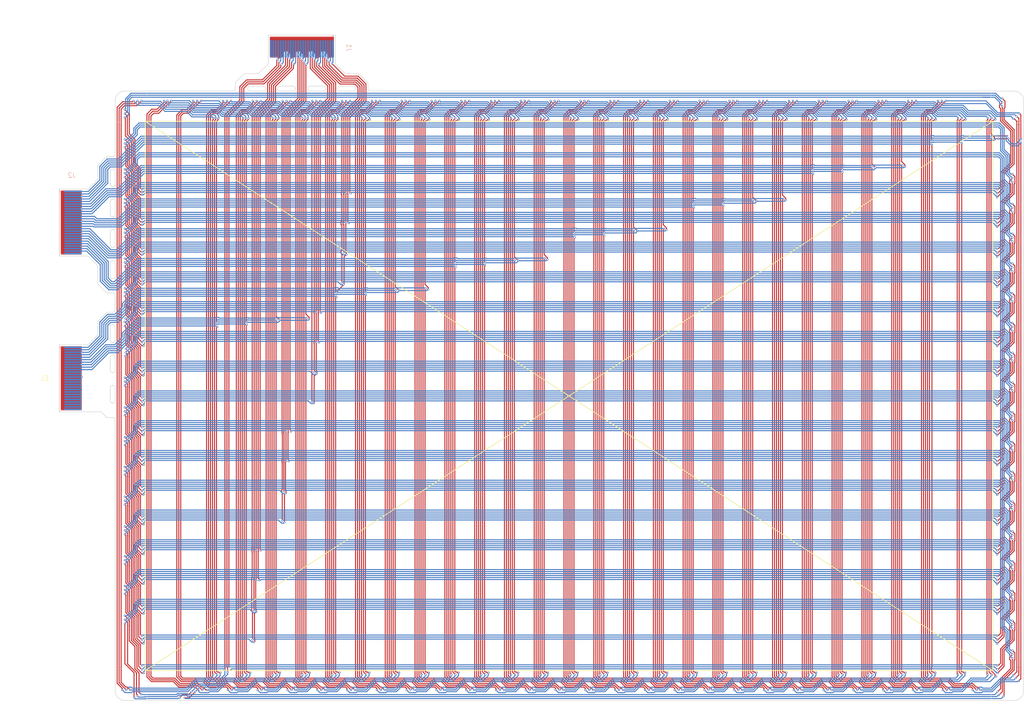
<source format=kicad_pcb>
(kicad_pcb (version 20241229) (generator "pcbnew") (generator_version "9.0")
  (layers (0 "F.Cu" signal) (2 "B.Cu" signal) (13 "F.Paste" user) (15 "B.Paste" user) (5 "F.SilkS" user "F.Silkscreen") (7 "B.SilkS" user "B.Silkscreen") (1 "F.Mask" user) (3 "B.Mask" user) (25 "Edge.Cuts" user))
  (net 0 "")
  (net 1 "/Y7")
  (net 2 "GND")
  (net 5 "/Y11")
  (net 6 "/Y5")
  (net 7 "/Y3")
  (net 8 "/Y1")
  (net 9 "/Y12")
  (net 10 "/Y17")
  (net 11 "/Y16")
  (net 12 "/Y2")
  (net 13 "/Y10")
  (net 14 "/Y9")
  (net 15 "/Y14")
  (net 16 "/Y13")
  (net 17 "/Y0")
  (net 18 "/Y15")
  (net 19 "/Y6")
  (net 20 "/Y8")
  (net 21 "/Y4")
  (net 23 "/X4")
  (net 24 "/X16")
  (net 25 "/X3")
  (net 26 "/X0")
  (net 27 "/X19")
  (net 28 "/X13")
  (net 29 "/X14")
  (net 30 "/X12")
  (net 31 "/X8")
  (net 32 "/X11")
  (net 33 "/X17")
  (net 34 "/X1")
  (net 35 "/X10")
  (net 36 "/X7")
  (net 37 "/X9")
  (net 38 "/X2")
  (net 39 "/X5")
  (net 40 "/X6")
  (net 41 "/X18")
  (net 43 "/X15")
  (net 48 "unconnected-(J3-Pin_18-Pad18)")
  (net 51 "/X20")
  (net 53 "/X21")
  (net 54 "/X23")
  (net 55 "/X27")
  (net 57 "/X22")
  (net 60 "/X24")
  (net 61 "/X25")
  (net 62 "/X26")
  (net 67 "Net-(J4-Pin_5)")
  (net 68 "Net-(J4-Pin_3)")
  (net 69 "Net-(J4-Pin_1)")
  (net 70 "Net-(J4-Pin_4)")
  (net 71 "Net-(J4-Pin_6)")
  (net 72 "Net-(J5-Pin_6)")
  (net 73 "Net-(J5-Pin_2)")
  (net 74 "Net-(J5-Pin_4)")
  (net 75 "Net-(J6-Pin_2)")
  (net 76 "Net-(J6-Pin_4)")
  (net 77 "Net-(J6-Pin_6)")
  (net 78 "Net-(J10-Pin_5)")
  (net 79 "Net-(J8-Pin_1)")
  (net 80 "Net-(J8-Pin_5)")
  (net 81 "Net-(J10-Pin_3)")
  (net 82 "Net-(J8-Pin_3)")
  (net 83 "Net-(J11-Pin_5)")
  (net 84 "Net-(J11-Pin_1)")
  (net 85 "Net-(J11-Pin_3)")
  (net 86 "Net-(J10-Pin_4)")
  (net 87 "Net-(J10-Pin_2)")
  (net 88 "Net-(J10-Pin_6)")
  (net 89 "Net-(J12-Pin_4)")
  (net 90 "Net-(J12-Pin_6)")
  (net 91 "Net-(J12-Pin_3)")
  (net 92 "Net-(J12-Pin_1)")
  (net 93 "Net-(J12-Pin_5)")
  (net 94 "Net-(J13-Pin_2)")
  (net 95 "Net-(J13-Pin_6)")
  (net 96 "Net-(J13-Pin_4)")
  (net 97 "Net-(J14-Pin_2)")
  (net 98 "Net-(J14-Pin_6)")
  (net 99 "Net-(J14-Pin_4)")
  (net 100 "Net-(J16-Pin_3)")
  (net 101 "Net-(J16-Pin_1)")
  (net 102 "Net-(J16-Pin_6)")
  (net 103 "Net-(J16-Pin_5)")
  (net 104 "Net-(J16-Pin_4)")
  (net 105 "Net-(J17-Pin_4)")
  (net 106 "Net-(J17-Pin_6)")
  (net 107 "Net-(J17-Pin_2)")
  (net 108 "Net-(J18-Pin_4)")
  (net 109 "Net-(J18-Pin_2)")
  (net 110 "Net-(J18-Pin_6)")
  (net 111 "Net-(J20-Pin_5)")
  (net 112 "Net-(J20-Pin_4)")
  (net 113 "Net-(J20-Pin_3)")
  (net 114 "Net-(J20-Pin_6)")
  (net 115 "Net-(J20-Pin_1)")
  (net 116 "Net-(J21-Pin_4)")
  (net 117 "Net-(J21-Pin_2)")
  (net 118 "Net-(J21-Pin_6)")
  (net 119 "Net-(J22-Pin_4)")
  (net 120 "Net-(J22-Pin_6)")
  (net 121 "Net-(J22-Pin_2)")
  (net 122 "Net-(J24-Pin_3)")
  (net 123 "Net-(J24-Pin_1)")
  (net 124 "Net-(J24-Pin_4)")
  (net 125 "Net-(J24-Pin_6)")
  (net 126 "Net-(J24-Pin_5)")
  (net 127 "Net-(J25-Pin_4)")
  (net 128 "Net-(J25-Pin_6)")
  (net 129 "Net-(J25-Pin_2)")
  (net 130 "Net-(J26-Pin_6)")
  (net 131 "Net-(J26-Pin_4)")
  (net 132 "Net-(J26-Pin_2)")
  (net 133 "Net-(J28-Pin_6)")
  (net 134 "Net-(J28-Pin_3)")
  (net 135 "Net-(J28-Pin_1)")
  (net 136 "Net-(J28-Pin_4)")
  (net 137 "Net-(J28-Pin_5)")
  (net 138 "Net-(J29-Pin_4)")
  (net 139 "Net-(J29-Pin_6)")
  (net 140 "Net-(J29-Pin_2)")
  (net 141 "Net-(J30-Pin_2)")
  (net 142 "Net-(J30-Pin_4)")
  (net 143 "Net-(J30-Pin_6)")
  (net 144 "Net-(J32-Pin_3)")
  (net 145 "Net-(J32-Pin_5)")
  (net 146 "Net-(J32-Pin_6)")
  (net 147 "Net-(J32-Pin_4)")
  (net 148 "Net-(J32-Pin_1)")
  (net 149 "Net-(J33-Pin_4)")
  (net 150 "Net-(J33-Pin_2)")
  (net 151 "Net-(J33-Pin_6)")
  (net 152 "Net-(J34-Pin_6)")
  (net 153 "Net-(J34-Pin_4)")
  (net 154 "Net-(J34-Pin_2)")
  (net 155 "Net-(J36-Pin_1)")
  (net 156 "Net-(J36-Pin_6)")
  (net 157 "Net-(J36-Pin_3)")
  (net 158 "Net-(J36-Pin_5)")
  (net 159 "Net-(J36-Pin_4)")
  (net 160 "Net-(J37-Pin_4)")
  (net 161 "Net-(J37-Pin_6)")
  (net 162 "Net-(J37-Pin_2)")
  (net 163 "Net-(J38-Pin_6)")
  (net 164 "Net-(J38-Pin_2)")
  (net 165 "Net-(J38-Pin_4)")
  (net 166 "Net-(J40-Pin_5)")
  (net 167 "Net-(J40-Pin_1)")
  (net 168 "Net-(J40-Pin_3)")
  (net 169 "Net-(J40-Pin_4)")
  (net 170 "Net-(J40-Pin_6)")
  (net 171 "Net-(J41-Pin_2)")
  (net 172 "Net-(J41-Pin_6)")
  (net 173 "Net-(J41-Pin_4)")
  (net 174 "Net-(J42-Pin_2)")
  (net 175 "Net-(J42-Pin_6)")
  (net 176 "Net-(J42-Pin_4)")
  (net 177 "Net-(J44-Pin_6)")
  (net 178 "Net-(J44-Pin_1)")
  (net 179 "Net-(J44-Pin_5)")
  (net 180 "Net-(J44-Pin_3)")
  (net 181 "Net-(J44-Pin_4)")
  (net 182 "Net-(J45-Pin_6)")
  (net 183 "Net-(J45-Pin_4)")
  (net 184 "Net-(J45-Pin_2)")
  (net 185 "Net-(J46-Pin_2)")
  (net 186 "Net-(J46-Pin_6)")
  (net 187 "Net-(J46-Pin_4)")
  (net 188 "Net-(J48-Pin_3)")
  (net 189 "Net-(J48-Pin_4)")
  (net 190 "Net-(J48-Pin_5)")
  (net 191 "Net-(J48-Pin_6)")
  (net 192 "Net-(J48-Pin_1)")
  (net 193 "Net-(J49-Pin_6)")
  (net 194 "Net-(J49-Pin_2)")
  (net 195 "Net-(J49-Pin_4)")
  (net 196 "Net-(J50-Pin_4)")
  (net 197 "Net-(J50-Pin_2)")
  (net 198 "Net-(J50-Pin_6)")
  (net 199 "Net-(J52-Pin_5)")
  (net 200 "Net-(J52-Pin_3)")
  (net 201 "Net-(J52-Pin_6)")
  (net 202 "Net-(J52-Pin_1)")
  (net 203 "Net-(J52-Pin_4)")
  (net 204 "Net-(J53-Pin_4)")
  (net 205 "Net-(J53-Pin_6)")
  (net 206 "Net-(J53-Pin_2)")
  (net 207 "Net-(J54-Pin_4)")
  (net 208 "Net-(J54-Pin_6)")
  (net 209 "Net-(J54-Pin_2)")
  (net 210 "Net-(J56-Pin_3)")
  (net 211 "Net-(J56-Pin_1)")
  (net 212 "Net-(J56-Pin_5)")
  (net 213 "Net-(J56-Pin_4)")
  (net 214 "Net-(J56-Pin_6)")
  (net 215 "Net-(J57-Pin_2)")
  (net 216 "Net-(J57-Pin_6)")
  (net 217 "Net-(J57-Pin_4)")
  (net 218 "Net-(J58-Pin_4)")
  (net 219 "Net-(J58-Pin_2)")
  (net 220 "Net-(J58-Pin_6)")
  (net 221 "Net-(J60-Pin_3)")
  (net 222 "Net-(J60-Pin_5)")
  (net 223 "Net-(J60-Pin_1)")
  (net 224 "Net-(J60-Pin_6)")
  (net 225 "Net-(J60-Pin_4)")
  (net 226 "Net-(J61-Pin_2)")
  (net 227 "Net-(J61-Pin_6)")
  (net 228 "Net-(J61-Pin_4)")
  (net 229 "Net-(J62-Pin_6)")
  (net 230 "Net-(J62-Pin_4)")
  (net 231 "Net-(J62-Pin_2)")
  (net 232 "Net-(J64-Pin_5)")
  (net 233 "Net-(J64-Pin_3)")
  (net 234 "Net-(J64-Pin_1)")
  (net 235 "Net-(J64-Pin_6)")
  (net 236 "Net-(J64-Pin_4)")
  (net 237 "Net-(J65-Pin_6)")
  (net 238 "Net-(J65-Pin_4)")
  (net 239 "Net-(J65-Pin_2)")
  (net 240 "Net-(J66-Pin_2)")
  (net 241 "Net-(J66-Pin_4)")
  (net 242 "Net-(J66-Pin_6)")
  (net 243 "Net-(J68-Pin_5)")
  (net 244 "Net-(J68-Pin_6)")
  (net 245 "Net-(J68-Pin_1)")
  (net 246 "Net-(J68-Pin_3)")
  (net 247 "Net-(J68-Pin_4)")
  (net 248 "Net-(J69-Pin_6)")
  (net 249 "Net-(J69-Pin_4)")
  (net 250 "Net-(J69-Pin_2)")
  (net 251 "Net-(J70-Pin_6)")
  (net 252 "Net-(J70-Pin_2)")
  (net 253 "Net-(J70-Pin_4)")
  (net 254 "Net-(J72-Pin_6)")
  (net 255 "Net-(J72-Pin_3)")
  (net 256 "Net-(J72-Pin_4)")
  (net 257 "Net-(J72-Pin_1)")
  (net 258 "Net-(J72-Pin_5)")
  (net 259 "Net-(J73-Pin_4)")
  (net 260 "Net-(J73-Pin_6)")
  (net 261 "Net-(J73-Pin_2)")
  (net 262 "Net-(J74-Pin_6)")
  (net 263 "Net-(J74-Pin_2)")
  (net 264 "Net-(J74-Pin_4)")
  (net 265 "Net-(J76-Pin_6)")
  (net 266 "Net-(J76-Pin_5)")
  (net 267 "Net-(J76-Pin_4)")
  (net 268 "Net-(J76-Pin_3)")
  (net 269 "Net-(J76-Pin_1)")
  (net 270 "Net-(J77-Pin_2)")
  (net 271 "Net-(J77-Pin_6)")
  (net 272 "Net-(J77-Pin_4)")
  (net 273 "Net-(J78-Pin_4)")
  (net 274 "Net-(J78-Pin_6)")
  (net 275 "Net-(J78-Pin_2)")
  (net 276 "Net-(J80-Pin_6)")
  (net 277 "Net-(J80-Pin_4)")
  (net 278 "Net-(J80-Pin_1)")
  (net 279 "Net-(J80-Pin_5)")
  (net 280 "Net-(J80-Pin_3)")
  (net 281 "Net-(J81-Pin_6)")
  (net 282 "Net-(J81-Pin_4)")
  (net 283 "Net-(J81-Pin_2)")
  (net 284 "Net-(J82-Pin_6)")
  (net 285 "Net-(J82-Pin_4)")
  (net 286 "Net-(J82-Pin_2)")
  (net 287 "Net-(J84-Pin_5)")
  (net 288 "Net-(J84-Pin_1)")
  (net 289 "Net-(J84-Pin_6)")
  (net 290 "Net-(J84-Pin_4)")
  (net 291 "Net-(J84-Pin_3)")
  (net 292 "Net-(J85-Pin_4)")
  (net 293 "Net-(J85-Pin_6)")
  (net 294 "Net-(J85-Pin_2)")
  (net 295 "Net-(J86-Pin_4)")
  (net 296 "Net-(J86-Pin_6)")
  (net 297 "Net-(J86-Pin_2)")
  (net 298 "Net-(J88-Pin_1)")
  (net 299 "Net-(J88-Pin_6)")
  (net 300 "Net-(J88-Pin_4)")
  (net 301 "Net-(J88-Pin_5)")
  (net 302 "Net-(J88-Pin_3)")
  (net 303 "Net-(J89-Pin_6)")
  (net 304 "Net-(J89-Pin_4)")
  (net 305 "Net-(J89-Pin_2)")
  (net 306 "Net-(J90-Pin_2)")
  (net 307 "Net-(J90-Pin_4)")
  (net 308 "Net-(J90-Pin_6)")
  (net 309 "Net-(J92-Pin_3)")
  (net 310 "Net-(J92-Pin_5)")
  (net 311 "Net-(J92-Pin_4)")
  (net 312 "Net-(J92-Pin_1)")
  (net 313 "Net-(J92-Pin_6)")
  (net 314 "Net-(J93-Pin_4)")
  (net 315 "Net-(J93-Pin_6)")
  (net 316 "Net-(J93-Pin_2)")
  (net 317 "Net-(J94-Pin_2)")
  (net 318 "Net-(J94-Pin_6)")
  (net 319 "Net-(J94-Pin_4)")
  (net 320 "Net-(J96-Pin_3)")
  (net 321 "Net-(J96-Pin_4)")
  (net 322 "Net-(J96-Pin_6)")
  (net 323 "Net-(J96-Pin_1)")
  (net 324 "Net-(J96-Pin_5)")
  (net 325 "Net-(J97-Pin_4)")
  (net 326 "Net-(J97-Pin_2)")
  (net 327 "Net-(J97-Pin_6)")
  (net 328 "Net-(J98-Pin_2)")
  (net 329 "Net-(J98-Pin_4)")
  (net 330 "Net-(J98-Pin_6)")
  (net 331 "Net-(J100-Pin_3)")
  (net 332 "Net-(J100-Pin_5)")
  (net 333 "Net-(J100-Pin_4)")
  (net 334 "Net-(J100-Pin_1)")
  (net 335 "Net-(J100-Pin_6)")
  (net 336 "Net-(J101-Pin_4)")
  (net 337 "Net-(J101-Pin_6)")
  (net 338 "Net-(J101-Pin_2)")
  (net 339 "Net-(J102-Pin_6)")
  (net 340 "Net-(J102-Pin_2)")
  (net 341 "Net-(J102-Pin_4)")
  (net 342 "Net-(J104-Pin_3)")
  (net 343 "Net-(J104-Pin_4)")
  (net 344 "Net-(J104-Pin_1)")
  (net 345 "Net-(J104-Pin_5)")
  (net 346 "Net-(J104-Pin_6)")
  (net 347 "Net-(J105-Pin_6)")
  (net 348 "Net-(J105-Pin_2)")
  (net 349 "Net-(J105-Pin_4)")
  (net 350 "Net-(J106-Pin_2)")
  (net 351 "Net-(J106-Pin_4)")
  (net 352 "Net-(J106-Pin_6)")
  (net 353 "Net-(J108-Pin_3)")
  (net 354 "Net-(J108-Pin_4)")
  (net 355 "Net-(J108-Pin_1)")
  (net 356 "Net-(J108-Pin_6)")
  (net 357 "Net-(J108-Pin_5)")
  (net 358 "Net-(J109-Pin_2)")
  (net 359 "Net-(J109-Pin_4)")
  (net 360 "Net-(J109-Pin_6)")
  (net 361 "Net-(J110-Pin_2)")
  (net 362 "Net-(J110-Pin_6)")
  (net 363 "Net-(J110-Pin_4)")
  (net 364 "Net-(J112-Pin_1)")
  (net 365 "Net-(J112-Pin_4)")
  (net 366 "Net-(J112-Pin_5)")
  (net 367 "Net-(J112-Pin_3)")
  (net 368 "Net-(J112-Pin_6)")
  (net 369 "Net-(J113-Pin_4)")
  (net 370 "Net-(J113-Pin_6)")
  (net 371 "Net-(J113-Pin_2)")
  (net 372 "Net-(J114-Pin_6)")
  (net 373 "Net-(J114-Pin_4)")
  (net 374 "Net-(J114-Pin_2)")
  (net 375 "Net-(J116-Pin_4)")
  (net 376 "Net-(J116-Pin_3)")
  (net 377 "Net-(J116-Pin_6)")
  (net 378 "Net-(J116-Pin_1)")
  (net 379 "Net-(J116-Pin_5)")
  (net 380 "Net-(J117-Pin_6)")
  (net 381 "Net-(J117-Pin_2)")
  (net 382 "Net-(J117-Pin_4)")
  (net 383 "Net-(J118-Pin_4)")
  (net 384 "Net-(J118-Pin_2)")
  (net 385 "Net-(J118-Pin_6)")
  (net 386 "Net-(J120-Pin_4)")
  (net 387 "Net-(J120-Pin_6)")
  (net 388 "Net-(J120-Pin_5)")
  (net 389 "Net-(J120-Pin_3)")
  (net 390 "Net-(J120-Pin_1)")
  (net 391 "Net-(J121-Pin_2)")
  (net 392 "Net-(J121-Pin_4)")
  (net 393 "Net-(J121-Pin_6)")
  (net 394 "Net-(J122-Pin_4)")
  (net 395 "Net-(J122-Pin_6)")
  (net 396 "Net-(J122-Pin_2)")
  (net 397 "Net-(J124-Pin_1)")
  (net 398 "Net-(J124-Pin_6)")
  (net 399 "Net-(J124-Pin_4)")
  (net 400 "Net-(J124-Pin_5)")
  (net 401 "Net-(J124-Pin_3)")
  (net 402 "Net-(J125-Pin_6)")
  (net 403 "Net-(J125-Pin_4)")
  (net 404 "Net-(J125-Pin_2)")
  (net 405 "Net-(J126-Pin_6)")
  (net 406 "Net-(J126-Pin_2)")
  (net 407 "Net-(J126-Pin_4)")
  (net 408 "Net-(J128-Pin_4)")
  (net 409 "Net-(J128-Pin_6)")
  (net 410 "Net-(J128-Pin_3)")
  (net 411 "Net-(J128-Pin_1)")
  (net 412 "Net-(J128-Pin_5)")
  (net 413 "Net-(J129-Pin_2)")
  (net 414 "Net-(J129-Pin_6)")
  (net 415 "Net-(J129-Pin_4)")
  (net 416 "Net-(J130-Pin_2)")
  (net 417 "Net-(J130-Pin_6)")
  (net 418 "Net-(J130-Pin_4)")
  (net 419 "Net-(J132-Pin_5)")
  (net 420 "Net-(J132-Pin_1)")
  (net 421 "Net-(J132-Pin_3)")
  (net 422 "Net-(J132-Pin_6)")
  (net 423 "Net-(J132-Pin_4)")
  (net 424 "Net-(J133-Pin_6)")
  (net 425 "Net-(J133-Pin_4)")
  (net 426 "Net-(J133-Pin_2)")
  (net 427 "Net-(J134-Pin_2)")
  (net 428 "Net-(J134-Pin_4)")
  (net 429 "Net-(J134-Pin_6)")
  (net 430 "Net-(J136-Pin_4)")
  (net 431 "Net-(J136-Pin_1)")
  (net 432 "Net-(J136-Pin_5)")
  (net 433 "Net-(J136-Pin_3)")
  (net 434 "Net-(J136-Pin_6)")
  (net 435 "Net-(J137-Pin_4)")
  (net 436 "Net-(J137-Pin_6)")
  (net 437 "Net-(J137-Pin_2)")
  (net 438 "Net-(J138-Pin_2)")
  (net 439 "Net-(J138-Pin_4)")
  (net 440 "Net-(J138-Pin_6)")
  (net 441 "Net-(J140-Pin_6)")
  (net 442 "Net-(J140-Pin_3)")
  (net 443 "Net-(J140-Pin_1)")
  (net 444 "Net-(J140-Pin_4)")
  (net 445 "Net-(J140-Pin_5)")
  (net 446 "Net-(J141-Pin_2)")
  (net 447 "Net-(J141-Pin_6)")
  (net 448 "Net-(J141-Pin_4)")
  (net 449 "Net-(J142-Pin_6)")
  (net 450 "Net-(J142-Pin_2)")
  (net 451 "Net-(J142-Pin_4)")
  (net 452 "Net-(J144-Pin_6)")
  (net 453 "Net-(J144-Pin_5)")
  (net 454 "Net-(J144-Pin_4)")
  (net 455 "Net-(J144-Pin_3)")
  (net 456 "Net-(J144-Pin_1)")
  (net 457 "Net-(J145-Pin_4)")
  (net 458 "Net-(J145-Pin_2)")
  (net 459 "Net-(J145-Pin_6)")
  (net 460 "Net-(J146-Pin_6)")
  (net 461 "Net-(J146-Pin_2)")
  (net 462 "Net-(J146-Pin_4)")
  (net 463 "Net-(J148-Pin_5)")
  (net 464 "Net-(J148-Pin_4)")
  (net 465 "Net-(J148-Pin_1)")
  (net 466 "Net-(J148-Pin_6)")
  (net 467 "Net-(J148-Pin_3)")
  (net 468 "Net-(J149-Pin_2)")
  (net 469 "Net-(J149-Pin_4)")
  (net 470 "Net-(J149-Pin_6)")
  (net 471 "Net-(J150-Pin_2)")
  (net 472 "Net-(J150-Pin_6)")
  (net 473 "Net-(J150-Pin_4)")
  (net 474 "Net-(J152-Pin_6)")
  (net 475 "Net-(J152-Pin_4)")
  (net 476 "Net-(J152-Pin_5)")
  (net 477 "Net-(J152-Pin_1)")
  (net 478 "Net-(J152-Pin_3)")
  (net 479 "Net-(J153-Pin_2)")
  (net 480 "Net-(J153-Pin_4)")
  (net 481 "Net-(J153-Pin_6)")
  (net 482 "Net-(J154-Pin_4)")
  (net 483 "Net-(J154-Pin_6)")
  (net 484 "Net-(J154-Pin_2)")
  (net 485 "Net-(J156-Pin_3)")
  (net 486 "Net-(J156-Pin_5)")
  (net 487 "Net-(J156-Pin_1)")
  (net 488 "Net-(J156-Pin_6)")
  (net 489 "Net-(J156-Pin_4)")
  (net 490 "Net-(J157-Pin_2)")
  (net 491 "Net-(J157-Pin_6)")
  (net 492 "Net-(J157-Pin_4)")
  (net 493 "Net-(J158-Pin_2)")
  (net 494 "Net-(J158-Pin_4)")
  (net 495 "Net-(J158-Pin_6)")
  (net 496 "Net-(J160-Pin_5)")
  (net 497 "Net-(J160-Pin_3)")
  (net 498 "Net-(J160-Pin_4)")
  (net 499 "Net-(J160-Pin_1)")
  (net 500 "Net-(J160-Pin_6)")
  (net 501 "Net-(J161-Pin_4)")
  (net 502 "Net-(J161-Pin_2)")
  (net 503 "Net-(J161-Pin_6)")
  (net 504 "Net-(J162-Pin_6)")
  (net 505 "Net-(J162-Pin_2)")
  (net 506 "Net-(J162-Pin_4)")
  (net 507 "Net-(J164-Pin_1)")
  (net 508 "Net-(J164-Pin_4)")
  (net 509 "Net-(J164-Pin_3)")
  (net 510 "Net-(J164-Pin_6)")
  (net 511 "Net-(J164-Pin_5)")
  (net 512 "Net-(J165-Pin_6)")
  (net 513 "Net-(J165-Pin_4)")
  (net 514 "Net-(J165-Pin_2)")
  (net 515 "Net-(J166-Pin_2)")
  (net 516 "Net-(J166-Pin_4)")
  (net 517 "Net-(J166-Pin_6)")
  (net 518 "Net-(J168-Pin_5)")
  (net 519 "Net-(J168-Pin_4)")
  (net 520 "Net-(J168-Pin_1)")
  (net 521 "Net-(J168-Pin_6)")
  (net 522 "Net-(J168-Pin_3)")
  (net 523 "Net-(J169-Pin_2)")
  (net 524 "Net-(J169-Pin_4)")
  (net 525 "Net-(J169-Pin_6)")
  (net 526 "Net-(J170-Pin_2)")
  (net 527 "Net-(J170-Pin_6)")
  (net 528 "Net-(J170-Pin_4)")
  (net 529 "Net-(J172-Pin_4)")
  (net 530 "Net-(J172-Pin_3)")
  (net 531 "Net-(J172-Pin_5)")
  (net 532 "Net-(J172-Pin_1)")
  (net 533 "Net-(J172-Pin_6)")
  (net 534 "Net-(J173-Pin_6)")
  (net 535 "Net-(J173-Pin_2)")
  (net 536 "Net-(J173-Pin_4)")
  (net 537 "Net-(J174-Pin_6)")
  (net 538 "Net-(J174-Pin_4)")
  (net 539 "Net-(J174-Pin_2)")
  (net 540 "Net-(J176-Pin_6)")
  (net 541 "Net-(J176-Pin_1)")
  (net 542 "Net-(J176-Pin_4)")
  (net 543 "Net-(J176-Pin_3)")
  (net 544 "Net-(J176-Pin_5)")
  (net 545 "Net-(J177-Pin_6)")
  (net 546 "Net-(J177-Pin_4)")
  (net 547 "Net-(J177-Pin_2)")
  (net 548 "Net-(J178-Pin_4)")
  (net 549 "Net-(J178-Pin_2)")
  (net 550 "Net-(J178-Pin_6)")
  (net 551 "Net-(J180-Pin_6)")
  (net 552 "Net-(J180-Pin_5)")
  (net 553 "Net-(J180-Pin_3)")
  (net 554 "Net-(J180-Pin_1)")
  (net 555 "Net-(J180-Pin_4)")
  (net 556 "Net-(J181-Pin_6)")
  (net 557 "Net-(J181-Pin_4)")
  (net 558 "Net-(J181-Pin_2)")
  (net 559 "Net-(J182-Pin_4)")
  (net 560 "Net-(J182-Pin_6)")
  (net 561 "Net-(J182-Pin_2)")
  (net 562 "Net-(J184-Pin_6)")
  (net 563 "Net-(J184-Pin_3)")
  (net 564 "Net-(J184-Pin_4)")
  (net 565 "Net-(J184-Pin_5)")
  (net 566 "Net-(J184-Pin_1)")
  (net 567 "Net-(J185-Pin_4)")
  (net 568 "Net-(J185-Pin_6)")
  (net 569 "Net-(J185-Pin_2)")
  (net 570 "Net-(J186-Pin_6)")
  (net 571 "Net-(J186-Pin_2)")
  (net 572 "Net-(J186-Pin_4)")
  (footprint "footprints:coil_terminal_3p" (layer "F.Cu") (at 199.298096 33.9 -90)
    (property "Reference" "J40" (hide yes))
    (property "Value" "Conn_02x03_Odd_Even" (hide yes))
  )
  (footprint "footprints:coil_terminal_3p" (layer "F.Cu") (at 84.1 33.9 -90)
    (property "Reference" "J101" (hide yes))
    (property "Value" "Conn_02x03_Odd_Even" (hide yes))
  )
  (footprint "footprints:coil_terminal_3p" (layer "F.Cu") (at 121.298096 33.9 -90)
    (property "Reference" "J88" (hide yes))
    (property "Value" "Conn_02x03_Odd_Even" (hide yes))
  )
  (footprint "footprints:coil_terminal_3p" (layer "F.Cu") (at 115.298096 143.9 -90)
    (property "Reference" "J94" (hide yes))
    (property "Value" "Conn_02x03_Odd_Even" (hide yes))
  )
  (footprint "footprints:coil_terminal_3p" (layer "F.Cu") (at 102.1 33.9 -90)
    (property "Reference" "J89" (hide yes))
    (property "Value" "Conn_02x03_Odd_Even" (hide yes))
  )
  (footprint "footprints:coil_terminal_3p" (layer "F.Cu") (at 126.1 143.9 -90)
    (property "Reference" "J75" (hide yes))
    (property "Value" "Conn_02x03_Odd_Even" (hide yes))
  )
  (footprint "footprints:coil_terminal_3p" (layer "F.Cu") (at 234.1 33.9 -90)
    (property "Reference" "J5" (hide yes))
    (property "Value" "Conn_02x03_Odd_Even" (hide yes))
  )
  (footprint "footprints:coil_terminal_3p" (layer "F.Cu") (at 78.1 143.9 -90)
    (property "Reference" "J107" (hide yes))
    (property "Value" "Conn_02x03_Odd_Even" (hide yes))
  )
  (footprint "footprints:coil_terminal_3p" (layer "F.Cu") (at 103.298096 143.9 -90)
    (property "Reference" "J102" (hide yes))
    (property "Value" "Conn_02x03_Odd_Even" (hide yes))
  )
  (footprint "footprints:coil_terminal_3p" (layer "F.Cu") (at 174.1 33.9 -90)
    (property "Reference" "J45" (hide yes))
    (property "Value" "Conn_02x03_Odd_Even" (hide yes))
  )
  (footprint "footprints:coil_terminal_3p" (layer "F.Cu") (at 193.298096 143.9 -90)
    (property "Reference" "J46" (hide yes))
    (property "Value" "Conn_02x03_Odd_Even" (hide yes))
  )
  (footprint "footprints:coil_terminal_3p" (layer "F.Cu") (at 187.298096 143.9 -90)
    (property "Reference" "J186" (hide yes))
    (property "Value" "Conn_02x03_Odd_Even" (hide yes))
  )
  (footprint "footprints:coil_terminal_3p" (layer "F.Cu") (at 127.298096 33.9 -90)
    (property "Reference" "J84" (hide yes))
    (property "Value" "Conn_02x03_Odd_Even" (hide yes))
  )
  (footprint "footprints:coil_terminal_3p" (layer "F.Cu") (at 174.1 143.9 -90)
    (property "Reference" "J47" (hide yes))
    (property "Value" "Conn_02x03_Odd_Even" (hide yes))
  )
  (footprint "footprints:coil_terminal_3p" (layer "F.Cu") (at 241.298096 143.9 -90)
    (property "Reference" "J14" (hide yes))
    (property "Value" "Conn_02x03_Odd_Even" (hide yes))
  )
  (footprint "footprints:coil_terminal_3p" (layer "F.Cu") (at 90.1 33.9 -90)
    (property "Reference" "J97" (hide yes))
    (property "Value" "Conn_02x03_Odd_Even" (hide yes))
  )
  (footprint "footprints:coil_terminal_3p" (layer "F.Cu") (at 169.298096 33.9 -90)
    (property "Reference" "J56" (hide yes))
    (property "Value" "Conn_02x03_Odd_Even" (hide yes))
  )
  (footprint "footprints:coil_terminal_3p" (layer "F.Cu") (at 205.298096 33.9 -90)
    (property "Reference" "J36" (hide yes))
    (property "Value" "Conn_02x03_Odd_Even" (hide yes))
  )
  (footprint "footprints:coil_terminal_3p" (layer "F.Cu") (at 210.1 143.9 -90)
    (property "Reference" "J23" (hide yes))
    (property "Value" "Conn_02x03_Odd_Even" (hide yes))
  )
  (footprint "footprints:coil_terminal_3p" (layer "F.Cu") (at 121.298096 143.9 -90)
    (property "Reference" "J90" (hide yes))
    (property "Value" "Conn_02x03_Odd_Even" (hide yes))
  )
  (footprint "footprints:coil_terminal_3p" (layer "F.Cu") (at 210.1 33.9 -90)
    (property "Reference" "J21" (hide yes))
    (property "Value" "Conn_02x03_Odd_Even" (hide yes))
  )
  (footprint "footprints:coil_terminal_3p" (layer "F.Cu") (at 253.298096 143.9 -90)
    (property "Reference" "J6" (hide yes))
    (property "Value" "Conn_02x03_Odd_Even" (hide yes))
  )
  (footprint "footprints:coil_terminal_3p" (layer "F.Cu") (at 96.1 33.9 -90)
    (property "Reference" "J93" (hide yes))
    (property "Value" "Conn_02x03_Odd_Even" (hide yes))
  )
  (footprint "footprints:coil_terminal_3p" (layer "F.Cu") (at 228.1 33.9 -90)
    (property "Reference" "J9" (hide yes))
    (property "Value" "Conn_02x03_Odd_Even" (hide yes))
  )
  (footprint "footprints:coil_terminal_3p" (layer "F.Cu") (at 103.298096 33.9 -90)
    (property "Reference" "J100" (hide yes))
    (property "Value" "Conn_02x03_Odd_Even" (hide yes))
  )
  (footprint "footprints:coil_terminal_3p" (layer "F.Cu") (at 144.1 143.9 -90)
    (property "Reference" "J63" (hide yes))
    (property "Value" "Conn_02x03_Odd_Even" (hide yes))
  )
  (footprint "footprints:coil_terminal_3p" (layer "F.Cu") (at 216.1 143.9 -90)
    (property "Reference" "J19" (hide yes))
    (property "Value" "Conn_02x03_Odd_Even" (hide yes))
  )
  (footprint "footprints:coil_terminal_3p" (layer "F.Cu") (at 109.298096 143.9 -90)
    (property "Reference" "J98" (hide yes))
    (property "Value" "Conn_02x03_Odd_Even" (hide yes))
  )
  (footprint "footprints:coil_terminal_3p" (layer "F.Cu") (at 78.1 33.9 -90)
    (property "Reference" "J105" (hide yes))
    (property "Value" "Conn_02x03_Odd_Even" (hide yes))
  )
  (footprint "footprints:coil_terminal_3p" (layer "F.Cu") (at 157.298096 33.9 -90)
    (property "Reference" "J64" (hide yes))
    (property "Value" "Conn_02x03_Odd_Even" (hide yes))
  )
  (footprint "footprints:coil_terminal_3p" (layer "F.Cu") (at 229.298096 33.9 -90)
    (property "Reference" "J20" (hide yes))
    (property "Value" "Conn_02x03_Odd_Even" (hide yes))
  )
  (footprint "footprints:coil_terminal_3p" (layer "F.Cu") (at 120.1 143.9 -90)
    (property "Reference" "J79" (hide yes))
    (property "Value" "Conn_02x03_Odd_Even" (hide yes))
  )
  (footprint "footprints:coil_terminal_3p" (layer "F.Cu") (at 145.298096 33.9 -90)
    (property "Reference" "J72" (hide yes))
    (property "Value" "Conn_02x03_Odd_Even" (hide yes))
  )
  (footprint "footprints:coil_terminal_3p" (layer "F.Cu") (at 156.1 143.9 -90)
    (property "Reference" "J55" (hide yes))
    (property "Value" "Conn_02x03_Odd_Even" (hide yes))
  )
  (footprint "footprints:coil_terminal_3p" (layer "F.Cu") (at 115.298096 33.9 -90)
    (property "Reference" "J92" (hide yes))
    (property "Value" "Conn_02x03_Odd_Even" (hide yes))
  )
  (footprint "footprints:coil_terminal_3p" (layer "F.Cu") (at 211.298096 143.9 -90)
    (property "Reference" "J34" (hide yes))
    (property "Value" "Conn_02x03_Odd_Even" (hide yes))
  )
  (footprint "footprints:coil_terminal_3p" (layer "F.Cu") (at 216.1 33.9 -90)
    (property "Reference" "J17" (hide yes))
    (property "Value" "Conn_02x03_Odd_Even" (hide yes))
  )
  (footprint "footprints:coil_terminal_3p" (layer "F.Cu") (at 228.1 143.9 -90)
    (property "Reference" "J11" (hide yes))
    (property "Value" "Conn_02x03_Odd_Even" (hide yes))
  )
  (footprint "footprints:coil_terminal_3p" (layer "F.Cu") (at 144.1 33.9 -90)
    (property "Reference" "J61" (hide yes))
    (property "Value" "Conn_02x03_Odd_Even" (hide yes))
  )
  (footprint "footprints:coil_terminal_3p" (layer "F.Cu") (at 217.298096 33.9 -90)
    (property "Reference" "J28" (hide yes))
    (property "Value" "Conn_02x03_Odd_Even" (hide yes))
  )
  (footprint "footprints:coil_terminal_3p" (layer "F.Cu") (at 229.298096 143.9 -90)
    (property "Reference" "J22" (hide yes))
    (property "Value" "Conn_02x03_Odd_Even" (hide yes))
  )
  (footprint "footprints:coil_terminal_3p" (layer "F.Cu") (at 204.1 33.9 -90)
    (property "Reference" "J25" (hide yes))
    (property "Value" "Conn_02x03_Odd_Even" (hide yes))
  )
  (footprint "footprints:coil_terminal_3p" (layer "F.Cu") (at 114.1 143.9 -90)
    (property "Reference" "J83" (hide yes))
    (property "Value" "Conn_02x03_Odd_Even" (hide yes))
  )
  (footprint "footprints:coil_terminal_3p" (layer "F.Cu") (at 180.1 143.9 -90)
    (property "Reference" "J43" (hide yes))
    (property "Value" "Conn_02x03_Odd_Even" (hide yes))
  )
  (footprint "footprints:coil_terminal_3p" (layer "F.Cu") (at 181.298096 33.9 -90)
    (property "Reference" "J48" (hide yes))
    (property "Value" "Conn_02x03_Odd_Even" (hide yes))
  )
  (footprint "footprints:coil_terminal_3p" (layer "F.Cu") (at 133.298096 33.9 -90)
    (property "Reference" "J80" (hide yes))
    (property "Value" "Conn_02x03_Odd_Even" (hide yes))
  )
  (footprint "footprints:coil_terminal_3p" (layer "F.Cu") (at 139.298096 33.9 -90)
    (property "Reference" "J76" (hide yes))
    (property "Value" "Conn_02x03_Odd_Even" (hide yes))
  )
  (footprint "footprints:coil_terminal_3p" (layer "F.Cu") (at 163.298096 143.9 -90)
    (property "Reference" "J62" (hide yes))
    (property "Value" "Conn_02x03_Odd_Even" (hide yes))
  )
  (footprint "footprints:coil_terminal_3p" (layer "F.Cu") (at 97.298096 33.9 -90)
    (property "Reference" "J104" (hide yes))
    (property "Value" "Conn_02x03_Odd_Even" (hide yes))
  )
  (footprint "footprints:coil_terminal_3p" (layer "F.Cu") (at 97.298096 143.9 -90)
    (property "Reference" "J106" (hide yes))
    (property "Value" "Conn_02x03_Odd_Even" (hide yes))
  )
  (footprint "footprints:coil_terminal_3p" (layer "F.Cu") (at 241.298096 33.9 -90)
    (property "Reference" "J12" (hide yes))
    (property "Value" "Conn_02x03_Odd_Even" (hide yes))
  )
  (footprint "footprints:coil_terminal_3p" (layer "F.Cu") (at 175.298096 33.9 -90)
    (property "Reference" "J52" (hide yes))
    (property "Value" "Conn_02x03_Odd_Even" (hide yes))
  )
  (footprint "footprints:coil_terminal_3p" (layer "F.Cu") (at 145.298096 143.9 -90)
    (property "Reference" "J74" (hide yes))
    (property "Value" "Conn_02x03_Odd_Even" (hide yes))
  )
  (footprint "footprints:coil_terminal_3p" (layer "F.Cu") (at 120.1 33.9 -90)
    (property "Reference" "J77" (hide yes))
    (property "Value" "Conn_02x03_Odd_Even" (hide yes))
  )
  (footprint "footprints:coil_terminal_3p" (layer "F.Cu") (at 192.1 33.9 -90)
    (property "Reference" "J33" (hide yes))
    (property "Value" "Conn_02x03_Odd_Even" (hide yes))
  )
  (footprint "footprints:coil_terminal_3p" (layer "F.Cu") (at 162.1 33.9 -90)
    (property "Reference" "J49" (hide yes))
    (property "Value" "Conn_02x03_Odd_Even" (hide yes))
  )
  (footprint "footprints:coil_terminal_3p" (layer "F.Cu") (at 235.298096 33.9 -90)
    (property "Reference" "J16" (hide yes))
    (property "Value" "Conn_02x03_Odd_Even" (hide yes))
  )
  (footprint "footprints:coil_terminal_3p" (layer "F.Cu") (at 199.298096 143.9 -90)
    (property "Reference" "J42" (hide yes))
    (property "Value" "Conn_02x03_Odd_Even" (hide yes))
  )
  (footprint "footprints:coil_terminal_3p" (layer "F.Cu") (at 198.1 33.9 -90)
    (property "Reference" "J29" (hide yes))
    (property "Value" "Conn_02x03_Odd_Even" (hide yes))
  )
  (footprint "footprints:coil_terminal_3p" (layer "F.Cu") (at 114.1 33.9 -90)
    (property "Reference" "J81" (hide yes))
    (property "Value" "Conn_02x03_Odd_Even" (hide yes))
  )
  (footprint "footprints:coil_terminal_3p" (layer "F.Cu") (at 247.298096 33.9 -90)
    (property "Reference" "J8" (hide yes))
    (property "Value" "Conn_02x03_Odd_Even" (hide yes))
  )
  (footprint "footprints:coil_terminal_3p" (layer "F.Cu") (at 108.1 33.9 -90)
    (property "Reference" "J85" (hide yes))
    (property "Value" "Conn_02x03_Odd_Even" (hide yes))
  )
  (footprint "footprints:coil_terminal_3p" (layer "F.Cu") (at 84.1 143.9 -90)
    (property "Reference" "J103" (hide yes))
    (property "Value" "Conn_02x03_Odd_Even" (hide yes))
  )
  (footprint "footprints:coil_terminal_3p" (layer "F.Cu") (at 169.298096 143.9 -90)
    (property "Reference" "J58" (hide yes))
    (property "Value" "Conn_02x03_Odd_Even" (hide yes))
  )
  (footprint "footprints:coil_terminal_3p" (layer "F.Cu") (at 132.1 33.9 -90)
    (property "Reference" "J69" (hide yes))
    (property "Value" "Conn_02x03_Odd_Even" (hide yes))
  )
  (footprint "footprints:coil_terminal_3p" (layer "F.Cu") (at 192.1 143.9 -90)
    (property "Reference" "J35" (hide yes))
    (property "Value" "Conn_02x03_Odd_Even" (hide yes))
  )
  (footprint "footprints:coil_terminal_3p" (layer "F.Cu") (at 235.298096 143.9 -90)
    (property "Reference" "J18" (hide yes))
    (property "Value" "Conn_02x03_Odd_Even" (hide yes))
  )
  (footprint "footprints:coil_terminal_3p" (layer "F.Cu") (at 175.298096 143.9 -90)
    (property "Reference" "J54" (hide yes))
    (property "Value" "Conn_02x03_Odd_Even" (hide yes))
  )
  (footprint "footprints:coil_terminal_3p" (layer "F.Cu") (at 168.098096 143.9 -90)
    (property "Reference" "J187" (hide yes))
    (property "Value" "Conn_02x03_Odd_Even" (hide yes))
  )
  (footprint "footprints:coil_terminal_3p" (layer "F.Cu") (at 168.098096 33.9 -90)
    (property "Reference" "J185" (hide yes))
    (property "Value" "Conn_02x03_Odd_Even" (hide yes))
  )
  (footprint "footprints:coil_terminal_3p" (layer "F.Cu") (at 163.298096 33.9 -90)
    (property "Reference" "J60" (hide yes))
    (property "Value" "Conn_02x03_Odd_Even" (hide yes))
  )
  (footprint "footprints:coil_terminal_3p" (layer "F.Cu") (at 72.098096 143.9 -90)
    (property "Reference" "J111" (hide yes))
    (property "Value" "Conn_02x03_Odd_Even" (hide yes))
  )
  (footprint "footprints:coil_terminal_3p" (layer "F.Cu") (at 132.1 143.9 -90)
    (property "Reference" "J71" (hide yes))
    (property "Value" "Conn_02x03_Odd_Even" (hide yes))
  )
  (footprint "footprints:coil_terminal_3p" (layer "F.Cu") (at 91.298096 33.9 -90)
    (property "Reference" "J108" (hide yes))
    (property "Value" "Conn_02x03_Odd_Even" (hide yes))
  )
  (footprint "footprints:coil_terminal_3p" (layer "F.Cu") (at 127.298096 143.9 -90)
    (property "Reference" "J86" (hide yes))
    (property "Value" "Conn_02x03_Odd_Even" (hide yes))
  )
  (footprint "footprints:coil_terminal_3p" (layer "F.Cu") (at 247.298096 143.9 -90)
    (property "Reference" "J10" (hide yes))
    (property "Value" "Conn_02x03_Odd_Even" (hide yes))
  )
  (footprint "footprints:coil_terminal_3p" (layer "F.Cu") (at 204.1 143.9 -90)
    (property "Reference" "J27" (hide yes))
    (property "Value" "Conn_02x03_Odd_Even" (hide yes))
  )
  (footprint "footprints:coil_terminal_3p" (layer "F.Cu") (at 193.298096 33.9 -90)
    (property "Reference" "J44" (hide yes))
    (property "Value" "Conn_02x03_Odd_Even" (hide yes))
  )
  (footprint "footprints:coil_terminal_3p" (layer "F.Cu") (at 109.298096 33.9 -90)
    (property "Reference" "J96" (hide yes))
    (property "Value" "Conn_02x03_Odd_Even" (hide yes))
  )
  (footprint "footprints:coil_terminal_3p" (layer "F.Cu") (at 180.1 33.9 -90)
    (property "Reference" "J41" (hide yes))
    (property "Value" "Conn_02x03_Odd_Even" (hide yes))
  )
  (footprint "footprints:coil_terminal_3p" (layer "F.Cu") (at 211.298096 33.9 -90)
    (property "Reference" "J32" (hide yes))
    (property "Value" "Conn_02x03_Odd_Even" (hide yes))
  )
  (footprint "footprints:coil_terminal_3p" (layer "F.Cu") (at 222.1 33.9 -90)
    (property "Reference" "J13" (hide yes))
    (property "Value" "Conn_02x03_Odd_Even" (hide yes))
  )
  (footprint "footprints:coil_terminal_3p" (layer "F.Cu") (at 198.1 143.9 -90)
    (property "Reference" "J31" (hide yes))
    (property "Value" "Conn_02x03_Odd_Even" (hide yes))
  )
  (footprint "footprints:coil_terminal_3p" (layer "F.Cu") (at 91.298096 143.9 -90)
    (property "Reference" "J110" (hide yes))
    (property "Value" "Conn_02x03_Odd_Even" (hide yes))
  )
  (footprint "footprints:coil_terminal_3p" (layer "F.Cu") (at 253.298096 33.9 -90)
    (property "Reference" "J4" (hide yes))
    (property "Value" "Conn_02x03_Odd_Even" (hide yes))
  )
  (footprint "footprints:coil_terminal_3p" (layer "F.Cu") (at 139.298096 143.9 -90)
    (property "Reference" "J78" (hide yes))
    (property "Value" "Conn_02x03_Odd_Even" (hide yes))
  )
  (footprint "footprints:coil_terminal_3p" (layer "F.Cu") (at 126.1 33.9 -90)
    (property "Reference" "J73" (hide yes))
    (property "Value" "Conn_02x03_Odd_Even" (hide yes))
  )
  (footprint "footprints:coil_terminal_3p" (layer "F.Cu") (at 222.1 143.9 -90)
    (property "Reference" "J15" (hide yes))
    (property "Value" "Conn_02x03_Odd_Even" (hide yes))
  )
  (footprint "footprints:coil_terminal_3p" (layer "F.Cu") (at 151.298096 143.9 -90)
    (property "Reference" "J70" (hide yes))
    (property "Value" "Conn_02x03_Odd_Even" (hide yes))
  )
  (footprint "footprints:coil_terminal_3p" (layer "F.Cu") (at 223.298096 143.9 -90)
    (property "Reference" "J26" (hide yes))
    (property "Value" "Conn_02x03_Odd_Even" (hide yes))
  )
  (footprint "footprints:coil_terminal_3p" (layer "F.Cu") (at 138.1 33.9 -90)
    (property "Reference" "J65" (hide yes))
    (property "Value" "Conn_02x03_Odd_Even" (hide yes))
  )
  (footprint "footprints:coil_terminal_3p" (layer "F.Cu") (at 186.1 143.9 -90)
    (property "Reference" "J39" (hide yes))
    (property "Value" "Conn_02x03_Odd_Even" (hide yes))
  )
  (footprint "footprints:coil_terminal_3p" (layer "F.Cu") (at 138.1 143.9 -90)
    (property "Reference" "J67" (hide yes))
    (property "Value" "Conn_02x03_Odd_Even" (hide yes))
  )
  (footprint "footprints:coil_terminal_3p" (layer "F.Cu") (at 151.298096 33.9 -90)
    (property "Reference" "J68" (hide yes))
    (property "Value" "Conn_02x03_Odd_Even" (hide yes))
  )
  (footprint "footprints:coil_terminal_3p" (layer "F.Cu") (at 162.1 143.9 -90)
    (property "Reference" "J51" (hide yes))
    (property "Value" "Conn_02x03_Odd_Even" (hide yes))
  )
  (footprint "footprints:coil_terminal_3p" (layer "F.Cu") (at 90.1 143.9 -90)
    (property "Reference" "J99" (hide yes))
    (property "Value" "Conn_02x03_Odd_Even" (hide yes))
  )
  (footprint "footprints:coil_terminal_3p" (layer "F.Cu") (at 96.1 143.9 -90)
    (property "Reference" "J95" (hide yes))
    (property "Value" "Conn_02x03_Odd_Even" (hide yes))
  )
  (footprint "footprints:coil_terminal_3p" (layer "F.Cu") (at 205.298096 143.9 -90)
    (property "Reference" "J38" (hide yes))
    (property "Value" "Conn_02x03_Odd_Even" (hide yes))
  )
  (footprint "footprints:coil_terminal_3p" (layer "F.Cu") (at 108.1 143.9 -90)
    (property "Reference" "J87" (hide yes))
    (property "Value" "Conn_02x03_Odd_Even" (hide yes))
  )
  (footprint "footprints:coil_terminal_3p" (layer "F.Cu") (at 187.298096 33.9 -90)
    (property "Reference" "J184" (hide yes))
    (property "Value" "Conn_02x03_Odd_Even" (hide yes))
  )
  (footprint "footprints:coil_terminal_3p" (layer "F.Cu") (at 234.1 143.9 -90)
    (property "Reference" "J7" (hide yes))
    (property "Value" "Conn_02x03_Odd_Even" (hide yes))
  )
  (footprint "footprints:coil_terminal_3p" (layer "F.Cu") (at 150.1 143.9 -90)
    (property "Reference" "J59" (hide yes))
    (property "Value" "Conn_02x03_Odd_Even" (hide yes))
  )
  (footprint "footprints:coil_terminal_3p" (layer "F.Cu") (at 133.298096 143.9 -90)
    (property "Reference" "J82" (hide yes))
    (property "Value" "Conn_02x03_Odd_Even" (hide yes))
  )
  (footprint "footprints:coil_terminal_3p" (layer "F.Cu") (at 150.1 33.9 -90)
    (property "Reference" "J57" (hide yes))
    (property "Value" "Conn_02x03_Odd_Even" (hide yes))
  )
  (footprint "footprints:coil_terminal_3p" (layer "F.Cu") (at 186.1 33.9 -90)
    (property "Reference" "J37" (hide yes))
    (property "Value" "Conn_02x03_Odd_Even" (hide yes))
  )
  (footprint "footprints:coil_terminal_3p" (layer "F.Cu") (at 181.298096 143.9 -90)
    (property "Reference" "J50" (hide yes))
    (property "Value" "Conn_02x03_Odd_Even" (hide yes))
  )
  (footprint "footprints:coil_terminal_3p" (layer "F.Cu") (at 223.298096 33.9 -90)
    (property "Reference" "J24" (hide yes))
    (property "Value" "Conn_02x03_Odd_Even" (hide yes))
  )
  (footprint "footprints:coil_terminal_3p" (layer "F.Cu") (at 72.1 33.9 -90)
    (property "Reference" "J109" (hide yes))
    (property "Value" "Conn_02x03_Odd_Even" (hide yes))
  )
  (footprint "footprints:coil_terminal_3p" (layer "F.Cu") (at 157.298096 143.9 -90)
    (property "Reference" "J66" (hide yes))
    (property "Value" "Conn_02x03_Odd_Even" (hide yes))
  )
  (footprint "footprints:coil_terminal_3p" (layer "F.Cu") (at 156.1 33.9 -90)
    (property "Reference" "J53" (hide yes))
    (property "Value" "Conn_02x03_Odd_Even" (hide yes))
  )
  (footprint "footprints:coil_terminal_3p" (layer "F.Cu") (at 102.1 143.9 -90)
    (property "Reference" "J91" (hide yes))
    (property "Value" "Conn_02x03_Odd_Even" (hide yes))
  )
  (footprint "footprints:coil_terminal_3p" (layer "F.Cu") (at 217.298096 143.9 -90)
    (property "Reference" "J30" (hide yes))
    (property "Value" "Conn_02x03_Odd_Even" (hide yes))
  )
  (footprint "footprints:coil_terminal_3p" (layer "B.Cu") (at 77.7 53.5)
    (property "Reference" "J116" (hide yes))
    (property "Value" "Conn_02x03_Odd_Even" (hide yes))
  )
  (footprint "footprints:coil_terminal_3p" (layer "B.Cu") (at 77.7 107.5)
    (property "Reference" "J152" (hide yes))
    (property "Value" "Conn_02x03_Odd_Even" (hide yes))
  )
  (footprint "footprints:coil_terminal_3p" (layer "B.Cu") (at 77.7 143.5)
    (property "Reference" "J176" (hide yes))
    (property "Value" "Conn_02x03_Odd_Even" (hide yes))
  )
  (footprint "footprints:coil_terminal_3p" (layer "B.Cu") (at 77.7 82.3)
    (property "Reference" "J149" (hide yes))
    (property "Value" "Conn_02x03_Odd_Even" (hide yes))
  )
  (footprint "footprints:coil_terminal_3p" (layer "B.Cu") (at 77.7 137.5)
    (property "Reference" "J172" (hide yes))
    (property "Value" "Conn_02x03_Odd_Even" (hide yes))
  )
  (footprint "footprints:coil_terminal_3p" (layer "B.Cu") (at 77.7 65.5)
    (property "Reference" "J124" (hide yes))
    (property "Value" "Conn_02x03_Odd_Even" (hide yes))
  )
  (footprint "footprints:coil_terminal_3p" (layer "B.Cu") (at 247.7 47.5)
    (property "Reference" "J114" (hide yes))
    (property "Value" "Conn_02x03_Odd_Even" (hide yes))
  )
  (footprint "footprints:coil_terminal_3p" (layer "B.Cu") (at 77.7 149.5)
    (property "Reference" "J180" (hide yes))
    (property "Value" "Conn_02x03_Odd_Even" (hide yes))
  )
  (footprint "footprints:coil_terminal_3p" (layer "B.Cu") (at 247.7 64.3)
    (property "Reference" "J139" (hide yes))
    (property "Value" "Conn_02x03_Odd_Even" (hide yes))
  )
  (footprint "footprints:coil_terminal_3p" (layer "B.Cu") (at 247.7 65.5)
    (property "Reference" "J126" (hide yes))
    (property "Value" "Conn_02x03_Odd_Even" (hide yes))
  )
  (footprint "footprints:coil_terminal_3p" (layer "B.Cu") (at 77.7 58.3)
    (property "Reference" "J133" (hide yes))
    (property "Value" "Conn_02x03_Odd_Even" (hide yes))
  )
  (footprint "footprints:coil_terminal_3p" (layer "B.Cu") (at 77.7 101.5)
    (property "Reference" "J148" (hide yes))
    (property "Value" "Conn_02x03_Odd_Even" (hide yes))
  )
  (footprint "footprints:coil_terminal_3p" (layer "B.Cu") (at 247.7 94.3)
    (property "Reference" "J159" (hide yes))
    (property "Value" "Conn_02x03_Odd_Even" (hide yes))
  )
  (footprint "footprints:coil_terminal_3p" (layer "B.Cu") (at 247.7 119.5)
    (property "Reference" "J162" (hide yes))
    (property "Value" "Conn_02x03_Odd_Even" (hide yes))
  )
  (footprint "footprints:coil_terminal_3p" (layer "B.Cu") (at 77.7 119.5)
    (property "Reference" "J160" (hide yes))
    (property "Value" "Conn_02x03_Odd_Even" (hide yes))
  )
  (footprint "footprints:coil_terminal_3p" (layer "B.Cu") (at 77.7 125.5)
    (property "Reference" "J164" (hide yes))
    (property "Value" "Conn_02x03_Odd_Even" (hide yes))
  )
  (footprint "footprints:coil_terminal_3p" (layer "B.Cu") (at 77.7 64.3)
    (property "Reference" "J137" (hide yes))
    (property "Value" "Conn_02x03_Odd_Even" (hide yes))
  )
  (footprint "footprints:coil_terminal_3p" (layer "B.Cu") (at 77.7 83.5)
    (property "Reference" "J136" (hide yes))
    (property "Value" "Conn_02x03_Odd_Even" (hide yes))
  )
  (footprint "footprints:coil_terminal_3p" (layer "B.Cu") (at 247.7 124.3)
    (property "Reference" "J179" (hide yes))
    (property "Value" "Conn_02x03_Odd_Even" (hide yes))
  )
  (footprint "footprints:coil_terminal_3p" (layer "B.Cu") (at 77.7 28.3)
    (property "Reference" "J113" (hide yes))
    (property "Value" "Conn_02x03_Odd_Even" (hide yes))
  )
  (footprint "footprints:coil_terminal_3p" (layer "B.Cu") (at 77.7 112.3)
    (property "Reference" "J169" (hide yes))
    (property "Value" "Conn_02x03_Odd_Even" (hide yes))
  )
  (footprint "footprints:coil_terminal_3p" (layer "B.Cu") (at 247.7 34.3)
    (property "Reference" "J119" (hide yes))
    (property "Value" "Conn_02x03_Odd_Even" (hide yes))
  )
  (footprint "footprints:coil_terminal_3p" (layer "B.Cu") (at 247.7 106.3)
    (property "Reference" "J167" (hide yes))
    (property "Value" "Conn_02x03_Odd_Even" (hide yes))
  )
  (footprint "footprints:coil_terminal_3p" (layer "B.Cu") (at 247.7 83.5)
    (property "Reference" "J138" (hide yes))
    (property "Value" "Conn_02x03_Odd_Even" (hide yes))
  )
  (footprint "FPC:Hirose_FH12-26S-0.5SH(55)-FPC_1" (layer "B.Cu") (at 108.9 20.7 90)
    (property "Reference" "J1")
    (property "Value" "Conn_01x26_MountingPin")
  )
  (footprint "footprints:coil_terminal_3p" (layer "B.Cu") (at 247.7 88.3)
    (property "Reference" "J155" (hide yes))
    (property "Value" "Conn_02x03_Odd_Even" (hide yes))
  )
  (footprint "footprints:coil_terminal_3p" (layer "B.Cu") (at 247.7 112.3)
    (property "Reference" "J171" (hide yes))
    (property "Value" "Conn_02x03_Odd_Even" (hide yes))
  )
  (footprint "footprints:coil_terminal_3p" (layer "B.Cu") (at 77.7 113.5)
    (property "Reference" "J156" (hide yes))
    (property "Value" "Conn_02x03_Odd_Even" (hide yes))
  )
  (footprint "footprints:coil_terminal_3p" (layer "B.Cu") (at 247.7 149.5)
    (property "Reference" "J182" (hide yes))
    (property "Value" "Conn_02x03_Odd_Even" (hide yes))
  )
  (footprint "footprints:coil_terminal_3p" (layer "B.Cu") (at 247.7 58.3)
    (property "Reference" "J135" (hide yes))
    (property "Value" "Conn_02x03_Odd_Even" (hide yes))
  )
  (footprint "footprints:coil_terminal_3p" (layer "B.Cu") (at 247.7 53.5)
    (property "Reference" "J118" (hide yes))
    (property "Value" "Conn_02x03_Odd_Even" (hide yes))
  )
  (footprint "footprints:coil_terminal_3p" (layer "B.Cu") (at 77.7 106.3)
    (property "Reference" "J165" (hide yes))
    (property "Value" "Conn_02x03_Odd_Even" (hide yes))
  )
  (footprint "footprints:coil_terminal_3p" (layer "B.Cu") (at 247.7 70.3)
    (property "Reference" "J143" (hide yes))
    (property "Value" "Conn_02x03_Odd_Even" (hide yes))
  )
  (footprint "footprints:coil_terminal_3p" (layer "B.Cu") (at 77.7 94.3)
    (property "Reference" "J157" (hide yes))
    (property "Value" "Conn_02x03_Odd_Even" (hide yes))
  )
  (footprint "footprints:coil_terminal_3p" (layer "B.Cu") (at 247.7 59.5)
    (property "Reference" "J122" (hide yes))
    (property "Value" "Conn_02x03_Odd_Even" (hide yes))
  )
  (footprint "footprints:coil_terminal_3p" (layer "B.Cu") (at 77.7 52.3)
    (property "Reference" "J129" (hide yes))
    (property "Value" "Conn_02x03_Odd_Even" (hide yes))
  )
  (footprint "footprints:coil_terminal_3p" (layer "B.Cu") (at 247.7 52.3)
    (property "Reference" "J131" (hide yes))
    (property "Value" "Conn_02x03_Odd_Even" (hide yes))
  )
  (footprint "footprints:coil_terminal_3p" (layer "B.Cu") (at 247.7 28.3)
    (property "Reference" "J115" (hide yes))
    (property "Value" "Conn_02x03_Odd_Even" (hide yes))
  )
  (footprint "footprints:coil_terminal_3p" (layer "B.Cu") (at 247.7 131.5)
    (property "Reference" "J170" (hide yes))
    (property "Value" "Conn_02x03_Odd_Even" (hide yes))
  )
  (footprint "footprints:coil_terminal_3p" (layer "B.Cu") (at 247.7 82.3)
    (property "Reference" "J151" (hide yes))
    (property "Value" "Conn_02x03_Odd_Even" (hide yes))
  )
  (footprint "footprints:coil_terminal_3p" (layer "B.Cu") (at 247.7 95.5)
    (property "Reference" "J146" (hide yes))
    (property "Value" "Conn_02x03_Odd_Even" (hide yes))
  )
  (footprint "footprints:coil_terminal_3p" (layer "B.Cu") (at 247.7 125.5)
    (property "Reference" "J166" (hide yes))
    (property "Value" "Conn_02x03_Odd_Even" (hide yes))
  )
  (footprint "footprints:coil_terminal_3p" (layer "B.Cu") (at 247.7 71.5)
    (property "Reference" "J130" (hide yes))
    (property "Value" "Conn_02x03_Odd_Even" (hide yes))
  )
  (footprint "footprints:coil_terminal_3p" (layer "B.Cu") (at 247.7 40.3)
    (property "Reference" "J123" (hide yes))
    (property "Value" "Conn_02x03_Odd_Even" (hide yes))
  )
  (footprint "footprints:coil_terminal_3p" (layer "B.Cu") (at 77.7 76.3)
    (property "Reference" "J145" (hide yes))
    (property "Value" "Conn_02x03_Odd_Even" (hide yes))
  )
  (footprint "footprints:coil_terminal_3p" (layer "B.Cu") (at 247.7 101.5)
    (property "Reference" "J150" (hide yes))
    (property "Value" "Conn_02x03_Odd_Even" (hide yes))
  )
  (footprint "footprints:coil_terminal_3p" (layer "B.Cu") (at 247.7 113.5)
    (property "Reference" "J158" (hide yes))
    (property "Value" "Conn_02x03_Odd_Even" (hide yes))
  )
  (footprint "footprints:coil_terminal_3p" (layer "B.Cu") (at 77.7 77.5)
    (property "Reference" "J132" (hide yes))
    (property "Value" "Conn_02x03_Odd_Even" (hide yes))
  )
  (footprint "footprints:coil_terminal_3p" (layer "B.Cu") (at 77.7 124.3)
    (property "Reference" "J177" (hide yes))
    (property "Value" "Conn_02x03_Odd_Even" (hide yes))
  )
  (footprint "footprints:coil_terminal_3p" (layer "B.Cu") (at 77.7 118.3)
    (property "Reference" "J173" (hide yes))
    (property "Value" "Conn_02x03_Odd_Even" (hide yes))
  )
  (footprint "footprints:coil_terminal_3p" (layer "B.Cu") (at 77.7 34.3)
    (property "Reference" "J117" (hide yes))
    (property "Value" "Conn_02x03_Odd_Even" (hide yes))
  )
  (footprint "footprints:coil_terminal_3p" (layer "B.Cu") (at 77.7 59.5)
    (property "Reference" "J120" (hide yes))
    (property "Value" "Conn_02x03_Odd_Even" (hide yes))
  )
  (footprint "footprints:coil_terminal_3p" (layer "B.Cu") (at 77.7 46.3)
    (property "Reference" "J125" (hide yes))
    (property "Value" "Conn_02x03_Odd_Even" (hide yes))
  )
  (footprint "FPC:Hirose_FH12-26S-0.5SH(55)-FPC_1" (layer "B.Cu") (at 64.55 85.35 180)
    (property "Reference" "J3")
    (property "Value" "Conn_01x26_MountingPin")
  )
  (footprint "footprints:coil_terminal_3p" (layer "B.Cu") (at 247.7 107.5)
    (property "Reference" "J154" (hide yes))
    (property "Value" "Conn_02x03_Odd_Even" (hide yes))
  )
  (footprint "footprints:coil_terminal_3p" (layer "B.Cu") (at 77.7 89.5)
    (property "Reference" "J140" (hide yes))
    (property "Value" "Conn_02x03_Odd_Even" (hide yes))
  )
  (footprint "footprints:coil_terminal_3p" (layer "B.Cu") (at 77.7 88.3)
    (property "Reference" "J153" (hide yes))
    (property "Value" "Conn_02x03_Odd_Even" (hide yes))
  )
  (footprint "footprints:coil_terminal_3p" (layer "B.Cu") (at 247.7 100.3)
    (property "Reference" "J163" (hide yes))
    (property "Value" "Conn_02x03_Odd_Even" (hide yes))
  )
  (footprint "footprints:coil_terminal_3p" (layer "B.Cu") (at 77.7 71.5)
    (property "Reference" "J128" (hide yes))
    (property "Value" "Conn_02x03_Odd_Even" (hide yes))
  )
  (footprint "footprints:coil_terminal_3p" (layer "B.Cu") (at 77.7 100.3)
    (property "Reference" "J161" (hide yes))
    (property "Value" "Conn_02x03_Odd_Even" (hide yes))
  )
  (footprint "footprints:coil_terminal_3p" (layer "B.Cu") (at 77.7 95.5)
    (property "Reference" "J144" (hide yes))
    (property "Value" "Conn_02x03_Odd_Even" (hide yes))
  )
  (footprint "FPC:Hirose_FH12-26S-0.5SH(55)-FPC_1" (layer "B.Cu") (at 64.55 53.95 180)
    (property "Reference" "J2")
    (property "Value" "Conn_01x26_MountingPin")
  )
  (footprint "footprints:coil_terminal_3p" (layer "B.Cu") (at 77.7 131.5)
    (property "Reference" "J168" (hide yes))
    (property "Value" "Conn_02x03_Odd_Even" (hide yes))
  )
  (footprint "footprints:coil_terminal_3p" (layer "B.Cu") (at 77.7 40.3)
    (property "Reference" "J121" (hide yes))
    (property "Value" "Conn_02x03_Odd_Even" (hide yes))
  )
  (footprint "footprints:coil_terminal_3p" (layer "B.Cu") (at 247.7 77.5)
    (property "Reference" "J134" (hide yes))
    (property "Value" "Conn_02x03_Odd_Even" (hide yes))
  )
  (footprint "footprints:coil_terminal_3p" (layer "B.Cu") (at 247.7 137.5)
    (property "Reference" "J174" (hide yes))
    (property "Value" "Conn_02x03_Odd_Even" (hide yes))
  )
  (footprint "footprints:coil_terminal_3p" (layer "B.Cu") (at 247.7 130.3)
    (property "Reference" "J183" (hide yes))
    (property "Value" "Conn_02x03_Odd_Even" (hide yes))
  )
  (footprint "footprints:coil_terminal_3p" (layer "B.Cu") (at 77.7 47.5)
    (property "Reference" "J112" (hide yes))
    (property "Value" "Conn_02x03_Odd_Even" (hide yes))
  )
  (footprint "footprints:coil_terminal_3p" (layer "B.Cu") (at 247.7 76.3)
    (property "Reference" "J147" (hide yes))
    (property "Value" "Conn_02x03_Odd_Even" (hide yes))
  )
  (footprint "footprints:coil_terminal_3p" (layer "B.Cu") (at 77.7 130.3)
    (property "Reference" "J181" (hide yes))
    (property "Value" "Conn_02x03_Odd_Even" (hide yes))
  )
  (footprint "footprints:coil_terminal_3p" (layer "B.Cu") (at 247.7 89.5)
    (property "Reference" "J142" (hide yes))
    (property "Value" "Conn_02x03_Odd_Even" (hide yes))
  )
  (footprint "footprints:coil_terminal_3p" (layer "B.Cu") (at 247.7 46.3)
    (property "Reference" "J127" (hide yes))
    (property "Value" "Conn_02x03_Odd_Even" (hide yes))
  )
  (footprint "footprints:coil_terminal_3p" (layer "B.Cu") (at 247.7 118.3)
    (property "Reference" "J175" (hide yes))
    (property "Value" "Conn_02x03_Odd_Even" (hide yes))
  )
  (footprint "footprints:coil_terminal_3p" (layer "B.Cu") (at 247.7 143.5)
    (property "Reference" "J178" (hide yes))
    (property "Value" "Conn_02x03_Odd_Even" (hide yes))
  )
  (footprint "footprints:coil_terminal_3p" (layer "B.Cu") (at 77.7 70.3)
    (property "Reference" "J141" (hide yes))
    (property "Value" "Conn_02x03_Odd_Even" (hide yes))
  )
  (gr_line (start 248.05 33.55) (end 77.35 144.25) (stroke (width 0.15)) (layer "F.SilkS"))
  (gr_line (start 77.35 33.55) (end 248.05 144.25) (stroke (width 0.15)) (layer "F.SilkS"))
  (gr_rect (start 77.35 33.55) (end 248.05 144.25) (stroke (width 0.15)) (fill no) (layer "F.SilkS"))
  (gr_line (start 107.1 26.45) (end 104.5 26.45) (stroke (width 0.1)) (layer "Edge.Cuts"))
  (gr_line (start 71.3 71.55) (end 71.3 68.65) (stroke (width 0.1)) (layer "Edge.Cuts"))
  (gr_line (start 73.3 27.45) (end 95.1 27.45) (stroke (width 0.1)) (layer "Edge.Cuts"))
  (gr_line (start 67.8 62.7) (end 67.8 66.35) (stroke (width 0.1)) (layer "Edge.Cuts"))
  (gr_arc (start 104 26.95) (mid 104.146447 26.596447) (end 104.5 26.45) (stroke (width 0.1)) (layer "Edge.Cuts"))
  (gr_arc (start 98 26.95) (mid 98.146447 26.596447) (end 98.5 26.45) (stroke (width 0.1)) (layer "Edge.Cuts"))
  (gr_arc (start 73.3 150.3) (mid 71.885786 149.714214) (end 71.3 148.3) (stroke (width 0.1)) (layer "Edge.Cuts"))
  (gr_line (start 102.15 21.95) (end 100.15 23.95) (stroke (width 0.1)) (layer "Edge.Cuts"))
  (gr_line (start 69.6 72.05) (end 67.8 73.85) (stroke (width 0.1)) (layer "Edge.Cuts"))
  (gr_line (start 70.3 62.15) (end 70.3 64.75) (stroke (width 0.1)) (layer "Edge.Cuts"))
  (gr_arc (start 113.7 26.95) (mid 113.553553 27.303553) (end 113.2 27.45) (stroke (width 0.1)) (layer "Edge.Cuts"))
  (gr_arc (start 70.3 43.65) (mid 70.446447 43.296447) (end 70.8 43.15) (stroke (width 0.1)) (layer "Edge.Cuts"))
  (gr_line (start 70.8 93.25) (end 69.6 93.25) (stroke (width 0.1)) (layer "Edge.Cuts"))
  (gr_line (start 67.8 76.6) (end 67.8 73.85) (stroke (width 0.1)) (layer "Edge.Cuts"))
  (gr_arc (start 70.8 80.6) (mid 71.153553 80.746447) (end 71.3 81.1) (stroke (width 0.1)) (layer "Edge.Cuts"))
  (gr_arc (start 70.3 55.85) (mid 70.446447 55.496447) (end 70.8 55.35) (stroke (width 0.1)) (layer "Edge.Cuts"))
  (gr_arc (start 119.7 26.95) (mid 119.553553 27.303553) (end 119.2 27.45) (stroke (width 0.1)) (layer "Edge.Cuts"))
  (gr_arc (start 70.3 75.05) (mid 70.446447 74.696447) (end 70.8 74.55) (stroke (width 0.1)) (layer "Edge.Cuts"))
  (gr_arc (start 71.3 46.25) (mid 71.153553 46.603553) (end 70.8 46.75) (stroke (width 0.1)) (layer "Edge.Cuts"))
  (gr_arc (start 71.3 52.3) (mid 71.153553 52.653553) (end 70.8 52.8) (stroke (width 0.1)) (layer "Edge.Cuts"))
  (gr_line (start 60.05 60.7) (end 65.8 60.7) (stroke (width 0.1)) (layer "Edge.Cuts"))
  (gr_arc (start 107.6 26.95) (mid 107.453553 27.303553) (end 107.1 27.45) (stroke (width 0.1)) (layer "Edge.Cuts"))
  (gr_arc (start 101.1 26.45) (mid 101.453553 26.596447) (end 101.6 26.95) (stroke (width 0.1)) (layer "Edge.Cuts"))
  (gr_arc (start 70.8 46.75) (mid 70.446447 46.603553) (end 70.3 46.25) (stroke (width 0.1)) (layer "Edge.Cuts"))
  (gr_line (start 239.55 150.3) (end 73.3 150.3) (stroke (width 0.1)) (layer "Edge.Cuts"))
  (gr_line (start 70.3 55.85) (end 70.3 58.45) (stroke (width 0.1)) (layer "Edge.Cuts"))
  (gr_line (start 71.3 68.65) (end 71.3 71.6) (stroke (width 0.1)) (layer "Edge.Cuts"))
  (gr_line (start 122.2 26.95) (end 122.2 25.75) (stroke (width 0.1)) (layer "Edge.Cuts"))
  (gr_line (start 117.65 23.95) (end 120.4 23.95) (stroke (width 0.1)) (layer "Edge.Cuts"))
  (gr_line (start 71.3 83.7) (end 71.3 81.1) (stroke (width 0.1)) (layer "Edge.Cuts"))
  (gr_arc (start 70.8 52.8) (mid 70.446447 52.653553) (end 70.3 52.3) (stroke (width 0.1)) (layer "Edge.Cuts"))
  (gr_arc (start 70.8 55.35) (mid 71.153553 55.496447) (end 71.3 55.85) (stroke (width 0.1)) (layer "Edge.Cuts"))
  (gr_line (start 71.3 38.55) (end 71.3 40.15) (stroke (width 0.1)) (layer "Edge.Cuts"))
  (gr_arc (start 70.3 49.7) (mid 70.446447 49.346447) (end 70.8 49.2) (stroke (width 0.1)) (layer "Edge.Cuts"))
  (gr_arc (start 122.7 27.45) (mid 122.346447 27.303553) (end 122.2 26.95) (stroke (width 0.1)) (layer "Edge.Cuts"))
  (gr_line (start 70.8 68.15) (end 69.6 68.15) (stroke (width 0.1)) (layer "Edge.Cuts"))
  (gr_line (start 60.05 92.1) (end 68.45 92.1) (stroke (width 0.1)) (layer "Edge.Cuts"))
  (gr_arc (start 70.3 62.15) (mid 70.446447 61.796447) (end 70.8 61.65) (stroke (width 0.1)) (layer "Edge.Cuts"))
  (gr_line (start 104.5 27.45) (end 107.1 27.45) (stroke (width 0.1)) (layer "Edge.Cuts"))
  (gr_line (start 71.3 64.75) (end 71.3 62.15) (stroke (width 0.1)) (layer "Edge.Cuts"))
  (gr_line (start 69.6 68.15) (end 67.8 66.35) (stroke (width 0.1)) (layer "Edge.Cuts"))
  (gr_arc (start 70.8 93.25) (mid 71.153553 93.396447) (end 71.3 93.75) (stroke (width 0.1)) (layer "Edge.Cuts"))
  (gr_arc (start 116.6 27.45) (mid 116.246447 27.303553) (end 116.1 26.95) (stroke (width 0.1)) (layer "Edge.Cuts"))
  (gr_line (start 70.8 72.05) (end 69.6 72.05) (stroke (width 0.1)) (layer "Edge.Cuts"))
  (gr_arc (start 110.6 27.45) (mid 110.246447 27.303553) (end 110.1 26.95) (stroke (width 0.1)) (layer "Edge.Cuts"))
  (gr_arc (start 70.8 49.2) (mid 71.153553 49.346447) (end 71.3 49.7) (stroke (width 0.1)) (layer "Edge.Cuts"))
  (gr_line (start 65.8 78.6) (end 67.8 76.6) (stroke (width 0.1)) (layer "Edge.Cuts"))
  (gr_line (start 71.3 93.75) (end 71.3 148.3) (stroke (width 0.1)) (layer "Edge.Cuts"))
  (gr_arc (start 71.3 58.45) (mid 71.153553 58.803553) (end 70.8 58.95) (stroke (width 0.1)) (layer "Edge.Cuts"))
  (gr_arc (start 70.8 61.65) (mid 71.153553 61.796447) (end 71.3 62.15) (stroke (width 0.1)) (layer "Edge.Cuts"))
  (gr_arc (start 110.1 26.95) (mid 110.246447 26.596447) (end 110.6 26.45) (stroke (width 0.1)) (layer "Edge.Cuts"))
  (gr_line (start 254.3 29.45) (end 254.3 148.3) (stroke (width 0.1)) (layer "Edge.Cuts"))
  (gr_arc (start 71.3 64.75) (mid 71.153553 65.103553) (end 70.8 65.25) (stroke (width 0.1)) (layer "Edge.Cuts"))
  (gr_line (start 71.3 58.45) (end 71.3 55.85) (stroke (width 0.1)) (layer "Edge.Cuts"))
  (gr_arc (start 71.3 29.45) (mid 71.885786 28.035786) (end 73.3 27.45) (stroke (width 0.1)) (layer "Edge.Cuts"))
  (gr_line (start 65.8 60.7) (end 67.8 62.7) (stroke (width 0.1)) (layer "Edge.Cuts"))
  (gr_arc (start 71.3 40.15) (mid 71.153553 40.503553) (end 70.8 40.65) (stroke (width 0.1)) (layer "Edge.Cuts"))
  (gr_line (start 101.1 26.45) (end 98.5 26.45) (stroke (width 0.1)) (layer "Edge.Cuts"))
  (gr_line (start 115.65 21.95) (end 117.65 23.95) (stroke (width 0.1)) (layer "Edge.Cuts"))
  (gr_arc (start 70.8 68.15) (mid 71.153553 68.296447) (end 71.3 68.65) (stroke (width 0.1)) (layer "Edge.Cuts"))
  (gr_arc (start 70.8 86.75) (mid 71.153553 86.896447) (end 71.3 87.25) (stroke (width 0.1)) (layer "Edge.Cuts"))
  (gr_arc (start 98.5 27.45) (mid 98.146447 27.303553) (end 98 26.95) (stroke (width 0.1)) (layer "Edge.Cuts"))
  (gr_line (start 71.3 29.45) (end 71.3 38.55) (stroke (width 0.1)) (layer "Edge.Cuts"))
  (gr_line (start 71.3 77.65) (end 71.3 75.05) (stroke (width 0.1)) (layer "Edge.Cuts"))
  (gr_arc (start 70.8 58.95) (mid 70.446447 58.803553) (end 70.3 58.45) (stroke (width 0.1)) (layer "Edge.Cuts"))
  (gr_arc (start 119.2 26.45) (mid 119.553553 26.596447) (end 119.7 26.95) (stroke (width 0.1)) (layer "Edge.Cuts"))
  (gr_line (start 60.05 78.6) (end 65.8 78.6) (stroke (width 0.1)) (layer "Edge.Cuts"))
  (gr_line (start 122.7 27.45) (end 252.3 27.45) (stroke (width 0.1)) (layer "Edge.Cuts"))
  (gr_arc (start 104.5 27.45) (mid 104.146447 27.303553) (end 104 26.95) (stroke (width 0.1)) (layer "Edge.Cuts"))
  (gr_line (start 70.3 87.25) (end 70.3 89.85) (stroke (width 0.1)) (layer "Edge.Cuts"))
  (gr_line (start 67.8 45.2) (end 67.8 42.45) (stroke (width 0.1)) (layer "Edge.Cuts"))
  (gr_line (start 70.3 75.05) (end 70.3 77.65) (stroke (width 0.1)) (layer "Edge.Cuts"))
  (gr_line (start 98.5 27.45) (end 101.1 27.45) (stroke (width 0.1)) (layer "Edge.Cuts"))
  (gr_line (start 115.65 16.2) (end 115.65 21.95) (stroke (width 0.1)) (layer "Edge.Cuts"))
  (gr_line (start 70.8 40.65) (end 69.6 40.65) (stroke (width 0.1)) (layer "Edge.Cuts"))
  (gr_line (start 71.3 46.25) (end 71.3 43.65) (stroke (width 0.1)) (layer "Edge.Cuts"))
  (gr_arc (start 70.8 78.15) (mid 70.446447 78.003553) (end 70.3 77.65) (stroke (width 0.1)) (layer "Edge.Cuts"))
  (gr_line (start 65.8 47.2) (end 67.8 45.2) (stroke (width 0.1)) (layer "Edge.Cuts"))
  (gr_arc (start 70.8 84.2) (mid 70.446447 84.053553) (end 70.3 83.7) (stroke (width 0.1)) (layer "Edge.Cuts"))
  (gr_arc (start 116.1 26.95) (mid 116.246447 26.596447) (end 116.6 26.45) (stroke (width 0.1)) (layer "Edge.Cuts"))
  (gr_arc (start 113.2 26.45) (mid 113.553553 26.596447) (end 113.7 26.95) (stroke (width 0.1)) (layer "Edge.Cuts"))
  (gr_line (start 95.5 25.75) (end 97.3 23.95) (stroke (width 0.1)) (layer "Edge.Cuts"))
  (gr_line (start 60.05 78.6) (end 60.05 92.1) (stroke (width 0.1)) (layer "Edge.Cuts"))
  (gr_arc (start 71.3 83.7) (mid 71.153553 84.053553) (end 70.8 84.2) (stroke (width 0.1)) (layer "Edge.Cuts"))
  (gr_line (start 113.2 26.45) (end 110.6 26.45) (stroke (width 0.1)) (layer "Edge.Cuts"))
  (gr_line (start 122.2 25.75) (end 120.4 23.95) (stroke (width 0.1)) (layer "Edge.Cuts"))
  (gr_arc (start 107.1 26.45) (mid 107.453553 26.596447) (end 107.6 26.95) (stroke (width 0.1)) (layer "Edge.Cuts"))
  (gr_arc (start 254.3 148.3) (mid 253.714214 149.714214) (end 252.3 150.3) (stroke (width 0.1)) (layer "Edge.Cuts"))
  (gr_arc (start 70.8 90.35) (mid 70.446447 90.203553) (end 70.3 89.85) (stroke (width 0.1)) (layer "Edge.Cuts"))
  (gr_arc (start 70.3 81.1) (mid 70.446447 80.746447) (end 70.8 80.6) (stroke (width 0.1)) (layer "Edge.Cuts"))
  (gr_line (start 70.3 81.1) (end 70.3 83.7) (stroke (width 0.1)) (layer "Edge.Cuts"))
  (gr_line (start 95.5 26.95) (end 95.5 25.75) (stroke (width 0.1)) (layer "Edge.Cuts"))
  (gr_line (start 69.6 40.65) (end 67.8 42.45) (stroke (width 0.1)) (layer "Edge.Cuts"))
  (gr_line (start 102.15 16.2) (end 102.15 21.95) (stroke (width 0.1)) (layer "Edge.Cuts"))
  (gr_arc (start 95.5 26.95) (mid 95.353553 27.303553) (end 95 27.45) (stroke (width 0.1)) (layer "Edge.Cuts"))
  (gr_line (start 60.05 47.2) (end 65.8 47.2) (stroke (width 0.1)) (layer "Edge.Cuts"))
  (gr_line (start 119.2 26.45) (end 116.6 26.45) (stroke (width 0.1)) (layer "Edge.Cuts"))
  (gr_arc (start 70.8 43.15) (mid 71.153553 43.296447) (end 71.3 43.65) (stroke (width 0.1)) (layer "Edge.Cuts"))
  (gr_line (start 70.3 49.7) (end 70.3 52.3) (stroke (width 0.1)) (layer "Edge.Cuts"))
  (gr_line (start 115.65 16.2) (end 102.15 16.2) (stroke (width 0.1)) (layer "Edge.Cuts"))
  (gr_line (start 71.3 89.85) (end 71.3 87.25) (stroke (width 0.1)) (layer "Edge.Cuts"))
  (gr_line (start 60.05 47.2) (end 60.05 60.7) (stroke (width 0.1)) (layer "Edge.Cuts"))
  (gr_line (start 116.6 27.45) (end 119.2 27.45) (stroke (width 0.1)) (layer "Edge.Cuts"))
  (gr_arc (start 70.3 87.25) (mid 70.446447 86.896447) (end 70.8 86.75) (stroke (width 0.1)) (layer "Edge.Cuts"))
  (gr_line (start 71.3 52.3) (end 71.3 49.7) (stroke (width 0.1)) (layer "Edge.Cuts"))
  (gr_arc (start 70.8 65.25) (mid 70.446447 65.103553) (end 70.3 64.75) (stroke (width 0.1)) (layer "Edge.Cuts"))
  (gr_line (start 110.6 27.45) (end 113.2 27.45) (stroke (width 0.1)) (layer "Edge.Cuts"))
  (gr_line (start 239.55 150.3) (end 252.3 150.3) (stroke (width 0.1)) (layer "Edge.Cuts"))
  (gr_arc (start 70.8 74.55) (mid 71.153553 74.696447) (end 71.3 75.05) (stroke (width 0.1)) (layer "Edge.Cuts"))
  (gr_arc (start 71.3 77.65) (mid 71.153553 78.003553) (end 70.8 78.15) (stroke (width 0.1)) (layer "Edge.Cuts"))
  (gr_line (start 69.6 93.25) (end 68.45 92.1) (stroke (width 0.1)) (layer "Edge.Cuts"))
  (gr_line (start 70.3 43.65) (end 70.3 46.25) (stroke (width 0.1)) (layer "Edge.Cuts"))
  (gr_arc (start 252.3 27.45) (mid 253.714214 28.035786) (end 254.3 29.45) (stroke (width 0.1)) (layer "Edge.Cuts"))
  (gr_arc (start 101.6 26.95) (mid 101.453553 27.303553) (end 101.1 27.45) (stroke (width 0.1)) (layer "Edge.Cuts"))
  (gr_line (start 100.15 23.95) (end 97.3 23.95) (stroke (width 0.1)) (layer "Edge.Cuts"))
  (gr_arc (start 71.3 71.55) (mid 71.153553 71.903553) (end 70.8 72.05) (stroke (width 0.1)) (layer "Edge.Cuts"))
  (gr_arc (start 71.3 89.85) (mid 71.153553 90.203553) (end 70.8 90.35) (stroke (width 0.1)) (layer "Edge.Cuts"))
  (segment (start 114.1 26.4) (end 114.1 28.91863) (width 0.2) (layer "F.Cu") (net 1))
  (segment (start 110.919 32.09963) (end 110.918999 89.968999) (width 0.2) (layer "F.Cu") (net 1))
  (segment (start 110.6 22.9) (end 114.1 26.4) (width 0.2) (layer "F.Cu") (net 1))
  (segment (start 110.75 20.136228) (end 110.6 20.286228) (width 0.2) (layer "F.Cu") (net 1))
  (segment (start 110.6 20.286228) (end 110.6 22.9) (width 0.2) (layer "F.Cu") (net 1))
  (segment (start 114.1 28.91863) (end 110.919 32.09963) (width 0.2) (layer "F.Cu") (net 1))
  (via (at 110.75 20.136228) (size 0.4) (drill 0.2) (layers "F.Cu" "B.Cu") (net 1))
  (via (at 110.918999 89.968999) (size 0.4) (drill 0.2) (layers "F.Cu" "B.Cu") (net 1))
  (segment (start 110.987998 89.9) (end 110.918999 89.968999) (width 0.2) (layer "B.Cu") (net 1))
  (segment (start 247.4 89.9) (end 110.987998 89.9) (width 0.2) (layer "B.Cu") (net 1))
  (segment (start 110.75 20.136228) (end 110.65 20.036228) (width 0.2) (layer "B.Cu") (net 1))
  (segment (start 110.65 20.036228) (end 110.65 17.95) (width 0.2) (layer "B.Cu") (net 1))
  (segment (start 109.7 72.4) (end 109.7 34.2) (width 0.2) (layer "F.Cu") (net 2))
  (segment (start 109.024129 20.93275) (end 109.35 20.606879) (width 0.2) (layer "F.Cu") (net 2))
  (segment (start 103.85 21.248304) (end 103.85 22.284314) (width 0.2) (layer "F.Cu") (net 2))
  (segment (start 127.7 66.856532) (end 128.425 67.58153) (width 0.2) (layer "F.Cu") (net 2))
  (segment (start 99.6 131.806532) (end 99.6 126.15) (width 0.2) (layer "F.Cu") (net 2))
  (segment (start 114.4 20.598258) (end 114.4 19.6) (width 0.2) (layer "F.Cu") (net 2))
  (segment (start 105.7 32.45) (end 108.9 29.25) (width 0.2) (layer "F.Cu") (net 2))
  (segment (start 127.7 66.85) (end 127.7 34.2) (width 0.2) (layer "F.Cu") (net 2))
  (segment (start 99.35 137.758532) (end 99.43 137.838532) (width 0.2) (layer "F.Cu") (net 2))
  (segment (start 158.350673 61.057205) (end 157.7 60.406532) (width 0.2) (layer "F.Cu") (net 2))
  (segment (start 199.7 48.85) (end 199.7 34.2) (width 0.2) (layer "F.Cu") (net 2))
  (segment (start 91.7 73.85) (end 91.7 34.2) (width 0.2) (layer "F.Cu") (net 2))
  (segment (start 206.350673 49.437161) (end 206.350673 49.057205) (width 0.2) (layer "F.Cu") (net 2))
  (segment (start 253.767584 37.117584) (end 253.7 37.05) (width 0.2) (layer "F.Cu") (net 2))
  (segment (start 111.415686 21.182618) (end 111.415686 22.584314) (width 0.2) (layer "F.Cu") (net 2))
  (segment (start 117.85 59.856532) (end 117.85 60.4) (width 0.2) (layer "F.Cu") (net 2))
  (segment (start 106.4 22.568628) (end 102.8 26.168628) (width 0.2) (layer "F.Cu") (net 2))
  (segment (start 248.405 36.755) (end 247.7 36.05) (width 0.2) (layer "F.Cu") (net 2))
  (segment (start 217.800124 43.200124) (end 217.7 43.1) (width 0.2) (layer "F.Cu") (net 2))
  (segment (start 230.350673 42.307205) (end 229.7 41.656532) (width 0.2) (layer "F.Cu") (net 2))
  (segment (start 235.7 37.2) (end 235.85 37.35) (width 0.2) (layer "F.Cu") (net 2))
  (segment (start 110.350673 73.057205) (end 109.7 72.406532) (width 0.2) (layer "F.Cu") (net 2))
  (segment (start 217.7 43.1) (end 217.7 34.2) (width 0.2) (layer "F.Cu") (net 2))
  (segment (start 169.800124 55.950124) (end 169.7 55.85) (width 0.2) (layer "F.Cu") (net 2))
  (segment (start 241.7 37.2) (end 241.85 37.35) (width 0.2) (layer "F.Cu") (net 2))
  (segment (start 121.800124 67.950124) (end 121.7 67.85) (width 0.2) (layer "F.Cu") (net 2))
  (segment (start 105.7 102.05) (end 105.7 96.1) (width 0.2) (layer "F.Cu") (net 2))
  (segment (start 157.7 60.4) (end 157.7 34.2) (width 0.2) (layer "F.Cu") (net 2))
  (segment (start 211.7 43.1) (end 211.85 43.25) (width 0.2) (layer "F.Cu") (net 2))
  (segment (start 99.704999 132.428477) (end 99.35 132.783476) (width 0.2) (layer "F.Cu") (net 2))
  (segment (start 248.405 37.27617) (end 248.405 36.755) (width 0.2) (layer "F.Cu") (net 2))
  (segment (start 106.524129 21.074175) (end 106.9 20.698304) (width 0.2) (layer "F.Cu") (net 2))
  (segment (start 223.7 42.106532) (end 224.425 42.83153) (width 0.2) (layer "F.Cu") (net 2))
  (segment (start 223.7 34.2) (end 223.7 42.106532) (width 0.2) (layer "F.Cu") (net 2))
  (segment (start 175.7 54.856532) (end 176.425 55.58153) (width 0.2) (layer "F.Cu") (net 2))
  (segment (start 105.65 108.6) (end 105.705 108.545) (width 0.2) (layer "F.Cu") (net 2))
  (segment (start 182.350673 55.057205) (end 181.7 54.406532) (width 0.2) (layer "F.Cu") (net 2))
  (segment (start 105.6 102.15) (end 105.7 102.05) (width 0.2) (layer "F.Cu") (net 2))
  (segment (start 199.7 48.856532) (end 200.425 49.58153) (width 0.2) (layer "F.Cu") (net 2))
  (segment (start 114.024129 21.074175) (end 114.024129 20.974129) (width 0.2) (layer "F.Cu") (net 2))
  (segment (start 111.373999 84.907257) (end 111.906254 84.375002) (width 0.2) (layer "F.Cu") (net 2))
  (segment (start 97.800124 73.997276) (end 97.800124 73.950124) (width 0.2) (layer "F.Cu") (net 2))
  (segment (start 105.705 107.911532) (end 105.6 107.806532) (width 0.2) (layer "F.Cu") (net 2))
  (segment (start 241.7 34.2) (end 241.7 37.2) (width 0.2) (layer "F.Cu") (net 2))
  (segment (start 109.35 20.606879) (end 109.35 19.45) (width 0.2) (layer "F.Cu") (net 2))
  (segment (start 93.4 32.234314) (end 93.4 144.1) (width 0.2) (layer "F.Cu") (net 2))
  (segment (start 99.35 132.783476) (end 99.35 137.758532) (width 0.2) (layer "F.Cu") (net 2))
  (segment (start 111.906254 84.375002) (end 111.906254 84.012786) (width 0.2) (layer "F.Cu") (net 2))
  (segment (start 104.4 20.698304) (end 104.4 19.3) (width 0.2) (layer "F.Cu") (net 2))
  (segment (start 113.909802 22.25) (end 116.909802 25.25) (width 0.2) (layer "F.Cu") (net 2))
  (segment (start 119.908208 25.25) (end 121.000001 26.341793) (width 0.2) (layer "F.Cu") (net 2))
  (segment (start 217.800124 43.247276) (end 217.800124 43.200124) (width 0.2) (layer "F.Cu") (net 2))
  (segment (start 111.8 83.906532) (end 111.8 78.1) (width 0.2) (layer "F.Cu") (net 2))
  (segment (start 106.9 20.698304) (end 106.9 19.5) (width 0.2) (layer "F.Cu") (net 2))
  (segment (start 86.1 149.1) (end 84.9 149.1) (width 0.2) (layer "F.Cu") (net 2))
  (segment (start 117.405 60.845) (end 117.85 60.4) (width 0.2) (layer "F.Cu") (net 2))
  (segment (start 117.29721 66.50279) (end 115.85 67.95) (width 0.2) (layer "F.Cu") (net 2))
  (segment (start 158.350673 61.437161) (end 158.350673 61.057205) (width 0.2) (layer "F.Cu") (net 2))
  (segment (start 193.800124 49.950124) (end 193.7 49.85) (width 0.2) (layer "F.Cu") (net 2))
  (segment (start 163.7 55.85) (end 163.7 34.2) (width 0.2) (layer "F.Cu") (net 2))
  (segment (start 110.350673 73.437161) (end 110.350673 73.057205) (width 0.2) (layer "F.Cu") (net 2))
  (segment (start 102.8 29.35) (end 99.7 32.45) (width 0.2) (layer "F.Cu") (net 2))
  (segment (start 121.7 67.85) (end 121.7 34.2) (width 0.2) (layer "F.Cu") (net 2))
  (segment (start 117.750001 54.049999) (end 117.75 54.05) (width 0.2) (layer "F.Cu") (net 2))
  (segment (start 116.909802 25.25) (end 119.908208 25.25) (width 0.2) (layer "F.Cu") (net 2))
  (segment (start 117.405 66.350908) (end 117.405 60.845) (width 0.2) (layer "F.Cu") (net 2))
  (segment (start 117.75 59.756532) (end 117.85 59.856532) (width 0.2) (layer "F.Cu") (net 2))
  (segment (start 115.7 67.85) (end 115.7 34.2) (width 0.2) (layer "F.Cu") (net 2))
  (segment (start 134.350673 67.437161) (end 134.350673 67.057205) (width 0.2) (layer "F.Cu") (net 2))
  (segment (start 249.15 37.054003) (end 251.145997 37.054003) (width 0.2) (layer "F.Cu") (net 2))
  (segment (start 187.7 49.85) (end 187.7 34.2) (width 0.2) (layer "F.Cu") (net 2))
  (segment (start 108.9 29.25) (end 108.9 21.198304) (width 0.2) (layer "F.Cu") (net 2))
  (segment (start 99.43 137.838532) (end 99.43 138.338438) (width 0.2) (layer "F.Cu") (net 2))
  (segment (start 145.800124 61.950124) (end 145.7 61.85) (width 0.2) (layer "F.Cu") (net 2))
  (segment (start 97.800124 73.950124) (end 97.7 73.85) (width 0.2) (layer "F.Cu") (net 2))
  (segment (start 145.7 61.85) (end 145.7 34.2) (width 0.2) (layer "F.Cu") (net 2))
  (segment (start 114.024129 21.074175) (end 113.909802 21.188502) (width 0.2) (layer "F.Cu") (net 2))
  (segment (start 193.800124 49.997276) (end 193.800124 49.950124) (width 0.2) (layer "F.Cu") (net 2))
  (segment (start 105.7 96.1) (end 105.7 32.45) (width 0.2) (layer "F.Cu") (net 2))
  (segment (start 108.9 21.198304) (end 109.024129 21.074175) (width 0.2) (layer "F.Cu") (net 2))
  (segment (start 181.7 54.4) (end 181.7 34.2) (width 0.2) (layer "F.Cu") (net 2))
  (segment (start 99.704999 131.911531) (end 99.6 131.806532) (width 0.2) (layer "F.Cu") (net 2))
  (segment (start 99.7 120.3) (end 99.7 126.05) (width 0.2) (layer "F.Cu") (net 2))
  (segment (start 139.7 61.85) (end 139.7 34.2) (width 0.2) (layer "F.Cu") (net 2))
  (segment (start 111.8 72) (end 111.8 78.1) (width 0.2) (layer "F.Cu") (net 2))
  (segment (start 193.7 49.85) (end 193.7 34.2) (width 0.2) (layer "F.Cu") (net 2))
  (segment (start 105.5 108.6) (end 105.65 108.6) (width 0.2) (layer "F.Cu") (net 2))
  (segment (start 133.7 66.4) (end 133.7 34.2) (width 0.2) (layer "F.Cu") (net 2))
  (segment (start 99.699999 120.000001) (end 99.699999 33.45) (width 0.2) (layer "F.Cu") (net 2))
  (segment (start 163.7 55.85) (end 163.85 56) (width 0.2) (layer "F.Cu") (net 2))
  (segment (start 211.7 34.2) (end 211.7 43.1) (width 0.2) (layer "F.Cu") (net 2))
  (segment (start 96.4 26.568629) (end 96.4 29.234314) (width 0.2) (layer "F.Cu") (net 2))
  (segment (start 169.800124 55.997276) (end 169.800124 55.950124) (width 0.2) (layer "F.Cu") (net 2))
  (segment (start 105.410958 113.840091) (end 105.4 113.829133) (width 0.2) (layer "F.Cu") (net 2))
  (segment (start 97.7 73.85) (end 97.7 34.2) (width 0.2) (layer "F.Cu") (net 2))
  (segment (start 175.7 54.85) (end 175.7 34.2) (width 0.2) (layer "F.Cu") (net 2))
  (segment (start 139.7 61.85) (end 139.85 62) (width 0.2) (layer "F.Cu") (net 2))
  (segment (start 105.705 108.545) (end 105.705 107.911532) (width 0.2) (layer "F.Cu") (net 2))
  (segment (start 111.524129 21.074175) (end 111.415686 21.182618) (width 0.2) (layer "F.Cu") (net 2))
  (segment (start 114.9 29.25) (end 111.8 32.35) (width 0.2) (layer "F.Cu") (net 2))
  (segment (start 117.29721 66.458698) (end 117.29721 66.50279) (width 0.2) (layer "F.Cu") (net 2))
  (segment (start 111.415686 22.584314) (end 114.9 26.068628) (width 0.2) (layer "F.Cu") (net 2))
  (segment (start 109.024129 21.074175) (end 109.024129 20.93275) (width 0.2) (layer "F.Cu") (net 2))
  (segment (start 230.350673 42.687161) (end 230.350673 42.307205) (width 0.2) (layer "F.Cu") (net 2))
  (segment (start 113.909802 21.188502) (end 113.909802 22.25) (width 0.2) (layer "F.Cu") (net 2))
  (segment (start 100.934314 25.2) (end 97.768629 25.2) (width 0.2) (layer "F.Cu") (net 2))
  (segment (start 151.7 60.856532) (end 152.425 61.58153) (width 0.2) (layer "F.Cu") (net 2))
  (segment (start 84.9 149.1) (end 84.3 149.7) (width 0.2) (layer "F.Cu") (net 2))
  (segment (start 134.350673 67.057205) (end 133.7 66.406532) (width 0.2) (layer "F.Cu") (net 2))
  (segment (start 114.024129 20.974129) (end 114.4 20.598258) (width 0.2) (layer "F.Cu") (net 2))
  (segment (start 251.145997 37.054003) (end 251.2 37) (width 0.2) (layer "F.Cu") (net 2))
  (segment (start 105.410958 114.357305) (end 105.410958 113.840091) (width 0.2) (layer "F.Cu") (net 2))
  (segment (start 145.800124 61.997276) (end 145.800124 61.950124) (width 0.2) (layer "F.Cu") (net 2))
  (segment (start 235.7 34.2) (end 235.7 37.2) (width 0.2) (layer "F.Cu") (net 2))
  (segment (start 111.373999 90.297477) (end 111.373999 84.907257) (width 0.2) (layer "F.Cu") (net 2))
  (segment (start 111.9 20.698304) (end 111.9 19.45) (width 0.2) (layer "F.Cu") (net 2))
  (segment (start 187.7 49.85) (end 187.85 50) (width 0.2) (layer "F.Cu") (net 2))
  (segment (start 253.7 37.05) (end 253.7 34.2) (width 0.2) (layer "F.Cu") (net 2))
  (segment (start 86.65 148.55) (end 86.1 149.1) (width 0.2) (layer "F.Cu") (net 2))
  (segment (start 99.699999 120.000001) (end 99.699999 120.299999) (width 0.2) (layer "F.Cu") (net 2))
  (segment (start 103.85 22.284314) (end 100.934314 25.2) (width 0.2) (layer "F.Cu") (net 2))
  (segment (start 115.7 67.85) (end 115.85 68) (width 0.2) (layer "F.Cu") (net 2))
  (segment (start 111.8 32.35) (end 111.8 72) (width 0.2) (layer "F.Cu") (net 2))
  (segment (start 106.524129 21.074175) (end 106.4 21.198304) (width 0.2) (layer "F.Cu") (net 2))
  (segment (start 117.75 32.45) (end 117.750001 48.049999) (width 0.2) (layer "F.Cu") (net 2))
  (segment (start 169.7 55.85) (end 169.7 34.2) (width 0.2) (layer "F.Cu") (net 2))
  (segment (start 117.750001 48.049999) (end 117.750001 54.049999) (width 0.2) (layer "F.Cu") (net 2))
  (segment (start 99.7 32.45) (end 99.7 33.449999) (width 0.2) (layer "F.Cu") (net 2))
  (segment (start 117.29721 66.458698) (end 117.405 66.350908) (width 0.2) (layer "F.Cu") (net 2))
  (segment (start 103.7 72.856532) (end 104.425 73.58153) (width 0.2) (layer "F.Cu") (net 2))
  (segment (start 115.85 67.95) (end 115.85 68) (width 0.2) (layer "F.Cu") (net 2))
  (segment (start 102.8 26.168628) (end 102.8 29.35) (width 0.2) (layer "F.Cu") (net 2))
  (segment (start 97.768629 25.2) (end 96.4 26.568629) (width 0.2) (layer "F.Cu") (net 2))
  (segment (start 121.000001 29.199999) (end 117.75 32.45) (width 0.2) (layer "F.Cu") (net 2))
  (segment (start 111.310738 90.360738) (end 111.373999 90.297477) (width 0.2) (layer "F.Cu") (net 2))
  (segment (start 91.7 73.85) (end 91.85 74) (width 0.2) (layer "F.Cu") (net 2))
  (segment (start 104.024129 21.074175) (end 103.85 21.248304) (width 0.2) (layer "F.Cu") (net 2))
  (segment (start 105.4 108.7) (end 105.5 108.6) (width 0.2) (layer "F.Cu") (net 2))
  (segment (start 104.024129 21.074175) (end 104.4 20.698304) (width 0.2) (layer "F.Cu") (net 2))
  (segment (start 99.43 138.338438) (end 99.276963 138.491475) (width 0.2) (layer "F.Cu") (net 2))
  (segment (start 151.7 60.85) (end 151.7 34.2) (width 0.2) (layer "F.Cu") (net 2))
  (segment (start 105.6 107.806532) (end 105.6 102.15) (width 0.2) (layer "F.Cu") (net 2))
  (segment (start 105.4 113.829133) (end 105.4 108.7) (width 0.2) (layer "F.Cu") (net 2))
  (segment (start 106.4 21.198304) (end 106.4 22.568628) (width 0.2) (layer "F.Cu") (net 2))
  (segment (start 229.7 41.656532) (end 229.7 34.2) (width 0.2) (layer "F.Cu") (net 2))
  (segment (start 99.704999 132.428477) (end 99.704999 131.911531) (width 0.2) (layer "F.Cu") (net 2))
  (segment (start 206.350673 49.057205) (end 205.7 48.406532) (width 0.2) (layer "F.Cu") (net 2))
  (segment (start 121.800124 67.997276) (end 121.800124 67.950124) (width 0.2) (layer "F.Cu") (net 2))
  (segment (start 205.7 48.4) (end 205.7 34.2) (width 0.2) (layer "F.Cu") (net 2))
  (segment (start 114.9 26.068628) (end 114.9 29.25) (width 0.2) (layer "F.Cu") (net 2))
  (segment (start 117.75 54.05) (end 117.75 59.756532) (width 0.2) (layer "F.Cu") (net 2))
  (segment (start 247.7 36.05) (end 247.7 34.2) (width 0.2) (layer "F.Cu") (net 2))
  (segment (start 96.4 29.234314) (end 93.4 32.234314) (width 0.2) (layer "F.Cu") (net 2))
  (segment (start 103.7 72.85) (end 103.7 34.2) (width 0.2) (layer "F.Cu") (net 2))
  (segment (start 111.524129 21.074175) (end 111.9 20.698304) (width 0.2) (layer "F.Cu") (net 2))
  (segment (start 121.000001 26.341793) (end 121.000001 29.199999) (width 0.2) (layer "F.Cu") (net 2))
  (segment (start 182.350673 55.437161) (end 182.350673 55.057205) (width 0.2) (layer "F.Cu") (net 2))
  (segment (start 99.7 33.449999) (end 99.699999 33.45) (width 0.2) (layer "F.Cu") (net 2))
  (segment (start 111.906254 84.012786) (end 111.8 83.906532) (width 0.2) (layer "F.Cu") (net 2))
  (via (at 117.85 60.4) (size 0.4) (drill 0.2) (layers "F.Cu" "B.Cu") (net 2))
  (via (at 105.7 96.1) (size 0.4) (drill 0.2) (layers "F.Cu" "B.Cu") (net 2))
  (via (at 99.699999 120.000001) (size 0.4) (drill 0.2) (layers "F.Cu" "B.Cu") (net 2))
  (via (at 99.7 126.05) (size 0.4) (drill 0.2) (layers "F.Cu" "B.Cu") (net 2))
  (via (at 110.350673 73.437161) (size 0.4) (drill 0.2) (layers "F.Cu" "B.Cu") (net 2))
  (via (at 211.85 43.25) (size 0.4) (drill 0.2) (layers "F.Cu" "B.Cu") (net 2))
  (via (at 84.3 149.7) (size 0.4) (drill 0.2) (layers "F.Cu" "B.Cu") (net 2))
  (via (at 117.750001 48.049999) (size 0.4) (drill 0.2) (layers "F.Cu" "B.Cu") (net 2))
  (via (at 139.85 62) (size 0.4) (drill 0.2) (layers "F.Cu" "B.Cu") (net 2))
  (via (at 134.350673 67.437161) (size 0.4) (drill 0.2) (layers "F.Cu" "B.Cu") (net 2))
  (via (at 248.37063 37.31054) (size 0.4) (drill 0.2) (layers "F.Cu" "B.Cu") (net 2))
  (via (at 105.5 108.6) (size 0.4) (drill 0.2) (layers "F.Cu" "B.Cu") (net 2))
  (via (at 249.15 37.054003) (size 0.4) (drill 0.2) (layers "F.Cu" "B.Cu") (net 2))
  (via (at 253.767584 37.117584) (size 0.4) (drill 0.2) (layers "F.Cu" "B.Cu") (net 2))
  (via (at 86.65 148.55) (size 0.4) (drill 0.2) (layers "F.Cu" "B.Cu") (net 2))
  (via (at 106.524129 21.074175) (size 0.4) (drill 0.2) (layers "F.Cu" "B.Cu") (net 2))
  (via (at 91.85 74) (size 0.4) (drill 0.2) (layers "F.Cu" "B.Cu") (net 2))
  (via (at 217.800124 43.247276) (size 0.4) (drill 0.2) (layers "F.Cu" "B.Cu") (net 2))
  (via (at 93.4 144.1) (size 0.4) (drill 0.2) (layers "F.Cu" "B.Cu") (net 2))
  (via (at 99.704999 132.428477) (size 0.4) (drill 0.2) (layers "F.Cu" "B.Cu") (net 2))
  (via (at 187.85 50) (size 0.4) (drill 0.2) (layers "F.Cu" "B.Cu") (net 2))
  (via (at 128.425 67.58153) (size 0.4) (drill 0.2) (layers "F.Cu" "B.Cu") (net 2))
  (via (at 158.350673 61.437161) (size 0.4) (drill 0.2) (layers "F.Cu" "B.Cu") (net 2))
  (via (at 97.800124 73.997276) (size 0.4) (drill 0.2) (layers "F.Cu" "B.Cu") (net 2))
  (via (at 111.8 78.1) (size 0.4) (drill 0.2) (layers "F.Cu" "B.Cu") (net 2))
  (via (at 104.425 73.58153) (size 0.4) (drill 0.2) (layers "F.Cu" "B.Cu") (net 2))
  (via (at 224.425 42.83153) (size 0.4) (drill 0.2) (layers "F.Cu" "B.Cu") (net 2))
  (via (at 200.425 49.58153) (size 0.4) (drill 0.2) (layers "F.Cu" "B.Cu") (net 2))
  (via (at 241.85 37.35) (size 0.4) (drill 0.2) (layers "F.Cu" "B.Cu") (net 2))
  (via (at 117.75 54.05) (size 0.4) (drill 0.2) (layers "F.Cu" "B.Cu") (net 2))
  (via (at 117.29721 66.458698) (size 0.4) (drill 0.2) (layers "F.Cu" "B.Cu") (net 2))
  (via (at 64.55 56.2) (size 0.4) (drill 0.2) (layers "F.Cu" "B.Cu") (net 2))
  (via (at 206.350673 49.437161) (size 0.4) (drill 0.2) (layers "F.Cu" "B.Cu") (net 2))
  (via (at 111.8 72) (size 0.4) (drill 0.2) (layers "F.Cu" "B.Cu") (net 2))
  (via (at 193.800124 49.997276) (size 0.4) (drill 0.2) (layers "F.Cu" "B.Cu") (net 2))
  (via (at 105.410958 114.357305) (size 0.4) (drill 0.2) (layers "F.Cu" "B.Cu") (net 2))
  (via (at 64.55 80.1) (size 0.4) (drill 0.2) (layers "F.Cu" "B.Cu") (net 2))
  (via (at 176.425 55.58153) (size 0.4) (drill 0.2) (layers "F.Cu" "B.Cu") (net 2))
  (via (at 111.524129 21.074175) (size 0.4) (drill 0.2) (layers "F.Cu" "B.Cu") (net 2))
  (via (at 152.425 61.58153) (size 0.4) (drill 0.2) (layers "F.Cu" "B.Cu") (net 2))
  (via (at 182.350673 55.437161) (size 0.4) (drill 0.2) (layers "F.Cu" "B.Cu") (net 2))
  (via (at 64.5 82.6) (size 0.4) (drill 0.2) (layers "F.Cu" "B.Cu") (net 2))
  (via (at 104.024129 21.074175) (size 0.4) (drill 0.2) (layers "F.Cu" "B.Cu") (net 2))
  (via (at 109.024129 21.074175) (size 0.4) (drill 0.2) (layers "F.Cu" "B.Cu") (net 2))
  (via (at 64.5 51.2) (size 0.4) (drill 0.2) (layers "F.Cu" "B.Cu") (net 2))
  (via (at 235.85 37.35) (size 0.4) (drill 0.2) (layers "F.Cu" "B.Cu") (net 2))
  (via (at 121.800124 67.997276) (size 0.4) (drill 0.2) (layers "F.Cu" "B.Cu") (net 2))
  (via (at 169.800124 55.997276) (size 0.4) (drill 0.2) (layers "F.Cu" "B.Cu") (net 2))
  (via (at 99.276963 138.491475) (size 0.4) (drill 0.2) (layers "F.Cu" "B.Cu") (net 2))
  (via (at 105.7 102.05) (size 0.4) (drill 0.2) (layers "F.Cu" "B.Cu") (net 2))
  (via (at 64.55 53.7) (size 0.4) (drill 0.2) (layers "F.Cu" "B.Cu") (net 2))
  (via (at 64.55 58.7) (size 0.4) (drill 0.2) (layers "F.Cu" "B.Cu") (net 2))
  (via (at 111.310738 90.360738) (size 0.4) (drill 0.2) (layers "F.Cu" "B.Cu") (net 2))
  (via (at 115.85 68) (size 0.4) (drill 0.2) (layers "F.Cu" "B.Cu") (net 2))
  (via (at 114.024129 21.074175) (size 0.4) (drill 0.2) (layers "F.Cu" "B.Cu") (net 2))
  (via (at 145.800124 61.997276) (size 0.4) (drill 0.2) (layers "F.Cu" "B.Cu") (net 2))
  (via (at 163.85 56) (size 0.4) (drill 0.2) (layers "F.Cu" "B.Cu") (net 2))
  (via (at 111.906254 84.375002) (size 0.4) (drill 0.2) (layers "F.Cu" "B.Cu") (net 2))
  (via (at 64.55 48.7) (size 0.4) (drill 0.2) (layers "F.Cu" "B.Cu") (net 2))
  (via (at 64.55 85.1) (size 0.4) (drill 0.2) (layers "F.Cu" "B.Cu") (net 2))
  (via (at 230.350673 42.687161) (size 0.4) (drill 0.2) (layers "F.Cu" "B.Cu") (net 2))
  (via (at 251.2 37) (size 0.4) (drill 0.2) (layers "F.Cu" "B.Cu") (net 2))
  (segment (start 169.901765 55.997276) (end 169.959489 56.055) (width 0.2) (layer "B.Cu") (net 2))
  (segment (start 106.65 20.948304) (end 106.65 17.95) (width 0.2) (layer "B.Cu") (net 2))
  (segment (start 217.959489 43.305) (end 224.145 43.305) (width 0.2) (layer "B.Cu") (net 2))
  (segment (start 111.170728 90.360738) (end 111.107467 90.423999) (width 0.2) (layer "B.Cu") (net 2))
  (segment (start 145.786993 62.010407) (end 145.760407 62.010407) (width 0.2) (layer "B.Cu") (net 2))
  (segment (start 67 53.7) (end 67.3 54) (width 0.2) (layer "B.Cu") (net 2))
  (segment (start 224.145 43.305) (end 224.425 43.025) (width 0.2) (layer "B.Cu") (net 2))
  (segment (start 217.786993 43.260407) (end 217.760407 43.260407) (width 0.2) (layer "B.Cu") (net 2))
  (segment (start 169.75 56) (end 163.85 56) (width 0.2) (layer "B.Cu") (net 2))
  (segment (start 64.5 51.2) (end 66.481372 51.2) (width 0.2) (layer "B.Cu") (net 2))
  (segment (start 111.8 71.9) (end 78 71.9) (width 0.2) (layer "B.Cu") (net 2))
  (segment (start 193.959489 50.055) (end 200.145 50.055) (width 0.2) (layer "B.Cu") (net 2))
  (segment (start 241.905 37.405) (end 241.85 37.35) (width 0.2) (layer "B.Cu") (net 2))
  (segment (start 117.795 60.455) (end 117.85 60.4) (width 0.2) (layer "B.Cu") (net 2))
  (segment (start 76.15 50) (end 187.85 50) (width 0.2) (layer "B.Cu") (net 2))
  (segment (start 217.75 43.25) (end 211.85 43.25) (width 0.2) (layer "B.Cu") (net 2))
  (segment (start 176.145 56.055) (end 176.425 55.775) (width 0.2) (layer "B.Cu") (net 2))
  (segment (start 145.901765 61.997276) (end 145.959489 62.055) (width 0.2) (layer "B.Cu") (net 2))
  (segment (start 111.676256 84.605) (end 111.211532 84.605) (width 0.2) (layer "B.Cu") (net 2))
  (segment (start 110.723999 90.423999) (end 110.2 89.9) (width 0.2) (layer "B.Cu") (net 2))
  (segment (start 193.75 50) (end 187.85 50) (width 0.2) (layer "B.Cu") (net 2))
  (segment (start 217.760407 43.260407) (end 217.75 43.25) (width 0.2) (layer "B.Cu") (net 2))
  (segment (start 111.211532 84.605) (end 110.506532 83.9) (width 0.2) (layer "B.Cu") (net 2))
  (segment (start 64.55 56.2) (end 66.05 56.2) (width 0.2) (layer "B.Cu") (net 2))
  (segment (start 66.481372 82.6) (end 69.681372 79.4) (width 0.2) (layer "B.Cu") (net 2))
  (segment (start 117.29721 66.458698) (end 117.273908 66.482) (width 0.2) (layer "B.Cu") (net 2))
  (segment (start 69.997058 41.95) (end 72.2 41.95) (width 0.2) (layer "B.Cu") (net 2))
  (segment (start 121.760407 68.010407) (end 121.75 68) (width 0.2) (layer "B.Cu") (net 2))
  (segment (start 145.800124 61.997276) (end 145.786993 62.010407) (width 0.2) (layer "B.Cu") (net 2))
  (segment (start 145.760407 62.010407) (end 145.75 62) (width 0.2) (layer "B.Cu") (net 2))
  (segment (start 69.681372 79.4) (end 71.5 79.4) (width 0.2) (layer "B.Cu") (net 2))
  (segment (start 104.8 114.55) (end 104.15 113.9) (width 0.2) (layer "B.Cu") (net 2))
  (segment (start 105.7 102.05) (end 105.55 101.9) (width 0.2) (layer "B.Cu") (net 2))
  (segment (start 193.760407 50.010407) (end 193.75 50) (width 0.2) (layer "B.Cu") (net 2))
  (segment (start 117.161532 60.455) (end 117.795 60.455) (width 0.2) (layer "B.Cu") (net 2))
  (segment (start 78 47.9) (end 117.600002 47.9) (width 0.2) (layer "B.Cu") (net 2))
  (segment (start 110.350673 73.437161) (end 110.312839 73.437161) (width 0.2) (layer "B.Cu") (net 2))
  (segment (start 71.5 79.4) (end 73.5 77.4) (width 0.2) (layer "B.Cu") (net 2))
  (segment (start 158.350673 61.437161) (end 158.312839 61.437161) (width 0.2) (layer "B.Cu") (net 2))
  (segment (start 93.4 144.1) (end 93.2 143.9) (width 0.2) (layer "B.Cu") (net 2))
  (segment (start 121.959489 68.055) (end 128.145 68.055) (width 0.2) (layer "B.Cu") (net 2))
  (segment (start 104.425 73.775) (end 104.425 73.58153) (width 0.2) (layer "B.Cu") (net 2))
  (segment (start 217.800124 43.247276) (end 217.786993 43.260407) (width 0.2) (layer "B.Cu") (net 2))
  (segment (start 200.425 49.775) (end 200.425 49.58153) (width 0.2) (layer "B.Cu") (net 2))
  (segment (start 99.55 125.9) (end 78 125.9) (width 0.2) (layer "B.Cu") (net 2))
  (segment (start 69.098156 65.456364) (end 70.341792 66.7) (width 0.2) (layer "B.Cu") (net 2))
  (segment (start 121.786993 68.010407) (end 121.760407 68.010407) (width 0.2) (layer "B.Cu") (net 2))
  (segment (start 64.55 56.2) (end 61.8 56.2) (width 0.2) (layer "B.Cu") (net 2))
  (segment (start 104.15 113.9) (end 78 113.9) (width 0.2) (layer "B.Cu") (net 2))
  (segment (start 104.4 107.9) (end 78 107.9) (width 0.2) (layer "B.Cu") (net 2))
  (segment (start 111.107467 90.423999) (end 110.723999 90.423999) (width 0.2) (layer "B.Cu") (net 2))
  (segment (start 73.5 76.6) (end 76.1 74) (width 0.2) (layer "B.Cu") (net 2))
  (segment (start 69.731372 47.95) (end 72.1 47.95) (width 0.2) (layer "B.Cu") (net 2))
  (segment (start 176.425 55.775) (end 176.425 55.58153) (width 0.2) (layer "B.Cu") (net 2))
  (segment (start 97.959489 74.055) (end 104.145 74.055) (width 0.2) (layer "B.Cu") (net 2))
  (segment (start 145.75 62) (end 139.85 62) (width 0.2) (layer "B.Cu") (net 2))
  (segment (start 116.761532 66.482) (end 116.179532 65.9) (width 0.2) (layer "B.Cu") (net 2))
  (segment (start 230.095 42.905) (end 224.49847 42.905) (width 0.2) (layer "B.Cu") (net 2))
  (segment (start 111.8 78.1) (end 111.6 77.9) (width 0.2) (layer "B.Cu") (net 2))
  (segment (start 169.800124 55.997276) (end 169.901765 55.997276) (width 0.2) (layer "B.Cu") (net 2))
  (segment (start 76.15 56) (end 163.85 56) (width 0.2) (layer "B.Cu") (net 2))
  (segment (start 152.49847 61.655) (end 152.425 61.58153) (width 0.2) (layer "B.Cu") (net 2))
  (segment (start 97.786993 74.010407) (end 97.760407 74.010407) (width 0.2) (layer "B.Cu") (net 2))
  (segment (start 200.145 50.055) (end 200.425 49.775) (width 0.2) (layer "B.Cu") (net 2))
  (segment (start 121.800124 67.997276) (end 121.901765 67.997276) (width 0.2) (layer "B.Cu") (net 2))
  (segment (start 99.1 132.6) (end 98.4 131.9) (width 0.2) (layer "B.Cu") (net 2))
  (segment (start 169.959489 56.055) (end 176.145 56.055) (width 0.2) (layer "B.Cu") (net 2))
  (segment (start 200.49847 49.655) (end 200.425 49.58153) (width 0.2) (layer "B.Cu") (net 2))
  (segment (start 230.350673 42.687161) (end 230.312839 42.687161) (width 0.2) (layer "B.Cu") (net 2))
  (segment (start 64.55 53.7) (end 67 53.7) (width 0.2) (layer "B.Cu") (net 2))
  (segment (start 111.8 71.900002) (end 111.8 72) (width 0.2) (layer "B.Cu") (net 2))
  (segment (start 110.095 73.655) (end 104.49847 73.655) (width 0.2) (layer "B.Cu") (net 2))
  (segment (start 182.095 55.655) (end 176.49847 55.655) (width 0.2) (layer "B.Cu") (net 2))
  (segment (start 78 59.9) (end 116.606532 59.9) (width 0.2) (layer "B.Cu") (net 2))
  (segment (start 110.05 89.9) (end 110 89.9) (width 0.2) (layer "B.Cu") (net 2))
  (segment (start 76.15 62) (end 139.85 62) (width 0.2) (layer "B.Cu") (net 2))
  (segment (start 69 74.347058) (end 70.097058 73.25) (width 0.2) (layer "B.Cu") (net 2))
  (segment (start 105.5 95.9) (end 78 95.9) (width 0.2) (layer "B.Cu") (net 2))
  (segment (start 105.1 108.6) (end 104.4 107.9) (width 0.2) (layer "B.Cu") (net 2))
  (segment (start 93.4 145.05) (end 93.4 144.1) (width 0.2) (layer "B.Cu") (net 2))
  (segment (start 97.800124 73.997276) (end 97.901765 73.997276) (width 0.2) (layer "B.Cu") (net 2))
  (segment (start 110.312839 73.437161) (end 110.095 73.655) (width 0.2) (layer "B.Cu") (net 2))
  (segment (start 111.800001 71.900001) (end 111.8 71.900002) (width 0.2) (layer "B.Cu") (net 2))
  (segment (start 104.145 74.055) (end 104.425 73.775) (width 0.2) (layer "B.Cu") (net 2))
  (segment (start 97.800124 73.997276) (end 97.786993 74.010407) (width 0.2) (layer "B.Cu") (net 2))
  (segment (start 65.997057 80.1) (end 69 77.097058) (width 0.2) (layer "B.Cu") (net 2))
  (segment (start 99.699999 120.000001) (end 99.599998 119.9) (width 0.2) (layer "B.Cu") (net 2))
  (segment (start 66.05 56.2) (end 70.1 60.25) (width 0.2) (layer "B.Cu") (net 2))
  (segment (start 93.2 143.9) (end 78 143.9) (width 0.2) (layer "B.Cu") (net 2))
  (segment (start 105.218263 114.55) (end 104.8 114.55) (width 0.2) (layer "B.Cu") (net 2))
  (segment (start 99.599998 119.9) (end 78 119.9) (width 0.2) (layer "B.Cu") (net 2))
  (segment (start 117.600002 47.9) (end 117.750001 48.049999) (width 0.2) (layer "B.Cu") (net 2))
  (segment (start 116.606532 59.9) (end 117.161532 60.455) (width 0.2) (layer "B.Cu") (net 2))
  (segment (start 65.997057 48.7) (end 69 45.697058) (width 0.2) (layer "B.Cu") (net 2))
  (segment (start 111.524129 21.074175) (end 111.65 20.948304) (width 0.2) (layer "B.Cu") (net 2))
  (segment (start 70.097058 73.25) (end 71.55 73.25) (width 0.2) (layer "B.Cu") (net 2))
  (segment (start 117.273908 66.482) (end 116.761532 66.482) (width 0.2) (layer "B.Cu") (net 2))
  (segment (start 64.55 80.1) (end 65.997057 80.1) (width 0.2) (layer "B.Cu") (net 2))
  (segment (start 97.901765 73.997276) (end 97.959489 74.055) (width 0.2) (layer "B.Cu") (net 2))
  (segment (start 104.49847 73.655) (end 104.425 73.58153) (width 0.2) (layer "B.Cu") (net 2))
  (segment (start 104.024129 21.074175) (end 104.15 20.948304) (width 0.2) (layer "B.Cu") (net 2))
  (segment (start 61.8 80.1) (end 64.55 80.1) (width 0.2) (layer "B.Cu") (net 2))
  (segment (start 72.15 54) (end 76.15 50) (width 0.2) (layer "B.Cu") (net 2))
  (segment (start 248.27617 37.405) (end 241.905 37.405) (width 0.2) (layer "B.Cu") (net 2))
  (segment (start 99.704999 132.428477) (end 99.533476 132.6) (width 0.2) (layer "B.Cu") (net 2))
  (segment (start 76.15 68) (end 115.85 68) (width 0.2) (layer "B.Cu") (net 2))
  (segment (start 70.1 60.25) (end 71.9 60.25) (width 0.2) (layer "B.Cu") (net 2))
  (segment (start 111.310738 90.360738) (end 111.170728 90.360738) (width 0.2) (layer "B.Cu") (net 2))
  (segment (start 182.312839 55.437161) (end 182.095 55.655) (width 0.2) (layer "B.Cu") (net 2))
  (segment (start 114.15 20.948304) (end 114.15 17.95) (width 0.2) (layer "B.Cu") (net 2))
  (segment (start 110.05 89.9) (end 78 89.9) (width 0.2) (layer "B.Cu") (net 2))
  (segment (start 98.791475 138.491475) (end 98.2 137.9) (width 0.2) (layer "B.Cu") (net 2))
  (segment (start 84.1 149.9) (end 84.3 149.7) (width 0.2) (layer "B.Cu") (net 2))
  (segment (start 78 149.9) (end 84.1 149.9) (width 0.2) (layer "B.Cu") (net 2))
  (segment (start 99.533476 132.6) (end 99.1 132.6) (width 0.2) (layer "B.Cu") (net 2))
  (segment (start 217.800124 43.247276) (end 217.901765 43.247276) (width 0.2) (layer "B.Cu") (net 2))
  (segment (start 109.15 20.948304) (end 109.15 17.95) (width 0.2) (layer "B.Cu") (net 2))
  (segment (start 158.312839 61.437161) (end 158.095 61.655) (width 0.2) (layer "B.Cu") (net 2))
  (segment (start 111.65 20.948304) (end 111.65 17.95) (width 0.2) (layer "B.Cu") (net 2))
  (segment (start 121.800124 67.997276) (end 121.786993 68.010407) (width 0.2) (layer "B.Cu") (net 2))
  (segment (start 116.179532 65.9) (end 78 65.9) (width 0.2) (layer "B.Cu") (net 2))
  (segment (start 71.9 60.25) (end 76.15 56) (width 0.2) (layer "B.Cu") (net 2))
  (segment (start 128.425 67.775) (end 128.425 67.58153) (width 0.2) (layer "B.Cu") (net 2))
  (segment (start 73.55 70.6) (end 76.15 68) (width 0.2) (layer "B.Cu") (net 2))
  (segment (start 109.024129 21.074175) (end 109.15 20.948304) (width 0.2) (layer "B.Cu") (net 2))
  (segment (start 117.6 53.9) (end 117.75 54.05) (width 0.2) (layer "B.Cu") (net 2))
  (segment (start 70.341792 66.7) (end 71.45 66.7) (width 0.2) (layer "B.Cu") (net 2))
  (segment (start 64.55 58.7) (end 65.668628 58.7) (width 0.2) (layer "B.Cu") (net 2))
  (segment (start 158.095 61.655) (end 152.49847 61.655) (width 0.2) (layer "B.Cu") (net 2))
  (segment (start 64.5 82.6) (end 66.481372 82.6) (width 0.2) (layer "B.Cu") (net 2))
  (segment (start 241.85 37.35) (end 235.85 37.35) (width 0.2) (layer "B.Cu") (net 2))
  (segment (start 134.312839 67.437161) (end 134.095 67.655) (width 0.2) (layer "B.Cu") (net 2))
  (segment (start 114.024129 21.074175) (end 114.15 20.948304) (width 0.2) (layer "B.Cu") (net 2))
  (segment (start 193.786993 50.010407) (end 193.760407 50.010407) (width 0.2) (layer "B.Cu") (net 2))
  (segment (start 67.3 54) (end 72.15 54) (width 0.2) (layer "B.Cu") (net 2))
  (segment (start 128.145 68.055) (end 128.425 67.775) (width 0.2) (layer "B.Cu") (net 2))
  (segment (start 251.95 38.1) (end 251.2 37.35) (width 0.2) (layer "B.Cu") (net 2))
  (segment (start 98.2 137.9) (end 78 137.9) (width 0.2) (layer "B.Cu") (net 2))
  (segment (start 72.2 41.95) (end 76.8 37.35) (width 0.2) (layer "B.Cu") (net 2))
  (segment (start 111.906254 84.375002) (end 111.676256 84.605) (width 0.2) (layer "B.Cu") (net 2))
  (segment (start 206.350673 49.437161) (end 206.312839 49.437161) (width 0.2) (layer "B.Cu") (net 2))
  (segment (start 252.785168 38.1) (end 251.95 38.1) (width 0.2) (layer "B.Cu") (net 2))
  (segment (start 152.425 61.775) (end 152.425 61.58153) (width 0.2) (layer "B.Cu") (net 2))
  (segment (start 71.45 66.7) (end 76.15 62) (width 0.2) (layer "B.Cu") (net 2))
  (segment (start 182.350673 55.437161) (end 182.312839 55.437161) (width 0.2) (layer "B.Cu") (net 2))
  (segment (start 105.55 101.9) (end 78 101.9) (width 0.2) (layer "B.Cu") (net 2))
  (segment (start 169.786993 56.010407) (end 169.760407 56.010407) (width 0.2) (layer "B.Cu") (net 2))
  (segment (start 152.145 62.055) (end 152.425 61.775) (width 0.2) (layer "B.Cu") (net 2))
  (segment (start 253.767584 37.117584) (end 252.785168 38.1) (width 0.2) (layer "B.Cu") (net 2))
  (segment (start 72.1 47.95) (end 76.8 43.25) (width 0.2) (layer "B.Cu") (net 2))
  (segment (start 224.425 43.025) (end 224.425 42.83153) (width 0.2) (layer "B.Cu") (net 2))
  (segment (start 61.8 82.6) (end 64.5 82.6) (width 0.2) (layer "B.Cu") (net 2))
  (segment (start 249.15 37.054003) (end 248.627167 37.054003) (width 0.2) (layer "B.Cu") (net 2))
  (segment (start 86.65 148.55) (end 88.247706 146.952294) (width 0.2) (layer "B.Cu") (net 2))
  (segment (start 217.901765 43.247276) (end 217.959489 43.305) (width 0.2) (layer "B.Cu") (net 2))
  (segment (start 64.5 51.2) (end 61.8 51.2) (width 0.2) (layer "B.Cu") (net 2))
  (segment (start 71.55 73.25) (end 73.55 71.25) (width 0.2) (layer "B.Cu") (net 2))
  (segment (start 69 42.947058) (end 69.997058 41.95) (width 0.2) (layer "B.Cu") (net 2))
  (segment (start 248.37063 37.31054) (end 248.27617 37.405) (width 0.2) (layer "B.Cu") (net 2))
  (segment (start 64.55 48.7) (end 61.8 48.7) (width 0.2) (layer "B.Cu") (net 2))
  (segment (start 134.095 67.655) (end 128.49847 67.655) (width 0.2) (layer "B.Cu") (net 2))
  (segment (start 121.75 68) (end 115.85 68) (width 0.2) (layer "B.Cu") (net 2))
  (segment (start 193.901765 49.997276) (end 193.959489 50.055) (width 0.2) (layer "B.Cu") (net 2))
  (segment (start 104.15 20.948304) (end 104.15 17.95) (width 0.2) (layer "B.Cu") (net 2))
  (segment (start 206.095 49.655) (end 200.49847 49.655) (width 0.2) (layer "B.Cu") (net 2))
  (segment (start 251.2 37.35) (end 251.2 37) (width 0.2) (layer "B.Cu") (net 2))
  (segment (start 64.55 48.7) (end 65.997057 48.7) (width 0.2) (layer "B.Cu") (net 2))
  (segment (start 64.55 58.7) (end 61.8 58.7) (width 0.2) (layer "B.Cu") (net 2))
  (segment (start 134.350673 67.437161) (end 134.312839 67.437161) (width 0.2) (layer "B.Cu") (net 2))
  (segment (start 78 53.9) (end 117.6 53.9) (width 0.2) (layer "B.Cu") (net 2))
  (segment (start 128.49847 67.655) (end 128.425 67.58153) (width 0.2) (layer "B.Cu") (net 2))
  (segment (start 64.55 53.7) (end 61.8 53.7) (width 0.2) (layer "B.Cu") (net 2))
  (segment (start 169.760407 56.010407) (end 169.75 56) (width 0.2) (layer "B.Cu") (net 2))
  (segment (start 88.247706 146.952294) (end 91.497706 146.952294) (width 0.2) (layer "B.Cu") (net 2))
  (segment (start 99.276963 138.491475) (end 98.791475 138.491475) (width 0.2) (layer "B.Cu") (net 2))
  (segment (start 105.410958 114.357305) (end 105.218263 114.55) (width 0.2) (layer "B.Cu") (net 2))
  (segment (start 176.49847 55.655) (end 176.425 55.58153) (width 0.2) (layer "B.Cu") (net 2))
  (segment (start 97.75 74) (end 91.85 74) (width 0.2) (layer "B.Cu") (net 2))
  (segment (start 76.8 37.35) (end 235.85 37.35) (width 0.2) (layer "B.Cu") (net 2))
  (segment (start 69.098156 62.129528) (end 69.098156 65.456364) (width 0.2) (layer "B.Cu") (net 2))
  (segment (start 73.5 77.4) (end 73.5 76.6) (width 0.2) (layer "B.Cu") (net 2))
  (segment (start 99.7 126.05) (end 99.55 125.9) (width 0.2) (layer "B.Cu") (net 2))
  (segment (start 110.506532 83.9) (end 78 83.9) (width 0.2) (layer "B.Cu") (net 2))
  (segment (start 145.800124 61.997276) (end 145.901765 61.997276) (width 0.2) (layer "B.Cu") (net 2))
  (segment (start 69 77.097058) (end 69 74.347058) (width 0.2) (layer "B.Cu") (net 2))
  (segment (start 193.800124 49.997276) (end 193.901765 49.997276) (width 0.2) (layer "B.Cu") (net 2))
  (segment (start 69 45.697058) (end 69 42.947058) (width 0.2) (layer "B.Cu") (net 2))
  (segment (start 76.8 43.25) (end 211.85 43.25) (width 0.2) (layer "B.Cu") (net 2))
  (segment (start 64.55 85.1) (end 61.8 85.1) (width 0.2) (layer "B.Cu") (net 2))
  (segment (start 193.800124 49.997276) (end 193.786993 50.010407) (width 0.2) (layer "B.Cu") (net 2))
  (segment (start 230.312839 42.687161) (end 230.095 42.905) (width 0.2) (layer "B.Cu") (net 2))
  (segment (start 111.6 77.9) (end 78 77.9) (width 0.2) (layer "B.Cu") (net 2))
  (segment (start 248.627167 37.054003) (end 248.37063 37.31054) (width 0.2) (layer "B.Cu") (net 2))
  (segment (start 73.55 71.25) (end 73.55 70.6) (width 0.2) (layer "B.Cu") (net 2))
  (segment (start 121.901765 67.997276) (end 121.959489 68.055) (width 0.2) (layer "B.Cu") (net 2))
  (segment (start 145.959489 62.055) (end 152.145 62.055) (width 0.2) (layer "B.Cu") (net 2))
  (segment (start 98.4 131.9) (end 78 131.9) (width 0.2) (layer "B.Cu") (net 2))
  (segment (start 110.2 89.9) (end 110.05 89.9) (width 0.2) (layer "B.Cu") (net 2))
  (segment (start 91.497706 146.952294) (end 93.4 145.05) (width 0.2) (layer "B.Cu") (net 2))
  (segment (start 224.49847 42.905) (end 224.425 42.83153) (width 0.2) (layer "B.Cu") (net 2))
  (segment (start 65.668628 58.7) (end 69.098156 62.129528) (width 0.2) (layer "B.Cu") (net 2))
  (segment (start 76.1 74) (end 91.85 74) (width 0.2) (layer "B.Cu") (net 2))
  (segment (start 66.481372 51.2) (end 69.731372 47.95) (width 0.2) (layer "B.Cu") (net 2))
  (segment (start 105.7 96.1) (end 105.5 95.9) (width 0.2) (layer "B.Cu") (net 2))
  (segment (start 105.5 108.6) (end 105.1 108.6) (width 0.2) (layer "B.Cu") (net 2))
  (segment (start 99.7 126.05) (end 99.549999 125.899999) (width 0.2) (layer "B.Cu") (net 2))
  (segment (start 206.312839 49.437161) (end 206.095 49.655) (width 0.2) (layer "B.Cu") (net 2))
  (segment (start 97.760407 74.010407) (end 97.75 74) (width 0.2) (layer "B.Cu") (net 2))
  (segment (start 169.800124 55.997276) (end 169.786993 56.010407) (width 0.2) (layer "B.Cu") (net 2))
  (segment (start 106.524129 21.074175) (end 106.65 20.948304) (width 0.2) (layer "B.Cu") (net 2))
  (segment (start 104.917 102.373) (end 104.917 101.705) (width 0.2) (layer "F.Cu") (net 5))
  (segment (start 104.944 102.4) (end 104.917 102.373) (width 0.2) (layer "F.Cu") (net 5))
  (segment (start 104.944 107.762532) (end 104.944 102.4) (width 0.2) (layer "F.Cu") (net 5))
  (segment (start 104.972 96.47933) (end 104.917 96.42433) (width 0.2) (layer "F.Cu") (net 5))
  (segment (start 104.795 108.288468) (end 104.795 107.911532) (width 0.2) (layer "F.Cu") (net 5))
  (segment (start 104.917 101.705) (end 104.972 101.65) (width 0.2) (layer "F.Cu") (net 5))
  (segment (start 108.1 20.286228) (end 108.25 20.136228) (width 0.2) (layer "F.Cu") (net 5))
  (segment (start 104.795 107.911532) (end 104.944 107.762532) (width 0.2) (layer "F.Cu") (net 5))
  (segment (start 104.972 101.65) (end 104.972 96.47933) (width 0.2) (layer "F.Cu") (net 5))
  (segment (start 104.917 96.42433) (end 104.917 32.10163) (width 0.2) (layer "F.Cu") (net 5))
  (segment (start 104.95 114.05) (end 104.95 108.443468) (width 0.2) (layer "F.Cu") (net 5))
  (segment (start 108.1 28.91863) (end 108.1 20.286228) (width 0.2) (layer "F.Cu") (net 5))
  (segment (start 104.917 32.10163) (end 108.1 28.91863) (width 0.2) (layer "F.Cu") (net 5))
  (segment (start 104.95 108.443468) (end 104.795 108.288468) (width 0.2) (layer "F.Cu") (net 5))
  (via (at 104.95 114.05) (size 0.4) (drill 0.2) (layers "F.Cu" "B.Cu") (net 5))
  (via (at 108.25 20.136228) (size 0.4) (drill 0.2) (layers "F.Cu" "B.Cu") (net 5))
  (segment (start 108.15 20.036228) (end 108.15 17.95) (width 0.2) (layer "B.Cu") (net 5))
  (segment (start 247.4 113.9) (end 105.7 113.9) (width 0.2) (layer "B.Cu") (net 5))
  (segment (start 105.1 113.9) (end 105.677001 113.900001) (width 0.2) (layer "B.Cu") (net 5))
  (segment (start 108.25 20.136228) (end 108.15 20.036228) (width 0.2) (layer "B.Cu") (net 5))
  (segment (start 104.95 114.05) (end 105.1 113.9) (width 0.2) (layer "B.Cu") (net 5))
  (segment (start 115.3 29.415686) (end 115.3 25.902942) (width 0.2) (layer "F.Cu") (net 6))
  (segment (start 112.2 71.756532) (end 112.199999 32.515687) (width 0.2) (layer "F.Cu") (net 6))
  (segment (start 112.2 72.243468) (end 112.255 72.188468) (width 0.2) (layer "F.Cu") (net 6))
  (segment (start 112.354003 78.010535) (end 112.2 77.856532) (width 0.2) (layer "F.Cu") (net 6))
  (segment (start 112.199999 32.515687) (end 115.3 29.415686) (width 0.2) (layer "F.Cu") (net 6))
  (segment (start 112.255 71.811532) (end 112.2 71.756532) (width 0.2) (layer "F.Cu") (net 6))
  (segment (start 111.8 21.657241) (end 111.9 21.557241) (width 0.2) (layer "F.Cu") (net 6))
  (segment (start 111.8 22.402942) (end 111.8 21.657241) (width 0.2) (layer "F.Cu") (net 6))
  (segment (start 112.2 77.856532) (end 112.2 72.243468) (width 0.2) (layer "F.Cu") (net 6))
  (segment (start 112.255 72.188468) (end 112.255 71.811532) (width 0.2) (layer "F.Cu") (net 6))
  (segment (start 112.354003 78.1) (end 112.354003 78.010535) (width 0.2) (layer "F.Cu") (net 6))
  (segment (start 115.3 25.902942) (end 111.8 22.402942) (width 0.2) (layer "F.Cu") (net 6))
  (via (at 111.9 21.557241) (size 0.4) (drill 0.2) (layers "F.Cu" "B.Cu") (net 6))
  (via (at 112.354003 78.1) (size 0.4) (drill 0.2) (layers "F.Cu" "B.Cu") (net 6))
  (segment (start 247.4 77.9) (end 113.15 77.9) (width 0.2) (layer "B.Cu") (net 6))
  (segment (start 112.554002 77.900001) (end 112.354003 78.1) (width 0.2) (layer "B.Cu") (net 6))
  (segment (start 113.100001 77.900001) (end 112.554002 77.900001) (width 0.2) (layer "B.Cu") (net 6))
  (segment (start 112.15 21.307241) (end 112.15 17.95) (width 0.2) (layer "B.Cu") (net 6))
  (segment (start 111.9 21.557241) (end 112.15 21.307241) (width 0.2) (layer "B.Cu") (net 6))
  (segment (start 116.950001 32.118629) (end 116.950001 47.749999) (width 0.2) (layer "F.Cu") (net 7))
  (segment (start 113.1 22.57157) (end 116.57843 26.05) (width 0.2) (layer "F.Cu") (net 7))
  (segment (start 116.950001 47.749999) (end 116.85 47.85) (width 0.2) (layer "F.Cu") (net 7))
  (segment (start 116.85 48.3) (end 116.950001 48.400001) (width 0.2) (layer "F.Cu") (net 7))
  (segment (start 116.8 54.345923) (end 116.95 54.495923) (width 0.2) (layer "F.Cu") (net 7))
  (segment (start 116.57843 26.05) (end 119.365685 26.05) (width 0.2) (layer "F.Cu") (net 7))
  (segment (start 116.796 60.196) (end 116.95 60.35) (width 0.2) (layer "F.Cu") (net 7))
  (segment (start 120.200001 28.868629) (end 116.950001 32.118629) (width 0.2) (layer "F.Cu") (net 7))
  (segment (start 116.95 54.495923) (end 116.95 59.6) (width 0.2) (layer "F.Cu") (net 7))
  (segment (start 116.95 53.604077) (end 116.8 53.754077) (width 0.2) (layer "F.Cu") (net 7))
  (segment (start 116.95 60.35) (end 116.95 66.027) (width 0.2) (layer "F.Cu") (net 7))
  (segment (start 119.374149 26.058464) (end 119.585302 26.058464) (width 0.2) (layer "F.Cu") (net 7))
  (segment (start 116.950001 48.400001) (end 116.95 53.604077) (width 0.2) (layer "F.Cu") (net 7))
  (segment (start 116.85 47.85) (end 116.85 48.3) (width 0.2) (layer "F.Cu") (net 7))
  (segment (start 113.1 20.286228) (end 113.1 22.57157) (width 0.2) (layer "F.Cu") (net 7))
  (segment (start 116.796 59.754) (end 116.796 60.196) (width 0.2) (layer "F.Cu") (net 7))
  (segment (start 116.8 53.754077) (end 116.8 54.345923) (width 0.2) (layer "F.Cu") (net 7))
  (segment (start 119.365685 26.05) (end 119.374149 26.058464) (width 0.2) (layer "F.Cu") (net 7))
  (segment (start 113.25 20.136228) (end 113.1 20.286228) (width 0.2) (layer "F.Cu") (net 7))
  (segment (start 116.95 59.6) (end 116.796 59.754) (width 0.2) (layer "F.Cu") (net 7))
  (segment (start 119.585302 26.058464) (end 120.200001 26.673163) (width 0.2) (layer "F.Cu") (net 7))
  (segment (start 120.200001 26.673163) (end 120.200001 28.868629) (width 0.2) (layer "F.Cu") (net 7))
  (via (at 116.95 66.027) (size 0.4) (drill 0.2) (layers "F.Cu" "B.Cu") (net 7))
  (via (at 113.25 20.136228) (size 0.4) (drill 0.2) (layers "F.Cu" "B.Cu") (net 7))
  (segment (start 113.25 20.136228) (end 113.15 20.036228) (width 0.2) (layer "B.Cu") (net 7))
  (segment (start 113.15 20.036228) (end 113.15 17.95) (width 0.2) (layer "B.Cu") (net 7))
  (segment (start 247.4 65.9) (end 117.077 65.9) (width 0.2) (layer "B.Cu") (net 7))
  (segment (start 117.077 65.9) (end 116.95 66.027) (width 0.2) (layer "B.Cu") (net 7))
  (segment (start 114.3 21.65) (end 114.307241 21.65) (width 0.2) (layer "F.Cu") (net 8))
  (segment (start 121.399999 29.365685) (end 118.15 32.615684) (width 0.2) (layer "F.Cu") (net 8))
  (segment (start 118.15 53.85) (end 118.35 54.05) (width 0.2) (layer "F.Cu") (net 8))
  (segment (start 114.4 21.557241) (end 114.4 22.174512) (width 0.2) (layer "F.Cu") (net 8))
  (segment (start 121.399999 26.176104) (end 121.399999 29.365685) (width 0.2) (layer "F.Cu") (net 8))
  (segment (start 114.4 22.174512) (end 117.075489 24.850001) (width 0.2) (layer "F.Cu") (net 8))
  (segment (start 117.075489 24.850001) (end 120.073893 24.85) (width 0.2) (layer "F.Cu") (net 8))
  (segment (start 120.073893 24.85) (end 121.399999 26.176104) (width 0.2) (layer "F.Cu") (net 8))
  (segment (start 118.15 32.615684) (end 118.15 53.85) (width 0.2) (layer "F.Cu") (net 8))
  (segment (start 114.307241 21.65) (end 114.4 21.557241) (width 0.2) (layer "F.Cu") (net 8))
  (via (at 114.4 21.557241) (size 0.4) (drill 0.2) (layers "F.Cu" "B.Cu") (net 8))
  (via (at 118.35 54.05) (size 0.4) (drill 0.2) (layers "F.Cu" "B.Cu") (net 8))
  (segment (start 247.4 53.9) (end 118.5 53.9) (width 0.2) (layer "B.Cu") (net 8))
  (segment (start 114.65 21.307241) (end 114.65 17.95) (width 0.2) (layer "B.Cu") (net 8))
  (segment (start 118.5 53.9) (end 118.35 54.05) (width 0.2) (layer "B.Cu") (net 8))
  (segment (start 114.4 21.557241) (end 114.65 21.307241) (width 0.2) (layer "B.Cu") (net 8))
  (segment (start 100.499998 119.899998) (end 100.499998 33.45) (width 0.2) (layer "F.Cu") (net 9))
  (segment (start 103.6 26.499999) (end 103.6 29.68137) (width 0.2) (layer "F.Cu") (net 9))
  (segment (start 100.5 32.78137) (end 100.5 33.45) (width 0.2) (layer "F.Cu") (net 9))
  (segment (start 107.2 22.899999) (end 103.6 26.499999) (width 0.2) (layer "F.Cu") (net 9))
  (segment (start 100.624999 120.024999) (end 100.499998 119.899998) (width 0.2) (layer "F.Cu") (net 9))
  (segment (start 103.6 29.68137) (end 100.5 32.78137) (width 0.2) (layer "F.Cu") (net 9))
  (segment (start 107.2 22.152671) (end 107.2 22.899999) (width 0.2) (layer "F.Cu") (net 9))
  (segment (start 107.3 22.052671) (end 107.2 22.152671) (width 0.2) (layer "F.Cu") (net 9))
  (via (at 107.3 22.052671) (size 0.4) (drill 0.2) (layers "F.Cu" "B.Cu") (net 9))
  (via (at 100.624999 120.024999) (size 0.4) (drill 0.2) (layers "F.Cu" "B.Cu") (net 9))
  (segment (start 107.65 21.702671) (end 107.65 17.95) (width 0.2) (layer "B.Cu") (net 9))
  (segment (start 247.4 119.9) (end 100.749998 119.9) (width 0.2) (layer "B.Cu") (net 9))
  (segment (start 107.3 22.052671) (end 107.65 21.702671) (width 0.2) (layer "B.Cu") (net 9))
  (segment (start 96.8 29.4) (end 96.8 26.734315) (width 0.2) (layer "F.Cu") (net 10))
  (segment (start 101.1 25.6) (end 101.25 25.45) (width 0.2) (layer "F.Cu") (net 10))
  (segment (start 97.934315 25.6) (end 101.1 25.6) (width 0.2) (layer "F.Cu") (net 10))
  (segment (start 104.25 21.707241) (end 104.4 21.557241) (width 0.2) (layer "F.Cu") (net 10))
  (segment (start 101.255884 25.45) (end 104.25 22.455884) (width 0.2) (layer "F.Cu") (net 10))
  (segment (start 93.95 144.6) (end 93.95 143.65) (width 0.2) (layer "F.Cu") (net 10))
  (segment (start 87.4 148.55) (end 86.2 149.75) (width 0.2) (layer "F.Cu") (net 10))
  (segment (start 104.25 22.455884) (end 104.25 21.707241) (width 0.2) (layer "F.Cu") (net 10))
  (segment (start 101.25 25.45) (end 101.255884 25.45) (width 0.2) (layer "F.Cu") (net 10))
  (segment (start 86.2 149.75) (end 85.3 149.75) (width 0.2) (layer "F.Cu") (net 10))
  (segment (start 93.8 32.4) (end 96.8 29.4) (width 0.2) (layer "F.Cu") (net 10))
  (segment (start 96.8 26.734315) (end 97.934315 25.6) (width 0.2) (layer "F.Cu") (net 10))
  (segment (start 93.95 144.6) (end 93.95 144.65) (width 0.2) (layer "F.Cu") (net 10))
  (segment (start 93.95 143.65) (end 93.8 143.5) (width 0.2) (layer "F.Cu") (net 10))
  (segment (start 93.8 143.5) (end 93.8 32.4) (width 0.2) (layer "F.Cu") (net 10))
  (segment (start 104.4 21.557241) (end 104.3 21.657241) (width 0.2) (layer "F.Cu") (net 10))
  (via (at 93.95 144.6) (size 0.4) (drill 0.2) (layers "F.Cu" "B.Cu") (net 10))
  (via (at 87.4 148.55) (size 0.4) (drill 0.2) (layers "F.Cu" "B.Cu") (net 10))
  (via (at 85.3 149.75) (size 0.4) (drill 0.2) (layers "F.Cu" "B.Cu") (net 10))
  (via (at 104.4 21.557241) (size 0.4) (drill 0.2) (layers "F.Cu" "B.Cu") (net 10))
  (segment (start 87.408092 148.55) (end 88.677798 147.280294) (width 0.2) (layer "B.Cu") (net 10))
  (segment (start 104.65 21.307241) (end 104.65 17.95) (width 0.2) (layer "B.Cu") (net 10))
  (segment (start 93.95 145) (end 93.95 144.6) (width 0.2) (layer "B.Cu") (net 10))
  (segment (start 104.4 21.557241) (end 104.65 21.307241) (width 0.2) (layer "B.Cu") (net 10))
  (segment (start 247.4 149.9) (end 85.45 149.9) (width 0.2) (layer "B.Cu") (net 10))
  (segment (start 88.677798 147.280294) (end 91.669706 147.280294) (width 0.2) (layer "B.Cu") (net 10))
  (segment (start 85.45 149.9) (end 85.3 149.75) (width 0.2) (layer "B.Cu") (net 10))
  (segment (start 91.669706 147.280294) (end 93.95 145) (width 0.2) (layer "B.Cu") (net 10))
  (segment (start 87.4 148.55) (end 87.408092 148.55) (width 0.2) (layer "B.Cu") (net 10))
  (segment (start 98.1 26) (end 97.2 26.9) (width 0.2) (layer "F.Cu") (net 11))
  (segment (start 104.65 22.62157) (end 101.27157 26) (width 0.2) (layer "F.Cu") (net 11))
  (segment (start 94.2 32.565686) (end 94.2 143.439962) (width 0.2) (layer "F.Cu") (net 11))
  (segment (start 97.2 29.565686) (end 94.2 32.565686) (width 0.2) (layer "F.Cu") (net 11))
  (segment (start 104.8 22.052671) (end 104.65 22.202671) (width 0.2) (layer "F.Cu") (net 11))
  (segment (start 101.27157 26) (end 98.1 26) (width 0.2) (layer "F.Cu") (net 11))
  (segment (start 104.65 22.202671) (end 104.65 22.62157) (width 0.2) (layer "F.Cu") (net 11))
  (segment (start 97.2 26.9) (end 97.2 29.565686) (width 0.2) (layer "F.Cu") (net 11))
  (via (at 104.8 22.052671) (size 0.4) (drill 0.2) (layers "F.Cu" "B.Cu") (net 11))
  (via (at 94.6 144.1) (size 0.4) (drill 0.2) (layers "F.Cu" "B.Cu") (net 11))
  (segment (start 247.4 143.9) (end 94.8 143.9) (width 0.2) (layer "B.Cu") (net 11))
  (segment (start 94.8 143.9) (end 94.6 144.1) (width 0.2) (layer "B.Cu") (net 11))
  (segment (start 104.8 22.052671) (end 105.15 21.702671) (width 0.2) (layer "B.Cu") (net 11))
  (segment (start 105.15 21.702671) (end 105.15 17.95) (width 0.2) (layer "B.Cu") (net 11))
  (segment (start 113.6 20.649772) (end 113.5 20.749772) (width 0.2) (layer "F.Cu") (net 12))
  (segment (start 113.5 22.405884) (end 116.744116 25.65) (width 0.2) (layer "F.Cu") (net 12))
  (segment (start 117.35 47.806532) (end 117.295001 47.861531) (width 0.2) (layer "F.Cu") (net 12))
  (segment (start 119.742523 25.65) (end 120.600001 26.507478) (width 0.2) (layer "F.Cu") (net 12))
  (segment (start 117.35 32.284314) (end 117.35 47.806532) (width 0.2) (layer "F.Cu") (net 12))
  (segment (start 117.2 53.816525) (end 117.2 54.283475) (width 0.2) (layer "F.Cu") (net 12))
  (segment (start 117.2 54.283475) (end 117.35 54.433475) (width 0.2) (layer "F.Cu") (net 12))
  (segment (start 113.5 20.749772) (end 113.5 22.405884) (width 0.2) (layer "F.Cu") (net 12))
  (segment (start 117.35 48.293466) (end 117.35 53.666525) (width 0.2) (layer "F.Cu") (net 12))
  (segment (start 117.295001 47.861531) (end 117.295001 48.238467) (width 0.2) (layer "F.Cu") (net 12))
  (segment (start 120.600001 26.507478) (end 120.600001 29.034313) (width 0.2) (layer "F.Cu") (net 12))
  (segment (start 117.35 53.666525) (end 117.2 53.816525) (width 0.2) (layer "F.Cu") (net 12))
  (segment (start 116.744116 25.65) (end 119.742523 25.65) (width 0.2) (layer "F.Cu") (net 12))
  (segment (start 120.600001 29.034313) (end 117.35 32.284314) (width 0.2) (layer "F.Cu") (net 12))
  (segment (start 117.295001 48.238467) (end 117.35 48.293466) (width 0.2) (layer "F.Cu") (net 12))
  (segment (start 117.35 54.433475) (end 117.35 60) (width 0.2) (layer "F.Cu") (net 12))
  (via (at 113.6 20.649772) (size 0.4) (drill 0.2) (layers "F.Cu" "B.Cu") (net 12))
  (via (at 117.35 60) (size 0.4) (drill 0.2) (layers "F.Cu" "B.Cu") (net 12))
  (segment (start 113.75 20.499772) (end 113.75 19.850432) (width 0.2) (layer "B.Cu") (net 12))
  (segment (start 113.65 19.750432) (end 113.65 17.95) (width 0.2) (layer "B.Cu") (net 12))
  (segment (start 113.75 19.850432) (end 113.65 19.750432) (width 0.2) (layer "B.Cu") (net 12))
  (segment (start 117.45 59.9) (end 117.35 60) (width 0.2) (layer "B.Cu") (net 12))
  (segment (start 113.6 20.649772) (end 113.75 20.499772) (width 0.2) (layer "B.Cu") (net 12))
  (segment (start 247.4 59.9) (end 117.45 59.9) (width 0.2) (layer "B.Cu") (net 12))
  (segment (start 105.3 95.856532) (end 105.3 32.284314) (width 0.2) (layer "F.Cu") (net 13))
  (segment (start 108.5 20.749772) (end 108.6 20.649772) (width 0.2) (layer "F.Cu") (net 13))
  (segment (start 105.245 95.911532) (end 105.3 95.856532) (width 0.2) (layer "F.Cu") (net 13))
  (segment (start 105.245 102.238468) (end 105.245 101.861532) (width 0.2) (layer "F.Cu") (net 13))
  (segment (start 105.245 96.288468) (end 105.245 95.911532) (width 0.2) (layer "F.Cu") (net 13))
  (segment (start 105.3 101.806532) (end 105.3 96.343468) (width 0.2) (layer "F.Cu") (net 13))
  (segment (start 105.272 108.078) (end 105.272 102.265468) (width 0.2) (layer "F.Cu") (net 13))
  (segment (start 105.3 96.343468) (end 105.245 96.288468) (width 0.2) (layer "F.Cu") (net 13))
  (segment (start 105.3 32.284314) (end 108.5 29.084314) (width 0.2) (layer "F.Cu") (net 13))
  (segment (start 105.245 101.861532) (end 105.3 101.806532) (width 0.2) (layer "F.Cu") (net 13))
  (segment (start 105.272 102.265468) (end 105.245 102.238468) (width 0.2) (layer "F.Cu") (net 13))
  (segment (start 108.5 29.084314) (end 108.5 20.749772) (width 0.2) (layer "F.Cu") (net 13))
  (segment (start 105.25 108.1) (end 105.272 108.078) (width 0.2) (layer "F.Cu") (net 13))
  (via (at 108.6 20.649772) (size 0.4) (drill 0.2) (layers "F.Cu" "B.Cu") (net 13))
  (via (at 105.25 108.1) (size 0.4) (drill 0.2) (layers "F.Cu" "B.Cu") (net 13))
  (segment (start 108.65 19.750432) (end 108.65 17.95) (width 0.2) (layer "B.Cu") (net 13))
  (segment (start 108.75 20.499772) (end 108.75 19.850432) (width 0.2) (layer "B.Cu") (net 13))
  (segment (start 105.25 108.1) (end 105.45 107.9) (width 0.2) (layer "B.Cu") (net 13))
  (segment (start 108.6 20.649772) (end 108.75 20.499772) (width 0.2) (layer "B.Cu") (net 13))
  (segment (start 105.45 107.9) (end 247.4 107.9) (width 0.2) (layer "B.Cu") (net 13))
  (segment (start 108.75 19.850432) (end 108.65 19.750432) (width 0.2) (layer "B.Cu") (net 13))
  (segment (start 109.3 29.344974) (end 109.3 21.657241) (width 0.2) (layer "F.Cu") (net 14))
  (segment (start 106.155 96.288468) (end 106.155 95.911532) (width 0.2) (layer "F.Cu") (net 14))
  (segment (start 106.1 95.856532) (end 106.1 32.544974) (width 0.2) (layer "F.Cu") (net 14))
  (segment (start 109.3 21.657241) (end 109.4 21.557241) (width 0.2) (layer "F.Cu") (net 14))
  (segment (start 106.1 32.544974) (end 109.3 29.344974) (width 0.2) (layer "F.Cu") (net 14))
  (segment (start 106.1 101.75) (end 106.1 96.343468) (width 0.2) (layer "F.Cu") (net 14))
  (segment (start 106.1 96.343468) (end 106.155 96.288468) (width 0.2) (layer "F.Cu") (net 14))
  (segment (start 106.254003 101.904003) (end 106.1 101.75) (width 0.2) (layer "F.Cu") (net 14))
  (segment (start 106.155 95.911532) (end 106.1 95.856532) (width 0.2) (layer "F.Cu") (net 14))
  (segment (start 106.254003 102.05) (end 106.254003 101.904003) (width 0.2) (layer "F.Cu") (net 14))
  (via (at 109.4 21.557241) (size 0.4) (drill 0.2) (layers "F.Cu" "B.Cu") (net 14))
  (via (at 106.254003 102.05) (size 0.4) (drill 0.2) (layers "F.Cu" "B.Cu") (net 14))
  (segment (start 109.65 21.307241) (end 109.65 17.95) (width 0.2) (layer "B.Cu") (net 14))
  (segment (start 106.404003 101.9) (end 247.4 101.9) (width 0.2) (layer "B.Cu") (net 14))
  (segment (start 106.254003 102.05) (end 106.404003 101.9) (width 0.2) (layer "B.Cu") (net 14))
  (segment (start 109.4 21.557241) (end 109.65 21.307241) (width 0.2) (layer "B.Cu") (net 14))
  (segment (start 106.1 20.649772) (end 106 20.749772) (width 0.2) (layer "F.Cu") (net 15))
  (segment (start 99.3 32.284314) (end 99.3 33.45) (width 0.2) (layer "F.Cu") (net 15))
  (segment (start 99.3 120.24347) (end 99.244999 120.188469) (width 0.2) (layer "F.Cu") (net 15))
  (segment (start 99.249999 125.700001) (end 99.3 125.65) (width 0.2) (layer "F.Cu") (net 15))
  (segment (start 99.244999 119.811533) (end 99.3 119.756532) (width 0.2) (layer "F.Cu") (net 15))
  (segment (start 102.4 26.002943) (end 102.4 29.184314) (width 0.2) (layer "F.Cu") (net 15))
  (segment (start 99.249999 132.099999) (end 99.249999 125.700001) (width 0.2) (layer "F.Cu") (net 15))
  (segment (start 106 22.402943) (end 102.4 26.002943) (width 0.2) (layer "F.Cu") (net 15))
  (segment (start 99.3 125.65) (end 99.3 120.24347) (width 0.2) (layer "F.Cu") (net 15))
  (segment (start 102.4 29.184314) (end 99.3 32.284314) (width 0.2) (layer "F.Cu") (net 15))
  (segment (start 99.299999 119.349999) (end 99.299999 33.45) (width 0.2) (layer "F.Cu") (net 15))
  (segment (start 99.3 119.756532) (end 99.299999 119.299999) (width 0.2) (layer "F.Cu") (net 15))
  (segment (start 106 20.749772) (end 106 22.402943) (width 0.2) (layer "F.Cu") (net 15))
  (segment (start 99.244999 120.188469) (end 99.244999 119.811533) (width 0.2) (layer "F.Cu") (net 15))
  (via (at 106.1 20.649772) (size 0.4) (drill 0.2) (layers "F.Cu" "B.Cu") (net 15))
  (via (at 99.249999 132.099999) (size 0.4) (drill 0.2) (layers "F.Cu" "B.Cu") (net 15))
  (segment (start 106.25 20.499772) (end 106.25 19.850432) (width 0.2) (layer "B.Cu") (net 15))
  (segment (start 99.449998 131.9) (end 99.249999 132.099999) (width 0.2) (layer "B.Cu") (net 15))
  (segment (start 106.15 19.750432) (end 106.15 17.95) (width 0.2) (layer "B.Cu") (net 15))
  (segment (start 247.4 131.9) (end 99.449998 131.9) (width 0.2) (layer "B.Cu") (net 15))
  (segment (start 106.25 19.850432) (end 106.15 19.750432) (width 0.2) (layer "B.Cu") (net 15))
  (segment (start 106.1 20.649772) (end 106.25 20.499772) (width 0.2) (layer "B.Cu") (net 15))
  (segment (start 100.099999 120.243469) (end 100.154999 120.188469) (width 0.2) (layer "F.Cu") (net 16))
  (segment (start 103.2 26.334314) (end 103.2 29.515686) (width 0.2) (layer "F.Cu") (net 16))
  (segment (start 103.2 29.515686) (end 100.1 32.615686) (width 0.2) (layer "F.Cu") (net 16))
  (segment (start 100.1 32.615686) (end 100.1 33.45) (width 0.2) (layer "F.Cu") (net 16))
  (segment (start 100.3 126.049999) (end 100.3 125.8) (width 0.2) (layer "F.Cu") (net 16))
  (segment (start 100.099999 119.756533) (end 100.099999 33.45) (width 0.2) (layer "F.Cu") (net 16))
  (segment (start 100.3 125.8) (end 100.099999 125.599999) (width 0.2) (layer "F.Cu") (net 16))
  (segment (start 106.8 22.734314) (end 103.2 26.334314) (width 0.2) (layer "F.Cu") (net 16))
  (segment (start 106.9 21.557241) (end 106.8 21.657241) (width 0.2) (layer "F.Cu") (net 16))
  (segment (start 100.154999 119.811533) (end 100.099999 119.756533) (width 0.2) (layer "F.Cu") (net 16))
  (segment (start 106.8 21.657241) (end 106.8 22.734314) (width 0.2) (layer "F.Cu") (net 16))
  (segment (start 100.154999 120.188469) (end 100.154999 119.811533) (width 0.2) (layer "F.Cu") (net 16))
  (segment (start 100.099999 125.599999) (end 100.099999 120.243469) (width 0.2) (layer "F.Cu") (net 16))
  (via (at 106.9 21.557241) (size 0.4) (drill 0.2) (layers "F.Cu" "B.Cu") (net 16))
  (via (at 100.3 126.049999) (size 0.4) (drill 0.2) (layers "F.Cu" "B.Cu") (net 16))
  (segment (start 107.15 21.307241) (end 107.15 17.95) (width 0.2) (layer "B.Cu") (net 16))
  (segment (start 100.699998 125.9) (end 247.4 125.9) (width 0.2) (layer "B.Cu") (net 16))
  (segment (start 106.9 21.557241) (end 107.15 21.307241) (width 0.2) (layer "B.Cu") (net 16))
  (segment (start 100.3 126.049999) (end 100.549999 126.049999) (width 0.2) (layer "B.Cu") (net 16))
  (segment (start 100.549999 126.049999) (end 100.699998 125.9) (width 0.2) (layer "B.Cu") (net 16))
  (segment (start 117.5 24.45) (end 120.239578 24.45) (width 0.2) (layer "F.Cu") (net 17))
  (segment (start 118.55 47.95) (end 118.7 48.1) (width 0.2) (layer "F.Cu") (net 17))
  (segment (start 120.239578 24.45) (end 121.799998 26.010418) (width 0.2) (layer "F.Cu") (net 17))
  (segment (start 121.799998 26.010418) (end 121.799998 29.549998) (width 0.2) (layer "F.Cu") (net 17))
  (segment (start 114.951335 21.901335) (end 117.5 24.45) (width 0.2) (layer "F.Cu") (net 17))
  (segment (start 121.799998 29.549998) (end 118.55 32.799996) (width 0.2) (layer "F.Cu") (net 17))
  (segment (start 118.55 32.799996) (end 118.55 47.95) (width 0.2) (layer "F.Cu") (net 17))
  (via (at 114.951335 21.901335) (size 0.4) (drill 0.2) (layers "F.Cu" "B.Cu") (net 17))
  (via (at 118.7 48.1) (size 0.4) (drill 0.2) (layers "F.Cu" "B.Cu") (net 17))
  (segment (start 115.15 21.70267) (end 115.15 17.95) (width 0.2) (layer "B.Cu") (net 17))
  (segment (start 118.9 47.9) (end 118.7 48.1) (width 0.2) (layer "B.Cu") (net 17))
  (segment (start 114.951335 21.901335) (end 115.15 21.70267) (width 0.2) (layer "B.Cu") (net 17))
  (segment (start 247.4 47.9) (end 118.9 47.9) (width 0.2) (layer "B.Cu") (net 17))
  (segment (start 102 25.837257) (end 102 29.01863) (width 0.2) (layer "F.Cu") (net 18))
  (segment (start 98.949 137.926) (end 98.949 132.442468) (width 0.2) (layer "F.Cu") (net 18))
  (segment (start 98.949 132.442468) (end 98.794999 132.288467) (width 0.2) (layer "F.Cu") (net 18))
  (segment (start 98.799 125.623) (end 98.900003 125.521997) (width 0.2) (layer "F.Cu") (net 18))
  (segment (start 98.794999 132.288467) (end 98.794999 131.911531) (width 0.2) (layer "F.Cu") (net 18))
  (segment (start 102 29.01863) (end 98.900001 32.118629) (width 0.2) (layer "F.Cu") (net 18))
  (segment (start 98.849999 120.299999) (end 98.849999 119.699999) (width 0.2) (layer "F.Cu") (net 18))
  (segment (start 98.900003 125.521997) (end 98.900003 120.350003) (width 0.2) (layer "F.Cu") (net 18))
  (segment (start 98.799 131.90753) (end 98.799 125.623) (width 0.2) (layer "F.Cu") (net 18))
  (segment (start 105.75 20.136228) (end 105.6 20.286228) (width 0.2) (layer "F.Cu") (net 18))
  (segment (start 98.900001 32.118629) (end 98.900001 33.449999) (width 0.2) (layer "F.Cu") (net 18))
  (segment (start 105.6 22.237257) (end 102 25.837257) (width 0.2) (layer "F.Cu") (net 18))
  (segment (start 105.6 20.286228) (end 105.6 22.237257) (width 0.2) (layer "F.Cu") (net 18))
  (segment (start 98.900001 33.449999) (end 98.9 33.45) (width 0.2) (layer "F.Cu") (net 18))
  (segment (start 98.849999 119.699999) (end 98.899999 119.649999) (width 0.2) (layer "F.Cu") (net 18))
  (segment (start 98.899999 119.649999) (end 98.899999 119.299999) (width 0.2) (layer "F.Cu") (net 18))
  (segment (start 98.900003 120.350003) (end 98.849999 120.299999) (width 0.2) (layer "F.Cu") (net 18))
  (segment (start 98.9 119.299999) (end 98.9 33.45) (width 0.2) (layer "F.Cu") (net 18))
  (via (at 98.975 138.027) (size 0.4) (drill 0.2) (layers "F.Cu" "B.Cu") (net 18))
  (via (at 105.75 20.136228) (size 0.4) (drill 0.2) (layers "F.Cu" "B.Cu") (net 18))
  (segment (start 99.177 137.9) (end 247.4 137.9) (width 0.2) (layer "B.Cu") (net 18))
  (segment (start 105.65 20.036228) (end 105.65 17.95) (width 0.2) (layer "B.Cu") (net 18))
  (segment (start 99.05 138.027) (end 99.177 137.9) (width 0.2) (layer "B.Cu") (net 18))
  (segment (start 98.975 138.027) (end 99.05 138.027) (width 0.2) (layer "B.Cu") (net 18))
  (segment (start 105.75 20.136228) (end 105.65 20.036228) (width 0.2) (layer "B.Cu") (net 18))
  (segment (start 114.5 26.234314) (end 114.5 29.084314) (width 0.2) (layer "F.Cu") (net 19))
  (segment (start 111.345 72.188468) (end 111.400001 72.243469) (width 0.2) (layer "F.Cu") (net 19))
  (segment (start 111 22.734314) (end 114.5 26.234314) (width 0.2) (layer "F.Cu") (net 19))
  (segment (start 111 20.749772) (end 111 22.734314) (width 0.2) (layer "F.Cu") (net 19))
  (segment (start 111.4 77.856532) (end 111.345 77.911532) (width 0.2) (layer "F.Cu") (net 19))
  (segment (start 111.345 71.811532) (end 111.345 72.188468) (width 0.2) (layer "F.Cu") (net 19))
  (segment (start 111.345 78.288468) (end 111.4 78.343468) (width 0.2) (layer "F.Cu") (net 19))
  (segment (start 111.400001 32.184313) (end 111.400001 71.756531) (width 0.2) (layer "F.Cu") (net 19))
  (segment (start 111.400001 71.756531) (end 111.345 71.811532) (width 0.2) (layer "F.Cu") (net 19))
  (segment (start 114.5 29.084314) (end 111.400001 32.184313) (width 0.2) (layer "F.Cu") (net 19))
  (segment (start 111.400001 72.243469) (end 111.4 77.856532) (width 0.2) (layer "F.Cu") (net 19))
  (segment (start 111.345 77.911532) (end 111.345 78.288468) (width 0.2) (layer "F.Cu") (net 19))
  (segment (start 111.1 20.649772) (end 111 20.749772) (width 0.2) (layer "F.Cu") (net 19))
  (segment (start 111.4 78.343468) (end 111.4 84.15) (width 0.2) (layer "F.Cu") (net 19))
  (via (at 111.4 84.15) (size 0.4) (drill 0.2) (layers "F.Cu" "B.Cu") (net 19))
  (via (at 111.1 20.649772) (size 0.4) (drill 0.2) (layers "F.Cu" "B.Cu") (net 19))
  (segment (start 111.25 19.850432) (end 111.15 19.750432) (width 0.2) (layer "B.Cu") (net 19))
  (segment (start 111.65 83.9) (end 111.4 84.15) (width 0.2) (layer "B.Cu") (net 19))
  (segment (start 247.4 83.9) (end 111.65 83.9) (width 0.2) (layer "B.Cu") (net 19))
  (segment (start 111.1 20.649772) (end 111.25 20.499772) (width 0.2) (layer "B.Cu") (net 19))
  (segment (start 111.25 20.499772) (end 111.25 19.850432) (width 0.2) (layer "B.Cu") (net 19))
  (segment (start 111.15 19.750432) (end 111.15 17.95) (width 0.2) (layer "B.Cu") (net 19))
  (segment (start 109.7 29.510658) (end 109.7 22.1) (width 0.2) (layer "F.Cu") (net 20))
  (segment (start 106.7 96.05) (end 106.7 95.95) (width 0.2) (layer "F.Cu") (net 20))
  (segment (start 106.5 95.75) (end 106.5 32.710658) (width 0.2) (layer "F.Cu") (net 20))
  (segment (start 106.7 95.95) (end 106.5 95.75) (width 0.2) (layer "F.Cu") (net 20))
  (segment (start 109.747329 22.052671) (end 109.8 22.052671) (width 0.2) (layer "F.Cu") (net 20))
  (segment (start 109.7 22.1) (end 109.747329 22.052671) (width 0.2) (layer "F.Cu") (net 20))
  (segment (start 106.5 32.710658) (end 109.7 29.510658) (width 0.2) (layer "F.Cu") (net 20))
  (via (at 109.8 22.052671) (size 0.4) (drill 0.2) (layers "F.Cu" "B.Cu") (net 20))
  (via (at 106.7 96.05) (size 0.4) (drill 0.2) (layers "F.Cu" "B.Cu") (net 20))
  (segment (start 247.4 95.9) (end 107.4 95.9) (width 0.2) (layer "B.Cu") (net 20))
  (segment (start 109.8 22.052671) (end 110.15 21.702671) (width 0.2) (layer "B.Cu") (net 20))
  (segment (start 107.4 95.9) (end 107.400001 95.900001) (width 0.2) (layer "B.Cu") (net 20))
  (segment (start 110.15 21.702671) (end 110.15 17.95) (width 0.2) (layer "B.Cu") (net 20))
  (segment (start 106.85 95.9) (end 107.4 95.9) (width 0.2) (layer "B.Cu") (net 20))
  (segment (start 106.7 96.05) (end 106.85 95.9) (width 0.2) (layer "B.Cu") (net 20))
  (segment (start 112.75 72.15) (end 112.599998 71.999998) (width 0.2) (layer "F.Cu") (net 21))
  (segment (start 112.599998 32.681372) (end 115.7 29.58137) (width 0.2) (layer "F.Cu") (net 21))
  (segment (start 112.599998 71.999998) (end 112.599998 32.681372) (width 0.2) (layer "F.Cu") (net 21))
  (segment (start 112.3 22.337256) (end 112.3 22.052671) (width 0.2) (layer "F.Cu") (net 21))
  (segment (start 115.7 29.58137) (end 115.7 25.737256) (width 0.2) (layer "F.Cu") (net 21))
  (segment (start 115.7 25.737256) (end 112.3 22.337256) (width 0.2) (layer "F.Cu") (net 21))
  (via (at 112.3 22.052671) (size 0.4) (drill 0.2) (layers "F.Cu" "B.Cu") (net 21))
  (via (at 112.75 72.15) (size 0.4) (drill 0.2) (layers "F.Cu" "B.Cu") (net 21))
  (segment (start 112.3 22.052671) (end 112.65 21.702671) (width 0.2) (layer "B.Cu") (net 21))
  (segment (start 113 71.9) (end 112.75 72.15) (width 0.2) (layer "B.Cu") (net 21))
  (segment (start 112.65 21.702671) (end 112.65 17.95) (width 0.2) (layer "B.Cu") (net 21))
  (segment (start 247.4 71.9) (end 113 71.9) (width 0.2) (layer "B.Cu") (net 21))
  (segment (start 229.7 143.6) (end 229.7 42.6) (width 0.2) (layer "F.Cu") (net 23))
  (segment (start 229.7 42.6) (end 229.85 42.45) (width 0.2) (layer "F.Cu") (net 23))
  (via (at 229.85 42.45) (size 0.4) (drill 0.2) (layers "F.Cu" "B.Cu") (net 23))
  (segment (start 211.518 42.35) (end 212.15 42.35) (width 0.2) (layer "B.Cu") (net 23))
  (segment (start 218.168 42.468) (end 223.538532 42.468) (width 0.2) (layer "B.Cu") (net 23))
  (segment (start 223.630002 42.37653) (end 229.77653 42.37653) (width 0.2) (layer "B.Cu") (net 23))
  (segment (start 71.76863 47.15) (end 76.45063 42.468) (width 0.2) (layer "B.Cu") (net 23))
  (segment (start 229.77653 42.37653) (end 229.85 42.45) (width 0.2) (layer "B.Cu") (net 23))
  (segment (start 61.8 50.2) (end 66.35 50.2) (width 0.2) (layer "B.Cu") (net 23))
  (segment (start 223.538532 42.468) (end 223.630002 42.37653) (width 0.2) (layer "B.Cu") (net 23))
  (segment (start 211.4 42.468) (end 211.518 42.35) (width 0.2) (layer "B.Cu") (net 23))
  (segment (start 66.35 50.2) (end 69.4 47.15) (width 0.2) (layer "B.Cu") (net 23))
  (segment (start 218.1 42.4) (end 218.168 42.468) (width 0.2) (layer "B.Cu") (net 23))
  (segment (start 217.5 42.4) (end 218.1 42.4) (width 0.2) (layer "B.Cu") (net 23))
  (segment (start 217.432 42.468) (end 217.5 42.4) (width 0.2) (layer "B.Cu") (net 23))
  (segment (start 69.4 47.15) (end 71.76863 47.15) (width 0.2) (layer "B.Cu") (net 23))
  (segment (start 76.45063 42.468) (end 211.4 42.468) (width 0.2) (layer "B.Cu") (net 23))
  (segment (start 212.15 42.35) (end 212.268 42.468) (width 0.2) (layer "B.Cu") (net 23))
  (segment (start 212.268 42.468) (end 217.432 42.468) (width 0.2) (layer "B.Cu") (net 23))
  (segment (start 157.7 143.6) (end 157.7 61.35) (width 0.2) (layer "F.Cu") (net 24))
  (segment (start 157.7 61.35) (end 157.85 61.2) (width 0.2) (layer "F.Cu") (net 24))
  (via (at 157.85 61.2) (size 0.4) (drill 0.2) (layers "F.Cu" "B.Cu") (net 24))
  (segment (start 145.5 61.15) (end 146.1 61.15) (width 0.2) (layer "B.Cu") (net 24))
  (segment (start 71.11863 65.9) (end 75.818629 61.200001) (width 0.2) (layer "B.Cu") (net 24))
  (segment (start 69.898156 65.124994) (end 70.673162 65.9) (width 0.2) (layer "B.Cu") (net 24))
  (segment (start 145.432 61.218) (end 145.5 61.15) (width 0.2) (layer "B.Cu") (net 24))
  (segment (start 146.168 61.218) (end 151.538532 61.218) (width 0.2) (layer "B.Cu") (net 24))
  (segment (start 151.538532 61.218) (end 151.630002 61.12653) (width 0.2) (layer "B.Cu") (net 24))
  (segment (start 75.818629 61.200001) (end 139.2 61.200001) (width 0.2) (layer "B.Cu") (net 24))
  (segment (start 61.8 57.7) (end 65.8 57.7) (width 0.2) (layer "B.Cu") (net 24))
  (segment (start 157.77653 61.12653) (end 157.85 61.2) (width 0.2) (layer "B.Cu") (net 24))
  (segment (start 139.2 61.200001) (end 139.417999 61.200001) (width 0.2) (layer "B.Cu") (net 24))
  (segment (start 139.518 61.1) (end 140.15 61.1) (width 0.2) (layer "B.Cu") (net 24))
  (segment (start 69.898156 61.798156) (end 69.898156 65.124994) (width 0.2) (layer "B.Cu") (net 24))
  (segment (start 140.268 61.218) (end 145.432 61.218) (width 0.2) (layer "B.Cu") (net 24))
  (segment (start 65.8 57.7) (end 69.898156 61.798156) (width 0.2) (layer "B.Cu") (net 24))
  (segment (start 140.15 61.1) (end 140.268 61.218) (width 0.2) (layer "B.Cu") (net 24))
  (segment (start 139.417999 61.200001) (end 139.518 61.1) (width 0.2) (layer "B.Cu") (net 24))
  (segment (start 151.630002 61.12653) (end 157.77653 61.12653) (width 0.2) (layer "B.Cu") (net 24))
  (segment (start 146.1 61.15) (end 146.168 61.218) (width 0.2) (layer "B.Cu") (net 24))
  (segment (start 70.673162 65.9) (end 71.11863 65.9) (width 0.2) (layer "B.Cu") (net 24))
  (segment (start 235.8 143.5) (end 235.8 38.3) (width 0.2) (layer "F.Cu") (net 25))
  (segment (start 235.7 143.6) (end 235.8 143.5) (width 0.2) (layer "F.Cu") (net 25))
  (via (at 235.8 38.3) (size 0.4) (drill 0.2) (layers "F.Cu" "B.Cu") (net 25))
  (segment (start 77.13137 38.15) (end 235.65 38.15) (width 0.2) (layer "B.Cu") (net 25))
  (segment (start 69.8 46.02843) (end 69.8 43.27843) (width 0.2) (layer "B.Cu") (net 25))
  (segment (start 235.65 38.15) (end 235.8 38.3) (width 0.2) (layer "B.Cu") (net 25))
  (segment (start 70.32843 42.75) (end 72.53137 42.75) (width 0.2) (layer "B.Cu") (net 25))
  (segment (start 61.8 49.7) (end 66.128429 49.7) (width 0.2) (layer "B.Cu") (net 25))
  (segment (start 72.53137 42.75) (end 77.13137 38.15) (width 0.2) (layer "B.Cu") (net 25))
  (segment (start 69.8 43.27843) (end 70.32843 42.75) (width 0.2) (layer "B.Cu") (net 25))
  (segment (start 66.128429 49.7) (end 69.8 46.02843) (width 0.2) (layer "B.Cu") (net 25))
  (segment (start 251 36.55) (end 250.95 36.5) (width 0.2) (layer "F.Cu") (net 26))
  (segment (start 253.7 37.890126) (end 253.763627 37.826499) (width 0.2) (layer "F.Cu") (net 26))
  (segment (start 249.15 36.5) (end 250.95 36.5) (width 0.2) (layer "F.Cu") (net 26))
  (segment (start 253.7 143.6) (end 253.7 37.890126) (width 0.2) (layer "F.Cu") (net 26))
  (via (at 253.763627 37.826499) (size 0.4) (drill 0.2) (layers "F.Cu" "B.Cu") (net 26))
  (via (at 250.95 36.5) (size 0.4) (drill 0.2) (layers "F.Cu" "B.Cu") (net 26))
  (via (at 249.15 36.5) (size 0.4) (drill 0.2) (layers "F.Cu" "B.Cu") (net 26))
  (segment (start 68.2 45.365686) (end 68.2 42.615686) (width 0.2) (layer "B.Cu") (net 26))
  (segment (start 65.865686 47.7) (end 68.2 45.365686) (width 0.2) (layer "B.Cu") (net 26))
  (segment (start 71.868629 41.149999) (end 76.418628 36.6) (width 0.2) (layer "B.Cu") (net 26))
  (segment (start 253.090126 38.5) (end 253.763627 37.826499) (width 0.2) (layer "B.Cu") (net 26))
  (segment (start 251.8 38.5) (end 253.090126 38.5) (width 0.2) (layer "B.Cu") (net 26))
  (segment (start 68.2 42.615686) (end 69.665687 41.149999) (width 0.2) (layer "B.Cu") (net 26))
  (segment (start 76.418628 36.55) (end 235.494084 36.55) (width 0.2) (layer "B.Cu") (net 26))
  (segment (start 247.761532 36.495) (end 249.145 36.495) (width 0.2) (layer "B.Cu") (net 26))
  (segment (start 250.745 37.445) (end 251.8 38.5) (width 0.2) (layer "B.Cu") (net 26))
  (segment (start 235.494084 36.55) (end 235.594084 36.45) (width 0.2) (layer "B.Cu") (net 26))
  (segment (start 61.8 47.7) (end 65.865686 47.7) (width 0.2) (layer "B.Cu") (net 26))
  (segment (start 235.594084 36.45) (end 236.105916 36.45) (width 0.2) (layer "B.Cu") (net 26))
  (segment (start 250.745 36.705) (end 250.745 37.445) (width 0.2) (layer "B.Cu") (net 26))
  (segment (start 241.621084 36.473) (end 242.13033 36.473) (width 0.2) (layer "B.Cu") (net 26))
  (segment (start 247.706532 36.55) (end 247.761532 36.495) (width 0.2) (layer "B.Cu") (net 26))
  (segment (start 69.665687 41.149999) (end 71.868629 41.149999) (width 0.2) (layer "B.Cu") (net 26))
  (segment (start 236.105916 36.45) (end 236.205916 36.55) (width 0.2) (layer "B.Cu") (net 26))
  (segment (start 242.13033 36.473) (end 242.20733 36.55) (width 0.2) (layer "B.Cu") (net 26))
  (segment (start 249.145 36.495) (end 249.15 36.5) (width 0.2) (layer "B.Cu") (net 26))
  (segment (start 242.20733 36.55) (end 247.706532 36.55) (width 0.2) (layer "B.Cu") (net 26))
  (segment (start 241.544084 36.55) (end 241.621084 36.473) (width 0.2) (layer "B.Cu") (net 26))
  (segment (start 250.95 36.5) (end 250.745 36.705) (width 0.2) (layer "B.Cu") (net 26))
  (segment (start 236.205916 36.55) (end 241.544084 36.55) (width 0.2) (layer "B.Cu") (net 26))
  (segment (start 139.7 143.6) (end 139.7 63.1) (width 0.2) (layer "F.Cu") (net 27))
  (segment (start 139.7 63.1) (end 139.85 62.95) (width 0.2) (layer "F.Cu") (net 27))
  (via (at 139.85 62.95) (size 0.4) (drill 0.2) (layers "F.Cu" "B.Cu") (net 27))
  (segment (start 139.607999 62.799999) (end 139.758 62.95) (width 0.2) (layer "B.Cu") (net 27))
  (segment (start 61.8 59.7) (end 65.537256 59.7) (width 0.2) (layer "B.Cu") (net 27))
  (segment (start 139.758 62.95) (end 139.85 62.95) (width 0.2) (layer "B.Cu") (net 27))
  (segment (start 70.01042 67.499999) (end 71.781371 67.499999) (width 0.2) (layer "B.Cu") (net 27))
  (segment (start 76.481371 62.799999) (end 139.607999 62.799999) (width 0.2) (layer "B.Cu") (net 27))
  (segment (start 68.298156 62.4609) (end 68.298156 65.787735) (width 0.2) (layer "B.Cu") (net 27))
  (segment (start 71.781371 67.499999) (end 76.481371 62.799999) (width 0.2) (layer "B.Cu") (net 27))
  (segment (start 68.298156 65.787735) (end 70.01042 67.499999) (width 0.2) (layer "B.Cu") (net 27))
  (segment (start 65.537256 59.7) (end 68.298156 62.4609) (width 0.2) (layer "B.Cu") (net 27))
  (segment (start 175.7 143.6) (end 175.7 55.7) (width 0.2) (layer "F.Cu") (net 28))
  (segment (start 175.7 55.7) (end 175.8 55.6) (width 0.2) (layer "F.Cu") (net 28))
  (via (at 175.8 55.6) (size 0.4) (drill 0.2) (layers "F.Cu" "B.Cu") (net 28))
  (segment (start 71.728858 59.836828) (end 75.978858 55.586828) (width 0.2) (layer "B.Cu") (net 28))
  (segment (start 169.611656 55.542276) (end 169.988592 55.542276) (width 0.2) (layer "B.Cu") (net 28))
  (segment (start 66.134314 55.7) (end 70.271142 59.836828) (width 0.2) (layer "B.Cu") (net 28))
  (segment (start 169.988592 55.542276) (end 170.046316 55.6) (width 0.2) (layer "B.Cu") (net 28))
  (segment (start 75.978858 55.586828) (end 163.619704 55.586828) (width 0.2) (layer "B.Cu") (net 28))
  (segment (start 163.661532 55.545) (end 164.038468 55.545) (width 0.2) (layer "B.Cu") (net 28))
  (segment (start 170.046316 55.6) (end 175.8 55.6) (width 0.2) (layer "B.Cu") (net 28))
  (segment (start 164.093468 55.6) (end 169.553932 55.6) (width 0.2) (layer "B.Cu") (net 28))
  (segment (start 169.553932 55.6) (end 169.611656 55.542276) (width 0.2) (layer "B.Cu") (net 28))
  (segment (start 61.8 55.7) (end 66.134314 55.7) (width 0.2) (layer "B.Cu") (net 28))
  (segment (start 164.038468 55.545) (end 164.093468 55.6) (width 0.2) (layer "B.Cu") (net 28))
  (segment (start 70.271142 59.836828) (end 71.728858 59.836828) (width 0.2) (layer "B.Cu") (net 28))
  (segment (start 169.794875 56.551253) (end 169.7 56.646128) (width 0.2) (layer "F.Cu") (net 29))
  (segment (start 169.7 143.6) (end 169.7 56.65) (width 0.2) (layer "F.Cu") (net 29))
  (via (at 169.794875 56.551253) (size 0.4) (drill 0.2) (layers "F.Cu" "B.Cu") (net 29))
  (segment (start 169.701253 56.551253) (end 169.55 56.4) (width 0.2) (layer "B.Cu") (net 29))
  (segment (start 169.55 56.4) (end 164.093468 56.4) (width 0.2) (layer "B.Cu") (net 29))
  (segment (start 69.934314 60.65) (end 72.065686 60.65) (width 0.2) (layer "B.Cu") (net 29))
  (segment (start 72.065686 60.65) (end 76.315686 56.4) (width 0.2) (layer "B.Cu") (net 29))
  (segment (start 65.984314 56.7) (end 69.934314 60.65) (width 0.2) (layer "B.Cu") (net 29))
  (segment (start 169.794875 56.551253) (end 169.701253 56.551253) (width 0.2) (layer "B.Cu") (net 29))
  (segment (start 76.315686 56.4) (end 163.606532 56.4) (width 0.2) (layer "B.Cu") (net 29))
  (segment (start 61.8 56.7) (end 65.984314 56.7) (width 0.2) (layer "B.Cu") (net 29))
  (segment (start 163.661532 56.455) (end 163.606532 56.4) (width 0.2) (layer "B.Cu") (net 29))
  (segment (start 164.093468 56.4) (end 164.038468 56.455) (width 0.2) (layer "B.Cu") (net 29))
  (segment (start 164.038468 56.455) (end 163.661532 56.455) (width 0.2) (layer "B.Cu") (net 29))
  (segment (start 181.7 55.35) (end 181.85 55.2) (width 0.2) (layer "F.Cu") (net 30))
  (segment (start 181.7 143.6) (end 181.7 55.35) (width 0.2) (layer "F.Cu") (net 30))
  (via (at 181.85 55.2) (size 0.4) (drill 0.2) (layers "F.Cu" "B.Cu") (net 30))
  (segment (start 66.2 55.2) (end 70.436828 59.436828) (width 0.2) (layer "B.Cu") (net 30))
  (segment (start 71.563174 59.436828) (end 75.813173 55.186829) (width 0.2) (layer "B.Cu") (net 30))
  (segment (start 175.630002 55.12653) (end 181.77653 55.12653) (width 0.2) (layer "B.Cu") (net 30))
  (segment (start 170.1 55.15) (end 170.168 55.218) (width 0.2) (layer "B.Cu") (net 30))
  (segment (start 163.518 55.1) (end 164.15 55.1) (width 0.2) (layer "B.Cu") (net 30))
  (segment (start 169.5 55.15) (end 170.1 55.15) (width 0.2) (layer "B.Cu") (net 30))
  (segment (start 164.268 55.218) (end 169.432 55.218) (width 0.2) (layer "B.Cu") (net 30))
  (segment (start 163.15 55.186829) (end 163.431171 55.186829) (width 0.2) (layer "B.Cu") (net 30))
  (segment (start 181.77653 55.12653) (end 181.85 55.2) (width 0.2) (layer "B.Cu") (net 30))
  (segment (start 175.538532 55.218) (end 175.630002 55.12653) (width 0.2) (layer "B.Cu") (net 30))
  (segment (start 75.813173 55.186829) (end 163.15 55.186829) (width 0.2) (layer "B.Cu") (net 30))
  (segment (start 163.431171 55.186829) (end 163.518 55.1) (width 0.2) (layer "B.Cu") (net 30))
  (segment (start 164.15 55.1) (end 164.268 55.218) (width 0.2) (layer "B.Cu") (net 30))
  (segment (start 170.168 55.218) (end 175.538532 55.218) (width 0.2) (layer "B.Cu") (net 30))
  (segment (start 61.8 55.2) (end 66.2 55.2) (width 0.2) (layer "B.Cu") (net 30))
  (segment (start 70.436828 59.436828) (end 71.563174 59.436828) (width 0.2) (layer "B.Cu") (net 30))
  (segment (start 169.432 55.218) (end 169.5 55.15) (width 0.2) (layer "B.Cu") (net 30))
  (segment (start 205.7 143.6) (end 205.7 49.35) (width 0.2) (layer "F.Cu") (net 31))
  (segment (start 205.7 49.35) (end 205.85 49.2) (width 0.2) (layer "F.Cu") (net 31))
  (via (at 205.85 49.2) (size 0.4) (drill 0.2) (layers "F.Cu" "B.Cu") (net 31))
  (segment (start 193.5 49.15) (end 194.1 49.15) (width 0.2) (layer "B.Cu") (net 31))
  (segment (start 187.4 49.218) (end 187.518 49.1) (width 0.2) (layer "B.Cu") (net 31))
  (segment (start 188.268 49.218) (end 193.432 49.218) (width 0.2) (layer "B.Cu") (net 31))
  (segment (start 75.818629 49.200001) (end 187.4 49.200001) (width 0.2) (layer "B.Cu") (net 31))
  (segment (start 199.630002 49.12653) (end 205.77653 49.12653) (width 0.2) (layer "B.Cu") (net 31))
  (segment (start 187.518 49.1) (end 188.15 49.1) (width 0.2) (layer "B.Cu") (net 31))
  (segment (start 71.81863 53.2) (end 75.818629 49.200001) (width 0.2) (layer "B.Cu") (net 31))
  (segment (start 194.168 49.218) (end 199.538532 49.218) (width 0.2) (layer "B.Cu") (net 31))
  (segment (start 188.15 49.1) (end 188.268 49.218) (width 0.2) (layer "B.Cu") (net 31))
  (segment (start 67.131372 52.7) (end 67.631372 53.2) (width 0.2) (layer "B.Cu") (net 31))
  (segment (start 67.631372 53.2) (end 71.81863 53.2) (width 0.2) (layer "B.Cu") (net 31))
  (segment (start 193.432 49.218) (end 193.5 49.15) (width 0.2) (layer "B.Cu") (net 31))
  (segment (start 194.1 49.15) (end 194.168 49.218) (width 0.2) (layer "B.Cu") (net 31))
  (segment (start 61.8 52.7) (end 67.131372 52.7) (width 0.2) (layer "B.Cu") (net 31))
  (segment (start 199.538532 49.218) (end 199.630002 49.12653) (width 0.2) (layer "B.Cu") (net 31))
  (segment (start 205.77653 49.12653) (end 205.85 49.2) (width 0.2) (layer "B.Cu") (net 31))
  (segment (start 187.7 51.1) (end 187.85 50.95) (width 0.2) (layer "F.Cu") (net 32))
  (segment (start 187.7 143.6) (end 187.7 51.1) (width 0.2) (layer "F.Cu") (net 32))
  (via (at 187.85 50.95) (size 0.4) (drill 0.2) (layers "F.Cu" "B.Cu") (net 32))
  (segment (start 66.825 54.7) (end 66.95585 54.83085) (width 0.2) (layer "B.Cu") (net 32))
  (segment (start 76.49415 50.83085) (end 187.73085 50.83085) (width 0.2) (layer "B.Cu") (net 32))
  (segment (start 61.8 54.7) (end 66.825 54.7) (width 0.2) (layer "B.Cu") (net 32))
  (segment (start 72.49415 54.83085) (end 76.49415 50.83085) (width 0.2) (layer "B.Cu") (net 32))
  (segment (start 187.73085 50.83085) (end 187.85 50.95) (width 0.2) (layer "B.Cu") (net 32))
  (segment (start 66.95585 54.83085) (end 72.49415 54.83085) (width 0.2) (layer "B.Cu") (net 32))
  (segment (start 151.7 61.7) (end 151.8 61.6) (width 0.2) (layer "F.Cu") (net 33))
  (segment (start 151.7 143.6) (end 151.7 61.7) (width 0.2) (layer "F.Cu") (net 33))
  (via (at 151.8 61.6) (size 0.4) (drill 0.2) (layers "F.Cu" "B.Cu") (net 33))
  (segment (start 145.611656 61.542276) (end 145.988592 61.542276) (width 0.2) (layer "B.Cu") (net 33))
  (segment (start 61.8 58.2) (end 65.734314 58.2) (width 0.2) (layer "B.Cu") (net 33))
  (segment (start 69.498156 65.290679) (end 70.507477 66.3) (width 0.2) (layer "B.Cu") (net 33))
  (segment (start 70.507477 66.3) (end 71.284314 66.3) (width 0.2) (layer "B.Cu") (net 33))
  (segment (start 65.734314 58.2) (end 69.498156 61.963842) (width 0.2) (layer "B.Cu") (net 33))
  (segment (start 146.046316 61.6) (end 151.8 61.6) (width 0.2) (layer "B.Cu") (net 33))
  (segment (start 140.038468 61.545) (end 140.093468 61.6) (width 0.2) (layer "B.Cu") (net 33))
  (segment (start 139.661532 61.545) (end 140.038468 61.545) (width 0.2) (layer "B.Cu") (net 33))
  (segment (start 75.984314 61.6) (end 139.606532 61.6) (width 0.2) (layer "B.Cu") (net 33))
  (segment (start 71.284314 66.3) (end 75.984314 61.6) (width 0.2) (layer "B.Cu") (net 33))
  (segment (start 140.093468 61.6) (end 145.553932 61.6) (width 0.2) (layer "B.Cu") (net 33))
  (segment (start 145.553932 61.6) (end 145.611656 61.542276) (width 0.2) (layer "B.Cu") (net 33))
  (segment (start 139.606532 61.6) (end 139.661532 61.545) (width 0.2) (layer "B.Cu") (net 33))
  (segment (start 69.498156 61.963842) (end 69.498156 65.290679) (width 0.2) (layer "B.Cu") (net 33))
  (segment (start 145.988592 61.542276) (end 146.046316 61.6) (width 0.2) (layer "B.Cu") (net 33))
  (segment (start 247.7 143.6) (end 247.7 37.2) (width 0.2) (layer "F.Cu") (net 34))
  (segment (start 247.7 37.2) (end 247.95 36.95) (width 0.2) (layer "F.Cu") (net 34))
  (via (at 247.95 36.95) (size 0.4) (drill 0.2) (layers "F.Cu" "B.Cu") (net 34))
  (segment (start 241.661532 36.895) (end 242.038468 36.895) (width 0.2) (layer "B.Cu") (net 34))
  (segment (start 72.034315 41.549999) (end 76.634314 36.95) (width 0.2) (layer "B.Cu") (net 34))
  (segment (start 68.6 45.531372) (end 68.6 42.781372) (width 0.2) (layer "B.Cu") (net 34))
  (segment (start 236.093468 36.95) (end 241.606532 36.95) (width 0.2) (layer "B.Cu") (net 34))
  (segment (start 235.606532 36.95) (end 235.661532 36.895) (width 0.2) (layer "B.Cu") (net 34))
  (segment (start 65.931372 48.2) (end 68.6 45.531372) (width 0.2) (layer "B.Cu") (net 34))
  (segment (start 61.8 48.2) (end 65.931372 48.2) (width 0.2) (layer "B.Cu") (net 34))
  (segment (start 69.831373 41.549999) (end 72.034315 41.549999) (width 0.2) (layer "B.Cu") (net 34))
  (segment (start 236.038468 36.895) (end 236.093468 36.95) (width 0.2) (layer "B.Cu") (net 34))
  (segment (start 241.606532 36.95) (end 241.661532 36.895) (width 0.2) (layer "B.Cu") (net 34))
  (segment (start 76.634314 36.95) (end 235.606532 36.95) (width 0.2) (layer "B.Cu") (net 34))
  (segment (start 242.093468 36.95) (end 247.95 36.95) (width 0.2) (layer "B.Cu") (net 34))
  (segment (start 68.6 42.781372) (end 69.831373 41.549999) (width 0.2) (layer "B.Cu") (net 34))
  (segment (start 242.038468 36.895) (end 242.093468 36.95) (width 0.2) (layer "B.Cu") (net 34))
  (segment (start 235.661532 36.895) (end 236.038468 36.895) (width 0.2) (layer "B.Cu") (net 34))
  (segment (start 193.794875 50.551253) (end 193.7 50.646128) (width 0.2) (layer "F.Cu") (net 35))
  (segment (start 193.7 143.6) (end 193.7 50.646128) (width 0.2) (layer "F.Cu") (net 35))
  (via (at 193.794875 50.551253) (size 0.4) (drill 0.2) (layers "F.Cu" "B.Cu") (net 35))
  (segment (start 72.328464 54.43085) (end 76.328464 50.43085) (width 0.2) (layer "B.Cu") (net 35))
  (segment (start 193.794875 50.551253) (end 193.701253 50.551253) (width 0.2) (layer "B.Cu") (net 35))
  (segment (start 193.55 50.4) (end 188.093468 50.4) (width 0.2) (layer "B.Cu") (net 35))
  (segment (start 76.328464 50.43085) (end 187.6 50.43085) (width 0.2) (layer "B.Cu") (net 35))
  (segment (start 61.8 54.2) (end 66.890686 54.2) (width 0.2) (layer "B.Cu") (net 35))
  (segment (start 193.701253 50.551253) (end 193.55 50.4) (width 0.2) (layer "B.Cu") (net 35))
  (segment (start 188.093468 50.4) (end 188.038468 50.455) (width 0.2) (layer "B.Cu") (net 35))
  (segment (start 66.890686 54.2) (end 67.121536 54.43085) (width 0.2) (layer "B.Cu") (net 35))
  (segment (start 188.038468 50.455) (end 187.661532 50.455) (width 0.2) (layer "B.Cu") (net 35))
  (segment (start 67.121536 54.43085) (end 72.328464 54.43085) (width 0.2) (layer "B.Cu") (net 35))
  (segment (start 211.7 44.35) (end 211.85 44.2) (width 0.2) (layer "F.Cu") (net 36))
  (segment (start 211.7 143.6) (end 211.7 44.35) (width 0.2) (layer "F.Cu") (net 36))
  (via (at 211.85 44.2) (size 0.4) (drill 0.2) (layers "F.Cu" "B.Cu") (net 36))
  (segment (start 61.8 52.2) (end 66.612744 52.2) (width 0.2) (layer "B.Cu") (net 36))
  (segment (start 211.607999 44.049999) (end 211.758 44.2) (width 0.2) (layer "B.Cu") (net 36))
  (segment (start 77.131371 44.049999) (end 211.607999 44.049999) (width 0.2) (layer "B.Cu") (net 36))
  (segment (start 72.43137 48.75) (end 77.131371 44.049999) (width 0.2) (layer "B.Cu") (net 36))
  (segment (start 70.062744 48.75) (end 72.43137 48.75) (width 0.2) (layer "B.Cu") (net 36))
  (segment (start 211.758 44.2) (end 211.85 44.2) (width 0.2) (layer "B.Cu") (net 36))
  (segment (start 66.612744 52.2) (end 70.062744 48.75) (width 0.2) (layer "B.Cu") (net 36))
  (segment (start 199.7 49.7) (end 199.8 49.6) (width 0.2) (layer "F.Cu") (net 37))
  (segment (start 199.7 143.6) (end 199.7 49.7) (width 0.2) (layer "F.Cu") (net 37))
  (via (at 199.8 49.6) (size 0.4) (drill 0.2) (layers "F.Cu" "B.Cu") (net 37))
  (segment (start 67.065686 53.2) (end 67.465686 53.6) (width 0.2) (layer "B.Cu") (net 37))
  (segment (start 194.046316 49.6) (end 199.8 49.6) (width 0.2) (layer "B.Cu") (net 37))
  (segment (start 193.611656 49.542276) (end 193.988592 49.542276) (width 0.2) (layer "B.Cu") (net 37))
  (segment (start 75.984314 49.6) (end 187.6 49.6) (width 0.2) (layer "B.Cu") (net 37))
  (segment (start 193.553932 49.6) (end 193.611656 49.542276) (width 0.2) (layer "B.Cu") (net 37))
  (segment (start 71.984314 53.6) (end 75.984314 49.6) (width 0.2) (layer "B.Cu") (net 37))
  (segment (start 193.988592 49.542276) (end 194.046316 49.6) (width 0.2) (layer "B.Cu") (net 37))
  (segment (start 188.093468 49.6) (end 193.553932 49.6) (width 0.2) (layer "B.Cu") (net 37))
  (segment (start 61.8 53.2) (end 67.065686 53.2) (width 0.2) (layer "B.Cu") (net 37))
  (segment (start 67.465686 53.6) (end 71.984314 53.6) (width 0.2) (layer "B.Cu") (net 37))
  (segment (start 187.606532 49.6) (end 187.661532 49.545) (width 0.2) (layer "B.Cu") (net 37))
  (segment (start 188.038468 49.545) (end 188.093468 49.6) (width 0.2) (layer "B.Cu") (net 37))
  (segment (start 187.661532 49.545) (end 188.038468 49.545) (width 0.2) (layer "B.Cu") (net 37))
  (segment (start 241.7 143.6) (end 241.8 143.5) (width 0.2) (layer "F.Cu") (net 38))
  (segment (start 241.8 143.5) (end 241.8 37.95) (width 0.2) (layer "F.Cu") (net 38))
  (via (at 241.8 37.95) (size 0.4) (drill 0.2) (layers "F.Cu" "B.Cu") (net 38))
  (segment (start 66.062744 49.2) (end 69.4 45.862744) (width 0.2) (layer "B.Cu") (net 38))
  (segment (start 241.6 37.75) (end 241.8 37.95) (width 0.2) (layer "B.Cu") (net 38))
  (segment (start 235.606532 37.75) (end 235.661532 37.805) (width 0.2) (layer "B.Cu") (net 38))
  (segment (start 70.162744 42.35) (end 72.365686 42.35) (width 0.2) (layer "B.Cu") (net 38))
  (segment (start 77.015686 37.75) (end 235.606532 37.75) (width 0.2) (layer "B.Cu") (net 38))
  (segment (start 235.661532 37.805) (end 236.038468 37.805) (width 0.2) (layer "B.Cu") (net 38))
  (segment (start 61.8 49.2) (end 66.062744 49.2) (width 0.2) (layer "B.Cu") (net 38))
  (segment (start 69.4 43.112744) (end 70.162744 42.35) (width 0.2) (layer "B.Cu") (net 38))
  (segment (start 72.365686 42.35) (end 77.015686 37.7) (width 0.2) (layer "B.Cu") (net 38))
  (segment (start 236.093468 37.75) (end 241.6 37.75) (width 0.2) (layer "B.Cu") (net 38))
  (segment (start 236.038468 37.805) (end 236.093468 37.75) (width 0.2) (layer "B.Cu") (net 38))
  (segment (start 69.4 45.862744) (end 69.4 43.112744) (width 0.2) (layer "B.Cu") (net 38))
  (segment (start 223.7 143.6) (end 223.7 42.95) (width 0.2) (layer "F.Cu") (net 39))
  (segment (start 223.7 42.95) (end 223.8 42.85) (width 0.2) (layer "F.Cu") (net 39))
  (via (at 223.8 42.85) (size 0.4) (drill 0.2) (layers "F.Cu" "B.Cu") (net 39))
  (segment (start 217.611656 42.792276) (end 217.988592 42.792276) (width 0.2) (layer "B.Cu") (net 39))
  (segment (start 218.046316 42.85) (end 223.8 42.85) (width 0.2) (layer "B.Cu") (net 39))
  (segment (start 211.661532 42.795) (end 212.038468 42.795) (width 0.2) (layer "B.Cu") (net 39))
  (segment (start 212.093468 42.85) (end 217.553932 42.85) (width 0.2) (layer "B.Cu") (net 39))
  (segment (start 212.038468 42.795) (end 212.093468 42.85) (width 0.2) (layer "B.Cu") (net 39))
  (segment (start 211.606532 42.85) (end 211.661532 42.795) (width 0.2) (layer "B.Cu") (net 39))
  (segment (start 61.8 50.7) (end 66.415686 50.7) (width 0.2) (layer "B.Cu") (net 39))
  (segment (start 71.934314 47.55) (end 76.634314 42.85) (width 0.2) (layer "B.Cu") (net 39))
  (segment (start 76.634314 42.85) (end 211.606532 42.85) (width 0.2) (layer "B.Cu") (net 39))
  (segment (start 69.565686 47.55) (end 71.934314 47.55) (width 0.2) (layer "B.Cu") (net 39))
  (segment (start 217.553932 42.85) (end 217.611656 42.792276) (width 0.2) (layer "B.Cu") (net 39))
  (segment (start 66.415686 50.7) (end 69.565686 47.55) (width 0.2) (layer "B.Cu") (net 39))
  (segment (start 217.988592 42.792276) (end 218.046316 42.85) (width 0.2) (layer "B.Cu") (net 39))
  (segment (start 217.7 43.896128) (end 217.7 143.6) (width 0.2) (layer "F.Cu") (net 40))
  (segment (start 217.794875 43.801253) (end 217.7 43.896128) (width 0.2) (layer "F.Cu") (net 40))
  (via (at 217.794875 43.801253) (size 0.4) (drill 0.2) (layers "F.Cu" "B.Cu") (net 40))
  (segment (start 212.093468 43.65) (end 212.038468 43.705) (width 0.2) (layer "B.Cu") (net 40))
  (segment (start 66.547058 51.7) (end 61.8 51.7) (width 0.2) (layer "B.Cu") (net 40))
  (segment (start 76.965686 43.65) (end 72.265686 48.35) (width 0.2) (layer "B.Cu") (net 40))
  (segment (start 212.038468 43.705) (end 211.661532 43.705) (width 0.2) (layer "B.Cu") (net 40))
  (segment (start 217.794875 43.801253) (end 217.701253 43.801253) (width 0.2) (layer "B.Cu") (net 40))
  (segment (start 72.265686 48.35) (end 69.897058 48.35) (width 0.2) (layer "B.Cu") (net 40))
  (segment (start 211.606532 43.65) (end 76.965686 43.65) (width 0.2) (layer "B.Cu") (net 40))
  (segment (start 69.897058 48.35) (end 66.547058 51.7) (width 0.2) (layer "B.Cu") (net 40))
  (segment (start 217.701253 43.801253) (end 217.55 43.65) (width 0.2) (layer "B.Cu") (net 40))
  (segment (start 217.55 43.65) (end 212.093468 43.65) (width 0.2) (layer "B.Cu") (net 40))
  (segment (start 211.661532 43.705) (end 211.606532 43.65) (width 0.2) (layer "B.Cu") (net 40))
  (segment (start 145.7 143.6) (end 145.7 62.646128) (width 0.2) (layer "F.Cu") (net 41))
  (segment (start 145.794875 62.551253) (end 145.7 62.646128) (width 0.2) (layer "F.Cu") (net 41))
  (via (at 145.794875 62.551253) (size 0.4) (drill 0.2) (layers "F.Cu" "B.Cu") (net 41))
  (segment (start 140.093468 62.4) (end 140.038468 62.455) (width 0.2) (layer "B.Cu") (net 41))
  (segment (start 145.55 62.4) (end 140.093468 62.4) (width 0.2) (layer "B.Cu") (net 41))
  (segment (start 140.038468 62.455) (end 139.661532 62.455) (width 0.2) (layer "B.Cu") (net 41))
  (segment (start 139.60653 62.399998) (end 139.606532 62.4) (width 0.2) (layer "B.Cu") (net 41))
  (segment (start 65.602942 59.2) (end 68.698156 62.295214) (width 0.2) (layer "B.Cu") (net 41))
  (segment (start 76.315686 62.399998) (end 139.60653 62.399998) (width 0.2) (layer "B.Cu") (net 41))
  (segment (start 71.615685 67.099999) (end 76.315686 62.399998) (width 0.2) (layer "B.Cu") (net 41))
  (segment (start 70.176105 67.099999) (end 71.615685 67.099999) (width 0.2) (layer "B.Cu") (net 41))
  (segment (start 139.661532 62.455) (end 139.606532 62.4) (width 0.2) (layer "B.Cu") (net 41))
  (segment (start 145.794875 62.551253) (end 145.701253 62.551253) (width 0.2) (layer "B.Cu") (net 41))
  (segment (start 68.698156 65.62205) (end 70.176105 67.099999) (width 0.2) (layer "B.Cu") (net 41))
  (segment (start 68.698156 62.295214) (end 68.698156 65.62205) (width 0.2) (layer "B.Cu") (net 41))
  (segment (start 61.8 59.2) (end 65.602942 59.2) (width 0.2) (layer "B.Cu") (net 41))
  (segment (start 145.701253 62.551253) (end 145.55 62.4) (width 0.2) (layer "B.Cu") (net 41))
  (segment (start 163.7 57.1) (end 163.85 56.95) (width 0.2) (layer "F.Cu") (net 43))
  (segment (start 163.7 143.6) (end 163.7 57.1) (width 0.2) (layer "F.Cu") (net 43))
  (via (at 163.85 56.95) (size 0.4) (drill 0.2) (layers "F.Cu" "B.Cu") (net 43))
  (segment (start 65.918628 57.2) (end 69.768628 61.05) (width 0.2) (layer "B.Cu") (net 43))
  (segment (start 61.8 57.2) (end 65.918628 57.2) (width 0.2) (layer "B.Cu") (net 43))
  (segment (start 69.768628 61.05) (end 72.23137 61.05) (width 0.2) (layer "B.Cu") (net 43))
  (segment (start 76.481371 56.799999) (end 163.607999 56.799999) (width 0.2) (layer "B.Cu") (net 43))
  (segment (start 72.23137 61.05) (end 76.481371 56.799999) (width 0.2) (layer "B.Cu") (net 43))
  (segment (start 163.758 56.95) (end 163.85 56.95) (width 0.2) (layer "B.Cu") (net 43))
  (segment (start 163.607999 56.799999) (end 163.758 56.95) (width 0.2) (layer "B.Cu") (net 43))
  (segment (start 64.55 87.6) (end 61.8 87.6) (width 0.2) (layer "B.Cu") (net 48))
  (segment (start 133.7 143.6) (end 133.7 67.35) (width 0.2) (layer "F.Cu") (net 51))
  (segment (start 133.7 67.35) (end 133.85 67.2) (width 0.2) (layer "F.Cu") (net 51))
  (via (at 133.85 67.2) (size 0.4) (drill 0.2) (layers "F.Cu" "B.Cu") (net 51))
  (segment (start 127.538532 67.218) (end 127.630002 67.12653) (width 0.2) (layer "B.Cu") (net 51))
  (segment (start 68.2 76.765686) (end 68.2 74.015686) (width 0.2) (layer "B.Cu") (net 51))
  (segment (start 116.15 67.1) (end 116.268 67.218) (width 0.2) (layer "B.Cu") (net 51))
  (segment (start 133.77653 67.12653) (end 133.85 67.2) (width 0.2) (layer "B.Cu") (net 51))
  (segment (start 115.417999 67.200001) (end 115.518 67.1) (width 0.2) (layer "B.Cu") (net 51))
  (segment (start 61.8 79.1) (end 65.865686 79.1) (width 0.2) (layer "B.Cu") (net 51))
  (segment (start 116.268 67.218) (end 121.432 67.218) (width 0.2) (layer "B.Cu") (net 51))
  (segment (start 122.168 67.218) (end 127.538532 67.218) (width 0.2) (layer "B.Cu") (net 51))
  (segment (start 72.750001 70.268629) (end 75.818629 67.200001) (width 0.2) (layer "B.Cu") (net 51))
  (segment (start 72.750001 70.918629) (end 72.750001 70.268629) (width 0.2) (layer "B.Cu") (net 51))
  (segment (start 115.15 67.200001) (end 115.417999 67.200001) (width 0.2) (layer "B.Cu") (net 51))
  (segment (start 69.765686 72.45) (end 71.21863 72.45) (width 0.2) (layer "B.Cu") (net 51))
  (segment (start 65.865686 79.1) (end 68.2 76.765686) (width 0.2) (layer "B.Cu") (net 51))
  (segment (start 121.5 67.15) (end 122.1 67.15) (width 0.2) (layer "B.Cu") (net 51))
  (segment (start 71.21863 72.45) (end 72.750001 70.918629) (width 0.2) (layer "B.Cu") (net 51))
  (segment (start 115.518 67.1) (end 116.15 67.1) (width 0.2) (layer "B.Cu") (net 51))
  (segment (start 68.2 74.015686) (end 69.765686 72.45) (width 0.2) (layer "B.Cu") (net 51))
  (segment (start 75.818629 67.200001) (end 115.15 67.200001) (width 0.2) (layer "B.Cu") (net 51))
  (segment (start 121.432 67.218) (end 121.5 67.15) (width 0.2) (layer "B.Cu") (net 51))
  (segment (start 122.1 67.15) (end 122.168 67.218) (width 0.2) (layer "B.Cu") (net 51))
  (segment (start 127.630002 67.12653) (end 133.77653 67.12653) (width 0.2) (layer "B.Cu") (net 51))
  (segment (start 127.7 67.7) (end 127.8 67.6) (width 0.2) (layer "F.Cu") (net 53))
  (segment (start 127.7 143.6) (end 127.7 67.75) (width 0.2) (layer "F.Cu") (net 53))
  (via (at 127.8 67.6) (size 0.4) (drill 0.2) (layers "F.Cu" "B.Cu") (net 53))
  (segment (start 121.611656 67.542276) (end 121.988592 67.542276) (width 0.2) (layer "B.Cu") (net 53))
  (segment (start 73.15 70.434314) (end 75.984314 67.6) (width 0.2) (layer "B.Cu") (net 53))
  (segment (start 116.093468 67.6) (end 121.553932 67.6) (width 0.2) (layer "B.Cu") (net 53))
  (segment (start 115.661532 67.545) (end 116.038468 67.545) (width 0.2) (layer "B.Cu") (net 53))
  (segment (start 69.931372 72.85) (end 71.384314 72.85) (width 0.2) (layer "B.Cu") (net 53))
  (segment (start 68.6 74.181372) (end 69.931372 72.85) (width 0.2) (layer "B.Cu") (net 53))
  (segment (start 121.988592 67.542276) (end 122.046316 67.6) (width 0.2) (layer "B.Cu") (net 53))
  (segment (start 68.6 76.931372) (end 68.6 74.181372) (width 0.2) (layer "B.Cu") (net 53))
  (segment (start 71.384314 72.85) (end 73.15 71.084314) (width 0.2) (layer "B.Cu") (net 53))
  (segment (start 121.553932 67.6) (end 121.611656 67.542276) (width 0.2) (layer "B.Cu") (net 53))
  (segment (start 65.931372 79.6) (end 68.6 76.931372) (width 0.2) (layer "B.Cu") (net 53))
  (segment (start 75.984314 67.6) (end 115.606532 67.6) (width 0.2) (layer "B.Cu") (net 53))
  (segment (start 61.8 79.6) (end 65.931372 79.6) (width 0.2) (layer "B.Cu") (net 53))
  (segment (start 115.606532 67.6) (end 115.661532 67.545) (width 0.2) (layer "B.Cu") (net 53))
  (segment (start 116.038468 67.545) (end 116.093468 67.6) (width 0.2) (layer "B.Cu") (net 53))
  (segment (start 73.15 71.084314) (end 73.15 70.434314) (width 0.2) (layer "B.Cu") (net 53))
  (segment (start 122.046316 67.6) (end 127.8 67.6) (width 0.2) (layer "B.Cu") (net 53))
  (segment (start 115.7 143.6) (end 115.7 69.1) (width 0.2) (layer "F.Cu") (net 54))
  (segment (start 115.7 69.1) (end 115.85 68.95) (width 0.2) (layer "F.Cu") (net 54))
  (via (at 115.85 68.95) (size 0.4) (drill 0.2) (layers "F.Cu" "B.Cu") (net 54))
  (segment (start 66.128429 81.1) (end 69.8 77.42843) (width 0.2) (layer "B.Cu") (net 54))
  (segment (start 74.349999 70.931371) (end 76.481371 68.799999) (width 0.2) (layer "B.Cu") (net 54))
  (segment (start 74.349999 71.581371) (end 74.349999 70.931371) (width 0.2) (layer "B.Cu") (net 54))
  (segment (start 70.42843 74.05) (end 71.88137 74.05) (width 0.2) (layer "B.Cu") (net 54))
  (segment (start 71.88137 74.05) (end 74.349999 71.581371) (width 0.2) (layer "B.Cu") (net 54))
  (segment (start 115.607999 68.799999) (end 115.758 68.95) (width 0.2) (layer "B.Cu") (net 54))
  (segment (start 69.8 74.67843) (end 70.42843 74.05) (width 0.2) (layer "B.Cu") (net 54))
  (segment (start 115.758 68.95) (end 115.85 68.95) (width 0.2) (layer "B.Cu") (net 54))
  (segment (start 61.8 81.1) (end 66.128429 81.1) (width 0.2) (layer "B.Cu") (net 54))
  (segment (start 76.481371 68.799999) (end 115.607999 68.799999) (width 0.2) (layer "B.Cu") (net 54))
  (segment (start 69.8 77.42843) (end 69.8 74.67843) (width 0.2) (layer "B.Cu") (net 54))
  (segment (start 91.7 143.6) (end 91.7 75.1) (width 0.2) (layer "F.Cu") (net 55))
  (segment (start 91.7 75.1) (end 91.85 74.95) (width 0.2) (layer "F.Cu") (net 55))
  (via (at 91.85 74.95) (size 0.4) (drill 0.2) (layers "F.Cu" "B.Cu") (net 55))
  (segment (start 74.299999 77.731371) (end 74.299999 76.931371) (width 0.2) (layer "B.Cu") (net 55))
  (segment (start 70.012744 80.2) (end 71.83137 80.2) (width 0.2) (layer "B.Cu") (net 55))
  (segment (start 66.612744 83.6) (end 70.012744 80.2) (width 0.2) (layer "B.Cu") (net 55))
  (segment (start 76.431371 74.799999) (end 91.607999 74.799999) (width 0.2) (layer "B.Cu") (net 55))
  (segment (start 71.83137 80.2) (end 74.299999 77.731371) (width 0.2) (layer "B.Cu") (net 55))
  (segment (start 91.758 74.95) (end 91.85 74.95) (width 0.2) (layer "B.Cu") (net 55))
  (segment (start 74.299999 76.931371) (end 76.431371 74.799999) (width 0.2) (layer "B.Cu") (net 55))
  (segment (start 91.607999 74.799999) (end 91.758 74.95) (width 0.2) (layer "B.Cu") (net 55))
  (segment (start 61.8 83.6) (end 66.612744 83.6) (width 0.2) (layer "B.Cu") (net 55))
  (segment (start 121.794875 68.551253) (end 121.7 68.646128) (width 0.2) (layer "F.Cu") (net 57))
  (segment (start 121.7 143.6) (end 121.7 68.65) (width 0.2) (layer "F.Cu") (net 57))
  (via (at 121.794875 68.551253) (size 0.4) (drill 0.2) (layers "F.Cu" "B.Cu") (net 57))
  (segment (start 70.262744 73.65) (end 71.715686 73.65) (width 0.2) (layer "B.Cu") (net 57))
  (segment (start 66.062744 80.6) (end 69.4 77.262744) (width 0.2) (layer "B.Cu") (net 57))
  (segment (start 115.661532 68.455) (end 115.606532 68.4) (width 0.2) (layer "B.Cu") (net 57))
  (segment (start 61.8 80.6) (end 66.062744 80.6) (width 0.2) (layer "B.Cu") (net 57))
  (segment (start 121.701253 68.551253) (end 121.55 68.4) (width 0.2) (layer "B.Cu") (net 57))
  (segment (start 71.715686 73.65) (end 73.95 71.415686) (width 0.2) (layer "B.Cu") (net 57))
  (segment (start 73.95 71.415686) (end 73.95 70.765686) (width 0.2) (layer "B.Cu") (net 57))
  (segment (start 76.315686 68.4) (end 115.606532 68.4) (width 0.2) (layer "B.Cu") (net 57))
  (segment (start 121.55 68.4) (end 116.093468 68.4) (width 0.2) (layer "B.Cu") (net 57))
  (segment (start 73.95 70.765686) (end 76.315686 68.4) (width 0.2) (layer "B.Cu") (net 57))
  (segment (start 69.4 77.262744) (end 69.4 74.512744) (width 0.2) (layer "B.Cu") (net 57))
  (segment (start 116.038468 68.455) (end 115.661532 68.455) (width 0.2) (layer "B.Cu") (net 57))
  (segment (start 69.4 74.512744) (end 70.262744 73.65) (width 0.2) (layer "B.Cu") (net 57))
  (segment (start 121.794875 68.551253) (end 121.701253 68.551253) (width 0.2) (layer "B.Cu") (net 57))
  (segment (start 116.093468 68.4) (end 116.038468 68.455) (width 0.2) (layer "B.Cu") (net 57))
  (segment (start 109.7 73.35) (end 109.85 73.2) (width 0.2) (layer "F.Cu") (net 60))
  (segment (start 109.7 143.6) (end 109.7 73.35) (width 0.2) (layer "F.Cu") (net 60))
  (via (at 109.85 73.2) (size 0.4) (drill 0.2) (layers "F.Cu" "B.Cu") (net 60))
  (segment (start 97.5 73.15) (end 98.1 73.15) (width 0.2) (layer "B.Cu") (net 60))
  (segment (start 61.8 81.6) (end 66.35 81.6) (width 0.2) (layer "B.Cu") (net 60))
  (segment (start 92.268 73.218) (end 97.432 73.218) (width 0.2) (layer "B.Cu") (net 60))
  (segment (start 98.1 73.15) (end 98.168 73.218) (width 0.2) (layer "B.Cu") (net 60))
  (segment (start 69.35 78.6) (end 71.16863 78.6) (width 0.2) (layer "B.Cu") (net 60))
  (segment (start 91.518 73.1) (end 92.15 73.1) (width 0.2) (layer "B.Cu") (net 60))
  (segment (start 109.77653 73.12653) (end 109.85 73.2) (width 0.2) (layer "B.Cu") (net 60))
  (segment (start 103.630002 73.12653) (end 109.77653 73.12653) (width 0.2) (layer "B.Cu") (net 60))
  (segment (start 71.16863 78.6) (end 72.700001 77.068629) (width 0.2) (layer "B.Cu") (net 60))
  (segment (start 103.538532 73.218) (end 103.630002 73.12653) (width 0.2) (layer "B.Cu") (net 60))
  (segment (start 72.700001 76.268629) (end 75.768629 73.200001) (width 0.2) (layer "B.Cu") (net 60))
  (segment (start 97.432 73.218) (end 97.5 73.15) (width 0.2) (layer "B.Cu") (net 60))
  (segment (start 98.168 73.218) (end 103.538532 73.218) (width 0.2) (layer "B.Cu") (net 60))
  (segment (start 75.768629 73.200001) (end 91.2 73.200001) (width 0.2) (layer "B.Cu") (net 60))
  (segment (start 91.417999 73.200001) (end 91.518 73.1) (width 0.2) (layer "B.Cu") (net 60))
  (segment (start 72.700001 77.068629) (end 72.700001 76.268629) (width 0.2) (layer "B.Cu") (net 60))
  (segment (start 91.2 73.200001) (end 91.417999 73.200001) (width 0.2) (layer "B.Cu") (net 60))
  (segment (start 66.35 81.6) (end 69.35 78.6) (width 0.2) (layer "B.Cu") (net 60))
  (segment (start 92.15 73.1) (end 92.268 73.218) (width 0.2) (layer "B.Cu") (net 60))
  (segment (start 103.7 143.6) (end 103.7 73.7) (width 0.2) (layer "F.Cu") (net 61))
  (segment (start 103.7 73.7) (end 103.8 73.6) (width 0.2) (layer "F.Cu") (net 61))
  (via (at 103.8 73.6) (size 0.4) (drill 0.2) (layers "F.Cu" "B.Cu") (net 61))
  (segment (start 71.334314 79) (end 73.1 77.234314) (width 0.2) (layer "B.Cu") (net 61))
  (segment (start 61.8 82.1) (end 66.415686 82.1) (width 0.2) (layer "B.Cu") (net 61))
  (segment (start 98.046316 73.6) (end 103.8 73.6) (width 0.2) (layer "B.Cu") (net 61))
  (segment (start 92.038468 73.545) (end 92.093468 73.6) (width 0.2) (layer "B.Cu") (net 61))
  (segment (start 73.1 76.434314) (end 75.934314 73.6) (width 0.2) (layer "B.Cu") (net 61))
  (segment (start 92.093468 73.6) (end 97.553932 73.6) (width 0.2) (layer "B.Cu") (net 61))
  (segment (start 69.515686 79) (end 71.334314 79) (width 0.2) (layer "B.Cu") (net 61))
  (segment (start 91.606532 73.6) (end 91.661532 73.545) (width 0.2) (layer "B.Cu") (net 61))
  (segment (start 75.934314 73.6) (end 91.606532 73.6) (width 0.2) (layer "B.Cu") (net 61))
  (segment (start 73.1 77.234314) (end 73.1 76.434314) (width 0.2) (layer "B.Cu") (net 61))
  (segment (start 97.553932 73.6) (end 97.611656 73.542276) (width 0.2) (layer "B.Cu") (net 61))
  (segment (start 91.661532 73.545) (end 92.038468 73.545) (width 0.2) (layer "B.Cu") (net 61))
  (segment (start 66.415686 82.1) (end 69.515686 79) (width 0.2) (layer "B.Cu") (net 61))
  (segment (start 97.611656 73.542276) (end 97.988592 73.542276) (width 0.2) (layer "B.Cu") (net 61))
  (segment (start 97.988592 73.542276) (end 98.046316 73.6) (width 0.2) (layer "B.Cu") (net 61))
  (segment (start 97.794875 74.551253) (end 97.7 74.646128) (width 0.2) (layer "F.Cu") (net 62))
  (segment (start 97.7 143.6) (end 97.7 74.65) (width 0.2) (layer "F.Cu") (net 62))
  (via (at 97.794875 74.551253) (size 0.4) (drill 0.2) (layers "F.Cu" "B.Cu") (net 62))
  (segment (start 97.55 74.4) (end 92.093468 74.4) (width 0.2) (layer "B.Cu") (net 62))
  (segment (start 76.265686 74.4) (end 91.606532 74.4) (width 0.2) (layer "B.Cu") (net 62))
  (segment (start 91.661532 74.455) (end 91.606532 74.4) (width 0.2) (layer "B.Cu") (net 62))
  (segment (start 73.9 76.765686) (end 76.265686 74.4) (width 0.2) (layer "B.Cu") (net 62))
  (segment (start 73.9 77.565686) (end 73.9 76.765686) (width 0.2) (layer "B.Cu") (net 62))
  (segment (start 92.093468 74.4) (end 92.038468 74.455) (width 0.2) (layer "B.Cu") (net 62))
  (segment (start 61.8 83.1) (end 66.547058 83.1) (width 0.2) (layer "B.Cu") (net 62))
  (segment (start 71.665686 79.8) (end 73.9 77.565686) (width 0.2) (layer "B.Cu") (net 62))
  (segment (start 66.547058 83.1) (end 69.847058 79.8) (width 0.2) (layer "B.Cu") (net 62))
  (segment (start 97.701253 74.551253) (end 97.55 74.4) (width 0.2) (layer "B.Cu") (net 62))
  (segment (start 92.038468 74.455) (end 91.661532 74.455) (width 0.2) (layer "B.Cu") (net 62))
  (segment (start 69.847058 79.8) (end 71.665686 79.8) (width 0.2) (layer "B.Cu") (net 62))
  (segment (start 97.794875 74.551253) (end 97.701253 74.551253) (width 0.2) (layer "B.Cu") (net 62))
  (segment (start 252.898096 33.6) (end 252.898096 33.548096) (width 0.2) (layer "F.Cu") (net 67))
  (segment (start 252.4 33.05) (end 252.2 33.05) (width 0.2) (layer "F.Cu") (net 67))
  (segment (start 233.698096 33.57) (end 233.697389 33.569293) (width 0.2) (layer "F.Cu") (net 67))
  (segment (start 252.897389 33.599293) (end 252.898096 33.6) (width 0.2) (layer "F.Cu") (net 67))
  (segment (start 233.697389 32.275) (end 234.747389 31.225) (width 0.2) (layer "F.Cu") (net 67))
  (segment (start 235.672389 31.225) (end 236.997389 29.9) (width 0.2) (layer "F.Cu") (net 67))
  (segment (start 236.997389 29.9) (end 236.997389 29.425) (width 0.2) (layer "F.Cu") (net 67))
  (segment (start 233.697389 33.569293) (end 233.697389 32.275) (width 0.2) (layer "F.Cu") (net 67))
  (segment (start 252.898096 33.548096) (end 252.4 33.05) (width 0.2) (layer "F.Cu") (net 67))
  (segment (start 252.897389 33.575) (end 252.897389 33.599293) (width 0.2) (layer "F.Cu") (net 67))
  (segment (start 234.747389 31.225) (end 235.672389 31.225) (width 0.2) (layer "F.Cu") (net 67))
  (via (at 252.2 33.05) (size 0.4) (drill 0.2) (layers "F.Cu" "B.Cu") (net 67))
  (via (at 236.997389 29.425) (size 0.4) (drill 0.2) (layers "F.Cu" "B.Cu") (net 67))
  (segment (start 237.897389 30.325) (end 238.201 30.325) (width 0.2) (layer "B.Cu") (net 67))
  (segment (start 238.201 30.325) (end 238.202001 30.326) (width 0.2) (layer "B.Cu") (net 67))
  (segment (start 247.691751 31.447) (end 248.810751 32.566) (width 0.2) (layer "B.Cu") (net 67))
  (segment (start 251.716 32.566) (end 252.2 33.05) (width 0.2) (layer "B.Cu") (net 67))
  (segment (start 238.97201 30.326) (end 242.085613 30.326) (width 0.2) (layer "B.Cu") (net 67))
  (segment (start 238.222768 30.326) (end 238.223769 30.327) (width 0.2) (layer "B.Cu") (net 67))
  (segment (start 248.810751 32.566) (end 251.716 32.566) (width 0.2) (layer "B.Cu") (net 67))
  (segment (start 238.202001 30.326) (end 238.222768 30.326) (width 0.2) (layer "B.Cu") (net 67))
  (segment (start 242.085613 30.326) (end 243.206613 31.447) (width 0.2) (layer "B.Cu") (net 67))
  (segment (start 238.223769 30.327) (end 238.971009 30.327) (width 0.2) (layer "B.Cu") (net 67))
  (segment (start 243.206613 31.447) (end 247.691751 31.447) (width 0.2) (layer "B.Cu") (net 67))
  (segment (start 236.997389 29.425) (end 237.897389 30.325) (width 0.2) (layer "B.Cu") (net 67))
  (segment (start 238.971009 30.327) (end 238.97201 30.326) (width 0.2) (layer "B.Cu") (net 67))
  (segment (start 253.298096 32.948096) (end 252.9 32.55) (width 0.2) (layer "F.Cu") (net 68))
  (segment (start 234.097389 32.375) (end 234.896389 31.576) (width 0.2) (layer "F.Cu") (net 68))
  (segment (start 234.097389 33.569293) (end 234.097389 32.375) (width 0.2) (layer "F.Cu") (net 68))
  (segment (start 252.9 32.55) (end 252.85 32.55) (width 0.2) (layer "F.Cu") (net 68))
  (segment (start 237.797389 29.65) (end 237.797389 29.425) (width 0.2) (layer "F.Cu") (net 68))
  (segment (start 253.298096 33.6) (end 253.298096 32.948096) (width 0.2) (layer "F.Cu") (net 68))
  (segment (start 235.871389 31.576) (end 237.797389 29.65) (width 0.2) (layer "F.Cu") (net 68))
  (segment (start 234.896389 31.576) (end 235.871389 31.576) (width 0.2) (layer "F.Cu") (net 68))
  (via (at 237.797389 29.425) (size 0.4) (drill 0.2) (layers "F.Cu" "B.Cu") (net 68))
  (via (at 252.85 32.55) (size 0.4) (drill 0.2) (layers "F.Cu" "B.Cu") (net 68))
  (segment (start 252.515 32.215) (end 252.85 32.55) (width 0.2) (layer "B.Cu") (net 68))
  (segment (start 246.71614 29.975) (end 248.95614 32.215) (width 0.2) (layer "B.Cu") (net 68))
  (segment (start 248.95614 32.215) (end 252.515 32.215) (width 0.2) (layer "B.Cu") (net 68))
  (segment (start 237.797389 29.425) (end 238.347389 29.975) (width 0.2) (layer "B.Cu") (net 68))
  (segment (start 238.347389 29.975) (end 246.71614 29.975) (width 0.2) (layer "B.Cu") (net 68))
  (segment (start 238.597389 29.425) (end 238.576621 29.425) (width 0.2) (layer "F.Cu") (net 69))
  (segment (start 238.576621 29.425) (end 236.074621 31.927) (width 0.2) (layer "F.Cu") (net 69))
  (segment (start 235.066041 31.927) (end 234.497389 32.495652) (width 0.2) (layer "F.Cu") (net 69))
  (segment (start 253.698096 32.248096) (end 253.375 31.925) (width 0.2) (layer "F.Cu") (net 69))
  (segment (start 234.497389 32.495652) (end 234.497389 33.569293) (width 0.2) (layer "F.Cu") (net 69))
  (segment (start 253.698096 33.6) (end 253.698096 32.248096) (width 0.2) (layer "F.Cu") (net 69))
  (segment (start 234.497389 33.569293) (end 234.498096 33.57) (width 0.2) (layer "F.Cu") (net 69))
  (segment (start 236.074621 31.927) (end 235.066041 31.927) (width 0.2) (layer "F.Cu") (net 69))
  (via (at 253.375 31.925) (size 0.4) (drill 0.2) (layers "F.Cu" "B.Cu") (net 69))
  (via (at 238.597389 29.425) (size 0.4) (drill 0.2) (layers "F.Cu" "B.Cu") (net 69))
  (segment (start 238.597389 29.425) (end 246.662529 29.425) (width 0.2) (layer "B.Cu") (net 69))
  (segment (start 253.305707 31.855707) (end 253.375 31.925) (width 0.2) (layer "B.Cu") (net 69))
  (segment (start 246.662529 29.425) (end 249.093236 31.855707) (width 0.2) (layer "B.Cu") (net 69))
  (segment (start 238.625959 29.425) (end 238.597389 29.425) (width 0.2) (layer "B.Cu") (net 69))
  (segment (start 249.093236 31.855707) (end 253.305707 31.855707) (width 0.2) (layer "B.Cu") (net 69))
  (segment (start 253.298096 34.201904) (end 253.298096 143.598096) (width 0.2) (layer "F.Cu") (net 70))
  (segment (start 253.3 34.2) (end 253.298096 34.201904) (width 0.2) (layer "F.Cu") (net 70))
  (segment (start 253.298096 143.598096) (end 253.3 143.6) (width 0.2) (layer "F.Cu") (net 70))
  (segment (start 252.9 143.6) (end 252.898096 143.598096) (width 0.2) (layer "F.Cu") (net 71))
  (segment (start 252.898096 143.598096) (end 252.898096 34.201904) (width 0.2) (layer "F.Cu") (net 71))
  (segment (start 252.898096 34.201904) (end 252.9 34.2) (width 0.2) (layer "F.Cu") (net 71))
  (segment (start 233.7 143.6) (end 233.7 34.2) (width 0.2) (layer "F.Cu") (net 72))
  (segment (start 234.5 143.6) (end 234.5 34.2) (width 0.2) (layer "F.Cu") (net 73))
  (segment (start 234.1 34.2) (end 234.1 143.6) (width 0.2) (layer "F.Cu") (net 74))
  (segment (start 239.002001 146.485294) (end 234.623389 146.485294) (width 0.2) (layer "F.Cu") (net 75))
  (segment (start 253.7 145.932294) (end 253.7 144.2) (width 0.2) (layer "F.Cu") (net 75))
  (segment (start 240.102 147.585293) (end 239.002001 146.485294) (width 0.2) (layer "F.Cu") (net 75))
  (segment (start 243.942806 148.113297) (end 243.942806 148.171634) (width 0.2) (layer "F.Cu") (net 75))
  (segment (start 243.723414 147.585293) (end 240.102 147.585293) (width 0.2) (layer "F.Cu") (net 75))
  (segment (start 243.988803 148.159294) (end 243.988803 147.850682) (width 0.2) (layer "F.Cu") (net 75))
  (segment (start 234.623389 146.485294) (end 233.7 145.561905) (width 0.2) (layer "F.Cu") (net 75))
  (segment (start 253.291147 146.341147) (end 253.7 145.932294) (width 0.2) (layer "F.Cu") (net 75))
  (segment (start 243.988803 147.850682) (end 243.723414 147.585293) (width 0.2) (layer "F.Cu") (net 75))
  (segment (start 233.7 145.561905) (end 233.7 144.2) (width 0.2) (layer "F.Cu") (net 75))
  (via (at 253.291147 146.341147) (size 0.4) (drill 0.2) (layers "F.Cu" "B.Cu") (net 75))
  (via (at 243.98951 148.160001) (size 0.4) (drill 0.2) (layers "F.Cu" "B.Cu") (net 75))
  (segment (start 246.018449 148.510294) (end 245.817742 148.711001) (width 0.2) (layer "B.Cu") (net 75))
  (segment (start 245.817742 148.711001) (end 245.361278 148.711001) (width 0.2) (layer "B.Cu") (net 75))
  (segment (start 244.544803 148.710294) (end 243.993803 148.159294) (width 0.2) (layer "B.Cu") (net 75))
  (segment (start 253.15 146.482294) (end 249.970778 146.482294) (width 0.2) (layer "B.Cu") (net 75))
  (segment (start 245.361278 148.711001) (end 245.360571 148.710294) (width 0.2) (layer "B.Cu") (net 75))
  (segment (start 245.360571 148.710294) (end 244.544803 148.710294) (width 0.2) (layer "B.Cu") (net 75))
  (segment (start 253.291147 146.341147) (end 253.15 146.482294) (width 0.2) (layer "B.Cu") (net 75))
  (segment (start 249.970778 146.482294) (end 247.942777 148.510294) (width 0.2) (layer "B.Cu") (net 75))
  (segment (start 247.942777 148.510294) (end 246.018449 148.510294) (width 0.2) (layer "B.Cu") (net 75))
  (segment (start 234.5 144.2) (end 234.5 145.365517) (width 0.2) (layer "F.Cu") (net 76))
  (segment (start 245.017035 147.608294) (end 245.568035 148.159294) (width 0.2) (layer "F.Cu") (net 76))
  (segment (start 244.739191 147.608294) (end 245.017035 147.608294) (width 0.2) (layer "F.Cu") (net 76))
  (segment (start 253.3 145.15) (end 253.3 144.534198) (width 0.2) (layer "F.Cu") (net 76))
  (segment (start 234.917777 145.783294) (end 239.292777 145.783294) (width 0.2) (layer "F.Cu") (net 76))
  (segment (start 253.3 144.534198) (end 253.298803 144.533001) (width 0.2) (layer "F.Cu") (net 76))
  (segment (start 244.014191 146.883294) (end 244.739191 147.608294) (width 0.2) (layer "F.Cu") (net 76))
  (segment (start 234.5 145.365517) (end 234.917777 145.783294) (width 0.2) (layer "F.Cu") (net 76))
  (segment (start 252.7 145.75) (end 253.3 145.15) (width 0.2) (layer "F.Cu") (net 76))
  (segment (start 253.297389 144.533002) (end 253.297389 144.200707) (width 0.2) (layer "F.Cu") (net 76))
  (segment (start 245.568035 148.159294) (end 245.588803 148.159294) (width 0.2) (layer "F.Cu") (net 76))
  (segment (start 240.392777 146.883294) (end 244.014191 146.883294) (width 0.2) (layer "F.Cu") (net 76))
  (segment (start 253.297389 144.200707) (end 253.298096 144.2) (width 0.2) (layer "F.Cu") (net 76))
  (segment (start 239.292777 145.783294) (end 240.392777 146.883294) (width 0.2) (layer "F.Cu") (net 76))
  (via (at 245.58951 148.160001) (size 0.4) (drill 0.2) (layers "F.Cu" "B.Cu") (net 76))
  (via (at 252.7 145.75) (size 0.4) (drill 0.2) (layers "F.Cu" "B.Cu") (net 76))
  (segment (start 247.797389 148.159294) (end 249.825389 146.131294) (width 0.2) (layer "B.Cu") (net 76))
  (segment (start 245.588803 148.159294) (end 247.797389 148.159294) (width 0.2) (layer "B.Cu") (net 76))
  (segment (start 249.825389 146.131294) (end 252.318706 146.131294) (width 0.2) (layer "B.Cu") (net 76))
  (segment (start 252.318706 146.131294) (end 252.7 145.75) (width 0.2) (layer "B.Cu") (net 76))
  (segment (start 252.898096 144.501904) (end 252.15 145.25) (width 0.2) (layer "F.Cu") (net 77))
  (segment (start 252.898096 144.2) (end 252.898096 144.501904) (width 0.2) (layer "F.Cu") (net 77))
  (segment (start 244.788803 148.154294) (end 244.788803 148.159294) (width 0.2) (layer "F.Cu") (net 77))
  (segment (start 239.147389 146.134294) (end 240.247389 147.234294) (width 0.2) (layer "F.Cu") (net 77))
  (segment (start 243.868803 147.234294) (end 244.788803 148.154294) (width 0.2) (layer "F.Cu") (net 77))
  (segment (start 240.247389 147.234294) (end 243.868803 147.234294) (width 0.2) (layer "F.Cu") (net 77))
  (segment (start 234.772389 146.134294) (end 239.147389 146.134294) (width 0.2) (layer "F.Cu") (net 77))
  (segment (start 244.788803 148.159294) (end 244.738803 148.159294) (width 0.2) (layer "F.Cu") (net 77))
  (segment (start 234.1 144.2) (end 234.1 145.461905) (width 0.2) (layer "F.Cu") (net 77))
  (segment (start 234.1 145.461905) (end 234.772389 146.134294) (width 0.2) (layer "F.Cu") (net 77))
  (via (at 244.78951 148.160001) (size 0.4) (drill 0.2) (layers "F.Cu" "B.Cu") (net 77))
  (via (at 252.15 145.25) (size 0.4) (drill 0.2) (layers "F.Cu" "B.Cu") (net 77))
  (segment (start 244.788803 148.159294) (end 244.793803 148.159294) (width 0.2) (layer "B.Cu") (net 77))
  (segment (start 245.360571 147.608294) (end 245.817035 147.608294) (width 0.2) (layer "B.Cu") (net 77))
  (segment (start 251.619706 145.780294) (end 252.15 145.25) (width 0.2) (layer "B.Cu") (net 77))
  (segment (start 245.817035 147.608294) (end 246.017035 147.808294) (width 0.2) (layer "B.Cu") (net 77))
  (segment (start 247.652001 147.808294) (end 249.68 145.780294) (width 0.2) (layer "B.Cu") (net 77))
  (segment (start 246.017035 147.808294) (end 247.652001 147.808294) (width 0.2) (layer "B.Cu") (net 77))
  (segment (start 245.165803 147.787294) (end 245.181571 147.787294) (width 0.2) (layer "B.Cu") (net 77))
  (segment (start 249.68 145.780294) (end 251.619706 145.780294) (width 0.2) (layer "B.Cu") (net 77))
  (segment (start 244.793803 148.159294) (end 245.165803 147.787294) (width 0.2) (layer "B.Cu") (net 77))
  (segment (start 245.181571 147.787294) (end 245.360571 147.608294) (width 0.2) (layer "B.Cu") (net 77))
  (segment (start 246.9 143.6) (end 246.9 34.2) (width 0.2) (layer "F.Cu") (net 78))
  (segment (start 232.576621 29.425) (end 230.074621 31.927) (width 0.2) (layer "F.Cu") (net 79))
  (segment (start 247.698096 33.6) (end 247.698096 33.574293) (width 0.2) (layer "F.Cu") (net 79))
  (segment (start 229.066041 31.927) (end 228.497389 32.495652) (width 0.2) (layer "F.Cu") (net 79))
  (segment (start 232.597389 29.425) (end 232.576621 29.425) (width 0.2) (layer "F.Cu") (net 79))
  (segment (start 248.361621 33.165) (end 248.5706 33.165) (width 0.2) (layer "F.Cu") (net 79))
  (segment (start 228.497389 33.569293) (end 228.498096 33.57) (width 0.2) (layer "F.Cu") (net 79))
  (segment (start 230.074621 31.927) (end 229.066041 31.927) (width 0.2) (layer "F.Cu") (net 79))
  (segment (start 247.821389 33.451) (end 248.075621 33.451) (width 0.2) (layer "F.Cu") (net 79))
  (segment (start 248.075621 33.451) (end 248.361621 33.165) (width 0.2) (layer "F.Cu") (net 79))
  (segment (start 247.698096 33.574293) (end 247.821389 33.451) (width 0.2) (layer "F.Cu") (net 79))
  (segment (start 228.497389 32.495652) (end 228.497389 33.569293) (width 0.2) (layer "F.Cu") (net 79))
  (via (at 248.5706 33.165) (size 0.4) (drill 0.2) (layers "F.Cu" "B.Cu") (net 79))
  (via (at 232.597389 29.425) (size 0.4) (drill 0.2) (layers "F.Cu" "B.Cu") (net 79))
  (segment (start 243.093236 31.855707) (end 247.582328 31.855707) (width 0.2) (layer "B.Cu") (net 79))
  (segment (start 248.5706 32.843979) (end 248.5706 33.165) (width 0.2) (layer "B.Cu") (net 79))
  (segment (start 236.376389 29.624) (end 237.497389 30.745) (width 0.2) (layer "B.Cu") (net 79))
  (segment (start 232.625959 29.425) (end 232.597389 29.425) (width 0.2) (layer "B.Cu") (net 79))
  (segment (start 232.796389 29.624) (end 236.376389 29.624) (width 0.2) (layer "B.Cu") (net 79))
  (segment (start 237.497389 30.745) (end 241.982529 30.745) (width 0.2) (layer "B.Cu") (net 79))
  (segment (start 241.982529 30.745) (end 243.093236 31.855707) (width 0.2) (layer "B.Cu") (net 79))
  (segment (start 247.582328 31.855707) (end 248.5706 32.843979) (width 0.2) (layer "B.Cu") (net 79))
  (segment (start 232.597389 29.425) (end 232.796389 29.624) (width 0.2) (layer "B.Cu") (net 79))
  (segment (start 229.672389 31.225) (end 230.997389 29.9) (width 0.2) (layer "F.Cu") (net 80))
  (segment (start 247.047389 33.203612) (end 247.047389 32.824293) (width 0.2) (layer "F.Cu") (net 80))
  (segment (start 246.898096 33.6) (end 246.898096 33.352905) (width 0.2) (layer "F.Cu") (net 80))
  (segment (start 227.697389 33.569293) (end 227.697389 32.275) (width 0.2) (layer "F.Cu") (net 80))
  (segment (start 246.897389 33.575) (end 246.897389 33.599293) (width 0.2) (layer "F.Cu") (net 80))
  (segment (start 246.897389 33.599293) (end 246.898096 33.6) (width 0.2) (layer "F.Cu") (net 80))
  (segment (start 228.747389 31.225) (end 229.672389 31.225) (width 0.2) (layer "F.Cu") (net 80))
  (segment (start 246.898096 33.352905) (end 247.047389 33.203612) (width 0.2) (layer "F.Cu") (net 80))
  (segment (start 230.997389 29.9) (end 230.997389 29.425) (width 0.2) (layer "F.Cu") (net 80))
  (segment (start 227.697389 32.275) (end 228.747389 31.225) (width 0.2) (layer "F.Cu") (net 80))
  (segment (start 227.698096 33.57) (end 227.697389 33.569293) (width 0.2) (layer "F.Cu") (net 80))
  (via (at 247.047389 32.9) (size 0.4) (drill 0.2) (layers "F.Cu" "B.Cu") (net 80))
  (via (at 230.997389 29.425) (size 0.4) (drill 0.2) (layers "F.Cu" "B.Cu") (net 80))
  (segment (start 230.997389 29.425) (end 231.897389 30.325) (width 0.2) (layer "B.Cu") (net 80))
  (segment (start 236.085613 30.326) (end 237.206613 31.447) (width 0.2) (layer "B.Cu") (net 80))
  (segment (start 232.223769 30.327) (end 232.971009 30.327) (width 0.2) (layer "B.Cu") (net 80))
  (segment (start 241.691751 31.447) (end 242.810751 32.566) (width 0.2) (layer "B.Cu") (net 80))
  (segment (start 246.789096 32.566) (end 247.047389 32.824293) (width 0.2) (layer "B.Cu") (net 80))
  (segment (start 232.201 30.325) (end 232.202001 30.326) (width 0.2) (layer "B.Cu") (net 80))
  (segment (start 231.897389 30.325) (end 232.201 30.325) (width 0.2) (layer "B.Cu") (net 80))
  (segment (start 232.971009 30.327) (end 232.97201 30.326) (width 0.2) (layer "B.Cu") (net 80))
  (segment (start 232.202001 30.326) (end 232.222768 30.326) (width 0.2) (layer "B.Cu") (net 80))
  (segment (start 232.97201 30.326) (end 236.085613 30.326) (width 0.2) (layer "B.Cu") (net 80))
  (segment (start 237.206613 31.447) (end 241.691751 31.447) (width 0.2) (layer "B.Cu") (net 80))
  (segment (start 242.810751 32.566) (end 246.789096 32.566) (width 0.2) (layer "B.Cu") (net 80))
  (segment (start 232.222768 30.326) (end 232.223769 30.327) (width 0.2) (layer "B.Cu") (net 80))
  (segment (start 247.3 34.2) (end 247.3 143.6) (width 0.2) (layer "F.Cu") (net 81))
  (segment (start 228.896389 31.576) (end 229.871389 31.576) (width 0.2) (layer "F.Cu") (net 82))
  (segment (start 231.797389 29.65) (end 231.797389 29.425) (width 0.2) (layer "F.Cu") (net 82))
  (segment (start 228.097389 32.375) (end 228.896389 31.576) (width 0.2) (layer "F.Cu") (net 82))
  (segment (start 247.847389 32.9) (end 247.847389 32.824293) (width 0.2) (layer "F.Cu") (net 82))
  (segment (start 229.871389 31.576) (end 231.797389 29.65) (width 0.2) (layer "F.Cu") (net 82))
  (segment (start 247.298096 33.449293) (end 247.847389 32.9) (width 0.2) (layer "F.Cu") (net 82))
  (segment (start 247.298096 33.6) (end 247.298096 33.449293) (width 0.2) (layer "F.Cu") (net 82))
  (segment (start 228.097389 33.569293) (end 228.097389 32.375) (width 0.2) (layer "F.Cu") (net 82))
  (via (at 231.797389 29.425) (size 0.4) (drill 0.2) (layers "F.Cu" "B.Cu") (net 82))
  (via (at 247.847389 32.9) (size 0.4) (drill 0.2) (layers "F.Cu" "B.Cu") (net 82))
  (segment (start 247.217328 32.215) (end 247.847389 32.845061) (width 0.2) (layer "B.Cu") (net 82))
  (segment (start 232.347389 29.975) (end 232.368157 29.975) (width 0.2) (layer "B.Cu") (net 82))
  (segment (start 242.95614 32.215) (end 247.217328 32.215) (width 0.2) (layer "B.Cu") (net 82))
  (segment (start 237.352001 31.096) (end 241.83714 31.096) (width 0.2) (layer "B.Cu") (net 82))
  (segment (start 247.847389 32.9) (end 247.846682 32.899293) (width 0.2) (layer "B.Cu") (net 82))
  (segment (start 232.369157 29.976) (end 232.825621 29.976) (width 0.2) (layer "B.Cu") (net 82))
  (segment (start 247.847389 32.845061) (end 247.847389 32.9) (width 0.2) (layer "B.Cu") (net 82))
  (segment (start 232.368157 29.975) (end 232.369157 29.976) (width 0.2) (layer "B.Cu") (net 82))
  (segment (start 232.826621 29.975) (end 236.231001 29.975) (width 0.2) (layer "B.Cu") (net 82))
  (segment (start 232.825621 29.976) (end 232.826621 29.975) (width 0.2) (layer "B.Cu") (net 82))
  (segment (start 247.846682 32.899293) (end 247.846682 32.824293) (width 0.2) (layer "B.Cu") (net 82))
  (segment (start 236.231001 29.975) (end 237.352001 31.096) (width 0.2) (layer "B.Cu") (net 82))
  (segment (start 241.83714 31.096) (end 242.95614 32.215) (width 0.2) (layer "B.Cu") (net 82))
  (segment (start 231.797389 29.425) (end 232.347389 29.975) (width 0.2) (layer "B.Cu") (net 82))
  (segment (start 227.7 143.6) (end 227.7 34.2) (width 0.2) (layer "F.Cu") (net 83))
  (segment (start 228.5 143.6) (end 228.5 34.2) (width 0.2) (layer "F.Cu") (net 84))
  (segment (start 228.1 34.2) (end 228.1 143.6) (width 0.2) (layer "F.Cu") (net 85))
  (segment (start 247.841696 145.136987) (end 247.771108 145.066399) (width 0.2) (layer "F.Cu") (net 86))
  (segment (start 239.568035 148.159294) (end 239.588803 148.159294) (width 0.2) (layer "F.Cu") (net 86))
  (segment (start 233.292777 145.783294) (end 234.392777 146.883294) (width 0.2) (layer "F.Cu") (net 86))
  (segment (start 228.5 144.2) (end 228.5 145.365517) (width 0.2) (layer "F.Cu") (net 86))
  (segment (start 228.917777 145.783294) (end 233.292777 145.783294) (width 0.2) (layer "F.Cu") (net 86))
  (segment (start 238.014191 146.883294) (end 238.739191 147.608294) (width 0.2) (layer "F.Cu") (net 86))
  (segment (start 239.017035 147.608294) (end 239.568035 148.159294) (width 0.2) (layer "F.Cu") (net 86))
  (segment (start 247.771108 145.005306) (end 247.298803 144.533001) (width 0.2) (layer "F.Cu") (net 86))
  (segment (start 247.771108 145.066399) (end 247.771108 145.005306) (width 0.2) (layer "F.Cu") (net 86))
  (segment (start 247.297389 144.533002) (end 247.297389 144.200707) (width 0.2) (layer "F.Cu") (net 86))
  (segment (start 228.5 145.365517) (end 228.917777 145.783294) (width 0.2) (layer "F.Cu") (net 86))
  (segment (start 234.392777 146.883294) (end 238.014191 146.883294) (width 0.2) (layer "F.Cu") (net 86))
  (segment (start 238.739191 147.608294) (end 239.017035 147.608294) (width 0.2) (layer "F.Cu") (net 86))
  (segment (start 247.297389 144.200707) (end 247.298096 144.2) (width 0.2) (layer "F.Cu") (net 86))
  (via (at 247.841696 145.136987) (size 0.4) (drill 0.2) (layers "F.Cu" "B.Cu") (net 86))
  (via (at 239.58951 148.160001) (size 0.4) (drill 0.2) (layers "F.Cu" "B.Cu") (net 86))
  (segment (start 246.848388 146.130294) (end 246.956389 146.130294) (width 0.2) (layer "B.Cu") (net 86))
  (segment (start 246.847389 146.131294) (end 246.848388 146.130294) (width 0.2) (layer "B.Cu") (net 86))
  (segment (start 243.825389 146.131294) (end 246.847389 146.131294) (width 0.2) (layer "B.Cu") (net 86))
  (segment (start 241.797389 148.159294) (end 243.825389 146.131294) (width 0.2) (layer "B.Cu") (net 86))
  (segment (start 246.956389 146.130294) (end 247.847389 145.239294) (width 0.2) (layer "B.Cu") (net 86))
  (segment (start 239.588803 148.159294) (end 241.797389 148.159294) (width 0.2) (layer "B.Cu") (net 86))
  (segment (start 247.847389 145.239294) (end 247.847389 145.131294) (width 0.2) (layer "B.Cu") (net 86))
  (segment (start 248.627001 145.433717) (end 248.51681 145.323526) (width 0.2) (layer "F.Cu") (net 87))
  (segment (start 237.988803 148.159294) (end 237.988803 147.850682) (width 0.2) (layer "F.Cu") (net 87))
  (segment (start 227.7 145.561905) (end 227.7 144.2) (width 0.2) (layer "F.Cu") (net 87))
  (segment (start 228.623389 146.485294) (end 227.7 145.561905) (width 0.2) (layer "F.Cu") (net 87))
  (segment (start 248.51681 145.06681) (end 247.698096 144.248096) (width 0.2) (layer "F.Cu") (net 87))
  (segment (start 237.988803 147.850682) (end 237.723414 147.585293) (width 0.2) (layer "F.Cu") (net 87))
  (segment (start 233.002001 146.485294) (end 228.623389 146.485294) (width 0.2) (layer "F.Cu") (net 87))
  (segment (start 234.102 147.585293) (end 233.002001 146.485294) (width 0.2) (layer "F.Cu") (net 87))
  (segment (start 247.698096 144.248096) (end 247.698096 144.207505) (width 0.2) (layer "F.Cu") (net 87))
  (segment (start 248.734888 145.433717) (end 248.627001 145.433717) (width 0.2) (layer "F.Cu") (net 87))
  (segment (start 237.942806 148.113297) (end 237.942806 148.171634) (width 0.2) (layer "F.Cu") (net 87))
  (segment (start 248.51681 145.323526) (end 248.51681 145.06681) (width 0.2) (layer "F.Cu") (net 87))
  (segment (start 237.723414 147.585293) (end 234.102 147.585293) (width 0.2) (layer "F.Cu") (net 87))
  (via (at 237.98951 148.160001) (size 0.4) (drill 0.2) (layers "F.Cu" "B.Cu") (net 87))
  (via (at 248.734888 145.433717) (size 0.4) (drill 0.2) (layers "F.Cu" "B.Cu") (net 87))
  (segment (start 239.361278 148.711001) (end 239.360571 148.710294) (width 0.2) (layer "B.Cu") (net 87))
  (segment (start 248.707887 145.406716) (end 248.593284 145.406716) (width 0.2) (layer "B.Cu") (net 87))
  (segment (start 241.942777 148.510294) (end 240.018449 148.510294) (width 0.2) (layer "B.Cu") (net 87))
  (segment (start 248.593284 145.406716) (end 247.517706 146.482294) (width 0.2) (layer "B.Cu") (net 87))
  (segment (start 248.734888 145.433717) (end 248.707887 145.406716) (width 0.2) (layer "B.Cu") (net 87))
  (segment (start 243.970778 146.482294) (end 241.942777 148.510294) (width 0.2) (layer "B.Cu") (net 87))
  (segment (start 238.544803 148.710294) (end 237.993803 148.159294) (width 0.2) (layer "B.Cu") (net 87))
  (segment (start 239.817742 148.711001) (end 239.361278 148.711001) (width 0.2) (layer "B.Cu") (net 87))
  (segment (start 247.517706 146.482294) (end 243.970778 146.482294) (width 0.2) (layer "B.Cu") (net 87))
  (segment (start 240.018449 148.510294) (end 239.817742 148.711001) (width 0.2) (layer "B.Cu") (net 87))
  (segment (start 239.360571 148.710294) (end 238.544803 148.710294) (width 0.2) (layer "B.Cu") (net 87))
  (segment (start 246.892389 144.928001) (end 247.047389 145.083001) (width 0.2) (layer "F.Cu") (net 88))
  (segment (start 234.247389 147.234294) (end 237.868803 147.234294) (width 0.2) (layer "F.Cu") (net 88))
  (segment (start 246.897389 144.200707) (end 246.898096 144.2) (width 0.2) (layer "F.Cu") (net 88))
  (segment (start 228.1 145.461905) (end 228.772389 146.134294) (width 0.2) (layer "F.Cu") (net 88))
  (segment (start 237.868803 147.234294) (end 238.788803 148.154294) (width 0.2) (layer "F.Cu") (net 88))
  (segment (start 228.1 144.2) (end 228.1 145.461905) (width 0.2) (layer "F.Cu") (net 88))
  (segment (start 228.772389 146.134294) (end 233.147389 146.134294) (width 0.2) (layer "F.Cu") (net 88))
  (segment (start 247.047389 145.083001) (end 246.897389 144.933001) (width 0.2) (layer "F.Cu") (net 88))
  (segment (start 238.788803 148.154294) (end 238.788803 148.159294) (width 0.2) (layer "F.Cu") (net 88))
  (segment (start 233.147389 146.134294) (end 234.247389 147.234294) (width 0.2) (layer "F.Cu") (net 88))
  (segment (start 246.897389 144.933001) (end 246.897389 144.200707) (width 0.2) (layer "F.Cu") (net 88))
  (segment (start 238.788803 148.159294) (end 238.738803 148.159294) (width 0.2) (layer "F.Cu") (net 88))
  (via (at 247.047389 145.083001) (size 0.4) (drill 0.2) (layers "F.Cu" "B.Cu") (net 88))
  (via (at 238.78951 148.160001) (size 0.4) (drill 0.2) (layers "F.Cu" "B.Cu") (net 88))
  (segment (start 239.817035 147.608294) (end 240.017035 147.808294) (width 0.2) (layer "B.Cu") (net 88))
  (segment (start 238.788803 148.159294) (end 238.793803 148.159294) (width 0.2) (layer "B.Cu") (net 88))
  (segment (start 238.793803 148.159294) (end 239.165803 147.787294) (width 0.2) (layer "B.Cu") (net 88))
  (segment (start 239.360571 147.608294) (end 239.817035 147.608294) (width 0.2) (layer "B.Cu") (net 88))
  (segment (start 239.165803 147.787294) (end 239.181571 147.787294) (width 0.2) (layer "B.Cu") (net 88))
  (segment (start 246.576389 145.780294) (end 246.942389 145.414294) (width 0.2) (layer "B.Cu") (net 88))
  (segment (start 239.181571 147.787294) (end 239.360571 147.608294) (width 0.2) (layer "B.Cu") (net 88))
  (segment (start 243.68 145.780294) (end 246.576389 145.780294) (width 0.2) (layer "B.Cu") (net 88))
  (segment (start 241.652001 147.808294) (end 243.68 145.780294) (width 0.2) (layer "B.Cu") (net 88))
  (segment (start 240.017035 147.808294) (end 241.652001 147.808294) (width 0.2) (layer "B.Cu") (net 88))
  (segment (start 246.942389 145.414294) (end 246.942389 145.081294) (width 0.2) (layer "B.Cu") (net 88))
  (segment (start 241.3 34.2) (end 241.3 143.6) (width 0.2) (layer "F.Cu") (net 89))
  (segment (start 240.9 143.6) (end 240.9 34.2) (width 0.2) (layer "F.Cu") (net 90))
  (segment (start 241.847389 32.9) (end 241.847389 32.824293) (width 0.2) (layer "F.Cu") (net 91))
  (segment (start 241.298096 33.449293) (end 241.847389 32.9) (width 0.2) (layer "F.Cu") (net 91))
  (segment (start 222.097389 32.375) (end 222.896389 31.576) (width 0.2) (layer "F.Cu") (net 91))
  (segment (start 222.097389 33.569293) (end 222.097389 32.375) (width 0.2) (layer "F.Cu") (net 91))
  (segment (start 222.896389 31.576) (end 223.871389 31.576) (width 0.2) (layer "F.Cu") (net 91))
  (segment (start 225.797389 29.65) (end 225.797389 29.425) (width 0.2) (layer "F.Cu") (net 91))
  (segment (start 223.871389 31.576) (end 225.797389 29.65) (width 0.2) (layer "F.Cu") (net 91))
  (segment (start 241.298096 33.6) (end 241.298096 33.449293) (width 0.2) (layer "F.Cu") (net 91))
  (via (at 225.797389 29.425) (size 0.4) (drill 0.2) (layers "F.Cu" "B.Cu") (net 91))
  (via (at 241.847389 32.9) (size 0.4) (drill 0.2) (layers "F.Cu" "B.Cu") (net 91))
  (segment (start 231.352001 31.096) (end 235.83714 31.096) (width 0.2) (layer "B.Cu") (net 91))
  (segment (start 241.847389 32.9) (end 241.846682 32.899293) (width 0.2) (layer "B.Cu") (net 91))
  (segment (start 226.369157 29.976) (end 226.825621 29.976) (width 0.2) (layer "B.Cu") (net 91))
  (segment (start 226.347389 29.975) (end 226.368157 29.975) (width 0.2) (layer "B.Cu") (net 91))
  (segment (start 236.95614 32.215) (end 241.217328 32.215) (width 0.2) (layer "B.Cu") (net 91))
  (segment (start 226.825621 29.976) (end 226.826621 29.975) (width 0.2) (layer "B.Cu") (net 91))
  (segment (start 235.83714 31.096) (end 236.95614 32.215) (width 0.2) (layer "B.Cu") (net 91))
  (segment (start 226.826621 29.975) (end 230.231001 29.975) (width 0.2) (layer "B.Cu") (net 91))
  (segment (start 226.368157 29.975) (end 226.369157 29.976) (width 0.2) (layer "B.Cu") (net 91))
  (segment (start 230.231001 29.975) (end 231.352001 31.096) (width 0.2) (layer "B.Cu") (net 91))
  (segment (start 241.847389 32.845061) (end 241.847389 32.9) (width 0.2) (layer "B.Cu") (net 91))
  (segment (start 241.217328 32.215) (end 241.847389 32.845061) (width 0.2) (layer "B.Cu") (net 91))
  (segment (start 241.846682 32.899293) (end 241.846682 32.824293) (width 0.2) (layer "B.Cu") (net 91))
  (segment (start 225.797389 29.425) (end 226.347389 29.975) (width 0.2) (layer "B.Cu") (net 91))
  (segment (start 242.075621 33.451) (end 242.361621 33.165) (width 0.2) (layer "F.Cu") (net 92))
  (segment (start 222.497389 32.495652) (end 222.497389 33.569293) (width 0.2) (layer "F.Cu") (net 92))
  (segment (start 222.497389 33.569293) (end 222.498096 33.57) (width 0.2) (layer "F.Cu") (net 92))
  (segment (start 226.576621 29.425) (end 224.074621 31.927) (width 0.2) (layer "F.Cu") (net 92))
  (segment (start 242.361621 33.165) (end 242.5706 33.165) (width 0.2) (layer "F.Cu") (net 92))
  (segment (start 241.698096 33.574293) (end 241.821389 33.451) (width 0.2) (layer "F.Cu") (net 92))
  (segment (start 241.821389 33.451) (end 242.075621 33.451) (width 0.2) (layer "F.Cu") (net 92))
  (segment (start 223.066041 31.927) (end 222.497389 32.495652) (width 0.2) (layer "F.Cu") (net 92))
  (segment (start 241.698096 33.6) (end 241.698096 33.574293) (width 0.2) (layer "F.Cu") (net 92))
  (segment (start 226.597389 29.425) (end 226.576621 29.425) (width 0.2) (layer "F.Cu") (net 92))
  (segment (start 224.074621 31.927) (end 223.066041 31.927) (width 0.2) (layer "F.Cu") (net 92))
  (via (at 226.597389 29.425) (size 0.4) (drill 0.2) (layers "F.Cu" "B.Cu") (net 92))
  (via (at 242.5706 33.165) (size 0.4) (drill 0.2) (layers "F.Cu" "B.Cu") (net 92))
  (segment (start 237.093236 31.855707) (end 241.582328 31.855707) (width 0.2) (layer "B.Cu") (net 92))
  (segment (start 226.796389 29.624) (end 230.376389 29.624) (width 0.2) (layer "B.Cu") (net 92))
  (segment (start 231.497389 30.745) (end 235.982529 30.745) (width 0.2) (layer "B.Cu") (net 92))
  (segment (start 242.5706 32.843979) (end 242.5706 33.165) (width 0.2) (layer "B.Cu") (net 92))
  (segment (start 241.582328 31.855707) (end 242.5706 32.843979) (width 0.2) (layer "B.Cu") (net 92))
  (segment (start 226.625959 29.425) (end 226.597389 29.425) (width 0.2) (layer "B.Cu") (net 92))
  (segment (start 235.982529 30.745) (end 237.093236 31.855707) (width 0.2) (layer "B.Cu") (net 92))
  (segment (start 230.376389 29.624) (end 231.497389 30.745) (width 0.2) (layer "B.Cu") (net 92))
  (segment (start 226.597389 29.425) (end 226.796389 29.624) (width 0.2) (layer "B.Cu") (net 92))
  (segment (start 222.747389 31.225) (end 223.672389 31.225) (width 0.2) (layer "F.Cu") (net 93))
  (segment (start 223.672389 31.225) (end 224.997389 29.9) (width 0.2) (layer "F.Cu") (net 93))
  (segment (start 221.698096 33.57) (end 221.697389 33.569293) (width 0.2) (layer "F.Cu") (net 93))
  (segment (start 224.997389 29.9) (end 224.997389 29.425) (width 0.2) (layer "F.Cu") (net 93))
  (segment (start 221.697389 32.275) (end 222.747389 31.225) (width 0.2) (layer "F.Cu") (net 93))
  (segment (start 240.898096 33.352905) (end 241.047389 33.203612) (width 0.2) (layer "F.Cu") (net 93))
  (segment (start 221.697389 33.569293) (end 221.697389 32.275) (width 0.2) (layer "F.Cu") (net 93))
  (segment (start 241.047389 33.203612) (end 241.047389 32.824293) (width 0.2) (layer "F.Cu") (net 93))
  (segment (start 240.898096 33.6) (end 240.898096 33.352905) (width 0.2) (layer "F.Cu") (net 93))
  (via (at 241.047389 32.9) (size 0.4) (drill 0.2) (layers "F.Cu" "B.Cu") (net 93))
  (via (at 224.997389 29.425) (size 0.4) (drill 0.2) (layers "F.Cu" "B.Cu") (net 93))
  (segment (start 226.223769 30.327) (end 226.971009 30.327) (width 0.2) (layer "B.Cu") (net 93))
  (segment (start 226.202001 30.326) (end 226.222768 30.326) (width 0.2) (layer "B.Cu") (net 93))
  (segment (start 235.691751 31.447) (end 236.810751 32.566) (width 0.2) (layer "B.Cu") (net 93))
  (segment (start 225.897389 30.325) (end 226.201 30.325) (width 0.2) (layer "B.Cu") (net 93))
  (segment (start 226.222768 30.326) (end 226.223769 30.327) (width 0.2) (layer "B.Cu") (net 93))
  (segment (start 226.971009 30.327) (end 226.97201 30.326) (width 0.2) (layer "B.Cu") (net 93))
  (segment (start 236.810751 32.566) (end 240.789096 32.566) (width 0.2) (layer "B.Cu") (net 93))
  (segment (start 231.206613 31.447) (end 235.691751 31.447) (width 0.2) (layer "B.Cu") (net 93))
  (segment (start 226.201 30.325) (end 226.202001 30.326) (width 0.2) (layer "B.Cu") (net 93))
  (segment (start 240.789096 32.566) (end 241.047389 32.824293) (width 0.2) (layer "B.Cu") (net 93))
  (segment (start 230.085613 30.326) (end 231.206613 31.447) (width 0.2) (layer "B.Cu") (net 93))
  (segment (start 224.997389 29.425) (end 225.897389 30.325) (width 0.2) (layer "B.Cu") (net 93))
  (segment (start 226.97201 30.326) (end 230.085613 30.326) (width 0.2) (layer "B.Cu") (net 93))
  (segment (start 222.5 143.6) (end 222.5 34.2) (width 0.2) (layer "F.Cu") (net 94))
  (segment (start 221.7 143.6) (end 221.7 34.2) (width 0.2) (layer "F.Cu") (net 95))
  (segment (start 222.1 34.2) (end 222.1 143.6) (width 0.2) (layer "F.Cu") (net 96))
  (segment (start 231.942806 148.113297) (end 231.942806 148.171634) (width 0.2) (layer "F.Cu") (net 97))
  (segment (start 241.845096 144.531294) (end 241.698096 144.384294) (width 0.2) (layer "F.Cu") (net 97))
  (segment (start 221.7 145.561905) (end 221.7 144.2) (width 0.2) (layer "F.Cu") (net 97))
  (segment (start 241.698096 144.384294) (end 241.698096 144.207505) (width 0.2) (layer "F.Cu") (net 97))
  (segment (start 227.002001 146.485294) (end 222.623389 146.485294) (width 0.2) (layer "F.Cu") (net 97))
  (segment (start 228.102 147.585293) (end 227.002001 146.485294) (width 0.2) (layer "F.Cu") (net 97))
  (segment (start 222.623389 146.485294) (end 221.7 145.561905) (width 0.2) (layer "F.Cu") (net 97))
  (segment (start 231.988803 148.159294) (end 231.988803 147.850682) (width 0.2) (layer "F.Cu") (net 97))
  (segment (start 242.076328 144.531294) (end 241.845096 144.531294) (width 0.2) (layer "F.Cu") (net 97))
  (segment (start 242.234642 144.689608) (end 242.076328 144.531294) (width 0.2) (layer "F.Cu") (net 97))
  (segment (start 242.487081 144.689608) (end 242.234642 144.689608) (width 0.2) (layer "F.Cu") (net 97))
  (segment (start 231.988803 147.850682) (end 231.723414 147.585293) (width 0.2) (layer "F.Cu") (net 97))
  (segment (start 231.723414 147.585293) (end 228.102 147.585293) (width 0.2) (layer "F.Cu") (net 97))
  (via (at 231.98951 148.160001) (size 0.4) (drill 0.2) (layers "F.Cu" "B.Cu") (net 97))
  (via (at 242.487081 144.689608) (size 0.4) (drill 0.2) (layers "F.Cu" "B.Cu") (net 97))
  (segment (start 232.544803 148.710294) (end 231.993803 148.159294) (width 0.2) (layer "B.Cu") (net 97))
  (segment (start 242.438096 144.738593) (end 242.438096 145.294294) (width 0.2) (layer "B.Cu") (net 97))
  (segment (start 233.360571 148.710294) (end 232.544803 148.710294) (width 0.2) (layer "B.Cu") (net 97))
  (segment (start 237.970778 146.482294) (end 235.942777 148.510294) (width 0.2) (layer "B.Cu") (net 97))
  (segment (start 233.361278 148.711001) (end 233.360571 148.710294) (width 0.2) (layer "B.Cu") (net 97))
  (segment (start 233.817742 148.711001) (end 233.361278 148.711001) (width 0.2) (layer "B.Cu") (net 97))
  (segment (start 242.438096 145.294294) (end 241.250096 146.482294) (width 0.2) (layer "B.Cu") (net 97))
  (segment (start 234.018449 148.510294) (end 233.817742 148.711001) (width 0.2) (layer "B.Cu") (net 97))
  (segment (start 241.250096 146.482294) (end 237.970778 146.482294) (width 0.2) (layer "B.Cu") (net 97))
  (segment (start 242.487081 144.689608) (end 242.438096 144.738593) (width 0.2) (layer "B.Cu") (net 97))
  (segment (start 235.942777 148.510294) (end 234.018449 148.510294) (width 0.2) (layer "B.Cu") (net 97))
  (segment (start 240.897389 144.200707) (end 240.898096 144.2) (width 0.2) (layer "F.Cu") (net 98))
  (segment (start 227.147389 146.134294) (end 228.247389 147.234294) (width 0.2) (layer "F.Cu") (net 98))
  (segment (start 222.1 145.461905) (end 222.772389 146.134294) (width 0.2) (layer "F.Cu") (net 98))
  (segment (start 240.892389 144.928001) (end 241.047389 145.083001) (width 0.2) (layer "F.Cu") (net 98))
  (segment (start 240.897389 144.933001) (end 240.897389 144.200707) (width 0.2) (layer "F.Cu") (net 98))
  (segment (start 231.868803 147.234294) (end 232.788803 148.154294) (width 0.2) (layer "F.Cu") (net 98))
  (segment (start 232.788803 148.159294) (end 232.738803 148.159294) (width 0.2) (layer "F.Cu") (net 98))
  (segment (start 222.1 144.2) (end 222.1 145.461905) (width 0.2) (layer "F.Cu") (net 98))
  (segment (start 222.772389 146.134294) (end 227.147389 146.134294) (width 0.2) (layer "F.Cu") (net 98))
  (segment (start 232.788803 148.154294) (end 232.788803 148.159294) (width 0.2) (layer "F.Cu") (net 98))
  (segment (start 228.247389 147.234294) (end 231.868803 147.234294) (width 0.2) (layer "F.Cu") (net 98))
  (segment (start 241.047389 145.083001) (end 240.897389 144.933001) (width 0.2) (layer "F.Cu") (net 98))
  (via (at 232.78951 148.160001) (size 0.4) (drill 0.2) (layers "F.Cu" "B.Cu") (net 98))
  (via (at 241.047389 145.083001) (size 0.4) (drill 0.2) (layers "F.Cu" "B.Cu") (net 98))
  (segment (start 240.576389 145.780294) (end 240.942389 145.414294) (width 0.2) (layer "B.Cu") (net 98))
  (segment (start 233.181571 147.787294) (end 233.360571 147.608294) (width 0.2) (layer "B.Cu") (net 98))
  (segment (start 233.165803 147.787294) (end 233.181571 147.787294) (width 0.2) (layer "B.Cu") (net 98))
  (segment (start 232.788803 148.159294) (end 232.793803 148.159294) (width 0.2) (layer "B.Cu") (net 98))
  (segment (start 233.360571 147.608294) (end 233.817035 147.608294) (width 0.2) (layer "B.Cu") (net 98))
  (segment (start 237.68 145.780294) (end 240.576389 145.780294) (width 0.2) (layer "B.Cu") (net 98))
  (segment (start 234.017035 147.808294) (end 235.652001 147.808294) (width 0.2) (layer "B.Cu") (net 98))
  (segment (start 232.793803 148.159294) (end 233.165803 147.787294) (width 0.2) (layer "B.Cu") (net 98))
  (segment (start 240.942389 145.414294) (end 240.942389 145.081294) (width 0.2) (layer "B.Cu") (net 98))
  (segment (start 233.817035 147.608294) (end 234.017035 147.808294) (width 0.2) (layer "B.Cu") (net 98))
  (segment (start 235.652001 147.808294) (end 237.68 145.780294) (width 0.2) (layer "B.Cu") (net 98))
  (segment (start 228.392777 146.883294) (end 232.014191 146.883294) (width 0.2) (layer "F.Cu") (net 99))
  (segment (start 227.292777 145.783294) (end 228.392777 146.883294) (width 0.2) (layer "F.Cu") (net 99))
  (segment (start 241.847389 145.083001) (end 241.847389 145.081587) (width 0.2) (layer "F.Cu") (net 99))
  (segment (start 222.5 144.2) (end 222.5 145.365517) (width 0.2) (layer "F.Cu") (net 99))
  (segment (start 241.847389 145.081587) (end 241.298803 144.533001) (width 0.2) (layer "F.Cu") (net 99))
  (segment (start 241.297389 144.533002) (end 241.297389 144.200707) (width 0.2) (layer "F.Cu") (net 99))
  (segment (start 222.917777 145.783294) (end 227.292777 145.783294) (width 0.2) (layer "F.Cu") (net 99))
  (segment (start 233.568035 148.159294) (end 233.588803 148.159294) (width 0.2) (layer "F.Cu") (net 99))
  (segment (start 232.739191 147.608294) (end 233.017035 147.608294) (width 0.2) (layer "F.Cu") (net 99))
  (segment (start 241.297389 144.200707) (end 241.298096 144.2) (width 0.2) (layer "F.Cu") (net 99))
  (segment (start 222.5 145.365517) (end 222.917777 145.783294) (width 0.2) (layer "F.Cu") (net 99))
  (segment (start 233.017035 147.608294) (end 233.568035 148.159294) (width 0.2) (layer "F.Cu") (net 99))
  (segment (start 232.014191 146.883294) (end 232.739191 147.608294) (width 0.2) (layer "F.Cu") (net 99))
  (via (at 233.58951 148.160001) (size 0.4) (drill 0.2) (layers "F.Cu" "B.Cu") (net 99))
  (via (at 241.848096 145.082294) (size 0.4) (drill 0.2) (layers "F.Cu" "B.Cu") (net 99))
  (segment (start 241.847389 145.239294) (end 241.847389 145.131294) (width 0.2) (layer "B.Cu") (net 99))
  (segment (start 235.797389 148.159294) (end 237.825389 146.131294) (width 0.2) (layer "B.Cu") (net 99))
  (segment (start 240.956389 146.130294) (end 241.847389 145.239294) (width 0.2) (layer "B.Cu") (net 99))
  (segment (start 240.848388 146.130294) (end 240.956389 146.130294) (width 0.2) (layer "B.Cu") (net 99))
  (segment (start 240.847389 146.131294) (end 240.848388 146.130294) (width 0.2) (layer "B.Cu") (net 99))
  (segment (start 237.825389 146.131294) (end 240.847389 146.131294) (width 0.2) (layer "B.Cu") (net 99))
  (segment (start 233.588803 148.159294) (end 235.797389 148.159294) (width 0.2) (layer "B.Cu") (net 99))
  (segment (start 235.298096 33.6) (end 235.298096 33.449293) (width 0.2) (layer "F.Cu") (net 100))
  (segment (start 216.896389 31.576) (end 217.871389 31.576) (width 0.2) (layer "F.Cu") (net 100))
  (segment (start 216.097389 32.375) (end 216.896389 31.576) (width 0.2) (layer "F.Cu") (net 100))
  (segment (start 219.797389 29.65) (end 219.797389 29.425) (width 0.2) (layer "F.Cu") (net 100))
  (segment (start 216.097389 33.569293) (end 216.097389 32.375) (width 0.2) (layer "F.Cu") (net 100))
  (segment (start 217.871389 31.576) (end 219.797389 29.65) (width 0.2) (layer "F.Cu") (net 100))
  (segment (start 235.847389 32.9) (end 235.847389 32.824293) (width 0.2) (layer "F.Cu") (net 100))
  (segment (start 235.298096 33.449293) (end 235.847389 32.9) (width 0.2) (layer "F.Cu") (net 100))
  (via (at 219.797389 29.425) (size 0.4) (drill 0.2) (layers "F.Cu" "B.Cu") (net 100))
  (via (at 235.847389 32.9) (size 0.4) (drill 0.2) (layers "F.Cu" "B.Cu") (net 100))
  (segment (start 219.797389 29.425) (end 220.347389 29.975) (width 0.2) (layer "B.Cu") (net 100))
  (segment (start 220.368157 29.975) (end 220.369157 29.976) (width 0.2) (layer "B.Cu") (net 100))
  (segment (start 220.369157 29.976) (end 220.825621 29.976) (width 0.2) (layer "B.Cu") (net 100))
  (segment (start 225.352001 31.096) (end 229.83714 31.096) (width 0.2) (layer "B.Cu") (net 100))
  (segment (start 235.217328 32.215) (end 235.847389 32.845061) (width 0.2) (layer "B.Cu") (net 100))
  (segment (start 229.83714 31.096) (end 230.95614 32.215) (width 0.2) (layer "B.Cu") (net 100))
  (segment (start 220.826621 29.975) (end 224.231001 29.975) (width 0.2) (layer "B.Cu") (net 100))
  (segment (start 220.347389 29.975) (end 220.368157 29.975) (width 0.2) (layer "B.Cu") (net 100))
  (segment (start 230.95614 32.215) (end 235.217328 32.215) (width 0.2) (layer "B.Cu") (net 100))
  (segment (start 235.847389 32.845061) (end 235.847389 32.9) (width 0.2) (layer "B.Cu") (net 100))
  (segment (start 235.846682 32.899293) (end 235.846682 32.824293) (width 0.2) (layer "B.Cu") (net 100))
  (segment (start 224.231001 29.975) (end 225.352001 31.096) (width 0.2) (layer "B.Cu") (net 100))
  (segment (start 220.825621 29.976) (end 220.826621 29.975) (width 0.2) (layer "B.Cu") (net 100))
  (segment (start 235.847389 32.9) (end 235.846682 32.899293) (width 0.2) (layer "B.Cu") (net 100))
  (segment (start 235.821389 33.451) (end 236.075621 33.451) (width 0.2) (layer "F.Cu") (net 101))
  (segment (start 217.066041 31.927) (end 216.497389 32.495652) (width 0.2) (layer "F.Cu") (net 101))
  (segment (start 235.698096 33.6) (end 235.698096 33.574293) (width 0.2) (layer "F.Cu") (net 101))
  (segment (start 220.576621 29.425) (end 218.074621 31.927) (width 0.2) (layer "F.Cu") (net 101))
  (segment (start 235.698096 33.574293) (end 235.821389 33.451) (width 0.2) (layer "F.Cu") (net 101))
  (segment (start 220.597389 29.425) (end 220.576621 29.425) (width 0.2) (layer "F.Cu") (net 101))
  (segment (start 218.074621 31.927) (end 217.066041 31.927) (width 0.2) (layer "F.Cu") (net 101))
  (segment (start 236.075621 33.451) (end 236.361621 33.165) (width 0.2) (layer "F.Cu") (net 101))
  (segment (start 216.497389 32.495652) (end 216.497389 33.569293) (width 0.2) (layer "F.Cu") (net 101))
  (segment (start 236.361621 33.165) (end 236.5706 33.165) (width 0.2) (layer "F.Cu") (net 101))
  (segment (start 216.497389 33.569293) (end 216.498096 33.57) (width 0.2) (layer "F.Cu") (net 101))
  (via (at 220.597389 29.425) (size 0.4) (drill 0.2) (layers "F.Cu" "B.Cu") (net 101))
  (via (at 236.5706 33.165) (size 0.4) (drill 0.2) (layers "F.Cu" "B.Cu") (net 101))
  (segment (start 220.625959 29.425) (end 220.597389 29.425) (width 0.2) (layer "B.Cu") (net 101))
  (segment (start 220.597389 29.425) (end 220.796389 29.624) (width 0.2) (layer "B.Cu") (net 101))
  (segment (start 236.5706 32.843979) (end 236.5706 33.165) (width 0.2) (layer "B.Cu") (net 101))
  (segment (start 235.582328 31.855707) (end 236.5706 32.843979) (width 0.2) (layer "B.Cu") (net 101))
  (segment (start 231.093236 31.855707) (end 235.582328 31.855707) (width 0.2) (layer "B.Cu") (net 101))
  (segment (start 220.796389 29.624) (end 224.376389 29.624) (width 0.2) (layer "B.Cu") (net 101))
  (segment (start 225.497389 30.745) (end 229.982529 30.745) (width 0.2) (layer "B.Cu") (net 101))
  (segment (start 229.982529 30.745) (end 231.093236 31.855707) (width 0.2) (layer "B.Cu") (net 101))
  (segment (start 224.376389 29.624) (end 225.497389 30.745) (width 0.2) (layer "B.Cu") (net 101))
  (segment (start 234.9 143.6) (end 234.9 34.2) (width 0.2) (layer "F.Cu") (net 102))
  (segment (start 235.047389 33.203612) (end 235.047389 32.824293) (width 0.2) (layer "F.Cu") (net 103))
  (segment (start 217.672389 31.225) (end 218.997389 29.9) (width 0.2) (layer "F.Cu") (net 103))
  (segment (start 215.698096 33.57) (end 215.697389 33.569293) (width 0.2) (layer "F.Cu") (net 103))
  (segment (start 234.898096 33.352905) (end 235.047389 33.203612) (width 0.2) (layer "F.Cu") (net 103))
  (segment (start 234.897389 33.599293) (end 234.898096 33.6) (width 0.2) (layer "F.Cu") (net 103))
  (segment (start 234.897389 33.575) (end 234.897389 33.599293) (width 0.2) (layer "F.Cu") (net 103))
  (segment (start 216.747389 31.225) (end 217.672389 31.225) (width 0.2) (layer "F.Cu") (net 103))
  (segment (start 215.697389 32.275) (end 216.747389 31.225) (width 0.2) (layer "F.Cu") (net 103))
  (segment (start 218.997389 29.9) (end 218.997389 29.425) (width 0.2) (layer "F.Cu") (net 103))
  (segment (start 234.898096 33.6) (end 234.898096 33.352905) (width 0.2) (layer "F.Cu") (net 103))
  (segment (start 215.697389 33.569293) (end 215.697389 32.275) (width 0.2) (layer "F.Cu") (net 103))
  (via (at 235.047389 32.9) (size 0.4) (drill 0.2) (layers "F.Cu" "B.Cu") (net 103))
  (via (at 218.997389 29.425) (size 0.4) (drill 0.2) (layers "F.Cu" "B.Cu") (net 103))
  (segment (start 220.97201 30.326) (end 224.085613 30.326) (width 0.2) (layer "B.Cu") (net 103))
  (segment (start 225.206613 31.447) (end 229.691751 31.447) (width 0.2) (layer "B.Cu") (net 103))
  (segment (start 220.223769 30.327) (end 220.971009 30.327) (width 0.2) (layer "B.Cu") (net 103))
  (segment (start 220.971009 30.327) (end 220.97201 30.326) (width 0.2) (layer "B.Cu") (net 103))
  (segment (start 220.202001 30.326) (end 220.222768 30.326) (width 0.2) (layer "B.Cu") (net 103))
  (segment (start 220.222768 30.326) (end 220.223769 30.327) (width 0.2) (layer "B.Cu") (net 103))
  (segment (start 220.201 30.325) (end 220.202001 30.326) (width 0.2) (layer "B.Cu") (net 103))
  (segment (start 218.997389 29.425) (end 219.897389 30.325) (width 0.2) (layer "B.Cu") (net 103))
  (segment (start 230.810751 32.566) (end 234.789096 32.566) (width 0.2) (layer "B.Cu") (net 103))
  (segment (start 229.691751 31.447) (end 230.810751 32.566) (width 0.2) (layer "B.Cu") (net 103))
  (segment (start 224.085613 30.326) (end 225.206613 31.447) (width 0.2) (layer "B.Cu") (net 103))
  (segment (start 219.897389 30.325) (end 220.201 30.325) (width 0.2) (layer "B.Cu") (net 103))
  (segment (start 234.789096 32.566) (end 235.047389 32.824293) (width 0.2) (layer "B.Cu") (net 103))
  (segment (start 235.3 34.2) (end 235.3 143.6) (width 0.2) (layer "F.Cu") (net 104))
  (segment (start 216.1 34.2) (end 216.1 143.6) (width 0.2) (layer "F.Cu") (net 105))
  (segment (start 215.7 143.6) (end 215.7 34.2) (width 0.2) (layer "F.Cu") (net 106))
  (segment (start 216.5 143.6) (end 216.5 34.2) (width 0.2) (layer "F.Cu") (net 107))
  (segment (start 235.847389 145.081587) (end 235.298803 144.533001) (width 0.2) (layer "F.Cu") (net 108))
  (segment (start 235.297389 144.533002) (end 235.297389 144.200707) (width 0.2) (layer "F.Cu") (net 108))
  (segment (start 235.847389 145.083001) (end 235.847389 145.081587) (width 0.2) (layer "F.Cu") (net 108))
  (segment (start 227.568035 148.159294) (end 227.588803 148.159294) (width 0.2) (layer "F.Cu") (net 108))
  (segment (start 226.739191 147.608294) (end 227.017035 147.608294) (width 0.2) (layer "F.Cu") (net 108))
  (segment (start 227.017035 147.608294) (end 227.568035 148.159294) (width 0.2) (layer "F.Cu") (net 108))
  (segment (start 222.392777 146.883294) (end 226.014191 146.883294) (width 0.2) (layer "F.Cu") (net 108))
  (segment (start 221.292777 145.783294) (end 222.392777 146.883294) (width 0.2) (layer "F.Cu") (net 108))
  (segment (start 216.917777 145.783294) (end 221.292777 145.783294) (width 0.2) (layer "F.Cu") (net 108))
  (segment (start 216.5 144.2) (end 216.5 145.365517) (width 0.2) (layer "F.Cu") (net 108))
  (segment (start 235.297389 144.200707) (end 235.298096 144.2) (width 0.2) (layer "F.Cu") (net 108))
  (segment (start 216.5 145.365517) (end 216.917777 145.783294) (width 0.2) (layer "F.Cu") (net 108))
  (segment (start 226.014191 146.883294) (end 226.739191 147.608294) (width 0.2) (layer "F.Cu") (net 108))
  (via (at 235.848096 145.082294) (size 0.4) (drill 0.2) (layers "F.Cu" "B.Cu") (net 108))
  (via (at 227.58951 148.160001) (size 0.4) (drill 0.2) (layers "F.Cu" "B.Cu") (net 108))
  (segment (start 227.588803 148.159294) (end 229.797389 148.159294) (width 0.2) (layer "B.Cu") (net 108))
  (segment (start 234.847389 146.131294) (end 234.848388 146.130294) (width 0.2) (layer "B.Cu") (net 108))
  (segment (start 231.825389 146.131294) (end 234.847389 146.131294) (width 0.2) (layer "B.Cu") (net 108))
  (segment (start 234.848388 146.130294) (end 234.956389 146.130294) (width 0.2) (layer "B.Cu") (net 108))
  (segment (start 234.956389 146.130294) (end 235.847389 145.239294) (width 0.2) (layer "B.Cu") (net 108))
  (segment (start 229.797389 148.159294) (end 231.825389 146.131294) (width 0.2) (layer "B.Cu") (net 108))
  (segment (start 235.847389 145.239294) (end 235.847389 145.131294) (width 0.2) (layer "B.Cu") (net 108))
  (segment (start 225.988803 147.850682) (end 225.723414 147.585293) (width 0.2) (layer "F.Cu") (net 109))
  (segment (start 236.487081 144.689608) (end 236.234642 144.689608) (width 0.2) (layer "F.Cu") (net 109))
  (segment (start 225.723414 147.585293) (end 222.102 147.585293) (width 0.2) (layer "F.Cu") (net 109))
  (segment (start 236.076328 144.531294) (end 235.845096 144.531294) (width 0.2) (layer "F.Cu") (net 109))
  (segment (start 221.002001 146.485294) (end 216.623389 146.485294) (width 0.2) (layer "F.Cu") (net 109))
  (segment (start 235.845096 144.531294) (end 235.698096 144.384294) (width 0.2) (layer "F.Cu") (net 109))
  (segment (start 222.102 147.585293) (end 221.002001 146.485294) (width 0.2) (layer "F.Cu") (net 109))
  (segment (start 236.234642 144.689608) (end 236.076328 144.531294) (width 0.2) (layer "F.Cu") (net 109))
  (segment (start 235.698096 144.384294) (end 235.698096 144.207505) (width 0.2) (layer "F.Cu") (net 109))
  (segment (start 215.7 145.561905) (end 215.7 144.2) (width 0.2) (layer "F.Cu") (net 109))
  (segment (start 225.942806 148.113297) (end 225.942806 148.171634) (width 0.2) (layer "F.Cu") (net 109))
  (segment (start 216.623389 146.485294) (end 215.7 145.561905) (width 0.2) (layer "F.Cu") (net 109))
  (segment (start 225.988803 148.159294) (end 225.988803 147.850682) (width 0.2) (layer "F.Cu") (net 109))
  (via (at 236.487081 144.689608) (size 0.4) (drill 0.2) (layers "F.Cu" "B.Cu") (net 109))
  (via (at 225.98951 148.160001) (size 0.4) (drill 0.2) (layers "F.Cu" "B.Cu") (net 109))
  (segment (start 227.361278 148.711001) (end 227.360571 148.710294) (width 0.2) (layer "B.Cu") (net 109))
  (segment (start 226.544803 148.710294) (end 225.993803 148.159294) (width 0.2) (layer "B.Cu") (net 109))
  (segment (start 227.360571 148.710294) (end 226.544803 148.710294) (width 0.2) (layer "B.Cu") (net 109))
  (segment (start 227.817742 148.711001) (end 227.361278 148.711001) (width 0.2) (layer "B.Cu") (net 109))
  (segment (start 236.487081 144.689608) (end 236.438096 144.738593) (width 0.2) (layer "B.Cu") (net 109))
  (segment (start 229.942777 148.510294) (end 228.018449 148.510294) (width 0.2) (layer "B.Cu") (net 109))
  (segment (start 231.970778 146.482294) (end 229.942777 148.510294) (width 0.2) (layer "B.Cu") (net 109))
  (segment (start 235.250096 146.482294) (end 231.970778 146.482294) (width 0.2) (layer "B.Cu") (net 109))
  (segment (start 236.438096 144.738593) (end 236.438096 145.294294) (width 0.2) (layer "B.Cu") (net 109))
  (segment (start 228.018449 148.510294) (end 227.817742 148.711001) (width 0.2) (layer "B.Cu") (net 109))
  (segment (start 236.438096 145.294294) (end 235.250096 146.482294) (width 0.2) (layer "B.Cu") (net 109))
  (segment (start 216.772389 146.134294) (end 221.147389 146.134294) (width 0.2) (layer "F.Cu") (net 110))
  (segment (start 216.1 145.461905) (end 216.772389 146.134294) (width 0.2) (layer "F.Cu") (net 110))
  (segment (start 221.147389 146.134294) (end 222.247389 147.234294) (width 0.2) (layer "F.Cu") (net 110))
  (segment (start 225.868803 147.234294) (end 226.788803 148.154294) (width 0.2) (layer "F.Cu") (net 110))
  (segment (start 226.788803 148.159294) (end 226.738803 148.159294) (width 0.2) (layer "F.Cu") (net 110))
  (segment (start 222.247389 147.234294) (end 225.868803 147.234294) (width 0.2) (layer "F.Cu") (net 110))
  (segment (start 216.1 144.2) (end 216.1 145.461905) (width 0.2) (layer "F.Cu") (net 110))
  (segment (start 234.897389 144.200707) (end 234.898096 144.2) (width 0.2) (layer "F.Cu") (net 110))
  (segment (start 226.788803 148.154294) (end 226.788803 148.159294) (width 0.2) (layer "F.Cu") (net 110))
  (segment (start 234.892389 144.928001) (end 235.047389 145.083001) (width 0.2) (layer "F.Cu") (net 110))
  (segment (start 235.047389 145.083001) (end 234.897389 144.933001) (width 0.2) (layer "F.Cu") (net 110))
  (segment (start 234.897389 144.933001) (end 234.897389 144.200707) (width 0.2) (layer "F.Cu") (net 110))
  (via (at 235.047389 145.083001) (size 0.4) (drill 0.2) (layers "F.Cu" "B.Cu") (net 110))
  (via (at 226.78951 148.160001) (size 0.4) (drill 0.2) (layers "F.Cu" "B.Cu") (net 110))
  (segment (start 229.652001 147.808294) (end 231.68 145.780294) (width 0.2) (layer "B.Cu") (net 110))
  (segment (start 227.817035 147.608294) (end 228.017035 147.808294) (width 0.2) (layer "B.Cu") (net 110))
  (segment (start 228.017035 147.808294) (end 229.652001 147.808294) (width 0.2) (layer "B.Cu") (net 110))
  (segment (start 226.788803 148.159294) (end 226.793803 148.159294) (width 0.2) (layer "B.Cu") (net 110))
  (segment (start 231.68 145.780294) (end 234.576389 145.780294) (width 0.2) (layer "B.Cu") (net 110))
  (segment (start 227.165803 147.787294) (end 227.181571 147.787294) (width 0.2) (layer "B.Cu") (net 110))
  (segment (start 234.942389 145.414294) (end 234.942389 145.081294) (width 0.2) (layer "B.Cu") (net 110))
  (segment (start 227.181571 147.787294) (end 227.360571 147.608294) (width 0.2) (layer "B.Cu") (net 110))
  (segment (start 234.576389 145.780294) (end 234.942389 145.414294) (width 0.2) (layer "B.Cu") (net 110))
  (segment (start 226.793803 148.159294) (end 227.165803 147.787294) (width 0.2) (layer "B.Cu") (net 110))
  (segment (start 227.360571 147.608294) (end 227.817035 147.608294) (width 0.2) (layer "B.Cu") (net 110))
  (segment (start 209.697389 33.569293) (end 209.697389 32.275) (width 0.2) (layer "F.Cu") (net 111))
  (segment (start 212.997389 29.9) (end 212.997389 29.425) (width 0.2) (layer "F.Cu") (net 111))
  (segment (start 228.898096 33.352905) (end 229.047389 33.203612) (width 0.2) (layer "F.Cu") (net 111))
  (segment (start 209.698096 33.57) (end 209.697389 33.569293) (width 0.2) (layer "F.Cu") (net 111))
  (segment (start 228.897389 33.575) (end 228.897389 33.599293) (width 0.2) (layer "F.Cu") (net 111))
  (segment (start 229.047389 33.203612) (end 229.047389 32.824293) (width 0.2) (layer "F.Cu") (net 111))
  (segment (start 228.898096 33.6) (end 228.898096 33.352905) (width 0.2) (layer "F.Cu") (net 111))
  (segment (start 211.672389 31.225) (end 212.997389 29.9) (width 0.2) (layer "F.Cu") (net 111))
  (segment (start 228.897389 33.599293) (end 228.898096 33.6) (width 0.2) (layer "F.Cu") (net 111))
  (segment (start 210.747389 31.225) (end 211.672389 31.225) (width 0.2) (layer "F.Cu") (net 111))
  (segment (start 209.697389 32.275) (end 210.747389 31.225) (width 0.2) (layer "F.Cu") (net 111))
  (via (at 229.047389 32.9) (size 0.4) (drill 0.2) (layers "F.Cu" "B.Cu") (net 111))
  (via (at 212.997389 29.425) (size 0.4) (drill 0.2) (layers "F.Cu" "B.Cu") (net 111))
  (segment (start 223.691751 31.447) (end 224.810751 32.566) (width 0.2) (layer "B.Cu") (net 111))
  (segment (start 228.789096 32.566) (end 229.047389 32.824293) (width 0.2) (layer "B.Cu") (net 111))
  (segment (start 218.085613 30.326) (end 219.206613 31.447) (width 0.2) (layer "B.Cu") (net 111))
  (segment (start 214.222768 30.326) (end 214.223769 30.327) (width 0.2) (layer "B.Cu") (net 111))
  (segment (start 212.997389 29.425) (end 213.897389 30.325) (width 0.2) (layer "B.Cu") (net 111))
  (segment (start 214.971009 30.327) (end 214.97201 30.326) (width 0.2) (layer "B.Cu") (net 111))
  (segment (start 214.223769 30.327) (end 214.971009 30.327) (width 0.2) (layer "B.Cu") (net 111))
  (segment (start 214.97201 30.326) (end 218.085613 30.326) (width 0.2) (layer "B.Cu") (net 111))
  (segment (start 213.897389 30.325) (end 214.201 30.325) (width 0.2) (layer "B.Cu") (net 111))
  (segment (start 224.810751 32.566) (end 228.789096 32.566) (width 0.2) (layer "B.Cu") (net 111))
  (segment (start 219.206613 31.447) (end 223.691751 31.447) (width 0.2) (layer "B.Cu") (net 111))
  (segment (start 214.201 30.325) (end 214.202001 30.326) (width 0.2) (layer "B.Cu") (net 111))
  (segment (start 214.202001 30.326) (end 214.222768 30.326) (width 0.2) (layer "B.Cu") (net 111))
  (segment (start 229.3 34.2) (end 229.3 143.6) (width 0.2) (layer "F.Cu") (net 112))
  (segment (start 213.797389 29.65) (end 213.797389 29.425) (width 0.2) (layer "F.Cu") (net 113))
  (segment (start 210.097389 33.569293) (end 210.097389 32.375) (width 0.2) (layer "F.Cu") (net 113))
  (segment (start 229.847389 32.9) (end 229.847389 32.824293) (width 0.2) (layer "F.Cu") (net 113))
  (segment (start 210.097389 32.375) (end 210.896389 31.576) (width 0.2) (layer "F.Cu") (net 113))
  (segment (start 210.896389 31.576) (end 211.871389 31.576) (width 0.2) (layer "F.Cu") (net 113))
  (segment (start 229.298096 33.6) (end 229.298096 33.449293) (width 0.2) (layer "F.Cu") (net 113))
  (segment (start 211.871389 31.576) (end 213.797389 29.65) (width 0.2) (layer "F.Cu") (net 113))
  (segment (start 229.298096 33.449293) (end 229.847389 32.9) (width 0.2) (layer "F.Cu") (net 113))
  (via (at 229.847389 32.9) (size 0.4) (drill 0.2) (layers "F.Cu" "B.Cu") (net 113))
  (via (at 213.797389 29.425) (size 0.4) (drill 0.2) (layers "F.Cu" "B.Cu") (net 113))
  (segment (start 214.368157 29.975) (end 214.369157 29.976) (width 0.2) (layer "B.Cu") (net 113))
  (segment (start 213.797389 29.425) (end 214.347389 29.975) (width 0.2) (layer "B.Cu") (net 113))
  (segment (start 214.826621 29.975) (end 218.231001 29.975) (width 0.2) (layer "B.Cu") (net 113))
  (segment (start 218.231001 29.975) (end 219.352001 31.096) (width 0.2) (layer "B.Cu") (net 113))
  (segment (start 229.847389 32.9) (end 229.846682 32.899293) (width 0.2) (layer "B.Cu") (net 113))
  (segment (start 224.95614 32.215) (end 229.217328 32.215) (width 0.2) (layer "B.Cu") (net 113))
  (segment (start 214.825621 29.976) (end 214.826621 29.975) (width 0.2) (layer "B.Cu") (net 113))
  (segment (start 214.369157 29.976) (end 214.825621 29.976) (width 0.2) (layer "B.Cu") (net 113))
  (segment (start 219.352001 31.096) (end 223.83714 31.096) (width 0.2) (layer "B.Cu") (net 113))
  (segment (start 229.847389 32.845061) (end 229.847389 32.9) (width 0.2) (layer "B.Cu") (net 113))
  (segment (start 223.83714 31.096) (end 224.95614 32.215) (width 0.2) (layer "B.Cu") (net 113))
  (segment (start 229.217328 32.215) (end 229.847389 32.845061) (width 0.2) (layer "B.Cu") (net 113))
  (segment (start 214.347389 29.975) (end 214.368157 29.975) (width 0.2) (layer "B.Cu") (net 113))
  (segment (start 229.846682 32.899293) (end 229.846682 32.824293) (width 0.2) (layer "B.Cu") (net 113))
  (segment (start 228.9 143.6) (end 228.9 34.2) (width 0.2) (layer "F.Cu") (net 114))
  (segment (start 214.597389 29.425) (end 214.576621 29.425) (width 0.2) (layer "F.Cu") (net 115))
  (segment (start 229.698096 33.6) (end 229.698096 33.574293) (width 0.2) (layer "F.Cu") (net 115))
  (segment (start 210.497389 32.495652) (end 210.497389 33.569293) (width 0.2) (layer "F.Cu") (net 115))
  (segment (start 211.066041 31.927) (end 210.497389 32.495652) (width 0.2) (layer "F.Cu") (net 115))
  (segment (start 214.576621 29.425) (end 212.074621 31.927) (width 0.2) (layer "F.Cu") (net 115))
  (segment (start 210.497389 33.569293) (end 210.498096 33.57) (width 0.2) (layer "F.Cu") (net 115))
  (segment (start 229.698096 33.574293) (end 229.821389 33.451) (width 0.2) (layer "F.Cu") (net 115))
  (segment (start 230.075621 33.451) (end 230.361621 33.165) (width 0.2) (layer "F.Cu") (net 115))
  (segment (start 212.074621 31.927) (end 211.066041 31.927) (width 0.2) (layer "F.Cu") (net 115))
  (segment (start 229.821389 33.451) (end 230.075621 33.451) (width 0.2) (layer "F.Cu") (net 115))
  (segment (start 230.361621 33.165) (end 230.5706 33.165) (width 0.2) (layer "F.Cu") (net 115))
  (via (at 230.5706 33.165) (size 0.4) (drill 0.2) (layers "F.Cu" "B.Cu") (net 115))
  (via (at 214.597389 29.425) (size 0.4) (drill 0.2) (layers "F.Cu" "B.Cu") (net 115))
  (segment (start 223.982529 30.745) (end 225.093236 31.855707) (width 0.2) (layer "B.Cu") (net 115))
  (segment (start 219.497389 30.745) (end 223.982529 30.745) (width 0.2) (layer "B.Cu") (net 115))
  (segment (start 214.625959 29.425) (end 214.597389 29.425) (width 0.2) (layer "B.Cu") (net 115))
  (segment (start 225.093236 31.855707) (end 229.582328 31.855707) (width 0.2) (layer "B.Cu") (net 115))
  (segment (start 218.376389 29.624) (end 219.497389 30.745) (width 0.2) (layer "B.Cu") (net 115))
  (segment (start 230.5706 32.843979) (end 230.5706 33.165) (width 0.2) (layer "B.Cu") (net 115))
  (segment (start 214.597389 29.425) (end 214.796389 29.624) (width 0.2) (layer "B.Cu") (net 115))
  (segment (start 214.796389 29.624) (end 218.376389 29.624) (width 0.2) (layer "B.Cu") (net 115))
  (segment (start 229.582328 31.855707) (end 230.5706 32.843979) (width 0.2) (layer "B.Cu") (net 115))
  (segment (start 210.1 34.2) (end 210.1 143.6) (width 0.2) (layer "F.Cu") (net 116))
  (segment (start 210.5 143.6) (end 210.5 34.2) (width 0.2) (layer "F.Cu") (net 117))
  (segment (start 209.7 143.6) (end 209.7 34.2) (width 0.2) (layer "F.Cu") (net 118))
  (segment (start 221.017035 147.608294) (end 221.568035 148.159294) (width 0.2) (layer "F.Cu") (net 119))
  (segment (start 229.297389 144.200707) (end 229.298096 144.2) (width 0.2) (layer "F.Cu") (net 119))
  (segment (start 221.568035 148.159294) (end 221.588803 148.159294) (width 0.2) (layer "F.Cu") (net 119))
  (segment (start 216.392777 146.883294) (end 220.014191 146.883294) (width 0.2) (layer "F.Cu") (net 119))
  (segment (start 220.739191 147.608294) (end 221.017035 147.608294) (width 0.2) (layer "F.Cu") (net 119))
  (segment (start 229.847389 145.083001) (end 229.847389 145.081587) (width 0.2) (layer "F.Cu") (net 119))
  (segment (start 210.5 144.2) (end 210.5 145.365517) (width 0.2) (layer "F.Cu") (net 119))
  (segment (start 220.014191 146.883294) (end 220.739191 147.608294) (width 0.2) (layer "F.Cu") (net 119))
  (segment (start 215.292777 145.783294) (end 216.392777 146.883294) (width 0.2) (layer "F.Cu") (net 119))
  (segment (start 210.917777 145.783294) (end 215.292777 145.783294) (width 0.2) (layer "F.Cu") (net 119))
  (segment (start 229.847389 145.081587) (end 229.298803 144.533001) (width 0.2) (layer "F.Cu") (net 119))
  (segment (start 210.5 145.365517) (end 210.917777 145.783294) (width 0.2) (layer "F.Cu") (net 119))
  (segment (start 229.297389 144.533002) (end 229.297389 144.200707) (width 0.2) (layer "F.Cu") (net 119))
  (via (at 229.848096 145.082294) (size 0.4) (drill 0.2) (layers "F.Cu" "B.Cu") (net 119))
  (via (at 221.58951 148.160001) (size 0.4) (drill 0.2) (layers "F.Cu" "B.Cu") (net 119))
  (segment (start 229.847389 145.239294) (end 229.847389 145.131294) (width 0.2) (layer "B.Cu") (net 119))
  (segment (start 225.825389 146.131294) (end 228.847389 146.131294) (width 0.2) (layer "B.Cu") (net 119))
  (segment (start 228.956389 146.130294) (end 229.847389 145.239294) (width 0.2) (layer "B.Cu") (net 119))
  (segment (start 228.847389 146.131294) (end 228.848388 146.130294) (width 0.2) (layer "B.Cu") (net 119))
  (segment (start 223.797389 148.159294) (end 225.825389 146.131294) (width 0.2) (layer "B.Cu") (net 119))
  (segment (start 221.588803 148.159294) (end 223.797389 148.159294) (width 0.2) (layer "B.Cu") (net 119))
  (segment (start 228.848388 146.130294) (end 228.956389 146.130294) (width 0.2) (layer "B.Cu") (net 119))
  (segment (start 210.1 144.2) (end 210.1 145.461905) (width 0.2) (layer "F.Cu") (net 120))
  (segment (start 210.1 145.461905) (end 210.772389 146.134294) (width 0.2) (layer "F.Cu") (net 120))
  (segment (start 220.788803 148.154294) (end 220.788803 148.159294) (width 0.2) (layer "F.Cu") (net 120))
  (segment (start 219.868803 147.234294) (end 220.788803 148.154294) (width 0.2) (layer "F.Cu") (net 120))
  (segment (start 210.772389 146.134294) (end 215.147389 146.134294) (width 0.2) (layer "F.Cu") (net 120))
  (segment (start 215.147389 146.134294) (end 216.247389 147.234294) (width 0.2) (layer "F.Cu") (net 120))
  (segment (start 216.247389 147.234294) (end 219.868803 147.234294) (width 0.2) (layer "F.Cu") (net 120))
  (segment (start 229.047389 145.083001) (end 228.897389 144.933001) (width 0.2) (layer "F.Cu") (net 120))
  (segment (start 228.897389 144.933001) (end 228.897389 144.200707) (width 0.2) (layer "F.Cu") (net 120))
  (segment (start 228.892389 144.928001) (end 229.047389 145.083001) (width 0.2) (layer "F.Cu") (net 120))
  (segment (start 220.788803 148.159294) (end 220.738803 148.159294) (width 0.2) (layer "F.Cu") (net 120))
  (segment (start 228.897389 144.200707) (end 228.898096 144.2) (width 0.2) (layer "F.Cu") (net 120))
  (via (at 229.047389 145.083001) (size 0.4) (drill 0.2) (layers "F.Cu" "B.Cu") (net 120))
  (via (at 220.78951 148.160001) (size 0.4) (drill 0.2) (layers "F.Cu" "B.Cu") (net 120))
  (segment (start 220.793803 148.159294) (end 221.165803 147.787294) (width 0.2) (layer "B.Cu") (net 120))
  (segment (start 225.68 145.780294) (end 228.576389 145.780294) (width 0.2) (layer "B.Cu") (net 120))
  (segment (start 228.942389 145.414294) (end 228.942389 145.081294) (width 0.2) (layer "B.Cu") (net 120))
  (segment (start 221.817035 147.608294) (end 222.017035 147.808294) (width 0.2) (layer "B.Cu") (net 120))
  (segment (start 221.360571 147.608294) (end 221.817035 147.608294) (width 0.2) (layer "B.Cu") (net 120))
  (segment (start 220.788803 148.159294) (end 220.793803 148.159294) (width 0.2) (layer "B.Cu") (net 120))
  (segment (start 228.576389 145.780294) (end 228.942389 145.414294) (width 0.2) (layer "B.Cu") (net 120))
  (segment (start 222.017035 147.808294) (end 223.652001 147.808294) (width 0.2) (layer "B.Cu") (net 120))
  (segment (start 223.652001 147.808294) (end 225.68 145.780294) (width 0.2) (layer "B.Cu") (net 120))
  (segment (start 221.165803 147.787294) (end 221.181571 147.787294) (width 0.2) (layer "B.Cu") (net 120))
  (segment (start 221.181571 147.787294) (end 221.360571 147.608294) (width 0.2) (layer "B.Cu") (net 120))
  (segment (start 230.487081 144.689608) (end 230.234642 144.689608) (width 0.2) (layer "F.Cu") (net 121))
  (segment (start 229.845096 144.531294) (end 229.698096 144.384294) (width 0.2) (layer "F.Cu") (net 121))
  (segment (start 216.102 147.585293) (end 215.002001 146.485294) (width 0.2) (layer "F.Cu") (net 121))
  (segment (start 209.7 145.561905) (end 209.7 144.2) (width 0.2) (layer "F.Cu") (net 121))
  (segment (start 230.234642 144.689608) (end 230.076328 144.531294) (width 0.2) (layer "F.Cu") (net 121))
  (segment (start 215.002001 146.485294) (end 210.623389 146.485294) (width 0.2) (layer "F.Cu") (net 121))
  (segment (start 229.698096 144.384294) (end 229.698096 144.207505) (width 0.2) (layer "F.Cu") (net 121))
  (segment (start 230.076328 144.531294) (end 229.845096 144.531294) (width 0.2) (layer "F.Cu") (net 121))
  (segment (start 219.942806 148.113297) (end 219.942806 148.171634) (width 0.2) (layer "F.Cu") (net 121))
  (segment (start 219.988803 148.159294) (end 219.988803 147.850682) (width 0.2) (layer "F.Cu") (net 121))
  (segment (start 210.623389 146.485294) (end 209.7 145.561905) (width 0.2) (layer "F.Cu") (net 121))
  (segment (start 219.723414 147.585293) (end 216.102 147.585293) (width 0.2) (layer "F.Cu") (net 121))
  (segment (start 219.988803 147.850682) (end 219.723414 147.585293) (width 0.2) (layer "F.Cu") (net 121))
  (via (at 219.98951 148.160001) (size 0.4) (drill 0.2) (layers "F.Cu" "B.Cu") (net 121))
  (via (at 230.487081 144.689608) (size 0.4) (drill 0.2) (layers "F.Cu" "B.Cu") (net 121))
  (segment (start 230.438096 144.738593) (end 230.438096 145.294294) (width 0.2) (layer "B.Cu") (net 121))
  (segment (start 220.544803 148.710294) (end 219.993803 148.159294) (width 0.2) (layer "B.Cu") (net 121))
  (segment (start 225.970778 146.482294) (end 223.942777 148.510294) (width 0.2) (layer "B.Cu") (net 121))
  (segment (start 229.250096 146.482294) (end 225.970778 146.482294) (width 0.2) (layer "B.Cu") (net 121))
  (segment (start 230.487081 144.689608) (end 230.438096 144.738593) (width 0.2) (layer "B.Cu") (net 121))
  (segment (start 221.817742 148.711001) (end 221.361278 148.711001) (width 0.2) (layer "B.Cu") (net 121))
  (segment (start 223.942777 148.510294) (end 222.018449 148.510294) (width 0.2) (layer "B.Cu") (net 121))
  (segment (start 221.361278 148.711001) (end 221.360571 148.710294) (width 0.2) (layer "B.Cu") (net 121))
  (segment (start 230.438096 145.294294) (end 229.250096 146.482294) (width 0.2) (layer "B.Cu") (net 121))
  (segment (start 221.360571 148.710294) (end 220.544803 148.710294) (width 0.2) (layer "B.Cu") (net 121))
  (segment (start 222.018449 148.510294) (end 221.817742 148.711001) (width 0.2) (layer "B.Cu") (net 121))
  (segment (start 204.896389 31.576) (end 205.871389 31.576) (width 0.2) (layer "F.Cu") (net 122))
  (segment (start 223.298096 33.6) (end 223.298096 33.449293) (width 0.2) (layer "F.Cu") (net 122))
  (segment (start 223.847389 32.9) (end 223.847389 32.824293) (width 0.2) (layer "F.Cu") (net 122))
  (segment (start 204.097389 33.569293) (end 204.097389 32.375) (width 0.2) (layer "F.Cu") (net 122))
  (segment (start 223.298096 33.449293) (end 223.847389 32.9) (width 0.2) (layer "F.Cu") (net 122))
  (segment (start 204.097389 32.375) (end 204.896389 31.576) (width 0.2) (layer "F.Cu") (net 122))
  (segment (start 207.797389 29.65) (end 207.797389 29.425) (width 0.2) (layer "F.Cu") (net 122))
  (segment (start 205.871389 31.576) (end 207.797389 29.65) (width 0.2) (layer "F.Cu") (net 122))
  (via (at 223.847389 32.9) (size 0.4) (drill 0.2) (layers "F.Cu" "B.Cu") (net 122))
  (via (at 207.797389 29.425) (size 0.4) (drill 0.2) (layers "F.Cu" "B.Cu") (net 122))
  (segment (start 223.847389 32.9) (end 223.846682 32.899293) (width 0.2) (layer "B.Cu") (net 122))
  (segment (start 223.846682 32.899293) (end 223.846682 32.824293) (width 0.2) (layer "B.Cu") (net 122))
  (segment (start 212.231001 29.975) (end 213.352001 31.096) (width 0.2) (layer "B.Cu") (net 122))
  (segment (start 208.369157 29.976) (end 208.825621 29.976) (width 0.2) (layer "B.Cu") (net 122))
  (segment (start 208.826621 29.975) (end 212.231001 29.975) (width 0.2) (layer "B.Cu") (net 122))
  (segment (start 213.352001 31.096) (end 217.83714 31.096) (width 0.2) (layer "B.Cu") (net 122))
  (segment (start 223.847389 32.845061) (end 223.847389 32.9) (width 0.2) (layer "B.Cu") (net 122))
  (segment (start 208.368157 29.975) (end 208.369157 29.976) (width 0.2) (layer "B.Cu") (net 122))
  (segment (start 207.797389 29.425) (end 208.347389 29.975) (width 0.2) (layer "B.Cu") (net 122))
  (segment (start 218.95614 32.215) (end 223.217328 32.215) (width 0.2) (layer "B.Cu") (net 122))
  (segment (start 208.825621 29.976) (end 208.826621 29.975) (width 0.2) (layer "B.Cu") (net 122))
  (segment (start 223.217328 32.215) (end 223.847389 32.845061) (width 0.2) (layer "B.Cu") (net 122))
  (segment (start 217.83714 31.096) (end 218.95614 32.215) (width 0.2) (layer "B.Cu") (net 122))
  (segment (start 208.347389 29.975) (end 208.368157 29.975) (width 0.2) (layer "B.Cu") (net 122))
  (segment (start 204.497389 32.495652) (end 204.497389 33.569293) (width 0.2) (layer "F.Cu") (net 123))
  (segment (start 223.821389 33.451) (end 224.075621 33.451) (width 0.2) (layer "F.Cu") (net 123))
  (segment (start 204.497389 33.569293) (end 204.498096 33.57) (width 0.2) (layer "F.Cu") (net 123))
  (segment (start 208.597389 29.425) (end 208.576621 29.425) (width 0.2) (layer "F.Cu") (net 123))
  (segment (start 223.698096 33.6) (end 223.698096 33.574293) (width 0.2) (layer "F.Cu") (net 123))
  (segment (start 206.074621 31.927) (end 205.066041 31.927) (width 0.2) (layer "F.Cu") (net 123))
  (segment (start 208.576621 29.425) (end 206.074621 31.927) (width 0.2) (layer "F.Cu") (net 123))
  (segment (start 224.361621 33.165) (end 224.5706 33.165) (width 0.2) (layer "F.Cu") (net 123))
  (segment (start 224.075621 33.451) (end 224.361621 33.165) (width 0.2) (layer "F.Cu") (net 123))
  (segment (start 223.698096 33.574293) (end 223.821389 33.451) (width 0.2) (layer "F.Cu") (net 123))
  (segment (start 205.066041 31.927) (end 204.497389 32.495652) (width 0.2) (layer "F.Cu") (net 123))
  (via (at 224.5706 33.165) (size 0.4) (drill 0.2) (layers "F.Cu" "B.Cu") (net 123))
  (via (at 208.597389 29.425) (size 0.4) (drill 0.2) (layers "F.Cu" "B.Cu") (net 123))
  (segment (start 212.376389 29.624) (end 213.497389 30.745) (width 0.2) (layer "B.Cu") (net 123))
  (segment (start 213.497389 30.745) (end 217.982529 30.745) (width 0.2) (layer "B.Cu") (net 123))
  (segment (start 208.796389 29.624) (end 212.376389 29.624) (width 0.2) (layer "B.Cu") (net 123))
  (segment (start 208.625959 29.425) (end 208.597389 29.425) (width 0.2) (layer "B.Cu") (net 123))
  (segment (start 224.5706 32.843979) (end 224.5706 33.165) (width 0.2) (layer "B.Cu") (net 123))
  (segment (start 223.582328 31.855707) (end 224.5706 32.843979) (width 0.2) (layer "B.Cu") (net 123))
  (segment (start 219.093236 31.855707) (end 223.582328 31.855707) (width 0.2) (layer "B.Cu") (net 123))
  (segment (start 208.597389 29.425) (end 208.796389 29.624) (width 0.2) (layer "B.Cu") (net 123))
  (segment (start 217.982529 30.745) (end 219.093236 31.855707) (width 0.2) (layer "B.Cu") (net 123))
  (segment (start 223.3 34.2) (end 223.3 143.6) (width 0.2) (layer "F.Cu") (net 124))
  (segment (start 222.9 143.6) (end 222.9 34.2) (width 0.2) (layer "F.Cu") (net 125))
  (segment (start 222.898096 33.352905) (end 223.047389 33.203612) (width 0.2) (layer "F.Cu") (net 126))
  (segment (start 223.047389 33.203612) (end 223.047389 32.824293) (width 0.2) (layer "F.Cu") (net 126))
  (segment (start 203.697389 33.569293) (end 203.697389 32.275) (width 0.2) (layer "F.Cu") (net 126))
  (segment (start 206.997389 29.9) (end 206.997389 29.425) (width 0.2) (layer "F.Cu") (net 126))
  (segment (start 205.672389 31.225) (end 206.997389 29.9) (width 0.2) (layer "F.Cu") (net 126))
  (segment (start 222.897389 33.599293) (end 222.898096 33.6) (width 0.2) (layer "F.Cu") (net 126))
  (segment (start 203.697389 32.275) (end 204.747389 31.225) (width 0.2) (layer "F.Cu") (net 126))
  (segment (start 222.897389 33.575) (end 222.897389 33.599293) (width 0.2) (layer "F.Cu") (net 126))
  (segment (start 222.898096 33.6) (end 222.898096 33.352905) (width 0.2) (layer "F.Cu") (net 126))
  (segment (start 203.698096 33.57) (end 203.697389 33.569293) (width 0.2) (layer "F.Cu") (net 126))
  (segment (start 204.747389 31.225) (end 205.672389 31.225) (width 0.2) (layer "F.Cu") (net 126))
  (via (at 223.047389 32.9) (size 0.4) (drill 0.2) (layers "F.Cu" "B.Cu") (net 126))
  (via (at 206.997389 29.425) (size 0.4) (drill 0.2) (layers "F.Cu" "B.Cu") (net 126))
  (segment (start 213.206613 31.447) (end 217.691751 31.447) (width 0.2) (layer "B.Cu") (net 126))
  (segment (start 207.897389 30.325) (end 208.201 30.325) (width 0.2) (layer "B.Cu") (net 126))
  (segment (start 222.789096 32.566) (end 223.047389 32.824293) (width 0.2) (layer "B.Cu") (net 126))
  (segment (start 208.223769 30.327) (end 208.971009 30.327) (width 0.2) (layer "B.Cu") (net 126))
  (segment (start 208.201 30.325) (end 208.202001 30.326) (width 0.2) (layer "B.Cu") (net 126))
  (segment (start 217.691751 31.447) (end 218.810751 32.566) (width 0.2) (layer "B.Cu") (net 126))
  (segment (start 206.997389 29.425) (end 207.897389 30.325) (width 0.2) (layer "B.Cu") (net 126))
  (segment (start 208.97201 30.326) (end 212.085613 30.326) (width 0.2) (layer "B.Cu") (net 126))
  (segment (start 208.202001 30.326) (end 208.222768 30.326) (width 0.2) (layer "B.Cu") (net 126))
  (segment (start 218.810751 32.566) (end 222.789096 32.566) (width 0.2) (layer "B.Cu") (net 126))
  (segment (start 212.085613 30.326) (end 213.206613 31.447) (width 0.2) (layer "B.Cu") (net 126))
  (segment (start 208.971009 30.327) (end 208.97201 30.326) (width 0.2) (layer "B.Cu") (net 126))
  (segment (start 208.222768 30.326) (end 208.223769 30.327) (width 0.2) (layer "B.Cu") (net 126))
  (segment (start 204.1 34.2) (end 204.1 143.6) (width 0.2) (layer "F.Cu") (net 127))
  (segment (start 203.7 143.6) (end 203.7 34.2) (width 0.2) (layer "F.Cu") (net 128))
  (segment (start 204.5 143.6) (end 204.5 34.2) (width 0.2) (layer "F.Cu") (net 129))
  (segment (start 209.147389 146.134294) (end 210.247389 147.234294) (width 0.2) (layer "F.Cu") (net 130))
  (segment (start 222.892389 144.928001) (end 223.047389 145.083001) (width 0.2) (layer "F.Cu") (net 130))
  (segment (start 213.868803 147.234294) (end 214.788803 148.154294) (width 0.2) (layer "F.Cu") (net 130))
  (segment (start 214.788803 148.159294) (end 214.738803 148.159294) (width 0.2) (layer "F.Cu") (net 130))
  (segment (start 204.1 145.461905) (end 204.772389 146.134294) (width 0.2) (layer "F.Cu") (net 130))
  (segment (start 204.1 144.2) (end 204.1 145.461905) (width 0.2) (layer "F.Cu") (net 130))
  (segment (start 222.897389 144.933001) (end 222.897389 144.200707) (width 0.2) (layer "F.Cu") (net 130))
  (segment (start 210.247389 147.234294) (end 213.868803 147.234294) (width 0.2) (layer "F.Cu") (net 130))
  (segment (start 214.788803 148.154294) (end 214.788803 148.159294) (width 0.2) (layer "F.Cu") (net 130))
  (segment (start 222.897389 144.200707) (end 222.898096 144.2) (width 0.2) (layer "F.Cu") (net 130))
  (segment (start 204.772389 146.134294) (end 209.147389 146.134294) (width 0.2) (layer "F.Cu") (net 130))
  (segment (start 223.047389 145.083001) (end 222.897389 144.933001) (width 0.2) (layer "F.Cu") (net 130))
  (via (at 223.047389 145.083001) (size 0.4) (drill 0.2) (layers "F.Cu" "B.Cu") (net 130))
  (via (at 214.78951 148.160001) (size 0.4) (drill 0.2) (layers "F.Cu" "B.Cu") (net 130))
  (segment (start 215.360571 147.608294) (end 215.817035 147.608294) (width 0.2) (layer "B.Cu") (net 130))
  (segment (start 222.942389 145.414294) (end 222.942389 145.081294) (width 0.2) (layer "B.Cu") (net 130))
  (segment (start 214.793803 148.159294) (end 215.165803 147.787294) (width 0.2) (layer "B.Cu") (net 130))
  (segment (start 215.817035 147.608294) (end 216.017035 147.808294) (width 0.2) (layer "B.Cu") (net 130))
  (segment (start 219.68 145.780294) (end 222.576389 145.780294) (width 0.2) (layer "B.Cu") (net 130))
  (segment (start 215.181571 147.787294) (end 215.360571 147.608294) (width 0.2) (layer "B.Cu") (net 130))
  (segment (start 215.165803 147.787294) (end 215.181571 147.787294) (width 0.2) (layer "B.Cu") (net 130))
  (segment (start 216.017035 147.808294) (end 217.652001 147.808294) (width 0.2) (layer "B.Cu") (net 130))
  (segment (start 214.788803 148.159294) (end 214.793803 148.159294) (width 0.2) (layer "B.Cu") (net 130))
  (segment (start 217.652001 147.808294) (end 219.68 145.780294) (width 0.2) (layer "B.Cu") (net 130))
  (segment (start 222.576389 145.780294) (end 222.942389 145.414294) (width 0.2) (layer "B.Cu") (net 130))
  (segment (start 215.568035 148.159294) (end 215.588803 148.159294) (width 0.2) (layer "F.Cu") (net 131))
  (segment (start 210.392777 146.883294) (end 214.014191 146.883294) (width 0.2) (layer "F.Cu") (net 131))
  (segment (start 223.847389 145.083001) (end 223.847389 145.081587) (width 0.2) (layer "F.Cu") (net 131))
  (segment (start 214.014191 146.883294) (end 214.739191 147.608294) (width 0.2) (layer "F.Cu") (net 131))
  (segment (start 214.739191 147.608294) (end 215.017035 147.608294) (width 0.2) (layer "F.Cu") (net 131))
  (segment (start 223.297389 144.200707) (end 223.298096 144.2) (width 0.2) (layer "F.Cu") (net 131))
  (segment (start 215.017035 147.608294) (end 215.568035 148.159294) (width 0.2) (layer "F.Cu") (net 131))
  (segment (start 223.297389 144.533002) (end 223.297389 144.200707) (width 0.2) (layer "F.Cu") (net 131))
  (segment (start 223.847389 145.081587) (end 223.298803 144.533001) (width 0.2) (layer "F.Cu") (net 131))
  (segment (start 209.292777 145.783294) (end 210.392777 146.883294) (width 0.2) (layer "F.Cu") (net 131))
  (segment (start 204.5 144.2) (end 204.5 145.365517) (width 0.2) (layer "F.Cu") (net 131))
  (segment (start 204.917777 145.783294) (end 209.292777 145.783294) (width 0.2) (layer "F.Cu") (net 131))
  (segment (start 204.5 145.365517) (end 204.917777 145.783294) (width 0.2) (layer "F.Cu") (net 131))
  (via (at 215.58951 148.160001) (size 0.4) (drill 0.2) (layers "F.Cu" "B.Cu") (net 131))
  (via (at 223.848096 145.082294) (size 0.4) (drill 0.2) (layers "F.Cu" "B.Cu") (net 131))
  (segment (start 222.956389 146.130294) (end 223.847389 145.239294) (width 0.2) (layer "B.Cu") (net 131))
  (segment (start 222.848388 146.130294) (end 222.956389 146.130294) (width 0.2) (layer "B.Cu") (net 131))
  (segment (start 223.847389 145.239294) (end 223.847389 145.131294) (width 0.2) (layer "B.Cu") (net 131))
  (segment (start 219.825389 146.131294) (end 222.847389 146.131294) (width 0.2) (layer "B.Cu") (net 131))
  (segment (start 222.847389 146.131294) (end 222.848388 146.130294) (width 0.2) (layer "B.Cu") (net 131))
  (segment (start 217.797389 148.159294) (end 219.825389 146.131294) (width 0.2) (layer "B.Cu") (net 131))
  (segment (start 215.588803 148.159294) (end 217.797389 148.159294) (width 0.2) (layer "B.Cu") (net 131))
  (segment (start 213.723414 147.585293) (end 210.102 147.585293) (width 0.2) (layer "F.Cu") (net 132))
  (segment (start 223.698096 144.384294) (end 223.698096 144.207505) (width 0.2) (layer "F.Cu") (net 132))
  (segment (start 209.002001 146.485294) (end 204.623389 146.485294) (width 0.2) (layer "F.Cu") (net 132))
  (segment (start 224.076328 144.531294) (end 223.845096 144.531294) (width 0.2) (layer "F.Cu") (net 132))
  (segment (start 213.942806 148.113297) (end 213.942806 148.171634) (width 0.2) (layer "F.Cu") (net 132))
  (segment (start 213.988803 147.850682) (end 213.723414 147.585293) (width 0.2) (layer "F.Cu") (net 132))
  (segment (start 224.234642 144.689608) (end 224.076328 144.531294) (width 0.2) (layer "F.Cu") (net 132))
  (segment (start 213.988803 148.159294) (end 213.988803 147.850682) (width 0.2) (layer "F.Cu") (net 132))
  (segment (start 223.845096 144.531294) (end 223.698096 144.384294) (width 0.2) (layer "F.Cu") (net 132))
  (segment (start 210.102 147.585293) (end 209.002001 146.485294) (width 0.2) (layer "F.Cu") (net 132))
  (segment (start 204.623389 146.485294) (end 203.7 145.561905) (width 0.2) (layer "F.Cu") (net 132))
  (segment (start 224.487081 144.689608) (end 224.234642 144.689608) (width 0.2) (layer "F.Cu") (net 132))
  (segment (start 203.7 145.561905) (end 203.7 144.2) (width 0.2) (layer "F.Cu") (net 132))
  (via (at 213.98951 148.160001) (size 0.4) (drill 0.2) (layers "F.Cu" "B.Cu") (net 132))
  (via (at 224.487081 144.689608) (size 0.4) (drill 0.2) (layers "F.Cu" "B.Cu") (net 132))
  (segment (start 219.970778 146.482294) (end 217.942777 148.510294) (width 0.2) (layer "B.Cu") (net 132))
  (segment (start 215.361278 148.711001) (end 215.360571 148.710294) (width 0.2) (layer "B.Cu") (net 132))
  (segment (start 215.360571 148.710294) (end 214.544803 148.710294) (width 0.2) (layer "B.Cu") (net 132))
  (segment (start 224.438096 145.294294) (end 223.250096 146.482294) (width 0.2) (layer "B.Cu") (net 132))
  (segment (start 224.438096 144.738593) (end 224.438096 145.294294) (width 0.2) (layer "B.Cu") (net 132))
  (segment (start 214.544803 148.710294) (end 213.993803 148.159294) (width 0.2) (layer "B.Cu") (net 132))
  (segment (start 223.250096 146.482294) (end 219.970778 146.482294) (width 0.2) (layer "B.Cu") (net 132))
  (segment (start 217.942777 148.510294) (end 216.018449 148.510294) (width 0.2) (layer "B.Cu") (net 132))
  (segment (start 215.817742 148.711001) (end 215.361278 148.711001) (width 0.2) (layer "B.Cu") (net 132))
  (segment (start 224.487081 144.689608) (end 224.438096 144.738593) (width 0.2) (layer "B.Cu") (net 132))
  (segment (start 216.018449 148.510294) (end 215.817742 148.711001) (width 0.2) (layer "B.Cu") (net 132))
  (segment (start 216.9 143.6) (end 216.9 34.2) (width 0.2) (layer "F.Cu") (net 133))
  (segment (start 217.847389 32.9) (end 217.847389 32.824293) (width 0.2) (layer "F.Cu") (net 134))
  (segment (start 199.871389 31.576) (end 201.797389 29.65) (width 0.2) (layer "F.Cu") (net 134))
  (segment (start 201.797389 29.65) (end 201.797389 29.425) (width 0.2) (layer "F.Cu") (net 134))
  (segment (start 198.097389 32.375) (end 198.896389 31.576) (width 0.2) (layer "F.Cu") (net 134))
  (segment (start 198.097389 33.569293) (end 198.097389 32.375) (width 0.2) (layer "F.Cu") (net 134))
  (segment (start 217.298096 33.449293) (end 217.847389 32.9) (width 0.2) (layer "F.Cu") (net 134))
  (segment (start 198.896389 31.576) (end 199.871389 31.576) (width 0.2) (layer "F.Cu") (net 134))
  (segment (start 217.298096 33.6) (end 217.298096 33.449293) (width 0.2) (layer "F.Cu") (net 134))
  (via (at 217.847389 32.9) (size 0.4) (drill 0.2) (layers "F.Cu" "B.Cu") (net 134))
  (via (at 201.797389 29.425) (size 0.4) (drill 0.2) (layers "F.Cu" "B.Cu") (net 134))
  (segment (start 206.231001 29.975) (end 207.352001 31.096) (width 0.2) (layer "B.Cu") (net 134))
  (segment (start 202.826621 29.975) (end 206.231001 29.975) (width 0.2) (layer "B.Cu") (net 134))
  (segment (start 217.217328 32.215) (end 217.847389 32.845061) (width 0.2) (layer "B.Cu") (net 134))
  (segment (start 202.347389 29.975) (end 202.368157 29.975) (width 0.2) (layer "B.Cu") (net 134))
  (segment (start 201.797389 29.425) (end 202.347389 29.975) (width 0.2) (layer "B.Cu") (net 134))
  (segment (start 202.369157 29.976) (end 202.825621 29.976) (width 0.2) (layer "B.Cu") (net 134))
  (segment (start 202.368157 29.975) (end 202.369157 29.976) (width 0.2) (layer "B.Cu") (net 134))
  (segment (start 207.352001 31.096) (end 211.83714 31.096) (width 0.2) (layer "B.Cu") (net 134))
  (segment (start 211.83714 31.096) (end 212.95614 32.215) (width 0.2) (layer "B.Cu") (net 134))
  (segment (start 202.825621 29.976) (end 202.826621 29.975) (width 0.2) (layer "B.Cu") (net 134))
  (segment (start 217.847389 32.845061) (end 217.847389 32.9) (width 0.2) (layer "B.Cu") (net 134))
  (segment (start 217.847389 32.9) (end 217.846682 32.899293) (width 0.2) (layer "B.Cu") (net 134))
  (segment (start 212.95614 32.215) (end 217.217328 32.215) (width 0.2) (layer "B.Cu") (net 134))
  (segment (start 217.846682 32.899293) (end 217.846682 32.824293) (width 0.2) (layer "B.Cu") (net 134))
  (segment (start 217.821389 33.451) (end 218.075621 33.451) (width 0.2) (layer "F.Cu") (net 135))
  (segment (start 202.597389 29.425) (end 202.576621 29.425) (width 0.2) (layer "F.Cu") (net 135))
  (segment (start 218.361621 33.165) (end 218.5706 33.165) (width 0.2) (layer "F.Cu") (net 135))
  (segment (start 217.698096 33.574293) (end 217.821389 33.451) (width 0.2) (layer "F.Cu") (net 135))
  (segment (start 199.066041 31.927) (end 198.497389 32.495652) (width 0.2) (layer "F.Cu") (net 135))
  (segment (start 217.698096 33.6) (end 217.698096 33.574293) (width 0.2) (layer "F.Cu") (net 135))
  (segment (start 218.075621 33.451) (end 218.361621 33.165) (width 0.2) (layer "F.Cu") (net 135))
  (segment (start 200.074621 31.927) (end 199.066041 31.927) (width 0.2) (layer "F.Cu") (net 135))
  (segment (start 198.497389 33.569293) (end 198.498096 33.57) (width 0.2) (layer "F.Cu") (net 135))
  (segment (start 202.576621 29.425) (end 200.074621 31.927) (width 0.2) (layer "F.Cu") (net 135))
  (segment (start 198.497389 32.495652) (end 198.497389 33.569293) (width 0.2) (layer "F.Cu") (net 135))
  (via (at 202.597389 29.425) (size 0.4) (drill 0.2) (layers "F.Cu" "B.Cu") (net 135))
  (via (at 218.5706 33.165) (size 0.4) (drill 0.2) (layers "F.Cu" "B.Cu") (net 135))
  (segment (start 206.376389 29.624) (end 207.497389 30.745) (width 0.2) (layer "B.Cu") (net 135))
  (segment (start 217.582328 31.855707) (end 218.5706 32.843979) (width 0.2) (layer "B.Cu") (net 135))
  (segment (start 207.497389 30.745) (end 211.982529 30.745) (width 0.2) (layer "B.Cu") (net 135))
  (segment (start 213.093236 31.855707) (end 217.582328 31.855707) (width 0.2) (layer "B.Cu") (net 135))
  (segment (start 202.796389 29.624) (end 206.376389 29.624) (width 0.2) (layer "B.Cu") (net 135))
  (segment (start 202.597389 29.425) (end 202.796389 29.624) (width 0.2) (layer "B.Cu") (net 135))
  (segment (start 218.5706 32.843979) (end 218.5706 33.165) (width 0.2) (layer "B.Cu") (net 135))
  (segment (start 211.982529 30.745) (end 213.093236 31.855707) (width 0.2) (layer "B.Cu") (net 135))
  (segment (start 202.625959 29.425) (end 202.597389 29.425) (width 0.2) (layer "B.Cu") (net 135))
  (segment (start 217.3 34.2) (end 217.3 143.6) (width 0.2) (layer "F.Cu") (net 136))
  (segment (start 217.047389 33.203612) (end 217.047389 32.824293) (width 0.2) (layer "F.Cu") (net 137))
  (segment (start 197.697389 33.569293) (end 197.697389 32.275) (width 0.2) (layer "F.Cu") (net 137))
  (segment (start 216.898096 33.6) (end 216.898096 33.352905) (width 0.2) (layer "F.Cu") (net 137))
  (segment (start 199.672389 31.225) (end 200.997389 29.9) (width 0.2) (layer "F.Cu") (net 137))
  (segment (start 216.897389 33.575) (end 216.897389 33.599293) (width 0.2) (layer "F.Cu") (net 137))
  (segment (start 197.698096 33.57) (end 197.697389 33.569293) (width 0.2) (layer "F.Cu") (net 137))
  (segment (start 216.898096 33.352905) (end 217.047389 33.203612) (width 0.2) (layer "F.Cu") (net 137))
  (segment (start 216.897389 33.599293) (end 216.898096 33.6) (width 0.2) (layer "F.Cu") (net 137))
  (segment (start 197.697389 32.275) (end 198.747389 31.225) (width 0.2) (layer "F.Cu") (net 137))
  (segment (start 198.747389 31.225) (end 199.672389 31.225) (width 0.2) (layer "F.Cu") (net 137))
  (segment (start 200.997389 29.9) (end 200.997389 29.425) (width 0.2) (layer "F.Cu") (net 137))
  (via (at 217.047389 32.9) (size 0.4) (drill 0.2) (layers "F.Cu" "B.Cu") (net 137))
  (via (at 200.997389 29.425) (size 0.4) (drill 0.2) (layers "F.Cu" "B.Cu") (net 137))
  (segment (start 206.085613 30.326) (end 207.206613 31.447) (width 0.2) (layer "B.Cu") (net 137))
  (segment (start 201.897389 30.325) (end 202.201 30.325) (width 0.2) (layer "B.Cu") (net 137))
  (segment (start 202.201 30.325) (end 202.202001 30.326) (width 0.2) (layer "B.Cu") (net 137))
  (segment (start 200.997389 29.425) (end 201.897389 30.325) (width 0.2) (layer "B.Cu") (net 137))
  (segment (start 202.97201 30.326) (end 206.085613 30.326) (width 0.2) (layer "B.Cu") (net 137))
  (segment (start 207.206613 31.447) (end 211.691751 31.447) (width 0.2) (layer "B.Cu") (net 137))
  (segment (start 216.789096 32.566) (end 217.047389 32.824293) (width 0.2) (layer "B.Cu") (net 137))
  (segment (start 202.222768 30.326) (end 202.223769 30.327) (width 0.2) (layer "B.Cu") (net 137))
  (segment (start 211.691751 31.447) (end 212.810751 32.566) (width 0.2) (layer "B.Cu") (net 137))
  (segment (start 202.971009 30.327) (end 202.97201 30.326) (width 0.2) (layer "B.Cu") (net 137))
  (segment (start 212.810751 32.566) (end 216.789096 32.566) (width 0.2) (layer "B.Cu") (net 137))
  (segment (start 202.223769 30.327) (end 202.971009 30.327) (width 0.2) (layer "B.Cu") (net 137))
  (segment (start 202.202001 30.326) (end 202.222768 30.326) (width 0.2) (layer "B.Cu") (net 137))
  (segment (start 198.1 34.2) (end 198.1 143.6) (width 0.2) (layer "F.Cu") (net 138))
  (segment (start 197.7 143.6) (end 197.7 34.2) (width 0.2) (layer "F.Cu") (net 139))
  (segment (start 198.5 143.6) (end 198.5 34.2) (width 0.2) (layer "F.Cu") (net 140))
  (segment (start 204.102 147.585293) (end 203.002001 146.485294) (width 0.2) (layer "F.Cu") (net 141))
  (segment (start 198.623389 146.485294) (end 197.7 145.561905) (width 0.2) (layer "F.Cu") (net 141))
  (segment (start 218.234642 144.689608) (end 218.076328 144.531294) (width 0.2) (layer "F.Cu") (net 141))
  (segment (start 207.988803 147.850682) (end 207.723414 147.585293) (width 0.2) (layer "F.Cu") (net 141))
  (segment (start 203.002001 146.485294) (end 198.623389 146.485294) (width 0.2) (layer "F.Cu") (net 141))
  (segment (start 218.076328 144.531294) (end 217.845096 144.531294) (width 0.2) (layer "F.Cu") (net 141))
  (segment (start 217.698096 144.384294) (end 217.698096 144.207505) (width 0.2) (layer "F.Cu") (net 141))
  (segment (start 207.942806 148.113297) (end 207.942806 148.171634) (width 0.2) (layer "F.Cu") (net 141))
  (segment (start 197.7 145.561905) (end 197.7 144.2) (width 0.2) (layer "F.Cu") (net 141))
  (segment (start 217.845096 144.531294) (end 217.698096 144.384294) (width 0.2) (layer "F.Cu") (net 141))
  (segment (start 207.988803 148.159294) (end 207.988803 147.850682) (width 0.2) (layer "F.Cu") (net 141))
  (segment (start 207.723414 147.585293) (end 204.102 147.585293) (width 0.2) (layer "F.Cu") (net 141))
  (segment (start 218.487081 144.689608) (end 218.234642 144.689608) (width 0.2) (layer "F.Cu") (net 141))
  (via (at 207.98951 148.160001) (size 0.4) (drill 0.2) (layers "F.Cu" "B.Cu") (net 141))
  (via (at 218.487081 144.689608) (size 0.4) (drill 0.2) (layers "F.Cu" "B.Cu") (net 141))
  (segment (start 211.942777 148.510294) (end 210.018449 148.510294) (width 0.2) (layer "B.Cu") (net 141))
  (segment (start 209.360571 148.710294) (end 208.544803 148.710294) (width 0.2) (layer "B.Cu") (net 141))
  (segment (start 218.438096 144.738593) (end 218.438096 145.294294) (width 0.2) (layer "B.Cu") (net 141))
  (segment (start 208.544803 148.710294) (end 207.993803 148.159294) (width 0.2) (layer "B.Cu") (net 141))
  (segment (start 210.018449 148.510294) (end 209.817742 148.711001) (width 0.2) (layer "B.Cu") (net 141))
  (segment (start 209.361278 148.711001) (end 209.360571 148.710294) (width 0.2) (layer "B.Cu") (net 141))
  (segment (start 217.250096 146.482294) (end 213.970778 146.482294) (width 0.2) (layer "B.Cu") (net 141))
  (segment (start 218.438096 145.294294) (end 217.250096 146.482294) (width 0.2) (layer "B.Cu") (net 141))
  (segment (start 213.970778 146.482294) (end 211.942777 148.510294) (width 0.2) (layer "B.Cu") (net 141))
  (segment (start 218.487081 144.689608) (end 218.438096 144.738593) (width 0.2) (layer "B.Cu") (net 141))
  (segment (start 209.817742 148.711001) (end 209.361278 148.711001) (width 0.2) (layer "B.Cu") (net 141))
  (segment (start 217.847389 145.081587) (end 217.298803 144.533001) (width 0.2) (layer "F.Cu") (net 142))
  (segment (start 209.568035 148.159294) (end 209.588803 148.159294) (width 0.2) (layer "F.Cu") (net 142))
  (segment (start 198.5 144.2) (end 198.5 145.365517) (width 0.2) (layer "F.Cu") (net 142))
  (segment (start 208.739191 147.608294) (end 209.017035 147.608294) (width 0.2) (layer "F.Cu") (net 142))
  (segment (start 217.297389 144.200707) (end 217.298096 144.2) (width 0.2) (layer "F.Cu") (net 142))
  (segment (start 217.847389 145.083001) (end 217.847389 145.081587) (width 0.2) (layer "F.Cu") (net 142))
  (segment (start 198.5 145.365517) (end 198.917777 145.783294) (width 0.2) (layer "F.Cu") (net 142))
  (segment (start 209.017035 147.608294) (end 209.568035 148.159294) (width 0.2) (layer "F.Cu") (net 142))
  (segment (start 203.292777 145.783294) (end 204.392777 146.883294) (width 0.2) (layer "F.Cu") (net 142))
  (segment (start 217.297389 144.533002) (end 217.297389 144.200707) (width 0.2) (layer "F.Cu") (net 142))
  (segment (start 208.014191 146.883294) (end 208.739191 147.608294) (width 0.2) (layer "F.Cu") (net 142))
  (segment (start 198.917777 145.783294) (end 203.292777 145.783294) (width 0.2) (layer "F.Cu") (net 142))
  (segment (start 204.392777 146.883294) (end 208.014191 146.883294) (width 0.2) (layer "F.Cu") (net 142))
  (via (at 217.848096 145.082294) (size 0.4) (drill 0.2) (layers "F.Cu" "B.Cu") (net 142))
  (via (at 209.58951 148.160001) (size 0.4) (drill 0.2) (layers "F.Cu" "B.Cu") (net 142))
  (segment (start 213.825389 146.131294) (end 216.847389 146.131294) (width 0.2) (layer "B.Cu") (net 142))
  (segment (start 211.797389 148.159294) (end 213.825389 146.131294) (width 0.2) (layer "B.Cu") (net 142))
  (segment (start 216.848388 146.130294) (end 216.956389 146.130294) (width 0.2) (layer "B.Cu") (net 142))
  (segment (start 216.847389 146.131294) (end 216.848388 146.130294) (width 0.2) (layer "B.Cu") (net 142))
  (segment (start 217.847389 145.239294) (end 217.847389 145.131294) (width 0.2) (layer "B.Cu") (net 142))
  (segment (start 216.956389 146.130294) (end 217.847389 145.239294) (width 0.2) (layer "B.Cu") (net 142))
  (segment (start 209.588803 148.159294) (end 211.797389 148.159294) (width 0.2) (layer "B.Cu") (net 142))
  (segment (start 207.868803 147.234294) (end 208.788803 148.154294) (width 0.2) (layer "F.Cu") (net 143))
  (segment (start 198.772389 146.134294) (end 203.147389 146.134294) (width 0.2) (layer "F.Cu") (net 143))
  (segment (start 216.897389 144.933001) (end 216.897389 144.200707) (width 0.2) (layer "F.Cu") (net 143))
  (segment (start 208.788803 148.154294) (end 208.788803 148.159294) (width 0.2) (layer "F.Cu") (net 143))
  (segment (start 203.147389 146.134294) (end 204.247389 147.234294) (width 0.2) (layer "F.Cu") (net 143))
  (segment (start 208.788803 148.159294) (end 208.738803 148.159294) (width 0.2) (layer "F.Cu") (net 143))
  (segment (start 198.1 145.461905) (end 198.772389 146.134294) (width 0.2) (layer "F.Cu") (net 143))
  (segment (start 198.1 144.2) (end 198.1 145.461905) (width 0.2) (layer "F.Cu") (net 143))
  (segment (start 216.892389 144.928001) (end 217.047389 145.083001) (width 0.2) (layer "F.Cu") (net 143))
  (segment (start 204.247389 147.234294) (end 207.868803 147.234294) (width 0.2) (layer "F.Cu") (net 143))
  (segment (start 217.047389 145.083001) (end 216.897389 144.933001) (width 0.2) (layer "F.Cu") (net 143))
  (segment (start 216.897389 144.200707) (end 216.898096 144.2) (width 0.2) (layer "F.Cu") (net 143))
  (via (at 217.047389 145.083001) (size 0.4) (drill 0.2) (layers "F.Cu" "B.Cu") (net 143))
  (via (at 208.78951 148.160001) (size 0.4) (drill 0.2) (layers "F.Cu" "B.Cu") (net 143))
  (segment (start 216.576389 145.780294) (end 216.942389 145.414294) (width 0.2) (layer "B.Cu") (net 143))
  (segment (start 210.017035 147.808294) (end 211.652001 147.808294) (width 0.2) (layer "B.Cu") (net 143))
  (segment (start 208.788803 148.159294) (end 208.793803 148.159294) (width 0.2) (layer "B.Cu") (net 143))
  (segment (start 216.942389 145.414294) (end 216.942389 145.081294) (width 0.2) (layer "B.Cu") (net 143))
  (segment (start 208.793803 148.159294) (end 209.165803 147.787294) (width 0.2) (layer "B.Cu") (net 143))
  (segment (start 209.165803 147.787294) (end 209.181571 147.787294) (width 0.2) (layer "B.Cu") (net 143))
  (segment (start 209.817035 147.608294) (end 210.017035 147.808294) (width 0.2) (layer "B.Cu") (net 143))
  (segment (start 211.652001 147.808294) (end 213.68 145.780294) (width 0.2) (layer "B.Cu") (net 143))
  (segment (start 209.360571 147.608294) (end 209.817035 147.608294) (width 0.2) (layer "B.Cu") (net 143))
  (segment (start 213.68 145.780294) (end 216.576389 145.780294) (width 0.2) (layer "B.Cu") (net 143))
  (segment (start 209.181571 147.787294) (end 209.360571 147.608294) (width 0.2) (layer "B.Cu") (net 143))
  (segment (start 192.896389 31.576) (end 193.871389 31.576) (width 0.2) (layer "F.Cu") (net 144))
  (segment (start 192.097389 32.375) (end 192.896389 31.576) (width 0.2) (layer "F.Cu") (net 144))
  (segment (start 192.097389 33.569293) (end 192.097389 32.375) (width 0.2) (layer "F.Cu") (net 144))
  (segment (start 193.871389 31.576) (end 195.797389 29.65) (width 0.2) (layer "F.Cu") (net 144))
  (segment (start 211.847389 32.9) (end 211.847389 32.824293) (width 0.2) (layer "F.Cu") (net 144))
  (segment (start 211.298096 33.6) (end 211.298096 33.449293) (width 0.2) (layer "F.Cu") (net 144))
  (segment (start 195.797389 29.65) (end 195.797389 29.425) (width 0.2) (layer "F.Cu") (net 144))
  (segment (start 211.298096 33.449293) (end 211.847389 32.9) (width 0.2) (layer "F.Cu") (net 144))
  (via (at 195.797389 29.425) (size 0.4) (drill 0.2) (layers "F.Cu" "B.Cu") (net 144))
  (via (at 211.847389 32.9) (size 0.4) (drill 0.2) (layers "F.Cu" "B.Cu") (net 144))
  (segment (start 196.369157 29.976) (end 196.825621 29.976) (width 0.2) (layer "B.Cu") (net 144))
  (segment (start 196.347389 29.975) (end 196.368157 29.975) (width 0.2) (layer "B.Cu") (net 144))
  (segment (start 211.846682 32.899293) (end 211.846682 32.824293) (width 0.2) (layer "B.Cu") (net 144))
  (segment (start 205.83714 31.096) (end 206.95614 32.215) (width 0.2) (layer "B.Cu") (net 144))
  (segment (start 196.368157 29.975) (end 196.369157 29.976) (width 0.2) (layer "B.Cu") (net 144))
  (segment (start 201.352001 31.096) (end 205.83714 31.096) (width 0.2) (layer "B.Cu") (net 144))
  (segment (start 206.95614 32.215) (end 211.217328 32.215) (width 0.2) (layer "B.Cu") (net 144))
  (segment (start 211.847389 32.9) (end 211.846682 32.899293) (width 0.2) (layer "B.Cu") (net 144))
  (segment (start 211.217328 32.215) (end 211.847389 32.845061) (width 0.2) (layer "B.Cu") (net 144))
  (segment (start 196.826621 29.975) (end 200.231001 29.975) (width 0.2) (layer "B.Cu") (net 144))
  (segment (start 196.825621 29.976) (end 196.826621 29.975) (width 0.2) (layer "B.Cu") (net 144))
  (segment (start 195.797389 29.425) (end 196.347389 29.975) (width 0.2) (layer "B.Cu") (net 144))
  (segment (start 211.847389 32.845061) (end 211.847389 32.9) (width 0.2) (layer "B.Cu") (net 144))
  (segment (start 200.231001 29.975) (end 201.352001 31.096) (width 0.2) (layer "B.Cu") (net 144))
  (segment (start 210.897389 33.599293) (end 210.898096 33.6) (width 0.2) (layer "F.Cu") (net 145))
  (segment (start 210.897389 33.575) (end 210.897389 33.599293) (width 0.2) (layer "F.Cu") (net 145))
  (segment (start 191.697389 33.569293) (end 191.697389 32.275) (width 0.2) (layer "F.Cu") (net 145))
  (segment (start 191.697389 32.275) (end 192.747389 31.225) (width 0.2) (layer "F.Cu") (net 145))
  (segment (start 210.898096 33.6) (end 210.898096 33.352905) (width 0.2) (layer "F.Cu") (net 145))
  (segment (start 192.747389 31.225) (end 193.672389 31.225) (width 0.2) (layer "F.Cu") (net 145))
  (segment (start 191.698096 33.57) (end 191.697389 33.569293) (width 0.2) (layer "F.Cu") (net 145))
  (segment (start 211.047389 33.203612) (end 211.047389 32.824293) (width 0.2) (layer "F.Cu") (net 145))
  (segment (start 193.672389 31.225) (end 194.997389 29.9) (width 0.2) (layer "F.Cu") (net 145))
  (segment (start 194.997389 29.9) (end 194.997389 29.425) (width 0.2) (layer "F.Cu") (net 145))
  (segment (start 210.898096 33.352905) (end 211.047389 33.203612) (width 0.2) (layer "F.Cu") (net 145))
  (via (at 211.047389 32.9) (size 0.4) (drill 0.2) (layers "F.Cu" "B.Cu") (net 145))
  (via (at 194.997389 29.425) (size 0.4) (drill 0.2) (layers "F.Cu" "B.Cu") (net 145))
  (segment (start 205.691751 31.447) (end 206.810751 32.566) (width 0.2) (layer "B.Cu") (net 145))
  (segment (start 196.97201 30.326) (end 200.085613 30.326) (width 0.2) (layer "B.Cu") (net 145))
  (segment (start 196.223769 30.327) (end 196.971009 30.327) (width 0.2) (layer "B.Cu") (net 145))
  (segment (start 195.897389 30.325) (end 196.201 30.325) (width 0.2) (layer "B.Cu") (net 145))
  (segment (start 196.201 30.325) (end 196.202001 30.326) (width 0.2) (layer "B.Cu") (net 145))
  (segment (start 206.810751 32.566) (end 210.789096 32.566) (width 0.2) (layer "B.Cu") (net 145))
  (segment (start 196.971009 30.327) (end 196.97201 30.326) (width 0.2) (layer "B.Cu") (net 145))
  (segment (start 210.789096 32.566) (end 211.047389 32.824293) (width 0.2) (layer "B.Cu") (net 145))
  (segment (start 196.202001 30.326) (end 196.222768 30.326) (width 0.2) (layer "B.Cu") (net 145))
  (segment (start 196.222768 30.326) (end 196.223769 30.327) (width 0.2) (layer "B.Cu") (net 145))
  (segment (start 200.085613 30.326) (end 201.206613 31.447) (width 0.2) (layer "B.Cu") (net 145))
  (segment (start 194.997389 29.425) (end 195.897389 30.325) (width 0.2) (layer "B.Cu") (net 145))
  (segment (start 201.206613 31.447) (end 205.691751 31.447) (width 0.2) (layer "B.Cu") (net 145))
  (segment (start 210.9 143.6) (end 210.9 34.2) (width 0.2) (layer "F.Cu") (net 146))
  (segment (start 211.3 34.2) (end 211.3 143.6) (width 0.2) (layer "F.Cu") (net 147))
  (segment (start 211.698096 33.574293) (end 211.821389 33.451) (width 0.2) (layer "F.Cu") (net 148))
  (segment (start 211.698096 33.6) (end 211.698096 33.574293) (width 0.2) (layer "F.Cu") (net 148))
  (segment (start 192.497389 32.495652) (end 192.497389 33.569293) (width 0.2) (layer "F.Cu") (net 148))
  (segment (start 211.821389 33.451) (end 212.075621 33.451) (width 0.2) (layer "F.Cu") (net 148))
  (segment (start 194.074621 31.927) (end 193.066041 31.927) (width 0.2) (layer "F.Cu") (net 148))
  (segment (start 196.597389 29.425) (end 196.576621 29.425) (width 0.2) (layer "F.Cu") (net 148))
  (segment (start 212.075621 33.451) (end 212.361621 33.165) (width 0.2) (layer "F.Cu") (net 148))
  (segment (start 193.066041 31.927) (end 192.497389 32.495652) (width 0.2) (layer "F.Cu") (net 148))
  (segment (start 192.497389 33.569293) (end 192.498096 33.57) (width 0.2) (layer "F.Cu") (net 148))
  (segment (start 212.361621 33.165) (end 212.5706 33.165) (width 0.2) (layer "F.Cu") (net 148))
  (segment (start 196.576621 29.425) (end 194.074621 31.927) (width 0.2) (layer "F.Cu") (net 148))
  (via (at 196.597389 29.425) (size 0.4) (drill 0.2) (layers "F.Cu" "B.Cu") (net 148))
  (via (at 212.5706 33.165) (size 0.4) (drill 0.2) (layers "F.Cu" "B.Cu") (net 148))
  (segment (start 201.497389 30.745) (end 205.982529 30.745) (width 0.2) (layer "B.Cu") (net 148))
  (segment (start 196.597389 29.425) (end 196.796389 29.624) (width 0.2) (layer "B.Cu") (net 148))
  (segment (start 196.796389 29.624) (end 200.376389 29.624) (width 0.2) (layer "B.Cu") (net 148))
  (segment (start 205.982529 30.745) (end 207.093236 31.855707) (width 0.2) (layer "B.Cu") (net 148))
  (segment (start 200.376389 29.624) (end 201.497389 30.745) (width 0.2) (layer "B.Cu") (net 148))
  (segment (start 211.582328 31.855707) (end 212.5706 32.843979) (width 0.2) (layer "B.Cu") (net 148))
  (segment (start 196.625959 29.425) (end 196.597389 29.425) (width 0.2) (layer "B.Cu") (net 148))
  (segment (start 212.5706 32.843979) (end 212.5706 33.165) (width 0.2) (layer "B.Cu") (net 148))
  (segment (start 207.093236 31.855707) (end 211.582328 31.855707) (width 0.2) (layer "B.Cu") (net 148))
  (segment (start 192.1 34.2) (end 192.1 143.6) (width 0.2) (layer "F.Cu") (net 149))
  (segment (start 192.5 143.6) (end 192.5 34.2) (width 0.2) (layer "F.Cu") (net 150))
  (segment (start 191.7 143.6) (end 191.7 34.2) (width 0.2) (layer "F.Cu") (net 151))
  (segment (start 192.772389 146.134294) (end 197.147389 146.134294) (width 0.2) (layer "F.Cu") (net 152))
  (segment (start 197.147389 146.134294) (end 198.247389 147.234294) (width 0.2) (layer "F.Cu") (net 152))
  (segment (start 211.047389 145.083001) (end 210.897389 144.933001) (width 0.2) (layer "F.Cu") (net 152))
  (segment (start 210.892389 144.928001) (end 211.047389 145.083001) (width 0.2) (layer "F.Cu") (net 152))
  (segment (start 202.788803 148.159294) (end 202.738803 148.159294) (width 0.2) (layer "F.Cu") (net 152))
  (segment (start 210.897389 144.933001) (end 210.897389 144.200707) (width 0.2) (layer "F.Cu") (net 152))
  (segment (start 192.1 145.461905) (end 192.772389 146.134294) (width 0.2) (layer "F.Cu") (net 152))
  (segment (start 210.897389 144.200707) (end 210.898096 144.2) (width 0.2) (layer "F.Cu") (net 152))
  (segment (start 192.1 144.2) (end 192.1 145.461905) (width 0.2) (layer "F.Cu") (net 152))
  (segment (start 198.247389 147.234294) (end 201.868803 147.234294) (width 0.2) (layer "F.Cu") (net 152))
  (segment (start 202.788803 148.154294) (end 202.788803 148.159294) (width 0.2) (layer "F.Cu") (net 152))
  (segment (start 201.868803 147.234294) (end 202.788803 148.154294) (width 0.2) (layer "F.Cu") (net 152))
  (via (at 211.047389 145.083001) (size 0.4) (drill 0.2) (layers "F.Cu" "B.Cu") (net 152))
  (via (at 202.78951 148.160001) (size 0.4) (drill 0.2) (layers "F.Cu" "B.Cu") (net 152))
  (segment (start 205.652001 147.808294) (end 207.68 145.780294) (width 0.2) (layer "B.Cu") (net 152))
  (segment (start 204.017035 147.808294) (end 205.652001 147.808294) (width 0.2) (layer "B.Cu") (net 152))
  (segment (start 210.942389 145.414294) (end 210.942389 145.081294) (width 0.2) (layer "B.Cu") (net 152))
  (segment (start 203.181571 147.787294) (end 203.360571 147.608294) (width 0.2) (layer "B.Cu") (net 152))
  (segment (start 203.817035 147.608294) (end 204.017035 147.808294) (width 0.2) (layer "B.Cu") (net 152))
  (segment (start 210.576389 145.780294) (end 210.942389 145.414294) (width 0.2) (layer "B.Cu") (net 152))
  (segment (start 203.165803 147.787294) (end 203.181571 147.787294) (width 0.2) (layer "B.Cu") (net 152))
  (segment (start 203.360571 147.608294) (end 203.817035 147.608294) (width 0.2) (layer "B.Cu") (net 152))
  (segment (start 202.793803 148.159294) (end 203.165803 147.787294) (width 0.2) (layer "B.Cu") (net 152))
  (segment (start 202.788803 148.159294) (end 202.793803 148.159294) (width 0.2) (layer "B.Cu") (net 152))
  (segment (start 207.68 145.780294) (end 210.576389 145.780294) (width 0.2) (layer "B.Cu") (net 152))
  (segment (start 203.017035 147.608294) (end 203.568035 148.159294) (width 0.2) (layer "F.Cu") (net 153))
  (segment (start 211.297389 144.533002) (end 211.297389 144.200707) (width 0.2) (layer "F.Cu") (net 153))
  (segment (start 192.5 145.365517) (end 192.917777 145.783294) (width 0.2) (layer "F.Cu") (net 153))
  (segment (start 202.739191 147.608294) (end 203.017035 147.608294) (width 0.2) (layer "F.Cu") (net 153))
  (segment (start 192.917777 145.783294) (end 197.292777 145.783294) (width 0.2) (layer "F.Cu") (net 153))
  (segment (start 203.568035 148.159294) (end 203.588803 148.159294) (width 0.2) (layer "F.Cu") (net 153))
  (segment (start 192.5 144.2) (end 192.5 145.365517) (width 0.2) (layer "F.Cu") (net 153))
  (segment (start 211.297389 144.200707) (end 211.298096 144.2) (width 0.2) (layer "F.Cu") (net 153))
  (segment (start 211.847389 145.081587) (end 211.298803 144.533001) (width 0.2) (layer "F.Cu") (net 153))
  (segment (start 202.014191 146.883294) (end 202.739191 147.608294) (width 0.2) (layer "F.Cu") (net 153))
  (segment (start 198.392777 146.883294) (end 202.014191 146.883294) (width 0.2) (layer "F.Cu") (net 153))
  (segment (start 211.847389 145.083001) (end 211.847389 145.081587) (width 0.2) (layer "F.Cu") (net 153))
  (segment (start 197.292777 145.783294) (end 198.392777 146.883294) (width 0.2) (layer "F.Cu") (net 153))
  (via (at 203.58951 148.160001) (size 0.4) (drill 0.2) (layers "F.Cu" "B.Cu") (net 153))
  (via (at 211.848096 145.082294) (size 0.4) (drill 0.2) (layers "F.Cu" "B.Cu") (net 153))
  (segment (start 211.847389 145.239294) (end 211.847389 145.131294) (width 0.2) (layer "B.Cu") (net 153))
  (segment (start 210.847389 146.131294) (end 210.848388 146.130294) (width 0.2) (layer "B.Cu") (net 153))
  (segment (start 207.825389 146.131294) (end 210.847389 146.131294) (width 0.2) (layer "B.Cu") (net 153))
  (segment (start 205.797389 148.159294) (end 207.825389 146.131294) (width 0.2) (layer "B.Cu") (net 153))
  (segment (start 203.588803 148.159294) (end 205.797389 148.159294) (width 0.2) (layer "B.Cu") (net 153))
  (segment (start 210.848388 146.130294) (end 210.956389 146.130294) (width 0.2) (layer "B.Cu") (net 153))
  (segment (start 210.956389 146.130294) (end 211.847389 145.239294) (width 0.2) (layer "B.Cu") (net 153))
  (segment (start 201.942806 148.113297) (end 201.942806 148.171634) (width 0.2) (layer "F.Cu") (net 154))
  (segment (start 197.002001 146.485294) (end 192.623389 146.485294) (width 0.2) (layer "F.Cu") (net 154))
  (segment (start 191.7 145.561905) (end 191.7 144.2) (width 0.2) (layer "F.Cu") (net 154))
  (segment (start 211.698096 144.384294) (end 211.698096 144.207505) (width 0.2) (layer "F.Cu") (net 154))
  (segment (start 192.623389 146.485294) (end 191.7 145.561905) (width 0.2) (layer "F.Cu") (net 154))
  (segment (start 201.988803 148.159294) (end 201.988803 147.850682) (width 0.2) (layer "F.Cu") (net 154))
  (segment (start 201.723414 147.585293) (end 198.102 147.585293) (width 0.2) (layer "F.Cu") (net 154))
  (segment (start 211.845096 144.531294) (end 211.698096 144.384294) (width 0.2) (layer "F.Cu") (net 154))
  (segment (start 212.487081 144.689608) (end 212.234642 144.689608) (width 0.2) (layer "F.Cu") (net 154))
  (segment (start 198.102 147.585293) (end 197.002001 146.485294) (width 0.2) (layer "F.Cu") (net 154))
  (segment (start 201.988803 147.850682) (end 201.723414 147.585293) (width 0.2) (layer "F.Cu") (net 154))
  (segment (start 212.234642 144.689608) (end 212.076328 144.531294) (width 0.2) (layer "F.Cu") (net 154))
  (segment (start 212.076328 144.531294) (end 211.845096 144.531294) (width 0.2) (layer "F.Cu") (net 154))
  (via (at 212.487081 144.689608) (size 0.4) (drill 0.2) (layers "F.Cu" "B.Cu") (net 154))
  (via (at 201.98951 148.160001) (size 0.4) (drill 0.2) (layers "F.Cu" "B.Cu") (net 154))
  (segment (start 211.250096 146.482294) (end 207.970778 146.482294) (width 0.2) (layer "B.Cu") (net 154))
  (segment (start 212.438096 144.738593) (end 212.438096 145.294294) (width 0.2) (layer "B.Cu") (net 154))
  (segment (start 212.438096 145.294294) (end 211.250096 146.482294) (width 0.2) (layer "B.Cu") (net 154))
  (segment (start 203.817742 148.711001) (end 203.361278 148.711001) (width 0.2) (layer "B.Cu") (net 154))
  (segment (start 203.360571 148.710294) (end 202.544803 148.710294) (width 0.2) (layer "B.Cu") (net 154))
  (segment (start 203.361278 148.711001) (end 203.360571 148.710294) (width 0.2) (layer "B.Cu") (net 154))
  (segment (start 207.970778 146.482294) (end 205.942777 148.510294) (width 0.2) (layer "B.Cu") (net 154))
  (segment (start 202.544803 148.710294) (end 201.993803 148.159294) (width 0.2) (layer "B.Cu") (net 154))
  (segment (start 212.487081 144.689608) (end 212.438096 144.738593) (width 0.2) (layer "B.Cu") (net 154))
  (segment (start 204.018449 148.510294) (end 203.817742 148.711001) (width 0.2) (layer "B.Cu") (net 154))
  (segment (start 205.942777 148.510294) (end 204.018449 148.510294) (width 0.2) (layer "B.Cu") (net 154))
  (segment (start 205.698096 33.574293) (end 205.821389 33.451) (width 0.2) (layer "F.Cu") (net 155))
  (segment (start 206.361621 33.165) (end 206.5706 33.165) (width 0.2) (layer "F.Cu") (net 155))
  (segment (start 186.497389 33.569293) (end 186.498096 33.57) (width 0.2) (layer "F.Cu") (net 155))
  (segment (start 190.576621 29.425) (end 188.074621 31.927) (width 0.2) (layer "F.Cu") (net 155))
  (segment (start 187.066041 31.927) (end 186.497389 32.495652) (width 0.2) (layer "F.Cu") (net 155))
  (segment (start 190.597389 29.425) (end 190.576621 29.425) (width 0.2) (layer "F.Cu") (net 155))
  (segment (start 205.821389 33.451) (end 206.075621 33.451) (width 0.2) (layer "F.Cu") (net 155))
  (segment (start 205.698096 33.6) (end 205.698096 33.574293) (width 0.2) (layer "F.Cu") (net 155))
  (segment (start 188.074621 31.927) (end 187.066041 31.927) (width 0.2) (layer "F.Cu") (net 155))
  (segment (start 206.075621 33.451) (end 206.361621 33.165) (width 0.2) (layer "F.Cu") (net 155))
  (segment (start 186.497389 32.495652) (end 186.497389 33.569293) (width 0.2) (layer "F.Cu") (net 155))
  (via (at 206.5706 33.165) (size 0.4) (drill 0.2) (layers "F.Cu" "B.Cu") (net 155))
  (via (at 190.597389 29.425) (size 0.4) (drill 0.2) (layers "F.Cu" "B.Cu") (net 155))
  (segment (start 195.497389 30.745) (end 199.982529 30.745) (width 0.2) (layer "B.Cu") (net 155))
  (segment (start 190.597389 29.425) (end 190.796389 29.624) (width 0.2) (layer "B.Cu") (net 155))
  (segment (start 194.376389 29.624) (end 195.497389 30.745) (width 0.2) (layer "B.Cu") (net 155))
  (segment (start 205.582328 31.855707) (end 206.5706 32.843979) (width 0.2) (layer "B.Cu") (net 155))
  (segment (start 206.5706 32.843979) (end 206.5706 33.165) (width 0.2) (layer "B.Cu") (net 155))
  (segment (start 190.796389 29.624) (end 194.376389 29.624) (width 0.2) (layer "B.Cu") (net 155))
  (segment (start 201.093236 31.855707) (end 205.582328 31.855707) (width 0.2) (layer "B.Cu") (net 155))
  (segment (start 199.982529 30.745) (end 201.093236 31.855707) (width 0.2) (layer "B.Cu") (net 155))
  (segment (start 190.625959 29.425) (end 190.597389 29.425) (width 0.2) (layer "B.Cu") (net 155))
  (segment (start 204.9 143.6) (end 204.9 34.2) (width 0.2) (layer "F.Cu") (net 156))
  (segment (start 186.097389 32.375) (end 186.896389 31.576) (width 0.2) (layer "F.Cu") (net 157))
  (segment (start 186.896389 31.576) (end 187.871389 31.576) (width 0.2) (layer "F.Cu") (net 157))
  (segment (start 189.797389 29.65) (end 189.797389 29.425) (width 0.2) (layer "F.Cu") (net 157))
  (segment (start 187.871389 31.576) (end 189.797389 29.65) (width 0.2) (layer "F.Cu") (net 157))
  (segment (start 205.298096 33.6) (end 205.298096 33.449293) (width 0.2) (layer "F.Cu") (net 157))
  (segment (start 186.097389 33.569293) (end 186.097389 32.375) (width 0.2) (layer "F.Cu") (net 157))
  (segment (start 205.847389 32.9) (end 205.847389 32.824293) (width 0.2) (layer "F.Cu") (net 157))
  (segment (start 205.298096 33.449293) (end 205.847389 32.9) (width 0.2) (layer "F.Cu") (net 157))
  (via (at 189.797389 29.425) (size 0.4) (drill 0.2) (layers "F.Cu" "B.Cu") (net 157))
  (via (at 205.847389 32.9) (size 0.4) (drill 0.2) (layers "F.Cu" "B.Cu") (net 157))
  (segment (start 205.217328 32.215) (end 205.847389 32.845061) (width 0.2) (layer "B.Cu") (net 157))
  (segment (start 200.95614 32.215) (end 205.217328 32.215) (width 0.2) (layer "B.Cu") (net 157))
  (segment (start 205.846682 32.899293) (end 205.846682 32.824293) (width 0.2) (layer "B.Cu") (net 157))
  (segment (start 199.83714 31.096) (end 200.95614 32.215) (width 0.2) (layer "B.Cu") (net 157))
  (segment (start 190.825621 29.976) (end 190.826621 29.975) (width 0.2) (layer "B.Cu") (net 157))
  (segment (start 205.847389 32.9) (end 205.846682 32.899293) (width 0.2) (layer "B.Cu") (net 157))
  (segment (start 190.369157 29.976) (end 190.825621 29.976) (width 0.2) (layer "B.Cu") (net 157))
  (segment (start 205.847389 32.845061) (end 205.847389 32.9) (width 0.2) (layer "B.Cu") (net 157))
  (segment (start 190.347389 29.975) (end 190.368157 29.975) (width 0.2) (layer "B.Cu") (net 157))
  (segment (start 189.797389 29.425) (end 190.347389 29.975) (width 0.2) (layer "B.Cu") (net 157))
  (segment (start 194.231001 29.975) (end 195.352001 31.096) (width 0.2) (layer "B.Cu") (net 157))
  (segment (start 190.368157 29.975) (end 190.369157 29.976) (width 0.2) (layer "B.Cu") (net 157))
  (segment (start 195.352001 31.096) (end 199.83714 31.096) (width 0.2) (layer "B.Cu") (net 157))
  (segment (start 190.826621 29.975) (end 194.231001 29.975) (width 0.2) (layer "B.Cu") (net 157))
  (segment (start 186.747389 31.225) (end 187.672389 31.225) (width 0.2) (layer "F.Cu") (net 158))
  (segment (start 205.047389 33.203612) (end 205.047389 32.824293) (width 0.2) (layer "F.Cu") (net 158))
  (segment (start 185.697389 32.275) (end 186.747389 31.225) (width 0.2) (layer "F.Cu") (net 158))
  (segment (start 204.898096 33.6) (end 204.898096 33.352905) (width 0.2) (layer "F.Cu") (net 158))
  (segment (start 204.897389 33.599293) (end 204.898096 33.6) (width 0.2) (layer "F.Cu") (net 158))
  (segment (start 185.697389 33.569293) (end 185.697389 32.275) (width 0.2) (layer "F.Cu") (net 158))
  (segment (start 185.698096 33.57) (end 185.697389 33.569293) (width 0.2) (layer "F.Cu") (net 158))
  (segment (start 204.897389 33.575) (end 204.897389 33.599293) (width 0.2) (layer "F.Cu") (net 158))
  (segment (start 187.672389 31.225) (end 188.997389 29.9) (width 0.2) (layer "F.Cu") (net 158))
  (segment (start 188.997389 29.9) (end 188.997389 29.425) (width 0.2) (layer "F.Cu") (net 158))
  (segment (start 204.898096 33.352905) (end 205.047389 33.203612) (width 0.2) (layer "F.Cu") (net 158))
  (via (at 205.047389 32.9) (size 0.4) (drill 0.2) (layers "F.Cu" "B.Cu") (net 158))
  (via (at 188.997389 29.425) (size 0.4) (drill 0.2) (layers "F.Cu" "B.Cu") (net 158))
  (segment (start 194.085613 30.326) (end 195.206613 31.447) (width 0.2) (layer "B.Cu") (net 158))
  (segment (start 190.97201 30.326) (end 194.085613 30.326) (width 0.2) (layer "B.Cu") (net 158))
  (segment (start 190.222768 30.326) (end 190.223769 30.327) (width 0.2) (layer "B.Cu") (net 158))
  (segment (start 199.691751 31.447) (end 200.810751 32.566) (width 0.2) (layer "B.Cu") (net 158))
  (segment (start 190.202001 30.326) (end 190.222768 30.326) (width 0.2) (layer "B.Cu") (net 158))
  (segment (start 189.897389 30.325) (end 190.201 30.325) (width 0.2) (layer "B.Cu") (net 158))
  (segment (start 188.997389 29.425) (end 189.897389 30.325) (width 0.2) (layer "B.Cu") (net 158))
  (segment (start 190.971009 30.327) (end 190.97201 30.326) (width 0.2) (layer "B.Cu") (net 158))
  (segment (start 200.810751 32.566) (end 204.789096 32.566) (width 0.2) (layer "B.Cu") (net 158))
  (segment (start 190.223769 30.327) (end 190.971009 30.327) (width 0.2) (layer "B.Cu") (net 158))
  (segment (start 190.201 30.325) (end 190.202001 30.326) (width 0.2) (layer "B.Cu") (net 158))
  (segment (start 204.789096 32.566) (end 205.047389 32.824293) (width 0.2) (layer "B.Cu") (net 158))
  (segment (start 195.206613 31.447) (end 199.691751 31.447) (width 0.2) (layer "B.Cu") (net 158))
  (segment (start 205.3 34.2) (end 205.3 143.6) (width 0.2) (layer "F.Cu") (net 159))
  (segment (start 186.1 34.2) (end 186.1 143.6) (width 0.2) (layer "F.Cu") (net 160))
  (segment (start 185.7 143.6) (end 185.7 34.2) (width 0.2) (layer "F.Cu") (net 161))
  (segment (start 186.5 143.6) (end 186.5 34.2) (width 0.2) (layer "F.Cu") (net 162))
  (segment (start 186.1 145.461905) (end 186.772389 146.134294) (width 0.2) (layer "F.Cu") (net 163))
  (segment (start 196.788803 148.154294) (end 196.788803 148.159294) (width 0.2) (layer "F.Cu") (net 163))
  (segment (start 192.247389 147.234294) (end 195.868803 147.234294) (width 0.2) (layer "F.Cu") (net 163))
  (segment (start 204.897389 144.200707) (end 204.898096 144.2) (width 0.2) (layer "F.Cu") (net 163))
  (segment (start 191.147389 146.134294) (end 192.247389 147.234294) (width 0.2) (layer "F.Cu") (net 163))
  (segment (start 195.868803 147.234294) (end 196.788803 148.154294) (width 0.2) (layer "F.Cu") (net 163))
  (segment (start 204.892389 144.928001) (end 205.047389 145.083001) (width 0.2) (layer "F.Cu") (net 163))
  (segment (start 186.1 144.2) (end 186.1 145.461905) (width 0.2) (layer "F.Cu") (net 163))
  (segment (start 196.788803 148.159294) (end 196.738803 148.159294) (width 0.2) (layer "F.Cu") (net 163))
  (segment (start 186.772389 146.134294) (end 191.147389 146.134294) (width 0.2) (layer "F.Cu") (net 163))
  (segment (start 204.897389 144.933001) (end 204.897389 144.200707) (width 0.2) (layer "F.Cu") (net 163))
  (segment (start 205.047389 145.083001) (end 204.897389 144.933001) (width 0.2) (layer "F.Cu") (net 163))
  (via (at 196.78951 148.160001) (size 0.4) (drill 0.2) (layers "F.Cu" "B.Cu") (net 163))
  (via (at 205.047389 145.083001) (size 0.4) (drill 0.2) (layers "F.Cu" "B.Cu") (net 163))
  (segment (start 197.165803 147.787294) (end 197.181571 147.787294) (width 0.2) (layer "B.Cu") (net 163))
  (segment (start 204.576389 145.780294) (end 204.942389 145.414294) (width 0.2) (layer "B.Cu") (net 163))
  (segment (start 197.181571 147.787294) (end 197.360571 147.608294) (width 0.2) (layer "B.Cu") (net 163))
  (segment (start 204.942389 145.414294) (end 204.942389 145.081294) (width 0.2) (layer "B.Cu") (net 163))
  (segment (start 197.817035 147.608294) (end 198.017035 147.808294) (width 0.2) (layer "B.Cu") (net 163))
  (segment (start 199.652001 147.808294) (end 201.68 145.780294) (width 0.2) (layer "B.Cu") (net 163))
  (segment (start 198.017035 147.808294) (end 199.652001 147.808294) (width 0.2) (layer "B.Cu") (net 163))
  (segment (start 197.360571 147.608294) (end 197.817035 147.608294) (width 0.2) (layer "B.Cu") (net 163))
  (segment (start 196.788803 148.159294) (end 196.793803 148.159294) (width 0.2) (layer "B.Cu") (net 163))
  (segment (start 201.68 145.780294) (end 204.576389 145.780294) (width 0.2) (layer "B.Cu") (net 163))
  (segment (start 196.793803 148.159294) (end 197.165803 147.787294) (width 0.2) (layer "B.Cu") (net 163))
  (segment (start 195.723414 147.585293) (end 192.102 147.585293) (width 0.2) (layer "F.Cu") (net 164))
  (segment (start 205.845096 144.531294) (end 205.698096 144.384294) (width 0.2) (layer "F.Cu") (net 164))
  (segment (start 206.234642 144.689608) (end 206.076328 144.531294) (width 0.2) (layer "F.Cu") (net 164))
  (segment (start 191.002001 146.485294) (end 186.623389 146.485294) (width 0.2) (layer "F.Cu") (net 164))
  (segment (start 186.623389 146.485294) (end 185.7 145.561905) (width 0.2) (layer "F.Cu") (net 164))
  (segment (start 195.988803 147.850682) (end 195.723414 147.585293) (width 0.2) (layer "F.Cu") (net 164))
  (segment (start 206.487081 144.689608) (end 206.234642 144.689608) (width 0.2) (layer "F.Cu") (net 164))
  (segment (start 185.7 145.561905) (end 185.7 144.2) (width 0.2) (layer "F.Cu") (net 164))
  (segment (start 192.102 147.585293) (end 191.002001 146.485294) (width 0.2) (layer "F.Cu") (net 164))
  (segment (start 206.076328 144.531294) (end 205.845096 144.531294) (width 0.2) (layer "F.Cu") (net 164))
  (segment (start 195.942806 148.113297) (end 195.942806 148.171634) (width 0.2) (layer "F.Cu") (net 164))
  (segment (start 195.988803 148.159294) (end 195.988803 147.850682) (width 0.2) (layer "F.Cu") (net 164))
  (segment (start 205.698096 144.384294) (end 205.698096 144.207505) (width 0.2) (layer "F.Cu") (net 164))
  (via (at 195.98951 148.160001) (size 0.4) (drill 0.2) (layers "F.Cu" "B.Cu") (net 164))
  (via (at 206.487081 144.689608) (size 0.4) (drill 0.2) (layers "F.Cu" "B.Cu") (net 164))
  (segment (start 206.438096 144.738593) (end 206.438096 145.294294) (width 0.2) (layer "B.Cu") (net 164))
  (segment (start 197.360571 148.710294) (end 196.544803 148.710294) (width 0.2) (layer "B.Cu") (net 164))
  (segment (start 206.438096 145.294294) (end 205.250096 146.482294) (width 0.2) (layer "B.Cu") (net 164))
  (segment (start 201.970778 146.482294) (end 199.942777 148.510294) (width 0.2) (layer "B.Cu") (net 164))
  (segment (start 196.544803 148.710294) (end 195.993803 148.159294) (width 0.2) (layer "B.Cu") (net 164))
  (segment (start 198.018449 148.510294) (end 197.817742 148.711001) (width 0.2) (layer "B.Cu") (net 164))
  (segment (start 199.942777 148.510294) (end 198.018449 148.510294) (width 0.2) (layer "B.Cu") (net 164))
  (segment (start 205.250096 146.482294) (end 201.970778 146.482294) (width 0.2) (layer "B.Cu") (net 164))
  (segment (start 197.361278 148.711001) (end 197.360571 148.710294) (width 0.2) (layer "B.Cu") (net 164))
  (segment (start 197.817742 148.711001) (end 197.361278 148.711001) (width 0.2) (layer "B.Cu") (net 164))
  (segment (start 206.487081 144.689608) (end 206.438096 144.738593) (width 0.2) (layer "B.Cu") (net 164))
  (segment (start 196.014191 146.883294) (end 196.739191 147.608294) (width 0.2) (layer "F.Cu") (net 165))
  (segment (start 192.392777 146.883294) (end 196.014191 146.883294) (width 0.2) (layer "F.Cu") (net 165))
  (segment (start 197.017035 147.608294) (end 197.568035 148.159294) (width 0.2) (layer "F.Cu") (net 165))
  (segment (start 197.568035 148.159294) (end 197.588803 148.159294) (width 0.2) (layer "F.Cu") (net 165))
  (segment (start 186.5 145.365517) (end 186.917777 145.783294) (width 0.2) (layer "F.Cu") (net 165))
  (segment (start 205.847389 145.083001) (end 205.847389 145.081587) (width 0.2) (layer "F.Cu") (net 165))
  (segment (start 191.292777 145.783294) (end 192.392777 146.883294) (width 0.2) (layer "F.Cu") (net 165))
  (segment (start 205.297389 144.533002) (end 205.297389 144.200707) (width 0.2) (layer "F.Cu") (net 165))
  (segment (start 205.297389 144.200707) (end 205.298096 144.2) (width 0.2) (layer "F.Cu") (net 165))
  (segment (start 186.5 144.2) (end 186.5 145.365517) (width 0.2) (layer "F.Cu") (net 165))
  (segment (start 205.847389 145.081587) (end 205.298803 144.533001) (width 0.2) (layer "F.Cu") (net 165))
  (segment (start 186.917777 145.783294) (end 191.292777 145.783294) (width 0.2) (layer "F.Cu") (net 165))
  (segment (start 196.739191 147.608294) (end 197.017035 147.608294) (width 0.2) (layer "F.Cu") (net 165))
  (via (at 205.848096 145.082294) (size 0.4) (drill 0.2) (layers "F.Cu" "B.Cu") (net 165))
  (via (at 197.58951 148.160001) (size 0.4) (drill 0.2) (layers "F.Cu" "B.Cu") (net 165))
  (segment (start 201.825389 146.131294) (end 204.847389 146.131294) (width 0.2) (layer "B.Cu") (net 165))
  (segment (start 197.588803 148.159294) (end 199.797389 148.159294) (width 0.2) (layer "B.Cu") (net 165))
  (segment (start 204.848388 146.130294) (end 204.956389 146.130294) (width 0.2) (layer "B.Cu") (net 165))
  (segment (start 204.956389 146.130294) (end 205.847389 145.239294) (width 0.2) (layer "B.Cu") (net 165))
  (segment (start 199.797389 148.159294) (end 201.825389 146.131294) (width 0.2) (layer "B.Cu") (net 165))
  (segment (start 204.847389 146.131294) (end 204.848388 146.130294) (width 0.2) (layer "B.Cu") (net 165))
  (segment (start 205.847389 145.239294) (end 205.847389 145.131294) (width 0.2) (layer "B.Cu") (net 165))
  (segment (start 181.672389 31.225) (end 182.997389 29.9) (width 0.2) (layer "F.Cu") (net 166))
  (segment (start 182.997389 29.9) (end 182.997389 29.425) (width 0.2) (layer "F.Cu") (net 166))
  (segment (start 198.897389 33.599293) (end 198.898096 33.6) (width 0.2) (layer "F.Cu") (net 166))
  (segment (start 198.897389 33.575) (end 198.897389 33.599293) (width 0.2) (layer "F.Cu") (net 166))
  (segment (start 198.898096 33.6) (end 198.898096 33.352905) (width 0.2) (layer "F.Cu") (net 166))
  (segment (start 179.697389 33.569293) (end 179.697389 32.275) (width 0.2) (layer "F.Cu") (net 166))
  (segment (start 199.047389 33.203612) (end 199.047389 32.824293) (width 0.2) (layer "F.Cu") (net 166))
  (segment (start 179.697389 32.275) (end 180.747389 31.225) (width 0.2) (layer "F.Cu") (net 166))
  (segment (start 179.698096 33.57) (end 179.697389 33.569293) (width 0.2) (layer "F.Cu") (net 166))
  (segment (start 180.747389 31.225) (end 181.672389 31.225) (width 0.2) (layer "F.Cu") (net 166))
  (segment (start 198.898096 33.352905) (end 199.047389 33.203612) (width 0.2) (layer "F.Cu") (net 166))
  (via (at 199.047389 32.9) (size 0.4) (drill 0.2) (layers "F.Cu" "B.Cu") (net 166))
  (via (at 182.997389 29.425) (size 0.4) (drill 0.2) (layers "F.Cu" "B.Cu") (net 166))
  (segment (start 182.997389 29.425) (end 183.897389 30.325) (width 0.2) (layer "B.Cu") (net 166))
  (segment (start 189.206613 31.447) (end 193.691751 31.447) (width 0.2) (layer "B.Cu") (net 166))
  (segment (start 184.223769 30.327) (end 184.971009 30.327) (width 0.2) (layer "B.Cu") (net 166))
  (segment (start 184.202001 30.326) (end 184.222768 30.326) (width 0.2) (layer "B.Cu") (net 166))
  (segment (start 194.810751 32.566) (end 198.789096 32.566) (width 0.2) (layer "B.Cu") (net 166))
  (segment (start 193.691751 31.447) (end 194.810751 32.566) (width 0.2) (layer "B.Cu") (net 166))
  (segment (start 184.971009 30.327) (end 184.97201 30.326) (width 0.2) (layer "B.Cu") (net 166))
  (segment (start 188.085613 30.326) (end 189.206613 31.447) (width 0.2) (layer "B.Cu") (net 166))
  (segment (start 198.789096 32.566) (end 199.047389 32.824293) (width 0.2) (layer "B.Cu") (net 166))
  (segment (start 184.97201 30.326) (end 188.085613 30.326) (width 0.2) (layer "B.Cu") (net 166))
  (segment (start 183.897389 30.325) (end 184.201 30.325) (width 0.2) (layer "B.Cu") (net 166))
  (segment (start 184.222768 30.326) (end 184.223769 30.327) (width 0.2) (layer "B.Cu") (net 166))
  (segment (start 184.201 30.325) (end 184.202001 30.326) (width 0.2) (layer "B.Cu") (net 166))
  (segment (start 184.597389 29.425) (end 184.576621 29.425) (width 0.2) (layer "F.Cu") (net 167))
  (segment (start 180.497389 33.569293) (end 180.498096 33.57) (width 0.2) (layer "F.Cu") (net 167))
  (segment (start 184.576621 29.425) (end 182.074621 31.927) (width 0.2) (layer "F.Cu") (net 167))
  (segment (start 199.698096 33.6) (end 199.698096 33.574293) (width 0.2) (layer "F.Cu") (net 167))
  (segment (start 180.497389 32.495652) (end 180.497389 33.569293) (width 0.2) (layer "F.Cu") (net 167))
  (segment (start 182.074621 31.927) (end 181.066041 31.927) (width 0.2) (layer "F.Cu") (net 167))
  (segment (start 199.821389 33.451) (end 200.075621 33.451) (width 0.2) (layer "F.Cu") (net 167))
  (segment (start 200.361621 33.165) (end 200.5706 33.165) (width 0.2) (layer "F.Cu") (net 167))
  (segment (start 199.698096 33.574293) (end 199.821389 33.451) (width 0.2) (layer "F.Cu") (net 167))
  (segment (start 200.075621 33.451) (end 200.361621 33.165) (width 0.2) (layer "F.Cu") (net 167))
  (segment (start 181.066041 31.927) (end 180.497389 32.495652) (width 0.2) (layer "F.Cu") (net 167))
  (via (at 200.5706 33.165) (size 0.4) (drill 0.2) (layers "F.Cu" "B.Cu") (net 167))
  (via (at 184.597389 29.425) (size 0.4) (drill 0.2) (layers "F.Cu" "B.Cu") (net 167))
  (segment (start 200.5706 32.843979) (end 200.5706 33.165) (width 0.2) (layer "B.Cu") (net 167))
  (segment (start 184.597389 29.425) (end 184.796389 29.624) (width 0.2) (layer "B.Cu") (net 167))
  (segment (start 199.582328 31.855707) (end 200.5706 32.843979) (width 0.2) (layer "B.Cu") (net 167))
  (segment (start 189.497389 30.745) (end 193.982529 30.745) (width 0.2) (layer "B.Cu") (net 167))
  (segment (start 193.982529 30.745) (end 195.093236 31.855707) (width 0.2) (layer "B.Cu") (net 167))
  (segment (start 188.376389 29.624) (end 189.497389 30.745) (width 0.2) (layer "B.Cu") (net 167))
  (segment (start 184.796389 29.624) (end 188.376389 29.624) (width 0.2) (layer "B.Cu") (net 167))
  (segment (start 184.625959 29.425) (end 184.597389 29.425) (width 0.2) (layer "B.Cu") (net 167))
  (segment (start 195.093236 31.855707) (end 199.582328 31.855707) (width 0.2) (layer "B.Cu") (net 167))
  (segment (start 180.097389 32.375) (end 180.896389 31.576) (width 0.2) (layer "F.Cu") (net 168))
  (segment (start 180.896389 31.576) (end 181.871389 31.576) (width 0.2) (layer "F.Cu") (net 168))
  (segment (start 199.298096 33.6) (end 199.298096 33.449293) (width 0.2) (layer "F.Cu") (net 168))
  (segment (start 199.298096 33.449293) (end 199.847389 32.9) (width 0.2) (layer "F.Cu") (net 168))
  (segment (start 180.097389 33.569293) (end 180.097389 32.375) (width 0.2) (layer "F.Cu") (net 168))
  (segment (start 181.871389 31.576) (end 183.797389 29.65) (width 0.2) (layer "F.Cu") (net 168))
  (segment (start 199.847389 32.9) (end 199.847389 32.824293) (width 0.2) (layer "F.Cu") (net 168))
  (segment (start 183.797389 29.65) (end 183.797389 29.425) (width 0.2) (layer "F.Cu") (net 168))
  (via (at 183.797389 29.425) (size 0.4) (drill 0.2) (layers "F.Cu" "B.Cu") (net 168))
  (via (at 199.847389 32.9) (size 0.4) (drill 0.2) (layers "F.Cu" "B.Cu") (net 168))
  (segment (start 184.347389 29.975) (end 184.368157 29.975) (width 0.2) (layer "B.Cu") (net 168))
  (segment (start 199.217328 32.215) (end 199.847389 32.845061) (width 0.2) (layer "B.Cu") (net 168))
  (segment (start 184.825621 29.976) (end 184.826621 29.975) (width 0.2) (layer "B.Cu") (net 168))
  (segment (start 189.352001 31.096) (end 193.83714 31.096) (width 0.2) (layer "B.Cu") (net 168))
  (segment (start 184.826621 29.975) (end 188.231001 29.975) (width 0.2) (layer "B.Cu") (net 168))
  (segment (start 184.368157 29.975) (end 184.369157 29.976) (width 0.2) (layer "B.Cu") (net 168))
  (segment (start 193.83714 31.096) (end 194.95614 32.215) (width 0.2) (layer "B.Cu") (net 168))
  (segment (start 188.231001 29.975) (end 189.352001 31.096) (width 0.2) (layer "B.Cu") (net 168))
  (segment (start 199.846682 32.899293) (end 199.846682 32.824293) (width 0.2) (layer "B.Cu") (net 168))
  (segment (start 194.95614 32.215) (end 199.217328 32.215) (width 0.2) (layer "B.Cu") (net 168))
  (segment (start 199.847389 32.9) (end 199.846682 32.899293) (width 0.2) (layer "B.Cu") (net 168))
  (segment (start 199.847389 32.845061) (end 199.847389 32.9) (width 0.2) (layer "B.Cu") (net 168))
  (segment (start 184.369157 29.976) (end 184.825621 29.976) (width 0.2) (layer "B.Cu") (net 168))
  (segment (start 183.797389 29.425) (end 184.347389 29.975) (width 0.2) (layer "B.Cu") (net 168))
  (segment (start 199.3 34.2) (end 199.3 143.6) (width 0.2) (layer "F.Cu") (net 169))
  (segment (start 198.9 143.6) (end 198.9 34.2) (width 0.2) (layer "F.Cu") (net 170))
  (segment (start 180.5 143.6) (end 180.5 34.2) (width 0.2) (layer "F.Cu") (net 171))
  (segment (start 179.7 143.6) (end 179.7 34.2) (width 0.2) (layer "F.Cu") (net 172))
  (segment (start 180.1 34.2) (end 180.1 143.6) (width 0.2) (layer "F.Cu") (net 173))
  (segment (start 199.845096 144.531294) (end 199.698096 144.384294) (width 0.2) (layer "F.Cu") (net 174))
  (segment (start 199.698096 144.384294) (end 199.698096 144.207505) (width 0.2) (layer "F.Cu") (net 174))
  (segment (start 200.076328 144.531294) (end 199.845096 144.531294) (width 0.2) (layer "F.Cu") (net 174))
  (segment (start 200.487081 144.689608) (end 200.234642 144.689608) (width 0.2) (layer "F.Cu") (net 174))
  (segment (start 180.623389 146.485294) (end 179.7 145.561905) (width 0.2) (layer "F.Cu") (net 174))
  (segment (start 200.234642 144.689608) (end 200.076328 144.531294) (width 0.2) (layer "F.Cu") (net 174))
  (segment (start 189.723414 147.585293) (end 186.102 147.585293) (width 0.2) (layer "F.Cu") (net 174))
  (segment (start 189.988803 148.159294) (end 189.988803 147.850682) (width 0.2) (layer "F.Cu") (net 174))
  (segment (start 189.988803 147.850682) (end 189.723414 147.585293) (width 0.2) (layer "F.Cu") (net 174))
  (segment (start 185.002001 146.485294) (end 180.623389 146.485294) (width 0.2) (layer "F.Cu") (net 174))
  (segment (start 189.942806 148.113297) (end 189.942806 148.171634) (width 0.2) (layer "F.Cu") (net 174))
  (segment (start 179.7 145.561905) (end 179.7 144.2) (width 0.2) (layer "F.Cu") (net 174))
  (segment (start 186.102 147.585293) (end 185.002001 146.485294) (width 0.2) (layer "F.Cu") (net 174))
  (via (at 200.487081 144.689608) (size 0.4) (drill 0.2) (layers "F.Cu" "B.Cu") (net 174))
  (via (at 189.98951 148.160001) (size 0.4) (drill 0.2) (layers "F.Cu" "B.Cu") (net 174))
  (segment (start 199.250096 146.482294) (end 195.970778 146.482294) (width 0.2) (layer "B.Cu") (net 174))
  (segment (start 191.361278 148.711001) (end 191.360571 148.710294) (width 0.2) (layer "B.Cu") (net 174))
  (segment (start 193.942777 148.510294) (end 192.018449 148.510294) (width 0.2) (layer "B.Cu") (net 174))
  (segment (start 192.018449 148.510294) (end 191.817742 148.711001) (width 0.2) (layer "B.Cu") (net 174))
  (segment (start 191.360571 148.710294) (end 190.544803 148.710294) (width 0.2) (layer "B.Cu") (net 174))
  (segment (start 200.487081 144.689608) (end 200.438096 144.738593) (width 0.2) (layer "B.Cu") (net 174))
  (segment (start 200.438096 145.294294) (end 199.250096 146.482294) (width 0.2) (layer "B.Cu") (net 174))
  (segment (start 195.970778 146.482294) (end 193.942777 148.510294) (width 0.2) (layer "B.Cu") (net 174))
  (segment (start 191.817742 148.711001) (end 191.361278 148.711001) (width 0.2) (layer "B.Cu") (net 174))
  (segment (start 190.544803 148.710294) (end 189.993803 148.159294) (width 0.2) (layer "B.Cu") (net 174))
  (segment (start 200.438096 144.738593) (end 200.438096 145.294294) (width 0.2) (layer "B.Cu") (net 174))
  (segment (start 199.047389 145.083001) (end 198.897389 144.933001) (width 0.2) (layer "F.Cu") (net 175))
  (segment (start 190.788803 148.159294) (end 190.738803 148.159294) (width 0.2) (layer "F.Cu") (net 175))
  (segment (start 180.772389 146.134294) (end 185.147389 146.134294) (width 0.2) (layer "F.Cu") (net 175))
  (segment (start 198.897389 144.200707) (end 198.898096 144.2) (width 0.2) (layer "F.Cu") (net 175))
  (segment (start 189.868803 147.234294) (end 190.788803 148.154294) (width 0.2) (layer "F.Cu") (net 175))
  (segment (start 190.788803 148.154294) (end 190.788803 148.159294) (width 0.2) (layer "F.Cu") (net 175))
  (segment (start 185.147389 146.134294) (end 186.247389 147.234294) (width 0.2) (layer "F.Cu") (net 175))
  (segment (start 198.897389 144.933001) (end 198.897389 144.200707) (width 0.2) (layer "F.Cu") (net 175))
  (segment (start 198.892389 144.928001) (end 199.047389 145.083001) (width 0.2) (layer "F.Cu") (net 175))
  (segment (start 180.1 144.2) (end 180.1 145.461905) (width 0.2) (layer "F.Cu") (net 175))
  (segment (start 186.247389 147.234294) (end 189.868803 147.234294) (width 0.2) (layer "F.Cu") (net 175))
  (segment (start 180.1 145.461905) (end 180.772389 146.134294) (width 0.2) (layer "F.Cu") (net 175))
  (via (at 190.78951 148.160001) (size 0.4) (drill 0.2) (layers "F.Cu" "B.Cu") (net 175))
  (via (at 199.047389 145.083001) (size 0.4) (drill 0.2) (layers "F.Cu" "B.Cu") (net 175))
  (segment (start 190.793803 148.159294) (end 191.165803 147.787294) (width 0.2) (layer "B.Cu") (net 175))
  (segment (start 195.68 145.780294) (end 198.576389 145.780294) (width 0.2) (layer "B.Cu") (net 175))
  (segment (start 193.652001 147.808294) (end 195.68 145.780294) (width 0.2) (layer "B.Cu") (net 175))
  (segment (start 198.576389 145.780294) (end 198.942389 145.414294) (width 0.2) (layer "B.Cu") (net 175))
  (segment (start 191.360571 147.608294) (end 191.817035 147.608294) (width 0.2) (layer "B.Cu") (net 175))
  (segment (start 190.788803 148.159294) (end 190.793803 148.159294) (width 0.2) (layer "B.Cu") (net 175))
  (segment (start 191.817035 147.608294) (end 192.017035 147.808294) (width 0.2) (layer "B.Cu") (net 175))
  (segment (start 192.017035 147.808294) (end 193.652001 147.808294) (width 0.2) (layer "B.Cu") (net 175))
  (segment (start 198.942389 145.414294) (end 198.942389 145.081294) (width 0.2) (layer "B.Cu") (net 175))
  (segment (start 191.165803 147.787294) (end 191.181571 147.787294) (width 0.2) (layer "B.Cu") (net 175))
  (segment (start 191.181571 147.787294) (end 191.360571 147.608294) (width 0.2) (layer "B.Cu") (net 175))
  (segment (start 180.917777 145.783294) (end 185.292777 145.783294) (width 0.2) (layer "F.Cu") (net 176))
  (segment (start 186.392777 146.883294) (end 190.014191 146.883294) (width 0.2) (layer "F.Cu") (net 176))
  (segment (start 191.017035 147.608294) (end 191.568035 148.159294) (width 0.2) (layer "F.Cu") (net 176))
  (segment (start 180.5 145.365517) (end 180.917777 145.783294) (width 0.2) (layer "F.Cu") (net 176))
  (segment (start 185.292777 145.783294) (end 186.392777 146.883294) (width 0.2) (layer "F.Cu") (net 176))
  (segment (start 199.297389 144.533002) (end 199.297389 144.200707) (width 0.2) (layer "F.Cu") (net 176))
  (segment (start 199.847389 145.081587) (end 199.298803 144.533001) (width 0.2) (layer "F.Cu") (net 176))
  (segment (start 180.5 144.2) (end 180.5 145.365517) (width 0.2) (layer "F.Cu") (net 176))
  (segment (start 199.847389 145.083001) (end 199.847389 145.081587) (width 0.2) (layer "F.Cu") (net 176))
  (segment (start 190.739191 147.608294) (end 191.017035 147.608294) (width 0.2) (layer "F.Cu") (net 176))
  (segment (start 190.014191 146.883294) (end 190.739191 147.608294) (width 0.2) (layer "F.Cu") (net 176))
  (segment (start 191.568035 148.159294) (end 191.588803 148.159294) (width 0.2) (layer "F.Cu") (net 176))
  (segment (start 199.297389 144.200707) (end 199.298096 144.2) (width 0.2) (layer "F.Cu") (net 176))
  (via (at 199.848096 145.082294) (size 0.4) (drill 0.2) (layers "F.Cu" "B.Cu") (net 176))
  (via (at 191.58951 148.160001) (size 0.4) (drill 0.2) (layers "F.Cu" "B.Cu") (net 176))
  (segment (start 191.588803 148.159294) (end 193.797389 148.159294) (width 0.2) (layer "B.Cu") (net 176))
  (segment (start 198.848388 146.130294) (end 198.956389 146.130294) (width 0.2) (layer "B.Cu") (net 176))
  (segment (start 195.825389 146.131294) (end 198.847389 146.131294) (width 0.2) (layer "B.Cu") (net 176))
  (segment (start 199.847389 145.239294) (end 199.847389 145.131294) (width 0.2) (layer "B.Cu") (net 176))
  (segment (start 193.797389 148.159294) (end 195.825389 146.131294) (width 0.2) (layer "B.Cu") (net 176))
  (segment (start 198.956389 146.130294) (end 199.847389 145.239294) (width 0.2) (layer "B.Cu") (net 176))
  (segment (start 198.847389 146.131294) (end 198.848388 146.130294) (width 0.2) (layer "B.Cu") (net 176))
  (segment (start 192.9 143.6) (end 192.9 34.2) (width 0.2) (layer "F.Cu") (net 177))
  (segment (start 178.597389 29.425) (end 178.576621 29.425) (width 0.2) (layer "F.Cu") (net 178))
  (segment (start 193.821389 33.451) (end 194.075621 33.451) (width 0.2) (layer "F.Cu") (net 178))
  (segment (start 175.066041 31.927) (end 174.497389 32.495652) (width 0.2) (layer "F.Cu") (net 178))
  (segment (start 176.074621 31.927) (end 175.066041 31.927) (width 0.2) (layer "F.Cu") (net 178))
  (segment (start 178.576621 29.425) (end 176.074621 31.927) (width 0.2) (layer "F.Cu") (net 178))
  (segment (start 193.698096 33.574293) (end 193.821389 33.451) (width 0.2) (layer "F.Cu") (net 178))
  (segment (start 174.497389 32.495652) (end 174.497389 33.569293) (width 0.2) (layer "F.Cu") (net 178))
  (segment (start 194.361621 33.165) (end 194.5706 33.165) (width 0.2) (layer "F.Cu") (net 178))
  (segment (start 194.075621 33.451) (end 194.361621 33.165) (width 0.2) (layer "F.Cu") (net 178))
  (segment (start 174.497389 33.569293) (end 174.498096 33.57) (width 0.2) (layer "F.Cu") (net 178))
  (segment (start 193.698096 33.6) (end 193.698096 33.574293) (width 0.2) (layer "F.Cu") (net 178))
  (via (at 178.597389 29.425) (size 0.4) (drill 0.2) (layers "F.Cu" "B.Cu") (net 178))
  (via (at 194.5706 33.165) (size 0.4) (drill 0.2) (layers "F.Cu" "B.Cu") (net 178))
  (segment (start 182.376389 29.624) (end 183.497389 30.745) (width 0.2) (layer "B.Cu") (net 178))
  (segment (start 183.497389 30.745) (end 187.982529 30.745) (width 0.2) (layer "B.Cu") (net 178))
  (segment (start 178.796389 29.624) (end 182.376389 29.624) (width 0.2) (layer "B.Cu") (net 178))
  (segment (start 189.093236 31.855707) (end 193.582328 31.855707) (width 0.2) (layer "B.Cu") (net 178))
  (segment (start 193.582328 31.855707) (end 194.5706 32.843979) (width 0.2) (layer "B.Cu") (net 178))
  (segment (start 187.982529 30.745) (end 189.093236 31.855707) (width 0.2) (layer "B.Cu") (net 178))
  (segment (start 178.625959 29.425) (end 178.597389 29.425) (width 0.2) (layer "B.Cu") (net 178))
  (segment (start 178.597389 29.425) (end 178.796389 29.624) (width 0.2) (layer "B.Cu") (net 178))
  (segment (start 194.5706 32.843979) (end 194.5706 33.165) (width 0.2) (layer "B.Cu") (net 178))
  (segment (start 173.697389 32.275) (end 174.747389 31.225) (width 0.2) (layer "F.Cu") (net 179))
  (segment (start 193.047389 33.203612) (end 193.047389 32.824293) (width 0.2) (layer "F.Cu") (net 179))
  (segment (start 192.897389 33.575) (end 192.897389 33.599293) (width 0.2) (layer "F.Cu") (net 179))
  (segment (start 173.698096 33.57) (end 173.697389 33.569293) (width 0.2) (layer "F.Cu") (net 179))
  (segment (start 173.697389 33.569293) (end 173.697389 32.275) (width 0.2) (layer "F.Cu") (net 179))
  (segment (start 174.747389 31.225) (end 175.672389 31.225) (width 0.2) (layer "F.Cu") (net 179))
  (segment (start 175.672389 31.225) (end 176.997389 29.9) (width 0.2) (layer "F.Cu") (net 179))
  (segment (start 176.997389 29.9) (end 176.997389 29.425) (width 0.2) (layer "F.Cu") (net 179))
  (segment (start 192.897389 33.599293) (end 192.898096 33.6) (width 0.2) (layer "F.Cu") (net 179))
  (segment (start 192.898096 33.352905) (end 193.047389 33.203612) (width 0.2) (layer "F.Cu") (net 179))
  (segment (start 192.898096 33.6) (end 192.898096 33.352905) (width 0.2) (layer "F.Cu") (net 179))
  (via (at 193.047389 32.9) (size 0.4) (drill 0.2) (layers "F.Cu" "B.Cu") (net 179))
  (via (at 176.997389 29.425) (size 0.4) (drill 0.2) (layers "F.Cu" "B.Cu") (net 179))
  (segment (start 182.085613 30.326) (end 183.206613 31.447) (width 0.2) (layer "B.Cu") (net 179))
  (segment (start 177.897389 30.325) (end 178.201 30.325) (width 0.2) (layer "B.Cu") (net 179))
  (segment (start 192.789096 32.566) (end 193.047389 32.824293) (width 0.2) (layer "B.Cu") (net 179))
  (segment (start 183.206613 31.447) (end 187.691751 31.447) (width 0.2) (layer "B.Cu") (net 179))
  (segment (start 178.222768 30.326) (end 178.223769 30.327) (width 0.2) (layer "B.Cu") (net 179))
  (segment (start 178.201 30.325) (end 178.202001 30.326) (width 0.2) (layer "B.Cu") (net 179))
  (segment (start 188.810751 32.566) (end 192.789096 32.566) (width 0.2) (layer "B.Cu") (net 179))
  (segment (start 178.202001 30.326) (end 178.222768 30.326) (width 0.2) (layer "B.Cu") (net 179))
  (segment (start 178.971009 30.327) (end 178.97201 30.326) (width 0.2) (layer "B.Cu") (net 179))
  (segment (start 178.223769 30.327) (end 178.971009 30.327) (width 0.2) (layer "B.Cu") (net 179))
  (segment (start 178.97201 30.326) (end 182.085613 30.326) (width 0.2) (layer "B.Cu") (net 179))
  (segment (start 176.997389 29.425) (end 177.897389 30.325) (width 0.2) (layer "B.Cu") (net 179))
  (segment (start 187.691751 31.447) (end 188.810751 32.566) (width 0.2) (layer "B.Cu") (net 179))
  (segment (start 174.097389 33.569293) (end 174.097389 32.375) (width 0.2) (layer "F.Cu") (net 180))
  (segment (start 193.298096 33.449293) (end 193.847389 32.9) (width 0.2) (layer "F.Cu") (net 180))
  (segment (start 177.797389 29.65) (end 177.797389 29.425) (width 0.2) (layer "F.Cu") (net 180))
  (segment (start 193.298096 33.6) (end 193.298096 33.449293) (width 0.2) (layer "F.Cu") (net 180))
  (segment (start 175.871389 31.576) (end 177.797389 29.65) (width 0.2) (layer "F.Cu") (net 180))
  (segment (start 174.097389 32.375) (end 174.896389 31.576) (width 0.2) (layer "F.Cu") (net 180))
  (segment (start 174.896389 31.576) (end 175.871389 31.576) (width 0.2) (layer "F.Cu") (net 180))
  (segment (start 193.847389 32.9) (end 193.847389 32.824293) (width 0.2) (layer "F.Cu") (net 180))
  (via (at 193.847389 32.9) (size 0.4) (drill 0.2) (layers "F.Cu" "B.Cu") (net 180))
  (via (at 177.797389 29.425) (size 0.4) (drill 0.2) (layers "F.Cu" "B.Cu") (net 180))
  (segment (start 182.231001 29.975) (end 183.352001 31.096) (width 0.2) (layer "B.Cu") (net 180))
  (segment (start 187.83714 31.096) (end 188.95614 32.215) (width 0.2) (layer "B.Cu") (net 180))
  (segment (start 188.95614 32.215) (end 193.217328 32.215) (width 0.2) (layer "B.Cu") (net 180))
  (segment (start 193.217328 32.215) (end 193.847389 32.845061) (width 0.2) (layer "B.Cu") (net 180))
  (segment (start 178.826621 29.975) (end 182.231001 29.975) (width 0.2) (layer "B.Cu") (net 180))
  (segment (start 178.347389 29.975) (end 178.368157 29.975) (width 0.2) (layer "B.Cu") (net 180))
  (segment (start 178.368157 29.975) (end 178.369157 29.976) (width 0.2) (layer "B.Cu") (net 180))
  (segment (start 178.825621 29.976) (end 178.826621 29.975) (width 0.2) (layer "B.Cu") (net 180))
  (segment (start 178.369157 29.976) (end 178.825621 29.976) (width 0.2) (layer "B.Cu") (net 180))
  (segment (start 177.797389 29.425) (end 178.347389 29.975) (width 0.2) (layer "B.Cu") (net 180))
  (segment (start 193.847389 32.9) (end 193.846682 32.899293) (width 0.2) (layer "B.Cu") (net 180))
  (segment (start 193.846682 32.899293) (end 193.846682 32.824293) (width 0.2) (layer "B.Cu") (net 180))
  (segment (start 193.847389 32.845061) (end 193.847389 32.9) (width 0.2) (layer "B.Cu") (net 180))
  (segment (start 183.352001 31.096) (end 187.83714 31.096) (width 0.2) (layer "B.Cu") (net 180))
  (segment (start 193.3 34.2) (end 193.3 143.6) (width 0.2) (layer "F.Cu") (net 181))
  (segment (start 173.7 143.6) (end 173.7 34.2) (width 0.2) (layer "F.Cu") (net 182))
  (segment (start 174.1 34.2) (end 174.1 143.6) (width 0.2) (layer "F.Cu") (net 183))
  (segment (start 174.5 143.6) (end 174.5 34.2) (width 0.2) (layer "F.Cu") (net 184))
  (segment (start 194.487081 144.689608) (end 194.234642 144.689608) (width 0.2) (layer "F.Cu") (net 185))
  (segment (start 183.723414 147.585293) (end 180.102 147.585293) (width 0.2) (layer "F.Cu") (net 185))
  (segment (start 179.002001 146.485294) (end 174.623389 146.485294) (width 0.2) (layer "F.Cu") (net 185))
  (segment (start 180.102 147.585293) (end 179.002001 146.485294) (width 0.2) (layer "F.Cu") (net 185))
  (segment (start 174.623389 146.485294) (end 173.7 145.561905) (width 0.2) (layer "F.Cu") (net 185))
  (segment (start 193.845096 144.531294) (end 193.698096 144.384294) (width 0.2) (layer "F.Cu") (net 185))
  (segment (start 183.988803 147.850682) (end 183.723414 147.585293) (width 0.2) (layer "F.Cu") (net 185))
  (segment (start 183.942806 148.113297) (end 183.942806 148.171634) (width 0.2) (layer "F.Cu") (net 185))
  (segment (start 183.988803 148.159294) (end 183.988803 147.850682) (width 0.2) (layer "F.Cu") (net 185))
  (segment (start 194.076328 144.531294) (end 193.845096 144.531294) (width 0.2) (layer "F.Cu") (net 185))
  (segment (start 194.234642 144.689608) (end 194.076328 144.531294) (width 0.2) (layer "F.Cu") (net 185))
  (segment (start 173.7 145.561905) (end 173.7 144.2) (width 0.2) (layer "F.Cu") (net 185))
  (segment (start 193.698096 144.384294) (end 193.698096 144.207505) (width 0.2) (layer "F.Cu") (net 185))
  (via (at 194.487081 144.689608) (size 0.4) (drill 0.2) (layers "F.Cu" "B.Cu") (net 185))
  (via (at 183.98951 148.160001) (size 0.4) (drill 0.2) (layers "F.Cu" "B.Cu") (net 185))
  (segment (start 194.438096 145.294294) (end 193.250096 146.482294) (width 0.2) (layer "B.Cu") (net 185))
  (segment (start 185.817742 148.711001) (end 185.361278 148.711001) (width 0.2) (layer "B.Cu") (net 185))
  (segment (start 184.544803 148.710294) (end 183.993803 148.159294) (width 0.2) (layer "B.Cu") (net 185))
  (segment (start 193.250096 146.482294) (end 189.970778 146.482294) (width 0.2) (layer "B.Cu") (net 185))
  (segment (start 189.970778 146.482294) (end 187.942777 148.510294) (width 0.2) (layer "B.Cu") (net 185))
  (segment (start 186.018449 148.510294) (end 185.817742 148.711001) (width 0.2) (layer "B.Cu") (net 185))
  (segment (start 194.487081 144.689608) (end 194.438096 144.738593) (width 0.2) (layer "B.Cu") (net 185))
  (segment (start 194.438096 144.738593) (end 194.438096 145.294294) (width 0.2) (layer "B.Cu") (net 185))
  (segment (start 185.361278 148.711001) (end 185.360571 148.710294) (width 0.2) (layer "B.Cu") (net 185))
  (segment (start 187.942777 148.510294) (end 186.018449 148.510294) (width 0.2) (layer "B.Cu") (net 185))
  (segment (start 185.360571 148.710294) (end 184.544803 148.710294) (width 0.2) (layer "B.Cu") (net 185))
  (segment (start 174.772389 146.134294) (end 179.147389 146.134294) (width 0.2) (layer "F.Cu") (net 186))
  (segment (start 184.788803 148.159294) (end 184.738803 148.159294) (width 0.2) (layer "F.Cu") (net 186))
  (segment (start 184.788803 148.154294) (end 184.788803 148.159294) (width 0.2) (layer "F.Cu") (net 186))
  (segment (start 180.247389 147.234294) (end 183.868803 147.234294) (width 0.2) (layer "F.Cu") (net 186))
  (segment (start 192.897389 144.200707) (end 192.898096 144.2) (width 0.2) (layer "F.Cu") (net 186))
  (segment (start 174.1 145.461905) (end 174.772389 146.134294) (width 0.2) (layer "F.Cu") (net 186))
  (segment (start 192.897389 144.933001) (end 192.897389 144.200707) (width 0.2) (layer "F.Cu") (net 186))
  (segment (start 192.892389 144.928001) (end 193.047389 145.083001) (width 0.2) (layer "F.Cu") (net 186))
  (segment (start 179.147389 146.134294) (end 180.247389 147.234294) (width 0.2) (layer "F.Cu") (net 186))
  (segment (start 183.868803 147.234294) (end 184.788803 148.154294) (width 0.2) (layer "F.Cu") (net 186))
  (segment (start 174.1 144.2) (end 174.1 145.461905) (width 0.2) (layer "F.Cu") (net 186))
  (segment (start 193.047389 145.083001) (end 192.897389 144.933001) (width 0.2) (layer "F.Cu") (net 186))
  (via (at 193.047389 145.083001) (size 0.4) (drill 0.2) (layers "F.Cu" "B.Cu") (net 186))
  (via (at 184.78951 148.160001) (size 0.4) (drill 0.2) (layers "F.Cu" "B.Cu") (net 186))
  (segment (start 185.165803 147.787294) (end 185.181571 147.787294) (width 0.2) (layer "B.Cu") (net 186))
  (segment (start 184.788803 148.159294) (end 184.793803 148.159294) (width 0.2) (layer "B.Cu") (net 186))
  (segment (start 185.360571 147.608294) (end 185.817035 147.608294) (width 0.2) (layer "B.Cu") (net 186))
  (segment (start 186.017035 147.808294) (end 187.652001 147.808294) (width 0.2) (layer "B.Cu") (net 186))
  (segment (start 187.652001 147.808294) (end 189.68 145.780294) (width 0.2) (layer "B.Cu") (net 186))
  (segment (start 192.942389 145.414294) (end 192.942389 145.081294) (width 0.2) (layer "B.Cu") (net 186))
  (segment (start 189.68 145.780294) (end 192.576389 145.780294) (width 0.2) (layer "B.Cu") (net 186))
  (segment (start 185.817035 147.608294) (end 186.017035 147.808294) (width 0.2) (layer "B.Cu") (net 186))
  (segment (start 185.181571 147.787294) (end 185.360571 147.608294) (width 0.2) (layer "B.Cu") (net 186))
  (segment (start 192.576389 145.780294) (end 192.942389 145.414294) (width 0.2) (layer "B.Cu") (net 186))
  (segment (start 184.793803 148.159294) (end 185.165803 147.787294) (width 0.2) (layer "B.Cu") (net 186))
  (segment (start 174.5 145.365517) (end 174.917777 145.783294) (width 0.2) (layer "F.Cu") (net 187))
  (segment (start 180.392777 146.883294) (end 184.014191 146.883294) (width 0.2) (layer "F.Cu") (net 187))
  (segment (start 174.5 144.2) (end 174.5 145.365517) (width 0.2) (layer "F.Cu") (net 187))
  (segment (start 185.568035 148.159294) (end 185.588803 148.159294) (width 0.2) (layer "F.Cu") (net 187))
  (segment (start 193.297389 144.200707) (end 193.298096 144.2) (width 0.2) (layer "F.Cu") (net 187))
  (segment (start 179.292777 145.783294) (end 180.392777 146.883294) (width 0.2) (layer "F.Cu") (net 187))
  (segment (start 184.739191 147.608294) (end 185.017035 147.608294) (width 0.2) (layer "F.Cu") (net 187))
  (segment (start 193.847389 145.081587) (end 193.298803 144.533001) (width 0.2) (layer "F.Cu") (net 187))
  (segment (start 174.917777 145.783294) (end 179.292777 145.783294) (width 0.2) (layer "F.Cu") (net 187))
  (segment (start 193.847389 145.083001) (end 193.847389 145.081587) (width 0.2) (layer "F.Cu") (net 187))
  (segment (start 184.014191 146.883294) (end 184.739191 147.608294) (width 0.2) (layer "F.Cu") (net 187))
  (segment (start 193.297389 144.533002) (end 193.297389 144.200707) (width 0.2) (layer "F.Cu") (net 187))
  (segment (start 185.017035 147.608294) (end 185.568035 148.159294) (width 0.2) (layer "F.Cu") (net 187))
  (via (at 185.58951 148.160001) (size 0.4) (drill 0.2) (layers "F.Cu" "B.Cu") (net 187))
  (via (at 193.848096 145.082294) (size 0.4) (drill 0.2) (layers "F.Cu" "B.Cu") (net 187))
  (segment (start 192.848388 146.130294) (end 192.956389 146.130294) (width 0.2) (layer "B.Cu") (net 187))
  (segment (start 193.847389 145.239294) (end 193.847389 145.131294) (width 0.2) (layer "B.Cu") (net 187))
  (segment (start 185.588803 148.159294) (end 187.797389 148.159294) (width 0.2) (layer "B.Cu") (net 187))
  (segment (start 189.825389 146.131294) (end 192.847389 146.131294) (width 0.2) (layer "B.Cu") (net 187))
  (segment (start 192.847389 146.131294) (end 192.848388 146.130294) (width 0.2) (layer "B.Cu") (net 187))
  (segment (start 187.797389 148.159294) (end 189.825389 146.131294) (width 0.2) (layer "B.Cu") (net 187))
  (segment (start 192.956389 146.130294) (end 193.847389 145.239294) (width 0.2) (layer "B.Cu") (net 187))
  (segment (start 165.797389 29.65) (end 165.797389 29.425) (width 0.2) (layer "F.Cu") (net 188))
  (segment (start 163.871389 31.576) (end 165.797389 29.65) (width 0.2) (layer "F.Cu") (net 188))
  (segment (start 162.097389 32.375) (end 162.896389 31.576) (width 0.2) (layer "F.Cu") (net 188))
  (segment (start 162.896389 31.576) (end 163.871389 31.576) (width 0.2) (layer "F.Cu") (net 188))
  (segment (start 162.097389 33.569293) (end 162.097389 32.375) (width 0.2) (layer "F.Cu") (net 188))
  (segment (start 181.847389 32.9) (end 181.847389 32.824293) (width 0.2) (layer "F.Cu") (net 188))
  (segment (start 181.298096 33.6) (end 181.298096 33.449293) (width 0.2) (layer "F.Cu") (net 188))
  (segment (start 181.298096 33.449293) (end 181.847389 32.9) (width 0.2) (layer "F.Cu") (net 188))
  (via (at 181.847389 32.9) (size 0.4) (drill 0.2) (layers "F.Cu" "B.Cu") (net 188))
  (via (at 165.797389 29.425) (size 0.4) (drill 0.2) (layers "F.Cu" "B.Cu") (net 188))
  (segment (start 176.95614 32.215) (end 181.217328 32.215) (width 0.2) (layer "B.Cu") (net 188))
  (segment (start 166.826621 29.975) (end 170.231001 29.975) (width 0.2) (layer "B.Cu") (net 188))
  (segment (start 166.825621 29.976) (end 166.826621 29.975) (width 0.2) (layer "B.Cu") (net 188))
  (segment (start 171.352001 31.096) (end 175.83714 31.096) (width 0.2) (layer "B.Cu") (net 188))
  (segment (start 181.847389 32.9) (end 181.846682 32.899293) (width 0.2) (layer "B.Cu") (net 188))
  (segment (start 181.846682 32.899293) (end 181.846682 32.824293) (width 0.2) (layer "B.Cu") (net 188))
  (segment (start 166.347389 29.975) (end 166.368157 29.975) (width 0.2) (layer "B.Cu") (net 188))
  (segment (start 170.231001 29.975) (end 171.352001 31.096) (width 0.2) (layer "B.Cu") (net 188))
  (segment (start 181.847389 32.845061) (end 181.847389 32.9) (width 0.2) (layer "B.Cu") (net 188))
  (segment (start 165.797389 29.425) (end 166.347389 29.975) (width 0.2) (layer "B.Cu") (net 188))
  (segment (start 166.369157 29.976) (end 166.825621 29.976) (width 0.2) (layer "B.Cu") (net 188))
  (segment (start 181.217328 32.215) (end 181.847389 32.845061) (width 0.2) (layer "B.Cu") (net 188))
  (segment (start 166.368157 29.975) (end 166.369157 29.976) (width 0.2) (layer "B.Cu") (net 188))
  (segment (start 175.83714 31.096) (end 176.95614 32.215) (width 0.2) (layer "B.Cu") (net 188))
  (segment (start 181.3 34.2) (end 181.3 143.6) (width 0.2) (layer "F.Cu") (net 189))
  (segment (start 164.997389 29.9) (end 164.997389 29.425) (width 0.2) (layer "F.Cu") (net 190))
  (segment (start 161.697389 33.569293) (end 161.697389 32.275) (width 0.2) (layer "F.Cu") (net 190))
  (segment (start 180.897389 33.599293) (end 180.898096 33.6) (width 0.2) (layer "F.Cu") (net 190))
  (segment (start 163.672389 31.225) (end 164.997389 29.9) (width 0.2) (layer "F.Cu") (net 190))
  (segment (start 180.898096 33.352905) (end 181.047389 33.203612) (width 0.2) (layer "F.Cu") (net 190))
  (segment (start 180.898096 33.6) (end 180.898096 33.352905) (width 0.2) (layer "F.Cu") (net 190))
  (segment (start 180.897389 33.575) (end 180.897389 33.599293) (width 0.2) (layer "F.Cu") (net 190))
  (segment (start 181.047389 33.203612) (end 181.047389 32.824293) (width 0.2) (layer "F.Cu") (net 190))
  (segment (start 162.747389 31.225) (end 163.672389 31.225) (width 0.2) (layer "F.Cu") (net 190))
  (segment (start 161.698096 33.57) (end 161.697389 33.569293) (width 0.2) (layer "F.Cu") (net 190))
  (segment (start 161.697389 32.275) (end 162.747389 31.225) (width 0.2) (layer "F.Cu") (net 190))
  (via (at 164.997389 29.425) (size 0.4) (drill 0.2) (layers "F.Cu" "B.Cu") (net 190))
  (via (at 181.047389 32.9) (size 0.4) (drill 0.2) (layers "F.Cu" "B.Cu") (net 190))
  (segment (start 171.206613 31.447) (end 175.691751 31.447) (width 0.2) (layer "B.Cu") (net 190))
  (segment (start 170.085613 30.326) (end 171.206613 31.447) (width 0.2) (layer "B.Cu") (net 190))
  (segment (start 166.201 30.325) (end 166.202001 30.326) (width 0.2) (layer "B.Cu") (net 190))
  (segment (start 166.222768 30.326) (end 166.223769 30.327) (width 0.2) (layer "B.Cu") (net 190))
  (segment (start 176.810751 32.566) (end 180.789096 32.566) (width 0.2) (layer "B.Cu") (net 190))
  (segment (start 166.971009 30.327) (end 166.97201 30.326) (width 0.2) (layer "B.Cu") (net 190))
  (segment (start 166.97201 30.326) (end 170.085613 30.326) (width 0.2) (layer "B.Cu") (net 190))
  (segment (start 166.223769 30.327) (end 166.971009 30.327) (width 0.2) (layer "B.Cu") (net 190))
  (segment (start 175.691751 31.447) (end 176.810751 32.566) (width 0.2) (layer "B.Cu") (net 190))
  (segment (start 164.997389 29.425) (end 165.897389 30.325) (width 0.2) (layer "B.Cu") (net 190))
  (segment (start 180.789096 32.566) (end 181.047389 32.824293) (width 0.2) (layer "B.Cu") (net 190))
  (segment (start 166.202001 30.326) (end 166.222768 30.326) (width 0.2) (layer "B.Cu") (net 190))
  (segment (start 165.897389 30.325) (end 166.201 30.325) (width 0.2) (layer "B.Cu") (net 190))
  (segment (start 180.9 143.6) (end 180.9 34.2) (width 0.2) (layer "F.Cu") (net 191))
  (segment (start 181.698096 33.6) (end 181.698096 33.574293) (width 0.2) (layer "F.Cu") (net 192))
  (segment (start 162.497389 33.569293) (end 162.498096 33.57) (width 0.2) (layer "F.Cu") (net 192))
  (segment (start 181.698096 33.574293) (end 181.821389 33.451) (width 0.2) (layer "F.Cu") (net 192))
  (segment (start 182.361621 33.165) (end 182.5706 33.165) (width 0.2) (layer "F.Cu") (net 192))
  (segment (start 182.075621 33.451) (end 182.361621 33.165) (width 0.2) (layer "F.Cu") (net 192))
  (segment (start 166.597389 29.425) (end 166.576621 29.425) (width 0.2) (layer "F.Cu") (net 192))
  (segment (start 163.066041 31.927) (end 162.497389 32.495652) (width 0.2) (layer "F.Cu") (net 192))
  (segment (start 166.576621 29.425) (end 164.074621 31.927) (width 0.2) (layer "F.Cu") (net 192))
  (segment (start 181.821389 33.451) (end 182.075621 33.451) (width 0.2) (layer "F.Cu") (net 192))
  (segment (start 162.497389 32.495652) (end 162.497389 33.569293) (width 0.2) (layer "F.Cu") (net 192))
  (segment (start 164.074621 31.927) (end 163.066041 31.927) (width 0.2) (layer "F.Cu") (net 192))
  (via (at 182.5706 33.165) (size 0.4) (drill 0.2) (layers "F.Cu" "B.Cu") (net 192))
  (via (at 166.597389 29.425) (size 0.4) (drill 0.2) (layers "F.Cu" "B.Cu") (net 192))
  (segment (start 177.093236 31.855707) (end 181.582328 31.855707) (width 0.2) (layer "B.Cu") (net 192))
  (segment (start 166.625959 29.425) (end 166.597389 29.425) (width 0.2) (layer "B.Cu") (net 192))
  (segment (start 181.582328 31.855707) (end 182.5706 32.843979) (width 0.2) (layer "B.Cu") (net 192))
  (segment (start 175.982529 30.745) (end 177.093236 31.855707) (width 0.2) (layer "B.Cu") (net 192))
  (segment (start 170.376389 29.624) (end 171.497389 30.745) (width 0.2) (layer "B.Cu") (net 192))
  (segment (start 171.497389 30.745) (end 175.982529 30.745) (width 0.2) (layer "B.Cu") (net 192))
  (segment (start 166.796389 29.624) (end 170.376389 29.624) (width 0.2) (layer "B.Cu") (net 192))
  (segment (start 166.597389 29.425) (end 166.796389 29.624) (width 0.2) (layer "B.Cu") (net 192))
  (segment (start 182.5706 32.843979) (end 182.5706 33.165) (width 0.2) (layer "B.Cu") (net 192))
  (segment (start 161.7 143.6) (end 161.7 34.2) (width 0.2) (layer "F.Cu") (net 193))
  (segment (start 162.5 143.6) (end 162.5 34.2) (width 0.2) (layer "F.Cu") (net 194))
  (segment (start 162.1 34.2) (end 162.1 143.6) (width 0.2) (layer "F.Cu") (net 195))
  (segment (start 162.5 144.2) (end 162.5 145.365517) (width 0.2) (layer "F.Cu") (net 196))
  (segment (start 162.5 145.365517) (end 162.917777 145.783294) (width 0.2) (layer "F.Cu") (net 196))
  (segment (start 181.297389 144.533002) (end 181.297389 144.200707) (width 0.2) (layer "F.Cu") (net 196))
  (segment (start 173.568035 148.159294) (end 173.588803 148.159294) (width 0.2) (layer "F.Cu") (net 196))
  (segment (start 173.017035 147.608294) (end 173.568035 148.159294) (width 0.2) (layer "F.Cu") (net 196))
  (segment (start 167.292777 145.783294) (end 168.392777 146.883294) (width 0.2) (layer "F.Cu") (net 196))
  (segment (start 168.392777 146.883294) (end 172.014191 146.883294) (width 0.2) (layer "F.Cu") (net 196))
  (segment (start 172.739191 147.608294) (end 173.017035 147.608294) (width 0.2) (layer "F.Cu") (net 196))
  (segment (start 162.917777 145.783294) (end 167.292777 145.783294) (width 0.2) (layer "F.Cu") (net 196))
  (segment (start 181.297389 144.200707) (end 181.298096 144.2) (width 0.2) (layer "F.Cu") (net 196))
  (segment (start 181.847389 145.083001) (end 181.847389 145.081587) (width 0.2) (layer "F.Cu") (net 196))
  (segment (start 181.847389 145.081587) (end 181.298803 144.533001) (width 0.2) (layer "F.Cu") (net 196))
  (segment (start 172.014191 146.883294) (end 172.739191 147.608294) (width 0.2) (layer "F.Cu") (net 196))
  (via (at 173.58951 148.160001) (size 0.4) (drill 0.2) (layers "F.Cu" "B.Cu") (net 196))
  (via (at 181.848096 145.082294) (size 0.4) (drill 0.2) (layers "F.Cu" "B.Cu") (net 196))
  (segment (start 181.847389 145.239294) (end 181.847389 145.131294) (width 0.2) (layer "B.Cu") (net 196))
  (segment (start 177.825389 146.131294) (end 180.847389 146.131294) (width 0.2) (layer "B.Cu") (net 196))
  (segment (start 180.848388 146.130294) (end 180.956389 146.130294) (width 0.2) (layer "B.Cu") (net 196))
  (segment (start 175.797389 148.159294) (end 177.825389 146.131294) (width 0.2) (layer "B.Cu") (net 196))
  (segment (start 180.847389 146.131294) (end 180.848388 146.130294) (width 0.2) (layer "B.Cu") (net 196))
  (segment (start 173.588803 148.159294) (end 175.797389 148.159294) (width 0.2) (layer "B.Cu") (net 196))
  (segment (start 180.956389 146.130294) (end 181.847389 145.239294) (width 0.2) (layer "B.Cu") (net 196))
  (segment (start 162.623389 146.485294) (end 161.7 145.561905) (width 0.2) (layer "F.Cu") (net 197))
  (segment (start 167.002001 146.485294) (end 162.623389 146.485294) (width 0.2) (layer "F.Cu") (net 197))
  (segment (start 182.076328 144.531294) (end 181.845096 144.531294) (width 0.2) (layer "F.Cu") (net 197))
  (segment (start 171.942806 148.113297) (end 171.942806 148.171634) (width 0.2) (layer "F.Cu") (net 197))
  (segment (start 181.845096 144.531294) (end 181.698096 144.384294) (width 0.2) (layer "F.Cu") (net 197))
  (segment (start 171.988803 147.850682) (end 171.723414 147.585293) (width 0.2) (layer "F.Cu") (net 197))
  (segment (start 171.988803 148.159294) (end 171.988803 147.850682) (width 0.2) (layer "F.Cu") (net 197))
  (segment (start 182.234642 144.689608) (end 182.076328 144.531294) (width 0.2) (layer "F.Cu") (net 197))
  (segment (start 161.7 145.561905) (end 161.7 144.2) (width 0.2) (layer "F.Cu") (net 197))
  (segment (start 181.698096 144.384294) (end 181.698096 144.207505) (width 0.2) (layer "F.Cu") (net 197))
  (segment (start 168.102 147.585293) (end 167.002001 146.485294) (width 0.2) (layer "F.Cu") (net 197))
  (segment (start 182.487081 144.689608) (end 182.234642 144.689608) (width 0.2) (layer "F.Cu") (net 197))
  (segment (start 171.723414 147.585293) (end 168.102 147.585293) (width 0.2) (layer "F.Cu") (net 197))
  (via (at 182.487081 144.689608) (size 0.4) (drill 0.2) (layers "F.Cu" "B.Cu") (net 197))
  (via (at 171.98951 148.160001) (size 0.4) (drill 0.2) (layers "F.Cu" "B.Cu") (net 197))
  (segment (start 182.487081 144.689608) (end 182.438096 144.738593) (width 0.2) (layer "B.Cu") (net 197))
  (segment (start 173.360571 148.710294) (end 172.544803 148.710294) (width 0.2) (layer "B.Cu") (net 197))
  (segment (start 182.438096 144.738593) (end 182.438096 145.294294) (width 0.2) (layer "B.Cu") (net 197))
  (segment (start 175.942777 148.510294) (end 174.018449 148.510294) (width 0.2) (layer "B.Cu") (net 197))
  (segment (start 182.438096 145.294294) (end 181.250096 146.482294) (width 0.2) (layer "B.Cu") (net 197))
  (segment (start 173.817742 148.711001) (end 173.361278 148.711001) (width 0.2) (layer "B.Cu") (net 197))
  (segment (start 177.970778 146.482294) (end 175.942777 148.510294) (width 0.2) (layer "B.Cu") (net 197))
  (segment (start 181.250096 146.482294) (end 177.970778 146.482294) (width 0.2) (layer "B.Cu") (net 197))
  (segment (start 172.544803 148.710294) (end 171.993803 148.159294) (width 0.2) (layer "B.Cu") (net 197))
  (segment (start 173.361278 148.711001) (end 173.360571 148.710294) (width 0.2) (layer "B.Cu") (net 197))
  (segment (start 174.018449 148.510294) (end 173.817742 148.711001) (width 0.2) (layer "B.Cu") (net 197))
  (segment (start 172.788803 148.154294) (end 172.788803 148.159294) (width 0.2) (layer "F.Cu") (net 198))
  (segment (start 180.897389 144.933001) (end 180.897389 144.200707) (width 0.2) (layer "F.Cu") (net 198))
  (segment (start 171.868803 147.234294) (end 172.788803 148.154294) (width 0.2) (layer "F.Cu") (net 198))
  (segment (start 162.1 144.2) (end 162.1 145.461905) (width 0.2) (layer "F.Cu") (net 198))
  (segment (start 168.247389 147.234294) (end 171.868803 147.234294) (width 0.2) (layer "F.Cu") (net 198))
  (segment (start 162.772389 146.134294) (end 167.147389 146.134294) (width 0.2) (layer "F.Cu") (net 198))
  (segment (start 180.897389 144.200707) (end 180.898096 144.2) (width 0.2) (layer "F.Cu") (net 198))
  (segment (start 167.147389 146.134294) (end 168.247389 147.234294) (width 0.2) (layer "F.Cu") (net 198))
  (segment (start 172.788803 148.159294) (end 172.738803 148.159294) (width 0.2) (layer "F.Cu") (net 198))
  (segment (start 181.047389 145.083001) (end 180.897389 144.933001) (width 0.2) (layer "F.Cu") (net 198))
  (segment (start 162.1 145.461905) (end 162.772389 146.134294) (width 0.2) (layer "F.Cu") (net 198))
  (segment (start 180.892389 144.928001) (end 181.047389 145.083001) (width 0.2) (layer "F.Cu") (net 198))
  (via (at 172.78951 148.160001) (size 0.4) (drill 0.2) (layers "F.Cu" "B.Cu") (net 198))
  (via (at 181.047389 145.083001) (size 0.4) (drill 0.2) (layers "F.Cu" "B.Cu") (net 198))
  (segment (start 173.165803 147.787294) (end 173.181571 147.787294) (width 0.2) (layer "B.Cu") (net 198))
  (segment (start 173.360571 147.608294) (end 173.817035 147.608294) (width 0.2) (layer "B.Cu") (net 198))
  (segment (start 172.793803 148.159294) (end 173.165803 147.787294) (width 0.2) (layer "B.Cu") (net 198))
  (segment (start 173.817035 147.608294) (end 174.017035 147.808294) (width 0.2) (layer "B.Cu") (net 198))
  (segment (start 177.68 145.780294) (end 180.576389 145.780294) (width 0.2) (layer "B.Cu") (net 198))
  (segment (start 175.652001 147.808294) (end 177.68 145.780294) (width 0.2) (layer "B.Cu") (net 198))
  (segment (start 173.181571 147.787294) (end 173.360571 147.608294) (width 0.2) (layer "B.Cu") (net 198))
  (segment (start 180.942389 145.414294) (end 180.942389 145.081294) (width 0.2) (layer "B.Cu") (net 198))
  (segment (start 174.017035 147.808294) (end 175.652001 147.808294) (width 0.2) (layer "B.Cu") (net 198))
  (segment (start 180.576389 145.780294) (end 180.942389 145.414294) (width 0.2) (layer "B.Cu") (net 198))
  (segment (start 172.788803 148.159294) (end 172.793803 148.159294) (width 0.2) (layer "B.Cu") (net 198))
  (segment (start 174.897389 33.599293) (end 174.898096 33.6) (width 0.2) (layer "F.Cu") (net 199))
  (segment (start 158.997389 29.9) (end 158.997389 29.425) (width 0.2) (layer "F.Cu") (net 199))
  (segment (start 174.898096 33.352905) (end 175.047389 33.203612) (width 0.2) (layer "F.Cu") (net 199))
  (segment (start 157.672389 31.225) (end 158.997389 29.9) (width 0.2) (layer "F.Cu") (net 199))
  (segment (start 156.747389 31.225) (end 157.672389 31.225) (width 0.2) (layer "F.Cu") (net 199))
  (segment (start 174.897389 33.575) (end 174.897389 33.599293) (width 0.2) (layer "F.Cu") (net 199))
  (segment (start 155.697389 33.57) (end 155.697389 32.275) (width 0.2) (layer "F.Cu") (net 199))
  (segment (start 175.047389 33.203612) (end 175.047389 32.824293) (width 0.2) (layer "F.Cu") (net 199))
  (segment (start 155.698096 33.57) (end 155.697389 33.57) (width 0.2) (layer "F.Cu") (net 199))
  (segment (start 174.898096 33.6) (end 174.898096 33.352905) (width 0.2) (layer "F.Cu") (net 199))
  (segment (start 155.697389 32.275) (end 156.747389 31.225) (width 0.2) (layer "F.Cu") (net 199))
  (via (at 158.997389 29.425) (size 0.4) (drill 0.2) (layers "F.Cu" "B.Cu") (net 199))
  (via (at 175.047389 32.9) (size 0.4) (drill 0.2) (layers "F.Cu" "B.Cu") (net 199))
  (segment (start 159.897389 30.325) (end 160.201 30.325) (width 0.2) (layer "B.Cu") (net 199))
  (segment (start 165.206613 31.447) (end 169.691751 31.447) (width 0.2) (layer "B.Cu") (net 199))
  (segment (start 160.222768 30.326) (end 160.223769 30.327) (width 0.2) (layer "B.Cu") (net 199))
  (segment (start 160.223769 30.327) (end 160.971009 30.327) (width 0.2) (layer "B.Cu") (net 199))
  (segment (start 160.202001 30.326) (end 160.222768 30.326) (width 0.2) (layer "B.Cu") (net 199))
  (segment (start 158.997389 29.425) (end 159.897389 30.325) (width 0.2) (layer "B.Cu") (net 199))
  (segment (start 170.810751 32.566) (end 174.789096 32.566) (width 0.2) (layer "B.Cu") (net 199))
  (segment (start 169.691751 31.447) (end 170.810751 32.566) (width 0.2) (layer "B.Cu") (net 199))
  (segment (start 164.085613 30.326) (end 165.206613 31.447) (width 0.2) (layer "B.Cu") (net 199))
  (segment (start 160.201 30.325) (end 160.202001 30.326) (width 0.2) (layer "B.Cu") (net 199))
  (segment (start 174.789096 32.566) (end 175.047389 32.824293) (width 0.2) (layer "B.Cu") (net 199))
  (segment (start 160.97201 30.326) (end 164.085613 30.326) (width 0.2) (layer "B.Cu") (net 199))
  (segment (start 160.971009 30.327) (end 160.97201 30.326) (width 0.2) (layer "B.Cu") (net 199))
  (segment (start 175.847389 32.9) (end 175.847389 32.824293) (width 0.2) (layer "F.Cu") (net 200))
  (segment (start 159.797389 29.65) (end 159.797389 29.425) (width 0.2) (layer "F.Cu") (net 200))
  (segment (start 175.298096 33.449293) (end 175.847389 32.9) (width 0.2) (layer "F.Cu") (net 200))
  (segment (start 156.097389 33.569293) (end 156.097389 32.375) (width 0.2) (layer "F.Cu") (net 200))
  (segment (start 175.298096 33.6) (end 175.298096 33.449293) (width 0.2) (layer "F.Cu") (net 200))
  (segment (start 156.097389 32.375) (end 156.896389 31.576) (width 0.2) (layer "F.Cu") (net 200))
  (segment (start 157.871389 31.576) (end 159.797389 29.65) (width 0.2) (layer "F.Cu") (net 200))
  (segment (start 156.896389 31.576) (end 157.871389 31.576) (width 0.2) (layer "F.Cu") (net 200))
  (via (at 159.797389 29.425) (size 0.4) (drill 0.2) (layers "F.Cu" "B.Cu") (net 200))
  (via (at 175.847389 32.9) (size 0.4) (drill 0.2) (layers "F.Cu" "B.Cu") (net 200))
  (segment (start 175.847389 32.9) (end 175.846682 32.899293) (width 0.2) (layer "B.Cu") (net 200))
  (segment (start 170.95614 32.215) (end 175.217328 32.215) (width 0.2) (layer "B.Cu") (net 200))
  (segment (start 165.352001 31.096) (end 169.83714 31.096) (width 0.2) (layer "B.Cu") (net 200))
  (segment (start 164.231001 29.975) (end 165.352001 31.096) (width 0.2) (layer "B.Cu") (net 200))
  (segment (start 160.368157 29.975) (end 160.369157 29.976) (width 0.2) (layer "B.Cu") (net 200))
  (segment (start 160.347389 29.975) (end 160.368157 29.975) (width 0.2) (layer "B.Cu") (net 200))
  (segment (start 175.217328 32.215) (end 175.847389 32.845061) (width 0.2) (layer "B.Cu") (net 200))
  (segment (start 175.847389 32.845061) (end 175.847389 32.9) (width 0.2) (layer "B.Cu") (net 200))
  (segment (start 159.797389 29.425) (end 160.347389 29.975) (width 0.2) (layer "B.Cu") (net 200))
  (segment (start 160.369157 29.976) (end 160.825621 29.976) (width 0.2) (layer "B.Cu") (net 200))
  (segment (start 160.826621 29.975) (end 164.231001 29.975) (width 0.2) (layer "B.Cu") (net 200))
  (segment (start 169.83714 31.096) (end 170.95614 32.215) (width 0.2) (layer "B.Cu") (net 200))
  (segment (start 160.825621 29.976) (end 160.826621 29.975) (width 0.2) (layer "B.Cu") (net 200))
  (segment (start 175.846682 32.899293) (end 175.846682 32.824293) (width 0.2) (layer "B.Cu") (net 200))
  (segment (start 174.9 143.6) (end 174.9 34.2) (width 0.2) (layer "F.Cu") (net 201))
  (segment (start 176.361621 33.165) (end 176.5706 33.165) (width 0.2) (layer "F.Cu") (net 202))
  (segment (start 175.821389 33.451) (end 176.075621 33.451) (width 0.2) (layer "F.Cu") (net 202))
  (segment (start 156.497389 32.495652) (end 156.497389 33.569293) (width 0.2) (layer "F.Cu") (net 202))
  (segment (start 157.066041 31.927) (end 156.497389 32.495652) (width 0.2) (layer "F.Cu") (net 202))
  (segment (start 160.597389 29.425) (end 160.576621 29.425) (width 0.2) (layer "F.Cu") (net 202))
  (segment (start 156.497389 33.569293) (end 156.498096 33.57) (width 0.2) (layer "F.Cu") (net 202))
  (segment (start 175.698096 33.6) (end 175.698096 33.574293) (width 0.2) (layer "F.Cu") (net 202))
  (segment (start 176.075621 33.451) (end 176.361621 33.165) (width 0.2) (layer "F.Cu") (net 202))
  (segment (start 158.074621 31.927) (end 157.066041 31.927) (width 0.2) (layer "F.Cu") (net 202))
  (segment (start 175.698096 33.574293) (end 175.821389 33.451) (width 0.2) (layer "F.Cu") (net 202))
  (segment (start 160.576621 29.425) (end 158.074621 31.927) (width 0.2) (layer "F.Cu") (net 202))
  (via (at 160.597389 29.425) (size 0.4) (drill 0.2) (layers "F.Cu" "B.Cu") (net 202))
  (via (at 176.5706 33.165) (size 0.4) (drill 0.2) (layers "F.Cu" "B.Cu") (net 202))
  (segment (start 160.597389 29.425) (end 160.796389 29.624) (width 0.2) (layer "B.Cu") (net 202))
  (segment (start 164.376389 29.624) (end 165.497389 30.745) (width 0.2) (layer "B.Cu") (net 202))
  (segment (start 169.982529 30.745) (end 171.093236 31.855707) (width 0.2) (layer "B.Cu") (net 202))
  (segment (start 165.497389 30.745) (end 169.982529 30.745) (width 0.2) (layer "B.Cu") (net 202))
  (segment (start 175.582328 31.855707) (end 176.5706 32.843979) (width 0.2) (layer "B.Cu") (net 202))
  (segment (start 171.093236 31.855707) (end 175.582328 31.855707) (width 0.2) (layer "B.Cu") (net 202))
  (segment (start 160.625959 29.425) (end 160.597389 29.425) (width 0.2) (layer "B.Cu") (net 202))
  (segment (start 160.796389 29.624) (end 164.376389 29.624) (width 0.2) (layer "B.Cu") (net 202))
  (segment (start 176.5706 32.843979) (end 176.5706 33.165) (width 0.2) (layer "B.Cu") (net 202))
  (segment (start 175.3 34.2) (end 175.3 143.6) (width 0.2) (layer "F.Cu") (net 203))
  (segment (start 156.1 34.2) (end 156.1 143.6) (width 0.2) (layer "F.Cu") (net 204))
  (segment (start 155.7 143.6) (end 155.7 34.2) (width 0.2) (layer "F.Cu") (net 205))
  (segment (start 156.5 143.6) (end 156.5 34.2) (width 0.2) (layer "F.Cu") (net 206))
  (segment (start 175.847389 145.081587) (end 175.298803 144.533001) (width 0.2) (layer "F.Cu") (net 207))
  (segment (start 156.5 145.365517) (end 156.917777 145.783294) (width 0.2) (layer "F.Cu") (net 207))
  (segment (start 162.392777 146.883294) (end 166.014191 146.883294) (width 0.2) (layer "F.Cu") (net 207))
  (segment (start 156.5 144.2) (end 156.5 145.365517) (width 0.2) (layer "F.Cu") (net 207))
  (segment (start 167.017035 147.608294) (end 167.568035 148.159294) (width 0.2) (layer "F.Cu") (net 207))
  (segment (start 175.847389 145.083001) (end 175.847389 145.081587) (width 0.2) (layer "F.Cu") (net 207))
  (segment (start 166.014191 146.883294) (end 166.739191 147.608294) (width 0.2) (layer "F.Cu") (net 207))
  (segment (start 166.739191 147.608294) (end 167.017035 147.608294) (width 0.2) (layer "F.Cu") (net 207))
  (segment (start 156.917777 145.783294) (end 161.292777 145.783294) (width 0.2) (layer "F.Cu") (net 207))
  (segment (start 161.292777 145.783294) (end 162.392777 146.883294) (width 0.2) (layer "F.Cu") (net 207))
  (segment (start 175.297389 144.200707) (end 175.298096 144.2) (width 0.2) (layer "F.Cu") (net 207))
  (segment (start 167.568035 148.159294) (end 167.588803 148.159294) (width 0.2) (layer "F.Cu") (net 207))
  (segment (start 175.297389 144.533002) (end 175.297389 144.200707) (width 0.2) (layer "F.Cu") (net 207))
  (via (at 167.58951 148.160001) (size 0.4) (drill 0.2) (layers "F.Cu" "B.Cu") (net 207))
  (via (at 175.848096 145.082294) (size 0.4) (drill 0.2) (layers "F.Cu" "B.Cu") (net 207))
  (segment (start 171.825389 146.131294) (end 174.847389 146.131294) (width 0.2) (layer "B.Cu") (net 207))
  (segment (start 174.847389 146.131294) (end 174.848388 146.130294) (width 0.2) (layer "B.Cu") (net 207))
  (segment (start 174.956389 146.130294) (end 175.847389 145.239294) (width 0.2) (layer "B.Cu") (net 207))
  (segment (start 169.797389 148.159294) (end 171.825389 146.131294) (width 0.2) (layer "B.Cu") (net 207))
  (segment (start 175.847389 145.239294) (end 175.847389 145.131294) (width 0.2) (layer "B.Cu") (net 207))
  (segment (start 167.588803 148.159294) (end 169.797389 148.159294) (width 0.2) (layer "B.Cu") (net 207))
  (segment (start 174.848388 146.130294) (end 174.956389 146.130294) (width 0.2) (layer "B.Cu") (net 207))
  (segment (start 156.772389 146.134294) (end 161.147389 146.134294) (width 0.2) (layer "F.Cu") (net 208))
  (segment (start 166.788803 148.154294) (end 166.788803 148.159294) (width 0.2) (layer "F.Cu") (net 208))
  (segment (start 156.1 145.461905) (end 156.772389 146.134294) (width 0.2) (layer "F.Cu") (net 208))
  (segment (start 162.247389 147.234294) (end 165.868803 147.234294) (width 0.2) (layer "F.Cu") (net 208))
  (segment (start 174.892389 144.928001) (end 175.047389 145.083001) (width 0.2) (layer "F.Cu") (net 208))
  (segment (start 174.897389 144.200707) (end 174.898096 144.2) (width 0.2) (layer "F.Cu") (net 208))
  (segment (start 165.868803 147.234294) (end 166.788803 148.154294) (width 0.2) (layer "F.Cu") (net 208))
  (segment (start 175.047389 145.083001) (end 174.897389 144.933001) (width 0.2) (layer "F.Cu") (net 208))
  (segment (start 156.1 144.2) (end 156.1 145.461905) (width 0.2) (layer "F.Cu") (net 208))
  (segment (start 174.897389 144.933001) (end 174.897389 144.200707) (width 0.2) (layer "F.Cu") (net 208))
  (segment (start 166.788803 148.159294) (end 166.738803 148.159294) (width 0.2) (layer "F.Cu") (net 208))
  (segment (start 161.147389 146.134294) (end 162.247389 147.234294) (width 0.2) (layer "F.Cu") (net 208))
  (via (at 166.78951 148.160001) (size 0.4) (drill 0.2) (layers "F.Cu" "B.Cu") (net 208))
  (via (at 175.047389 145.083001) (size 0.4) (drill 0.2) (layers "F.Cu" "B.Cu") (net 208))
  (segment (start 167.165803 147.787294) (end 167.181571 147.787294) (width 0.2) (layer "B.Cu") (net 208))
  (segment (start 167.181571 147.787294) (end 167.360571 147.608294) (width 0.2) (layer "B.Cu") (net 208))
  (segment (start 174.576389 145.780294) (end 174.942389 145.414294) (width 0.2) (layer "B.Cu") (net 208))
  (segment (start 171.68 145.780294) (end 174.576389 145.780294) (width 0.2) (layer "B.Cu") (net 208))
  (segment (start 174.942389 145.414294) (end 174.942389 145.081294) (width 0.2) (layer "B.Cu") (net 208))
  (segment (start 166.793803 148.159294) (end 167.165803 147.787294) (width 0.2) (layer "B.Cu") (net 208))
  (segment (start 166.788803 148.159294) (end 166.793803 148.159294) (width 0.2) (layer "B.Cu") (net 208))
  (segment (start 167.360571 147.608294) (end 167.817035 147.608294) (width 0.2) (layer "B.Cu") (net 208))
  (segment (start 167.817035 147.608294) (end 168.017035 147.808294) (width 0.2) (layer "B.Cu") (net 208))
  (segment (start 168.017035 147.808294) (end 169.652001 147.808294) (width 0.2) (layer "B.Cu") (net 208))
  (segment (start 169.652001 147.808294) (end 171.68 145.780294) (width 0.2) (layer "B.Cu") (net 208))
  (segment (start 156.623389 146.485294) (end 155.7 145.561905) (width 0.2) (layer "F.Cu") (net 209))
  (segment (start 162.102 147.585293) (end 161.002001 146.485294) (width 0.2) (layer "F.Cu") (net 209))
  (segment (start 161.002001 146.485294) (end 156.623389 146.485294) (width 0.2) (layer "F.Cu") (net 209))
  (segment (start 175.698096 144.384294) (end 175.698096 144.207505) (width 0.2) (layer "F.Cu") (net 209))
  (segment (start 175.845096 144.531294) (end 175.698096 144.384294) (width 0.2) (layer "F.Cu") (net 209))
  (segment (start 176.076328 144.531294) (end 175.845096 144.531294) (width 0.2) (layer "F.Cu") (net 209))
  (segment (start 165.988803 148.159294) (end 165.988803 147.850682) (width 0.2) (layer "F.Cu") (net 209))
  (segment (start 165.723414 147.585293) (end 162.102 147.585293) (width 0.2) (layer "F.Cu") (net 209))
  (segment (start 176.487081 144.689608) (end 176.234642 144.689608) (width 0.2) (layer "F.Cu") (net 209))
  (segment (start 176.234642 144.689608) (end 176.076328 144.531294) (width 0.2) (layer "F.Cu") (net 209))
  (segment (start 155.7 145.561905) (end 155.7 144.2) (width 0.2) (layer "F.Cu") (net 209))
  (segment (start 165.942806 148.113297) (end 165.942806 148.171634) (width 0.2) (layer "F.Cu") (net 209))
  (segment (start 165.988803 147.850682) (end 165.723414 147.585293) (width 0.2) (layer "F.Cu") (net 209))
  (via (at 176.487081 144.689608) (size 0.4) (drill 0.2) (layers "F.Cu" "B.Cu") (net 209))
  (via (at 165.98951 148.160001) (size 0.4) (drill 0.2) (layers "F.Cu" "B.Cu") (net 209))
  (segment (start 169.942777 148.510294) (end 168.018449 148.510294) (width 0.2) (layer "B.Cu") (net 209))
  (segment (start 175.250096 146.482294) (end 171.970778 146.482294) (width 0.2) (layer "B.Cu") (net 209))
  (segment (start 167.361278 148.711001) (end 167.360571 148.710294) (width 0.2) (layer "B.Cu") (net 209))
  (segment (start 167.817742 148.711001) (end 167.361278 148.711001) (width 0.2) (layer "B.Cu") (net 209))
  (segment (start 176.487081 144.689608) (end 176.438096 144.738593) (width 0.2) (layer "B.Cu") (net 209))
  (segment (start 176.438096 144.738593) (end 176.438096 145.294294) (width 0.2) (layer "B.Cu") (net 209))
  (segment (start 167.360571 148.710294) (end 166.544803 148.710294) (width 0.2) (layer "B.Cu") (net 209))
  (segment (start 166.544803 148.710294) (end 165.993803 148.159294) (width 0.2) (layer "B.Cu") (net 209))
  (segment (start 171.970778 146.482294) (end 169.942777 148.510294) (width 0.2) (layer "B.Cu") (net 209))
  (segment (start 168.018449 148.510294) (end 167.817742 148.711001) (width 0.2) (layer "B.Cu") (net 209))
  (segment (start 176.438096 145.294294) (end 175.250096 146.482294) (width 0.2) (layer "B.Cu") (net 209))
  (segment (start 150.097389 33.569293) (end 150.097389 32.375) (width 0.2) (layer "F.Cu") (net 210))
  (segment (start 150.097389 32.375) (end 150.896389 31.576) (width 0.2) (layer "F.Cu") (net 210))
  (segment (start 169.298096 33.6) (end 169.298096 33.449293) (width 0.2) (layer "F.Cu") (net 210))
  (segment (start 169.847389 32.9) (end 169.847389 32.824293) (width 0.2) (layer "F.Cu") (net 210))
  (segment (start 169.298096 33.449293) (end 169.847389 32.9) (width 0.2) (layer "F.Cu") (net 210))
  (segment (start 153.797389 29.65) (end 153.797389 29.425) (width 0.2) (layer "F.Cu") (net 210))
  (segment (start 150.896389 31.576) (end 151.871389 31.576) (width 0.2) (layer "F.Cu") (net 210))
  (segment (start 151.871389 31.576) (end 153.797389 29.65) (width 0.2) (layer "F.Cu") (net 210))
  (via (at 153.797389 29.425) (size 0.4) (drill 0.2) (layers "F.Cu" "B.Cu") (net 210))
  (via (at 169.847389 32.9) (size 0.4) (drill 0.2) (layers "F.Cu" "B.Cu") (net 210))
  (segment (start 169.847389 32.845061) (end 169.847389 32.9) (width 0.2) (layer "B.Cu") (net 210))
  (segment (start 154.347389 29.975) (end 154.368157 29.975) (width 0.2) (layer "B.Cu") (net 210))
  (segment (start 164.95614 32.215) (end 169.217328 32.215) (width 0.2) (layer "B.Cu") (net 210))
  (segment (start 159.352001 31.096) (end 163.83714 31.096) (width 0.2) (layer "B.Cu") (net 210))
  (segment (start 153.797389 29.425) (end 154.347389 29.975) (width 0.2) (layer "B.Cu") (net 210))
  (segment (start 154.368157 29.975) (end 154.369157 29.976) (width 0.2) (layer "B.Cu") (net 210))
  (segment (start 154.369157 29.976) (end 154.825621 29.976) (width 0.2) (layer "B.Cu") (net 210))
  (segment (start 154.826621 29.975) (end 158.231001 29.975) (width 0.2) (layer "B.Cu") (net 210))
  (segment (start 163.83714 31.096) (end 164.95614 32.215) (width 0.2) (layer "B.Cu") (net 210))
  (segment (start 169.847389 32.9) (end 169.846682 32.899293) (width 0.2) (layer "B.Cu") (net 210))
  (segment (start 169.846682 32.899293) (end 169.846682 32.824293) (width 0.2) (layer "B.Cu") (net 210))
  (segment (start 158.231001 29.975) (end 159.352001 31.096) (width 0.2) (layer "B.Cu") (net 210))
  (segment (start 154.825621 29.976) (end 154.826621 29.975) (width 0.2) (layer "B.Cu") (net 210))
  (segment (start 169.217328 32.215) (end 169.847389 32.845061) (width 0.2) (layer "B.Cu") (net 210))
  (segment (start 154.576621 29.425) (end 152.074621 31.927) (width 0.2) (layer "F.Cu") (net 211))
  (segment (start 151.066041 31.927) (end 150.497389 32.495652) (width 0.2) (layer "F.Cu") (net 211))
  (segment (start 169.698096 33.574293) (end 169.821389 33.451) (width 0.2) (layer "F.Cu") (net 211))
  (segment (start 150.497389 32.495652) (end 150.497389 33.569293) (width 0.2) (layer "F.Cu") (net 211))
  (segment (start 150.497389 33.569293) (end 150.498096 33.57) (width 0.2) (layer "F.Cu") (net 211))
  (segment (start 152.074621 31.927) (end 151.066041 31.927) (width 0.2) (layer "F.Cu") (net 211))
  (segment (start 170.361621 33.165) (end 170.5706 33.165) (width 0.2) (layer "F.Cu") (net 211))
  (segment (start 169.821389 33.451) (end 170.075621 33.451) (width 0.2) (layer "F.Cu") (net 211))
  (segment (start 170.075621 33.451) (end 170.361621 33.165) (width 0.2) (layer "F.Cu") (net 211))
  (segment (start 169.698096 33.6) (end 169.698096 33.574293) (width 0.2) (layer "F.Cu") (net 211))
  (segment (start 154.597389 29.425) (end 154.576621 29.425) (width 0.2) (layer "F.Cu") (net 211))
  (via (at 154.597389 29.425) (size 0.4) (drill 0.2) (layers "F.Cu" "B.Cu") (net 211))
  (via (at 170.5706 33.165) (size 0.4) (drill 0.2) (layers "F.Cu" "B.Cu") (net 211))
  (segment (start 169.582328 31.855707) (end 170.5706 32.843979) (width 0.2) (layer "B.Cu") (net 211))
  (segment (start 154.796389 29.624) (end 158.376389 29.624) (width 0.2) (layer "B.Cu") (net 211))
  (segment (start 154.597389 29.425) (end 154.796389 29.624) (width 0.2) (layer "B.Cu") (net 211))
  (segment (start 163.982529 30.745) (end 165.093236 31.855707) (width 0.2) (layer "B.Cu") (net 211))
  (segment (start 170.5706 32.843979) (end 170.5706 33.165) (width 0.2) (layer "B.Cu") (net 211))
  (segment (start 154.625959 29.425) (end 154.597389 29.425) (width 0.2) (layer "B.Cu") (net 211))
  (segment (start 159.497389 30.745) (end 163.982529 30.745) (width 0.2) (layer "B.Cu") (net 211))
  (segment (start 158.376389 29.624) (end 159.497389 30.745) (width 0.2) (layer "B.Cu") (net 211))
  (segment (start 165.093236 31.855707) (end 169.582328 31.855707) (width 0.2) (layer "B.Cu") (net 211))
  (segment (start 149.697389 33.569293) (end 149.697389 32.275) (width 0.2) (layer "F.Cu") (net 212))
  (segment (start 151.672389 31.225) (end 152.997389 29.9) (width 0.2) (layer "F.Cu") (net 212))
  (segment (start 168.898096 33.352905) (end 169.047389 33.203612) (width 0.2) (layer "F.Cu") (net 212))
  (segment (start 152.997389 29.9) (end 152.997389 29.425) (width 0.2) (layer "F.Cu") (net 212))
  (segment (start 149.697389 32.275) (end 150.747389 31.225) (width 0.2) (layer "F.Cu") (net 212))
  (segment (start 168.897389 33.575) (end 168.897389 33.599293) (width 0.2) (layer "F.Cu") (net 212))
  (segment (start 169.047389 33.203612) (end 169.047389 32.824293) (width 0.2) (layer "F.Cu") (net 212))
  (segment (start 168.897389 33.599293) (end 168.898096 33.6) (width 0.2) (layer "F.Cu") (net 212))
  (segment (start 149.698096 33.57) (end 149.697389 33.569293) (width 0.2) (layer "F.Cu") (net 212))
  (segment (start 150.747389 31.225) (end 151.672389 31.225) (width 0.2) (layer "F.Cu") (net 212))
  (segment (start 168.898096 33.6) (end 168.898096 33.352905) (width 0.2) (layer "F.Cu") (net 212))
  (via (at 152.997389 29.425) (size 0.4) (drill 0.2) (layers "F.Cu" "B.Cu") (net 212))
  (via (at 169.047389 32.9) (size 0.4) (drill 0.2) (layers "F.Cu" "B.Cu") (net 212))
  (segment (start 168.789096 32.566) (end 169.047389 32.824293) (width 0.2) (layer "B.Cu") (net 212))
  (segment (start 152.997389 29.425) (end 153.897389 30.325) (width 0.2) (layer "B.Cu") (net 212))
  (segment (start 164.810751 32.566) (end 168.789096 32.566) (width 0.2) (layer "B.Cu") (net 212))
  (segment (start 163.691751 31.447) (end 164.810751 32.566) (width 0.2) (layer "B.Cu") (net 212))
  (segment (start 158.085613 30.326) (end 159.206613 31.447) (width 0.2) (layer "B.Cu") (net 212))
  (segment (start 154.971009 30.327) (end 154.97201 30.326) (width 0.2) (layer "B.Cu") (net 212))
  (segment (start 154.222768 30.326) (end 154.223769 30.327) (width 0.2) (layer "B.Cu") (net 212))
  (segment (start 154.202001 30.326) (end 154.222768 30.326) (width 0.2) (layer "B.Cu") (net 212))
  (segment (start 154.97201 30.326) (end 158.085613 30.326) (width 0.2) (layer "B.Cu") (net 212))
  (segment (start 154.223769 30.327) (end 154.971009 30.327) (width 0.2) (layer "B.Cu") (net 212))
  (segment (start 153.897389 30.325) (end 154.201 30.325) (width 0.2) (layer "B.Cu") (net 212))
  (segment (start 154.201 30.325) (end 154.202001 30.326) (width 0.2) (layer "B.Cu") (net 212))
  (segment (start 159.206613 31.447) (end 163.691751 31.447) (width 0.2) (layer "B.Cu") (net 212))
  (segment (start 169.3 34.2) (end 169.3 143.6) (width 0.2) (layer "F.Cu") (net 213))
  (segment (start 168.9 143.6) (end 168.9 34.2) (width 0.2) (layer "F.Cu") (net 214))
  (segment (start 150.5 143.6) (end 150.5 34.2) (width 0.2) (layer "F.Cu") (net 215))
  (segment (start 149.7 143.6) (end 149.7 34.2) (width 0.2) (layer "F.Cu") (net 216))
  (segment (start 150.1 34.2) (end 150.1 143.6) (width 0.2) (layer "F.Cu") (net 217))
  (segment (start 150.5 144.2) (end 150.5 145.365517) (width 0.2) (layer "F.Cu") (net 218))
  (segment (start 160.014191 146.883294) (end 160.739191 147.608294) (width 0.2) (layer "F.Cu") (net 218))
  (segment (start 169.847389 145.083001) (end 169.847389 145.081587) (width 0.2) (layer "F.Cu") (net 218))
  (segment (start 156.392777 146.883294) (end 160.014191 146.883294) (width 0.2) (layer "F.Cu") (net 218))
  (segment (start 155.292777 145.783294) (end 156.392777 146.883294) (width 0.2) (layer "F.Cu") (net 218))
  (segment (start 161.568035 148.159294) (end 161.588803 148.159294) (width 0.2) (layer "F.Cu") (net 218))
  (segment (start 169.297389 144.533002) (end 169.297389 144.200707) (width 0.2) (layer "F.Cu") (net 218))
  (segment (start 150.917777 145.783294) (end 155.292777 145.783294) (width 0.2) (layer "F.Cu") (net 218))
  (segment (start 169.847389 145.081587) (end 169.298803 144.533001) (width 0.2) (layer "F.Cu") (net 218))
  (segment (start 169.297389 144.200707) (end 169.298096 144.2) (width 0.2) (layer "F.Cu") (net 218))
  (segment (start 161.017035 147.608294) (end 161.568035 148.159294) (width 0.2) (layer "F.Cu") (net 218))
  (segment (start 160.739191 147.608294) (end 161.017035 147.608294) (width 0.2) (layer "F.Cu") (net 218))
  (segment (start 150.5 145.365517) (end 150.917777 145.783294) (width 0.2) (layer "F.Cu") (net 218))
  (via (at 169.848096 145.082294) (size 0.4) (drill 0.2) (layers "F.Cu" "B.Cu") (net 218))
  (via (at 161.58951 148.160001) (size 0.4) (drill 0.2) (layers "F.Cu" "B.Cu") (net 218))
  (segment (start 169.847389 145.239294) (end 169.847389 145.131294) (width 0.2) (layer "B.Cu") (net 218))
  (segment (start 168.847389 146.131294) (end 168.848388 146.130294) (width 0.2) (layer "B.Cu") (net 218))
  (segment (start 163.797389 148.159294) (end 165.825389 146.131294) (width 0.2) (layer "B.Cu") (net 218))
  (segment (start 161.588803 148.159294) (end 163.797389 148.159294) (width 0.2) (layer "B.Cu") (net 218))
  (segment (start 165.825389 146.131294) (end 168.847389 146.131294) (width 0.2) (layer "B.Cu") (net 218))
  (segment (start 168.956389 146.130294) (end 169.847389 145.239294) (width 0.2) (layer "B.Cu") (net 218))
  (segment (start 168.848388 146.130294) (end 168.956389 146.130294) (width 0.2) (layer "B.Cu") (net 218))
  (segment (start 159.942806 148.113297) (end 159.942806 148.171634) (width 0.2) (layer "F.Cu") (net 219))
  (segment (start 159.988803 147.850682) (end 159.723414 147.585293) (width 0.2) (layer "F.Cu") (net 219))
  (segment (start 170.234642 144.689608) (end 170.076328 144.531294) (width 0.2) (layer "F.Cu") (net 219))
  (segment (start 159.988803 148.159294) (end 159.988803 147.850682) (width 0.2) (layer "F.Cu") (net 219))
  (segment (start 170.076328 144.531294) (end 169.845096 144.531294) (width 0.2) (layer "F.Cu") (net 219))
  (segment (start 150.623389 146.485294) (end 149.7 145.561905) (width 0.2) (layer "F.Cu") (net 219))
  (segment (start 149.7 145.561905) (end 149.7 144.2) (width 0.2) (layer "F.Cu") (net 219))
  (segment (start 169.845096 144.531294) (end 169.698096 144.384294) (width 0.2) (layer "F.Cu") (net 219))
  (segment (start 170.487081 144.689608) (end 170.234642 144.689608) (width 0.2) (layer "F.Cu") (net 219))
  (segment (start 159.723414 147.585293) (end 156.102 147.585293) (width 0.2) (layer "F.Cu") (net 219))
  (segment (start 155.002001 146.485294) (end 150.623389 146.485294) (width 0.2) (layer "F.Cu") (net 219))
  (segment (start 169.698096 144.384294) (end 169.698096 144.207505) (width 0.2) (layer "F.Cu") (net 219))
  (segment (start 156.102 147.585293) (end 155.002001 146.485294) (width 0.2) (layer "F.Cu") (net 219))
  (via (at 159.98951 148.160001) (size 0.4) (drill 0.2) (layers "F.Cu" "B.Cu") (net 219))
  (via (at 170.487081 144.689608) (size 0.4) (drill 0.2) (layers "F.Cu" "B.Cu") (net 219))
  (segment (start 160.010001 148.160001) (end 159.98951 148.160001) (width 0.2) (layer "B.Cu") (net 219))
  (segment (start 162.018449 148.510294) (end 161.817742 148.711001) (width 0.2) (layer "B.Cu") (net 219))
  (segment (start 170.438096 144.738593) (end 170.438096 145.294294) (width 0.2) (layer "B.Cu") (net 219))
  (segment (start 161.817742 148.711001) (end 161.361278 148.711001) (width 0.2) (layer "B.Cu") (net 219))
  (segment (start 170.438096 145.294294) (end 169.250096 146.482294) (width 0.2) (layer "B.Cu") (net 219))
  (segment (start 161.360571 148.710294) (end 160.560294 148.710294) (width 0.2) (layer "B.Cu") (net 219))
  (segment (start 165.970778 146.482294) (end 163.942777 148.510294) (width 0.2) (layer "B.Cu") (net 219))
  (segment (start 159.98951 148.160001) (end 159.990217 148.159294) (width 0.2) (layer "B.Cu") (net 219))
  (segment (start 163.942777 148.510294) (end 162.018449 148.510294) (width 0.2) (layer "B.Cu") (net 219))
  (segment (start 160.560294 148.710294) (end 160.010001 148.160001) (width 0.2) (layer "B.Cu") (net 219))
  (segment (start 170.487081 144.689608) (end 170.438096 144.738593) (width 0.2) (layer "B.Cu") (net 219))
  (segment (start 161.361278 148.711001) (end 161.360571 148.710294) (width 0.2) (layer "B.Cu") (net 219))
  (segment (start 159.990217 148.159294) (end 159.993803 148.159294) (width 0.2) (layer "B.Cu") (net 219))
  (segment (start 169.250096 146.482294) (end 165.970778 146.482294) (width 0.2) (layer "B.Cu") (net 219))
  (segment (start 168.897389 144.200707) (end 168.898096 144.2) (width 0.2) (layer "F.Cu") (net 220))
  (segment (start 160.788803 148.159294) (end 160.738803 148.159294) (width 0.2) (layer "F.Cu") (net 220))
  (segment (start 160.788803 148.154294) (end 160.788803 148.159294) (width 0.2) (layer "F.Cu") (net 220))
  (segment (start 156.247389 147.234294) (end 159.868803 147.234294) (width 0.2) (layer "F.Cu") (net 220))
  (segment (start 150.1 145.461905) (end 150.772389 146.134294) (width 0.2) (layer "F.Cu") (net 220))
  (segment (start 168.892389 144.928001) (end 169.047389 145.083001) (width 0.2) (layer "F.Cu") (net 220))
  (segment (start 150.1 144.2) (end 150.1 145.461905) (width 0.2) (layer "F.Cu") (net 220))
  (segment (start 155.147389 146.134294) (end 156.247389 147.234294) (width 0.2) (layer "F.Cu") (net 220))
  (segment (start 169.047389 145.083001) (end 168.897389 144.933001) (width 0.2) (layer "F.Cu") (net 220))
  (segment (start 159.868803 147.234294) (end 160.788803 148.154294) (width 0.2) (layer "F.Cu") (net 220))
  (segment (start 150.772389 146.134294) (end 155.147389 146.134294) (width 0.2) (layer "F.Cu") (net 220))
  (segment (start 168.897389 144.933001) (end 168.897389 144.200707) (width 0.2) (layer "F.Cu") (net 220))
  (via (at 160.78951 148.160001) (size 0.4) (drill 0.2) (layers "F.Cu" "B.Cu") (net 220))
  (via (at 169.047389 145.083001) (size 0.4) (drill 0.2) (layers "F.Cu" "B.Cu") (net 220))
  (segment (start 162.017035 147.808294) (end 163.652001 147.808294) (width 0.2) (layer "B.Cu") (net 220))
  (segment (start 168.942389 145.414294) (end 168.942389 145.081294) (width 0.2) (layer "B.Cu") (net 220))
  (segment (start 161.360571 147.608294) (end 161.817035 147.608294) (width 0.2) (layer "B.Cu") (net 220))
  (segment (start 160.788803 148.159294) (end 160.793803 148.159294) (width 0.2) (layer "B.Cu") (net 220))
  (segment (start 161.165803 147.787294) (end 161.181571 147.787294) (width 0.2) (layer "B.Cu") (net 220))
  (segment (start 163.652001 147.808294) (end 165.68 145.780294) (width 0.2) (layer "B.Cu") (net 220))
  (segment (start 161.817035 147.608294) (end 162.017035 147.808294) (width 0.2) (layer "B.Cu") (net 220))
  (segment (start 161.181571 147.787294) (end 161.360571 147.608294) (width 0.2) (layer "B.Cu") (net 220))
  (segment (start 160.793803 148.159294) (end 161.165803 147.787294) (width 0.2) (layer "B.Cu") (net 220))
  (segment (start 165.68 145.780294) (end 168.576389 145.780294) (width 0.2) (layer "B.Cu") (net 220))
  (segment (start 168.576389 145.780294) (end 168.942389 145.414294) (width 0.2) (layer "B.Cu") (net 220))
  (segment (start 147.797389 29.65) (end 147.797389 29.425) (width 0.2) (layer "F.Cu") (net 221))
  (segment (start 144.097389 33.569293) (end 144.097389 32.375) (width 0.2) (layer "F.Cu") (net 221))
  (segment (start 163.847389 32.9) (end 163.847389 32.824293) (width 0.2) (layer "F.Cu") (net 221))
  (segment (start 163.298096 33.6) (end 163.298096 33.449293) (width 0.2) (layer "F.Cu") (net 221))
  (segment (start 163.298096 33.449293) (end 163.847389 32.9) (width 0.2) (layer "F.Cu") (net 221))
  (segment (start 145.871389 31.576) (end 147.797389 29.65) (width 0.2) (layer "F.Cu") (net 221))
  (segment (start 144.896389 31.576) (end 145.871389 31.576) (width 0.2) (layer "F.Cu") (net 221))
  (segment (start 144.097389 32.375) (end 144.896389 31.576) (width 0.2) (layer "F.Cu") (net 221))
  (via (at 163.847389 32.9) (size 0.4) (drill 0.2) (layers "F.Cu" "B.Cu") (net 221))
  (via (at 147.797389 29.425) (size 0.4) (drill 0.2) (layers "F.Cu" "B.Cu") (net 221))
  (segment (start 163.847389 32.845061) (end 163.847389 32.9) (width 0.2) (layer "B.Cu") (net 221))
  (segment (start 148.368157 29.975) (end 148.369157 29.976) (width 0.2) (layer "B.Cu") (net 221))
  (segment (start 153.352001 31.096) (end 157.83714 31.096) (width 0.2) (layer "B.Cu") (net 221))
  (segment (start 148.347389 29.975) (end 148.368157 29.975) (width 0.2) (layer "B.Cu") (net 221))
  (segment (start 163.847389 32.9) (end 163.846682 32.899293) (width 0.2) (layer "B.Cu") (net 221))
  (segment (start 158.95614 32.215) (end 163.217328 32.215) (width 0.2) (layer "B.Cu") (net 221))
  (segment (start 148.826621 29.975) (end 152.231001 29.975) (width 0.2) (layer "B.Cu") (net 221))
  (segment (start 148.369157 29.976) (end 148.825621 29.976) (width 0.2) (layer "B.Cu") (net 221))
  (segment (start 163.846682 32.899293) (end 163.846682 32.824293) (width 0.2) (layer "B.Cu") (net 221))
  (segment (start 147.797389 29.425) (end 148.347389 29.975) (width 0.2) (layer "B.Cu") (net 221))
  (segment (start 157.83714 31.096) (end 158.95614 32.215) (width 0.2) (layer "B.Cu") (net 221))
  (segment (start 163.217328 32.215) (end 163.847389 32.845061) (width 0.2) (layer "B.Cu") (net 221))
  (segment (start 152.231001 29.975) (end 153.352001 31.096) (width 0.2) (layer "B.Cu") (net 221))
  (segment (start 148.825621 29.976) (end 148.826621 29.975) (width 0.2) (layer "B.Cu") (net 221))
  (segment (start 143.698096 33.57) (end 143.697389 33.569293) (width 0.2) (layer "F.Cu") (net 222))
  (segment (start 143.697389 32.275) (end 144.747389 31.225) (width 0.2) (layer "F.Cu") (net 222))
  (segment (start 162.897389 33.575) (end 162.897389 33.599293) (width 0.2) (layer "F.Cu") (net 222))
  (segment (start 162.898096 33.352905) (end 163.047389 33.203612) (width 0.2) (layer "F.Cu") (net 222))
  (segment (start 162.898096 33.6) (end 162.898096 33.352905) (width 0.2) (layer "F.Cu") (net 222))
  (segment (start 143.697389 33.569293) (end 143.697389 32.275) (width 0.2) (layer "F.Cu") (net 222))
  (segment (start 146.997389 29.9) (end 146.997389 29.425) (width 0.2) (layer "F.Cu") (net 222))
  (segment (start 145.672389 31.225) (end 146.997389 29.9) (width 0.2) (layer "F.Cu") (net 222))
  (segment (start 163.047389 33.203612) (end 163.047389 32.824293) (width 0.2) (layer "F.Cu") (net 222))
  (segment (start 144.747389 31.225) (end 145.672389 31.225) (width 0.2) (layer "F.Cu") (net 222))
  (segment (start 162.897389 33.599293) (end 162.898096 33.6) (width 0.2) (layer "F.Cu") (net 222))
  (via (at 163.047389 32.9) (size 0.4) (drill 0.2) (layers "F.Cu" "B.Cu") (net 222))
  (via (at 146.997389 29.425) (size 0.4) (drill 0.2) (layers "F.Cu" "B.Cu") (net 222))
  (segment (start 157.691751 31.447) (end 158.810751 32.566) (width 0.2) (layer "B.Cu") (net 222))
  (segment (start 152.085613 30.326) (end 153.206613 31.447) (width 0.2) (layer "B.Cu") (net 222))
  (segment (start 153.206613 31.447) (end 157.691751 31.447) (width 0.2) (layer "B.Cu") (net 222))
  (segment (start 148.222768 30.326) (end 148.223769 30.327) (width 0.2) (layer "B.Cu") (net 222))
  (segment (start 148.223769 30.327) (end 148.971009 30.327) (width 0.2) (layer "B.Cu") (net 222))
  (segment (start 148.201 30.325) (end 148.202001 30.326) (width 0.2) (layer "B.Cu") (net 222))
  (segment (start 148.202001 30.326) (end 148.222768 30.326) (width 0.2) (layer "B.Cu") (net 222))
  (segment (start 148.97201 30.326) (end 152.085613 30.326) (width 0.2) (layer "B.Cu") (net 222))
  (segment (start 148.971009 30.327) (end 148.97201 30.326) (width 0.2) (layer "B.Cu") (net 222))
  (segment (start 146.997389 29.425) (end 147.897389 30.325) (width 0.2) (layer "B.Cu") (net 222))
  (segment (start 158.810751 32.566) (end 162.789096 32.566) (width 0.2) (layer "B.Cu") (net 222))
  (segment (start 147.897389 30.325) (end 148.201 30.325) (width 0.2) (layer "B.Cu") (net 222))
  (segment (start 162.789096 32.566) (end 163.047389 32.824293) (width 0.2) (layer "B.Cu") (net 222))
  (segment (start 164.361621 33.165) (end 164.5706 33.165) (width 0.2) (layer "F.Cu") (net 223))
  (segment (start 148.597389 29.425) (end 148.576621 29.425) (width 0.2) (layer "F.Cu") (net 223))
  (segment (start 145.066041 31.927) (end 144.497389 32.495652) (width 0.2) (layer "F.Cu") (net 223))
  (segment (start 148.576621 29.425) (end 146.074621 31.927) (width 0.2) (layer "F.Cu") (net 223))
  (segment (start 163.821389 33.451) (end 164.075621 33.451) (width 0.2) (layer "F.Cu") (net 223))
  (segment (start 144.497389 33.569293) (end 144.498096 33.57) (width 0.2) (layer "F.Cu") (net 223))
  (segment (start 146.074621 31.927) (end 145.066041 31.927) (width 0.2) (layer "F.Cu") (net 223))
  (segment (start 163.698096 33.574293) (end 163.821389 33.451) (width 0.2) (layer "F.Cu") (net 223))
  (segment (start 144.497389 32.495652) (end 144.497389 33.569293) (width 0.2) (layer "F.Cu") (net 223))
  (segment (start 163.698096 33.6) (end 163.698096 33.574293) (width 0.2) (layer "F.Cu") (net 223))
  (segment (start 164.075621 33.451) (end 164.361621 33.165) (width 0.2) (layer "F.Cu") (net 223))
  (via (at 148.597389 29.425) (size 0.4) (drill 0.2) (layers "F.Cu" "B.Cu") (net 223))
  (via (at 164.5706 33.165) (size 0.4) (drill 0.2) (layers "F.Cu" "B.Cu") (net 223))
  (segment (start 163.582328 31.855707) (end 164.5706 32.843979) (width 0.2) (layer "B.Cu") (net 223))
  (segment (start 153.497389 30.745) (end 157.982529 30.745) (width 0.2) (layer "B.Cu") (net 223))
  (segment (start 148.796389 29.624) (end 152.376389 29.624) (width 0.2) (layer "B.Cu") (net 223))
  (segment (start 152.376389 29.624) (end 153.497389 30.745) (width 0.2) (layer "B.Cu") (net 223))
  (segment (start 159.093236 31.855707) (end 163.582328 31.855707) (width 0.2) (layer "B.Cu") (net 223))
  (segment (start 148.597389 29.425) (end 148.796389 29.624) (width 0.2) (layer "B.Cu") (net 223))
  (segment (start 148.625959 29.425) (end 148.597389 29.425) (width 0.2) (layer "B.Cu") (net 223))
  (segment (start 164.5706 32.843979) (end 164.5706 33.165) (width 0.2) (layer "B.Cu") (net 223))
  (segment (start 157.982529 30.745) (end 159.093236 31.855707) (width 0.2) (layer "B.Cu") (net 223))
  (segment (start 162.9 143.6) (end 162.9 34.2) (width 0.2) (layer "F.Cu") (net 224))
  (segment (start 163.3 34.2) (end 163.3 143.6) (width 0.2) (layer "F.Cu") (net 225))
  (segment (start 144.5 143.6) (end 144.5 34.2) (width 0.2) (layer "F.Cu") (net 226))
  (segment (start 143.7 143.6) (end 143.7 34.2) (width 0.2) (layer "F.Cu") (net 227))
  (segment (start 144.1 34.2) (end 144.1 143.6) (width 0.2) (layer "F.Cu") (net 228))
  (segment (start 163.047389 145.083001) (end 162.897389 144.933001) (width 0.2) (layer "F.Cu") (net 229))
  (segment (start 150.247389 147.234294) (end 153.868803 147.234294) (width 0.2) (layer "F.Cu") (net 229))
  (segment (start 144.1 144.2) (end 144.1 145.461905) (width 0.2) (layer "F.Cu") (net 229))
  (segment (start 154.788803 148.154294) (end 154.788803 148.159294) (width 0.2) (layer "F.Cu") (net 229))
  (segment (start 149.147389 146.134294) (end 150.247389 147.234294) (width 0.2) (layer "F.Cu") (net 229))
  (segment (start 162.892389 144.928001) (end 163.047389 145.083001) (width 0.2) (layer "F.Cu") (net 229))
  (segment (start 154.788803 148.159294) (end 154.738803 148.159294) (width 0.2) (layer "F.Cu") (net 229))
  (segment (start 153.868803 147.234294) (end 154.788803 148.154294) (width 0.2) (layer "F.Cu") (net 229))
  (segment (start 144.772389 146.134294) (end 149.147389 146.134294) (width 0.2) (layer "F.Cu") (net 229))
  (segment (start 144.1 145.461905) (end 144.772389 146.134294) (width 0.2) (layer "F.Cu") (net 229))
  (segment (start 162.897389 144.933001) (end 162.897389 144.200707) (width 0.2) (layer "F.Cu") (net 229))
  (segment (start 162.897389 144.200707) (end 162.898096 144.2) (width 0.2) (layer "F.Cu") (net 229))
  (via (at 163.047389 145.083001) (size 0.4) (drill 0.2) (layers "F.Cu" "B.Cu") (net 229))
  (via (at 154.78951 148.160001) (size 0.4) (drill 0.2) (layers "F.Cu" "B.Cu") (net 229))
  (segment (start 159.68 145.780294) (end 162.576389 145.780294) (width 0.2) (layer "B.Cu") (net 229))
  (segment (start 157.652001 147.808294) (end 159.68 145.780294) (width 0.2) (layer "B.Cu") (net 229))
  (segment (start 162.576389 145.780294) (end 162.942389 145.414294) (width 0.2) (layer "B.Cu") (net 229))
  (segment (start 154.793803 148.159294) (end 155.165803 147.787294) (width 0.2) (layer "B.Cu") (net 229))
  (segment (start 155.181571 147.787294) (end 155.360571 147.608294) (width 0.2) (layer "B.Cu") (net 229))
  (segment (start 154.788803 148.159294) (end 154.793803 148.159294) (width 0.2) (layer "B.Cu") (net 229))
  (segment (start 155.817035 147.608294) (end 156.017035 147.808294) (width 0.2) (layer "B.Cu") (net 229))
  (segment (start 155.360571 147.608294) (end 155.817035 147.608294) (width 0.2) (layer "B.Cu") (net 229))
  (segment (start 162.942389 145.414294) (end 162.942389 145.081294) (width 0.2) (layer "B.Cu") (net 229))
  (segment (start 155.165803 147.787294) (end 155.181571 147.787294) (width 0.2) (layer "B.Cu") (net 229))
  (segment (start 156.017035 147.808294) (end 157.652001 147.808294) (width 0.2) (layer "B.Cu") (net 229))
  (segment (start 144.917777 145.783294) (end 149.292777 145.783294) (width 0.2) (layer "F.Cu") (net 230))
  (segment (start 150.392777 146.883294) (end 154.014191 146.883294) (width 0.2) (layer "F.Cu") (net 230))
  (segment (start 154.739191 147.608294) (end 155.017035 147.608294) (width 0.2) (layer "F.Cu") (net 230))
  (segment (start 163.847389 145.083001) (end 163.847389 145.081587) (width 0.2) (layer "F.Cu") (net 230))
  (segment (start 154.014191 146.883294) (end 154.739191 147.608294) (width 0.2) (layer "F.Cu") (net 230))
  (segment (start 163.297389 144.533002) (end 163.297389 144.200707) (width 0.2) (layer "F.Cu") (net 230))
  (segment (start 163.297389 144.200707) (end 163.298096 144.2) (width 0.2) (layer "F.Cu") (net 230))
  (segment (start 155.017035 147.608294) (end 155.568035 148.159294) (width 0.2) (layer "F.Cu") (net 230))
  (segment (start 144.5 144.2) (end 144.5 145.365517) (width 0.2) (layer "F.Cu") (net 230))
  (segment (start 144.5 145.365517) (end 144.917777 145.783294) (width 0.2) (layer "F.Cu") (net 230))
  (segment (start 149.292777 145.783294) (end 150.392777 146.883294) (width 0.2) (layer "F.Cu") (net 230))
  (segment (start 163.847389 145.081587) (end 163.298803 144.533001) (width 0.2) (layer "F.Cu") (net 230))
  (segment (start 155.568035 148.159294) (end 155.588803 148.159294) (width 0.2) (layer "F.Cu") (net 230))
  (via (at 163.848096 145.082294) (size 0.4) (drill 0.2) (layers "F.Cu" "B.Cu") (net 230))
  (via (at 155.58951 148.160001) (size 0.4) (drill 0.2) (layers "F.Cu" "B.Cu") (net 230))
  (segment (start 162.956389 146.130294) (end 163.847389 145.239294) (width 0.2) (layer "B.Cu") (net 230))
  (segment (start 163.847389 145.239294) (end 163.847389 145.131294) (width 0.2) (layer "B.Cu") (net 230))
  (segment (start 162.847389 146.131294) (end 162.848388 146.130294) (width 0.2) (layer "B.Cu") (net 230))
  (segment (start 157.797389 148.159294) (end 159.825389 146.131294) (width 0.2) (layer "B.Cu") (net 230))
  (segment (start 162.848388 146.130294) (end 162.956389 146.130294) (width 0.2) (layer "B.Cu") (net 230))
  (segment (start 159.825389 146.131294) (end 162.847389 146.131294) (width 0.2) (layer "B.Cu") (net 230))
  (segment (start 155.588803 148.159294) (end 157.797389 148.159294) (width 0.2) (layer "B.Cu") (net 230))
  (segment (start 164.076328 144.531294) (end 163.845096 144.531294) (width 0.2) (layer "F.Cu") (net 231))
  (segment (start 163.698096 144.384294) (end 163.698096 144.207505) (width 0.2) (layer "F.Cu") (net 231))
  (segment (start 150.102 147.585293) (end 149.002001 146.485294) (width 0.2) (layer "F.Cu") (net 231))
  (segment (start 164.487081 144.689608) (end 164.234642 144.689608) (width 0.2) (layer "F.Cu") (net 231))
  (segment (start 163.845096 144.531294) (end 163.698096 144.384294) (width 0.2) (layer "F.Cu") (net 231))
  (segment (start 144.623389 146.485294) (end 143.7 145.561905) (width 0.2) (layer "F.Cu") (net 231))
  (segment (start 153.988803 148.159294) (end 153.988803 147.850682) (width 0.2) (layer "F.Cu") (net 231))
  (segment (start 143.7 145.561905) (end 143.7 144.2) (width 0.2) (layer "F.Cu") (net 231))
  (segment (start 153.723414 147.585293) (end 150.102 147.585293) (width 0.2) (layer "F.Cu") (net 231))
  (segment (start 153.988803 147.850682) (end 153.723414 147.585293) (width 0.2) (layer "F.Cu") (net 231))
  (segment (start 149.002001 146.485294) (end 144.623389 146.485294) (width 0.2) (layer "F.Cu") (net 231))
  (segment (start 153.942806 148.113297) (end 153.942806 148.171634) (width 0.2) (layer "F.Cu") (net 231))
  (segment (start 164.234642 144.689608) (end 164.076328 144.531294) (width 0.2) (layer "F.Cu") (net 231))
  (via (at 164.487081 144.689608) (size 0.4) (drill 0.2) (layers "F.Cu" "B.Cu") (net 231))
  (via (at 153.98951 148.160001) (size 0.4) (drill 0.2) (layers "F.Cu" "B.Cu") (net 231))
  (segment (start 164.438096 144.738593) (end 164.438096 145.294294) (width 0.2) (layer "B.Cu") (net 231))
  (segment (start 156.018449 148.510294) (end 155.817742 148.711001) (width 0.2) (layer "B.Cu") (net 231))
  (segment (start 154.544803 148.710294) (end 153.993803 148.159294) (width 0.2) (layer "B.Cu") (net 231))
  (segment (start 155.360571 148.710294) (end 154.544803 148.710294) (width 0.2) (layer "B.Cu") (net 231))
  (segment (start 163.250096 146.482294) (end 159.970778 146.482294) (width 0.2) (layer "B.Cu") (net 231))
  (segment (start 155.817742 148.711001) (end 155.361278 148.711001) (width 0.2) (layer "B.Cu") (net 231))
  (segment (start 159.970778 146.482294) (end 157.942777 148.510294) (width 0.2) (layer "B.Cu") (net 231))
  (segment (start 164.438096 145.294294) (end 163.250096 146.482294) (width 0.2) (layer "B.Cu") (net 231))
  (segment (start 157.942777 148.510294) (end 156.018449 148.510294) (width 0.2) (layer "B.Cu") (net 231))
  (segment (start 155.361278 148.711001) (end 155.360571 148.710294) (width 0.2) (layer "B.Cu") (net 231))
  (segment (start 164.487081 144.689608) (end 164.438096 144.738593) (width 0.2) (layer "B.Cu") (net 231))
  (segment (start 156.898096 33.352905) (end 157.047389 33.203612) (width 0.2) (layer "F.Cu") (net 232))
  (segment (start 138.747389 31.225) (end 139.672389 31.225) (width 0.2) (layer "F.Cu") (net 232))
  (segment (start 137.697389 33.569293) (end 137.697389 32.275) (width 0.2) (layer "F.Cu") (net 232))
  (segment (start 157.047389 33.203612) (end 157.047389 32.824293) (width 0.2) (layer "F.Cu") (net 232))
  (segment (start 156.897389 33.599293) (end 156.898096 33.6) (width 0.2) (layer "F.Cu") (net 232))
  (segment (start 139.672389 31.225) (end 140.997389 29.9) (width 0.2) (layer "F.Cu") (net 232))
  (segment (start 156.897389 33.575) (end 156.897389 33.599293) (width 0.2) (layer "F.Cu") (net 232))
  (segment (start 140.997389 29.9) (end 140.997389 29.425) (width 0.2) (layer "F.Cu") (net 232))
  (segment (start 137.698096 33.57) (end 137.697389 33.569293) (width 0.2) (layer "F.Cu") (net 232))
  (segment (start 137.697389 32.275) (end 138.747389 31.225) (width 0.2) (layer "F.Cu") (net 232))
  (segment (start 156.898096 33.6) (end 156.898096 33.352905) (width 0.2) (layer "F.Cu") (net 232))
  (via (at 140.997389 29.425) (size 0.4) (drill 0.2) (layers "F.Cu" "B.Cu") (net 232))
  (via (at 157.047389 32.9) (size 0.4) (drill 0.2) (layers "F.Cu" "B.Cu") (net 232))
  (segment (start 147.206613 31.447) (end 151.691751 31.447) (width 0.2) (layer "B.Cu") (net 232))
  (segment (start 141.897389 30.325) (end 142.201 30.325) (width 0.2) (layer "B.Cu") (net 232))
  (segment (start 142.223769 30.327) (end 142.971009 30.327) (width 0.2) (layer "B.Cu") (net 232))
  (segment (start 152.810751 32.566) (end 156.789096 32.566) (width 0.2) (layer "B.Cu") (net 232))
  (segment (start 156.789096 32.566) (end 157.047389 32.824293) (width 0.2) (layer "B.Cu") (net 232))
  (segment (start 142.201 30.325) (end 142.202001 30.326) (width 0.2) (layer "B.Cu") (net 232))
  (segment (start 140.997389 29.425) (end 141.897389 30.325) (width 0.2) (layer "B.Cu") (net 232))
  (segment (start 142.222768 30.326) (end 142.223769 30.327) (width 0.2) (layer "B.Cu") (net 232))
  (segment (start 142.97201 30.326) (end 146.085613 30.326) (width 0.2) (layer "B.Cu") (net 232))
  (segment (start 142.202001 30.326) (end 142.222768 30.326) (width 0.2) (layer "B.Cu") (net 232))
  (segment (start 142.971009 30.327) (end 142.97201 30.326) (width 0.2) (layer "B.Cu") (net 232))
  (segment (start 146.085613 30.326) (end 147.206613 31.447) (width 0.2) (layer "B.Cu") (net 232))
  (segment (start 151.691751 31.447) (end 152.810751 32.566) (width 0.2) (layer "B.Cu") (net 232))
  (segment (start 138.097389 32.375) (end 138.896389 31.576) (width 0.2) (layer "F.Cu") (net 233))
  (segment (start 139.871389 31.576) (end 141.797389 29.65) (width 0.2) (layer "F.Cu") (net 233))
  (segment (start 138.097389 33.569293) (end 138.097389 32.375) (width 0.2) (layer "F.Cu") (net 233))
  (segment (start 138.896389 31.576) (end 139.871389 31.576) (width 0.2) (layer "F.Cu") (net 233))
  (segment (start 141.797389 29.65) (end 141.797389 29.425) (width 0.2) (layer "F.Cu") (net 233))
  (segment (start 157.298096 33.6) (end 157.298096 33.449293) (width 0.2) (layer "F.Cu") (net 233))
  (segment (start 157.298096 33.449293) (end 157.847389 32.9) (width 0.2) (layer "F.Cu") (net 233))
  (segment (start 157.847389 32.9) (end 157.847389 32.824293) (width 0.2) (layer "F.Cu") (net 233))
  (via (at 141.797389 29.425) (size 0.4) (drill 0.2) (layers "F.Cu" "B.Cu") (net 233))
  (via (at 157.847389 32.9) (size 0.4) (drill 0.2) (layers "F.Cu" "B.Cu") (net 233))
  (segment (start 141.797389 29.425) (end 142.347389 29.975) (width 0.2) (layer "B.Cu") (net 233))
  (segment (start 146.231001 29.975) (end 147.352001 31.096) (width 0.2) (layer "B.Cu") (net 233))
  (segment (start 142.368157 29.975) (end 142.369157 29.976) (width 0.2) (layer "B.Cu") (net 233))
  (segment (start 142.347389 29.975) (end 142.368157 29.975) (width 0.2) (layer "B.Cu") (net 233))
  (segment (start 157.846682 32.899293) (end 157.846682 32.824293) (width 0.2) (layer "B.Cu") (net 233))
  (segment (start 142.826621 29.975) (end 146.231001 29.975) (width 0.2) (layer "B.Cu") (net 233))
  (segment (start 157.847389 32.9) (end 157.846682 32.899293) (width 0.2) (layer "B.Cu") (net 233))
  (segment (start 152.95614 32.215) (end 157.217328 32.215) (width 0.2) (layer "B.Cu") (net 233))
  (segment (start 157.217328 32.215) (end 157.847389 32.845061) (width 0.2) (layer "B.Cu") (net 233))
  (segment (start 157.847389 32.845061) (end 157.847389 32.9) (width 0.2) (layer "B.Cu") (net 233))
  (segment (start 147.352001 31.096) (end 151.83714 31.096) (width 0.2) (layer "B.Cu") (net 233))
  (segment (start 142.825621 29.976) (end 142.826621 29.975) (width 0.2) (layer "B.Cu") (net 233))
  (segment (start 142.369157 29.976) (end 142.825621 29.976) (width 0.2) (layer "B.Cu") (net 233))
  (segment (start 151.83714 31.096) (end 152.95614 32.215) (width 0.2) (layer "B.Cu") (net 233))
  (segment (start 157.821389 33.451) (end 158.075621 33.451) (width 0.2) (layer "F.Cu") (net 234))
  (segment (start 158.361621 33.165) (end 158.5706 33.165) (width 0.2) (layer "F.Cu") (net 234))
  (segment (start 158.075621 33.451) (end 158.361621 33.165) (width 0.2) (layer "F.Cu") (net 234))
  (segment (start 142.576621 29.425) (end 140.074621 31.927) (width 0.2) (layer "F.Cu") (net 234))
  (segment (start 139.066041 31.927) (end 138.497389 32.495652) (width 0.2) (layer "F.Cu") (net 234))
  (segment (start 140.074621 31.927) (end 139.066041 31.927) (width 0.2) (layer "F.Cu") (net 234))
  (segment (start 157.698096 33.6) (end 157.698096 33.574293) (width 0.2) (layer "F.Cu") (net 234))
  (segment (start 142.597389 29.425) (end 142.576621 29.425) (width 0.2) (layer "F.Cu") (net 234))
  (segment (start 157.698096 33.574293) (end 157.821389 33.451) (width 0.2) (layer "F.Cu") (net 234))
  (segment (start 138.497389 33.569293) (end 138.498096 33.57) (width 0.2) (layer "F.Cu") (net 234))
  (segment (start 138.497389 32.495652) (end 138.497389 33.569293) (width 0.2) (layer "F.Cu") (net 234))
  (via (at 142.597389 29.425) (size 0.4) (drill 0.2) (layers "F.Cu" "B.Cu") (net 234))
  (via (at 158.5706 33.165) (size 0.4) (drill 0.2) (layers "F.Cu" "B.Cu") (net 234))
  (segment (start 142.796389 29.624) (end 146.376389 29.624) (width 0.2) (layer "B.Cu") (net 234))
  (segment (start 151.982529 30.745) (end 153.093236 31.855707) (width 0.2) (layer "B.Cu") (net 234))
  (segment (start 146.376389 29.624) (end 147.497389 30.745) (width 0.2) (layer "B.Cu") (net 234))
  (segment (start 142.597389 29.425) (end 142.796389 29.624) (width 0.2) (layer "B.Cu") (net 234))
  (segment (start 142.625959 29.425) (end 142.597389 29.425) (width 0.2) (layer "B.Cu") (net 234))
  (segment (start 157.582328 31.855707) (end 158.5706 32.843979) (width 0.2) (layer "B.Cu") (net 234))
  (segment (start 158.5706 32.843979) (end 158.5706 33.165) (width 0.2) (layer "B.Cu") (net 234))
  (segment (start 153.093236 31.855707) (end 157.582328 31.855707) (width 0.2) (layer "B.Cu") (net 234))
  (segment (start 147.497389 30.745) (end 151.982529 30.745) (width 0.2) (layer "B.Cu") (net 234))
  (segment (start 156.9 143.6) (end 156.9 34.2) (width 0.2) (layer "F.Cu") (net 235))
  (segment (start 157.3 34.2) (end 157.3 143.6) (width 0.2) (layer "F.Cu") (net 236))
  (segment (start 137.7 143.6) (end 137.7 34.2) (width 0.2) (layer "F.Cu") (net 237))
  (segment (start 138.1 34.2) (end 138.1 143.6) (width 0.2) (layer "F.Cu") (net 238))
  (segment (start 138.5 143.6) (end 138.5 34.2) (width 0.2) (layer "F.Cu") (net 239))
  (segment (start 144.102 147.585293) (end 143.002001 146.485294) (width 0.2) (layer "F.Cu") (net 240))
  (segment (start 157.845096 144.531294) (end 157.698096 144.384294) (width 0.2) (layer "F.Cu") (net 240))
  (segment (start 147.723414 147.585293) (end 144.102 147.585293) (width 0.2) (layer "F.Cu") (net 240))
  (segment (start 158.234642 144.689608) (end 158.076328 144.531294) (width 0.2) (layer "F.Cu") (net 240))
  (segment (start 147.942806 148.113297) (end 147.942806 148.171634) (width 0.2) (layer "F.Cu") (net 240))
  (segment (start 147.988803 147.850682) (end 147.723414 147.585293) (width 0.2) (layer "F.Cu") (net 240))
  (segment (start 147.988803 148.159294) (end 147.988803 147.850682) (width 0.2) (layer "F.Cu") (net 240))
  (segment (start 137.7 145.561905) (end 137.7 144.2) (width 0.2) (layer "F.Cu") (net 240))
  (segment (start 138.623389 146.485294) (end 137.7 145.561905) (width 0.2) (layer "F.Cu") (net 240))
  (segment (start 158.487081 144.689608) (end 158.234642 144.689608) (width 0.2) (layer "F.Cu") (net 240))
  (segment (start 158.076328 144.531294) (end 157.845096 144.531294) (width 0.2) (layer "F.Cu") (net 240))
  (segment (start 143.002001 146.485294) (end 138.623389 146.485294) (width 0.2) (layer "F.Cu") (net 240))
  (segment (start 157.698096 144.384294) (end 157.698096 144.207505) (width 0.2) (layer "F.Cu") (net 240))
  (via (at 158.487081 144.689608) (size 0.4) (drill 0.2) (layers "F.Cu" "B.Cu") (net 240))
  (via (at 147.98951 148.160001) (size 0.4) (drill 0.2) (layers "F.Cu" "B.Cu") (net 240))
  (segment (start 149.817742 148.711001) (end 149.361278 148.711001) (width 0.2) (layer "B.Cu") (net 240))
  (segment (start 151.942777 148.510294) (end 150.018449 148.510294) (width 0.2) (layer "B.Cu") (net 240))
  (segment (start 149.360571 148.710294) (end 148.544803 148.710294) (width 0.2) (layer "B.Cu") (net 240))
  (segment (start 158.487081 144.689608) (end 158.438096 144.738593) (width 0.2) (layer "B.Cu") (net 240))
  (segment (start 149.361278 148.711001) (end 149.360571 148.710294) (width 0.2) (layer "B.Cu") (net 240))
  (segment (start 158.438096 145.294294) (end 157.250096 146.482294) (width 0.2) (layer "B.Cu") (net 240))
  (segment (start 158.438096 144.738593) (end 158.438096 145.294294) (width 0.2) (layer "B.Cu") (net 240))
  (segment (start 150.018449 148.510294) (end 149.817742 148.711001) (width 0.2) (layer "B.Cu") (net 240))
  (segment (start 148.544803 148.710294) (end 147.993803 148.159294) (width 0.2) (layer "B.Cu") (net 240))
  (segment (start 157.250096 146.482294) (end 153.970778 146.482294) (width 0.2) (layer "B.Cu") (net 240))
  (segment (start 153.970778 146.482294) (end 151.942777 148.510294) (width 0.2) (layer "B.Cu") (net 240))
  (segment (start 149.017035 147.608294) (end 149.568035 148.159294) (width 0.2) (layer "F.Cu") (net 241))
  (segment (start 148.014191 146.883294) (end 148.739191 147.608294) (width 0.2) (layer "F.Cu") (net 241))
  (segment (start 149.568035 148.159294) (end 149.588803 148.159294) (width 0.2) (layer "F.Cu") (net 241))
  (segment (start 157.297389 144.200707) (end 157.298096 144.2) (width 0.2) (layer "F.Cu") (net 241))
  (segment (start 138.5 144.2) (end 138.5 145.365517) (width 0.2) (layer "F.Cu") (net 241))
  (segment (start 148.739191 147.608294) (end 149.017035 147.608294) (width 0.2) (layer "F.Cu") (net 241))
  (segment (start 138.5 145.365517) (end 138.917777 145.783294) (width 0.2) (layer "F.Cu") (net 241))
  (segment (start 143.292777 145.783294) (end 144.392777 146.883294) (width 0.2) (layer "F.Cu") (net 241))
  (segment (start 144.392777 146.883294) (end 148.014191 146.883294) (width 0.2) (layer "F.Cu") (net 241))
  (segment (start 157.847389 145.081587) (end 157.298803 144.533001) (width 0.2) (layer "F.Cu") (net 241))
  (segment (start 157.847389 145.083001) (end 157.847389 145.081587) (width 0.2) (layer "F.Cu") (net 241))
  (segment (start 138.917777 145.783294) (end 143.292777 145.783294) (width 0.2) (layer "F.Cu") (net 241))
  (segment (start 157.297389 144.533002) (end 157.297389 144.200707) (width 0.2) (layer "F.Cu") (net 241))
  (via (at 149.58951 148.160001) (size 0.4) (drill 0.2) (layers "F.Cu" "B.Cu") (net 241))
  (via (at 157.848096 145.082294) (size 0.4) (drill 0.2) (layers "F.Cu" "B.Cu") (net 241))
  (segment (start 153.825389 146.131294) (end 156.847389 146.131294) (width 0.2) (layer "B.Cu") (net 241))
  (segment (start 156.848388 146.130294) (end 156.956389 146.130294) (width 0.2) (layer "B.Cu") (net 241))
  (segment (start 149.588803 148.159294) (end 151.797389 148.159294) (width 0.2) (layer "B.Cu") (net 241))
  (segment (start 156.847389 146.131294) (end 156.848388 146.130294) (width 0.2) (layer "B.Cu") (net 241))
  (segment (start 156.956389 146.130294) (end 157.847389 145.239294) (width 0.2) (layer "B.Cu") (net 241))
  (segment (start 157.847389 145.239294) (end 157.847389 145.131294) (width 0.2) (layer "B.Cu") (net 241))
  (segment (start 151.797389 148.159294) (end 153.825389 146.131294) (width 0.2) (layer "B.Cu") (net 241))
  (segment (start 148.788803 148.154294) (end 148.788803 148.159294) (width 0.2) (layer "F.Cu") (net 242))
  (segment (start 138.1 145.461905) (end 138.772389 146.134294) (width 0.2) (layer "F.Cu") (net 242))
  (segment (start 156.892389 144.928001) (end 157.047389 145.083001) (width 0.2) (layer "F.Cu") (net 242))
  (segment (start 147.868803 147.234294) (end 148.788803 148.154294) (width 0.2) (layer "F.Cu") (net 242))
  (segment (start 144.247389 147.234294) (end 147.868803 147.234294) (width 0.2) (layer "F.Cu") (net 242))
  (segment (start 143.147389 146.134294) (end 144.247389 147.234294) (width 0.2) (layer "F.Cu") (net 242))
  (segment (start 157.047389 145.083001) (end 156.897389 144.933001) (width 0.2) (layer "F.Cu") (net 242))
  (segment (start 138.1 144.2) (end 138.1 145.461905) (width 0.2) (layer "F.Cu") (net 242))
  (segment (start 138.772389 146.134294) (end 143.147389 146.134294) (width 0.2) (layer "F.Cu") (net 242))
  (segment (start 156.897389 144.933001) (end 156.897389 144.200707) (width 0.2) (layer "F.Cu") (net 242))
  (segment (start 148.788803 148.159294) (end 148.738803 148.159294) (width 0.2) (layer "F.Cu") (net 242))
  (segment (start 156.897389 144.200707) (end 156.898096 144.2) (width 0.2) (layer "F.Cu") (net 242))
  (via (at 148.78951 148.160001) (size 0.4) (drill 0.2) (layers "F.Cu" "B.Cu") (net 242))
  (via (at 157.047389 145.083001) (size 0.4) (drill 0.2) (layers "F.Cu" "B.Cu") (net 242))
  (segment (start 156.576389 145.780294) (end 156.942389 145.414294) (width 0.2) (layer "B.Cu") (net 242))
  (segment (start 150.017035 147.808294) (end 151.652001 147.808294) (width 0.2) (layer "B.Cu") (net 242))
  (segment (start 149.360571 147.608294) (end 149.817035 147.608294) (width 0.2) (layer "B.Cu") (net 242))
  (segment (start 156.942389 145.414294) (end 156.942389 145.081294) (width 0.2) (layer "B.Cu") (net 242))
  (segment (start 148.788803 148.159294) (end 148.793803 148.159294) (width 0.2) (layer "B.Cu") (net 242))
  (segment (start 148.793803 148.159294) (end 149.165803 147.787294) (width 0.2) (layer "B.Cu") (net 242))
  (segment (start 149.181571 147.787294) (end 149.360571 147.608294) (width 0.2) (layer "B.Cu") (net 242))
  (segment (start 153.68 145.780294) (end 156.576389 145.780294) (width 0.2) (layer "B.Cu") (net 242))
  (segment (start 149.165803 147.787294) (end 149.181571 147.787294) (width 0.2) (layer "B.Cu") (net 242))
  (segment (start 151.652001 147.808294) (end 153.68 145.780294) (width 0.2) (layer "B.Cu") (net 242))
  (segment (start 149.817035 147.608294) (end 150.017035 147.808294) (width 0.2) (layer "B.Cu") (net 242))
  (segment (start 151.047389 33.203612) (end 151.047389 32.824293) (width 0.2) (layer "F.Cu") (net 243))
  (segment (start 132.747389 31.225) (end 133.672389 31.225) (width 0.2) (layer "F.Cu") (net 243))
  (segment (start 134.997389 29.9) (end 134.997389 29.425) (width 0.2) (layer "F.Cu") (net 243))
  (segment (start 133.672389 31.225) (end 134.997389 29.9) (width 0.2) (layer "F.Cu") (net 243))
  (segment (start 131.697389 33.569293) (end 131.697389 32.275) (width 0.2) (layer "F.Cu") (net 243))
  (segment (start 150.898096 33.352905) (end 151.047389 33.203612) (width 0.2) (layer "F.Cu") (net 243))
  (segment (start 131.698096 33.57) (end 131.697389 33.569293) (width 0.2) (layer "F.Cu") (net 243))
  (segment (start 150.897389 33.599293) (end 150.898096 33.6) (width 0.2) (layer "F.Cu") (net 243))
  (segment (start 150.897389 33.575) (end 150.897389 33.599293) (width 0.2) (layer "F.Cu") (net 243))
  (segment (start 150.898096 33.6) (end 150.898096 33.352905) (width 0.2) (layer "F.Cu") (net 243))
  (segment (start 131.697389 32.275) (end 132.747389 31.225) (width 0.2) (layer "F.Cu") (net 243))
  (via (at 151.047389 32.9) (size 0.4) (drill 0.2) (layers "F.Cu" "B.Cu") (net 243))
  (via (at 134.997389 29.425) (size 0.4) (drill 0.2) (layers "F.Cu" "B.Cu") (net 243))
  (segment (start 134.997389 29.425) (end 135.897389 30.325) (width 0.2) (layer "B.Cu") (net 243))
  (segment (start 136.222768 30.326) (end 136.223769 30.327) (width 0.2) (layer "B.Cu") (net 243))
  (segment (start 136.223769 30.327) (end 136.971009 30.327) (width 0.2) (layer "B.Cu") (net 243))
  (segment (start 150.789096 32.566) (end 151.047389 32.824293) (width 0.2) (layer "B.Cu") (net 243))
  (segment (start 136.201 30.325) (end 136.202001 30.326) (width 0.2) (layer "B.Cu") (net 243))
  (segment (start 141.206613 31.447) (end 145.691751 31.447) (width 0.2) (layer "B.Cu") (net 243))
  (segment (start 140.085613 30.326) (end 141.206613 31.447) (width 0.2) (layer "B.Cu") (net 243))
  (segment (start 136.97201 30.326) (end 140.085613 30.326) (width 0.2) (layer "B.Cu") (net 243))
  (segment (start 145.691751 31.447) (end 146.810751 32.566) (width 0.2) (layer "B.Cu") (net 243))
  (segment (start 136.202001 30.326) (end 136.222768 30.326) (width 0.2) (layer "B.Cu") (net 243))
  (segment (start 135.897389 30.325) (end 136.201 30.325) (width 0.2) (layer "B.Cu") (net 243))
  (segment (start 146.810751 32.566) (end 150.789096 32.566) (width 0.2) (layer "B.Cu") (net 243))
  (segment (start 136.971009 30.327) (end 136.97201 30.326) (width 0.2) (layer "B.Cu") (net 243))
  (segment (start 150.9 143.6) (end 150.9 34.2) (width 0.2) (layer "F.Cu") (net 244))
  (segment (start 152.361621 33.165) (end 152.5706 33.165) (width 0.2) (layer "F.Cu") (net 245))
  (segment (start 151.698096 33.574293) (end 151.821389 33.451) (width 0.2) (layer "F.Cu") (net 245))
  (segment (start 136.597389 29.425) (end 136.576621 29.425) (width 0.2) (layer "F.Cu") (net 245))
  (segment (start 151.821389 33.451) (end 152.075621 33.451) (width 0.2) (layer "F.Cu") (net 245))
  (segment (start 152.075621 33.451) (end 152.361621 33.165) (width 0.2) (layer "F.Cu") (net 245))
  (segment (start 132.497389 33.569293) (end 132.498096 33.57) (width 0.2) (layer "F.Cu") (net 245))
  (segment (start 134.074621 31.927) (end 133.066041 31.927) (width 0.2) (layer "F.Cu") (net 245))
  (segment (start 136.576621 29.425) (end 134.074621 31.927) (width 0.2) (layer "F.Cu") (net 245))
  (segment (start 132.497389 32.495652) (end 132.497389 33.569293) (width 0.2) (layer "F.Cu") (net 245))
  (segment (start 133.066041 31.927) (end 132.497389 32.495652) (width 0.2) (layer "F.Cu") (net 245))
  (segment (start 151.698096 33.6) (end 151.698096 33.574293) (width 0.2) (layer "F.Cu") (net 245))
  (via (at 136.597389 29.425) (size 0.4) (drill 0.2) (layers "F.Cu" "B.Cu") (net 245))
  (via (at 152.5706 33.165) (size 0.4) (drill 0.2) (layers "F.Cu" "B.Cu") (net 245))
  (segment (start 145.982529 30.745) (end 147.093236 31.855707) (width 0.2) (layer "B.Cu") (net 245))
  (segment (start 136.796389 29.624) (end 140.376389 29.624) (width 0.2) (layer "B.Cu") (net 245))
  (segment (start 136.597389 29.425) (end 136.796389 29.624) (width 0.2) (layer "B.Cu") (net 245))
  (segment (start 152.5706 32.843979) (end 152.5706 33.165) (width 0.2) (layer "B.Cu") (net 245))
  (segment (start 141.497389 30.745) (end 145.982529 30.745) (width 0.2) (layer "B.Cu") (net 245))
  (segment (start 136.625959 29.425) (end 136.597389 29.425) (width 0.2) (layer "B.Cu") (net 245))
  (segment (start 147.093236 31.855707) (end 151.582328 31.855707) (width 0.2) (layer "B.Cu") (net 245))
  (segment (start 140.376389 29.624) (end 141.497389 30.745) (width 0.2) (layer "B.Cu") (net 245))
  (segment (start 151.582328 31.855707) (end 152.5706 32.843979) (width 0.2) (layer "B.Cu") (net 245))
  (segment (start 132.097389 32.375) (end 132.896389 31.576) (width 0.2) (layer "F.Cu") (net 246))
  (segment (start 151.847389 32.9) (end 151.847389 32.824293) (width 0.2) (layer "F.Cu") (net 246))
  (segment (start 132.097389 33.569293) (end 132.097389 32.375) (width 0.2) (layer "F.Cu") (net 246))
  (segment (start 151.298096 33.449293) (end 151.847389 32.9) (width 0.2) (layer "F.Cu") (net 246))
  (segment (start 151.298096 33.6) (end 151.298096 33.449293) (width 0.2) (layer "F.Cu") (net 246))
  (segment (start 135.797389 29.65) (end 135.797389 29.425) (width 0.2) (layer "F.Cu") (net 246))
  (segment (start 132.896389 31.576) (end 133.871389 31.576) (width 0.2) (layer "F.Cu") (net 246))
  (segment (start 133.871389 31.576) (end 135.797389 29.65) (width 0.2) (layer "F.Cu") (net 246))
  (via (at 135.797389 29.425) (size 0.4) (drill 0.2) (layers "F.Cu" "B.Cu") (net 246))
  (via (at 151.847389 32.9) (size 0.4) (drill 0.2) (layers "F.Cu" "B.Cu") (net 246))
  (segment (start 136.369157 29.976) (end 136.825621 29.976) (width 0.2) (layer "B.Cu") (net 246))
  (segment (start 151.217328 32.215) (end 151.847389 32.845061) (width 0.2) (layer "B.Cu") (net 246))
  (segment (start 136.368157 29.975) (end 136.369157 29.976) (width 0.2) (layer "B.Cu") (net 246))
  (segment (start 135.797389 29.425) (end 136.347389 29.975) (width 0.2) (layer "B.Cu") (net 246))
  (segment (start 140.231001 29.975) (end 141.352001 31.096) (width 0.2) (layer "B.Cu") (net 246))
  (segment (start 146.95614 32.215) (end 151.217328 32.215) (width 0.2) (layer "B.Cu") (net 246))
  (segment (start 136.347389 29.975) (end 136.368157 29.975) (width 0.2) (layer "B.Cu") (net 246))
  (segment (start 145.83714 31.096) (end 146.95614 32.215) (width 0.2) (layer "B.Cu") (net 246))
  (segment (start 151.847389 32.9) (end 151.846682 32.899293) (width 0.2) (layer "B.Cu") (net 246))
  (segment (start 151.847389 32.845061) (end 151.847389 32.9) (width 0.2) (layer "B.Cu") (net 246))
  (segment (start 141.352001 31.096) (end 145.83714 31.096) (width 0.2) (layer "B.Cu") (net 246))
  (segment (start 136.826621 29.975) (end 140.231001 29.975) (width 0.2) (layer "B.Cu") (net 246))
  (segment (start 151.846682 32.899293) (end 151.846682 32.824293) (width 0.2) (layer "B.Cu") (net 246))
  (segment (start 136.825621 29.976) (end 136.826621 29.975) (width 0.2) (layer "B.Cu") (net 246))
  (segment (start 151.3 34.2) (end 151.3 143.6) (width 0.2) (layer "F.Cu") (net 247))
  (segment (start 131.7 143.6) (end 131.7 34.2) (width 0.2) (layer "F.Cu") (net 248))
  (segment (start 132.1 34.2) (end 132.1 143.6) (width 0.2) (layer "F.Cu") (net 249))
  (segment (start 132.5 143.6) (end 132.5 34.2) (width 0.2) (layer "F.Cu") (net 250))
  (segment (start 150.897389 144.933001) (end 150.897389 144.200707) (width 0.2) (layer "F.Cu") (net 251))
  (segment (start 132.1 144.2) (end 132.1 145.461905) (width 0.2) (layer "F.Cu") (net 251))
  (segment (start 142.788803 148.154294) (end 142.788803 148.159294) (width 0.2) (layer "F.Cu") (net 251))
  (segment (start 150.892389 144.928001) (end 151.047389 145.083001) (width 0.2) (layer "F.Cu") (net 251))
  (segment (start 142.788803 148.159294) (end 142.738803 148.159294) (width 0.2) (layer "F.Cu") (net 251))
  (segment (start 141.868803 147.234294) (end 142.788803 148.154294) (width 0.2) (layer "F.Cu") (net 251))
  (segment (start 138.247389 147.234294) (end 141.868803 147.234294) (width 0.2) (layer "F.Cu") (net 251))
  (segment (start 132.772389 146.134294) (end 137.147389 146.134294) (width 0.2) (layer "F.Cu") (net 251))
  (segment (start 151.047389 145.083001) (end 150.897389 144.933001) (width 0.2) (layer "F.Cu") (net 251))
  (segment (start 150.897389 144.200707) (end 150.898096 144.2) (width 0.2) (layer "F.Cu") (net 251))
  (segment (start 132.1 145.461905) (end 132.772389 146.134294) (width 0.2) (layer "F.Cu") (net 251))
  (segment (start 137.147389 146.134294) (end 138.247389 147.234294) (width 0.2) (layer "F.Cu") (net 251))
  (via (at 151.047389 145.083001) (size 0.4) (drill 0.2) (layers "F.Cu" "B.Cu") (net 251))
  (via (at 142.78951 148.160001) (size 0.4) (drill 0.2) (layers "F.Cu" "B.Cu") (net 251))
  (segment (start 144.017035 147.808294) (end 145.652001 147.808294) (width 0.2) (layer "B.Cu") (net 251))
  (segment (start 150.942389 145.414294) (end 150.942389 145.081294) (width 0.2) (layer "B.Cu") (net 251))
  (segment (start 143.360571 147.608294) (end 143.817035 147.608294) (width 0.2) (layer "B.Cu") (net 251))
  (segment (start 147.68 145.780294) (end 150.576389 145.780294) (width 0.2) (layer "B.Cu") (net 251))
  (segment (start 145.652001 147.808294) (end 147.68 145.780294) (width 0.2) (layer "B.Cu") (net 251))
  (segment (start 143.817035 147.608294) (end 144.017035 147.808294) (width 0.2) (layer "B.Cu") (net 251))
  (segment (start 150.576389 145.780294) (end 150.942389 145.414294) (width 0.2) (layer "B.Cu") (net 251))
  (segment (start 143.181571 147.787294) (end 143.360571 147.608294) (width 0.2) (layer "B.Cu") (net 251))
  (segment (start 142.793803 148.159294) (end 143.165803 147.787294) (width 0.2) (layer "B.Cu") (net 251))
  (segment (start 143.165803 147.787294) (end 143.181571 147.787294) (width 0.2) (layer "B.Cu") (net 251))
  (segment (start 142.788803 148.159294) (end 142.793803 148.159294) (width 0.2) (layer "B.Cu") (net 251))
  (segment (start 151.845096 144.531294) (end 151.698096 144.384294) (width 0.2) (layer "F.Cu") (net 252))
  (segment (start 141.942806 148.113297) (end 141.942806 148.171634) (width 0.2) (layer "F.Cu") (net 252))
  (segment (start 132.623389 146.485294) (end 131.7 145.561905) (width 0.2) (layer "F.Cu") (net 252))
  (segment (start 141.988803 147.850682) (end 141.723414 147.585293) (width 0.2) (layer "F.Cu") (net 252))
  (segment (start 151.698096 144.384294) (end 151.698096 144.207505) (width 0.2) (layer "F.Cu") (net 252))
  (segment (start 131.7 145.561905) (end 131.7 144.2) (width 0.2) (layer "F.Cu") (net 252))
  (segment (start 152.487081 144.689608) (end 152.234642 144.689608) (width 0.2) (layer "F.Cu") (net 252))
  (segment (start 138.102 147.585293) (end 137.002001 146.485294) (width 0.2) (layer "F.Cu") (net 252))
  (segment (start 137.002001 146.485294) (end 132.623389 146.485294) (width 0.2) (layer "F.Cu") (net 252))
  (segment (start 152.076328 144.531294) (end 151.845096 144.531294) (width 0.2) (layer "F.Cu") (net 252))
  (segment (start 141.988803 148.159294) (end 141.988803 147.850682) (width 0.2) (layer "F.Cu") (net 252))
  (segment (start 152.234642 144.689608) (end 152.076328 144.531294) (width 0.2) (layer "F.Cu") (net 252))
  (segment (start 141.723414 147.585293) (end 138.102 147.585293) (width 0.2) (layer "F.Cu") (net 252))
  (via (at 141.98951 148.160001) (size 0.4) (drill 0.2) (layers "F.Cu" "B.Cu") (net 252))
  (via (at 152.487081 144.689608) (size 0.4) (drill 0.2) (layers "F.Cu" "B.Cu") (net 252))
  (segment (start 151.250096 146.482294) (end 147.970778 146.482294) (width 0.2) (layer "B.Cu") (net 252))
  (segment (start 147.970778 146.482294) (end 145.942777 148.510294) (width 0.2) (layer "B.Cu") (net 252))
  (segment (start 143.360571 148.710294) (end 142.544803 148.710294) (width 0.2) (layer "B.Cu") (net 252))
  (segment (start 144.018449 148.510294) (end 143.817742 148.711001) (width 0.2) (layer "B.Cu") (net 252))
  (segment (start 145.942777 148.510294) (end 144.018449 148.510294) (width 0.2) (layer "B.Cu") (net 252))
  (segment (start 152.438096 144.738593) (end 152.438096 145.294294) (width 0.2) (layer "B.Cu") (net 252))
  (segment (start 142.544803 148.710294) (end 141.993803 148.159294) (width 0.2) (layer "B.Cu") (net 252))
  (segment (start 152.487081 144.689608) (end 152.438096 144.738593) (width 0.2) (layer "B.Cu") (net 252))
  (segment (start 143.817742 148.711001) (end 143.361278 148.711001) (width 0.2) (layer "B.Cu") (net 252))
  (segment (start 152.438096 145.294294) (end 151.250096 146.482294) (width 0.2) (layer "B.Cu") (net 252))
  (segment (start 143.361278 148.711001) (end 143.360571 148.710294) (width 0.2) (layer "B.Cu") (net 252))
  (segment (start 143.568035 148.159294) (end 143.588803 148.159294) (width 0.2) (layer "F.Cu") (net 253))
  (segment (start 132.5 145.365517) (end 132.917777 145.783294) (width 0.2) (layer "F.Cu") (net 253))
  (segment (start 132.917777 145.783294) (end 137.292777 145.783294) (width 0.2) (layer "F.Cu") (net 253))
  (segment (start 138.392777 146.883294) (end 142.014191 146.883294) (width 0.2) (layer "F.Cu") (net 253))
  (segment (start 151.847389 145.081587) (end 151.298803 144.533001) (width 0.2) (layer "F.Cu") (net 253))
  (segment (start 142.739191 147.608294) (end 143.017035 147.608294) (width 0.2) (layer "F.Cu") (net 253))
  (segment (start 151.297389 144.533002) (end 151.297389 144.200707) (width 0.2) (layer "F.Cu") (net 253))
  (segment (start 143.017035 147.608294) (end 143.568035 148.159294) (width 0.2) (layer "F.Cu") (net 253))
  (segment (start 151.847389 145.083001) (end 151.847389 145.081587) (width 0.2) (layer "F.Cu") (net 253))
  (segment (start 142.014191 146.883294) (end 142.739191 147.608294) (width 0.2) (layer "F.Cu") (net 253))
  (segment (start 151.297389 144.200707) (end 151.298096 144.2) (width 0.2) (layer "F.Cu") (net 253))
  (segment (start 137.292777 145.783294) (end 138.392777 146.883294) (width 0.2) (layer "F.Cu") (net 253))
  (segment (start 132.5 144.2) (end 132.5 145.365517) (width 0.2) (layer "F.Cu") (net 253))
  (via (at 151.848096 145.082294) (size 0.4) (drill 0.2) (layers "F.Cu" "B.Cu") (net 253))
  (via (at 143.58951 148.160001) (size 0.4) (drill 0.2) (layers "F.Cu" "B.Cu") (net 253))
  (segment (start 143.588803 148.159294) (end 145.797389 148.159294) (width 0.2) (layer "B.Cu") (net 253))
  (segment (start 145.797389 148.159294) (end 147.825389 146.131294) (width 0.2) (layer "B.Cu") (net 253))
  (segment (start 150.847389 146.131294) (end 150.848388 146.130294) (width 0.2) (layer "B.Cu") (net 253))
  (segment (start 150.848388 146.130294) (end 150.956389 146.130294) (width 0.2) (layer "B.Cu") (net 253))
  (segment (start 150.956389 146.130294) (end 151.847389 145.239294) (width 0.2) (layer "B.Cu") (net 253))
  (segment (start 147.825389 146.131294) (end 150.847389 146.131294) (width 0.2) (layer "B.Cu") (net 253))
  (segment (start 151.847389 145.239294) (end 151.847389 145.131294) (width 0.2) (layer "B.Cu") (net 253))
  (segment (start 144.9 143.6) (end 144.9 34.2) (width 0.2) (layer "F.Cu") (net 254))
  (segment (start 145.298096 33.6) (end 145.298096 33.449293) (width 0.2) (layer "F.Cu") (net 255))
  (segment (start 145.847389 32.9) (end 145.847389 32.824293) (width 0.2) (layer "F.Cu") (net 255))
  (segment (start 145.298096 33.449293) (end 145.847389 32.9) (width 0.2) (layer "F.Cu") (net 255))
  (segment (start 126.896389 31.576) (end 127.871389 31.576) (width 0.2) (layer "F.Cu") (net 255))
  (segment (start 126.097389 33.569293) (end 126.097389 32.375) (width 0.2) (layer "F.Cu") (net 255))
  (segment (start 126.097389 32.375) (end 126.896389 31.576) (width 0.2) (layer "F.Cu") (net 255))
  (segment (start 127.871389 31.576) (end 129.797389 29.65) (width 0.2) (layer "F.Cu") (net 255))
  (segment (start 129.797389 29.65) (end 129.797389 29.425) (width 0.2) (layer "F.Cu") (net 255))
  (via (at 145.847389 32.9) (size 0.4) (drill 0.2) (layers "F.Cu" "B.Cu") (net 255))
  (via (at 129.797389 29.425) (size 0.4) (drill 0.2) (layers "F.Cu" "B.Cu") (net 255))
  (segment (start 130.368157 29.975) (end 130.369157 29.976) (width 0.2) (layer "B.Cu") (net 255))
  (segment (start 145.847389 32.845061) (end 145.847389 32.9) (width 0.2) (layer "B.Cu") (net 255))
  (segment (start 145.217328 32.215) (end 145.847389 32.845061) (width 0.2) (layer "B.Cu") (net 255))
  (segment (start 145.847389 32.9) (end 145.846682 32.899293) (width 0.2) (layer "B.Cu") (net 255))
  (segment (start 134.231001 29.975) (end 135.352001 31.096) (width 0.2) (layer "B.Cu") (net 255))
  (segment (start 145.846682 32.899293) (end 145.846682 32.824293) (width 0.2) (layer "B.Cu") (net 255))
  (segment (start 130.369157 29.976) (end 130.825621 29.976) (width 0.2) (layer "B.Cu") (net 255))
  (segment (start 140.95614 32.215) (end 145.217328 32.215) (width 0.2) (layer "B.Cu") (net 255))
  (segment (start 135.352001 31.096) (end 139.83714 31.096) (width 0.2) (layer "B.Cu") (net 255))
  (segment (start 130.347389 29.975) (end 130.368157 29.975) (width 0.2) (layer "B.Cu") (net 255))
  (segment (start 130.825621 29.976) (end 130.826621 29.975) (width 0.2) (layer "B.Cu") (net 255))
  (segment (start 129.797389 29.425) (end 130.347389 29.975) (width 0.2) (layer "B.Cu") (net 255))
  (segment (start 139.83714 31.096) (end 140.95614 32.215) (width 0.2) (layer "B.Cu") (net 255))
  (segment (start 130.826621 29.975) (end 134.231001 29.975) (width 0.2) (layer "B.Cu") (net 255))
  (segment (start 145.3 34.2) (end 145.3 143.6) (width 0.2) (layer "F.Cu") (net 256))
  (segment (start 130.597389 29.425) (end 130.576621 29.425) (width 0.2) (layer "F.Cu") (net 257))
  (segment (start 145.821389 33.451) (end 146.075621 33.451) (width 0.2) (layer "F.Cu") (net 257))
  (segment (start 146.361621 33.165) (end 146.5706 33.165) (width 0.2) (layer "F.Cu") (net 257))
  (segment (start 146.075621 33.451) (end 146.361621 33.165) (width 0.2) (layer "F.Cu") (net 257))
  (segment (start 126.497389 32.495652) (end 126.497389 33.569293) (width 0.2) (layer "F.Cu") (net 257))
  (segment (start 130.576621 29.425) (end 128.074621 31.927) (width 0.2) (layer "F.Cu") (net 257))
  (segment (start 126.497389 33.569293) (end 126.498096 33.57) (width 0.2) (layer "F.Cu") (net 257))
  (segment (start 127.066041 31.927) (end 126.497389 32.495652) (width 0.2) (layer "F.Cu") (net 257))
  (segment (start 128.074621 31.927) (end 127.066041 31.927) (width 0.2) (layer "F.Cu") (net 257))
  (segment (start 145.698096 33.574293) (end 145.821389 33.451) (width 0.2) (layer "F.Cu") (net 257))
  (segment (start 145.698096 33.6) (end 145.698096 33.574293) (width 0.2) (layer "F.Cu") (net 257))
  (via (at 130.597389 29.425) (size 0.4) (drill 0.2) (layers "F.Cu" "B.Cu") (net 257))
  (via (at 146.5706 33.165) (size 0.4) (drill 0.2) (layers "F.Cu" "B.Cu") (net 257))
  (segment (start 146.5706 32.843979) (end 146.5706 33.165) (width 0.2) (layer "B.Cu") (net 257))
  (segment (start 139.982529 30.745) (end 141.093236 31.855707) (width 0.2) (layer "B.Cu") (net 257))
  (segment (start 134.376389 29.624) (end 135.497389 30.745) (width 0.2) (layer "B.Cu") (net 257))
  (segment (start 130.625959 29.425) (end 130.597389 29.425) (width 0.2) (layer "B.Cu") (net 257))
  (segment (start 145.582328 31.855707) (end 146.5706 32.843979) (width 0.2) (layer "B.Cu") (net 257))
  (segment (start 130.597389 29.425) (end 130.796389 29.624) (width 0.2) (layer "B.Cu") (net 257))
  (segment (start 135.497389 30.745) (end 139.982529 30.745) (width 0.2) (layer "B.Cu") (net 257))
  (segment (start 141.093236 31.855707) (end 145.582328 31.855707) (width 0.2) (layer "B.Cu") (net 257))
  (segment (start 130.796389 29.624) (end 134.376389 29.624) (width 0.2) (layer "B.Cu") (net 257))
  (segment (start 144.897389 33.575) (end 144.897389 33.599293) (width 0.2) (layer "F.Cu") (net 258))
  (segment (start 144.897389 33.599293) (end 144.898096 33.6) (width 0.2) (layer "F.Cu") (net 258))
  (segment (start 125.697389 32.275) (end 126.747389 31.225) (width 0.2) (layer "F.Cu") (net 258))
  (segment (start 125.698096 33.57) (end 125.697389 33.569293) (width 0.2) (layer "F.Cu") (net 258))
  (segment (start 126.747389 31.225) (end 127.672389 31.225) (width 0.2) (layer "F.Cu") (net 258))
  (segment (start 125.697389 33.569293) (end 125.697389 32.275) (width 0.2) (layer "F.Cu") (net 258))
  (segment (start 128.997389 29.9) (end 128.997389 29.425) (width 0.2) (layer "F.Cu") (net 258))
  (segment (start 144.898096 33.352905) (end 145.047389 33.203612) (width 0.2) (layer "F.Cu") (net 258))
  (segment (start 145.047389 33.203612) (end 145.047389 32.824293) (width 0.2) (layer "F.Cu") (net 258))
  (segment (start 144.898096 33.6) (end 144.898096 33.352905) (width 0.2) (layer "F.Cu") (net 258))
  (segment (start 127.672389 31.225) (end 128.997389 29.9) (width 0.2) (layer "F.Cu") (net 258))
  (via (at 128.997389 29.425) (size 0.4) (drill 0.2) (layers "F.Cu" "B.Cu") (net 258))
  (via (at 145.047389 32.9) (size 0.4) (drill 0.2) (layers "F.Cu" "B.Cu") (net 258))
  (segment (start 128.997389 29.425) (end 129.897389 30.325) (width 0.2) (layer "B.Cu") (net 258))
  (segment (start 134.085613 30.326) (end 135.206613 31.447) (width 0.2) (layer "B.Cu") (net 258))
  (segment (start 130.223769 30.327) (end 130.971009 30.327) (width 0.2) (layer "B.Cu") (net 258))
  (segment (start 140.810751 32.566) (end 144.789096 32.566) (width 0.2) (layer "B.Cu") (net 258))
  (segment (start 135.206613 31.447) (end 139.691751 31.447) (width 0.2) (layer "B.Cu") (net 258))
  (segment (start 130.202001 30.326) (end 130.222768 30.326) (width 0.2) (layer "B.Cu") (net 258))
  (segment (start 130.201 30.325) (end 130.202001 30.326) (width 0.2) (layer "B.Cu") (net 258))
  (segment (start 144.789096 32.566) (end 145.047389 32.824293) (width 0.2) (layer "B.Cu") (net 258))
  (segment (start 130.97201 30.326) (end 134.085613 30.326) (width 0.2) (layer "B.Cu") (net 258))
  (segment (start 130.222768 30.326) (end 130.223769 30.327) (width 0.2) (layer "B.Cu") (net 258))
  (segment (start 139.691751 31.447) (end 140.810751 32.566) (width 0.2) (layer "B.Cu") (net 258))
  (segment (start 129.897389 30.325) (end 130.201 30.325) (width 0.2) (layer "B.Cu") (net 258))
  (segment (start 130.971009 30.327) (end 130.97201 30.326) (width 0.2) (layer "B.Cu") (net 258))
  (segment (start 126.1 34.2) (end 126.1 143.6) (width 0.2) (layer "F.Cu") (net 259))
  (segment (start 125.7 143.6) (end 125.7 34.2) (width 0.2) (layer "F.Cu") (net 260))
  (segment (start 126.5 143.6) (end 126.5 34.2) (width 0.2) (layer "F.Cu") (net 261))
  (segment (start 135.868803 147.234294) (end 136.788803 148.154294) (width 0.2) (layer "F.Cu") (net 262))
  (segment (start 144.897389 144.200707) (end 144.898096 144.2) (width 0.2) (layer "F.Cu") (net 262))
  (segment (start 132.247389 147.234294) (end 135.868803 147.234294) (width 0.2) (layer "F.Cu") (net 262))
  (segment (start 136.788803 148.154294) (end 136.788803 148.159294) (width 0.2) (layer "F.Cu") (net 262))
  (segment (start 144.892389 144.928001) (end 145.047389 145.083001) (width 0.2) (layer "F.Cu") (net 262))
  (segment (start 144.897389 144.933001) (end 144.897389 144.200707) (width 0.2) (layer "F.Cu") (net 262))
  (segment (start 131.147389 146.134294) (end 132.247389 147.234294) (width 0.2) (layer "F.Cu") (net 262))
  (segment (start 126.772389 146.134294) (end 131.147389 146.134294) (width 0.2) (layer "F.Cu") (net 262))
  (segment (start 145.047389 145.083001) (end 144.897389 144.933001) (width 0.2) (layer "F.Cu") (net 262))
  (segment (start 126.1 144.2) (end 126.1 145.461905) (width 0.2) (layer "F.Cu") (net 262))
  (segment (start 126.1 145.461905) (end 126.772389 146.134294) (width 0.2) (layer "F.Cu") (net 262))
  (segment (start 136.788803 148.159294) (end 136.738803 148.159294) (width 0.2) (layer "F.Cu") (net 262))
  (via (at 136.78951 148.160001) (size 0.4) (drill 0.2) (layers "F.Cu" "B.Cu") (net 262))
  (via (at 145.047389 145.083001) (size 0.4) (drill 0.2) (layers "F.Cu" "B.Cu") (net 262))
  (segment (start 144.576389 145.780294) (end 144.942389 145.414294) (width 0.2) (layer "B.Cu") (net 262))
  (segment (start 137.165803 147.787294) (end 137.181571 147.787294) (width 0.2) (layer "B.Cu") (net 262))
  (segment (start 136.793803 148.159294) (end 137.165803 147.787294) (width 0.2) (layer "B.Cu") (net 262))
  (segment (start 137.181571 147.787294) (end 137.360571 147.608294) (width 0.2) (layer "B.Cu") (net 262))
  (segment (start 144.942389 145.414294) (end 144.942389 145.081294) (width 0.2) (layer "B.Cu") (net 262))
  (segment (start 137.360571 147.608294) (end 137.817035 147.608294) (width 0.2) (layer "B.Cu") (net 262))
  (segment (start 137.817035 147.608294) (end 138.017035 147.808294) (width 0.2) (layer "B.Cu") (net 262))
  (segment (start 139.652001 147.808294) (end 141.68 145.780294) (width 0.2) (layer "B.Cu") (net 262))
  (segment (start 138.017035 147.808294) (end 139.652001 147.808294) (width 0.2) (layer "B.Cu") (net 262))
  (segment (start 141.68 145.780294) (end 144.576389 145.780294) (width 0.2) (layer "B.Cu") (net 262))
  (segment (start 136.788803 148.159294) (end 136.793803 148.159294) (width 0.2) (layer "B.Cu") (net 262))
  (segment (start 135.942806 148.113297) (end 135.942806 148.171634) (width 0.2) (layer "F.Cu") (net 263))
  (segment (start 146.076328 144.531294) (end 145.845096 144.531294) (width 0.2) (layer "F.Cu") (net 263))
  (segment (start 146.487081 144.689608) (end 146.234642 144.689608) (width 0.2) (layer "F.Cu") (net 263))
  (segment (start 145.845096 144.531294) (end 145.698096 144.384294) (width 0.2) (layer "F.Cu") (net 263))
  (segment (start 135.723414 147.585293) (end 132.102 147.585293) (width 0.2) (layer "F.Cu") (net 263))
  (segment (start 146.234642 144.689608) (end 146.076328 144.531294) (width 0.2) (layer "F.Cu") (net 263))
  (segment (start 145.698096 144.384294) (end 145.698096 144.207505) (width 0.2) (layer "F.Cu") (net 263))
  (segment (start 135.988803 147.850682) (end 135.723414 147.585293) (width 0.2) (layer "F.Cu") (net 263))
  (segment (start 131.002001 146.485294) (end 126.623389 146.485294) (width 0.2) (layer "F.Cu") (net 263))
  (segment (start 125.7 145.561905) (end 125.7 144.2) (width 0.2) (layer "F.Cu") (net 263))
  (segment (start 126.623389 146.485294) (end 125.7 145.561905) (width 0.2) (layer "F.Cu") (net 263))
  (segment (start 132.102 147.585293) (end 131.002001 146.485294) (width 0.2) (layer "F.Cu") (net 263))
  (segment (start 135.988803 148.159294) (end 135.988803 147.850682) (width 0.2) (layer "F.Cu") (net 263))
  (via (at 135.98951 148.160001) (size 0.4) (drill 0.2) (layers "F.Cu" "B.Cu") (net 263))
  (via (at 146.487081 144.689608) (size 0.4) (drill 0.2) (layers "F.Cu" "B.Cu") (net 263))
  (segment (start 145.250096 146.482294) (end 141.970778 146.482294) (width 0.2) (layer "B.Cu") (net 263))
  (segment (start 146.438096 144.738593) (end 146.438096 145.294294) (width 0.2) (layer "B.Cu") (net 263))
  (segment (start 139.942777 148.510294) (end 138.018449 148.510294) (width 0.2) (layer "B.Cu") (net 263))
  (segment (start 146.487081 144.689608) (end 146.438096 144.738593) (width 0.2) (layer "B.Cu") (net 263))
  (segment (start 137.361278 148.711001) (end 137.360571 148.710294) (width 0.2) (layer "B.Cu") (net 263))
  (segment (start 146.438096 145.294294) (end 145.250096 146.482294) (width 0.2) (layer "B.Cu") (net 263))
  (segment (start 136.544803 148.710294) (end 135.993803 148.159294) (width 0.2) (layer "B.Cu") (net 263))
  (segment (start 137.817742 148.711001) (end 137.361278 148.711001) (width 0.2) (layer "B.Cu") (net 263))
  (segment (start 137.360571 148.710294) (end 136.544803 148.710294) (width 0.2) (layer "B.Cu") (net 263))
  (segment (start 141.970778 146.482294) (end 139.942777 148.510294) (width 0.2) (layer "B.Cu") (net 263))
  (segment (start 138.018449 148.510294) (end 137.817742 148.711001) (width 0.2) (layer "B.Cu") (net 263))
  (segment (start 131.292777 145.783294) (end 132.392777 146.883294) (width 0.2) (layer "F.Cu") (net 264))
  (segment (start 126.5 144.2) (end 126.5 145.365517) (width 0.2) (layer "F.Cu") (net 264))
  (segment (start 126.5 145.365517) (end 126.917777 145.783294) (width 0.2) (layer "F.Cu") (net 264))
  (segment (start 137.017035 147.608294) (end 137.568035 148.159294) (width 0.2) (layer "F.Cu") (net 264))
  (segment (start 137.568035 148.159294) (end 137.588803 148.159294) (width 0.2) (layer "F.Cu") (net 264))
  (segment (start 145.847389 145.081587) (end 145.298803 144.533001) (width 0.2) (layer "F.Cu") (net 264))
  (segment (start 136.014191 146.883294) (end 136.739191 147.608294) (width 0.2) (layer "F.Cu") (net 264))
  (segment (start 126.917777 145.783294) (end 131.292777 145.783294) (width 0.2) (layer "F.Cu") (net 264))
  (segment (start 145.297389 144.533002) (end 145.297389 144.200707) (width 0.2) (layer "F.Cu") (net 264))
  (segment (start 132.392777 146.883294) (end 136.014191 146.883294) (width 0.2) (layer "F.Cu") (net 264))
  (segment (start 136.739191 147.608294) (end 137.017035 147.608294) (width 0.2) (layer "F.Cu") (net 264))
  (segment (start 145.847389 145.083001) (end 145.847389 145.081587) (width 0.2) (layer "F.Cu") (net 264))
  (segment (start 145.297389 144.200707) (end 145.298096 144.2) (width 0.2) (layer "F.Cu") (net 264))
  (via (at 137.58951 148.160001) (size 0.4) (drill 0.2) (layers "F.Cu" "B.Cu") (net 264))
  (via (at 145.848096 145.082294) (size 0.4) (drill 0.2) (layers "F.Cu" "B.Cu") (net 264))
  (segment (start 139.797389 148.159294) (end 141.825389 146.131294) (width 0.2) (layer "B.Cu") (net 264))
  (segment (start 141.825389 146.131294) (end 144.847389 146.131294) (width 0.2) (layer "B.Cu") (net 264))
  (segment (start 144.848388 146.130294) (end 144.956389 146.130294) (width 0.2) (layer "B.Cu") (net 264))
  (segment (start 144.847389 146.131294) (end 144.848388 146.130294) (width 0.2) (layer "B.Cu") (net 264))
  (segment (start 137.588803 148.159294) (end 139.797389 148.159294) (width 0.2) (layer "B.Cu") (net 264))
  (segment (start 144.956389 146.130294) (end 145.847389 145.239294) (width 0.2) (layer "B.Cu") (net 264))
  (segment (start 145.847389 145.239294) (end 145.847389 145.131294) (width 0.2) (layer "B.Cu") (net 264))
  (segment (start 138.9 143.6) (end 138.9 34.2) (width 0.2) (layer "F.Cu") (net 265))
  (segment (start 138.897389 33.575) (end 138.897389 33.599293) (width 0.2) (layer "F.Cu") (net 266))
  (segment (start 138.897389 33.599293) (end 138.898096 33.6) (width 0.2) (layer "F.Cu") (net 266))
  (segment (start 119.697389 33.569293) (end 119.697389 32.275) (width 0.2) (layer "F.Cu") (net 266))
  (segment (start 122.997389 29.9) (end 122.997389 29.425) (width 0.2) (layer "F.Cu") (net 266))
  (segment (start 138.898096 33.352905) (end 139.047389 33.203612) (width 0.2) (layer "F.Cu") (net 266))
  (segment (start 138.898096 33.6) (end 138.898096 33.352905) (width 0.2) (layer "F.Cu") (net 266))
  (segment (start 120.747389 31.225) (end 121.672389 31.225) (width 0.2) (layer "F.Cu") (net 266))
  (segment (start 121.672389 31.225) (end 122.997389 29.9) (width 0.2) (layer "F.Cu") (net 266))
  (segment (start 119.697389 32.275) (end 120.747389 31.225) (width 0.2) (layer "F.Cu") (net 266))
  (segment (start 119.698096 33.57) (end 119.697389 33.569293) (width 0.2) (layer "F.Cu") (net 266))
  (segment (start 139.047389 33.203612) (end 139.047389 32.824293) (width 0.2) (layer "F.Cu") (net 266))
  (via (at 139.047389 32.9) (size 0.4) (drill 0.2) (layers "F.Cu" "B.Cu") (net 266))
  (via (at 122.997389 29.425) (size 0.4) (drill 0.2) (layers "F.Cu" "B.Cu") (net 266))
  (segment (start 124.223769 30.327) (end 124.971009 30.327) (width 0.2) (layer "B.Cu") (net 266))
  (segment (start 138.789096 32.566) (end 139.047389 32.824293) (width 0.2) (layer "B.Cu") (net 266))
  (segment (start 122.997389 29.425) (end 123.897389 30.325) (width 0.2) (layer "B.Cu") (net 266))
  (segment (start 124.971009 30.327) (end 124.97201 30.326) (width 0.2) (layer "B.Cu") (net 266))
  (segment (start 124.222768 30.326) (end 124.223769 30.327) (width 0.2) (layer "B.Cu") (net 266))
  (segment (start 129.206613 31.447) (end 133.691751 31.447) (width 0.2) (layer "B.Cu") (net 266))
  (segment (start 123.897389 30.325) (end 124.201 30.325) (width 0.2) (layer "B.Cu") (net 266))
  (segment (start 133.691751 31.447) (end 134.810751 32.566) (width 0.2) (layer "B.Cu") (net 266))
  (segment (start 128.085613 30.326) (end 129.206613 31.447) (width 0.2) (layer "B.Cu") (net 266))
  (segment (start 124.202001 30.326) (end 124.222768 30.326) (width 0.2) (layer "B.Cu") (net 266))
  (segment (start 134.810751 32.566) (end 138.789096 32.566) (width 0.2) (layer "B.Cu") (net 266))
  (segment (start 124.201 30.325) (end 124.202001 30.326) (width 0.2) (layer "B.Cu") (net 266))
  (segment (start 124.97201 30.326) (end 128.085613 30.326) (width 0.2) (layer "B.Cu") (net 266))
  (segment (start 139.3 34.2) (end 139.3 143.6) (width 0.2) (layer "F.Cu") (net 267))
  (segment (start 120.896389 31.576) (end 121.871389 31.576) (width 0.2) (layer "F.Cu") (net 268))
  (segment (start 139.298096 33.6) (end 139.298096 33.449293) (width 0.2) (layer "F.Cu") (net 268))
  (segment (start 120.097389 33.569293) (end 120.097389 32.375) (width 0.2) (layer "F.Cu") (net 268))
  (segment (start 139.298096 33.449293) (end 139.847389 32.9) (width 0.2) (layer "F.Cu") (net 268))
  (segment (start 139.847389 32.9) (end 139.847389 32.824293) (width 0.2) (layer "F.Cu") (net 268))
  (segment (start 120.097389 32.375) (end 120.896389 31.576) (width 0.2) (layer "F.Cu") (net 268))
  (segment (start 123.797389 29.65) (end 123.797389 29.425) (width 0.2) (layer "F.Cu") (net 268))
  (segment (start 121.871389 31.576) (end 123.797389 29.65) (width 0.2) (layer "F.Cu") (net 268))
  (via (at 123.797389 29.425) (size 0.4) (drill 0.2) (layers "F.Cu" "B.Cu") (net 268))
  (via (at 139.847389 32.9) (size 0.4) (drill 0.2) (layers "F.Cu" "B.Cu") (net 268))
  (segment (start 124.825621 29.976) (end 124.826621 29.975) (width 0.2) (layer "B.Cu") (net 268))
  (segment (start 124.368157 29.975) (end 124.369157 29.976) (width 0.2) (layer "B.Cu") (net 268))
  (segment (start 133.83714 31.096) (end 134.95614 32.215) (width 0.2) (layer "B.Cu") (net 268))
  (segment (start 123.797389 29.425) (end 124.347389 29.975) (width 0.2) (layer "B.Cu") (net 268))
  (segment (start 134.95614 32.215) (end 139.217328 32.215) (width 0.2) (layer "B.Cu") (net 268))
  (segment (start 139.846682 32.899293) (end 139.846682 32.824293) (width 0.2) (layer "B.Cu") (net 268))
  (segment (start 128.231001 29.975) (end 129.352001 31.096) (width 0.2) (layer "B.Cu") (net 268))
  (segment (start 139.847389 32.9) (end 139.846682 32.899293) (width 0.2) (layer "B.Cu") (net 268))
  (segment (start 129.352001 31.096) (end 133.83714 31.096) (width 0.2) (layer "B.Cu") (net 268))
  (segment (start 124.826621 29.975) (end 128.231001 29.975) (width 0.2) (layer "B.Cu") (net 268))
  (segment (start 139.847389 32.845061) (end 139.847389 32.9) (width 0.2) (layer "B.Cu") (net 268))
  (segment (start 139.217328 32.215) (end 139.847389 32.845061) (width 0.2) (layer "B.Cu") (net 268))
  (segment (start 124.347389 29.975) (end 124.368157 29.975) (width 0.2) (layer "B.Cu") (net 268))
  (segment (start 124.369157 29.976) (end 124.825621 29.976) (width 0.2) (layer "B.Cu") (net 268))
  (segment (start 122.074621 31.927) (end 121.066041 31.927) (width 0.2) (layer "F.Cu") (net 269))
  (segment (start 140.361621 33.165) (end 140.5706 33.165) (width 0.2) (layer "F.Cu") (net 269))
  (segment (start 120.497389 32.495652) (end 120.497389 33.569293) (width 0.2) (layer "F.Cu") (net 269))
  (segment (start 124.597389 29.425) (end 124.576621 29.425) (width 0.2) (layer "F.Cu") (net 269))
  (segment (start 121.066041 31.927) (end 120.497389 32.495652) (width 0.2) (layer "F.Cu") (net 269))
  (segment (start 124.576621 29.425) (end 122.074621 31.927) (width 0.2) (layer "F.Cu") (net 269))
  (segment (start 139.821389 33.451) (end 140.075621 33.451) (width 0.2) (layer "F.Cu") (net 269))
  (segment (start 139.698096 33.574293) (end 139.821389 33.451) (width 0.2) (layer "F.Cu") (net 269))
  (segment (start 140.075621 33.451) (end 140.361621 33.165) (width 0.2) (layer "F.Cu") (net 269))
  (segment (start 139.698096 33.6) (end 139.698096 33.574293) (width 0.2) (layer "F.Cu") (net 269))
  (segment (start 120.497389 33.569293) (end 120.498096 33.57) (width 0.2) (layer "F.Cu") (net 269))
  (via (at 140.5706 33.165) (size 0.4) (drill 0.2) (layers "F.Cu" "B.Cu") (net 269))
  (via (at 124.597389 29.425) (size 0.4) (drill 0.2) (layers "F.Cu" "B.Cu") (net 269))
  (segment (start 128.376389 29.624) (end 129.497389 30.745) (width 0.2) (layer "B.Cu") (net 269))
  (segment (start 139.582328 31.855707) (end 140.5706 32.843979) (width 0.2) (layer "B.Cu") (net 269))
  (segment (start 140.5706 32.843979) (end 140.5706 33.165) (width 0.2) (layer "B.Cu") (net 269))
  (segment (start 129.497389 30.745) (end 133.982529 30.745) (width 0.2) (layer "B.Cu") (net 269))
  (segment (start 133.982529 30.745) (end 135.093236 31.855707) (width 0.2) (layer "B.Cu") (net 269))
  (segment (start 124.796389 29.624) (end 128.376389 29.624) (width 0.2) (layer "B.Cu") (net 269))
  (segment (start 124.597389 29.425) (end 124.796389 29.624) (width 0.2) (layer "B.Cu") (net 269))
  (segment (start 124.625959 29.425) (end 124.597389 29.425) (width 0.2) (layer "B.Cu") (net 269))
  (segment (start 135.093236 31.855707) (end 139.582328 31.855707) (width 0.2) (layer "B.Cu") (net 269))
  (segment (start 120.5 143.6) (end 120.5 34.2) (width 0.2) (layer "F.Cu") (net 270))
  (segment (start 119.7 143.6) (end 119.7 34.2) (width 0.2) (layer "F.Cu") (net 271))
  (segment (start 120.1 34.2) (end 120.1 143.6) (width 0.2) (layer "F.Cu") (net 272))
  (segment (start 130.739191 147.608294) (end 131.017035 147.608294) (width 0.2) (layer "F.Cu") (net 273))
  (segment (start 125.292777 145.783294) (end 126.392777 146.883294) (width 0.2) (layer "F.Cu") (net 273))
  (segment (start 131.568035 148.159294) (end 131.588803 148.159294) (width 0.2) (layer "F.Cu") (net 273))
  (segment (start 139.847389 145.083001) (end 139.847389 145.081587) (width 0.2) (layer "F.Cu") (net 273))
  (segment (start 139.297389 144.533002) (end 139.297389 144.200707) (width 0.2) (layer "F.Cu") (net 273))
  (segment (start 120.917777 145.783294) (end 125.292777 145.783294) (width 0.2) (layer "F.Cu") (net 273))
  (segment (start 139.847389 145.081587) (end 139.298803 144.533001) (width 0.2) (layer "F.Cu") (net 273))
  (segment (start 139.297389 144.200707) (end 139.298096 144.2) (width 0.2) (layer "F.Cu") (net 273))
  (segment (start 126.392777 146.883294) (end 130.014191 146.883294) (width 0.2) (layer "F.Cu") (net 273))
  (segment (start 130.014191 146.883294) (end 130.739191 147.608294) (width 0.2) (layer "F.Cu") (net 273))
  (segment (start 120.5 145.365517) (end 120.917777 145.783294) (width 0.2) (layer "F.Cu") (net 273))
  (segment (start 120.5 144.2) (end 120.5 145.365517) (width 0.2) (layer "F.Cu") (net 273))
  (segment (start 131.017035 147.608294) (end 131.568035 148.159294) (width 0.2) (layer "F.Cu") (net 273))
  (via (at 131.58951 148.160001) (size 0.4) (drill 0.2) (layers "F.Cu" "B.Cu") (net 273))
  (via (at 139.848096 145.082294) (size 0.4) (drill 0.2) (layers "F.Cu" "B.Cu") (net 273))
  (segment (start 133.797389 148.159294) (end 135.825389 146.131294) (width 0.2) (layer "B.Cu") (net 273))
  (segment (start 135.825389 146.131294) (end 138.847389 146.131294) (width 0.2) (layer "B.Cu") (net 273))
  (segment (start 138.847389 146.131294) (end 138.848388 146.130294) (width 0.2) (layer "B.Cu") (net 273))
  (segment (start 139.847389 145.239294) (end 139.847389 145.131294) (width 0.2) (layer "B.Cu") (net 273))
  (segment (start 131.588803 148.159294) (end 133.797389 148.159294) (width 0.2) (layer "B.Cu") (net 273))
  (segment (start 138.848388 146.130294) (end 138.956389 146.130294) (width 0.2) (layer "B.Cu") (net 273))
  (segment (start 138.956389 146.130294) (end 139.847389 145.239294) (width 0.2) (layer "B.Cu") (net 273))
  (segment (start 129.868803 147.234294) (end 130.788803 148.154294) (width 0.2) (layer "F.Cu") (net 274))
  (segment (start 138.897389 144.200707) (end 138.898096 144.2) (width 0.2) (layer "F.Cu") (net 274))
  (segment (start 120.1 144.2) (end 120.1 145.461905) (width 0.2) (layer "F.Cu") (net 274))
  (segment (start 138.892389 144.928001) (end 139.047389 145.083001) (width 0.2) (layer "F.Cu") (net 274))
  (segment (start 139.047389 145.083001) (end 138.897389 144.933001) (width 0.2) (layer "F.Cu") (net 274))
  (segment (start 126.247389 147.234294) (end 129.868803 147.234294) (width 0.2) (layer "F.Cu") (net 274))
  (segment (start 138.897389 144.933001) (end 138.897389 144.200707) (width 0.2) (layer "F.Cu") (net 274))
  (segment (start 130.788803 148.154294) (end 130.788803 148.159294) (width 0.2) (layer "F.Cu") (net 274))
  (segment (start 120.772389 146.134294) (end 125.147389 146.134294) (width 0.2) (layer "F.Cu") (net 274))
  (segment (start 120.1 145.461905) (end 120.772389 146.134294) (width 0.2) (layer "F.Cu") (net 274))
  (segment (start 130.788803 148.159294) (end 130.738803 148.159294) (width 0.2) (layer "F.Cu") (net 274))
  (segment (start 125.147389 146.134294) (end 126.247389 147.234294) (width 0.2) (layer "F.Cu") (net 274))
  (via (at 139.047389 145.083001) (size 0.4) (drill 0.2) (layers "F.Cu" "B.Cu") (net 274))
  (via (at 130.78951 148.160001) (size 0.4) (drill 0.2) (layers "F.Cu" "B.Cu") (net 274))
  (segment (start 135.68 145.780294) (end 138.576389 145.780294) (width 0.2) (layer "B.Cu") (net 274))
  (segment (start 138.576389 145.780294) (end 138.942389 145.414294) (width 0.2) (layer "B.Cu") (net 274))
  (segment (start 131.165803 147.787294) (end 131.181571 147.787294) (width 0.2) (layer "B.Cu") (net 274))
  (segment (start 133.652001 147.808294) (end 135.68 145.780294) (width 0.2) (layer "B.Cu") (net 274))
  (segment (start 130.788803 148.159294) (end 130.793803 148.159294) (width 0.2) (layer "B.Cu") (net 274))
  (segment (start 131.181571 147.787294) (end 131.360571 147.608294) (width 0.2) (layer "B.Cu") (net 274))
  (segment (start 130.793803 148.159294) (end 131.165803 147.787294) (width 0.2) (layer "B.Cu") (net 274))
  (segment (start 131.817035 147.608294) (end 132.017035 147.808294) (width 0.2) (layer "B.Cu") (net 274))
  (segment (start 132.017035 147.808294) (end 133.652001 147.808294) (width 0.2) (layer "B.Cu") (net 274))
  (segment (start 131.360571 147.608294) (end 131.817035 147.608294) (width 0.2) (layer "B.Cu") (net 274))
  (segment (start 138.942389 145.414294) (end 138.942389 145.081294) (width 0.2) (layer "B.Cu") (net 274))
  (segment (start 140.487081 144.689608) (end 140.234642 144.689608) (width 0.2) (layer "F.Cu") (net 275))
  (segment (start 140.234642 144.689608) (end 140.076328 144.531294) (width 0.2) (layer "F.Cu") (net 275))
  (segment (start 129.988803 147.850682) (end 129.723414 147.585293) (width 0.2) (layer "F.Cu") (net 275))
  (segment (start 126.102 147.585293) (end 125.002001 146.485294) (width 0.2) (layer "F.Cu") (net 275))
  (segment (start 120.623389 146.485294) (end 119.7 145.561905) (width 0.2) (layer "F.Cu") (net 275))
  (segment (start 129.988803 148.159294) (end 129.988803 147.850682) (width 0.2) (layer "F.Cu") (net 275))
  (segment (start 129.723414 147.585293) (end 126.102 147.585293) (width 0.2) (layer "F.Cu") (net 275))
  (segment (start 119.7 145.561905) (end 119.7 144.2) (width 0.2) (layer "F.Cu") (net 275))
  (segment (start 139.845096 144.531294) (end 139.698096 144.384294) (width 0.2) (layer "F.Cu") (net 275))
  (segment (start 140.076328 144.531294) (end 139.845096 144.531294) (width 0.2) (layer "F.Cu") (net 275))
  (segment (start 139.698096 144.384294) (end 139.698096 144.207505) (width 0.2) (layer "F.Cu") (net 275))
  (segment (start 129.942806 148.113297) (end 129.942806 148.171634) (width 0.2) (layer "F.Cu") (net 275))
  (segment (start 125.002001 146.485294) (end 120.623389 146.485294) (width 0.2) (layer "F.Cu") (net 275))
  (via (at 140.487081 144.689608) (size 0.4) (drill 0.2) (layers "F.Cu" "B.Cu") (net 275))
  (via (at 129.98951 148.160001) (size 0.4) (drill 0.2) (layers "F.Cu" "B.Cu") (net 275))
  (segment (start 139.250096 146.482294) (end 135.970778 146.482294) (width 0.2) (layer "B.Cu") (net 275))
  (segment (start 140.438096 145.294294) (end 139.250096 146.482294) (width 0.2) (layer "B.Cu") (net 275))
  (segment (start 131.360571 148.710294) (end 130.544803 148.710294) (width 0.2) (layer "B.Cu") (net 275))
  (segment (start 132.018449 148.510294) (end 131.817742 148.711001) (width 0.2) (layer "B.Cu") (net 275))
  (segment (start 131.361278 148.711001) (end 131.360571 148.710294) (width 0.2) (layer "B.Cu") (net 275))
  (segment (start 135.970778 146.482294) (end 133.942777 148.510294) (width 0.2) (layer "B.Cu") (net 275))
  (segment (start 140.487081 144.689608) (end 140.438096 144.738593) (width 0.2) (layer "B.Cu") (net 275))
  (segment (start 130.544803 148.710294) (end 129.993803 148.159294) (width 0.2) (layer "B.Cu") (net 275))
  (segment (start 131.817742 148.711001) (end 131.361278 148.711001) (width 0.2) (layer "B.Cu") (net 275))
  (segment (start 133.942777 148.510294) (end 132.018449 148.510294) (width 0.2) (layer "B.Cu") (net 275))
  (segment (start 140.438096 144.738593) (end 140.438096 145.294294) (width 0.2) (layer "B.Cu") (net 275))
  (segment (start 132.9 143.6) (end 132.9 34.2) (width 0.2) (layer "F.Cu") (net 276))
  (segment (start 133.3 34.2) (end 133.3 143.6) (width 0.2) (layer "F.Cu") (net 277))
  (segment (start 116.074621 31.927) (end 115.066041 31.927) (width 0.2) (layer "F.Cu") (net 278))
  (segment (start 134.075621 33.451) (end 134.361621 33.165) (width 0.2) (layer "F.Cu") (net 278))
  (segment (start 134.361621 33.165) (end 134.5706 33.165) (width 0.2) (layer "F.Cu") (net 278))
  (segment (start 133.698096 33.6) (end 133.698096 33.574293) (width 0.2) (layer "F.Cu") (net 278))
  (segment (start 118.597389 29.425) (end 118.576621 29.425) (width 0.2) (layer "F.Cu") (net 278))
  (segment (start 115.066041 31.927) (end 114.497389 32.495652) (width 0.2) (layer "F.Cu") (net 278))
  (segment (start 114.497389 32.495652) (end 114.497389 33.569293) (width 0.2) (layer "F.Cu") (net 278))
  (segment (start 118.576621 29.425) (end 116.074621 31.927) (width 0.2) (layer "F.Cu") (net 278))
  (segment (start 133.698096 33.574293) (end 133.821389 33.451) (width 0.2) (layer "F.Cu") (net 278))
  (segment (start 114.497389 33.569293) (end 114.498096 33.57) (width 0.2) (layer "F.Cu") (net 278))
  (segment (start 133.821389 33.451) (end 134.075621 33.451) (width 0.2) (layer "F.Cu") (net 278))
  (via (at 118.597389 29.425) (size 0.4) (drill 0.2) (layers "F.Cu" "B.Cu") (net 278))
  (via (at 134.5706 33.165) (size 0.4) (drill 0.2) (layers "F.Cu" "B.Cu") (net 278))
  (segment (start 127.982529 30.745) (end 129.093236 31.855707) (width 0.2) (layer "B.Cu") (net 278))
  (segment (start 129.093236 31.855707) (end 133.582328 31.855707) (width 0.2) (layer "B.Cu") (net 278))
  (segment (start 133.582328 31.855707) (end 134.5706 32.843979) (width 0.2) (layer "B.Cu") (net 278))
  (segment (start 118.625959 29.425) (end 118.597389 29.425) (width 0.2) (layer "B.Cu") (net 278))
  (segment (start 122.376389 29.624) (end 123.497389 30.745) (width 0.2) (layer "B.Cu") (net 278))
  (segment (start 118.796389 29.624) (end 122.376389 29.624) (width 0.2) (layer "B.Cu") (net 278))
  (segment (start 118.597389 29.425) (end 118.796389 29.624) (width 0.2) (layer "B.Cu") (net 278))
  (segment (start 134.5706 32.843979) (end 134.5706 33.165) (width 0.2) (layer "B.Cu") (net 278))
  (segment (start 123.497389 30.745) (end 127.982529 30.745) (width 0.2) (layer "B.Cu") (net 278))
  (segment (start 116.997389 29.9) (end 116.997389 29.425) (width 0.2) (layer "F.Cu") (net 279))
  (segment (start 115.672389 31.225) (end 116.997389 29.9) (width 0.2) (layer "F.Cu") (net 279))
  (segment (start 132.897389 33.575) (end 132.897389 33.599293) (width 0.2) (layer "F.Cu") (net 279))
  (segment (start 114.747389 31.225) (end 115.672389 31.225) (width 0.2) (layer "F.Cu") (net 279))
  (segment (start 132.897389 33.599293) (end 132.898096 33.6) (width 0.2) (layer "F.Cu") (net 279))
  (segment (start 133.047389 33.203612) (end 133.047389 32.824293) (width 0.2) (layer "F.Cu") (net 279))
  (segment (start 113.698096 33.57) (end 113.697389 33.569293) (width 0.2) (layer "F.Cu") (net 279))
  (segment (start 132.898096 33.6) (end 132.898096 33.352905) (width 0.2) (layer "F.Cu") (net 279))
  (segment (start 113.697389 33.569293) (end 113.697389 32.275) (width 0.2) (layer "F.Cu") (net 279))
  (segment (start 132.898096 33.352905) (end 133.047389 33.203612) (width 0.2) (layer "F.Cu") (net 279))
  (segment (start 113.697389 32.275) (end 114.747389 31.225) (width 0.2) (layer "F.Cu") (net 279))
  (via (at 133.047389 32.9) (size 0.4) (drill 0.2) (layers "F.Cu" "B.Cu") (net 279))
  (via (at 116.997389 29.425) (size 0.4) (drill 0.2) (layers "F.Cu" "B.Cu") (net 279))
  (segment (start 123.206613 31.447) (end 127.691751 31.447) (width 0.2) (layer "B.Cu") (net 279))
  (segment (start 116.997389 29.425) (end 117.897389 30.325) (width 0.2) (layer "B.Cu") (net 279))
  (segment (start 127.691751 31.447) (end 128.810751 32.566) (width 0.2) (layer "B.Cu") (net 279))
  (segment (start 118.971009 30.327) (end 118.97201 30.326) (width 0.2) (layer "B.Cu") (net 279))
  (segment (start 118.202001 30.326) (end 118.222768 30.326) (width 0.2) (layer "B.Cu") (net 279))
  (segment (start 118.97201 30.326) (end 122.085613 30.326) (width 0.2) (layer "B.Cu") (net 279))
  (segment (start 128.810751 32.566) (end 132.789096 32.566) (width 0.2) (layer "B.Cu") (net 279))
  (segment (start 118.201 30.325) (end 118.202001 30.326) (width 0.2) (layer "B.Cu") (net 279))
  (segment (start 117.897389 30.325) (end 118.201 30.325) (width 0.2) (layer "B.Cu") (net 279))
  (segment (start 118.222768 30.326) (end 118.223769 30.327) (width 0.2) (layer "B.Cu") (net 279))
  (segment (start 132.789096 32.566) (end 133.047389 32.824293) (width 0.2) (layer "B.Cu") (net 279))
  (segment (start 122.085613 30.326) (end 123.206613 31.447) (width 0.2) (layer "B.Cu") (net 279))
  (segment (start 118.223769 30.327) (end 118.971009 30.327) (width 0.2) (layer "B.Cu") (net 279))
  (segment (start 133.298096 33.6) (end 133.298096 33.449293) (width 0.2) (layer "F.Cu") (net 280))
  (segment (start 133.298096 33.449293) (end 133.847389 32.9) (width 0.2) (layer "F.Cu") (net 280))
  (segment (start 133.847389 32.9) (end 133.847389 32.824293) (width 0.2) (layer "F.Cu") (net 280))
  (segment (start 114.097389 33.569293) (end 114.097389 32.375) (width 0.2) (layer "F.Cu") (net 280))
  (segment (start 117.797389 29.65) (end 117.797389 29.425) (width 0.2) (layer "F.Cu") (net 280))
  (segment (start 115.871389 31.576) (end 117.797389 29.65) (width 0.2) (layer "F.Cu") (net 280))
  (segment (start 114.097389 32.375) (end 114.896389 31.576) (width 0.2) (layer "F.Cu") (net 280))
  (segment (start 114.896389 31.576) (end 115.871389 31.576) (width 0.2) (layer "F.Cu") (net 280))
  (via (at 133.847389 32.9) (size 0.4) (drill 0.2) (layers "F.Cu" "B.Cu") (net 280))
  (via (at 117.797389 29.425) (size 0.4) (drill 0.2) (layers "F.Cu" "B.Cu") (net 280))
  (segment (start 133.846682 32.899293) (end 133.846682 32.824293) (width 0.2) (layer "B.Cu") (net 280))
  (segment (start 133.847389 32.9) (end 133.846682 32.899293) (width 0.2) (layer "B.Cu") (net 280))
  (segment (start 133.217328 32.215) (end 133.847389 32.845061) (width 0.2) (layer "B.Cu") (net 280))
  (segment (start 128.95614 32.215) (end 133.217328 32.215) (width 0.2) (layer "B.Cu") (net 280))
  (segment (start 118.825621 29.976) (end 118.826621 29.975) (width 0.2) (layer "B.Cu") (net 280))
  (segment (start 117.797389 29.425) (end 118.347389 29.975) (width 0.2) (layer "B.Cu") (net 280))
  (segment (start 118.368157 29.975) (end 118.369157 29.976) (width 0.2) (layer "B.Cu") (net 280))
  (segment (start 118.369157 29.976) (end 118.825621 29.976) (width 0.2) (layer "B.Cu") (net 280))
  (segment (start 118.826621 29.975) (end 122.231001 29.975) (width 0.2) (layer "B.Cu") (net 280))
  (segment (start 127.83714 31.096) (end 128.95614 32.215) (width 0.2) (layer "B.Cu") (net 280))
  (segment (start 122.231001 29.975) (end 123.352001 31.096) (width 0.2) (layer "B.Cu") (net 280))
  (segment (start 118.347389 29.975) (end 118.368157 29.975) (width 0.2) (layer "B.Cu") (net 280))
  (segment (start 133.847389 32.845061) (end 133.847389 32.9) (width 0.2) (layer "B.Cu") (net 280))
  (segment (start 123.352001 31.096) (end 127.83714 31.096) (width 0.2) (layer "B.Cu") (net 280))
  (segment (start 113.7 143.6) (end 113.7 34.2) (width 0.2) (layer "F.Cu") (net 281))
  (segment (start 114.1 34.2) (end 114.1 143.6) (width 0.2) (layer "F.Cu") (net 282))
  (segment (start 114.5 143.6) (end 114.5 34.2) (width 0.2) (layer "F.Cu") (net 283))
  (segment (start 120.247389 147.234294) (end 123.868803 147.234294) (width 0.2) (layer "F.Cu") (net 284))
  (segment (start 123.868803 147.234294) (end 124.788803 148.154294) (width 0.2) (layer "F.Cu") (net 284))
  (segment (start 114.1 144.2) (end 114.1 145.461905) (width 0.2) (layer "F.Cu") (net 284))
  (segment (start 119.147389 146.134294) (end 120.247389 147.234294) (width 0.2) (layer "F.Cu") (net 284))
  (segment (start 132.897389 144.200707) (end 132.898096 144.2) (width 0.2) (layer "F.Cu") (net 284))
  (segment (start 124.788803 148.159294) (end 124.738803 148.159294) (width 0.2) (layer "F.Cu") (net 284))
  (segment (start 114.772389 146.134294) (end 119.147389 146.134294) (width 0.2) (layer "F.Cu") (net 284))
  (segment (start 124.788803 148.154294) (end 124.788803 148.159294) (width 0.2) (layer "F.Cu") (net 284))
  (segment (start 132.897389 144.933001) (end 132.897389 144.200707) (width 0.2) (layer "F.Cu") (net 284))
  (segment (start 133.047389 145.083001) (end 132.897389 144.933001) (width 0.2) (layer "F.Cu") (net 284))
  (segment (start 114.1 145.461905) (end 114.772389 146.134294) (width 0.2) (layer "F.Cu") (net 284))
  (segment (start 132.892389 144.928001) (end 133.047389 145.083001) (width 0.2) (layer "F.Cu") (net 284))
  (via (at 133.047389 145.083001) (size 0.4) (drill 0.2) (layers "F.Cu" "B.Cu") (net 284))
  (via (at 124.78951 148.160001) (size 0.4) (drill 0.2) (layers "F.Cu" "B.Cu") (net 284))
  (segment (start 132.942389 145.414294) (end 132.942389 145.081294) (width 0.2) (layer "B.Cu") (net 284))
  (segment (start 125.181571 147.787294) (end 125.360571 147.608294) (width 0.2) (layer "B.Cu") (net 284))
  (segment (start 125.360571 147.608294) (end 125.817035 147.608294) (width 0.2) (layer "B.Cu") (net 284))
  (segment (start 129.68 145.780294) (end 132.576389 145.780294) (width 0.2) (layer "B.Cu") (net 284))
  (segment (start 132.576389 145.780294) (end 132.942389 145.414294) (width 0.2) (layer "B.Cu") (net 284))
  (segment (start 127.652001 147.808294) (end 129.68 145.780294) (width 0.2) (layer "B.Cu") (net 284))
  (segment (start 125.165803 147.787294) (end 125.181571 147.787294) (width 0.2) (layer "B.Cu") (net 284))
  (segment (start 126.017035 147.808294) (end 127.652001 147.808294) (width 0.2) (layer "B.Cu") (net 284))
  (segment (start 124.793803 148.159294) (end 125.165803 147.787294) (width 0.2) (layer "B.Cu") (net 284))
  (segment (start 124.788803 148.159294) (end 124.793803 148.159294) (width 0.2) (layer "B.Cu") (net 284))
  (segment (start 125.817035 147.608294) (end 126.017035 147.808294) (width 0.2) (layer "B.Cu") (net 284))
  (segment (start 133.847389 145.083001) (end 133.847389 145.081587) (width 0.2) (layer "F.Cu") (net 285))
  (segment (start 124.014191 146.883294) (end 124.739191 147.608294) (width 0.2) (layer "F.Cu") (net 285))
  (segment (start 133.297389 144.200707) (end 133.298096 144.2) (width 0.2) (layer "F.Cu") (net 285))
  (segment (start 133.847389 145.081587) (end 133.298803 144.533001) (width 0.2) (layer "F.Cu") (net 285))
  (segment (start 125.017035 147.608294) (end 125.568035 148.159294) (width 0.2) (layer "F.Cu") (net 285))
  (segment (start 133.297389 144.533002) (end 133.297389 144.200707) (width 0.2) (layer "F.Cu") (net 285))
  (segment (start 114.917777 145.783294) (end 119.292777 145.783294) (width 0.2) (layer "F.Cu") (net 285))
  (segment (start 125.568035 148.159294) (end 125.588803 148.159294) (width 0.2) (layer "F.Cu") (net 285))
  (segment (start 114.5 145.365517) (end 114.917777 145.783294) (width 0.2) (layer "F.Cu") (net 285))
  (segment (start 120.392777 146.883294) (end 124.014191 146.883294) (width 0.2) (layer "F.Cu") (net 285))
  (segment (start 119.292777 145.783294) (end 120.392777 146.883294) (width 0.2) (layer "F.Cu") (net 285))
  (segment (start 124.739191 147.608294) (end 125.017035 147.608294) (width 0.2) (layer "F.Cu") (net 285))
  (segment (start 114.5 144.2) (end 114.5 145.365517) (width 0.2) (layer "F.Cu") (net 285))
  (via (at 133.848096 145.082294) (size 0.4) (drill 0.2) (layers "F.Cu" "B.Cu") (net 285))
  (via (at 125.58951 148.160001) (size 0.4) (drill 0.2) (layers "F.Cu" "B.Cu") (net 285))
  (segment (start 132.956389 146.130294) (end 133.847389 145.239294) (width 0.2) (layer "B.Cu") (net 285))
  (segment (start 132.847389 146.131294) (end 132.848388 146.130294) (width 0.2) (layer "B.Cu") (net 285))
  (segment (start 133.847389 145.239294) (end 133.847389 145.131294) (width 0.2) (layer "B.Cu") (net 285))
  (segment (start 132.848388 146.130294) (end 132.956389 146.130294) (width 0.2) (layer "B.Cu") (net 285))
  (segment (start 127.797389 148.159294) (end 129.825389 146.131294) (width 0.2) (layer "B.Cu") (net 285))
  (segment (start 125.588803 148.159294) (end 127.797389 148.159294) (width 0.2) (layer "B.Cu") (net 285))
  (segment (start 129.825389 146.131294) (end 132.847389 146.131294) (width 0.2) (layer "B.Cu") (net 285))
  (segment (start 123.723414 147.585293) (end 120.102 147.585293) (width 0.2) (layer "F.Cu") (net 286))
  (segment (start 114.623389 146.485294) (end 113.7 145.561905) (width 0.2) (layer "F.Cu") (net 286))
  (segment (start 134.234642 144.689608) (end 134.076328 144.531294) (width 0.2) (layer "F.Cu") (net 286))
  (segment (start 123.988803 147.850682) (end 123.723414 147.585293) (width 0.2) (layer "F.Cu") (net 286))
  (segment (start 133.698096 144.384294) (end 133.698096 144.207505) (width 0.2) (layer "F.Cu") (net 286))
  (segment (start 133.845096 144.531294) (end 133.698096 144.384294) (width 0.2) (layer "F.Cu") (net 286))
  (segment (start 134.487081 144.689608) (end 134.234642 144.689608) (width 0.2) (layer "F.Cu") (net 286))
  (segment (start 134.076328 144.531294) (end 133.845096 144.531294) (width 0.2) (layer "F.Cu") (net 286))
  (segment (start 123.988803 148.159294) (end 123.988803 147.850682) (width 0.2) (layer "F.Cu") (net 286))
  (segment (start 123.942806 148.113297) (end 123.942806 148.171634) (width 0.2) (layer "F.Cu") (net 286))
  (segment (start 113.7 145.561905) (end 113.7 144.2) (width 0.2) (layer "F.Cu") (net 286))
  (segment (start 120.102 147.585293) (end 119.002001 146.485294) (width 0.2) (layer "F.Cu") (net 286))
  (segment (start 119.002001 146.485294) (end 114.623389 146.485294) (width 0.2) (layer "F.Cu") (net 286))
  (via (at 134.487081 144.689608) (size 0.4) (drill 0.2) (layers "F.Cu" "B.Cu") (net 286))
  (via (at 123.98951 148.160001) (size 0.4) (drill 0.2) (layers "F.Cu" "B.Cu") (net 286))
  (segment (start 129.970778 146.482294) (end 127.942777 148.510294) (width 0.2) (layer "B.Cu") (net 286))
  (segment (start 124.544803 148.710294) (end 123.993803 148.159294) (width 0.2) (layer "B.Cu") (net 286))
  (segment (start 133.250096 146.482294) (end 129.970778 146.482294) (width 0.2) (layer "B.Cu") (net 286))
  (segment (start 126.018449 148.510294) (end 125.817742 148.711001) (width 0.2) (layer "B.Cu") (net 286))
  (segment (start 134.487081 144.689608) (end 134.438096 144.738593) (width 0.2) (layer "B.Cu") (net 286))
  (segment (start 125.361278 148.711001) (end 125.360571 148.710294) (width 0.2) (layer "B.Cu") (net 286))
  (segment (start 125.360571 148.710294) (end 124.544803 148.710294) (width 0.2) (layer "B.Cu") (net 286))
  (segment (start 127.942777 148.510294) (end 126.018449 148.510294) (width 0.2) (layer "B.Cu") (net 286))
  (segment (start 125.817742 148.711001) (end 125.361278 148.711001) (width 0.2) (layer "B.Cu") (net 286))
  (segment (start 134.438096 144.738593) (end 134.438096 145.294294) (width 0.2) (layer "B.Cu") (net 286))
  (segment (start 134.438096 145.294294) (end 133.250096 146.482294) (width 0.2) (layer "B.Cu") (net 286))
  (segment (start 108.747389 31.225) (end 109.672389 31.225) (width 0.2) (layer "F.Cu") (net 287))
  (segment (start 107.698096 33.57) (end 107.697389 33.569293) (width 0.2) (layer "F.Cu") (net 287))
  (segment (start 126.898096 33.6) (end 126.898096 33.352905) (width 0.2) (layer "F.Cu") (net 287))
  (segment (start 109.672389 31.225) (end 110.997389 29.9) (width 0.2) (layer "F.Cu") (net 287))
  (segment (start 126.897389 33.575) (end 126.897389 33.599293) (width 0.2) (layer "F.Cu") (net 287))
  (segment (start 126.897389 33.599293) (end 126.898096 33.6) (width 0.2) (layer "F.Cu") (net 287))
  (segment (start 107.697389 33.569293) (end 107.697389 32.275) (width 0.2) (layer "F.Cu") (net 287))
  (segment (start 110.997389 29.9) (end 110.997389 29.425) (width 0.2) (layer "F.Cu") (net 287))
  (segment (start 107.697389 32.275) (end 108.747389 31.225) (width 0.2) (layer "F.Cu") (net 287))
  (segment (start 126.898096 33.352905) (end 127.047389 33.203612) (width 0.2) (layer "F.Cu") (net 287))
  (segment (start 127.047389 33.203612) (end 127.047389 32.824293) (width 0.2) (layer "F.Cu") (net 287))
  (via (at 110.997389 29.425) (size 0.4) (drill 0.2) (layers "F.Cu" "B.Cu") (net 287))
  (via (at 127.047389 32.9) (size 0.4) (drill 0.2) (layers "F.Cu" "B.Cu") (net 287))
  (segment (start 126.789096 32.566) (end 127.047389 32.824293) (width 0.2) (layer "B.Cu") (net 287))
  (segment (start 112.223769 30.327) (end 112.971009 30.327) (width 0.2) (layer "B.Cu") (net 287))
  (segment (start 112.202001 30.326) (end 112.222768 30.326) (width 0.2) (layer "B.Cu") (net 287))
  (segment (start 112.971009 30.327) (end 112.97201 30.326) (width 0.2) (layer "B.Cu") (net 287))
  (segment (start 121.691751 31.447) (end 122.810751 32.566) (width 0.2) (layer "B.Cu") (net 287))
  (segment (start 117.206613 31.447) (end 121.691751 31.447) (width 0.2) (layer "B.Cu") (net 287))
  (segment (start 122.810751 32.566) (end 126.789096 32.566) (width 0.2) (layer "B.Cu") (net 287))
  (segment (start 112.222768 30.326) (end 112.223769 30.327) (width 0.2) (layer "B.Cu") (net 287))
  (segment (start 112.201 30.325) (end 112.202001 30.326) (width 0.2) (layer "B.Cu") (net 287))
  (segment (start 112.97201 30.326) (end 116.085613 30.326) (width 0.2) (layer "B.Cu") (net 287))
  (segment (start 111.897389 30.325) (end 112.201 30.325) (width 0.2) (layer "B.Cu") (net 287))
  (segment (start 116.085613 30.326) (end 117.206613 31.447) (width 0.2) (layer "B.Cu") (net 287))
  (segment (start 110.997389 29.425) (end 111.897389 30.325) (width 0.2) (layer "B.Cu") (net 287))
  (segment (start 127.821389 33.451) (end 128.075621 33.451) (width 0.2) (layer "F.Cu") (net 288))
  (segment (start 127.698096 33.6) (end 127.698096 33.574293) (width 0.2) (layer "F.Cu") (net 288))
  (segment (start 108.497389 33.569293) (end 108.498096 33.57) (width 0.2) (layer "F.Cu") (net 288))
  (segment (start 128.075621 33.451) (end 128.361621 33.165) (width 0.2) (layer "F.Cu") (net 288))
  (segment (start 112.597389 29.425) (end 112.576621 29.425) (width 0.2) (layer "F.Cu") (net 288))
  (segment (start 127.698096 33.574293) (end 127.821389 33.451) (width 0.2) (layer "F.Cu") (net 288))
  (segment (start 109.066041 31.927) (end 108.497389 32.495652) (width 0.2) (layer "F.Cu") (net 288))
  (segment (start 108.497389 32.495652) (end 108.497389 33.569293) (width 0.2) (layer "F.Cu") (net 288))
  (segment (start 110.074621 31.927) (end 109.066041 31.927) (width 0.2) (layer "F.Cu") (net 288))
  (segment (start 112.576621 29.425) (end 110.074621 31.927) (width 0.2) (layer "F.Cu") (net 288))
  (segment (start 128.361621 33.165) (end 128.5706 33.165) (width 0.2) (layer "F.Cu") (net 288))
  (via (at 128.5706 33.165) (size 0.4) (drill 0.2) (layers "F.Cu" "B.Cu") (net 288))
  (via (at 112.597389 29.425) (size 0.4) (drill 0.2) (layers "F.Cu" "B.Cu") (net 288))
  (segment (start 112.625959 29.425) (end 112.597389 29.425) (width 0.2) (layer "B.Cu") (net 288))
  (segment (start 117.497389 30.745) (end 121.982529 30.745) (width 0.2) (layer "B.Cu") (net 288))
  (segment (start 128.5706 32.843979) (end 128.5706 33.165) (width 0.2) (layer "B.Cu") (net 288))
  (segment (start 127.582328 31.855707) (end 128.5706 32.843979) (width 0.2) (layer "B.Cu") (net 288))
  (segment (start 116.376389 29.624) (end 117.497389 30.745) (width 0.2) (layer "B.Cu") (net 288))
  (segment (start 112.796389 29.624) (end 116.376389 29.624) (width 0.2) (layer "B.Cu") (net 288))
  (segment (start 112.597389 29.425) (end 112.796389 29.624) (width 0.2) (layer "B.Cu") (net 288))
  (segment (start 121.982529 30.745) (end 123.093236 31.855707) (width 0.2) (layer "B.Cu") (net 288))
  (segment (start 123.093236 31.855707) (end 127.582328 31.855707) (width 0.2) (layer "B.Cu") (net 288))
  (segment (start 126.9 143.6) (end 126.9 34.2) (width 0.2) (layer "F.Cu") (net 289))
  (segment (start 127.3 34.2) (end 127.3 143.6) (width 0.2) (layer "F.Cu") (net 290))
  (segment (start 108.097389 33.569293) (end 108.097389 32.375) (width 0.2) (layer "F.Cu") (net 291))
  (segment (start 127.298096 33.6) (end 127.298096 33.449293) (width 0.2) (layer "F.Cu") (net 291))
  (segment (start 127.847389 32.9) (end 127.847389 32.824293) (width 0.2) (layer "F.Cu") (net 291))
  (segment (start 108.097389 32.375) (end 108.896389 31.576) (width 0.2) (layer "F.Cu") (net 291))
  (segment (start 111.797389 29.65) (end 111.797389 29.425) (width 0.2) (layer "F.Cu") (net 291))
  (segment (start 109.871389 31.576) (end 111.797389 29.65) (width 0.2) (layer "F.Cu") (net 291))
  (segment (start 108.896389 31.576) (end 109.871389 31.576) (width 0.2) (layer "F.Cu") (net 291))
  (segment (start 127.298096 33.449293) (end 127.847389 32.9) (width 0.2) (layer "F.Cu") (net 291))
  (via (at 127.847389 32.9) (size 0.4) (drill 0.2) (layers "F.Cu" "B.Cu") (net 291))
  (via (at 111.797389 29.425) (size 0.4) (drill 0.2) (layers "F.Cu" "B.Cu") (net 291))
  (segment (start 116.231001 29.975) (end 117.352001 31.096) (width 0.2) (layer "B.Cu") (net 291))
  (segment (start 121.83714 31.096) (end 122.95614 32.215) (width 0.2) (layer "B.Cu") (net 291))
  (segment (start 112.347389 29.975) (end 112.368157 29.975) (width 0.2) (layer "B.Cu") (net 291))
  (segment (start 112.369157 29.976) (end 112.825621 29.976) (width 0.2) (layer "B.Cu") (net 291))
  (segment (start 112.826621 29.975) (end 116.231001 29.975) (width 0.2) (layer "B.Cu") (net 291))
  (segment (start 127.847389 32.9) (end 127.846682 32.899293) (width 0.2) (layer "B.Cu") (net 291))
  (segment (start 127.217328 32.215) (end 127.847389 32.845061) (width 0.2) (layer "B.Cu") (net 291))
  (segment (start 122.95614 32.215) (end 127.217328 32.215) (width 0.2) (layer "B.Cu") (net 291))
  (segment (start 111.797389 29.425) (end 112.347389 29.975) (width 0.2) (layer "B.Cu") (net 291))
  (segment (start 117.352001 31.096) (end 121.83714 31.096) (width 0.2) (layer "B.Cu") (net 291))
  (segment (start 127.847389 32.845061) (end 127.847389 32.9) (width 0.2) (layer "B.Cu") (net 291))
  (segment (start 112.368157 29.975) (end 112.369157 29.976) (width 0.2) (layer "B.Cu") (net 291))
  (segment (start 127.846682 32.899293) (end 127.846682 32.824293) (width 0.2) (layer "B.Cu") (net 291))
  (segment (start 112.825621 29.976) (end 112.826621 29.975) (width 0.2) (layer "B.Cu") (net 291))
  (segment (start 108.1 34.2) (end 108.1 143.6) (width 0.2) (layer "F.Cu") (net 292))
  (segment (start 107.7 143.6) (end 107.7 34.2) (width 0.2) (layer "F.Cu") (net 293))
  (segment (start 108.5 143.6) (end 108.5 34.2) (width 0.2) (layer "F.Cu") (net 294))
  (segment (start 119.568035 148.159294) (end 119.588803 148.159294) (width 0.2) (layer "F.Cu") (net 295))
  (segment (start 108.5 144.2) (end 108.5 145.365517) (width 0.2) (layer "F.Cu") (net 295))
  (segment (start 127.297389 144.200707) (end 127.298096 144.2) (width 0.2) (layer "F.Cu") (net 295))
  (segment (start 118.739191 147.608294) (end 119.017035 147.608294) (width 0.2) (layer "F.Cu") (net 295))
  (segment (start 127.847389 145.083001) (end 127.847389 145.081587) (width 0.2) (layer "F.Cu") (net 295))
  (segment (start 113.292777 145.783294) (end 114.392777 146.883294) (width 0.2) (layer "F.Cu") (net 295))
  (segment (start 108.5 145.365517) (end 108.917777 145.783294) (width 0.2) (layer "F.Cu") (net 295))
  (segment (start 118.014191 146.883294) (end 118.739191 147.608294) (width 0.2) (layer "F.Cu") (net 295))
  (segment (start 127.297389 144.533002) (end 127.297389 144.200707) (width 0.2) (layer "F.Cu") (net 295))
  (segment (start 114.392777 146.883294) (end 118.014191 146.883294) (width 0.2) (layer "F.Cu") (net 295))
  (segment (start 119.017035 147.608294) (end 119.568035 148.159294) (width 0.2) (layer "F.Cu") (net 295))
  (segment (start 108.917777 145.783294) (end 113.292777 145.783294) (width 0.2) (layer "F.Cu") (net 295))
  (segment (start 127.847389 145.081587) (end 127.298803 144.533001) (width 0.2) (layer "F.Cu") (net 295))
  (via (at 119.58951 148.160001) (size 0.4) (drill 0.2) (layers "F.Cu" "B.Cu") (net 295))
  (via (at 127.848096 145.082294) (size 0.4) (drill 0.2) (layers "F.Cu" "B.Cu") (net 295))
  (segment (start 126.956389 146.130294) (end 127.847389 145.239294) (width 0.2) (layer "B.Cu") (net 295))
  (segment (start 127.847389 145.239294) (end 127.847389 145.131294) (width 0.2) (layer "B.Cu") (net 295))
  (segment (start 126.847389 146.131294) (end 126.848388 146.130294) (width 0.2) (layer "B.Cu") (net 295))
  (segment (start 126.848388 146.130294) (end 126.956389 146.130294) (width 0.2) (layer "B.Cu") (net 295))
  (segment (start 123.825389 146.131294) (end 126.847389 146.131294) (width 0.2) (layer "B.Cu") (net 295))
  (segment (start 121.797389 148.159294) (end 123.825389 146.131294) (width 0.2) (layer "B.Cu") (net 295))
  (segment (start 119.588803 148.159294) (end 121.797389 148.159294) (width 0.2) (layer "B.Cu") (net 295))
  (segment (start 113.147389 146.134294) (end 114.247389 147.234294) (width 0.2) (layer "F.Cu") (net 296))
  (segment (start 118.788803 148.154294) (end 118.788803 148.159294) (width 0.2) (layer "F.Cu") (net 296))
  (segment (start 126.892389 144.928001) (end 127.047389 145.083001) (width 0.2) (layer "F.Cu") (net 296))
  (segment (start 126.897389 144.933001) (end 126.897389 144.200707) (width 0.2) (layer "F.Cu") (net 296))
  (segment (start 108.1 145.461905) (end 108.772389 146.134294) (width 0.2) (layer "F.Cu") (net 296))
  (segment (start 118.788803 148.159294) (end 118.738803 148.159294) (width 0.2) (layer "F.Cu") (net 296))
  (segment (start 108.772389 146.134294) (end 113.147389 146.134294) (width 0.2) (layer "F.Cu") (net 296))
  (segment (start 114.247389 147.234294) (end 117.868803 147.234294) (width 0.2) (layer "F.Cu") (net 296))
  (segment (start 117.868803 147.234294) (end 118.788803 148.154294) (width 0.2) (layer "F.Cu") (net 296))
  (segment (start 126.897389 144.200707) (end 126.898096 144.2) (width 0.2) (layer "F.Cu") (net 296))
  (segment (start 127.047389 145.083001) (end 126.897389 144.933001) (width 0.2) (layer "F.Cu") (net 296))
  (segment (start 108.1 144.2) (end 108.1 145.461905) (width 0.2) (layer "F.Cu") (net 296))
  (via (at 118.78951 148.160001) (size 0.4) (drill 0.2) (layers "F.Cu" "B.Cu") (net 296))
  (via (at 127.047389 145.083001) (size 0.4) (drill 0.2) (layers "F.Cu" "B.Cu") (net 296))
  (segment (start 120.017035 147.808294) (end 121.652001 147.808294) (width 0.2) (layer "B.Cu") (net 296))
  (segment (start 119.165803 147.787294) (end 119.181571 147.787294) (width 0.2) (layer "B.Cu") (net 296))
  (segment (start 126.942389 145.414294) (end 126.942389 145.081294) (width 0.2) (layer "B.Cu") (net 296))
  (segment (start 119.817035 147.608294) (end 120.017035 147.808294) (width 0.2) (layer "B.Cu") (net 296))
  (segment (start 118.788803 148.159294) (end 118.793803 148.159294) (width 0.2) (layer "B.Cu") (net 296))
  (segment (start 119.360571 147.608294) (end 119.817035 147.608294) (width 0.2) (layer "B.Cu") (net 296))
  (segment (start 121.652001 147.808294) (end 123.68 145.780294) (width 0.2) (layer "B.Cu") (net 296))
  (segment (start 126.576389 145.780294) (end 126.942389 145.414294) (width 0.2) (layer "B.Cu") (net 296))
  (segment (start 118.793803 148.159294) (end 119.165803 147.787294) (width 0.2) (layer "B.Cu") (net 296))
  (segment (start 123.68 145.780294) (end 126.576389 145.780294) (width 0.2) (layer "B.Cu") (net 296))
  (segment (start 119.181571 147.787294) (end 119.360571 147.608294) (width 0.2) (layer "B.Cu") (net 296))
  (segment (start 128.076328 144.531294) (end 127.845096 144.531294) (width 0.2) (layer "F.Cu") (net 297))
  (segment (start 117.942806 148.113297) (end 117.942806 148.171634) (width 0.2) (layer "F.Cu") (net 297))
  (segment (start 128.234642 144.689608) (end 128.076328 144.531294) (width 0.2) (layer "F.Cu") (net 297))
  (segment (start 117.723414 147.585293) (end 114.102 147.585293) (width 0.2) (layer "F.Cu") (net 297))
  (segment (start 127.698096 144.384294) (end 127.698096 144.207505) (width 0.2) (layer "F.Cu") (net 297))
  (segment (start 108.623389 146.485294) (end 107.7 145.561905) (width 0.2) (layer "F.Cu") (net 297))
  (segment (start 107.7 145.561905) (end 107.7 144.2) (width 0.2) (layer "F.Cu") (net 297))
  (segment (start 127.845096 144.531294) (end 127.698096 144.384294) (width 0.2) (layer "F.Cu") (net 297))
  (segment (start 114.102 147.585293) (end 113.002001 146.485294) (width 0.2) (layer "F.Cu") (net 297))
  (segment (start 113.002001 146.485294) (end 108.623389 146.485294) (width 0.2) (layer "F.Cu") (net 297))
  (segment (start 128.487081 144.689608) (end 128.234642 144.689608) (width 0.2) (layer "F.Cu") (net 297))
  (segment (start 117.988803 147.850682) (end 117.723414 147.585293) (width 0.2) (layer "F.Cu") (net 297))
  (segment (start 117.988803 148.159294) (end 117.988803 147.850682) (width 0.2) (layer "F.Cu") (net 297))
  (via (at 117.98951 148.160001) (size 0.4) (drill 0.2) (layers "F.Cu" "B.Cu") (net 297))
  (via (at 128.487081 144.689608) (size 0.4) (drill 0.2) (layers "F.Cu" "B.Cu") (net 297))
  (segment (start 119.360571 148.710294) (end 118.544803 148.710294) (width 0.2) (layer "B.Cu") (net 297))
  (segment (start 128.487081 144.689608) (end 128.438096 144.738593) (width 0.2) (layer "B.Cu") (net 297))
  (segment (start 127.250096 146.482294) (end 123.970778 146.482294) (width 0.2) (layer "B.Cu") (net 297))
  (segment (start 119.361278 148.711001) (end 119.360571 148.710294) (width 0.2) (layer "B.Cu") (net 297))
  (segment (start 119.817742 148.711001) (end 119.361278 148.711001) (width 0.2) (layer "B.Cu") (net 297))
  (segment (start 128.438096 145.294294) (end 127.250096 146.482294) (width 0.2) (layer "B.Cu") (net 297))
  (segment (start 128.438096 144.738593) (end 128.438096 145.294294) (width 0.2) (layer "B.Cu") (net 297))
  (segment (start 121.942777 148.510294) (end 120.018449 148.510294) (width 0.2) (layer "B.Cu") (net 297))
  (segment (start 123.970778 146.482294) (end 121.942777 148.510294) (width 0.2) (layer "B.Cu") (net 297))
  (segment (start 118.544803 148.710294) (end 117.993803 148.159294) (width 0.2) (layer "B.Cu") (net 297))
  (segment (start 120.018449 148.510294) (end 119.817742 148.711001) (width 0.2) (layer "B.Cu") (net 297))
  (segment (start 106.597389 29.425) (end 106.576621 29.425) (width 0.2) (layer "F.Cu") (net 298))
  (segment (start 121.821389 33.451) (end 122.075621 33.451) (width 0.2) (layer "F.Cu") (net 298))
  (segment (start 121.698096 33.574293) (end 121.821389 33.451) (width 0.2) (layer "F.Cu") (net 298))
  (segment (start 102.497389 32.495652) (end 102.497389 33.569293) (width 0.2) (layer "F.Cu") (net 298))
  (segment (start 103.066041 31.927) (end 102.497389 32.495652) (width 0.2) (layer "F.Cu") (net 298))
  (segment (start 104.074621 31.927) (end 103.066041 31.927) (width 0.2) (layer "F.Cu") (net 298))
  (segment (start 122.361621 33.165) (end 122.5706 33.165) (width 0.2) (layer "F.Cu") (net 298))
  (segment (start 106.576621 29.425) (end 104.074621 31.927) (width 0.2) (layer "F.Cu") (net 298))
  (segment (start 121.698096 33.6) (end 121.698096 33.574293) (width 0.2) (layer "F.Cu") (net 298))
  (segment (start 122.075621 33.451) (end 122.361621 33.165) (width 0.2) (layer "F.Cu") (net 298))
  (segment (start 102.497389 33.569293) (end 102.498096 33.57) (width 0.2) (layer "F.Cu") (net 298))
  (via (at 122.5706 33.165) (size 0.4) (drill 0.2) (layers "F.Cu" "B.Cu") (net 298))
  (via (at 106.597389 29.425) (size 0.4) (drill 0.2) (layers "F.Cu" "B.Cu") (net 298))
  (segment (start 122.5706 32.843979) (end 122.5706 33.165) (width 0.2) (layer "B.Cu") (net 298))
  (segment (start 106.625959 29.425) (end 106.597389 29.425) (width 0.2) (layer "B.Cu") (net 298))
  (segment (start 121.582328 31.855707) (end 122.5706 32.843979) (width 0.2) (layer "B.Cu") (net 298))
  (segment (start 106.597389 29.425) (end 106.796389 29.624) (width 0.2) (layer "B.Cu") (net 298))
  (segment (start 106.796389 29.624) (end 110.376389 29.624) (width 0.2) (layer "B.Cu") (net 298))
  (segment (start 115.982529 30.745) (end 117.093236 31.855707) (width 0.2) (layer "B.Cu") (net 298))
  (segment (start 117.093236 31.855707) (end 121.582328 31.855707) (width 0.2) (layer "B.Cu") (net 298))
  (segment (start 110.376389 29.624) (end 111.497389 30.745) (width 0.2) (layer "B.Cu") (net 298))
  (segment (start 111.497389 30.745) (end 115.982529 30.745) (width 0.2) (layer "B.Cu") (net 298))
  (segment (start 120.9 143.6) (end 120.9 34.2) (width 0.2) (layer "F.Cu") (net 299))
  (segment (start 121.3 34.201904) (end 121.3 143.6) (width 0.2) (layer "F.Cu") (net 300))
  (segment (start 121.298096 34.2) (end 121.3 34.201904) (width 0.2) (layer "F.Cu") (net 300))
  (segment (start 101.698096 33.57) (end 101.697389 33.569293) (width 0.2) (layer "F.Cu") (net 301))
  (segment (start 101.697389 33.569293) (end 101.697389 32.275) (width 0.2) (layer "F.Cu") (net 301))
  (segment (start 104.997389 29.9) (end 104.997389 29.425) (width 0.2) (layer "F.Cu") (net 301))
  (segment (start 120.897389 33.575) (end 120.897389 33.599293) (width 0.2) (layer "F.Cu") (net 301))
  (segment (start 121.047389 33.203612) (end 121.047389 32.824293) (width 0.2) (layer "F.Cu") (net 301))
  (segment (start 120.898096 33.352905) (end 121.047389 33.203612) (width 0.2) (layer "F.Cu") (net 301))
  (segment (start 102.747389 31.225) (end 103.672389 31.225) (width 0.2) (layer "F.Cu") (net 301))
  (segment (start 120.897389 33.599293) (end 120.898096 33.6) (width 0.2) (layer "F.Cu") (net 301))
  (segment (start 101.697389 32.275) (end 102.747389 31.225) (width 0.2) (layer "F.Cu") (net 301))
  (segment (start 120.898096 33.6) (end 120.898096 33.352905) (width 0.2) (layer "F.Cu") (net 301))
  (segment (start 103.672389 31.225) (end 104.997389 29.9) (width 0.2) (layer "F.Cu") (net 301))
  (via (at 121.047389 32.9) (size 0.4) (drill 0.2) (layers "F.Cu" "B.Cu") (net 301))
  (via (at 104.997389 29.425) (size 0.4) (drill 0.2) (layers "F.Cu" "B.Cu") (net 301))
  (segment (start 115.691751 31.447) (end 116.810751 32.566) (width 0.2) (layer "B.Cu") (net 301))
  (segment (start 111.206613 31.447) (end 115.691751 31.447) (width 0.2) (layer "B.Cu") (net 301))
  (segment (start 106.971009 30.327) (end 106.97201 30.326) (width 0.2) (layer "B.Cu") (net 301))
  (segment (start 105.897389 30.325) (end 106.201 30.325) (width 0.2) (layer "B.Cu") (net 301))
  (segment (start 106.202001 30.326) (end 106.222768 30.326) (width 0.2) (layer "B.Cu") (net 301))
  (segment (start 106.223769 30.327) (end 106.971009 30.327) (width 0.2) (layer "B.Cu") (net 301))
  (segment (start 110.085613 30.326) (end 111.206613 31.447) (width 0.2) (layer "B.Cu") (net 301))
  (segment (start 120.789096 32.566) (end 121.047389 32.824293) (width 0.2) (layer "B.Cu") (net 301))
  (segment (start 104.997389 29.425) (end 105.897389 30.325) (width 0.2) (layer "B.Cu") (net 301))
  (segment (start 116.810751 32.566) (end 120.789096 32.566) (width 0.2) (layer "B.Cu") (net 301))
  (segment (start 106.222768 30.326) (end 106.223769 30.327) (width 0.2) (layer "B.Cu") (net 301))
  (segment (start 106.201 30.325) (end 106.202001 30.326) (width 0.2) (layer "B.Cu") (net 301))
  (segment (start 106.97201 30.326) (end 110.085613 30.326) (width 0.2) (layer "B.Cu") (net 301))
  (segment (start 121.298096 33.449293) (end 121.847389 32.9) (width 0.2) (layer "F.Cu") (net 302))
  (segment (start 121.298096 33.6) (end 121.298096 33.449293) (width 0.2) (layer "F.Cu") (net 302))
  (segment (start 102.097389 33.569293) (end 102.097389 32.375) (width 0.2) (layer "F.Cu") (net 302))
  (segment (start 103.871389 31.576) (end 105.797389 29.65) (width 0.2) (layer "F.Cu") (net 302))
  (segment (start 105.797389 29.65) (end 105.797389 29.425) (width 0.2) (layer "F.Cu") (net 302))
  (segment (start 102.896389 31.576) (end 103.871389 31.576) (width 0.2) (layer "F.Cu") (net 302))
  (segment (start 102.097389 32.375) (end 102.896389 31.576) (width 0.2) (layer "F.Cu") (net 302))
  (segment (start 121.847389 32.9) (end 121.847389 32.824293) (width 0.2) (layer "F.Cu") (net 302))
  (via (at 121.847389 32.9) (size 0.4) (drill 0.2) (layers "F.Cu" "B.Cu") (net 302))
  (via (at 105.797389 29.425) (size 0.4) (drill 0.2) (layers "F.Cu" "B.Cu") (net 302))
  (segment (start 105.797389 29.425) (end 106.347389 29.975) (width 0.2) (layer "B.Cu") (net 302))
  (segment (start 106.347389 29.975) (end 106.368157 29.975) (width 0.2) (layer "B.Cu") (net 302))
  (segment (start 116.95614 32.215) (end 121.217328 32.215) (width 0.2) (layer "B.Cu") (net 302))
  (segment (start 121.847389 32.9) (end 121.846682 32.899293) (width 0.2) (layer "B.Cu") (net 302))
  (segment (start 111.352001 31.096) (end 115.83714 31.096) (width 0.2) (layer "B.Cu") (net 302))
  (segment (start 121.217328 32.215) (end 121.847389 32.845061) (width 0.2) (layer "B.Cu") (net 302))
  (segment (start 106.825621 29.976) (end 106.826621 29.975) (width 0.2) (layer "B.Cu") (net 302))
  (segment (start 106.826621 29.975) (end 110.231001 29.975) (width 0.2) (layer "B.Cu") (net 302))
  (segment (start 106.368157 29.975) (end 106.369157 29.976) (width 0.2) (layer "B.Cu") (net 302))
  (segment (start 110.231001 29.975) (end 111.352001 31.096) (width 0.2) (layer "B.Cu") (net 302))
  (segment (start 121.846682 32.899293) (end 121.846682 32.824293) (width 0.2) (layer "B.Cu") (net 302))
  (segment (start 106.369157 29.976) (end 106.825621 29.976) (width 0.2) (layer "B.Cu") (net 302))
  (segment (start 121.847389 32.845061) (end 121.847389 32.9) (width 0.2) (layer "B.Cu") (net 302))
  (segment (start 115.83714 31.096) (end 116.95614 32.215) (width 0.2) (layer "B.Cu") (net 302))
  (segment (start 101.7 143.6) (end 101.7 34.2) (width 0.2) (layer "F.Cu") (net 303))
  (segment (start 102.1 34.2) (end 102.1 143.6) (width 0.2) (layer "F.Cu") (net 304))
  (segment (start 102.5 143.6) (end 102.5 34.2) (width 0.2) (layer "F.Cu") (net 305))
  (segment (start 101.7 145.561905) (end 101.7 144.2) (width 0.2) (layer "F.Cu") (net 306))
  (segment (start 121.698096 144.384294) (end 121.698096 144.207505) (width 0.2) (layer "F.Cu") (net 306))
  (segment (start 111.988803 148.159294) (end 111.988803 147.850682) (width 0.2) (layer "F.Cu") (net 306))
  (segment (start 107.002001 146.485294) (end 102.623389 146.485294) (width 0.2) (layer "F.Cu") (net 306))
  (segment (start 111.723414 147.585293) (end 108.102 147.585293) (width 0.2) (layer "F.Cu") (net 306))
  (segment (start 121.845096 144.531294) (end 121.698096 144.384294) (width 0.2) (layer "F.Cu") (net 306))
  (segment (start 122.076328 144.531294) (end 121.845096 144.531294) (width 0.2) (layer "F.Cu") (net 306))
  (segment (start 122.487081 144.689608) (end 122.234642 144.689608) (width 0.2) (layer "F.Cu") (net 306))
  (segment (start 111.988803 147.850682) (end 111.723414 147.585293) (width 0.2) (layer "F.Cu") (net 306))
  (segment (start 122.234642 144.689608) (end 122.076328 144.531294) (width 0.2) (layer "F.Cu") (net 306))
  (segment (start 102.623389 146.485294) (end 101.7 145.561905) (width 0.2) (layer "F.Cu") (net 306))
  (segment (start 111.942806 148.113297) (end 111.942806 148.171634) (width 0.2) (layer "F.Cu") (net 306))
  (segment (start 108.102 147.585293) (end 107.002001 146.485294) (width 0.2) (layer "F.Cu") (net 306))
  (via (at 122.487081 144.689608) (size 0.4) (drill 0.2) (layers "F.Cu" "B.Cu") (net 306))
  (via (at 111.98951 148.160001) (size 0.4) (drill 0.2) (layers "F.Cu" "B.Cu") (net 306))
  (segment (start 121.250096 146.482294) (end 117.970778 146.482294) (width 0.2) (layer "B.Cu") (net 306))
  (segment (start 122.487081 144.689608) (end 122.438096 144.738593) (width 0.2) (layer "B.Cu") (net 306))
  (segment (start 115.942777 148.510294) (end 114.018449 148.510294) (width 0.2) (layer "B.Cu") (net 306))
  (segment (start 113.361278 148.711001) (end 113.360571 148.710294) (width 0.2) (layer "B.Cu") (net 306))
  (segment (start 122.438096 144.738593) (end 122.438096 145.294294) (width 0.2) (layer "B.Cu") (net 306))
  (segment (start 112.544803 148.710294) (end 111.993803 148.159294) (width 0.2) (layer "B.Cu") (net 306))
  (segment (start 114.018449 148.510294) (end 113.817742 148.711001) (width 0.2) (layer "B.Cu") (net 306))
  (segment (start 113.360571 148.710294) (end 112.544803 148.710294) (width 0.2) (layer "B.Cu") (net 306))
  (segment (start 113.817742 148.711001) (end 113.361278 148.711001) (width 0.2) (layer "B.Cu") (net 306))
  (segment (start 122.438096 145.294294) (end 121.250096 146.482294) (width 0.2) (layer "B.Cu") (net 306))
  (segment (start 117.970778 146.482294) (end 115.942777 148.510294) (width 0.2) (layer "B.Cu") (net 306))
  (segment (start 112.014191 146.883294) (end 112.739191 147.608294) (width 0.2) (layer "F.Cu") (net 307))
  (segment (start 107.292777 145.783294) (end 108.392777 146.883294) (width 0.2) (layer "F.Cu") (net 307))
  (segment (start 102.917777 145.783294) (end 107.292777 145.783294) (width 0.2) (layer "F.Cu") (net 307))
  (segment (start 121.297389 144.200707) (end 121.298096 144.2) (width 0.2) (layer "F.Cu") (net 307))
  (segment (start 102.5 144.2) (end 102.5 145.365517) (width 0.2) (layer "F.Cu") (net 307))
  (segment (start 113.568035 148.159294) (end 113.588803 148.159294) (width 0.2) (layer "F.Cu") (net 307))
  (segment (start 102.5 145.365517) (end 102.917777 145.783294) (width 0.2) (layer "F.Cu") (net 307))
  (segment (start 113.017035 147.608294) (end 113.568035 148.159294) (width 0.2) (layer "F.Cu") (net 307))
  (segment (start 121.847389 145.083001) (end 121.847389 145.081587) (width 0.2) (layer "F.Cu") (net 307))
  (segment (start 121.297389 144.533002) (end 121.297389 144.200707) (width 0.2) (layer "F.Cu") (net 307))
  (segment (start 112.739191 147.608294) (end 113.017035 147.608294) (width 0.2) (layer "F.Cu") (net 307))
  (segment (start 121.847389 145.081587) (end 121.298803 144.533001) (width 0.2) (layer "F.Cu") (net 307))
  (segment (start 108.392777 146.883294) (end 112.014191 146.883294) (width 0.2) (layer "F.Cu") (net 307))
  (via (at 113.58951 148.160001) (size 0.4) (drill 0.2) (layers "F.Cu" "B.Cu") (net 307))
  (via (at 121.848096 145.082294) (size 0.4) (drill 0.2) (layers "F.Cu" "B.Cu") (net 307))
  (segment (start 117.825389 146.131294) (end 120.847389 146.131294) (width 0.2) (layer "B.Cu") (net 307))
  (segment (start 115.797389 148.159294) (end 117.825389 146.131294) (width 0.2) (layer "B.Cu") (net 307))
  (segment (start 120.956389 146.130294) (end 121.847389 145.239294) (width 0.2) (layer "B.Cu") (net 307))
  (segment (start 113.588803 148.159294) (end 115.797389 148.159294) (width 0.2) (layer "B.Cu") (net 307))
  (segment (start 120.847389 146.131294) (end 120.848388 146.130294) (width 0.2) (layer "B.Cu") (net 307))
  (segment (start 120.848388 146.130294) (end 120.956389 146.130294) (width 0.2) (layer "B.Cu") (net 307))
  (segment (start 121.847389 145.239294) (end 121.847389 145.131294) (width 0.2) (layer "B.Cu") (net 307))
  (segment (start 120.897389 144.933001) (end 120.897389 144.200707) (width 0.2) (layer "F.Cu") (net 308))
  (segment (start 107.147389 146.134294) (end 108.247389 147.234294) (width 0.2) (layer "F.Cu") (net 308))
  (segment (start 102.1 145.461905) (end 102.772389 146.134294) (width 0.2) (layer "F.Cu") (net 308))
  (segment (start 112.788803 148.159294) (end 112.738803 148.159294) (width 0.2) (layer "F.Cu") (net 308))
  (segment (start 121.047389 145.083001) (end 120.897389 144.933001) (width 0.2) (layer "F.Cu") (net 308))
  (segment (start 112.788803 148.154294) (end 112.788803 148.159294) (width 0.2) (layer "F.Cu") (net 308))
  (segment (start 111.868803 147.234294) (end 112.788803 148.154294) (width 0.2) (layer "F.Cu") (net 308))
  (segment (start 120.897389 144.200707) (end 120.898096 144.2) (width 0.2) (layer "F.Cu") (net 308))
  (segment (start 102.772389 146.134294) (end 107.147389 146.134294) (width 0.2) (layer "F.Cu") (net 308))
  (segment (start 108.247389 147.234294) (end 111.868803 147.234294) (width 0.2) (layer "F.Cu") (net 308))
  (segment (start 120.892389 144.928001) (end 121.047389 145.083001) (width 0.2) (layer "F.Cu") (net 308))
  (segment (start 102.1 144.2) (end 102.1 145.461905) (width 0.2) (layer "F.Cu") (net 308))
  (via (at 112.78951 148.160001) (size 0.4) (drill 0.2) (layers "F.Cu" "B.Cu") (net 308))
  (via (at 121.047389 145.083001) (size 0.4) (drill 0.2) (layers "F.Cu" "B.Cu") (net 308))
  (segment (start 112.793803 148.159294) (end 113.165803 147.787294) (width 0.2) (layer "B.Cu") (net 308))
  (segment (start 117.68 145.780294) (end 120.576389 145.780294) (width 0.2) (layer "B.Cu") (net 308))
  (segment (start 113.817035 147.608294) (end 114.017035 147.808294) (width 0.2) (layer "B.Cu") (net 308))
  (segment (start 115.652001 147.808294) (end 117.68 145.780294) (width 0.2) (layer "B.Cu") (net 308))
  (segment (start 112.788803 148.159294) (end 112.793803 148.159294) (width 0.2) (layer "B.Cu") (net 308))
  (segment (start 120.942389 145.414294) (end 120.942389 145.081294) (width 0.2) (layer "B.Cu") (net 308))
  (segment (start 120.576389 145.780294) (end 120.942389 145.414294) (width 0.2) (layer "B.Cu") (net 308))
  (segment (start 113.165803 147.787294) (end 113.181571 147.787294) (width 0.2) (layer "B.Cu") (net 308))
  (segment (start 114.017035 147.808294) (end 115.652001 147.808294) (width 0.2) (layer "B.Cu") (net 308))
  (segment (start 113.360571 147.608294) (end 113.817035 147.608294) (width 0.2) (layer "B.Cu") (net 308))
  (segment (start 113.181571 147.787294) (end 113.360571 147.608294) (width 0.2) (layer "B.Cu") (net 308))
  (segment (start 96.097389 33.569293) (end 96.097389 32.375) (width 0.2) (layer "F.Cu") (net 309))
  (segment (start 115.298096 33.449293) (end 115.298096 33.6) (width 0.2) (layer "F.Cu") (net 309))
  (segment (start 96.896389 31.576) (end 97.871389 31.576) (width 0.2) (layer "F.Cu") (net 309))
  (segment (start 97.871389 31.576) (end 99.797389 29.65) (width 0.2) (layer "F.Cu") (net 309))
  (segment (start 96.097389 32.375) (end 96.896389 31.576) (width 0.2) (layer "F.Cu") (net 309))
  (segment (start 99.797389 29.65) (end 99.797389 29.425) (width 0.2) (layer "F.Cu") (net 309))
  (segment (start 115.6 33.147389) (end 115.298096 33.449293) (width 0.2) (layer "F.Cu") (net 309))
  (segment (start 115.6 32.95) (end 115.6 33.147389) (width 0.2) (layer "F.Cu") (net 309))
  (via (at 115.6 32.95) (size 0.4) (drill 0.2) (layers "F.Cu" "B.Cu") (net 309))
  (via (at 99.797389 29.425) (size 0.4) (drill 0.2) (layers "F.Cu" "B.Cu") (net 309))
  (segment (start 109.83714 31.096) (end 105.352001 31.096) (width 0.2) (layer "B.Cu") (net 309))
  (segment (start 105.352001 31.096) (end 104.231001 29.975) (width 0.2) (layer "B.Cu") (net 309))
  (segment (start 115.6 32.597672) (end 115.217328 32.215) (width 0.2) (layer "B.Cu") (net 309))
  (segment (start 115.6 32.95) (end 115.6 32.597672) (width 0.2) (layer "B.Cu") (net 309))
  (segment (start 115.217328 32.215) (end 110.95614 32.215) (width 0.2) (layer "B.Cu") (net 309))
  (segment (start 100.369157 29.976) (end 100.368157 29.975) (width 0.2) (layer "B.Cu") (net 309))
  (segment (start 100.826621 29.975) (end 100.825621 29.976) (width 0.2) (layer "B.Cu") (net 309))
  (segment (start 100.368157 29.975) (end 100.347389 29.975) (width 0.2) (layer "B.Cu") (net 309))
  (segment (start 104.231001 29.975) (end 100.826621 29.975) (width 0.2) (layer "B.Cu") (net 309))
  (segment (start 110.95614 32.215) (end 109.83714 31.096) (width 0.2) (layer "B.Cu") (net 309))
  (segment (start 100.347389 29.975) (end 99.797389 29.425) (width 0.2) (layer "B.Cu") (net 309))
  (segment (start 100.825621 29.976) (end 100.369157 29.976) (width 0.2) (layer "B.Cu") (net 309))
  (segment (start 95.697389 33.569293) (end 95.697389 32.275) (width 0.2) (layer "F.Cu") (net 310))
  (segment (start 98.997389 29.9) (end 98.997389 29.425) (width 0.2) (layer "F.Cu") (net 310))
  (segment (start 95.697389 32.275) (end 96.747389 31.225) (width 0.2) (layer "F.Cu") (net 310))
  (segment (start 115.047389 33.203612) (end 115.047389 32.824293) (width 0.2) (layer "F.Cu") (net 310))
  (segment (start 97.672389 31.225) (end 98.997389 29.9) (width 0.2) (layer "F.Cu") (net 310))
  (segment (start 95.698096 33.57) (end 95.697389 33.569293) (width 0.2) (layer "F.Cu") (net 310))
  (segment (start 114.898096 33.6) (end 114.898096 33.352905) (width 0.2) (layer "F.Cu") (net 310))
  (segment (start 114.898096 33.352905) (end 115.047389 33.203612) (width 0.2) (layer "F.Cu") (net 310))
  (segment (start 114.897389 33.599293) (end 114.898096 33.6) (width 0.2) (layer "F.Cu") (net 310))
  (segment (start 96.747389 31.225) (end 97.672389 31.225) (width 0.2) (layer "F.Cu") (net 310))
  (segment (start 114.897389 33.575) (end 114.897389 33.599293) (width 0.2) (layer "F.Cu") (net 310))
  (via (at 115.047389 32.9) (size 0.4) (drill 0.2) (layers "F.Cu" "B.Cu") (net 310))
  (via (at 98.997389 29.425) (size 0.4) (drill 0.2) (layers "F.Cu" "B.Cu") (net 310))
  (segment (start 99.897389 30.325) (end 100.201 30.325) (width 0.2) (layer "B.Cu") (net 310))
  (segment (start 100.201 30.325) (end 100.202001 30.326) (width 0.2) (layer "B.Cu") (net 310))
  (segment (start 109.691751 31.447) (end 110.810751 32.566) (width 0.2) (layer "B.Cu") (net 310))
  (segment (start 105.206613 31.447) (end 109.691751 31.447) (width 0.2) (layer "B.Cu") (net 310))
  (segment (start 100.222768 30.326) (end 100.223769 30.327) (width 0.2) (layer "B.Cu") (net 310))
  (segment (start 100.97201 30.326) (end 104.085613 30.326) (width 0.2) (layer "B.Cu") (net 310))
  (segment (start 114.789096 32.566) (end 115.047389 32.824293) (width 0.2) (layer "B.Cu") (net 310))
  (segment (start 98.997389 29.425) (end 99.897389 30.325) (width 0.2) (layer "B.Cu") (net 310))
  (segment (start 100.223769 30.327) (end 100.971009 30.327) (width 0.2) (layer "B.Cu") (net 310))
  (segment (start 110.810751 32.566) (end 114.789096 32.566) (width 0.2) (layer "B.Cu") (net 310))
  (segment (start 100.202001 30.326) (end 100.222768 30.326) (width 0.2) (layer "B.Cu") (net 310))
  (segment (start 100.971009 30.327) (end 100.97201 30.326) (width 0.2) (layer "B.Cu") (net 310))
  (segment (start 104.085613 30.326) (end 105.206613 31.447) (width 0.2) (layer "B.Cu") (net 310))
  (segment (start 115.3 34.2) (end 115.3 143.6) (width 0.2) (layer "F.Cu") (net 311))
  (segment (start 98.074621 31.927) (end 97.066041 31.927) (width 0.2) (layer "F.Cu") (net 312))
  (segment (start 100.576621 29.425) (end 98.074621 31.927) (width 0.2) (layer "F.Cu") (net 312))
  (segment (start 100.597389 29.425) (end 100.576621 29.425) (width 0.2) (layer "F.Cu") (net 312))
  (segment (start 116.151253 33.146843) (end 115.698096 33.6) (width 0.2) (layer "F.Cu") (net 312))
  (segment (start 97.066041 31.927) (end 96.497389 32.495652) (width 0.2) (layer "F.Cu") (net 312))
  (segment (start 116.151253 33.005125) (end 116.151253 33.146843) (width 0.2) (layer "F.Cu") (net 312))
  (segment (start 96.497389 33.569293) (end 96.498096 33.57) (width 0.2) (layer "F.Cu") (net 312))
  (segment (start 96.497389 32.495652) (end 96.497389 33.569293) (width 0.2) (layer "F.Cu") (net 312))
  (via (at 116.151253 33.005125) (size 0.4) (drill 0.2) (layers "F.Cu" "B.Cu") (net 312))
  (via (at 100.597389 29.425) (size 0.4) (drill 0.2) (layers "F.Cu" "B.Cu") (net 312))
  (segment (start 116.151253 33.005125) (end 116.151253 32.424632) (width 0.2) (layer "B.Cu") (net 312))
  (segment (start 115.582328 31.855707) (end 111.093236 31.855707) (width 0.2) (layer "B.Cu") (net 312))
  (segment (start 111.093236 31.855707) (end 109.982529 30.745) (width 0.2) (layer "B.Cu") (net 312))
  (segment (start 100.796389 29.624) (end 100.597389 29.425) (width 0.2) (layer "B.Cu") (net 312))
  (segment (start 104.376389 29.624) (end 100.796389 29.624) (width 0.2) (layer "B.Cu") (net 312))
  (segment (start 100.625959 29.425) (end 100.597389 29.425) (width 0.2) (layer "B.Cu") (net 312))
  (segment (start 105.497389 30.745) (end 104.376389 29.624) (width 0.2) (layer "B.Cu") (net 312))
  (segment (start 109.982529 30.745) (end 105.497389 30.745) (width 0.2) (layer "B.Cu") (net 312))
  (segment (start 116.151253 32.424632) (end 115.582328 31.855707) (width 0.2) (layer "B.Cu") (net 312))
  (segment (start 114.9 143.6) (end 114.9 34.2) (width 0.2) (layer "F.Cu") (net 313))
  (segment (start 96.1 34.2) (end 96.1 143.6) (width 0.2) (layer "F.Cu") (net 314))
  (segment (start 95.7 143.6) (end 95.7 34.2) (width 0.2) (layer "F.Cu") (net 315))
  (segment (start 96.5 143.6) (end 96.5 34.2) (width 0.2) (layer "F.Cu") (net 316))
  (segment (start 102.102 147.585293) (end 101.002001 146.485294) (width 0.2) (layer "F.Cu") (net 317))
  (segment (start 116.076328 144.531294) (end 115.845096 144.531294) (width 0.2) (layer "F.Cu") (net 317))
  (segment (start 105.988803 148.159294) (end 105.988803 147.850682) (width 0.2) (layer "F.Cu") (net 317))
  (segment (start 105.988803 147.850682) (end 105.723414 147.585293) (width 0.2) (layer "F.Cu") (net 317))
  (segment (start 96.623389 146.485294) (end 95.7 145.561905) (width 0.2) (layer "F.Cu") (net 317))
  (segment (start 105.723414 147.585293) (end 102.102 147.585293) (width 0.2) (layer "F.Cu") (net 317))
  (segment (start 105.942806 148.113297) (end 105.942806 148.171634) (width 0.2) (layer "F.Cu") (net 317))
  (segment (start 116.234642 144.689608) (end 116.076328 144.531294) (width 0.2) (layer "F.Cu") (net 317))
  (segment (start 116.487081 144.689608) (end 116.234642 144.689608) (width 0.2) (layer "F.Cu") (net 317))
  (segment (start 115.845096 144.531294) (end 115.698096 144.384294) (width 0.2) (layer "F.Cu") (net 317))
  (segment (start 115.698096 144.384294) (end 115.698096 144.207505) (width 0.2) (layer "F.Cu") (net 317))
  (segment (start 101.002001 146.485294) (end 96.623389 146.485294) (width 0.2) (layer "F.Cu") (net 317))
  (segment (start 95.7 145.561905) (end 95.7 144.2) (width 0.2) (layer "F.Cu") (net 317))
  (via (at 116.487081 144.689608) (size 0.4) (drill 0.2) (layers "F.Cu" "B.Cu") (net 317))
  (via (at 105.98951 148.160001) (size 0.4) (drill 0.2) (layers "F.Cu" "B.Cu") (net 317))
  (segment (start 111.970778 146.482294) (end 109.942777 148.510294) (width 0.2) (layer "B.Cu") (net 317))
  (segment (start 106.544803 148.710294) (end 105.993803 148.159294) (width 0.2) (layer "B.Cu") (net 317))
  (segment (start 109.942777 148.510294) (end 108.018449 148.510294) (width 0.2) (layer "B.Cu") (net 317))
  (segment (start 116.438096 144.738593) (end 116.438096 145.294294) (width 0.2) (layer "B.Cu") (net 317))
  (segment (start 116.438096 145.294294) (end 115.250096 146.482294) (width 0.2) (layer "B.Cu") (net 317))
  (segment (start 116.487081 144.689608) (end 116.438096 144.738593) (width 0.2) (layer "B.Cu") (net 317))
  (segment (start 108.018449 148.510294) (end 107.817742 148.711001) (width 0.2) (layer "B.Cu") (net 317))
  (segment (start 107.360571 148.710294) (end 106.544803 148.710294) (width 0.2) (layer "B.Cu") (net 317))
  (segment (start 107.361278 148.711001) (end 107.360571 148.710294) (width 0.2) (layer "B.Cu") (net 317))
  (segment (start 115.250096 146.482294) (end 111.970778 146.482294) (width 0.2) (layer "B.Cu") (net 317))
  (segment (start 107.817742 148.711001) (end 107.361278 148.711001) (width 0.2) (layer "B.Cu") (net 317))
  (segment (start 114.897389 144.200707) (end 114.898096 144.2) (width 0.2) (layer "F.Cu") (net 318))
  (segment (start 105.868803 147.234294) (end 106.788803 148.154294) (width 0.2) (layer "F.Cu") (net 318))
  (segment (start 114.897389 144.933001) (end 114.897389 144.200707) (width 0.2) (layer "F.Cu") (net 318))
  (segment (start 96.1 144.2) (end 96.1 145.461905) (width 0.2) (layer "F.Cu") (net 318))
  (segment (start 96.1 145.461905) (end 96.772389 146.134294) (width 0.2) (layer "F.Cu") (net 318))
  (segment (start 106.788803 148.154294) (end 106.788803 148.159294) (width 0.2) (layer "F.Cu") (net 318))
  (segment (start 115.047389 145.083001) (end 114.897389 144.933001) (width 0.2) (layer "F.Cu") (net 318))
  (segment (start 106.788803 148.159294) (end 106.738803 148.159294) (width 0.2) (layer "F.Cu") (net 318))
  (segment (start 114.892389 144.928001) (end 115.047389 145.083001) (width 0.2) (layer "F.Cu") (net 318))
  (segment (start 101.147389 146.134294) (end 102.247389 147.234294) (width 0.2) (layer "F.Cu") (net 318))
  (segment (start 102.247389 147.234294) (end 105.868803 147.234294) (width 0.2) (layer "F.Cu") (net 318))
  (segment (start 96.772389 146.134294) (end 101.147389 146.134294) (width 0.2) (layer "F.Cu") (net 318))
  (via (at 115.047389 145.083001) (size 0.4) (drill 0.2) (layers "F.Cu" "B.Cu") (net 318))
  (via (at 106.78951 148.160001) (size 0.4) (drill 0.2) (layers "F.Cu" "B.Cu") (net 318))
  (segment (start 107.360571 147.608294) (end 107.817035 147.608294) (width 0.2) (layer "B.Cu") (net 318))
  (segment (start 108.017035 147.808294) (end 109.652001 147.808294) (width 0.2) (layer "B.Cu") (net 318))
  (segment (start 106.788803 148.159294) (end 106.793803 148.159294) (width 0.2) (layer "B.Cu") (net 318))
  (segment (start 111.68 145.780294) (end 114.576389 145.780294) (width 0.2) (layer "B.Cu") (net 318))
  (segment (start 109.652001 147.808294) (end 111.68 145.780294) (width 0.2) (layer "B.Cu") (net 318))
  (segment (start 114.576389 145.780294) (end 114.942389 145.414294) (width 0.2) (layer "B.Cu") (net 318))
  (segment (start 106.793803 148.159294) (end 107.165803 147.787294) (width 0.2) (layer "B.Cu") (net 318))
  (segment (start 107.817035 147.608294) (end 108.017035 147.808294) (width 0.2) (layer "B.Cu") (net 318))
  (segment (start 114.942389 145.414294) (end 114.942389 145.081294) (width 0.2) (layer "B.Cu") (net 318))
  (segment (start 107.165803 147.787294) (end 107.181571 147.787294) (width 0.2) (layer "B.Cu") (net 318))
  (segment (start 107.181571 147.787294) (end 107.360571 147.608294) (width 0.2) (layer "B.Cu") (net 318))
  (segment (start 107.017035 147.608294) (end 107.568035 148.159294) (width 0.2) (layer "F.Cu") (net 319))
  (segment (start 107.568035 148.159294) (end 107.588803 148.159294) (width 0.2) (layer "F.Cu") (net 319))
  (segment (start 115.847389 145.081587) (end 115.298803 144.533001) (width 0.2) (layer "F.Cu") (net 319))
  (segment (start 106.739191 147.608294) (end 107.017035 147.608294) (width 0.2) (layer "F.Cu") (net 319))
  (segment (start 102.392777 146.883294) (end 106.014191 146.883294) (width 0.2) (layer "F.Cu") (net 319))
  (segment (start 115.297389 144.200707) (end 115.298096 144.2) (width 0.2) (layer "F.Cu") (net 319))
  (segment (start 106.014191 146.883294) (end 106.739191 147.608294) (width 0.2) (layer "F.Cu") (net 319))
  (segment (start 96.917777 145.783294) (end 101.292777 145.783294) (width 0.2) (layer "F.Cu") (net 319))
  (segment (start 96.5 144.2) (end 96.5 145.365517) (width 0.2) (layer "F.Cu") (net 319))
  (segment (start 96.5 145.365517) (end 96.917777 145.783294) (width 0.2) (layer "F.Cu") (net 319))
  (segment (start 101.292777 145.783294) (end 102.392777 146.883294) (width 0.2) (layer "F.Cu") (net 319))
  (segment (start 115.847389 145.083001) (end 115.847389 145.081587) (width 0.2) (layer "F.Cu") (net 319))
  (segment (start 115.297389 144.533002) (end 115.297389 144.200707) (width 0.2) (layer "F.Cu") (net 319))
  (via (at 107.58951 148.160001) (size 0.4) (drill 0.2) (layers "F.Cu" "B.Cu") (net 319))
  (via (at 115.848096 145.082294) (size 0.4) (drill 0.2) (layers "F.Cu" "B.Cu") (net 319))
  (segment (start 115.847389 145.239294) (end 115.847389 145.131294) (width 0.2) (layer "B.Cu") (net 319))
  (segment (start 114.848388 146.130294) (end 114.956389 146.130294) (width 0.2) (layer "B.Cu") (net 319))
  (segment (start 109.797389 148.159294) (end 111.825389 146.131294) (width 0.2) (layer "B.Cu") (net 319))
  (segment (start 114.956389 146.130294) (end 115.847389 145.239294) (width 0.2) (layer "B.Cu") (net 319))
  (segment (start 114.847389 146.131294) (end 114.848388 146.130294) (width 0.2) (layer "B.Cu") (net 319))
  (segment (start 107.588803 148.159294) (end 109.797389 148.159294) (width 0.2) (layer "B.Cu") (net 319))
  (segment (start 111.825389 146.131294) (end 114.847389 146.131294) (width 0.2) (layer "B.Cu") (net 319))
  (segment (start 109.598671 32.954842) (end 109.598671 33.148718) (width 0.2) (layer "F.Cu") (net 320))
  (segment (start 90.097389 32.375) (end 90.896389 31.576) (width 0.2) (layer "F.Cu") (net 320))
  (segment (start 109.598671 33.148718) (end 109.298096 33.449293) (width 0.2) (layer "F.Cu") (net 320))
  (segment (start 109.298096 33.449293) (end 109.298096 33.6) (width 0.2) (layer "F.Cu") (net 320))
  (segment (start 93.797389 29.65) (end 93.797389 29.425) (width 0.2) (layer "F.Cu") (net 320))
  (segment (start 90.896389 31.576) (end 91.871389 31.576) (width 0.2) (layer "F.Cu") (net 320))
  (segment (start 91.871389 31.576) (end 93.797389 29.65) (width 0.2) (layer "F.Cu") (net 320))
  (segment (start 90.097389 33.569293) (end 90.097389 32.375) (width 0.2) (layer "F.Cu") (net 320))
  (via (at 93.797389 29.425) (size 0.4) (drill 0.2) (layers "F.Cu" "B.Cu") (net 320))
  (via (at 109.598671 32.954842) (size 0.4) (drill 0.2) (layers "F.Cu" "B.Cu") (net 320))
  (segment (start 94.369157 29.976) (end 94.368157 29.975) (width 0.2) (layer "B.Cu") (net 320))
  (segment (start 104.95614 32.215) (end 103.83714 31.096) (width 0.2) (layer "B.Cu") (net 320))
  (segment (start 94.826621 29.975) (end 94.825621 29.976) (width 0.2) (layer "B.Cu") (net 320))
  (segment (start 109.598671 32.596343) (end 109.217328 32.215) (width 0.2) (layer "B.Cu") (net 320))
  (segment (start 94.347389 29.975) (end 93.797389 29.425) (width 0.2) (layer "B.Cu") (net 320))
  (segment (start 109.598671 32.954842) (end 109.598671 32.596343) (width 0.2) (layer "B.Cu") (net 320))
  (segment (start 98.231001 29.975) (end 94.826621 29.975) (width 0.2) (layer "B.Cu") (net 320))
  (segment (start 109.217328 32.215) (end 104.95614 32.215) (width 0.2) (layer "B.Cu") (net 320))
  (segment (start 94.368157 29.975) (end 94.347389 29.975) (width 0.2) (layer "B.Cu") (net 320))
  (segment (start 94.825621 29.976) (end 94.369157 29.976) (width 0.2) (layer "B.Cu") (net 320))
  (segment (start 99.352001 31.096) (end 98.231001 29.975) (width 0.2) (layer "B.Cu") (net 320))
  (segment (start 103.83714 31.096) (end 99.352001 31.096) (width 0.2) (layer "B.Cu") (net 320))
  (segment (start 109.3 34.2) (end 109.3 143.6) (width 0.2) (layer "F.Cu") (net 321))
  (segment (start 108.9 143.6) (end 108.9 34.2) (width 0.2) (layer "F.Cu") (net 322))
  (segment (start 109.698096 33.574293) (end 109.698096 33.6) (width 0.2) (layer "F.Cu") (net 323))
  (segment (start 94.597389 29.425) (end 94.576621 29.425) (width 0.2) (layer "F.Cu") (net 323))
  (segment (start 90.497389 33.569293) (end 90.498096 33.57) (width 0.2) (layer "F.Cu") (net 323))
  (segment (start 110.152652 32.949977) (end 110.152652 33.119737) (width 0.2) (layer "F.Cu") (net 323))
  (segment (start 94.576621 29.425) (end 92.074621 31.927) (width 0.2) (layer "F.Cu") (net 323))
  (segment (start 110.152652 33.119737) (end 109.698096 33.574293) (width 0.2) (layer "F.Cu") (net 323))
  (segment (start 91.066041 31.927) (end 90.497389 32.495652) (width 0.2) (layer "F.Cu") (net 323))
  (segment (start 92.074621 31.927) (end 91.066041 31.927) (width 0.2) (layer "F.Cu") (net 323))
  (segment (start 90.497389 32.495652) (end 90.497389 33.569293) (width 0.2) (layer "F.Cu") (net 323))
  (via (at 110.152652 32.949977) (size 0.4) (drill 0.2) (layers "F.Cu" "B.Cu") (net 323))
  (via (at 94.597389 29.425) (size 0.4) (drill 0.2) (layers "F.Cu" "B.Cu") (net 323))
  (segment (start 94.625959 29.425) (end 94.597389 29.425) (width 0.2) (layer "B.Cu") (net 323))
  (segment (start 109.582328 31.855707) (end 105.093236 31.855707) (width 0.2) (layer "B.Cu") (net 323))
  (segment (start 103.982529 30.745) (end 99.497389 30.745) (width 0.2) (layer "B.Cu") (net 323))
  (segment (start 94.796389 29.624) (end 94.597389 29.425) (width 0.2) (layer "B.Cu") (net 323))
  (segment (start 105.093236 31.855707) (end 103.982529 30.745) (width 0.2) (layer "B.Cu") (net 323))
  (segment (start 99.497389 30.745) (end 98.376389 29.624) (width 0.2) (layer "B.Cu") (net 323))
  (segment (start 98.376389 29.624) (end 94.796389 29.624) (width 0.2) (layer "B.Cu") (net 323))
  (segment (start 110.152652 32.949977) (end 110.152652 32.426031) (width 0.2) (layer "B.Cu") (net 323))
  (segment (start 110.152652 32.426031) (end 109.582328 31.855707) (width 0.2) (layer "B.Cu") (net 323))
  (segment (start 108.897389 33.575) (end 108.897389 33.599293) (width 0.2) (layer "F.Cu") (net 324))
  (segment (start 108.897389 33.599293) (end 108.898096 33.6) (width 0.2) (layer "F.Cu") (net 324))
  (segment (start 91.672389 31.225) (end 92.997389 29.9) (width 0.2) (layer "F.Cu") (net 324))
  (segment (start 90.747389 31.225) (end 91.672389 31.225) (width 0.2) (layer "F.Cu") (net 324))
  (segment (start 89.697389 33.569293) (end 89.697389 32.275) (width 0.2) (layer "F.Cu") (net 324))
  (segment (start 108.898096 33.352905) (end 109.047389 33.203612) (width 0.2) (layer "F.Cu") (net 324))
  (segment (start 89.698096 33.57) (end 89.697389 33.569293) (width 0.2) (layer "F.Cu") (net 324))
  (segment (start 108.898096 33.6) (end 108.898096 33.352905) (width 0.2) (layer "F.Cu") (net 324))
  (segment (start 92.997389 29.9) (end 92.997389 29.425) (width 0.2) (layer "F.Cu") (net 324))
  (segment (start 89.697389 32.275) (end 90.747389 31.225) (width 0.2) (layer "F.Cu") (net 324))
  (segment (start 109.047389 33.203612) (end 109.047389 32.824293) (width 0.2) (layer "F.Cu") (net 324))
  (via (at 109.047389 32.9) (size 0.4) (drill 0.2) (layers "F.Cu" "B.Cu") (net 324))
  (via (at 92.997389 29.425) (size 0.4) (drill 0.2) (layers "F.Cu" "B.Cu") (net 324))
  (segment (start 94.971009 30.327) (end 94.97201 30.326) (width 0.2) (layer "B.Cu") (net 324))
  (segment (start 94.97201 30.326) (end 98.085613 30.326) (width 0.2) (layer "B.Cu") (net 324))
  (segment (start 104.810751 32.566) (end 108.789096 32.566) (width 0.2) (layer "B.Cu") (net 324))
  (segment (start 108.789096 32.566) (end 109.047389 32.824293) (width 0.2) (layer "B.Cu") (net 324))
  (segment (start 93.897389 30.325) (end 94.201 30.325) (width 0.2) (layer "B.Cu") (net 324))
  (segment (start 103.691751 31.447) (end 104.810751 32.566) (width 0.2) (layer "B.Cu") (net 324))
  (segment (start 94.201 30.325) (end 94.202001 30.326) (width 0.2) (layer "B.Cu") (net 324))
  (segment (start 98.085613 30.326) (end 99.206613 31.447) (width 0.2) (layer "B.Cu") (net 324))
  (segment (start 94.202001 30.326) (end 94.222768 30.326) (width 0.2) (layer "B.Cu") (net 324))
  (segment (start 99.206613 31.447) (end 103.691751 31.447) (width 0.2) (layer "B.Cu") (net 324))
  (segment (start 94.223769 30.327) (end 94.971009 30.327) (width 0.2) (layer "B.Cu") (net 324))
  (segment (start 92.997389 29.425) (end 93.897389 30.325) (width 0.2) (layer "B.Cu") (net 324))
  (segment (start 94.222768 30.326) (end 94.223769 30.327) (width 0.2) (layer "B.Cu") (net 324))
  (segment (start 90.1 34.2) (end 90.1 143.6) (width 0.2) (layer "F.Cu") (net 325))
  (segment (start 90.5 143.6) (end 90.5 34.2) (width 0.2) (layer "F.Cu") (net 326))
  (segment (start 89.7 143.6) (end 89.7 34.2) (width 0.2) (layer "F.Cu") (net 327))
  (segment (start 99.988803 148.159294) (end 99.988803 147.850682) (width 0.2) (layer "F.Cu") (net 328))
  (segment (start 95.002001 146.485294) (end 90.623389 146.485294) (width 0.2) (layer "F.Cu") (net 328))
  (segment (start 109.845096 144.531294) (end 109.698096 144.384294) (width 0.2) (layer "F.Cu") (net 328))
  (segment (start 89.7 145.561905) (end 89.7 144.2) (width 0.2) (layer "F.Cu") (net 328))
  (segment (start 110.076328 144.531294) (end 109.845096 144.531294) (width 0.2) (layer "F.Cu") (net 328))
  (segment (start 90.623389 146.485294) (end 89.7 145.561905) (width 0.2) (layer "F.Cu") (net 328))
  (segment (start 110.487081 144.689608) (end 110.234642 144.689608) (width 0.2) (layer "F.Cu") (net 328))
  (segment (start 99.942806 148.113297) (end 99.942806 148.171634) (width 0.2) (layer "F.Cu") (net 328))
  (segment (start 109.698096 144.384294) (end 109.698096 144.207505) (width 0.2) (layer "F.Cu") (net 328))
  (segment (start 99.723414 147.585293) (end 96.102 147.585293) (width 0.2) (layer "F.Cu") (net 328))
  (segment (start 99.988803 147.850682) (end 99.723414 147.585293) (width 0.2) (layer "F.Cu") (net 328))
  (segment (start 96.102 147.585293) (end 95.002001 146.485294) (width 0.2) (layer "F.Cu") (net 328))
  (segment (start 110.234642 144.689608) (end 110.076328 144.531294) (width 0.2) (layer "F.Cu") (net 328))
  (via (at 110.487081 144.689608) (size 0.4) (drill 0.2) (layers "F.Cu" "B.Cu") (net 328))
  (via (at 99.98951 148.160001) (size 0.4) (drill 0.2) (layers "F.Cu" "B.Cu") (net 328))
  (segment (start 103.942777 148.510294) (end 102.018449 148.510294) (width 0.2) (layer "B.Cu") (net 328))
  (segment (start 100.544803 148.710294) (end 99.993803 148.159294) (width 0.2) (layer "B.Cu") (net 328))
  (segment (start 110.438096 145.294294) (end 109.250096 146.482294) (width 0.2) (layer "B.Cu") (net 328))
  (segment (start 109.250096 146.482294) (end 105.970778 146.482294) (width 0.2) (layer "B.Cu") (net 328))
  (segment (start 101.360571 148.710294) (end 100.544803 148.710294) (width 0.2) (layer "B.Cu") (net 328))
  (segment (start 102.018449 148.510294) (end 101.817742 148.711001) (width 0.2) (layer "B.Cu") (net 328))
  (segment (start 110.438096 144.738593) (end 110.438096 145.294294) (width 0.2) (layer "B.Cu") (net 328))
  (segment (start 101.817742 148.711001) (end 101.361278 148.711001) (width 0.2) (layer "B.Cu") (net 328))
  (segment (start 110.487081 144.689608) (end 110.438096 144.738593) (width 0.2) (layer "B.Cu") (net 328))
  (segment (start 105.970778 146.482294) (end 103.942777 148.510294) (width 0.2) (layer "B.Cu") (net 328))
  (segment (start 101.361278 148.711001) (end 101.360571 148.710294) (width 0.2) (layer "B.Cu") (net 328))
  (segment (start 109.297389 144.200707) (end 109.298096 144.2) (width 0.2) (layer "F.Cu") (net 329))
  (segment (start 101.568035 148.159294) (end 101.588803 148.159294) (width 0.2) (layer "F.Cu") (net 329))
  (segment (start 96.392777 146.883294) (end 100.014191 146.883294) (width 0.2) (layer "F.Cu") (net 329))
  (segment (start 100.739191 147.608294) (end 101.017035 147.608294) (width 0.2) (layer "F.Cu") (net 329))
  (segment (start 100.014191 146.883294) (end 100.739191 147.608294) (width 0.2) (layer "F.Cu") (net 329))
  (segment (start 90.5 144.2) (end 90.5 145.365517) (width 0.2) (layer "F.Cu") (net 329))
  (segment (start 95.292777 145.783294) (end 96.392777 146.883294) (width 0.2) (layer "F.Cu") (net 329))
  (segment (start 101.017035 147.608294) (end 101.568035 148.159294) (width 0.2) (layer "F.Cu") (net 329))
  (segment (start 109.297389 144.533002) (end 109.297389 144.200707) (width 0.2) (layer "F.Cu") (net 329))
  (segment (start 90.5 145.365517) (end 90.917777 145.783294) (width 0.2) (layer "F.Cu") (net 329))
  (segment (start 109.847389 145.083001) (end 109.847389 145.081587) (width 0.2) (layer "F.Cu") (net 329))
  (segment (start 90.917777 145.783294) (end 95.292777 145.783294) (width 0.2) (layer "F.Cu") (net 329))
  (segment (start 109.847389 145.081587) (end 109.298803 144.533001) (width 0.2) (layer "F.Cu") (net 329))
  (via (at 101.58951 148.160001) (size 0.4) (drill 0.2) (layers "F.Cu" "B.Cu") (net 329))
  (via (at 109.848096 145.082294) (size 0.4) (drill 0.2) (layers "F.Cu" "B.Cu") (net 329))
  (segment (start 108.847389 146.131294) (end 108.848388 146.130294) (width 0.2) (layer "B.Cu") (net 329))
  (segment (start 108.956389 146.130294) (end 109.847389 145.239294) (width 0.2) (layer "B.Cu") (net 329))
  (segment (start 108.848388 146.130294) (end 108.956389 146.130294) (width 0.2) (layer "B.Cu") (net 329))
  (segment (start 101.588803 148.159294) (end 103.797389 148.159294) (width 0.2) (layer "B.Cu") (net 329))
  (segment (start 105.825389 146.131294) (end 108.847389 146.131294) (width 0.2) (layer "B.Cu") (net 329))
  (segment (start 109.847389 145.239294) (end 109.847389 145.131294) (width 0.2) (layer "B.Cu") (net 329))
  (segment (start 103.797389 148.159294) (end 105.825389 146.131294) (width 0.2) (layer "B.Cu") (net 329))
  (segment (start 109.047389 145.083001) (end 108.897389 144.933001) (width 0.2) (layer "F.Cu") (net 330))
  (segment (start 90.772389 146.134294) (end 95.147389 146.134294) (width 0.2) (layer "F.Cu") (net 330))
  (segment (start 108.897389 144.200707) (end 108.898096 144.2) (width 0.2) (layer "F.Cu") (net 330))
  (segment (start 90.1 145.461905) (end 90.772389 146.134294) (width 0.2) (layer "F.Cu") (net 330))
  (segment (start 90.1 144.2) (end 90.1 145.461905) (width 0.2) (layer "F.Cu") (net 330))
  (segment (start 108.897389 144.933001) (end 108.897389 144.200707) (width 0.2) (layer "F.Cu") (net 330))
  (segment (start 96.247389 147.234294) (end 99.868803 147.234294) (width 0.2) (layer "F.Cu") (net 330))
  (segment (start 100.788803 148.154294) (end 100.788803 148.159294) (width 0.2) (layer "F.Cu") (net 330))
  (segment (start 100.788803 148.159294) (end 100.738803 148.159294) (width 0.2) (layer "F.Cu") (net 330))
  (segment (start 99.868803 147.234294) (end 100.788803 148.154294) (width 0.2) (layer "F.Cu") (net 330))
  (segment (start 95.147389 146.134294) (end 96.247389 147.234294) (width 0.2) (layer "F.Cu") (net 330))
  (segment (start 108.892389 144.928001) (end 109.047389 145.083001) (width 0.2) (layer "F.Cu") (net 330))
  (via (at 100.78951 148.160001) (size 0.4) (drill 0.2) (layers "F.Cu" "B.Cu") (net 330))
  (via (at 109.047389 145.083001) (size 0.4) (drill 0.2) (layers "F.Cu" "B.Cu") (net 330))
  (segment (start 101.817035 147.608294) (end 102.017035 147.808294) (width 0.2) (layer "B.Cu") (net 330))
  (segment (start 100.793803 148.159294) (end 101.165803 147.787294) (width 0.2) (layer "B.Cu") (net 330))
  (segment (start 103.652001 147.808294) (end 105.68 145.780294) (width 0.2) (layer "B.Cu") (net 330))
  (segment (start 108.942389 145.414294) (end 108.942389 145.081294) (width 0.2) (layer "B.Cu") (net 330))
  (segment (start 100.788803 148.159294) (end 100.793803 148.159294) (width 0.2) (layer "B.Cu") (net 330))
  (segment (start 102.017035 147.808294) (end 103.652001 147.808294) (width 0.2) (layer "B.Cu") (net 330))
  (segment (start 101.181571 147.787294) (end 101.360571 147.608294) (width 0.2) (layer "B.Cu") (net 330))
  (segment (start 101.165803 147.787294) (end 101.181571 147.787294) (width 0.2) (layer "B.Cu") (net 330))
  (segment (start 105.68 145.780294) (end 108.576389 145.780294) (width 0.2) (layer "B.Cu") (net 330))
  (segment (start 101.360571 147.608294) (end 101.817035 147.608294) (width 0.2) (layer "B.Cu") (net 330))
  (segment (start 108.576389 145.780294) (end 108.942389 145.414294) (width 0.2) (layer "B.Cu") (net 330))
  (segment (start 87.797389 29.65) (end 87.797389 29.425) (width 0.2) (layer "F.Cu") (net 331))
  (segment (start 84.097389 33.569293) (end 84.097389 32.375) (width 0.2) (layer "F.Cu") (net 331))
  (segment (start 84.896389 31.576) (end 85.871389 31.576) (width 0.2) (layer "F.Cu") (net 331))
  (segment (start 103.65 32.9) (end 103.65 33.097389) (width 0.2) (layer "F.Cu") (net 331))
  (segment (start 84.097389 32.375) (end 84.896389 31.576) (width 0.2) (layer "F.Cu") (net 331))
  (segment (start 103.65 33.097389) (end 103.298096 33.449293) (width 0.2) (layer "F.Cu") (net 331))
  (segment (start 103.298096 33.449293) (end 103.298096 33.6) (width 0.2) (layer "F.Cu") (net 331))
  (segment (start 85.871389 31.576) (end 87.797389 29.65) (width 0.2) (layer "F.Cu") (net 331))
  (via (at 87.797389 29.425) (size 0.4) (drill 0.2) (layers "F.Cu" "B.Cu") (net 331))
  (via (at 103.65 32.9) (size 0.4) (drill 0.2) (layers "F.Cu" "B.Cu") (net 331))
  (segment (start 103.217328 32.215) (end 98.95614 32.215) (width 0.2) (layer "B.Cu") (net 331))
  (segment (start 92.206001 29.95) (end 88.322389 29.95) (width 0.2) (layer "B.Cu") (net 331))
  (segment (start 98.95614 32.215) (end 97.83714 31.096) (width 0.2) (layer "B.Cu") (net 331))
  (segment (start 97.83714 31.096) (end 93.352001 31.096) (width 0.2) (layer "B.Cu") (net 331))
  (segment (start 103.65 32.647672) (end 103.217328 32.215) (width 0.2) (layer "B.Cu") (net 331))
  (segment (start 93.352001 31.096) (end 92.206001 29.95) (width 0.2) (layer "B.Cu") (net 331))
  (segment (start 103.65 32.9) (end 103.65 32.647672) (width 0.2) (layer "B.Cu") (net 331))
  (segment (start 88.322389 29.95) (end 87.797389 29.425) (width 0.2) (layer "B.Cu") (net 331))
  (segment (start 86.997389 29.9) (end 86.997389 29.425) (width 0.2) (layer "F.Cu") (net 332))
  (segment (start 102.897389 33.599293) (end 102.898096 33.6) (width 0.2) (layer "F.Cu") (net 332))
  (segment (start 83.697389 32.275) (end 84.747389 31.225) (width 0.2) (layer "F.Cu") (net 332))
  (segment (start 102.897389 33.575) (end 102.897389 33.599293) (width 0.2) (layer "F.Cu") (net 332))
  (segment (start 102.898096 33.352905) (end 103.047389 33.203612) (width 0.2) (layer "F.Cu") (net 332))
  (segment (start 83.697389 33.569293) (end 83.697389 32.275) (width 0.2) (layer "F.Cu") (net 332))
  (segment (start 85.672389 31.225) (end 86.997389 29.9) (width 0.2) (layer "F.Cu") (net 332))
  (segment (start 103.047389 33.203612) (end 103.047389 32.824293) (width 0.2) (layer "F.Cu") (net 332))
  (segment (start 83.698096 33.57) (end 83.697389 33.569293) (width 0.2) (layer "F.Cu") (net 332))
  (segment (start 84.747389 31.225) (end 85.672389 31.225) (width 0.2) (layer "F.Cu") (net 332))
  (segment (start 102.898096 33.6) (end 102.898096 33.352905) (width 0.2) (layer "F.Cu") (net 332))
  (via (at 86.997389 29.425) (size 0.4) (drill 0.2) (layers "F.Cu" "B.Cu") (net 332))
  (via (at 103.047389 32.9) (size 0.4) (drill 0.2) (layers "F.Cu" "B.Cu") (net 332))
  (segment (start 97.691751 31.447) (end 98.810751 32.566) (width 0.2) (layer "B.Cu") (net 332))
  (segment (start 93.206613 31.447) (end 97.691751 31.447) (width 0.2) (layer "B.Cu") (net 332))
  (segment (start 98.810751 32.566) (end 102.789096 32.566) (width 0.2) (layer "B.Cu") (net 332))
  (segment (start 92.109613 30.35) (end 93.206613 31.447) (width 0.2) (layer "B.Cu") (net 332))
  (segment (start 86.997389 29.425) (end 87.922389 30.35) (width 0.2) (layer "B.Cu") (net 332))
  (segment (start 87.922389 30.35) (end 92.109613 30.35) (width 0.2) (layer "B.Cu") (net 332))
  (segment (start 102.789096 32.566) (end 103.047389 32.824293) (width 0.2) (layer "B.Cu") (net 332))
  (segment (start 103.3 34.2) (end 103.3 143.6) (width 0.2) (layer "F.Cu") (net 333))
  (segment (start 86.074621 31.927) (end 85.066041 31.927) (width 0.2) (layer "F.Cu") (net 334))
  (segment (start 88.597389 29.425) (end 88.576621 29.425) (width 0.2) (layer "F.Cu") (net 334))
  (segment (start 104.25 32.9) (end 104.25 33.022389) (width 0.2) (layer "F.Cu") (net 334))
  (segment (start 84.497389 33.569293) (end 84.498096 33.57) (width 0.2) (layer "F.Cu") (net 334))
  (segment (start 103.698096 33.574293) (end 103.698096 33.6) (width 0.2) (layer "F.Cu") (net 334))
  (segment (start 104.25 33.022389) (end 103.698096 33.574293) (width 0.2) (layer "F.Cu") (net 334))
  (segment (start 84.497389 32.495652) (end 84.497389 33.569293) (width 0.2) (layer "F.Cu") (net 334))
  (segment (start 85.066041 31.927) (end 84.497389 32.495652) (width 0.2) (layer "F.Cu") (net 334))
  (segment (start 88.576621 29.425) (end 86.074621 31.927) (width 0.2) (layer "F.Cu") (net 334))
  (via (at 104.25 32.9) (size 0.4) (drill 0.2) (layers "F.Cu" "B.Cu") (net 334))
  (via (at 88.597389 29.425) (size 0.4) (drill 0.2) (layers "F.Cu" "B.Cu") (net 334))
  (segment (start 97.982529 30.745) (end 93.497389 30.745) (width 0.2) (layer "B.Cu") (net 334))
  (segment (start 92.176207 29.423818) (end 88.598571 29.423818) (width 0.2) (layer "B.Cu") (net 334))
  (segment (start 88.625959 29.425) (end 88.597389 29.425) (width 0.2) (layer "B.Cu") (net 334))
  (segment (start 99.093236 31.855707) (end 97.982529 30.745) (width 0.2) (layer "B.Cu") (net 334))
  (segment (start 93.497389 30.745) (end 92.176207 29.423818) (width 0.2) (layer "B.Cu") (net 334))
  (segment (start 103.582328 31.855707) (end 99.093236 31.855707) (width 0.2) (layer "B.Cu") (net 334))
  (segment (start 104.2 32.473379) (end 103.582328 31.855707) (width 0.2) (layer "B.Cu") (net 334))
  (segment (start 104.2 32.85) (end 104.2 32.473379) (width 0.2) (layer "B.Cu") (net 334))
  (segment (start 104.25 32.9) (end 104.2 32.85) (width 0.2) (layer "B.Cu") (net 334))
  (segment (start 88.598571 29.423818) (end 88.597389 29.425) (width 0.2) (layer "B.Cu") (net 334))
  (segment (start 102.9 143.6) (end 102.9 34.2) (width 0.2) (layer "F.Cu") (net 335))
  (segment (start 84.1 34.2) (end 84.1 143.6) (width 0.2) (layer "F.Cu") (net 336))
  (segment (start 83.7 143.6) (end 83.7 34.2) (width 0.2) (layer "F.Cu") (net 337))
  (segment (start 84.5 143.6) (end 84.5 34.2) (width 0.2) (layer "F.Cu") (net 338))
  (segment (start 102.897389 144.200707) (end 102.898096 144.2) (width 0.2) (layer "F.Cu") (net 339))
  (segment (start 84.772389 146.134294) (end 89.147389 146.134294) (width 0.2) (layer "F.Cu") (net 339))
  (segment (start 102.892389 144.928001) (end 103.047389 145.083001) (width 0.2) (layer "F.Cu") (net 339))
  (segment (start 89.147389 146.134294) (end 90.247389 147.234294) (width 0.2) (layer "F.Cu") (net 339))
  (segment (start 93.868803 147.234294) (end 94.788803 148.154294) (width 0.2) (layer "F.Cu") (net 339))
  (segment (start 94.788803 148.159294) (end 94.738803 148.159294) (width 0.2) (layer "F.Cu") (net 339))
  (segment (start 94.788803 148.154294) (end 94.788803 148.159294) (width 0.2) (layer "F.Cu") (net 339))
  (segment (start 84.1 144.2) (end 84.1 145.461905) (width 0.2) (layer "F.Cu") (net 339))
  (segment (start 103.047389 145.083001) (end 102.897389 144.933001) (width 0.2) (layer "F.Cu") (net 339))
  (segment (start 102.897389 144.933001) (end 102.897389 144.200707) (width 0.2) (layer "F.Cu") (net 339))
  (segment (start 84.1 145.461905) (end 84.772389 146.134294) (width 0.2) (layer "F.Cu") (net 339))
  (segment (start 90.247389 147.234294) (end 93.868803 147.234294) (width 0.2) (layer "F.Cu") (net 339))
  (via (at 103.047389 145.083001) (size 0.4) (drill 0.2) (layers "F.Cu" "B.Cu") (net 339))
  (via (at 94.78951 148.160001) (size 0.4) (drill 0.2) (layers "F.Cu" "B.Cu") (net 339))
  (segment (start 96.017035 147.808294) (end 97.652001 147.808294) (width 0.2) (layer "B.Cu") (net 339))
  (segment (start 102.576389 145.780294) (end 102.942389 145.414294) (width 0.2) (layer "B.Cu") (net 339))
  (segment (start 99.68 145.780294) (end 102.576389 145.780294) (width 0.2) (layer "B.Cu") (net 339))
  (segment (start 94.788803 148.159294) (end 94.793803 148.159294) (width 0.2) (layer "B.Cu") (net 339))
  (segment (start 95.360571 147.608294) (end 95.817035 147.608294) (width 0.2) (layer "B.Cu") (net 339))
  (segment (start 95.181571 147.787294) (end 95.360571 147.608294) (width 0.2) (layer "B.Cu") (net 339))
  (segment (start 95.817035 147.608294) (end 96.017035 147.808294) (width 0.2) (layer "B.Cu") (net 339))
  (segment (start 94.793803 148.159294) (end 95.165803 147.787294) (width 0.2) (layer "B.Cu") (net 339))
  (segment (start 97.652001 147.808294) (end 99.68 145.780294) (width 0.2) (layer "B.Cu") (net 339))
  (segment (start 102.942389 145.414294) (end 102.942389 145.081294) (width 0.2) (layer "B.Cu") (net 339))
  (segment (start 95.165803 147.787294) (end 95.181571 147.787294) (width 0.2) (layer "B.Cu") (net 339))
  (segment (start 90.102 147.585293) (end 89.002001 146.485294) (width 0.2) (layer "F.Cu") (net 340))
  (segment (start 93.988803 148.159294) (end 93.988803 147.850682) (width 0.2) (layer "F.Cu") (net 340))
  (segment (start 104.076328 144.531294) (end 103.845096 144.531294) (width 0.2) (layer "F.Cu") (net 340))
  (segment (start 89.002001 146.485294) (end 84.623389 146.485294) (width 0.2) (layer "F.Cu") (net 340))
  (segment (start 84.623389 146.485294) (end 83.7 145.561905) (width 0.2) (layer "F.Cu") (net 340))
  (segment (start 104.234642 144.689608) (end 104.076328 144.531294) (width 0.2) (layer "F.Cu") (net 340))
  (segment (start 93.942806 148.113297) (end 93.942806 148.171634) (width 0.2) (layer "F.Cu") (net 340))
  (segment (start 103.845096 144.531294) (end 103.698096 144.384294) (width 0.2) (layer "F.Cu") (net 340))
  (segment (start 83.7 145.561905) (end 83.7 144.2) (width 0.2) (layer "F.Cu") (net 340))
  (segment (start 93.723414 147.585293) (end 90.102 147.585293) (width 0.2) (layer "F.Cu") (net 340))
  (segment (start 93.988803 147.850682) (end 93.723414 147.585293) (width 0.2) (layer "F.Cu") (net 340))
  (segment (start 103.698096 144.384294) (end 103.698096 144.207505) (width 0.2) (layer "F.Cu") (net 340))
  (segment (start 104.487081 144.689608) (end 104.234642 144.689608) (width 0.2) (layer "F.Cu") (net 340))
  (via (at 93.98951 148.160001) (size 0.4) (drill 0.2) (layers "F.Cu" "B.Cu") (net 340))
  (via (at 104.487081 144.689608) (size 0.4) (drill 0.2) (layers "F.Cu" "B.Cu") (net 340))
  (segment (start 104.487081 144.689608) (end 104.438096 144.738593) (width 0.2) (layer "B.Cu") (net 340))
  (segment (start 96.018449 148.510294) (end 95.817742 148.711001) (width 0.2) (layer "B.Cu") (net 340))
  (segment (start 94.544803 148.710294) (end 93.993803 148.159294) (width 0.2) (layer "B.Cu") (net 340))
  (segment (start 104.438096 145.294294) (end 103.250096 146.482294) (width 0.2) (layer "B.Cu") (net 340))
  (segment (start 95.360571 148.710294) (end 94.544803 148.710294) (width 0.2) (layer "B.Cu") (net 340))
  (segment (start 95.817742 148.711001) (end 95.361278 148.711001) (width 0.2) (layer "B.Cu") (net 340))
  (segment (start 99.970778 146.482294) (end 97.942777 148.510294) (width 0.2) (layer "B.Cu") (net 340))
  (segment (start 95.361278 148.711001) (end 95.360571 148.710294) (width 0.2) (layer "B.Cu") (net 340))
  (segment (start 97.942777 148.510294) (end 96.018449 148.510294) (width 0.2) (layer "B.Cu") (net 340))
  (segment (start 103.250096 146.482294) (end 99.970778 146.482294) (width 0.2) (layer "B.Cu") (net 340))
  (segment (start 104.438096 144.738593) (end 104.438096 145.294294) (width 0.2) (layer "B.Cu") (net 340))
  (segment (start 84.917777 145.783294) (end 89.292777 145.783294) (width 0.2) (layer "F.Cu") (net 341))
  (segment (start 84.5 144.2) (end 84.5 145.365517) (width 0.2) (layer "F.Cu") (net 341))
  (segment (start 103.847389 145.081587) (end 103.298803 144.533001) (width 0.2) (layer "F.Cu") (net 341))
  (segment (start 94.014191 146.883294) (end 94.739191 147.608294) (width 0.2) (layer "F.Cu") (net 341))
  (segment (start 95.017035 147.608294) (end 95.568035 148.159294) (width 0.2) (layer "F.Cu") (net 341))
  (segment (start 103.297389 144.200707) (end 103.298096 144.2) (width 0.2) (layer "F.Cu") (net 341))
  (segment (start 95.568035 148.159294) (end 95.588803 148.159294) (width 0.2) (layer "F.Cu") (net 341))
  (segment (start 90.392777 146.883294) (end 94.014191 146.883294) (width 0.2) (layer "F.Cu") (net 341))
  (segment (start 84.5 145.365517) (end 84.917777 145.783294) (width 0.2) (layer "F.Cu") (net 341))
  (segment (start 89.292777 145.783294) (end 90.392777 146.883294) (width 0.2) (layer "F.Cu") (net 341))
  (segment (start 94.739191 147.608294) (end 95.017035 147.608294) (width 0.2) (layer "F.Cu") (net 341))
  (segment (start 103.297389 144.533002) (end 103.297389 144.200707) (width 0.2) (layer "F.Cu") (net 341))
  (segment (start 103.847389 145.083001) (end 103.847389 145.081587) (width 0.2) (layer "F.Cu") (net 341))
  (via (at 95.58951 148.160001) (size 0.4) (drill 0.2) (layers "F.Cu" "B.Cu") (net 341))
  (via (at 103.848096 145.082294) (size 0.4) (drill 0.2) (layers "F.Cu" "B.Cu") (net 341))
  (segment (start 103.847389 145.239294) (end 103.847389 145.131294) (width 0.2) (layer "B.Cu") (net 341))
  (segment (start 97.797389 148.159294) (end 99.825389 146.131294) (width 0.2) (layer "B.Cu") (net 341))
  (segment (start 102.848388 146.130294) (end 102.956389 146.130294) (width 0.2) (layer "B.Cu") (net 341))
  (segment (start 99.825389 146.131294) (end 102.847389 146.131294) (width 0.2) (layer "B.Cu") (net 341))
  (segment (start 102.956389 146.130294) (end 103.847389 145.239294) (width 0.2) (layer "B.Cu") (net 341))
  (segment (start 95.588803 148.159294) (end 97.797389 148.159294) (width 0.2) (layer "B.Cu") (net 341))
  (segment (start 102.847389 146.131294) (end 102.848388 146.130294) (width 0.2) (layer "B.Cu") (net 341))
  (segment (start 78.097389 33.569293) (end 78.097389 32.282611) (width 0.2) (layer "F.Cu") (net 342))
  (segment (start 97.601392 32.9) (end 97.601392 33.145997) (width 0.2) (layer "F.Cu") (net 342))
  (segment (start 97.601392 33.145997) (end 97.298096 33.449293) (width 0.2) (layer "F.Cu") (net 342))
  (segment (start 78.86 31.52) (end 79.9 31.52) (width 0.2) (layer "F.Cu") (net 342))
  (segment (start 81.797389 29.622611) (end 81.797389 29.425) (width 0.2) (layer "F.Cu") (net 342))
  (segment (start 79.9 31.52) (end 81.797389 29.622611) (width 0.2) (layer "F.Cu") (net 342))
  (segment (start 78.097389 32.282611) (end 78.86 31.52) (width 0.2) (layer "F.Cu") (net 342))
  (segment (start 97.298096 33.449293) (end 97.298096 33.6) (width 0.2) (layer "F.Cu") (net 342))
  (via (at 97.601392 32.9) (size 0.4) (drill 0.2) (layers "F.Cu" "B.Cu") (net 342))
  (via (at 81.797389 29.425) (size 0.4) (drill 0.2) (layers "F.Cu" "B.Cu") (net 342))
  (segment (start 97.601392 32.599064) (end 97.217328 32.215) (width 0.2) (layer "B.Cu") (net 342))
  (segment (start 86.206001 29.83) (end 82.322389 29.83) (width 0.2) (layer "B.Cu") (net 342))
  (segment (start 97.217328 32.215) (end 92.95614 32.215) (width 0.2) (layer "B.Cu") (net 342))
  (segment (start 91.83714 31.096) (end 87.352001 31.096) (width 0.2) (layer "B.Cu") (net 342))
  (segment (start 87.352001 31.096) (end 86.206001 29.95) (width 0.2) (layer "B.Cu") (net 342))
  (segment (start 82.322389 29.95) (end 81.797389 29.425) (width 0.2) (layer "B.Cu") (net 342))
  (segment (start 92.95614 32.215) (end 91.83714 31.096) (width 0.2) (layer "B.Cu") (net 342))
  (segment (start 97.601392 32.9) (end 97.601392 32.599064) (width 0.2) (layer "B.Cu") (net 342))
  (segment (start 97.3 34.2) (end 97.3 143.6) (width 0.2) (layer "F.Cu") (net 343))
  (segment (start 82.597389 29.425) (end 82.576621 29.425) (width 0.2) (layer "F.Cu") (net 344))
  (segment (start 82.576621 29.425) (end 80.074621 31.927) (width 0.2) (layer "F.Cu") (net 344))
  (segment (start 78.497389 33.569293) (end 78.498096 33.57) (width 0.2) (layer "F.Cu") (net 344))
  (segment (start 78.497389 32.495652) (end 78.497389 33.569293) (width 0.2) (layer "F.Cu") (net 344))
  (segment (start 98.153108 32.950283) (end 98.153108 33.119281) (width 0.2) (layer "F.Cu") (net 344))
  (segment (start 98.153108 33.119281) (end 97.698096 33.574293) (width 0.2) (layer "F.Cu") (net 344))
  (segment (start 80.074621 31.927) (end 79.066041 31.927) (width 0.2) (layer "F.Cu") (net 344))
  (segment (start 79.066041 31.927) (end 78.497389 32.495652) (width 0.2) (layer "F.Cu") (net 344))
  (segment (start 97.698096 33.574293) (end 97.698096 33.6) (width 0.2) (layer "F.Cu") (net 344))
  (via (at 98.153108 32.950283) (size 0.4) (drill 0.2) (layers "F.Cu" "B.Cu") (net 344))
  (via (at 82.597389 29.425) (size 0.4) (drill 0.2) (layers "F.Cu" "B.Cu") (net 344))
  (segment (start 82.622389 29.4) (end 82.597389 29.425) (width 0.2) (layer "B.Cu") (net 344))
  (segment (start 86.25 29.4) (end 82.622389 29.4) (width 0.2) (layer "B.Cu") (net 344))
  (segment (start 82.625959 29.425) (end 82.597389 29.425) (width 0.2) (layer "B.Cu") (net 344))
  (segment (start 98.153108 32.426487) (end 97.582328 31.855707) (width 0.2) (layer "B.Cu") (net 344))
  (segment (start 97.582328 31.855707) (end 93.093236 31.855707) (width 0.2) (layer "B.Cu") (net 344))
  (segment (start 98.153108 32.950283) (end 98.153108 32.426487) (width 0.2) (layer "B.Cu") (net 344))
  (segment (start 93.093236 31.855707) (end 91.982529 30.745) (width 0.2) (layer "B.Cu") (net 344))
  (segment (start 87.595 30.745) (end 86.25 29.4) (width 0.2) (layer "B.Cu") (net 344))
  (segment (start 91.982529 30.745) (end 87.595 30.745) (width 0.2) (layer "B.Cu") (net 344))
  (segment (start 96.897389 33.599293) (end 96.898096 33.6) (width 0.2) (layer "F.Cu") (net 345))
  (segment (start 79.73 31.12) (end 78.65 31.12) (width 0.2) (layer "F.Cu") (net 345))
  (segment (start 81.164165 29.427109) (end 81.164165 29.685835) (width 0.2) (layer "F.Cu") (net 345))
  (segment (start 96.897389 33.575) (end 96.897389 33.599293) (width 0.2) (layer "F.Cu") (net 345))
  (segment (start 77.697389 32.072611) (end 77.697389 33.597389) (width 0.2) (layer "F.Cu") (net 345))
  (segment (start 97.047389 33.203612) (end 97.047389 32.824293) (width 0.2) (layer "F.Cu") (net 345))
  (segment (start 96.898096 33.6) (end 96.898096 33.352905) (width 0.2) (layer "F.Cu") (net 345))
  (segment (start 96.898096 33.352905) (end 97.047389 33.203612) (width 0.2) (layer "F.Cu") (net 345))
  (segment (start 78.65 31.12) (end 77.697389 32.072611) (width 0.2) (layer "F.Cu") (net 345))
  (segment (start 81.164165 29.685835) (end 79.73 31.12) (width 0.2) (layer "F.Cu") (net 345))
  (segment (start 77.697389 33.597389) (end 77.7 33.6) (width 0.2) (layer "F.Cu") (net 345))
  (via (at 81.164165 29.427109) (size 0.4) (drill 0.2) (layers "F.Cu" "B.Cu") (net 345))
  (via (at 97.047389 32.9) (size 0.4) (drill 0.2) (layers "F.Cu" "B.Cu") (net 345))
  (segment (start 81.164165 29.427109) (end 81.164165 29.434165) (width 0.2) (layer "B.Cu") (net 345))
  (segment (start 82.058303 30.26) (end 86.085613 30.26) (width 0.2) (layer "B.Cu") (net 345))
  (segment (start 92.810751 32.566) (end 96.789096 32.566) (width 0.2) (layer "B.Cu") (net 345))
  (segment (start 86.085613 30.326) (end 87.206613 31.447) (width 0.2) (layer "B.Cu") (net 345))
  (segment (start 96.789096 32.566) (end 97.047389 32.824293) (width 0.2) (layer "B.Cu") (net 345))
  (segment (start 87.206613 31.447) (end 91.691751 31.447) (width 0.2) (layer "B.Cu") (net 345))
  (segment (start 82.04685 30.31685) (end 82.049153 30.31685) (width 0.2) (layer "B.Cu") (net 345))
  (segment (start 82.049153 30.31685) (end 82.058303 30.326) (width 0.2) (layer "B.Cu") (net 345))
  (segment (start 81.164165 29.434165) (end 82.04685 30.31685) (width 0.2) (layer "B.Cu") (net 345))
  (segment (start 91.691751 31.447) (end 92.810751 32.566) (width 0.2) (layer "B.Cu") (net 345))
  (segment (start 96.9 143.6) (end 96.9 34.2) (width 0.2) (layer "F.Cu") (net 346))
  (segment (start 77.7 143.6) (end 77.7 34.2) (width 0.2) (layer "F.Cu") (net 347))
  (segment (start 78.5 143.6) (end 78.5 34.2) (width 0.2) (layer "F.Cu") (net 348))
  (segment (start 78.1 34.2) (end 78.1 143.6) (width 0.2) (layer "F.Cu") (net 349))
  (segment (start 87.85 148) (end 87.435293 147.585293) (width 0.2) (layer "F.Cu") (net 350))
  (segment (start 78.623389 146.485294) (end 77.7 145.561905) (width 0.2) (layer "F.Cu") (net 350))
  (segment (start 97.698096 144.384294) (end 97.698096 144.207505) (width 0.2) (layer "F.Cu") (net 350))
  (segment (start 98.076328 144.531294) (end 97.845096 144.531294) (width 0.2) (layer "F.Cu") (net 350))
  (segment (start 97.845096 144.531294) (end 97.698096 144.384294) (width 0.2) (layer "F.Cu") (net 350))
  (segment (start 83.002001 146.485294) (end 78.623389 146.485294) (width 0.2) (layer "F.Cu") (net 350))
  (segment (start 87.435293 147.585293) (end 84.102 147.585293) (width 0.2) (layer "F.Cu") (net 350))
  (segment (start 77.7 145.561905) (end 77.7 144.2) (width 0.2) (layer "F.Cu") (net 350))
  (segment (start 84.102 147.585293) (end 83.002001 146.485294) (width 0.2) (layer "F.Cu") (net 350))
  (segment (start 87.85 148) (end 88.15 148.3) (width 0.2) (layer "F.Cu") (net 350))
  (segment (start 98.487081 144.689608) (end 98.234642 144.689608) (width 0.2) (layer "F.Cu") (net 350))
  (segment (start 98.234642 144.689608) (end 98.076328 144.531294) (width 0.2) (layer "F.Cu") (net 350))
  (via (at 88.165207 148.436353) (size 0.4) (drill 0.2) (layers "F.Cu" "B.Cu") (net 350))
  (via (at 98.487081 144.689608) (size 0.4) (drill 0.2) (layers "F.Cu" "B.Cu") (net 350))
  (segment (start 90.289706 148.510294) (end 90.088999 148.711001) (width 0.2) (layer "B.Cu") (net 350))
  (segment (start 98.487081 144.689608) (end 98.438096 144.738593) (width 0.2) (layer "B.Cu") (net 350))
  (segment (start 89.360571 148.710294) (end 88.439148 148.710294) (width 0.2) (layer "B.Cu") (net 350))
  (segment (start 88.439148 148.710294) (end 88.165207 148.436353) (width 0.2) (layer "B.Cu") (net 350))
  (segment (start 98.438096 144.738593) (end 98.438096 145.294294) (width 0.2) (layer "B.Cu") (net 350))
  (segment (start 89.361278 148.711001) (end 89.360571 148.710294) (width 0.2) (layer "B.Cu") (net 350))
  (segment (start 98.438096 145.294294) (end 97.250096 146.482294) (width 0.2) (layer "B.Cu") (net 350))
  (segment (start 97.250096 146.482294) (end 93.970778 146.482294) (width 0.2) (layer "B.Cu") (net 350))
  (segment (start 91.942777 148.510294) (end 90.289706 148.510294) (width 0.2) (layer "B.Cu") (net 350))
  (segment (start 90.088999 148.711001) (end 89.361278 148.711001) (width 0.2) (layer "B.Cu") (net 350))
  (segment (start 93.970778 146.482294) (end 91.942777 148.510294) (width 0.2) (layer "B.Cu") (net 350))
  (segment (start 78.5 144.2) (end 78.5 145.365517) (width 0.2) (layer "F.Cu") (net 351))
  (segment (start 97.297389 144.200707) (end 97.298096 144.2) (width 0.2) (layer "F.Cu") (net 351))
  (segment (start 89.017035 147.608294) (end 89.569056 148.160315) (width 0.2) (layer "F.Cu") (net 351))
  (segment (start 88.014191 146.883294) (end 88.739191 147.608294) (width 0.2) (layer "F.Cu") (net 351))
  (segment (start 78.917777 145.783294) (end 83.292777 145.783294) (width 0.2) (layer "F.Cu") (net 351))
  (segment (start 89.893372 148.159294) (end 89.588803 148.159294) (width 0.2) (layer "F.Cu") (net 351))
  (segment (start 97.847389 145.083001) (end 97.847389 145.081587) (width 0.2) (layer "F.Cu") (net 351))
  (segment (start 89.894393 148.160315) (end 89.893372 148.159294) (width 0.2) (layer "F.Cu") (net 351))
  (segment (start 83.292777 145.783294) (end 84.392777 146.883294) (width 0.2) (layer "F.Cu") (net 351))
  (segment (start 97.847389 145.081587) (end 97.298803 144.533001) (width 0.2) (layer "F.Cu") (net 351))
  (segment (start 97.297389 144.533002) (end 97.297389 144.200707) (width 0.2) (layer "F.Cu") (net 351))
  (segment (start 84.392777 146.883294) (end 88.014191 146.883294) (width 0.2) (layer "F.Cu") (net 351))
  (segment (start 88.739191 147.608294) (end 89.017035 147.608294) (width 0.2) (layer "F.Cu") (net 351))
  (segment (start 89.569056 148.160315) (end 89.894393 148.160315) (width 0.2) (layer "F.Cu") (net 351))
  (segment (start 78.5 145.365517) (end 78.917777 145.783294) (width 0.2) (layer "F.Cu") (net 351))
  (via (at 97.848096 145.082294) (size 0.4) (drill 0.2) (layers "F.Cu" "B.Cu") (net 351))
  (via (at 89.894393 148.160315) (size 0.4) (drill 0.2) (layers "F.Cu" "B.Cu") (net 351))
  (segment (start 89.895414 148.159294) (end 91.797389 148.159294) (width 0.2) (layer "B.Cu") (net 351))
  (segment (start 96.956389 146.130294) (end 97.847389 145.239294) (width 0.2) (layer "B.Cu") (net 351))
  (segment (start 96.847389 146.131294) (end 96.848388 146.130294) (width 0.2) (layer "B.Cu") (net 351))
  (segment (start 97.847389 145.239294) (end 97.847389 145.131294) (width 0.2) (layer "B.Cu") (net 351))
  (segment (start 89.894393 148.160315) (end 89.895414 148.159294) (width 0.2) (layer "B.Cu") (net 351))
  (segment (start 96.848388 146.130294) (end 96.956389 146.130294) (width 0.2) (layer "B.Cu") (net 351))
  (segment (start 91.797389 148.159294) (end 93.825389 146.131294) (width 0.2) (layer "B.Cu") (net 351))
  (segment (start 93.825389 146.131294) (end 96.847389 146.131294) (width 0.2) (layer "B.Cu") (net 351))
  (segment (start 84.247389 147.234294) (end 87.868803 147.234294) (width 0.2) (layer "F.Cu") (net 352))
  (segment (start 97.047389 145.083001) (end 96.897389 144.933001) (width 0.2) (layer "F.Cu") (net 352))
  (segment (start 96.892389 144.928001) (end 97.047389 145.083001) (width 0.2) (layer "F.Cu") (net 352))
  (segment (start 96.897389 144.933001) (end 96.897389 144.200707) (width 0.2) (layer "F.Cu") (net 352))
  (segment (start 78.772389 146.134294) (end 83.147389 146.134294) (width 0.2) (layer "F.Cu") (net 352))
  (segment (start 78.1 145.461905) (end 78.772389 146.134294) (width 0.2) (layer "F.Cu") (net 352))
  (segment (start 87.868803 147.234294) (end 88.788803 148.154294) (width 0.2) (layer "F.Cu") (net 352))
  (segment (start 78.1 144.2) (end 78.1 145.461905) (width 0.2) (layer "F.Cu") (net 352))
  (segment (start 83.147389 146.134294) (end 84.247389 147.234294) (width 0.2) (layer "F.Cu") (net 352))
  (segment (start 96.897389 144.200707) (end 96.898096 144.2) (width 0.2) (layer "F.Cu") (net 352))
  (via (at 97.047389 145.083001) (size 0.4) (drill 0.2) (layers "F.Cu" "B.Cu") (net 352))
  (via (at 88.846745 148.183294) (size 0.4) (drill 0.2) (layers "F.Cu" "B.Cu") (net 352))
  (segment (start 93.68 145.780294) (end 96.576389 145.780294) (width 0.2) (layer "B.Cu") (net 352))
  (segment (start 91.652001 147.808294) (end 93.68 145.780294) (width 0.2) (layer "B.Cu") (net 352))
  (segment (start 89.165803 147.787294) (end 89.181571 147.787294) (width 0.2) (layer "B.Cu") (net 352))
  (segment (start 96.576389 145.780294) (end 96.942389 145.414294) (width 0.2) (layer "B.Cu") (net 352))
  (segment (start 90.087664 147.608294) (end 90.287664 147.808294) (width 0.2) (layer "B.Cu") (net 352))
  (segment (start 89.181571 147.787294) (end 89.360571 147.608294) (width 0.2) (layer "B.Cu") (net 352))
  (segment (start 88.793803 148.159294) (end 89.165803 147.787294) (width 0.2) (layer "B.Cu") (net 352))
  (segment (start 89.360571 147.608294) (end 90.087664 147.608294) (width 0.2) (layer "B.Cu") (net 352))
  (segment (start 96.942389 145.414294) (end 96.942389 145.081294) (width 0.2) (layer "B.Cu") (net 352))
  (segment (start 90.287664 147.808294) (end 91.652001 147.808294) (width 0.2) (layer "B.Cu") (net 352))
  (segment (start 91.55 32.9) (end 91.55 33.197389) (width 0.2) (layer "F.Cu") (net 353))
  (segment (start 72.1 33.55) (end 72.1 30.9) (width 0.2) (layer "F.Cu") (net 353))
  (segment (start 73 30) (end 75.222389 30) (width 0.2) (layer "F.Cu") (net 353))
  (segment (start 91.298096 33.449293) (end 91.298096 33.6) (width 0.2) (layer "F.Cu") (net 353))
  (segment (start 91.55 33.197389) (end 91.298096 33.449293) (width 0.2) (layer "F.Cu") (net 353))
  (segment (start 75.222389 30) (end 75.797389 29.425) (width 0.2) (layer "F.Cu") (net 353))
  (segment (start 72.1 30.9) (end 73 30) (width 0.2) (layer "F.Cu") (net 353))
  (via (at 75.797389 29.425) (size 0.4) (drill 0.2) (layers "F.Cu" "B.Cu") (net 353))
  (via (at 91.55 32.9) (size 0.4) (drill 0.2) (layers "F.Cu" "B.Cu") (net 353))
  (segment (start 86.912434 32.245377) (end 85.817057 31.15) (width 0.2) (layer "B.Cu") (net 353))
  (segment (start 76.292389 29.92) (end 75.797389 29.425) (width 0.2) (layer "B.Cu") (net 353))
  (segment (start 91.247705 32.245377) (end 86.912434 32.245377) (width 0.2) (layer "B.Cu") (net 353))
  (segment (start 91.55 32.9) (end 91.55 32.547672) (width 0.2) (layer "B.Cu") (net 353))
  (segment (start 80.26 29.92) (end 76.292389 29.92) (width 0.2) (layer "B.Cu") (net 353))
  (segment (start 91.55 32.547672) (end 91.247705 32.245377) (width 0.2) (layer "B.Cu") (net 353))
  (segment (start 81.46 31.12) (end 80.26 29.92) (width 0.2) (layer "B.Cu") (net 353))
  (segment (start 85.817057 31.12) (end 81.46 31.12) (width 0.2) (layer "B.Cu") (net 353))
  (segment (start 91.3 34.2) (end 91.3 143.6) (width 0.2) (layer "F.Cu") (net 354))
  (segment (start 92.15 32.9) (end 92 33.05) (width 0.2) (layer "F.Cu") (net 355))
  (segment (start 72.5 31.1) (end 72.5 33.55) (width 0.2) (layer "F.Cu") (net 355))
  (segment (start 92 33.272389) (end 91.698096 33.574293) (width 0.2) (layer "F.Cu") (net 355))
  (segment (start 75.622389 30.4) (end 73.2 30.4) (width 0.2) (layer "F.Cu") (net 355))
  (segment (start 73.2 30.4) (end 72.5 31.1) (width 0.2) (layer "F.Cu") (net 355))
  (segment (start 91.698096 33.574293) (end 91.698096 33.6) (width 0.2) (layer "F.Cu") (net 355))
  (segment (start 92 33.05) (end 92 33.272389) (width 0.2) (layer "F.Cu") (net 355))
  (segment (start 76.597389 29.425) (end 75.622389 30.4) (width 0.2) (layer "F.Cu") (net 355))
  (via (at 92.15 32.9) (size 0.4) (drill 0.2) (layers "F.Cu" "B.Cu") (net 355))
  (via (at 76.597389 29.425) (size 0.4) (drill 0.2) (layers "F.Cu" "B.Cu") (net 355))
  (segment (start 92.15 32.9) (end 92.15 32.423379) (width 0.2) (layer "B.Cu") (net 355))
  (segment (start 85.937529 30.69) (end 81.61028 30.69) (width 0.2) (layer "B.Cu") (net 355))
  (segment (start 76.625959 29.425) (end 76.597389 29.425) (width 0.2) (layer "B.Cu") (net 355))
  (segment (start 76.682389 29.51) (end 76.597389 29.425) (width 0.2) (layer "B.Cu") (net 355))
  (segment (start 92.15 32.423379) (end 91.526621 31.8) (width 0.2) (layer "B.Cu") (net 355))
  (segment (start 81.61028 30.7) (end 80.42028 29.51) (width 0.2) (layer "B.Cu") (net 355))
  (segment (start 80.42028 29.51) (end 76.682389 29.51) (width 0.2) (layer "B.Cu") (net 355))
  (segment (start 91.526621 31.8) (end 87.037529 31.8) (width 0.2) (layer "B.Cu") (net 355))
  (segment (start 87.037529 31.8) (end 85.937529 30.7) (width 0.2) (layer "B.Cu") (net 355))
  (segment (start 90.9 143.6) (end 90.9 34.2) (width 0.2) (layer "F.Cu") (net 356))
  (segment (start 90.898096 33.6) (end 90.898096 33.352905) (width 0.2) (layer "F.Cu") (net 357))
  (segment (start 71.7 30.710115) (end 72.810115 29.6) (width 0.2) (layer "F.Cu") (net 357))
  (segment (start 71.7 33.55) (end 71.7 30.710115) (width 0.2) (layer "F.Cu") (net 357))
  (segment (start 90.897389 33.575) (end 90.897389 33.599293) (width 0.2) (layer "F.Cu") (net 357))
  (segment (start 90.897389 33.599293) (end 90.898096 33.6) (width 0.2) (layer "F.Cu") (net 357))
  (segment (start 72.810115 29.6) (end 74.822389 29.6) (width 0.2) (layer "F.Cu") (net 357))
  (segment (start 90.898096 33.352905) (end 91.047389 33.203612) (width 0.2) (layer "F.Cu") (net 357))
  (segment (start 91.047389 33.203612) (end 91.047389 32.824293) (width 0.2) (layer "F.Cu") (net 357))
  (segment (start 74.822389 29.6) (end 74.997389 29.425) (width 0.2) (layer "F.Cu") (net 357))
  (via (at 74.997389 29.425) (size 0.4) (drill 0.2) (layers "F.Cu" "B.Cu") (net 357))
  (via (at 91.047389 32.9) (size 0.4) (drill 0.2) (layers "F.Cu" "B.Cu") (net 357))
  (segment (start 80.085613 30.326) (end 81.309613 31.55) (width 0.2) (layer "B.Cu") (net 357))
  (segment (start 90.873096 32.65) (end 91.047389 32.824293) (width 0.2) (layer "B.Cu") (net 357))
  (segment (start 86.75 32.65) (end 90.873096 32.65) (width 0.2) (layer "B.Cu") (net 357))
  (segment (start 74.997389 29.425) (end 75.897389 30.325) (width 0.2) (layer "B.Cu") (net 357))
  (segment (start 76.222768 30.326) (end 76.223769 30.327) (width 0.2) (layer "B.Cu") (net 357))
  (segment (start 75.897389 30.325) (end 76.201 30.325) (width 0.2) (layer "B.Cu") (net 357))
  (segment (start 76.223769 30.327) (end 76.971009 30.327) (width 0.2) (layer "B.Cu") (net 357))
  (segment (start 76.97201 30.326) (end 80.085613 30.326) (width 0.2) (layer "B.Cu") (net 357))
  (segment (start 76.201 30.325) (end 76.202001 30.326) (width 0.2) (layer "B.Cu") (net 357))
  (segment (start 81.309613 31.55) (end 85.65 31.55) (width 0.2) (layer "B.Cu") (net 357))
  (segment (start 85.65 31.55) (end 86.75 32.65) (width 0.2) (layer "B.Cu") (net 357))
  (segment (start 76.971009 30.327) (end 76.97201 30.326) (width 0.2) (layer "B.Cu") (net 357))
  (segment (start 76.202001 30.326) (end 76.222768 30.326) (width 0.2) (layer "B.Cu") (net 357))
  (segment (start 72.5 143.6) (end 72.5 34.2) (width 0.2) (layer "F.Cu") (net 358))
  (segment (start 72.1 34.2) (end 72.1 143.6) (width 0.2) (layer "F.Cu") (net 359))
  (segment (start 71.7 143.6) (end 71.7 34.2) (width 0.2) (layer "F.Cu") (net 360))
  (segment (start 92.076328 144.531294) (end 91.845096 144.531294) (width 0.2) (layer "F.Cu") (net 361))
  (segment (start 72.720707 148.148646) (end 72.721414 148.149353) (width 0.2) (layer "F.Cu") (net 361))
  (segment (start 72.67471 148.102649) (end 72.67471 148.160986) (width 0.2) (layer "F.Cu") (net 361))
  (segment (start 91.845096 144.531294) (end 91.698096 144.384294) (width 0.2) (layer "F.Cu") (net 361))
  (segment (start 91.698096 144.384294) (end 91.698096 144.207505) (width 0.2) (layer "F.Cu") (net 361))
  (segment (start 92.487081 144.689608) (end 92.234642 144.689608) (width 0.2) (layer "F.Cu") (net 361))
  (segment (start 92.234642 144.689608) (end 92.076328 144.531294) (width 0.2) (layer "F.Cu") (net 361))
  (segment (start 72.721414 147.840741) (end 72.721414 148.149353) (width 0.2) (layer "F.Cu") (net 361))
  (segment (start 71.7 144.2) (end 71.7 146.819327) (width 0.2) (layer "F.Cu") (net 361))
  (segment (start 71.7 146.819327) (end 72.721414 147.840741) (width 0.2) (layer "F.Cu") (net 361))
  (via (at 92.487081 144.689608) (size 0.4) (drill 0.2) (layers "F.Cu" "B.Cu") (net 361))
  (via (at 72.721414 148.149353) (size 0.4) (drill 0.2) (layers "F.Cu" "B.Cu") (net 361))
  (segment (start 92.438096 144.738593) (end 92.438096 145.294294) (width 0.2) (layer "B.Cu") (net 361))
  (segment (start 73.276707 148.699646) (end 72.725707 148.148646) (width 0.2) (layer "B.Cu") (net 361))
  (segment (start 87.970778 146.482294) (end 85.942777 148.510294) (width 0.2) (layer "B.Cu") (net 361))
  (segment (start 74.093182 148.700353) (end 74.092475 148.699646) (width 0.2) (layer "B.Cu") (net 361))
  (segment (start 92.438096 145.294294) (end 91.250096 146.482294) (width 0.2) (layer "B.Cu") (net 361))
  (segment (start 91.250096 146.482294) (end 87.970778 146.482294) (width 0.2) (layer "B.Cu") (net 361))
  (segment (start 74.092475 148.699646) (end 73.276707 148.699646) (width 0.2) (layer "B.Cu") (net 361))
  (segment (start 92.487081 144.689608) (end 92.438096 144.738593) (width 0.2) (layer "B.Cu") (net 361))
  (segment (start 85.942777 148.510294) (end 74.761001 148.510294) (width 0.2) (layer "B.Cu") (net 361))
  (segment (start 74.761001 148.510294) (end 74.570942 148.700353) (width 0.2) (layer "B.Cu") (net 361))
  (segment (start 74.570942 148.700353) (end 74.093182 148.700353) (width 0.2) (layer "B.Cu") (net 361))
  (segment (start 73.520707 148.143646) (end 73.520707 148.148646) (width 0.2) (layer "F.Cu") (net 362))
  (segment (start 90.897389 144.933001) (end 90.897389 144.200707) (width 0.2) (layer "F.Cu") (net 362))
  (segment (start 73.520707 148.148646) (end 73.470707 148.148646) (width 0.2) (layer "F.Cu") (net 362))
  (segment (start 90.897389 144.200707) (end 90.898096 144.2) (width 0.2) (layer "F.Cu") (net 362))
  (segment (start 72.1 146.722939) (end 73.520707 148.143646) (width 0.2) (layer "F.Cu") (net 362))
  (segment (start 72.1 144.2) (end 72.1 146.722939) (width 0.2) (layer "F.Cu") (net 362))
  (segment (start 91.047389 145.083001) (end 90.897389 144.933001) (width 0.2) (layer "F.Cu") (net 362))
  (segment (start 90.892389 144.928001) (end 91.047389 145.083001) (width 0.2) (layer "F.Cu") (net 362))
  (via (at 91.047389 145.083001) (size 0.4) (drill 0.2) (layers "F.Cu" "B.Cu") (net 362))
  (via (at 73.521414 148.149353) (size 0.4) (drill 0.2) (layers "F.Cu" "B.Cu") (net 362))
  (segment (start 85.652001 147.808294) (end 74.759587 147.808294) (width 0.2) (layer "B.Cu") (net 362))
  (segment (start 74.092475 147.597646) (end 73.541475 148.148646) (width 0.2) (layer "B.Cu") (net 362))
  (segment (start 73.541475 148.148646) (end 73.520707 148.148646) (width 0.2) (layer "B.Cu") (net 362))
  (segment (start 74.759587 147.808294) (end 74.548939 147.597646) (width 0.2) (layer "B.Cu") (net 362))
  (segment (start 74.548939 147.597646) (end 74.092475 147.597646) (width 0.2) (layer "B.Cu") (net 362))
  (segment (start 90.942389 145.414294) (end 90.576389 145.780294) (width 0.2) (layer "B.Cu") (net 362))
  (segment (start 87.68 145.780294) (end 85.652001 147.808294) (width 0.2) (layer "B.Cu") (net 362))
  (segment (start 90.576389 145.780294) (end 87.68 145.780294) (width 0.2) (layer "B.Cu") (net 362))
  (segment (start 90.942389 145.081294) (end 90.942389 145.414294) (width 0.2) (layer "B.Cu") (net 362))
  (segment (start 72.5 144.2) (end 72.5 146.626551) (width 0.2) (layer "F.Cu") (net 363))
  (segment (start 73.471095 147.597646) (end 73.748939 147.597646) (width 0.2) (layer "F.Cu") (net 363))
  (segment (start 72.5 146.626551) (end 73.471095 147.597646) (width 0.2) (layer "F.Cu") (net 363))
  (segment (start 73.748939 147.597646) (end 74.299939 148.148646) (width 0.2) (layer "F.Cu") (net 363))
  (segment (start 91.847389 145.083001) (end 91.847389 145.081587) (width 0.2) (layer "F.Cu") (net 363))
  (segment (start 91.297389 144.533002) (end 91.297389 144.200707) (width 0.2) (layer "F.Cu") (net 363))
  (segment (start 91.847389 145.081587) (end 91.298803 144.533001) (width 0.2) (layer "F.Cu") (net 363))
  (segment (start 91.297389 144.200707) (end 91.298096 144.2) (width 0.2) (layer "F.Cu") (net 363))
  (segment (start 74.299939 148.148646) (end 74.320707 148.148646) (width 0.2) (layer "F.Cu") (net 363))
  (via (at 74.321414 148.149353) (size 0.4) (drill 0.2) (layers "F.Cu" "B.Cu") (net 363))
  (via (at 91.848096 145.082294) (size 0.4) (drill 0.2) (layers "F.Cu" "B.Cu") (net 363))
  (segment (start 91.847389 145.131294) (end 91.847389 145.239294) (width 0.2) (layer "B.Cu") (net 363))
  (segment (start 90.848388 146.130294) (end 90.847389 146.131294) (width 0.2) (layer "B.Cu") (net 363))
  (segment (start 87.825389 146.131294) (end 85.797389 148.159294) (width 0.2) (layer "B.Cu") (net 363))
  (segment (start 90.847389 146.131294) (end 87.825389 146.131294) (width 0.2) (layer "B.Cu") (net 363))
  (segment (start 90.956389 146.130294) (end 90.848388 146.130294) (width 0.2) (layer "B.Cu") (net 363))
  (segment (start 74.331355 148.159294) (end 74.321414 148.149353) (width 0.2) (layer "B.Cu") (net 363))
  (segment (start 91.847389 145.239294) (end 90.956389 146.130294) (width 0.2) (layer "B.Cu") (net 363))
  (segment (start 85.797389 148.159294) (end 74.331355 148.159294) (width 0.2) (layer "B.Cu") (net 363))
  (segment (start 76.407122 48.357122) (end 75.712 47.662) (width 0.2) (layer "F.Cu") (net 364))
  (segment (start 76.700075 48.357122) (end 76.407122 48.357122) (width 0.2) (layer "F.Cu") (net 364))
  (segment (start 74.57 37.7) (end 73.35 36.48) (width 0.2) (layer "F.Cu") (net 364))
  (segment (start 74.57 42.18514) (end 74.57 37.7) (width 0.2) (layer "F.Cu") (net 364))
  (segment (start 73.25 32.82857) (end 73.25 32.8) (width 0.2) (layer "F.Cu") (net 364))
  (segment (start 75.712 43.295847) (end 75.680707 43.295847) (width 0.2) (layer "F.Cu") (net 364))
  (segment (start 75.712 47.662) (end 75.712 43.295847) (width 0.2) (layer "F.Cu") (net 364))
  (segment (start 75.680707 43.295847) (end 74.57 42.18514) (width 0.2) (layer "F.Cu") (net 364))
  (segment (start 73.35 36.48) (end 73.35 32.9) (width 0.2) (layer "F.Cu") (net 364))
  (segment (start 73.35 32.9) (end 73.25 32.8) (width 0.2) (layer "F.Cu") (net 364))
  (via (at 73.25 32.8) (size 0.4) (drill 0.2) (layers "F.Cu" "B.Cu") (net 364))
  (via (at 76.700075 48.357122) (size 0.4) (drill 0.2) (layers "F.Cu" "B.Cu") (net 364))
  (segment (start 73.25 32.8) (end 73.35 32.8) (width 0.2) (layer "B.Cu") (net 364))
  (segment (start 76.700075 48.357122) (end 76.972115 48.357122) (width 0.2) (layer "B.Cu") (net 364))
  (segment (start 73.35 32.8) (end 74.15 32) (width 0.2) (layer "B.Cu") (net 364))
  (segment (start 77.4165 47.912737) (end 77.4165 47.9) (width 0.2) (layer "B.Cu") (net 364))
  (segment (start 76.972115 48.357122) (end 77.4165 47.912737) (width 0.2) (layer "B.Cu") (net 364))
  (segment (start 74.15 32) (end 74.15 29.195573) (width 0.2) (layer "B.Cu") (net 364))
  (segment (start 74.15 29.195573) (end 74.645573 28.7) (width 0.2) (layer "B.Cu") (net 364))
  (segment (start 74.645573 28.7) (end 77.4 28.7) (width 0.2) (layer "B.Cu") (net 364))
  (segment (start 78 47.5) (end 247.4 47.5) (width 0.2) (layer "B.Cu") (net 365))
  (segment (start 76.391 46.991707) (end 76.649293 47.25) (width 0.2) (layer "F.Cu") (net 366))
  (segment (start 74.151 36.051) (end 75.272 37.172) (width 0.2) (layer "F.Cu") (net 366))
  (segment (start 75.272 37.172) (end 75.272 41.894362) (width 0.2) (layer "F.Cu") (net 366))
  (segment (start 74.15 32.1) (end 74.15 32.403611) (width 0.2) (layer "F.Cu") (net 366))
  (segment (start 73.25 31.2) (end 74.15 32.1) (width 0.2) (layer "F.Cu") (net 366))
  (segment (start 75.272 41.894362) (end 76.391 43.013362) (width 0.2) (layer "F.Cu") (net 366))
  (segment (start 74.15 32.403611) (end 74.151 32.404612) (width 0.2) (layer "F.Cu") (net 366))
  (segment (start 74.151 32.425379) (end 74.152 32.42638) (width 0.2) (layer "F.Cu") (net 366))
  (segment (start 74.152 33.17362) (end 74.151 33.174621) (width 0.2) (layer "F.Cu") (net 366))
  (segment (start 74.152 32.42638) (end 74.152 33.17362) (width 0.2) (layer "F.Cu") (net 366))
  (segment (start 74.151 32.404612) (end 74.151 32.425379) (width 0.2) (layer "F.Cu") (net 366))
  (segment (start 76.391 43.013362) (end 76.391 46.991707) (width 0.2) (layer "F.Cu") (net 366))
  (segment (start 74.151 33.174621) (end 74.151 36.051) (width 0.2) (layer "F.Cu") (net 366))
  (via (at 76.725 47.25) (size 0.4) (drill 0.2) (layers "F.Cu" "B.Cu") (net 366))
  (via (at 73.25 31.2) (size 0.4) (drill 0.2) (layers "F.Cu" "B.Cu") (net 366))
  (segment (start 74.428 27.972) (end 74.423153 27.972) (width 0.2) (layer "B.Cu") (net 366))
  (segment (start 76.804293 47.095) (end 76.649293 47.25) (width 0.2) (layer "B.Cu") (net 366))
  (segment (start 73.4 31.05) (end 73.25 31.2) (width 0.2) (layer "B.Cu") (net 366))
  (segment (start 73.572 28.823153) (end 73.572 28.828) (width 0.2) (layer "B.Cu") (net 366))
  (segment (start 73.572 28.828) (end 73.4 29) (width 0.2) (layer "B.Cu") (net 366))
  (segment (start 74.423153 27.972) (end 73.572 28.823153) (width 0.2) (layer "B.Cu") (net 366))
  (segment (start 74.5 27.9) (end 74.428 27.972) (width 0.2) (layer "B.Cu") (net 366))
  (segment (start 73.4 29) (end 73.4 31.05) (width 0.2) (layer "B.Cu") (net 366))
  (segment (start 77.4 47.1) (end 77.395 47.095) (width 0.2) (layer "B.Cu") (net 366))
  (segment (start 77.395 47.095) (end 76.804293 47.095) (width 0.2) (layer "B.Cu") (net 366))
  (segment (start 77.4 27.9) (end 74.5 27.9) (width 0.2) (layer "B.Cu") (net 366))
  (segment (start 73.75 32.5) (end 73.25 32) (width 0.2) (layer "F.Cu") (net 367))
  (segment (start 76.694269 47.80315) (end 76.423211 47.80315) (width 0.2) (layer "F.Cu") (net 367))
  (segment (start 74.921 37.421) (end 73.75 36.25) (width 0.2) (layer "F.Cu") (net 367))
  (segment (start 73.75 36.25) (end 73.75 32.5) (width 0.2) (layer "F.Cu") (net 367))
  (segment (start 76.04 47.419939) (end 76.04 43.158751) (width 0.2) (layer "F.Cu") (net 367))
  (segment (start 76.423211 47.80315) (end 76.04 47.419939) (width 0.2) (layer "F.Cu") (net 367))
  (segment (start 76.04 43.158751) (end 74.921 42.039751) (width 0.2) (layer "F.Cu") (net 367))
  (segment (start 74.921 42.039751) (end 74.921 37.421) (width 0.2) (layer "F.Cu") (net 367))
  (via (at 73.25 32) (size 0.4) (drill 0.2) (layers "F.Cu" "B.Cu") (net 367))
  (via (at 76.694269 47.80315) (size 0.4) (drill 0.2) (layers "F.Cu" "B.Cu") (net 367))
  (segment (start 73.9 28.959015) (end 73.9 28.963862) (width 0.2) (layer "B.Cu") (net 367))
  (segment (start 74.559015 28.3) (end 73.9 28.959015) (width 0.2) (layer "B.Cu") (net 367))
  (segment (start 77.4 28.3) (end 74.559015 28.3) (width 0.2) (layer "B.Cu") (net 367))
  (segment (start 76.97185 47.80315) (end 77.28 47.495) (width 0.2) (layer "B.Cu") (net 367))
  (segment (start 73.8 29.063862) (end 73.8 31.5) (width 0.2) (layer "B.Cu") (net 367))
  (segment (start 77.395 47.495) (end 77.4 47.5) (width 0.2) (layer "B.Cu") (net 367))
  (segment (start 73.9 28.963862) (end 73.8 29.063862) (width 0.2) (layer "B.Cu") (net 367))
  (segment (start 73.8 31.5) (end 73.3 32) (width 0.2) (layer "B.Cu") (net 367))
  (segment (start 73.3 32) (end 73.25 32) (width 0.2) (layer "B.Cu") (net 367))
  (segment (start 76.694269 47.80315) (end 76.97185 47.80315) (width 0.2) (layer "B.Cu") (net 367))
  (segment (start 77.28 47.495) (end 77.395 47.495) (width 0.2) (layer "B.Cu") (net 367))
  (segment (start 247.4 47.1) (end 78 47.1) (width 0.2) (layer "B.Cu") (net 368))
  (segment (start 247.4 28.3) (end 78 28.3) (width 0.2) (layer "B.Cu") (net 369))
  (segment (start 247.4 27.9) (end 78 27.9) (width 0.2) (layer "B.Cu") (net 370))
  (segment (start 247.4 28.7) (end 78 28.7) (width 0.2) (layer "B.Cu") (net 371))
  (segment (start 247.4 28.7) (end 246 28.7) (width 0.2) (layer "B.Cu") (net 371))
  (segment (start 249.265 47.145) (end 249.631 46.779) (width 0.2) (layer "F.Cu") (net 372))
  (segment (start 249.634001 33.495389) (end 249.634001 30.972372) (width 0.2) (layer "F.Cu") (net 372))
  (segment (start 249.410568 30.748939) (end 249.410568 30.292475) (width 0.2) (layer "F.Cu") (net 372))
  (segment (start 249.631 46.779) (end 249.631 43.882611) (width 0.2) (layer "F.Cu") (net 372))
  (segment (start 251.659 35.520388) (end 249.634001 33.495389) (width 0.2) (layer "F.Cu") (net 372))
  (segment (start 249.410568 30.292475) (end 249.961568 29.741475) (width 0.2) (layer "F.Cu") (net 372))
  (segment (start 249.961568 29.741475) (end 249.961568 29.720707) (width 0.2) (layer "F.Cu") (net 372))
  (segment (start 251.659 41.854612) (end 251.659 35.520388) (width 0.2) (layer "F.Cu") (net 372))
  (segment (start 248.932 47.145) (end 249.265 47.145) (width 0.2) (layer "F.Cu") (net 372))
  (segment (start 249.631 43.882611) (end 251.659 41.854612) (width 0.2) (layer "F.Cu") (net 372))
  (segment (start 249.634001 30.972372) (end 249.410568 30.748939) (width 0.2) (layer "F.Cu") (net 372))
  (via (at 248.933707 47.25) (size 0.4) (drill 0.2) (layers "F.Cu" "B.Cu") (net 372))
  (via (at 249.962275 29.721414) (size 0.4) (drill 0.2) (layers "F.Cu" "B.Cu") (net 372))
  (segment (start 248.773707 47.1) (end 248 47.1) (width 0.2) (layer "B.Cu") (net 372))
  (segment (start 248.778707 47.095) (end 248.773707 47.1) (width 0.2) (layer "B.Cu") (net 372))
  (segment (start 249.956568 29.720707) (end 249.961568 29.720707) (width 0.2) (layer "B.Cu") (net 372))
  (segment (start 249.961568 29.720707) (end 249.961568 29.670707) (width 0.2) (layer "B.Cu") (net 372))
  (segment (start 248.535861 28.3) (end 248 28.3) (width 0.2) (layer "B.Cu") (net 372))
  (segment (start 248.535861 28.3) (end 249.956568 29.720707) (width 0.2) (layer "B.Cu") (net 372))
  (segment (start 252.01 35.375) (end 249.985 33.35) (width 0.2) (layer "F.Cu") (net 373))
  (segment (start 249.09 48.05) (end 249.981 47.159) (width 0.2) (layer "F.Cu") (net 373))
  (segment (start 252.01 42) (end 252.01 35.375) (width 0.2) (layer "F.Cu") (net 373))
  (segment (start 248.982 48.05) (end 249.09 48.05) (width 0.2) (layer "F.Cu") (net 373))
  (segment (start 249.972216 30.531355) (end 249.962275 30.521414) (width 0.2) (layer "F.Cu") (net 373))
  (segment (start 249.981 47.050999) (end 249.982 47.05) (width 0.2) (layer "F.Cu") (net 373))
  (segment (start 249.982 44.028) (end 252.01 42) (width 0.2) (layer "F.Cu") (net 373))
  (segment (start 249.985 33.35) (end 249.985 30.55) (width 0.2) (layer "F.Cu") (net 373))
  (segment (start 249.981 47.159) (end 249.981 47.050999) (width 0.2) (layer "F.Cu") (net 373))
  (segment (start 249.982 47.05) (end 249.982 44.028) (width 0.2) (layer "F.Cu") (net 373))
  (via (at 249.962275 30.521414) (size 0.4) (drill 0.2) (layers "F.Cu" "B.Cu") (net 373))
  (via (at 248.933707 48.05) (size 0.4) (drill 0.2) (layers "F.Cu" "B.Cu") (net 373))
  (segment (start 248.439473 28.7) (end 248 28.7) (width 0.2) (layer "B.Cu") (net 373))
  (segment (start 249.410568 29.671095) (end 249.410568 29.948939) (width 0.2) (layer "B.Cu") (net 373))
  (segment (start 248.439473 28.7) (end 249.410568 29.671095) (width 0.2) (layer "B.Cu") (net 373))
  (segment (start 248.383708 47.5) (end 248 47.5) (width 0.2) (layer "B.Cu") (net 373))
  (segment (start 249.961568 30.499939) (end 249.961568 30.520707) (width 0.2) (layer "B.Cu") (net 373))
  (segment (start 249.410568 29.948939) (end 249.961568 30.499939) (width 0.2) (layer "B.Cu") (net 373))
  (segment (start 248.933707 48.05) (end 248.383707 47.5) (width 0.2) (layer "B.Cu") (net 373))
  (segment (start 250.512568 29.476707) (end 249.961568 28.925707) (width 0.2) (layer "F.Cu") (net 374))
  (segment (start 252.361 35.229612) (end 250.335999 33.204611) (width 0.2) (layer "F.Cu") (net 374))
  (segment (start 248.933707 48.85) (end 250.333 47.450707) (width 0.2) (layer "F.Cu") (net 374))
  (segment (start 250.335999 33.204611) (end 250.335999 30.964001) (width 0.2) (layer "F.Cu") (net 374))
  (segment (start 252.361 42.145388) (end 252.361 35.229612) (width 0.2) (layer "F.Cu") (net 374))
  (segment (start 250.513275 30.770942) (end 250.513275 30.293182) (width 0.2) (layer "F.Cu") (net 374))
  (segment (start 250.335999 30.948218) (end 250.513275 30.770942) (width 0.2) (layer "F.Cu") (net 374))
  (segment (start 250.335999 30.964001) (end 250.35 30.95) (width 0.2) (layer "F.Cu") (net 374))
  (segment (start 250.512568 30.292475) (end 250.512568 29.476707) (width 0.2) (layer "F.Cu") (net 374))
  (segment (start 250.513275 30.293182) (end 250.512568 30.292475) (width 0.2) (layer "F.Cu") (net 374))
  (segment (start 250.333 44.173389) (end 252.361 42.145388) (width 0.2) (layer "F.Cu") (net 374))
  (segment (start 250.333 47.450707) (end 250.333 44.173389) (width 0.2) (layer "F.Cu") (net 374))
  (via (at 249.962275 28.921414) (size 0.4) (drill 0.2) (layers "F.Cu" "B.Cu") (net 374))
  (via (at 248.933707 48.85) (size 0.4) (drill 0.2) (layers "F.Cu" "B.Cu") (net 374))
  (segment (start 248.004475 47.9) (end 248 47.9) (width 0.2) (layer "B.Cu") (net 374))
  (segment (start 248.933707 48.85) (end 248.933707 48.663707) (width 0.2) (layer "B.Cu") (net 374))
  (segment (start 248.933707 48.663707) (end 248.871 48.601) (width 0.2) (layer "B.Cu") (net 374))
  (segment (start 248.632249 27.9) (end 249.653663 28.921414) (width 0.2) (layer "B.Cu") (net 374))
  (segment (start 249.961568 28.920707) (end 249.962275 28.921414) (width 0.2) (layer "B.Cu") (net 374))
  (segment (start 249.653663 28.921414) (end 249.962275 28.921414) (width 0.2) (layer "B.Cu") (net 374))
  (segment (start 249.915571 28.87471) (end 249.973908 28.87471) (width 0.2) (layer "B.Cu") (net 374))
  (segment (start 248.705475 48.601) (end 248.004475 47.9) (width 0.2) (layer "B.Cu") (net 374))
  (segment (start 248.871 48.601) (end 248.705475 48.601) (width 0.2) (layer "B.Cu") (net 374))
  (segment (start 248.632249 27.9) (end 248 27.9) (width 0.2) (layer "B.Cu") (net 374))
  (segment (start 78 53.5) (end 247.4 53.5) (width 0.2) (layer "B.Cu") (net 375))
  (segment (start 73.8 42.433612) (end 73.8 39.029232) (width 0.2) (layer "F.Cu") (net 376))
  (segment (start 76.470061 53.85) (end 76.04 53.419939) (width 0.2) (layer "F.Cu") (net 376))
  (segment (start 73.8 39.029232) (end 73.801 39.028232) (width 0.2) (layer "F.Cu") (net 376))
  (segment (start 76.04 49.158751) (end 74.921 48.039751) (width 0.2) (layer "F.Cu") (net 376))
  (segment (start 74.921 48.039751) (end 74.921 43.554612) (width 0.2) (layer "F.Cu") (net 376))
  (segment (start 73.801 39.028232) (end 73.801 38.571768) (width 0.2) (layer "F.Cu") (net 376))
  (segment (start 76.04 53.419939) (end 76.04 49.158751) (width 0.2) (layer "F.Cu") (net 376))
  (segment (start 74.921 43.554612) (end 73.8 42.433612) (width 0.2) (layer "F.Cu") (net 376))
  (segment (start 73.8 38.570768) (end 73.8 38.55) (width 0.2) (layer "F.Cu") (net 376))
  (segment (start 76.7 53.85) (end 76.470061 53.85) (width 0.2) (layer "F.Cu") (net 376))
  (segment (start 73.8 38.55) (end 73.25 38) (width 0.2) (layer "F.Cu") (net 376))
  (segment (start 73.801 38.571768) (end 73.8 38.570768) (width 0.2) (layer "F.Cu") (net 376))
  (via (at 76.7 53.85) (size 0.4) (drill 0.2) (layers "F.Cu" "B.Cu") (net 376))
  (via (at 73.25 38) (size 0.4) (drill 0.2) (layers "F.Cu" "B.Cu") (net 376))
  (segment (start 77.28 53.495) (end 77.395 53.495) (width 0.2) (layer "B.Cu") (net 376))
  (segment (start 76.7 53.85) (end 76.925 53.85) (width 0.2) (layer "B.Cu") (net 376))
  (segment (start 75.401 35.099) (end 75.401 36.074) (width 0.2) (layer "B.Cu") (net 376))
  (segment (start 73.475 38) (end 73.25 38) (width 0.2) (layer "B.Cu") (net 376))
  (segment (start 76.2 34.3) (end 75.401 35.099) (width 0.2) (layer "B.Cu") (net 376))
  (segment (start 77.395 53.495) (end 77.4 53.5) (width 0.2) (layer "B.Cu") (net 376))
  (segment (start 77.4 34.3) (end 76.2 34.3) (width 0.2) (layer "B.Cu") (net 376))
  (segment (start 75.401 36.074) (end 73.475 38) (width 0.2) (layer "B.Cu") (net 376))
  (segment (start 76.925 53.85) (end 77.28 53.495) (width 0.2) (layer "B.Cu") (net 376))
  (segment (start 247.4 53.1) (end 78 53.1) (width 0.2) (layer "B.Cu") (net 377))
  (segment (start 73.25 38.82857) (end 73.25 38.8) (width 0.2) (layer "F.Cu") (net 378))
  (segment (start 73.449 42.579) (end 73.449 38.999) (width 0.2) (layer "F.Cu") (net 378))
  (segment (start 76.7 54.45) (end 76.422884 54.45) (width 0.2) (layer "F.Cu") (net 378))
  (segment (start 75.680707 49.295847) (end 74.57 48.18514) (width 0.2) (layer "F.Cu") (net 378))
  (segment (start 76.422884 54.45) (end 75.680707 53.707823) (width 0.2) (layer "F.Cu") (net 378))
  (segment (start 74.57 48.18514) (end 74.57 43.7) (width 0.2) (layer "F.Cu") (net 378))
  (segment (start 74.57 43.7) (end 73.449 42.579) (width 0.2) (layer "F.Cu") (net 378))
  (segment (start 75.680707 53.707823) (end 75.680707 49.295847) (width 0.2) (layer "F.Cu") (net 378))
  (segment (start 73.449 38.999) (end 73.25 38.8) (width 0.2) (layer "F.Cu") (net 378))
  (via (at 73.25 38.8) (size 0.4) (drill 0.2) (layers "F.Cu" "B.Cu") (net 378))
  (via (at 76.7 54.45) (size 0.4) (drill 0.2) (layers "F.Cu" "B.Cu") (net 378))
  (segment (start 76.320652 34.7) (end 77.4 34.7) (width 0.2) (layer "B.Cu") (net 378))
  (segment (start 76.7 54.45) (end 76.85 54.45) (width 0.2) (layer "B.Cu") (net 378))
  (segment (start 76.85 54.45) (end 77.4 53.9) (width 0.2) (layer "B.Cu") (net 378))
  (segment (start 75.752 35.268652) (end 76.320652 34.7) (width 0.2) (layer "B.Cu") (net 378))
  (segment (start 75.752 36.277232) (end 75.752 35.268652) (width 0.2) (layer "B.Cu") (net 378))
  (segment (start 73.25 38.779232) (end 75.752 36.277232) (width 0.2) (layer "B.Cu") (net 378))
  (segment (start 73.25 38.8) (end 73.25 38.779232) (width 0.2) (layer "B.Cu") (net 378))
  (segment (start 73.25 37.2) (end 74.15 38.1) (width 0.2) (layer "F.Cu") (net 379))
  (segment (start 74.152 38.42638) (end 74.152 39.17362) (width 0.2) (layer "F.Cu") (net 379))
  (segment (start 74.15 38.1) (end 74.15 38.403611) (width 0.2) (layer "F.Cu") (net 379))
  (segment (start 74.151 38.425379) (end 74.152 38.42638) (width 0.2) (layer "F.Cu") (net 379))
  (segment (start 74.151 39.174621) (end 74.151 42.288224) (width 0.2) (layer "F.Cu") (net 379))
  (segment (start 74.151 42.288224) (end 75.272 43.409224) (width 0.2) (layer "F.Cu") (net 379))
  (segment (start 76.391 49.013362) (end 76.391 52.991707) (width 0.2) (layer "F.Cu") (net 379))
  (segment (start 76.391 52.991707) (end 76.649293 53.25) (width 0.2) (layer "F.Cu") (net 379))
  (segment (start 74.152 39.17362) (end 74.151 39.174621) (width 0.2) (layer "F.Cu") (net 379))
  (segment (start 74.15 38.403611) (end 74.151 38.404612) (width 0.2) (layer "F.Cu") (net 379))
  (segment (start 74.151 38.404612) (end 74.151 38.425379) (width 0.2) (layer "F.Cu") (net 379))
  (segment (start 75.272 47.894362) (end 76.391 49.013362) (width 0.2) (layer "F.Cu") (net 379))
  (segment (start 75.272 43.409224) (end 75.272 47.894362) (width 0.2) (layer "F.Cu") (net 379))
  (via (at 76.725 53.25) (size 0.4) (drill 0.2) (layers "F.Cu" "B.Cu") (net 379))
  (via (at 73.25 37.2) (size 0.4) (drill 0.2) (layers "F.Cu" "B.Cu") (net 379))
  (segment (start 76.1 33.9) (end 75.05 34.95) (width 0.2) (layer "B.Cu") (net 379))
  (segment (start 77.395 53.095) (end 76.804293 53.095) (width 0.2) (layer "B.Cu") (net 379))
  (segment (start 76.804293 53.095) (end 76.649293 53.25) (width 0.2) (layer "B.Cu") (net 379))
  (segment (start 75.05 34.95) (end 75.05 35.875) (width 0.2) (layer "B.Cu") (net 379))
  (segment (start 75.05 35.875) (end 73.725 37.2) (width 0.2) (layer "B.Cu") (net 379))
  (segment (start 77.4 33.9) (end 76.1 33.9) (width 0.2) (layer "B.Cu") (net 379))
  (segment (start 73.725 37.2) (end 73.25 37.2) (width 0.2) (layer "B.Cu") (net 379))
  (segment (start 77.4 53.1) (end 77.395 53.095) (width 0.2) (layer "B.Cu") (net 379))
  (segment (start 247.4 33.9) (end 78 33.9) (width 0.2) (layer "B.Cu") (net 380))
  (segment (start 247.4 34.7) (end 78 34.7) (width 0.2) (layer "B.Cu") (net 381))
  (segment (start 78 34.3) (end 247.4 34.3) (width 0.2) (layer "B.Cu") (net 382))
  (segment (start 249.981 53.050999) (end 249.981 53.159) (width 0.2) (layer "F.Cu") (net 383))
  (segment (start 249.981 53.159) (end 249.09 54.05) (width 0.2) (layer "F.Cu") (net 383))
  (segment (start 249.09 54.05) (end 248.982 54.05) (width 0.2) (layer "F.Cu") (net 383))
  (segment (start 252.01 45.791414) (end 252.01 48) (width 0.2) (layer "F.Cu") (net 383))
  (segment (start 249.982 53.05) (end 249.981 53.050999) (width 0.2) (layer "F.Cu") (net 383))
  (segment (start 252.01 48) (end 249.982 50.028) (width 0.2) (layer "F.Cu") (net 383))
  (segment (start 249.982 50.028) (end 249.982 53.05) (width 0.2) (layer "F.Cu") (net 383))
  (via (at 248.933707 54.05) (size 0.4) (drill 0.2) (layers "F.Cu" "B.Cu") (net 383))
  (via (at 252.010707 45.792121) (size 0.4) (drill 0.2) (layers "F.Cu" "B.Cu") (net 383))
  (segment (start 250.734 44.216802) (end 250.734 40.595388) (width 0.2) (layer "B.Cu") (net 383))
  (segment (start 249.213612 34.7) (end 248 34.7) (width 0.2) (layer "B.Cu") (net 383))
  (segment (start 248.383708 53.5) (end 248 53.5) (width 0.2) (layer "B.Cu") (net 383))
  (segment (start 248.933707 54.05) (end 248.383707 53.5) (width 0.2) (layer "B.Cu") (net 383))
  (segment (start 249.634 35.120388) (end 249.213612 34.7) (width 0.2) (layer "B.Cu") (net 383))
  (segment (start 252.01 45.770646) (end 251.459 45.219646) (width 0.2) (layer "B.Cu") (net 383))
  (segment (start 250.734 40.595388) (end 249.634 39.495388) (width 0.2) (layer "B.Cu") (net 383))
  (segment (start 251.459 44.941802) (end 250.734 44.216802) (width 0.2) (layer "B.Cu") (net 383))
  (segment (start 251.459 45.219646) (end 251.459 44.941802) (width 0.2) (layer "B.Cu") (net 383))
  (segment (start 249.634 39.495388) (end 249.634 35.120388) (width 0.2) (layer "B.Cu") (net 383))
  (segment (start 252.01 45.791414) (end 252.01 45.770646) (width 0.2) (layer "B.Cu") (net 383))
  (segment (start 252.5 44.702182) (end 252.5 46.08206) (width 0.2) (layer "F.Cu") (net 384))
  (segment (start 252.278 44.464414) (end 252.278 44.480182) (width 0.2) (layer "F.Cu") (net 384))
  (segment (start 250.333 50.173389) (end 250.333 53.450707) (width 0.2) (layer "F.Cu") (net 384))
  (segment (start 252.01 44.196414) (end 252.278 44.464414) (width 0.2) (layer "F.Cu") (net 384))
  (segment (start 252.361 46.22106) (end 252.361 48.145388) (width 0.2) (layer "F.Cu") (net 384))
  (segment (start 250.333 53.450707) (end 248.933707 54.85) (width 0.2) (layer "F.Cu") (net 384))
  (segment (start 252.278 44.480182) (end 252.5 44.702182) (width 0.2) (layer "F.Cu") (net 384))
  (segment (start 252.5 46.08206) (end 252.361 46.22106) (width 0.2) (layer "F.Cu") (net 384))
  (segment (start 252.361 48.145388) (end 250.333 50.173389) (width 0.2) (layer "F.Cu") (net 384))
  (via (at 252.010707 44.192121) (size 0.4) (drill 0.2) (layers "F.Cu" "B.Cu") (net 384))
  (via (at 248.933707 54.85) (size 0.4) (drill 0.2) (layers "F.Cu" "B.Cu") (net 384))
  (segment (start 250.336 34.826) (end 249.409003 33.899003) (width 0.2) (layer "B.Cu") (net 384))
  (segment (start 248.705475 54.601) (end 248.004475 53.9) (width 0.2) (layer "B.Cu") (net 384))
  (segment (start 251.435999 43.926025) (end 251.435999 40.304611) (width 0.2) (layer "B.Cu") (net 384))
  (segment (start 251.435999 40.304611) (end 250.336 39.204612) (width 0.2) (layer "B.Cu") (net 384))
  (segment (start 252.01 44.191414) (end 251.701388 44.191414) (width 0.2) (layer "B.Cu") (net 384))
  (segment (start 248.000997 33.899003) (end 248 33.9) (width 0.2) (layer "B.Cu") (net 384))
  (segment (start 248.871 54.601) (end 248.705475 54.601) (width 0.2) (layer "B.Cu") (net 384))
  (segment (start 251.964003 44.145417) (end 252.02234 44.145417) (width 0.2) (layer "B.Cu") (net 384))
  (segment (start 249.409003 33.899003) (end 248.000997 33.899003) (width 0.2) (layer "B.Cu") (net 384))
  (segment (start 248.933707 54.85) (end 248.933707 54.663707) (width 0.2) (layer "B.Cu") (net 384))
  (segment (start 248.933707 54.663707) (end 248.871 54.601) (width 0.2) (layer "B.Cu") (net 384))
  (segment (start 248.004475 53.9) (end 248 53.9) (width 0.2) (layer "B.Cu") (net 384))
  (segment (start 250.336 39.204612) (end 250.336 34.826) (width 0.2) (layer "B.Cu") (net 384))
  (segment (start 251.701388 44.191414) (end 251.435999 43.926025) (width 0.2) (layer "B.Cu") (net 384))
  (segment (start 251.459 45.563182) (end 251.459 46.019646) (width 0.2) (layer "F.Cu") (net 385))
  (segment (start 251.659 46.219646) (end 251.659 47.854612) (width 0.2) (layer "F.Cu") (net 385))
  (segment (start 251.659 47.854612) (end 249.631 49.882611) (width 0.2) (layer "F.Cu") (net 385))
  (segment (start 252.01 44.996414) (end 251.638 45.368414) (width 0.2) (layer "F.Cu") (net 385))
  (segment (start 251.638 45.368414) (end 251.638 45.384182) (width 0.2) (layer "F.Cu") (net 385))
  (segment (start 249.265 53.145) (end 248.932 53.145) (width 0.2) (layer "F.Cu") (net 385))
  (segment (start 249.631 49.882611) (end 249.631 52.779) (width 0.2) (layer "F.Cu") (net 385))
  (segment (start 251.638 45.384182) (end 251.459 45.563182) (width 0.2) (layer "F.Cu") (net 385))
  (segment (start 252.01 44.991414) (end 252.01 44.996414) (width 0.2) (layer "F.Cu") (net 385))
  (segment (start 249.631 52.779) (end 249.265 53.145) (width 0.2) (layer "F.Cu") (net 385))
  (segment (start 251.459 46.019646) (end 251.659 46.219646) (width 0.2) (layer "F.Cu") (net 385))
  (via (at 252.010707 44.992121) (size 0.4) (drill 0.2) (layers "F.Cu" "B.Cu") (net 385))
  (via (at 248.933707 53.25) (size 0.4) (drill 0.2) (layers "F.Cu" "B.Cu") (net 385))
  (segment (start 252.01 44.991414) (end 252.01 44.941414) (width 0.2) (layer "B.Cu") (net 385))
  (segment (start 249.31 34.3) (end 249.985 34.975) (width 0.2) (layer "B.Cu") (net 385))
  (segment (start 249.985 39.35) (end 251.085 40.45) (width 0.2) (layer "B.Cu") (net 385))
  (segment (start 251.085 40.45) (end 251.085 44.071414) (width 0.2) (layer "B.Cu") (net 385))
  (segment (start 248 34.3) (end 249.31 34.3) (width 0.2) (layer "B.Cu") (net 385))
  (segment (start 252.005 44.991414) (end 252.01 44.991414) (width 0.2) (layer "B.Cu") (net 385))
  (segment (start 249.985 34.975) (end 249.985 39.35) (width 0.2) (layer "B.Cu") (net 385))
  (segment (start 248.773707 53.1) (end 248 53.1) (width 0.2) (layer "B.Cu") (net 385))
  (segment (start 251.085 44.071414) (end 252.005 44.991414) (width 0.2) (layer "B.Cu") (net 385))
  (segment (start 248.778707 53.095) (end 248.773707 53.1) (width 0.2) (layer "B.Cu") (net 385))
  (segment (start 78 59.5) (end 247.4 59.5) (width 0.2) (layer "B.Cu") (net 386))
  (segment (start 247.4 59.1) (end 78 59.1) (width 0.2) (layer "B.Cu") (net 387))
  (segment (start 74.15 44.1) (end 74.15 44.403611) (width 0.2) (layer "F.Cu") (net 388))
  (segment (start 74.151 44.425379) (end 74.152 44.42638) (width 0.2) (layer "F.Cu") (net 388))
  (segment (start 74.152 45.17362) (end 74.151 45.174621) (width 0.2) (layer "F.Cu") (net 388))
  (segment (start 76.391 58.991707) (end 76.649293 59.25) (width 0.2) (layer "F.Cu") (net 388))
  (segment (start 75.272 53.894362) (end 76.391 55.013362) (width 0.2) (layer "F.Cu") (net 388))
  (segment (start 73.25 43.2) (end 74.15 44.1) (width 0.2) (layer "F.Cu") (net 388))
  (segment (start 75.272 49.409224) (end 75.272 53.894362) (width 0.2) (layer "F.Cu") (net 388))
  (segment (start 76.391 55.013362) (end 76.391 58.991707) (width 0.2) (layer "F.Cu") (net 388))
  (segment (start 74.152 44.42638) (end 74.152 45.17362) (width 0.2) (layer "F.Cu") (net 388))
  (segment (start 74.151 45.174621) (end 74.151 48.288224) (width 0.2) (layer "F.Cu") (net 388))
  (segment (start 74.15 44.403611) (end 74.151 44.404612) (width 0.2) (layer "F.Cu") (net 388))
  (segment (start 74.151 48.288224) (end 75.272 49.409224) (width 0.2) (layer "F.Cu") (net 388))
  (segment (start 74.151 44.404612) (end 74.151 44.425379) (width 0.2) (layer "F.Cu") (net 388))
  (via (at 76.725 59.25) (size 0.4) (drill 0.2) (layers "F.Cu" "B.Cu") (net 388))
  (via (at 73.25 43.2) (size 0.4) (drill 0.2) (layers "F.Cu" "B.Cu") (net 388))
  (segment (start 76.804293 59.095) (end 76.649293 59.25) (width 0.2) (layer "B.Cu") (net 388))
  (segment (start 77.4 59.1) (end 77.395 59.095) (width 0.2) (layer "B.Cu") (net 388))
  (segment (start 75.05 41.875) (end 73.725 43.2) (width 0.2) (layer "B.Cu") (net 388))
  (segment (start 77.4 39.9) (end 76.1 39.9) (width 0.2) (layer "B.Cu") (net 388))
  (segment (start 73.725 43.2) (end 73.25 43.2) (width 0.2) (layer "B.Cu") (net 388))
  (segment (start 77.395 59.095) (end 76.804293 59.095) (width 0.2) (layer "B.Cu") (net 388))
  (segment (start 76.1 39.9) (end 75.05 40.95) (width 0.2) (layer "B.Cu") (net 388))
  (segment (start 75.05 40.95) (end 75.05 41.875) (width 0.2) (layer "B.Cu") (net 388))
  (segment (start 76.04 55.158751) (end 74.921 54.039751) (width 0.2) (layer "F.Cu") (net 389))
  (segment (start 76.470061 59.85) (end 76.04 59.419939) (width 0.2) (layer "F.Cu") (net 389))
  (segment (start 73.801 44.571768) (end 73.8 44.570768) (width 0.2) (layer "F.Cu") (net 389))
  (segment (start 73.801 45.028232) (end 73.801 44.571768) (width 0.2) (layer "F.Cu") (net 389))
  (segment (start 73.8 44.570768) (end 73.8 44.55) (width 0.2) (layer "F.Cu") (net 389))
  (segment (start 73.8 44.55) (end 73.25 44) (width 0.2) (layer "F.Cu") (net 389))
  (segment (start 74.921 49.554612) (end 73.8 48.433612) (width 0.2) (layer "F.Cu") (net 389))
  (segment (start 74.921 54.039751) (end 74.921 49.554612) (width 0.2) (layer "F.Cu") (net 389))
  (segment (start 73.8 48.433612) (end 73.8 45.029232) (width 0.2) (layer "F.Cu") (net 389))
  (segment (start 76.7 59.85) (end 76.470061 59.85) (width 0.2) (layer "F.Cu") (net 389))
  (segment (start 76.04 59.419939) (end 76.04 55.158751) (width 0.2) (layer "F.Cu") (net 389))
  (segment (start 73.8 45.029232) (end 73.801 45.028232) (width 0.2) (layer "F.Cu") (net 389))
  (via (at 76.7 59.85) (size 0.4) (drill 0.2) (layers "F.Cu" "B.Cu") (net 389))
  (via (at 73.25 44) (size 0.4) (drill 0.2) (layers "F.Cu" "B.Cu") (net 389))
  (segment (start 77.395 59.495) (end 77.4 59.5) (width 0.2) (layer "B.Cu") (net 389))
  (segment (start 76.2 40.3) (end 75.401 41.099) (width 0.2) (layer "B.Cu") (net 389))
  (segment (start 73.475 44) (end 73.25 44) (width 0.2) (layer "B.Cu") (net 389))
  (segment (start 75.401 42.074) (end 73.475 44) (width 0.2) (layer "B.Cu") (net 389))
  (segment (start 76.7 59.85) (end 76.925 59.85) (width 0.2) (layer "B.Cu") (net 389))
  (segment (start 76.925 59.85) (end 77.28 59.495) (width 0.2) (layer "B.Cu") (net 389))
  (segment (start 75.401 41.099) (end 75.401 42.074) (width 0.2) (layer "B.Cu") (net 389))
  (segment (start 77.28 59.495) (end 77.395 59.495) (width 0.2) (layer "B.Cu") (net 389))
  (segment (start 77.4 40.3) (end 76.2 40.3) (width 0.2) (layer "B.Cu") (net 389))
  (segment (start 76.7 60.45) (end 76.5 60.45) (width 0.2) (layer "F.Cu") (net 390))
  (segment (start 73.449 48.579) (end 73.449 44.999) (width 0.2) (layer "F.Cu") (net 390))
  (segment (start 76.5 60.45) (end 75.680707 59.630707) (width 0.2) (layer "F.Cu") (net 390))
  (segment (start 74.57 54.18514) (end 74.57 49.7) (width 0.2) (layer "F.Cu") (net 390))
  (segment (start 73.449 44.999) (end 73.25 44.8) (width 0.2) (layer "F.Cu") (net 390))
  (segment (start 75.680707 59.630707) (end 75.680707 55.295847) (width 0.2) (layer "F.Cu") (net 390))
  (segment (start 73.25 44.82857) (end 73.25 44.8) (width 0.2) (layer "F.Cu") (net 390))
  (segment (start 74.57 49.7) (end 73.449 48.579) (width 0.2) (layer "F.Cu") (net 390))
  (segment (start 75.680707 55.295847) (end 74.57 54.18514) (width 0.2) (layer "F.Cu") (net 390))
  (via (at 76.7 60.45) (size 0.4) (drill 0.2) (layers "F.Cu" "B.Cu") (net 390))
  (via (at 73.25 44.8) (size 0.4) (drill 0.2) (layers "F.Cu" "B.Cu") (net 390))
  (segment (start 75.752 41.268652) (end 76.320652 40.7) (width 0.2) (layer "B.Cu") (net 390))
  (segment (start 76.7 60.45) (end 76.85 60.45) (width 0.2) (layer "B.Cu") (net 390))
  (segment (start 76.85 60.45) (end 77.4 59.9) (width 0.2) (layer "B.Cu") (net 390))
  (segment (start 76.320652 40.7) (end 77.4 40.7) (width 0.2) (layer "B.Cu") (net 390))
  (segment (start 75.752 42.277232) (end 75.752 41.268652) (width 0.2) (layer "B.Cu") (net 390))
  (segment (start 73.25 44.779232) (end 75.752 42.277232) (width 0.2) (layer "B.Cu") (net 390))
  (segment (start 73.25 44.8) (end 73.25 44.779232) (width 0.2) (layer "B.Cu") (net 390))
  (segment (start 247.4 40.7) (end 78 40.7) (width 0.2) (layer "B.Cu") (net 391))
  (segment (start 78 40.3) (end 247.4 40.3) (width 0.2) (layer "B.Cu") (net 392))
  (segment (start 247.4 39.9) (end 78 39.9) (width 0.2) (layer "B.Cu") (net 393))
  (segment (start 249.982 59.05) (end 249.981 59.050999) (width 0.2) (layer "F.Cu") (net 394))
  (segment (start 252.01 51.791414) (end 252.01 54) (width 0.2) (layer "F.Cu") (net 394))
  (segment (start 249.982 56.028) (end 249.982 59.05) (width 0.2) (layer "F.Cu") (net 394))
  (segment (start 249.981 59.159) (end 249.09 60.05) (width 0.2) (layer "F.Cu") (net 394))
  (segment (start 249.09 60.05) (end 248.982 60.05) (width 0.2) (layer "F.Cu") (net 394))
  (segment (start 249.981 59.050999) (end 249.981 59.159) (width 0.2) (layer "F.Cu") (net 394))
  (segment (start 252.01 54) (end 249.982 56.028) (width 0.2) (layer "F.Cu") (net 394))
  (via (at 248.933707 60.05) (size 0.4) (drill 0.2) (layers "F.Cu" "B.Cu") (net 394))
  (via (at 252.010707 51.792121) (size 0.4) (drill 0.2) (layers "F.Cu" "B.Cu") (net 394))
  (segment (start 249.634 41.120388) (end 249.213612 40.7) (width 0.2) (layer "B.Cu") (net 394))
  (segment (start 248.383708 59.5) (end 248 59.5) (width 0.2) (layer "B.Cu") (net 394))
  (segment (start 252.01 51.791414) (end 252.01 51.770646) (width 0.2) (layer "B.Cu") (net 394))
  (segment (start 249.634 45.495388) (end 249.634 41.120388) (width 0.2) (layer "B.Cu") (net 394))
  (segment (start 250.734 46.595388) (end 249.634 45.495388) (width 0.2) (layer "B.Cu") (net 394))
  (segment (start 251.459 50.941802) (end 250.734 50.216802) (width 0.2) (layer "B.Cu") (net 394))
  (segment (start 249.213612 40.7) (end 248 40.7) (width 0.2) (layer "B.Cu") (net 394))
  (segment (start 248.933707 60.05) (end 248.383707 59.5) (width 0.2) (layer "B.Cu") (net 394))
  (segment (start 250.734 50.216802) (end 250.734 46.595388) (width 0.2) (layer "B.Cu") (net 394))
  (segment (start 251.459 51.219646) (end 251.459 50.941802) (width 0.2) (layer "B.Cu") (net 394))
  (segment (start 252.01 51.770646) (end 251.459 51.219646) (width 0.2) (layer "B.Cu") (net 394))
  (segment (start 251.638 51.368414) (end 251.638 51.384182) (width 0.2) (layer "F.Cu") (net 395))
  (segment (start 251.638 51.384182) (end 251.459 51.563182) (width 0.2) (layer "F.Cu") (net 395))
  (segment (start 251.659 53.854612) (end 249.631 55.882611) (width 0.2) (layer "F.Cu") (net 395))
  (segment (start 249.631 55.882611) (end 249.631 58.779) (width 0.2) (layer "F.Cu") (net 395))
  (segment (start 252.01 50.991414) (end 252.01 50.996414) (width 0.2) (layer "F.Cu") (net 395))
  (segment (start 249.265 59.145) (end 248.932 59.145) (width 0.2) (layer "F.Cu") (net 395))
  (segment (start 252.01 50.996414) (end 251.638 51.368414) (width 0.2) (layer "F.Cu") (net 395))
  (segment (start 251.459 51.563182) (end 251.459 52.019646) (width 0.2) (layer "F.Cu") (net 395))
  (segment (start 251.459 52.019646) (end 251.659 52.219646) (width 0.2) (layer "F.Cu") (net 395))
  (segment (start 249.631 58.779) (end 249.265 59.145) (width 0.2) (layer "F.Cu") (net 395))
  (segment (start 251.659 52.219646) (end 251.659 53.854612) (width 0.2) (layer "F.Cu") (net 395))
  (via (at 248.933707 59.25) (size 0.4) (drill 0.2) (layers "F.Cu" "B.Cu") (net 395))
  (via (at 252.010707 50.992121) (size 0.4) (drill 0.2) (layers "F.Cu" "B.Cu") (net 395))
  (segment (start 248 40.3) (end 249.31 40.3) (width 0.2) (layer "B.Cu") (net 395))
  (segment (start 252.01 50.991414) (end 252.01 50.941414) (width 0.2) (layer "B.Cu") (net 395))
  (segment (start 249.985 40.975) (end 249.985 45.35) (width 0.2) (layer "B.Cu") (net 395))
  (segment (start 251.085 46.45) (end 251.085 50.071414) (width 0.2) (layer "B.Cu") (net 395))
  (segment (start 249.31 40.3) (end 249.985 40.975) (width 0.2) (layer "B.Cu") (net 395))
  (segment (start 251.085 50.071414) (end 252.005 50.991414) (width 0.2) (layer "B.Cu") (net 395))
  (segment (start 249.985 45.35) (end 251.085 46.45) (width 0.2) (layer "B.Cu") (net 395))
  (segment (start 252.005 50.991414) (end 252.01 50.991414) (width 0.2) (layer "B.Cu") (net 395))
  (segment (start 248.773707 59.1) (end 248 59.1) (width 0.2) (layer "B.Cu") (net 395))
  (segment (start 248.778707 59.095) (end 248.773707 59.1) (width 0.2) (layer "B.Cu") (net 395))
  (segment (start 252.01 50.196414) (end 252.278 50.464414) (width 0.2) (layer "F.Cu") (net 396))
  (segment (start 250.333 56.173389) (end 250.333 59.450707) (width 0.2) (layer "F.Cu") (net 396))
  (segment (start 252.5 50.702182) (end 252.5 52.08206) (width 0.2) (layer "F.Cu") (net 396))
  (segment (start 252.361 54.145388) (end 250.333 56.173389) (width 0.2) (layer "F.Cu") (net 396))
  (segment (start 252.5 52.08206) (end 252.361 52.22106) (width 0.2) (layer "F.Cu") (net 396))
  (segment (start 250.333 59.450707) (end 248.933707 60.85) (width 0.2) (layer "F.Cu") (net 396))
  (segment (start 252.361 52.22106) (end 252.361 54.145388) (width 0.2) (layer "F.Cu") (net 396))
  (segment (start 252.278 50.464414) (end 252.278 50.480182) (width 0.2) (layer "F.Cu") (net 396))
  (segment (start 252.278 50.480182) (end 252.5 50.702182) (width 0.2) (layer "F.Cu") (net 396))
  (via (at 252.010707 50.192121) (size 0.4) (drill 0.2) (layers "F.Cu" "B.Cu") (net 396))
  (via (at 248.933707 60.85) (size 0.4) (drill 0.2) (layers "F.Cu" "B.Cu") (net 396))
  (segment (start 250.336 40.826) (end 249.409003 39.899003) (width 0.2) (layer "B.Cu") (net 396))
  (segment (start 248.2 39.9) (end 248 39.9) (width 0.2) (layer "B.Cu") (net 396))
  (segment (start 251.701388 50.191414) (end 251.435999 49.926025) (width 0.2) (layer "B.Cu") (net 396))
  (segment (start 252.01 50.191414) (end 251.701388 50.191414) (width 0.2) (layer "B.Cu") (net 396))
  (segment (start 249.409003 39.899003) (end 248.200997 39.899003) (width 0.2) (layer "B.Cu") (net 396))
  (segment (start 248.705475 60.601) (end 248.004475 59.9) (width 0.2) (layer "B.Cu") (net 396))
  (segment (start 248.933707 60.85) (end 248.933707 60.663707) (width 0.2) (layer "B.Cu") (net 396))
  (segment (start 250.336 45.204612) (end 250.336 40.826) (width 0.2) (layer "B.Cu") (net 396))
  (segment (start 251.964003 50.145417) (end 252.02234 50.145417) (width 0.2) (layer "B.Cu") (net 396))
  (segment (start 248.933707 60.663707) (end 248.871 60.601) (width 0.2) (layer "B.Cu") (net 396))
  (segment (start 248.200997 39.899003) (end 248.2 39.9) (width 0.2) (layer "B.Cu") (net 396))
  (segment (start 248.004475 59.9) (end 248 59.9) (width 0.2) (layer "B.Cu") (net 396))
  (segment (start 248.871 60.601) (end 248.705475 60.601) (width 0.2) (layer "B.Cu") (net 396))
  (segment (start 251.435999 49.926025) (end 251.435999 46.304611) (width 0.2) (layer "B.Cu") (net 396))
  (segment (start 251.435999 46.304611) (end 250.336 45.204612) (width 0.2) (layer "B.Cu") (net 396))
  (segment (start 74.57 60.18514) (end 74.57 55.7) (width 0.2) (layer "F.Cu") (net 397))
  (segment (start 73.25 50.82857) (end 73.25 50.8) (width 0.2) (layer "F.Cu") (net 397))
  (segment (start 74.57 55.7) (end 73.449 54.579) (width 0.2) (layer "F.Cu") (net 397))
  (segment (start 75.680707 65.630707) (end 75.680707 61.295847) (width 0.2) (layer "F.Cu") (net 397))
  (segment (start 73.449 50.999) (end 73.25 50.8) (width 0.2) (layer "F.Cu") (net 397))
  (segment (start 76.7 66.45) (end 76.5 66.45) (width 0.2) (layer "F.Cu") (net 397))
  (segment (start 73.449 54.579) (end 73.449 50.999) (width 0.2) (layer "F.Cu") (net 397))
  (segment (start 76.5 66.45) (end 75.680707 65.630707) (width 0.2) (layer "F.Cu") (net 397))
  (segment (start 75.680707 61.295847) (end 74.57 60.18514) (width 0.2) (layer "F.Cu") (net 397))
  (via (at 76.7 66.45) (size 0.4) (drill 0.2) (layers "F.Cu" "B.Cu") (net 397))
  (via (at 73.25 50.8) (size 0.4) (drill 0.2) (layers "F.Cu" "B.Cu") (net 397))
  (segment (start 73.25 50.779232) (end 75.752 48.277232) (width 0.2) (layer "B.Cu") (net 397))
  (segment (start 76.320652 46.7) (end 77.4 46.7) (width 0.2) (layer "B.Cu") (net 397))
  (segment (start 76.7 66.45) (end 76.85 66.45) (width 0.2) (layer "B.Cu") (net 397))
  (segment (start 73.25 50.8) (end 73.25 50.779232) (width 0.2) (layer "B.Cu") (net 397))
  (segment (start 76.85 66.45) (end 77.4 65.9) (width 0.2) (layer "B.Cu") (net 397))
  (segment (start 75.752 47.268652) (end 76.320652 46.7) (width 0.2) (layer "B.Cu") (net 397))
  (segment (start 75.752 48.277232) (end 75.752 47.268652) (width 0.2) (layer "B.Cu") (net 397))
  (segment (start 247.4 65.1) (end 78 65.1) (width 0.2) (layer "B.Cu") (net 398))
  (segment (start 78 65.5) (end 247.4 65.5) (width 0.2) (layer "B.Cu") (net 399))
  (segment (start 75.272 59.894362) (end 76.391 61.013362) (width 0.2) (layer "F.Cu") (net 400))
  (segment (start 74.151 54.288224) (end 75.272 55.409224) (width 0.2) (layer "F.Cu") (net 400))
  (segment (start 74.151 50.404612) (end 74.151 50.425379) (width 0.2) (layer "F.Cu") (net 400))
  (segment (start 76.391 61.013362) (end 76.391 64.991707) (width 0.2) (layer "F.Cu") (net 400))
  (segment (start 74.151 50.425379) (end 74.152 50.42638) (width 0.2) (layer "F.Cu") (net 400))
  (segment (start 74.152 51.17362) (end 74.151 51.174621) (width 0.2) (layer "F.Cu") (net 400))
  (segment (start 75.272 55.409224) (end 75.272 59.894362) (width 0.2) (layer "F.Cu") (net 400))
  (segment (start 76.391 64.991707) (end 76.649293 65.25) (width 0.2) (layer "F.Cu") (net 400))
  (segment (start 73.25 49.2) (end 74.15 50.1) (width 0.2) (layer "F.Cu") (net 400))
  (segment (start 74.152 50.42638) (end 74.152 51.17362) (width 0.2) (layer "F.Cu") (net 400))
  (segment (start 74.15 50.403611) (end 74.151 50.404612) (width 0.2) (layer "F.Cu") (net 400))
  (segment (start 74.151 51.174621) (end 74.151 54.288224) (width 0.2) (layer "F.Cu") (net 400))
  (segment (start 74.15 50.1) (end 74.15 50.403611) (width 0.2) (layer "F.Cu") (net 400))
  (via (at 76.725 65.25) (size 0.4) (drill 0.2) (layers "F.Cu" "B.Cu") (net 400))
  (via (at 73.25 49.2) (size 0.4) (drill 0.2) (layers "F.Cu" "B.Cu") (net 400))
  (segment (start 73.725 49.2) (end 73.25 49.2) (width 0.2) (layer "B.Cu") (net 400))
  (segment (start 77.4 45.9) (end 76.1 45.9) (width 0.2) (layer "B.Cu") (net 400))
  (segment (start 77.4 65.1) (end 77.395 65.095) (width 0.2) (layer "B.Cu") (net 400))
  (segment (start 76.1 45.9) (end 75.05 46.95) (width 0.2) (layer "B.Cu") (net 400))
  (segment (start 76.804293 65.095) (end 76.649293 65.25) (width 0.2) (layer "B.Cu") (net 400))
  (segment (start 77.395 65.095) (end 76.804293 65.095) (width 0.2) (layer "B.Cu") (net 400))
  (segment (start 75.05 46.95) (end 75.05 47.875) (width 0.2) (layer "B.Cu") (net 400))
  (segment (start 75.05 47.875) (end 73.725 49.2) (width 0.2) (layer "B.Cu") (net 400))
  (segment (start 76.04 65.419939) (end 76.04 61.158751) (width 0.2) (layer "F.Cu") (net 401))
  (segment (start 76.470061 65.85) (end 76.04 65.419939) (width 0.2) (layer "F.Cu") (net 401))
  (segment (start 73.801 51.028232) (end 73.801 50.571768) (width 0.2) (layer "F.Cu") (net 401))
  (segment (start 76.04 61.158751) (end 74.921 60.039751) (width 0.2) (layer "F.Cu") (net 401))
  (segment (start 73.801 50.571768) (end 73.8 50.570768) (width 0.2) (layer "F.Cu") (net 401))
  (segment (start 73.8 50.570768) (end 73.8 50.55) (width 0.2) (layer "F.Cu") (net 401))
  (segment (start 74.921 60.039751) (end 74.921 55.554612) (width 0.2) (layer "F.Cu") (net 401))
  (segment (start 74.921 55.554612) (end 73.8 54.433612) (width 0.2) (layer "F.Cu") (net 401))
  (segment (start 73.8 54.433612) (end 73.8 51.029232) (width 0.2) (layer "F.Cu") (net 401))
  (segment (start 73.8 50.55) (end 73.25 50) (width 0.2) (layer "F.Cu") (net 401))
  (segment (start 73.8 51.029232) (end 73.801 51.028232) (width 0.2) (layer "F.Cu") (net 401))
  (segment (start 76.725 65.85) (end 76.470061 65.85) (width 0.2) (layer "F.Cu") (net 401))
  (via (at 76.725 65.85) (size 0.4) (drill 0.2) (layers "F.Cu" "B.Cu") (net 401))
  (via (at 73.25 50) (size 0.4) (drill 0.2) (layers "F.Cu" "B.Cu") (net 401))
  (segment (start 76.2 46.3) (end 75.401 47.099) (width 0.2) (layer "B.Cu") (net 401))
  (segment (start 77.28 65.495) (end 77.395 65.495) (width 0.2) (layer "B.Cu") (net 401))
  (segment (start 76.925 65.85) (end 77.28 65.495) (width 0.2) (layer "B.Cu") (net 401))
  (segment (start 77.395 65.495) (end 77.4 65.5) (width 0.2) (layer "B.Cu") (net 401))
  (segment (start 75.401 47.099) (end 75.401 48.074) (width 0.2) (layer "B.Cu") (net 401))
  (segment (start 77.4 46.3) (end 76.2 46.3) (width 0.2) (layer "B.Cu") (net 401))
  (segment (start 76.725 65.85) (end 76.925 65.85) (width 0.2) (layer "B.Cu") (net 401))
  (segment (start 73.475 50) (end 73.25 50) (width 0.2) (layer "B.Cu") (net 401))
  (segment (start 75.401 48.074) (end 73.475 50) (width 0.2) (layer "B.Cu") (net 401))
  (segment (start 247.4 45.9) (end 78 45.9) (width 0.2) (layer "B.Cu") (net 402))
  (segment (start 78 46.3) (end 247.4 46.3) (width 0.2) (layer "B.Cu") (net 403))
  (segment (start 247.4 46.7) (end 78 46.7) (width 0.2) (layer "B.Cu") (net 404))
  (segment (start 249.631 64.779) (end 249.265 65.145) (width 0.2) (layer "F.Cu") (net 405))
  (segment (start 251.459 58.019646) (end 251.659 58.219646) (width 0.2) (layer "F.Cu") (net 405))
  (segment (start 251.638 57.368414) (end 251.638 57.384182) (width 0.2) (layer "F.Cu") (net 405))
  (segment (start 251.659 59.854612) (end 249.631 61.882611) (width 0.2) (layer "F.Cu") (net 405))
  (segment (start 251.659 58.219646) (end 251.659 59.854612) (width 0.2) (layer "F.Cu") (net 405))
  (segment (start 252.01 56.991414) (end 252.01 56.996414) (width 0.2) (layer "F.Cu") (net 405))
  (segment (start 251.638 57.384182) (end 251.459 57.563182) (width 0.2) (layer "F.Cu") (net 405))
  (segment (start 249.631 61.882611) (end 249.631 64.779) (width 0.2) (layer "F.Cu") (net 405))
  (segment (start 249.265 65.145) (end 248.932 65.145) (width 0.2) (layer "F.Cu") (net 405))
  (segment (start 252.01 56.996414) (end 251.638 57.368414) (width 0.2) (layer "F.Cu") (net 405))
  (segment (start 251.459 57.563182) (end 251.459 58.019646) (width 0.2) (layer "F.Cu") (net 405))
  (via (at 252.010707 56.992121) (size 0.4) (drill 0.2) (layers "F.Cu" "B.Cu") (net 405))
  (via (at 248.933707 65.25) (size 0.4) (drill 0.2) (layers "F.Cu" "B.Cu") (net 405))
  (segment (start 248.778707 65.095) (end 248.773707 65.1) (width 0.2) (layer "B.Cu") (net 405))
  (segment (start 248.773707 65.1) (end 248 65.1) (width 0.2) (layer "B.Cu") (net 405))
  (segment (start 249.985 46.975) (end 249.985 51.35) (width 0.2) (layer "B.Cu") (net 405))
  (segment (start 252.005 56.991414) (end 252.01 56.991414) (width 0.2) (layer "B.Cu") (net 405))
  (segment (start 252.01 56.991414) (end 252.01 56.941414) (width 0.2) (layer "B.Cu") (net 405))
  (segment (start 249.31 46.3) (end 249.985 46.975) (width 0.2) (layer "B.Cu") (net 405))
  (segment (start 251.085 52.45) (end 251.085 56.071414) (width 0.2) (layer "B.Cu") (net 405))
  (segment (start 248 46.3) (end 249.31 46.3) (width 0.2) (layer "B.Cu") (net 405))
  (segment (start 251.085 56.071414) (end 252.005 56.991414) (width 0.2) (layer "B.Cu") (net 405))
  (segment (start 249.985 51.35) (end 251.085 52.45) (width 0.2) (layer "B.Cu") (net 405))
  (segment (start 250.333 65.450707) (end 248.933707 66.85) (width 0.2) (layer "F.Cu") (net 406))
  (segment (start 250.333 62.173389) (end 250.333 65.450707) (width 0.2) (layer "F.Cu") (net 406))
  (segment (start 252.5 58.08206) (end 252.361 58.22106) (width 0.2) (layer "F.Cu") (net 406))
  (segment (start 252.01 56.196414) (end 252.278 56.464414) (width 0.2) (layer "F.Cu") (net 406))
  (segment (start 252.361 58.22106) (end 252.361 60.145388) (width 0.2) (layer "F.Cu") (net 406))
  (segment (start 252.278 56.480182) (end 252.5 56.702182) (width 0.2) (layer "F.Cu") (net 406))
  (segment (start 252.5 56.702182) (end 252.5 58.08206) (width 0.2) (layer "F.Cu") (net 406))
  (segment (start 252.361 60.145388) (end 250.333 62.173389) (width 0.2) (layer "F.Cu") (net 406))
  (segment (start 252.278 56.464414) (end 252.278 56.480182) (width 0.2) (layer "F.Cu") (net 406))
  (via (at 248.933707 66.85) (size 0.4) (drill 0.2) (layers "F.Cu" "B.Cu") (net 406))
  (via (at 252.010707 56.192121) (size 0.4) (drill 0.2) (layers "F.Cu" "B.Cu") (net 406))
  (segment (start 252.01 56.191414) (end 251.701388 56.191414) (width 0.2) (layer "B.Cu") (net 406))
  (segment (start 251.964003 56.145417) (end 252.02234 56.145417) (width 0.2) (layer "B.Cu") (net 406))
  (segment (start 251.701388 56.191414) (end 251.435999 55.926025) (width 0.2) (layer "B.Cu") (net 406))
  (segment (start 248.705475 66.601) (end 248.004475 65.9) (width 0.2) (layer "B.Cu") (net 406))
  (segment (start 249.409003 45.899003) (end 248.000997 45.899003) (width 0.2) (layer "B.Cu") (net 406))
  (segment (start 248.004475 65.9) (end 248 65.9) (width 0.2) (layer "B.Cu") (net 406))
  (segment (start 248.933707 66.85) (end 248.933707 66.663707) (width 0.2) (layer "B.Cu") (net 406))
  (segment (start 250.336 46.826) (end 249.409003 45.899003) (width 0.2) (layer "B.Cu") (net 406))
  (segment (start 251.435999 55.926025) (end 251.435999 52.304611) (width 0.2) (layer "B.Cu") (net 406))
  (segment (start 250.336 51.204612) (end 250.336 46.826) (width 0.2) (layer "B.Cu") (net 406))
  (segment (start 248.000997 45.899003) (end 248 45.9) (width 0.2) (layer "B.Cu") (net 406))
  (segment (start 251.435999 52.304611) (end 250.336 51.204612) (width 0.2) (layer "B.Cu") (net 406))
  (segment (start 248.933707 66.663707) (end 248.871 66.601) (width 0.2) (layer "B.Cu") (net 406))
  (segment (start 248.871 66.601) (end 248.705475 66.601) (width 0.2) (layer "B.Cu") (net 406))
  (segment (start 252.01 57.791414) (end 252.01 60) (width 0.2) (layer "F.Cu") (net 407))
  (segment (start 252.01 60) (end 249.982 62.028) (width 0.2) (layer "F.Cu") (net 407))
  (segment (start 249.982 65.05) (end 249.981 65.050999) (width 0.2) (layer "F.Cu") (net 407))
  (segment (start 249.981 65.050999) (end 249.981 65.159) (width 0.2) (layer "F.Cu") (net 407))
  (segment (start 249.09 66.05) (end 248.982 66.05) (width 0.2) (layer "F.Cu") (net 407))
  (segment (start 249.982 62.028) (end 249.982 65.05) (width 0.2) (layer "F.Cu") (net 407))
  (segment (start 249.981 65.159) (end 249.09 66.05) (width 0.2) (layer "F.Cu") (net 407))
  (via (at 252.010707 57.792121) (size 0.4) (drill 0.2) (layers "F.Cu" "B.Cu") (net 407))
  (via (at 248.933707 66.05) (size 0.4) (drill 0.2) (layers "F.Cu" "B.Cu") (net 407))
  (segment (start 249.213612 46.7) (end 248 46.7) (width 0.2) (layer "B.Cu") (net 407))
  (segment (start 252.01 57.770646) (end 251.459 57.219646) (width 0.2) (layer "B.Cu") (net 407))
  (segment (start 248.933707 66.05) (end 248.383707 65.5) (width 0.2) (layer "B.Cu") (net 407))
  (segment (start 249.634 47.120388) (end 249.213612 46.7) (width 0.2) (layer "B.Cu") (net 407))
  (segment (start 252.01 57.791414) (end 252.01 57.770646) (width 0.2) (layer "B.Cu") (net 407))
  (segment (start 248.383708 65.5) (end 248 65.5) (width 0.2) (layer "B.Cu") (net 407))
  (segment (start 250.734 56.216802) (end 250.734 52.595388) (width 0.2) (layer "B.Cu") (net 407))
  (segment (start 250.734 52.595388) (end 249.634 51.495388) (width 0.2) (layer "B.Cu") (net 407))
  (segment (start 251.459 57.219646) (end 251.459 56.941802) (width 0.2) (layer "B.Cu") (net 407))
  (segment (start 249.634 51.495388) (end 249.634 47.120388) (width 0.2) (layer "B.Cu") (net 407))
  (segment (start 251.459 56.941802) (end 250.734 56.216802) (width 0.2) (layer "B.Cu") (net 407))
  (segment (start 78 71.5) (end 247.4 71.5) (width 0.2) (layer "B.Cu") (net 408))
  (segment (start 247.4 71.1) (end 78 71.1) (width 0.2) (layer "B.Cu") (net 409))
  (segment (start 76.04 71.419939) (end 76.04 67.158751) (width 0.2) (layer "F.Cu") (net 410))
  (segment (start 74.921 61.554612) (end 73.8 60.433612) (width 0.2) (layer "F.Cu") (net 410))
  (segment (start 74.921 66.039751) (end 74.921 61.554612) (width 0.2) (layer "F.Cu") (net 410))
  (segment (start 73.8 56.570768) (end 73.8 56.55) (width 0.2) (layer "F.Cu") (net 410))
  (segment (start 73.8 57.029232) (end 73.801 57.028232) (width 0.2) (layer "F.Cu") (net 410))
  (segment (start 73.8 60.433612) (end 73.8 57.029232) (width 0.2) (layer "F.Cu") (net 410))
  (segment (start 76.04 67.158751) (end 74.921 66.039751) (width 0.2) (layer "F.Cu") (net 410))
  (segment (start 76.470061 71.85) (end 76.04 71.419939) (width 0.2) (layer "F.Cu") (net 410))
  (segment (start 76.7 71.85) (end 76.470061 71.85) (width 0.2) (layer "F.Cu") (net 410))
  (segment (start 73.801 56.571768) (end 73.8 56.570768) (width 0.2) (layer "F.Cu") (net 410))
  (segment (start 73.801 57.028232) (end 73.801 56.571768) (width 0.2) (layer "F.Cu") (net 410))
  (segment (start 73.8 56.55) (end 73.25 56) (width 0.2) (layer "F.Cu") (net 410))
  (via (at 76.7 71.85) (size 0.4) (drill 0.2) (layers "F.Cu" "B.Cu") (net 410))
  (via (at 73.25 56) (size 0.4) (drill 0.2) (layers "F.Cu" "B.Cu") (net 410))
  (segment (start 75.401 54.074) (end 73.475 56) (width 0.2) (layer "B.Cu") (net 410))
  (segment (start 77.4 52.3) (end 76.2 52.3) (width 0.2) (layer "B.Cu") (net 410))
  (segment (start 76.7 71.85) (end 76.925 71.85) (width 0.2) (layer "B.Cu") (net 410))
  (segment (start 76.2 52.3) (end 75.401 53.099) (width 0.2) (layer "B.Cu") (net 410))
  (segment (start 77.395 71.495) (end 77.4 71.5) (width 0.2) (layer "B.Cu") (net 410))
  (segment (start 75.401 53.099) (end 75.401 54.074) (width 0.2) (layer "B.Cu") (net 410))
  (segment (start 77.28 71.495) (end 77.395 71.495) (width 0.2) (layer "B.Cu") (net 410))
  (segment (start 73.475 56) (end 73.25 56) (width 0.2) (layer "B.Cu") (net 410))
  (segment (start 76.925 71.85) (end 77.28 71.495) (width 0.2) (layer "B.Cu") (net 410))
  (segment (start 73.449 56.999) (end 73.25 56.8) (width 0.2) (layer "F.Cu") (net 411))
  (segment (start 75.680707 67.295847) (end 74.57 66.18514) (width 0.2) (layer "F.Cu") (net 411))
  (segment (start 75.680707 71.630707) (end 75.680707 67.295847) (width 0.2) (layer "F.Cu") (net 411))
  (segment (start 76.7 72.45) (end 76.5 72.45) (width 0.2) (layer "F.Cu") (net 411))
  (segment (start 73.25 56.82857) (end 73.25 56.8) (width 0.2) (layer "F.Cu") (net 411))
  (segment (start 73.449 60.579) (end 73.449 56.999) (width 0.2) (layer "F.Cu") (net 411))
  (segment (start 74.57 61.7) (end 73.449 60.579) (width 0.2) (layer "F.Cu") (net 411))
  (segment (start 76.5 72.45) (end 75.680707 71.630707) (width 0.2) (layer "F.Cu") (net 411))
  (segment (start 74.57 66.18514) (end 74.57 61.7) (width 0.2) (layer "F.Cu") (net 411))
  (via (at 73.25 56.8) (size 0.4) (drill 0.2) (layers "F.Cu" "B.Cu") (net 411))
  (via (at 76.7 72.45) (size 0.4) (drill 0.2) (layers "F.Cu" "B.Cu") (net 411))
  (segment (start 76.7 72.45) (end 76.85 72.45) (width 0.2) (layer "B.Cu") (net 411))
  (segment (start 75.752 53.268652) (end 76.320652 52.7) (width 0.2) (layer "B.Cu") (net 411))
  (segment (start 76.85 72.45) (end 77.4 71.9) (width 0.2) (layer "B.Cu") (net 411))
  (segment (start 73.25 56.8) (end 73.25 56.779232) (width 0.2) (layer "B.Cu") (net 411))
  (segment (start 75.752 54.277232) (end 75.752 53.268652) (width 0.2) (layer "B.Cu") (net 411))
  (segment (start 76.320652 52.7) (end 77.4 52.7) (width 0.2) (layer "B.Cu") (net 411))
  (segment (start 73.25 56.779232) (end 75.752 54.277232) (width 0.2) (layer "B.Cu") (net 411))
  (segment (start 74.15 56.1) (end 74.15 56.403611) (width 0.2) (layer "F.Cu") (net 412))
  (segment (start 74.151 56.425379) (end 74.152 56.42638) (width 0.2) (layer "F.Cu") (net 412))
  (segment (start 74.151 57.174621) (end 74.151 60.288224) (width 0.2) (layer "F.Cu") (net 412))
  (segment (start 74.152 57.17362) (end 74.151 57.174621) (width 0.2) (layer "F.Cu") (net 412))
  (segment (start 75.272 65.894362) (end 76.391 67.013362) (width 0.2) (layer "F.Cu") (net 412))
  (segment (start 74.15 56.403611) (end 74.151 56.404612) (width 0.2) (layer "F.Cu") (net 412))
  (segment (start 76.391 67.013362) (end 76.391 70.991707) (width 0.2) (layer "F.Cu") (net 412))
  (segment (start 74.151 56.404612) (end 74.151 56.425379) (width 0.2) (layer "F.Cu") (net 412))
  (segment (start 74.152 56.42638) (end 74.152 57.17362) (width 0.2) (layer "F.Cu") (net 412))
  (segment (start 76.391 70.991707) (end 76.649293 71.25) (width 0.2) (layer "F.Cu") (net 412))
  (segment (start 74.151 60.288224) (end 75.272 61.409224) (width 0.2) (layer "F.Cu") (net 412))
  (segment (start 73.25 55.2) (end 74.15 56.1) (width 0.2) (layer "F.Cu") (net 412))
  (segment (start 75.272 61.409224) (end 75.272 65.894362) (width 0.2) (layer "F.Cu") (net 412))
  (via (at 73.25 55.2) (size 0.4) (drill 0.2) (layers "F.Cu" "B.Cu") (net 412))
  (via (at 76.725 71.25) (size 0.4) (drill 0.2) (layers "F.Cu" "B.Cu") (net 412))
  (segment (start 77.4 71.1) (end 77.395 71.095) (width 0.2) (layer "B.Cu") (net 412))
  (segment (start 75.05 52.95) (end 75.05 53.875) (width 0.2) (layer "B.Cu") (net 412))
  (segment (start 76.1 51.9) (end 75.05 52.95) (width 0.2) (layer "B.Cu") (net 412))
  (segment (start 77.395 71.095) (end 76.804293 71.095) (width 0.2) (layer "B.Cu") (net 412))
  (segment (start 77.4 51.9) (end 76.1 51.9) (width 0.2) (layer "B.Cu") (net 412))
  (segment (start 73.725 55.2) (end 73.25 55.2) (width 0.2) (layer "B.Cu") (net 412))
  (segment (start 75.05 53.875) (end 73.725 55.2) (width 0.2) (layer "B.Cu") (net 412))
  (segment (start 76.804293 71.095) (end 76.649293 71.25) (width 0.2) (layer "B.Cu") (net 412))
  (segment (start 247.4 52.7) (end 78 52.7) (width 0.2) (layer "B.Cu") (net 413))
  (segment (start 247.4 51.9) (end 78 51.9) (width 0.2) (layer "B.Cu") (net 414))
  (segment (start 78 52.3) (end 247.4 52.3) (width 0.2) (layer "B.Cu") (net 415))
  (segment (start 252.5 62.702182) (end 252.5 64.08206) (width 0.2) (layer "F.Cu") (net 416))
  (segment (start 252.5 64.08206) (end 252.361 64.22106) (width 0.2) (layer "F.Cu") (net 416))
  (segment (start 252.361 66.145388) (end 250.333 68.173389) (width 0.2) (layer "F.Cu") (net 416))
  (segment (start 250.333 71.450707) (end 248.933707 72.85) (width 0.2) (layer "F.Cu") (net 416))
  (segment (start 252.278 62.464414) (end 252.278 62.480182) (width 0.2) (layer "F.Cu") (net 416))
  (segment (start 252.361 64.22106) (end 252.361 66.145388) (width 0.2) (layer "F.Cu") (net 416))
  (segment (start 250.333 68.173389) (end 250.333 71.450707) (width 0.2) (layer "F.Cu") (net 416))
  (segment (start 252.01 62.196414) (end 252.278 62.464414) (width 0.2) (layer "F.Cu") (net 416))
  (segment (start 252.278 62.480182) (end 252.5 62.702182) (width 0.2) (layer "F.Cu") (net 416))
  (via (at 248.933707 72.85) (size 0.4) (drill 0.2) (layers "F.Cu" "B.Cu") (net 416))
  (via (at 252.010707 62.192121) (size 0.4) (drill 0.2) (layers "F.Cu" "B.Cu") (net 416))
  (segment (start 248.933707 72.663707) (end 248.871 72.601) (width 0.2) (layer "B.Cu") (net 416))
  (segment (start 250.336 57.204612) (end 250.336 52.826) (width 0.2) (layer "B.Cu") (net 416))
  (segment (start 248.000997 51.899003) (end 248 51.9) (width 0.2) (layer "B.Cu") (net 416))
  (segment (start 248.705475 72.601) (end 248.004475 71.9) (width 0.2) (layer "B.Cu") (net 416))
  (segment (start 249.409003 51.899003) (end 248.000997 51.899003) (width 0.2) (layer "B.Cu") (net 416))
  (segment (start 251.435999 58.304611) (end 250.336 57.204612) (width 0.2) (layer "B.Cu") (net 416))
  (segment (start 248.933707 72.85) (end 248.933707 72.663707) (width 0.2) (layer "B.Cu") (net 416))
  (segment (start 248.004475 71.9) (end 248 71.9) (width 0.2) (layer "B.Cu") (net 416))
  (segment (start 251.435999 61.926025) (end 251.435999 58.304611) (width 0.2) (layer "B.Cu") (net 416))
  (segment (start 252.01 62.191414) (end 251.701388 62.191414) (width 0.2) (layer "B.Cu") (net 416))
  (segment (start 248.871 72.601) (end 248.705475 72.601) (width 0.2) (layer "B.Cu") (net 416))
  (segment (start 250.336 52.826) (end 249.409003 51.899003) (width 0.2) (layer "B.Cu") (net 416))
  (segment (start 251.964003 62.145417) (end 252.02234 62.145417) (width 0.2) (layer "B.Cu") (net 416))
  (segment (start 251.701388 62.191414) (end 251.435999 61.926025) (width 0.2) (layer "B.Cu") (net 416))
  (segment (start 251.659 64.219646) (end 251.659 65.854612) (width 0.2) (layer "F.Cu") (net 417))
  (segment (start 249.631 67.882611) (end 249.631 70.779) (width 0.2) (layer "F.Cu") (net 417))
  (segment (start 252.01 62.996414) (end 251.638 63.368414) (width 0.2) (layer "F.Cu") (net 417))
  (segment (start 251.659 65.854612) (end 249.631 67.882611) (width 0.2) (layer "F.Cu") (net 417))
  (segment (start 251.459 63.563182) (end 251.459 64.019646) (width 0.2) (layer "F.Cu") (net 417))
  (segment (start 249.265 71.145) (end 248.932 71.145) (width 0.2) (layer "F.Cu") (net 417))
  (segment (start 251.638 63.384182) (end 251.459 63.563182) (width 0.2) (layer "F.Cu") (net 417))
  (segment (start 249.631 70.779) (end 249.265 71.145) (width 0.2) (layer "F.Cu") (net 417))
  (segment (start 251.459 64.019646) (end 251.659 64.219646) (width 0.2) (layer "F.Cu") (net 417))
  (segment (start 252.01 62.991414) (end 252.01 62.996414) (width 0.2) (layer "F.Cu") (net 417))
  (segment (start 251.638 63.368414) (end 251.638 63.384182) (width 0.2) (layer "F.Cu") (net 417))
  (via (at 252.010707 62.992121) (size 0.4) (drill 0.2) (layers "F.Cu" "B.Cu") (net 417))
  (via (at 248.933707 71.25) (size 0.4) (drill 0.2) (layers "F.Cu" "B.Cu") (net 417))
  (segment (start 249.985 52.975) (end 249.985 57.35) (width 0.2) (layer "B.Cu") (net 417))
  (segment (start 248 52.3) (end 249.31 52.3) (width 0.2) (layer "B.Cu") (net 417))
  (segment (start 248.773707 71.1) (end 248 71.1) (width 0.2) (layer "B.Cu") (net 417))
  (segment (start 252.01 62.991414) (end 252.01 62.941414) (width 0.2) (layer "B.Cu") (net 417))
  (segment (start 249.31 52.3) (end 249.985 52.975) (width 0.2) (layer "B.Cu") (net 417))
  (segment (start 248.778707 71.095) (end 248.773707 71.1) (width 0.2) (layer "B.Cu") (net 417))
  (segment (start 252.005 62.991414) (end 252.01 62.991414) (width 0.2) (layer "B.Cu") (net 417))
  (segment (start 251.085 62.071414) (end 252.005 62.991414) (width 0.2) (layer "B.Cu") (net 417))
  (segment (start 251.085 58.45) (end 251.085 62.071414) (width 0.2) (layer "B.Cu") (net 417))
  (segment (start 249.985 57.35) (end 251.085 58.45) (width 0.2) (layer "B.Cu") (net 417))
  (segment (start 252.01 63.791414) (end 252.01 66) (width 0.2) (layer "F.Cu") (net 418))
  (segment (start 249.981 71.159) (end 249.09 72.05) (width 0.2) (layer "F.Cu") (net 418))
  (segment (start 249.981 71.050999) (end 249.981 71.159) (width 0.2) (layer "F.Cu") (net 418))
  (segment (start 249.982 68.028) (end 249.982 71.05) (width 0.2) (layer "F.Cu") (net 418))
  (segment (start 249.982 71.05) (end 249.981 71.050999) (width 0.2) (layer "F.Cu") (net 418))
  (segment (start 249.09 72.05) (end 248.982 72.05) (width 0.2) (layer "F.Cu") (net 418))
  (segment (start 252.01 66) (end 249.982 68.028) (width 0.2) (layer "F.Cu") (net 418))
  (via (at 252.010707 63.792121) (size 0.4) (drill 0.2) (layers "F.Cu" "B.Cu") (net 418))
  (via (at 248.933707 72.05) (size 0.4) (drill 0.2) (layers "F.Cu" "B.Cu") (net 418))
  (segment (start 252.01 63.770646) (end 251.459 63.219646) (width 0.2) (layer "B.Cu") (net 418))
  (segment (start 251.459 62.941802) (end 250.734 62.216802) (width 0.2) (layer "B.Cu") (net 418))
  (segment (start 249.634 57.495388) (end 249.634 53.120388) (width 0.2) (layer "B.Cu") (net 418))
  (segment (start 250.734 58.595388) (end 249.634 57.495388) (width 0.2) (layer "B.Cu") (net 418))
  (segment (start 252.01 63.791414) (end 252.01 63.770646) (width 0.2) (layer "B.Cu") (net 418))
  (segment (start 251.459 63.219646) (end 251.459 62.941802) (width 0.2) (layer "B.Cu") (net 418))
  (segment (start 249.213612 52.7) (end 248 52.7) (width 0.2) (layer "B.Cu") (net 418))
  (segment (start 248.933707 72.05) (end 248.383707 71.5) (width 0.2) (layer "B.Cu") (net 418))
  (segment (start 248.383708 71.5) (end 248 71.5) (width 0.2) (layer "B.Cu") (net 418))
  (segment (start 249.634 53.120388) (end 249.213612 52.7) (width 0.2) (layer "B.Cu") (net 418))
  (segment (start 250.734 62.216802) (end 250.734 58.595388) (width 0.2) (layer "B.Cu") (net 418))
  (segment (start 74.15 62.403611) (end 74.151 62.404612) (width 0.2) (layer "F.Cu") (net 419))
  (segment (start 75.272 67.409224) (end 75.272 71.894362) (width 0.2) (layer "F.Cu") (net 419))
  (segment (start 73.25 61.2) (end 74.15 62.1) (width 0.2) (layer "F.Cu") (net 419))
  (segment (start 74.151 66.288224) (end 75.272 67.409224) (width 0.2) (layer "F.Cu") (net 419))
  (segment (start 74.152 62.42638) (end 74.152 63.17362) (width 0.2) (layer "F.Cu") (net 419))
  (segment (start 76.391 73.013362) (end 76.391 76.991707) (width 0.2) (layer "F.Cu") (net 419))
  (segment (start 75.272 71.894362) (end 76.391 73.013362) (width 0.2) (layer "F.Cu") (net 419))
  (segment (start 74.152 63.17362) (end 74.151 63.174621) (width 0.2) (layer "F.Cu") (net 419))
  (segment (start 74.151 63.174621) (end 74.151 66.288224) (width 0.2) (layer "F.Cu") (net 419))
  (segment (start 74.151 62.425379) (end 74.152 62.42638) (width 0.2) (layer "F.Cu") (net 419))
  (segment (start 74.151 62.404612) (end 74.151 62.425379) (width 0.2) (layer "F.Cu") (net 419))
  (segment (start 76.391 76.991707) (end 76.649293 77.25) (width 0.2) (layer "F.Cu") (net 419))
  (segment (start 74.15 62.1) (end 74.15 62.403611) (width 0.2) (layer "F.Cu") (net 419))
  (via (at 73.25 61.2) (size 0.4) (drill 0.2) (layers "F.Cu" "B.Cu") (net 419))
  (via (at 76.725 77.25) (size 0.4) (drill 0.2) (layers "F.Cu" "B.Cu") (net 419))
  (segment (start 76.1 57.9) (end 75.05 58.95) (width 0.2) (layer "B.Cu") (net 419))
  (segment (start 73.725 61.2) (end 73.25 61.2) (width 0.2) (layer "B.Cu") (net 419))
  (segment (start 75.05 59.875) (end 73.725 61.2) (width 0.2) (layer "B.Cu") (net 419))
  (segment (start 77.4 57.9) (end 76.1 57.9) (width 0.2) (layer "B.Cu") (net 419))
  (segment (start 76.804293 77.095) (end 76.649293 77.25) (width 0.2) (layer "B.Cu") (net 419))
  (segment (start 77.395 77.095) (end 76.804293 77.095) (width 0.2) (layer "B.Cu") (net 419))
  (segment (start 75.05 58.95) (end 75.05 59.875) (width 0.2) (layer "B.Cu") (net 419))
  (segment (start 77.4 77.1) (end 77.395 77.095) (width 0.2) (layer "B.Cu") (net 419))
  (segment (start 75.680707 77.784939) (end 76.668979 78.773211) (width 0.2) (layer "F.Cu") (net 420))
  (segment (start 73.449 62.999) (end 73.449 66.579) (width 0.2) (layer "F.Cu") (net 420))
  (segment (start 73.449 66.579) (end 74.57 67.7) (width 0.2) (layer "F.Cu") (net 420))
  (segment (start 74.57 67.7) (end 74.57 72.18514) (width 0.2) (layer "F.Cu") (net 420))
  (segment (start 73.25 62.8) (end 73.449 62.999) (width 0.2) (layer "F.Cu") (net 420))
  (segment (start 75.680707 73.295847) (end 75.680707 77.784939) (width 0.2) (layer "F.Cu") (net 420))
  (segment (start 76.668979 78.773211) (end 76.99 78.773211) (width 0.2) (layer "F.Cu") (net 420))
  (segment (start 74.57 72.18514) (end 75.680707 73.295847) (width 0.2) (layer "F.Cu") (net 420))
  (segment (start 73.25 62.82857) (end 73.25 62.8) (width 0.2) (layer "F.Cu") (net 420))
  (via (at 76.99 78.773211) (size 0.4) (drill 0.2) (layers "F.Cu" "B.Cu") (net 420))
  (via (at 73.25 62.8) (size 0.4) (drill 0.2) (layers "F.Cu" "B.Cu") (net 420))
  (segment (start 76.320652 58.7) (end 77.4 58.7) (width 0.2) (layer "B.Cu") (net 420))
  (segment (start 73.25 62.8) (end 73.25 62.779232) (width 0.2) (layer "B.Cu") (net 420))
  (segment (start 75.752 59.268652) (end 76.320652 58.7) (width 0.2) (layer "B.Cu") (net 420))
  (segment (start 73.25 62.779232) (end 75.752 60.277232) (width 0.2) (layer "B.Cu") (net 420))
  (segment (start 76.953232 78.601) (end 77.276 78.278232) (width 0.2) (layer "B.Cu") (net 420))
  (segment (start 77.276 78.278232) (end 77.276 78.024) (width 0.2) (layer "B.Cu") (net 420))
  (segment (start 77.276 78.024) (end 77.4 77.9) (width 0.2) (layer "B.Cu") (net 420))
  (segment (start 75.752 60.277232) (end 75.752 59.268652) (width 0.2) (layer "B.Cu") (net 420))
  (segment (start 73.8 62.570768) (end 73.801 62.571768) (width 0.2) (layer "F.Cu") (net 421))
  (segment (start 76.04 77.419939) (end 76.670061 78.05) (width 0.2) (layer "F.Cu") (net 421))
  (segment (start 73.8 62.55) (end 73.8 62.570768) (width 0.2) (layer "F.Cu") (net 421))
  (segment (start 76.724293 78.049293) (end 76.649293 78.049293) (width 0.2) (layer "F.Cu") (net 421))
  (segment (start 74.921 72.039751) (end 76.04 73.158751) (width 0.2) (layer "F.Cu") (net 421))
  (segment (start 76.04 73.158751) (end 76.04 77.419939) (width 0.2) (layer "F.Cu") (net 421))
  (segment (start 73.801 63.028232) (end 73.8 63.029232) (width 0.2) (layer "F.Cu") (net 421))
  (segment (start 76.725 78.05) (end 76.724293 78.049293) (width 0.2) (layer "F.Cu") (net 421))
  (segment (start 73.801 62.571768) (end 73.801 63.028232) (width 0.2) (layer "F.Cu") (net 421))
  (segment (start 73.25 62) (end 73.8 62.55) (width 0.2) (layer "F.Cu") (net 421))
  (segment (start 73.8 66.433612) (end 74.921 67.554612) (width 0.2) (layer "F.Cu") (net 421))
  (segment (start 74.921 67.554612) (end 74.921 72.039751) (width 0.2) (layer "F.Cu") (net 421))
  (segment (start 73.8 63.029232) (end 73.8 66.433612) (width 0.2) (layer "F.Cu") (net 421))
  (segment (start 76.670061 78.05) (end 76.725 78.05) (width 0.2) (layer "F.Cu") (net 421))
  (via (at 73.25 62) (size 0.4) (drill 0.2) (layers "F.Cu" "B.Cu") (net 421))
  (via (at 76.725 78.05) (size 0.4) (drill 0.2) (layers "F.Cu" "B.Cu") (net 421))
  (segment (start 77.395 77.495) (end 77.28 77.495) (width 0.2) (layer "B.Cu") (net 421))
  (segment (start 76.2 58.3) (end 75.401 59.099) (width 0.2) (layer "B.Cu") (net 421))
  (segment (start 75.401 59.099) (end 75.401 60.074) (width 0.2) (layer "B.Cu") (net 421))
  (segment (start 75.401 60.074) (end 73.475 62) (width 0.2) (layer "B.Cu") (net 421))
  (segment (start 77.28 77.495) (end 76.725 78.05) (width 0.2) (layer "B.Cu") (net 421))
  (segment (start 77.4 77.5) (end 77.395 77.495) (width 0.2) (layer "B.Cu") (net 421))
  (segment (start 77.4 58.3) (end 76.2 58.3) (width 0.2) (layer "B.Cu") (net 421))
  (segment (start 73.475 62) (end 73.25 62) (width 0.2) (layer "B.Cu") (net 421))
  (segment (start 76.725 78.05) (end 76.649293 78.05) (width 0.2) (layer "B.Cu") (net 421))
  (segment (start 247.4 77.1) (end 78 77.1) (width 0.2) (layer "B.Cu") (net 422))
  (segment (start 78 77.5) (end 247.4 77.5) (width 0.2) (layer "B.Cu") (net 423))
  (segment (start 247.4 57.9) (end 78 57.9) (width 0.2) (layer "B.Cu") (net 424))
  (segment (start 78 58.3) (end 247.4 58.3) (width 0.2) (layer "B.Cu") (net 425))
  (segment (start 247.4 58.7) (end 78 58.7) (width 0.2) (layer "B.Cu") (net 426))
  (segment (start 252.361 72.145388) (end 250.333 74.173389) (width 0.2) (layer "F.Cu") (net 427))
  (segment (start 252.278 68.480182) (end 252.5 68.702182) (width 0.2) (layer "F.Cu") (net 427))
  (segment (start 252.5 70.08206) (end 252.361 70.22106) (width 0.2) (layer "F.Cu") (net 427))
  (segment (start 250.333 74.173389) (end 250.333 77.450707) (width 0.2) (layer "F.Cu") (net 427))
  (segment (start 250.333 77.450707) (end 248.933707 78.85) (width 0.2) (layer "F.Cu") (net 427))
  (segment (start 252.361 70.22106) (end 252.361 72.145388) (width 0.2) (layer "F.Cu") (net 427))
  (segment (start 252.278 68.464414) (end 252.278 68.480182) (width 0.2) (layer "F.Cu") (net 427))
  (segment (start 252.01 68.196414) (end 252.278 68.464414) (width 0.2) (layer "F.Cu") (net 427))
  (segment (start 252.5 68.702182) (end 252.5 70.08206) (width 0.2) (layer "F.Cu") (net 427))
  (via (at 252.010707 68.192121) (size 0.4) (drill 0.2) (layers "F.Cu" "B.Cu") (net 427))
  (via (at 248.933707 78.85) (size 0.4) (drill 0.2) (layers "F.Cu" "B.Cu") (net 427))
  (segment (start 251.964003 68.145417) (end 252.02234 68.145417) (width 0.2) (layer "B.Cu") (net 427))
  (segment (start 248.933707 78.663707) (end 248.871 78.601) (width 0.2) (layer "B.Cu") (net 427))
  (segment (start 248.004475 77.9) (end 248 77.9) (width 0.2) (layer "B.Cu") (net 427))
  (segment (start 249.409003 57.899003) (end 248.000997 57.899003) (width 0.2) (layer "B.Cu") (net 427))
  (segment (start 251.701388 68.191414) (end 251.435999 67.926025) (width 0.2) (layer "B.Cu") (net 427))
  (segment (start 250.336 63.204612) (end 250.336 58.826) (width 0.2) (layer "B.Cu") (net 427))
  (segment (start 248.705475 78.601) (end 248.004475 77.9) (width 0.2) (layer "B.Cu") (net 427))
  (segment (start 251.435999 67.926025) (end 251.435999 64.304611) (width 0.2) (layer "B.Cu") (net 427))
  (segment (start 250.336 58.826) (end 249.409003 57.899003) (width 0.2) (layer "B.Cu") (net 427))
  (segment (start 248.871 78.601) (end 248.705475 78.601) (width 0.2) (layer "B.Cu") (net 427))
  (segment (start 252.01 68.191414) (end 251.701388 68.191414) (width 0.2) (layer "B.Cu") (net 427))
  (segment (start 248.933707 78.85) (end 248.933707 78.663707) (width 0.2) (layer "B.Cu") (net 427))
  (segment (start 251.435999 64.304611) (end 250.336 63.204612) (width 0.2) (layer "B.Cu") (net 427))
  (segment (start 248.000997 57.899003) (end 248 57.9) (width 0.2) (layer "B.Cu") (net 427))
  (segment (start 249.981 77.050999) (end 249.981 77.159) (width 0.2) (layer "F.Cu") (net 428))
  (segment (start 249.982 77.05) (end 249.981 77.050999) (width 0.2) (layer "F.Cu") (net 428))
  (segment (start 249.982 74.028) (end 249.982 77.05) (width 0.2) (layer "F.Cu") (net 428))
  (segment (start 252.01 69.791414) (end 252.01 72) (width 0.2) (layer "F.Cu") (net 428))
  (segment (start 252.01 72) (end 249.982 74.028) (width 0.2) (layer "F.Cu") (net 428))
  (segment (start 249.981 77.159) (end 249.09 78.05) (width 0.2) (layer "F.Cu") (net 428))
  (segment (start 249.09 78.05) (end 248.982 78.05) (width 0.2) (layer "F.Cu") (net 428))
  (via (at 252.010707 69.792121) (size 0.4) (drill 0.2) (layers "F.Cu" "B.Cu") (net 428))
  (via (at 248.933707 78.05) (size 0.4) (drill 0.2) (layers "F.Cu" "B.Cu") (net 428))
  (segment (start 248.383708 77.5) (end 248 77.5) (width 0.2) (layer "B.Cu") (net 428))
  (segment (start 248.933707 78.05) (end 248.383707 77.5) (width 0.2) (layer "B.Cu") (net 428))
  (segment (start 249.634 63.495388) (end 249.634 59.120388) (width 0.2) (layer "B.Cu") (net 428))
  (segment (start 251.459 68.941802) (end 250.734 68.216802) (width 0.2) (layer "B.Cu") (net 428))
  (segment (start 249.634 59.120388) (end 249.213612 58.7) (width 0.2) (layer "B.Cu") (net 428))
  (segment (start 250.734 68.216802) (end 250.734 64.595388) (width 0.2) (layer "B.Cu") (net 428))
  (segment (start 252.01 69.791414) (end 252.01 69.770646) (width 0.2) (layer "B.Cu") (net 428))
  (segment (start 252.01 69.770646) (end 251.459 69.219646) (width 0.2) (layer "B.Cu") (net 428))
  (segment (start 251.459 69.219646) (end 251.459 68.941802) (width 0.2) (layer "B.Cu") (net 428))
  (segment (start 250.734 64.595388) (end 249.634 63.495388) (width 0.2) (layer "B.Cu") (net 428))
  (segment (start 249.213612 58.7) (end 248 58.7) (width 0.2) (layer "B.Cu") (net 428))
  (segment (start 251.659 70.219646) (end 251.659 71.854612) (width 0.2) (layer "F.Cu") (net 429))
  (segment (start 251.459 70.019646) (end 251.659 70.219646) (width 0.2) (layer "F.Cu") (net 429))
  (segment (start 249.265 77.145) (end 248.932 77.145) (width 0.2) (layer "F.Cu") (net 429))
  (segment (start 251.638 69.384182) (end 251.459 69.563182) (width 0.2) (layer "F.Cu") (net 429))
  (segment (start 251.459 69.563182) (end 251.459 70.019646) (width 0.2) (layer "F.Cu") (net 429))
  (segment (start 252.01 68.991414) (end 252.01 68.996414) (width 0.2) (layer "F.Cu") (net 429))
  (segment (start 251.638 69.368414) (end 251.638 69.384182) (width 0.2) (layer "F.Cu") (net 429))
  (segment (start 249.631 76.779) (end 249.265 77.145) (width 0.2) (layer "F.Cu") (net 429))
  (segment (start 249.631 73.882611) (end 249.631 76.779) (width 0.2) (layer "F.Cu") (net 429))
  (segment (start 251.659 71.854612) (end 249.631 73.882611) (width 0.2) (layer "F.Cu") (net 429))
  (segment (start 252.01 68.996414) (end 251.638 69.368414) (width 0.2) (layer "F.Cu") (net 429))
  (via (at 252.010707 68.992121) (size 0.4) (drill 0.2) (layers "F.Cu" "B.Cu") (net 429))
  (via (at 248.933707 77.25) (size 0.4) (drill 0.2) (layers "F.Cu" "B.Cu") (net 429))
  (segment (start 249.985 58.975) (end 249.985 63.35) (width 0.2) (layer "B.Cu") (net 429))
  (segment (start 248 58.3) (end 249.31 58.3) (width 0.2) (layer "B.Cu") (net 429))
  (segment (start 251.085 64.45) (end 251.085 68.071414) (width 0.2) (layer "B.Cu") (net 429))
  (segment (start 252.005 68.991414) (end 252.01 68.991414) (width 0.2) (layer "B.Cu") (net 429))
  (segment (start 249.31 58.3) (end 249.985 58.975) (width 0.2) (layer "B.Cu") (net 429))
  (segment (start 251.085 68.071414) (end 252.005 68.991414) (width 0.2) (layer "B.Cu") (net 429))
  (segment (start 252.01 68.991414) (end 252.01 68.941414) (width 0.2) (layer "B.Cu") (net 429))
  (segment (start 248.773707 77.1) (end 248 77.1) (width 0.2) (layer "B.Cu") (net 429))
  (segment (start 249.985 63.35) (end 251.085 64.45) (width 0.2) (layer "B.Cu") (net 429))
  (segment (start 248.778707 77.095) (end 248.773707 77.1) (width 0.2) (layer "B.Cu") (net 429))
  (segment (start 78 83.5) (end 247.4 83.5) (width 0.2) (layer "B.Cu") (net 430))
  (segment (start 75.680707 79.295847) (end 75.680707 83.784939) (width 0.2) (layer "F.Cu") (net 431))
  (segment (start 73.25 68.8) (end 73.449 68.999) (width 0.2) (layer "F.Cu") (net 431))
  (segment (start 73.449 72.579) (end 74.57 73.7) (width 0.2) (layer "F.Cu") (net 431))
  (segment (start 73.449 68.999) (end 73.449 72.579) (width 0.2) (layer "F.Cu") (net 431))
  (segment (start 74.57 73.7) (end 74.57 78.18514) (width 0.2) (layer "F.Cu") (net 431))
  (segment (start 73.25 68.82857) (end 73.25 68.8) (width 0.2) (layer "F.Cu") (net 431))
  (segment (start 74.57 78.18514) (end 75.680707 79.295847) (width 0.2) (layer "F.Cu") (net 431))
  (segment (start 76.668979 84.773211) (end 76.99 84.773211) (width 0.2) (layer "F.Cu") (net 431))
  (segment (start 75.680707 83.784939) (end 76.668979 84.773211) (width 0.2) (layer "F.Cu") (net 431))
  (via (at 73.25 68.8) (size 0.4) (drill 0.2) (layers "F.Cu" "B.Cu") (net 431))
  (via (at 76.99 84.773211) (size 0.4) (drill 0.2) (layers "F.Cu" "B.Cu") (net 431))
  (segment (start 76.953232 84.601) (end 77.276 84.278232) (width 0.2) (layer "B.Cu") (net 431))
  (segment (start 75.752 65.268652) (end 76.320652 64.7) (width 0.2) (layer "B.Cu") (net 431))
  (segment (start 77.276 84.024) (end 77.4 83.9) (width 0.2) (layer "B.Cu") (net 431))
  (segment (start 77.276 84.278232) (end 77.276 84.024) (width 0.2) (layer "B.Cu") (net 431))
  (segment (start 73.25 68.779232) (end 75.752 66.277232) (width 0.2) (layer "B.Cu") (net 431))
  (segment (start 73.25 68.8) (end 73.25 68.779232) (width 0.2) (layer "B.Cu") (net 431))
  (segment (start 75.752 66.277232) (end 75.752 65.268652) (width 0.2) (layer "B.Cu") (net 431))
  (segment (start 76.320652 64.7) (end 77.4 64.7) (width 0.2) (layer "B.Cu") (net 431))
  (segment (start 76.391 82.991707) (end 76.649293 83.25) (width 0.2) (layer "F.Cu") (net 432))
  (segment (start 74.151 69.174621) (end 74.151 72.288224) (width 0.2) (layer "F.Cu") (net 432))
  (segment (start 73.25 67.2) (end 74.15 68.1) (width 0.2) (layer "F.Cu") (net 432))
  (segment (start 75.272 73.409224) (end 75.272 77.894362) (width 0.2) (layer "F.Cu") (net 432))
  (segment (start 74.151 72.288224) (end 75.272 73.409224) (width 0.2) (layer "F.Cu") (net 432))
  (segment (start 74.15 68.403611) (end 74.151 68.404612) (width 0.2) (layer "F.Cu") (net 432))
  (segment (start 74.152 69.17362) (end 74.151 69.174621) (width 0.2) (layer "F.Cu") (net 432))
  (segment (start 74.151 68.425379) (end 74.152 68.42638) (width 0.2) (layer "F.Cu") (net 432))
  (segment (start 75.272 77.894362) (end 76.391 79.013362) (width 0.2) (layer "F.Cu") (net 432))
  (segment (start 74.152 68.42638) (end 74.152 69.17362) (width 0.2) (layer "F.Cu") (net 432))
  (segment (start 76.391 79.013362) (end 76.391 82.991707) (width 0.2) (layer "F.Cu") (net 432))
  (segment (start 74.151 68.404612) (end 74.151 68.425379) (width 0.2) (layer "F.Cu") (net 432))
  (segment (start 74.15 68.1) (end 74.15 68.403611) (width 0.2) (layer "F.Cu") (net 432))
  (via (at 73.25 67.2) (size 0.4) (drill 0.2) (layers "F.Cu" "B.Cu") (net 432))
  (via (at 76.725 83.25) (size 0.4) (drill 0.2) (layers "F.Cu" "B.Cu") (net 432))
  (segment (start 75.05 64.95) (end 75.05 65.875) (width 0.2) (layer "B.Cu") (net 432))
  (segment (start 77.395 83.095) (end 76.804293 83.095) (width 0.2) (layer "B.Cu") (net 432))
  (segment (start 75.05 65.875) (end 73.725 67.2) (width 0.2) (layer "B.Cu") (net 432))
  (segment (start 73.725 67.2) (end 73.25 67.2) (width 0.2) (layer "B.Cu") (net 432))
  (segment (start 76.804293 83.095) (end 76.649293 83.25) (width 0.2) (layer "B.Cu") (net 432))
  (segment (start 76.1 63.9) (end 75.05 64.95) (width 0.2) (layer "B.Cu") (net 432))
  (segment (start 77.4 63.9) (end 76.1 63.9) (width 0.2) (layer "B.Cu") (net 432))
  (segment (start 77.4 83.1) (end 77.395 83.095) (width 0.2) (layer "B.Cu") (net 432))
  (segment (start 76.04 79.158751) (end 76.04 83.419939) (width 0.2) (layer "F.Cu") (net 433))
  (segment (start 76.724293 84.049293) (end 76.649293 84.049293) (width 0.2) (layer "F.Cu") (net 433))
  (segment (start 73.8 72.433612) (end 74.921 73.554612) (width 0.2) (layer "F.Cu") (net 433))
  (segment (start 73.801 68.571768) (end 73.801 69.028232) (width 0.2) (layer "F.Cu") (net 433))
  (segment (start 76.670061 84.05) (end 76.725 84.05) (width 0.2) (layer "F.Cu") (net 433))
  (segment (start 73.8 68.570768) (end 73.801 68.571768) (width 0.2) (layer "F.Cu") (net 433))
  (segment (start 76.04 83.419939) (end 76.670061 84.05) (width 0.2) (layer "F.Cu") (net 433))
  (segment (start 76.725 84.05) (end 76.724293 84.049293) (width 0.2) (layer "F.Cu") (net 433))
  (segment (start 73.25 68) (end 73.8 68.55) (width 0.2) (layer "F.Cu") (net 433))
  (segment (start 73.8 68.55) (end 73.8 68.570768) (width 0.2) (layer "F.Cu") (net 433))
  (segment (start 74.921 73.554612) (end 74.921 78.039751) (width 0.2) (layer "F.Cu") (net 433))
  (segment (start 74.921 78.039751) (end 76.04 79.158751) (width 0.2) (layer "F.Cu") (net 433))
  (segment (start 73.8 69.029232) (end 73.8 72.433612) (width 0.2) (layer "F.Cu") (net 433))
  (segment (start 73.801 69.028232) (end 73.8 69.029232) (width 0.2) (layer "F.Cu") (net 433))
  (via (at 73.25 68) (size 0.4) (drill 0.2) (layers "F.Cu" "B.Cu") (net 433))
  (via (at 76.725 84.05) (size 0.4) (drill 0.2) (layers "F.Cu" "B.Cu") (net 433))
  (segment (start 76.725 84.05) (end 76.649293 84.05) (width 0.2) (layer "B.Cu") (net 433))
  (segment (start 76.2 64.3) (end 75.401 65.099) (width 0.2) (layer "B.Cu") (net 433))
  (segment (start 77.28 83.495) (end 76.725 84.05) (width 0.2) (layer "B.Cu") (net 433))
  (segment (start 75.401 66.074) (end 73.475 68) (width 0.2) (layer "B.Cu") (net 433))
  (segment (start 77.395 83.495) (end 77.28 83.495) (width 0.2) (layer "B.Cu") (net 433))
  (segment (start 77.4 64.3) (end 76.2 64.3) (width 0.2) (layer "B.Cu") (net 433))
  (segment (start 77.4 83.5) (end 77.395 83.495) (width 0.2) (layer "B.Cu") (net 433))
  (segment (start 73.475 68) (end 73.25 68) (width 0.2) (layer "B.Cu") (net 433))
  (segment (start 75.401 65.099) (end 75.401 66.074) (width 0.2) (layer "B.Cu") (net 433))
  (segment (start 247.4 83.1) (end 78 83.1) (width 0.2) (layer "B.Cu") (net 434))
  (segment (start 78 64.3) (end 247.4 64.3) (width 0.2) (layer "B.Cu") (net 435))
  (segment (start 247.4 63.9) (end 78 63.9) (width 0.2) (layer "B.Cu") (net 436))
  (segment (start 247.4 64.7) (end 78 64.7) (width 0.2) (layer "B.Cu") (net 437))
  (segment (start 252.278 74.480182) (end 252.5 74.702182) (width 0.2) (layer "F.Cu") (net 438))
  (segment (start 252.5 74.702182) (end 252.5 76.08206) (width 0.2) (layer "F.Cu") (net 438))
  (segment (start 250.333 80.173389) (end 250.333 83.450707) (width 0.2) (layer "F.Cu") (net 438))
  (segment (start 252.278 74.464414) (end 252.278 74.480182) (width 0.2) (layer "F.Cu") (net 438))
  (segment (start 250.333 83.450707) (end 248.933707 84.85) (width 0.2) (layer "F.Cu") (net 438))
  (segment (start 252.361 76.22106) (end 252.361 78.145388) (width 0.2) (layer "F.Cu") (net 438))
  (segment (start 252.01 74.196414) (end 252.278 74.464414) (width 0.2) (layer "F.Cu") (net 438))
  (segment (start 252.5 76.08206) (end 252.361 76.22106) (width 0.2) (layer "F.Cu") (net 438))
  (segment (start 252.361 78.145388) (end 250.333 80.173389) (width 0.2) (layer "F.Cu") (net 438))
  (via (at 248.933707 84.85) (size 0.4) (drill 0.2) (layers "F.Cu" "B.Cu") (net 438))
  (via (at 252.010707 74.192121) (size 0.4) (drill 0.2) (layers "F.Cu" "B.Cu") (net 438))
  (segment (start 251.964003 74.145417) (end 252.02234 74.145417) (width 0.2) (layer "B.Cu") (net 438))
  (segment (start 248.004475 83.9) (end 248 83.9) (width 0.2) (layer "B.Cu") (net 438))
  (segment (start 248.933707 84.663707) (end 248.871 84.601) (width 0.2) (layer "B.Cu") (net 438))
  (segment (start 249.409003 63.899003) (end 248.000997 63.899003) (width 0.2) (layer "B.Cu") (net 438))
  (segment (start 251.701388 74.191414) (end 251.435999 73.926025) (width 0.2) (layer "B.Cu") (net 438))
  (segment (start 250.336 64.826) (end 249.409003 63.899003) (width 0.2) (layer "B.Cu") (net 438))
  (segment (start 252.01 74.191414) (end 251.701388 74.191414) (width 0.2) (layer "B.Cu") (net 438))
  (segment (start 248.871 84.601) (end 248.705475 84.601) (width 0.2) (layer "B.Cu") (net 438))
  (segment (start 248.000997 63.899003) (end 248 63.9) (width 0.2) (layer "B.Cu") (net 438))
  (segment (start 248.933707 84.85) (end 248.933707 84.663707) (width 0.2) (layer "B.Cu") (net 438))
  (segment (start 251.435999 73.926025) (end 251.435999 70.304611) (width 0.2) (layer "B.Cu") (net 438))
  (segment (start 250.336 69.204612) (end 250.336 64.826) (width 0.2) (layer "B.Cu") (net 438))
  (segment (start 248.705475 84.601) (end 248.004475 83.9) (width 0.2) (layer "B.Cu") (net 438))
  (segment (start 251.435999 70.304611) (end 250.336 69.204612) (width 0.2) (layer "B.Cu") (net 438))
  (segment (start 249.981 83.050999) (end 249.981 83.159) (width 0.2) (layer "F.Cu") (net 439))
  (segment (start 252.01 78) (end 249.982 80.028) (width 0.2) (layer "F.Cu") (net 439))
  (segment (start 249.982 80.028) (end 249.982 83.05) (width 0.2) (layer "F.Cu") (net 439))
  (segment (start 249.982 83.05) (end 249.981 83.050999) (width 0.2) (layer "F.Cu") (net 439))
  (segment (start 252.01 75.791414) (end 252.01 78) (width 0.2) (layer "F.Cu") (net 439))
  (segment (start 249.981 83.159) (end 249.09 84.05) (width 0.2) (layer "F.Cu") (net 439))
  (segment (start 249.09 84.05) (end 248.982 84.05) (width 0.2) (layer "F.Cu") (net 439))
  (via (at 248.933707 84.05) (size 0.4) (drill 0.2) (layers "F.Cu" "B.Cu") (net 439))
  (via (at 252.010707 75.792121) (size 0.4) (drill 0.2) (layers "F.Cu" "B.Cu") (net 439))
  (segment (start 249.634 65.120388) (end 249.213612 64.7) (width 0.2) (layer "B.Cu") (net 439))
  (segment (start 251.459 75.219646) (end 251.459 74.941802) (width 0.2) (layer "B.Cu") (net 439))
  (segment (start 252.01 75.791414) (end 252.01 75.770646) (width 0.2) (layer "B.Cu") (net 439))
  (segment (start 249.213612 64.7) (end 248 64.7) (width 0.2) (layer "B.Cu") (net 439))
  (segment (start 249.634 69.495388) (end 249.634 65.120388) (width 0.2) (layer "B.Cu") (net 439))
  (segment (start 250.734 74.216802) (end 250.734 70.595388) (width 0.2) (layer "B.Cu") (net 439))
  (segment (start 248.933707 84.05) (end 248.383707 83.5) (width 0.2) (layer "B.Cu") (net 439))
  (segment (start 251.459 74.941802) (end 250.734 74.216802) (width 0.2) (layer "B.Cu") (net 439))
  (segment (start 252.01 75.770646) (end 251.459 75.219646) (width 0.2) (layer "B.Cu") (net 439))
  (segment (start 248.383708 83.5) (end 248 83.5) (width 0.2) (layer "B.Cu") (net 439))
  (segment (start 250.734 70.595388) (end 249.634 69.495388) (width 0.2) (layer "B.Cu") (net 439))
  (segment (start 251.638 75.384182) (end 251.459 75.563182) (width 0.2) (layer "F.Cu") (net 440))
  (segment (start 251.459 75.563182) (end 251.459 76.019646) (width 0.2) (layer "F.Cu") (net 440))
  (segment (start 252.01 74.991414) (end 252.01 74.996414) (width 0.2) (layer "F.Cu") (net 440))
  (segment (start 249.631 79.882611) (end 249.631 82.779) (width 0.2) (layer "F.Cu") (net 440))
  (segment (start 252.01 74.996414) (end 251.638 75.368414) (width 0.2) (layer "F.Cu") (net 440))
  (segment (start 251.659 76.219646) (end 251.659 77.854612) (width 0.2) (layer "F.Cu") (net 440))
  (segment (start 251.638 75.368414) (end 251.638 75.384182) (width 0.2) (layer "F.Cu") (net 440))
  (segment (start 249.265 83.145) (end 248.932 83.145) (width 0.2) (layer "F.Cu") (net 440))
  (segment (start 249.631 82.779) (end 249.265 83.145) (width 0.2) (layer "F.Cu") (net 440))
  (segment (start 251.659 77.854612) (end 249.631 79.882611) (width 0.2) (layer "F.Cu") (net 440))
  (segment (start 251.459 76.019646) (end 251.659 76.219646) (width 0.2) (layer "F.Cu") (net 440))
  (via (at 252.010707 74.992121) (size 0.4) (drill 0.2) (layers "F.Cu" "B.Cu") (net 440))
  (via (at 248.933707 83.25) (size 0.4) (drill 0.2) (layers "F.Cu" "B.Cu") (net 440))
  (segment (start 251.085 70.45) (end 251.085 74.071414) (width 0.2) (layer "B.Cu") (net 440))
  (segment (start 248.778707 83.095) (end 248.773707 83.1) (width 0.2) (layer "B.Cu") (net 440))
  (segment (start 252.005 74.991414) (end 252.01 74.991414) (width 0.2) (layer "B.Cu") (net 440))
  (segment (start 252.01 74.991414) (end 252.01 74.941414) (width 0.2) (layer "B.Cu") (net 440))
  (segment (start 249.985 69.35) (end 251.085 70.45) (width 0.2) (layer "B.Cu") (net 440))
  (segment (start 248 64.3) (end 249.31 64.3) (width 0.2) (layer "B.Cu") (net 440))
  (segment (start 249.985 64.975) (end 249.985 69.35) (width 0.2) (layer "B.Cu") (net 440))
  (segment (start 249.31 64.3) (end 249.985 64.975) (width 0.2) (layer "B.Cu") (net 440))
  (segment (start 251.085 74.071414) (end 252.005 74.991414) (width 0.2) (layer "B.Cu") (net 440))
  (segment (start 248.773707 83.1) (end 248 83.1) (width 0.2) (layer "B.Cu") (net 440))
  (segment (start 247.4 89.1) (end 78 89.1) (width 0.2) (layer "B.Cu") (net 441))
  (segment (start 76.725 90.05) (end 76.724293 90.049293) (width 0.2) (layer "F.Cu") (net 442))
  (segment (start 73.2 73.95) (end 73.8 74.55) (width 0.2) (layer "F.Cu") (net 442))
  (segment (start 74.921 84.039751) (end 76.04 85.158751) (width 0.2) (layer "F.Cu") (net 442))
  (segment (start 73.801 74.571768) (end 73.801 75.028232) (width 0.2) (layer "F.Cu") (net 442))
  (segment (start 74.921 79.554612) (end 74.921 84.039751) (width 0.2) (layer "F.Cu") (net 442))
  (segment (start 76.670061 90.05) (end 76.725 90.05) (width 0.2) (layer "F.Cu") (net 442))
  (segment (start 76.04 85.158751) (end 76.04 89.419939) (width 0.2) (layer "F.Cu") (net 442))
  (segment (start 73.8 75.029232) (end 73.8 78.433612) (width 0.2) (layer "F.Cu") (net 442))
  (segment (start 73.8 74.570768) (end 73.801 74.571768) (width 0.2) (layer "F.Cu") (net 442))
  (segment (start 76.724293 90.049293) (end 76.649293 90.049293) (width 0.2) (layer "F.Cu") (net 442))
  (segment (start 73.8 78.433612) (end 74.921 79.554612) (width 0.2) (layer "F.Cu") (net 442))
  (segment (start 76.04 89.419939) (end 76.670061 90.05) (width 0.2) (layer "F.Cu") (net 442))
  (segment (start 73.8 74.55) (end 73.8 74.570768) (width 0.2) (layer "F.Cu") (net 442))
  (segment (start 73.801 75.028232) (end 73.8 75.029232) (width 0.2) (layer "F.Cu") (net 442))
  (via (at 76.725 90.05) (size 0.4) (drill 0.2) (layers "F.Cu" "B.Cu") (net 442))
  (via (at 73.2 73.95) (size 0.4) (drill 0.2) (layers "F.Cu" "B.Cu") (net 442))
  (segment (start 73.525 73.95) (end 75.401 72.074) (width 0.2) (layer "B.Cu") (net 442))
  (segment (start 73.2 73.95) (end 73.525 73.95) (width 0.2) (layer "B.Cu") (net 442))
  (segment (start 77.395 89.495) (end 77.28 89.495) (width 0.2) (layer "B.Cu") (net 442))
  (segment (start 76.2 70.3) (end 77.4 70.3) (width 0.2) (layer "B.Cu") (net 442))
  (segment (start 75.401 71.099) (end 76.2 70.3) (width 0.2) (layer "B.Cu") (net 442))
  (segment (start 75.401 72.074) (end 75.401 71.099) (width 0.2) (layer "B.Cu") (net 442))
  (segment (start 77.28 89.495) (end 76.725 90.05) (width 0.2) (layer "B.Cu") (net 442))
  (segment (start 76.725 90.05) (end 76.649293 90.05) (width 0.2) (layer "B.Cu") (net 442))
  (segment (start 77.4 89.5) (end 77.395 89.495) (width 0.2) (layer "B.Cu") (net 442))
  (segment (start 73.25 74.82857) (end 73.25 74.8) (width 0.2) (layer "F.Cu") (net 443))
  (segment (start 73.449 74.999) (end 73.449 78.579) (width 0.2) (layer "F.Cu") (net 443))
  (segment (start 75.680707 89.784939) (end 76.668979 90.773211) (width 0.2) (layer "F.Cu") (net 443))
  (segment (start 73.25 74.8) (end 73.449 74.999) (width 0.2) (layer "F.Cu") (net 443))
  (segment (start 74.57 84.18514) (end 75.680707 85.295847) (width 0.2) (layer "F.Cu") (net 443))
  (segment (start 73.449 78.579) (end 74.57 79.7) (width 0.2) (layer "F.Cu") (net 443))
  (segment (start 74.57 79.7) (end 74.57 84.18514) (width 0.2) (layer "F.Cu") (net 443))
  (segment (start 76.668979 90.773211) (end 76.99 90.773211) (width 0.2) (layer "F.Cu") (net 443))
  (segment (start 75.680707 85.295847) (end 75.680707 89.784939) (width 0.2) (layer "F.Cu") (net 443))
  (via (at 76.99 90.773211) (size 0.4) (drill 0.2) (layers "F.Cu" "B.Cu") (net 443))
  (via (at 73.25 74.8) (size 0.4) (drill 0.2) (layers "F.Cu" "B.Cu") (net 443))
  (segment (start 76.953232 90.601) (end 77.276 90.278232) (width 0.2) (layer "B.Cu") (net 443))
  (segment (start 73.25 74.779232) (end 75.752 72.277232) (width 0.2) (layer "B.Cu") (net 443))
  (segment (start 75.752 71.268652) (end 76.320652 70.7) (width 0.2) (layer "B.Cu") (net 443))
  (segment (start 75.752 72.277232) (end 75.752 71.268652) (width 0.2) (layer "B.Cu") (net 443))
  (segment (start 76.320652 70.7) (end 77.4 70.7) (width 0.2) (layer "B.Cu") (net 443))
  (segment (start 73.25 74.8) (end 73.25 74.779232) (width 0.2) (layer "B.Cu") (net 443))
  (segment (start 77.276 90.278232) (end 77.276 90.024) (width 0.2) (layer "B.Cu") (net 443))
  (segment (start 77.276 90.024) (end 77.4 89.9) (width 0.2) (layer "B.Cu") (net 443))
  (segment (start 78 89.5) (end 247.4 89.5) (width 0.2) (layer "B.Cu") (net 444))
  (segment (start 74.15 74.403611) (end 74.151 74.404612) (width 0.2) (layer "F.Cu") (net 445))
  (segment (start 74.151 74.425379) (end 74.152 74.42638) (width 0.2) (layer "F.Cu") (net 445))
  (segment (start 74.15 74.1) (end 74.15 74.403611) (width 0.2) (layer "F.Cu") (net 445))
  (segment (start 75.272 83.894362) (end 76.391 85.013362) (width 0.2) (layer "F.Cu") (net 445))
  (segment (start 75.272 79.409224) (end 75.272 83.894362) (width 0.2) (layer "F.Cu") (net 445))
  (segment (start 74.151 75.174621) (end 74.151 78.288224) (width 0.2) (layer "F.Cu") (net 445))
  (segment (start 74.152 75.17362) (end 74.151 75.174621) (width 0.2) (layer "F.Cu") (net 445))
  (segment (start 74.152 74.42638) (end 74.152 75.17362) (width 0.2) (layer "F.Cu") (net 445))
  (segment (start 74.151 74.404612) (end 74.151 74.425379) (width 0.2) (layer "F.Cu") (net 445))
  (segment (start 76.391 85.013362) (end 76.391 88.991707) (width 0.2) (layer "F.Cu") (net 445))
  (segment (start 76.391 88.991707) (end 76.649293 89.25) (width 0.2) (layer "F.Cu") (net 445))
  (segment (start 74.151 78.288224) (end 75.272 79.409224) (width 0.2) (layer "F.Cu") (net 445))
  (segment (start 73.35 73.3) (end 74.15 74.1) (width 0.2) (layer "F.Cu") (net 445))
  (via (at 73.35 73.3) (size 0.4) (drill 0.2) (layers "F.Cu" "B.Cu") (net 445))
  (via (at 76.725 89.25) (size 0.4) (drill 0.2) (layers "F.Cu" "B.Cu") (net 445))
  (segment (start 76.804293 89.095) (end 76.649293 89.25) (width 0.2) (layer "B.Cu") (net 445))
  (segment (start 73.35 73.3) (end 73.625 73.3) (width 0.2) (layer "B.Cu") (net 445))
  (segment (start 75.05 70.95) (end 76.1 69.9) (width 0.2) (layer "B.Cu") (net 445))
  (segment (start 73.625 73.3) (end 75.05 71.875) (width 0.2) (layer "B.Cu") (net 445))
  (segment (start 77.395 89.095) (end 76.804293 89.095) (width 0.2) (layer "B.Cu") (net 445))
  (segment (start 75.05 71.875) (end 75.05 70.95) (width 0.2) (layer "B.Cu") (net 445))
  (segment (start 77.4 89.1) (end 77.395 89.095) (width 0.2) (layer "B.Cu") (net 445))
  (segment (start 76.1 69.9) (end 77.4 69.9) (width 0.2) (layer "B.Cu") (net 445))
  (segment (start 247.4 70.7) (end 78 70.7) (width 0.2) (layer "B.Cu") (net 446))
  (segment (start 247.4 69.9) (end 78 69.9) (width 0.2) (layer "B.Cu") (net 447))
  (segment (start 78 70.3) (end 247.4 70.3) (width 0.2) (layer "B.Cu") (net 448))
  (segment (start 252.01 80.996414) (end 251.638 81.368414) (width 0.2) (layer "F.Cu") (net 449))
  (segment (start 249.631 85.882611) (end 249.631 88.779) (width 0.2) (layer "F.Cu") (net 449))
  (segment (start 251.659 82.219646) (end 251.659 83.854612) (width 0.2) (layer "F.Cu") (net 449))
  (segment (start 252.01 80.991414) (end 252.01 80.996414) (width 0.2) (layer "F.Cu") (net 449))
  (segment (start 251.459 82.019646) (end 251.659 82.219646) (width 0.2) (layer "F.Cu") (net 449))
  (segment (start 251.638 81.368414) (end 251.638 81.384182) (width 0.2) (layer "F.Cu") (net 449))
  (segment (start 251.659 83.854612) (end 249.631 85.882611) (width 0.2) (layer "F.Cu") (net 449))
  (segment (start 249.631 88.779) (end 249.265 89.145) (width 0.2) (layer "F.Cu") (net 449))
  (segment (start 249.265 89.145) (end 248.932 89.145) (width 0.2) (layer "F.Cu") (net 449))
  (segment (start 251.459 81.563182) (end 251.459 82.019646) (width 0.2) (layer "F.Cu") (net 449))
  (segment (start 251.638 81.384182) (end 251.459 81.563182) (width 0.2) (layer "F.Cu") (net 449))
  (via (at 248.933707 89.25) (size 0.4) (drill 0.2) (layers "F.Cu" "B.Cu") (net 449))
  (via (at 252.010707 80.992121) (size 0.4) (drill 0.2) (layers "F.Cu" "B.Cu") (net 449))
  (segment (start 252.005 80.991414) (end 252.01 80.991414) (width 0.2) (layer "B.Cu") (net 449))
  (segment (start 251.085 76.45) (end 251.085 80.071414) (width 0.2) (layer "B.Cu") (net 449))
  (segment (start 249.985 75.35) (end 251.085 76.45) (width 0.2) (layer "B.Cu") (net 449))
  (segment (start 252.01 80.991414) (end 252.01 80.941414) (width 0.2) (layer "B.Cu") (net 449))
  (segment (start 248 70.3) (end 249.31 70.3) (width 0.2) (layer "B.Cu") (net 449))
  (segment (start 248.778707 89.095) (end 248.773707 89.1) (width 0.2) (layer "B.Cu") (net 449))
  (segment (start 249.31 70.3) (end 249.985 70.975) (width 0.2) (layer "B.Cu") (net 449))
  (segment (start 248.773707 89.1) (end 248 89.1) (width 0.2) (layer "B.Cu") (net 449))
  (segment (start 251.085 80.071414) (end 252.005 80.991414) (width 0.2) (layer "B.Cu") (net 449))
  (segment (start 249.985 70.975) (end 249.985 75.35) (width 0.2) (layer "B.Cu") (net 449))
  (segment (start 252.361 84.145388) (end 250.333 86.173389) (width 0.2) (layer "F.Cu") (net 450))
  (segment (start 252.5 82.08206) (end 252.361 82.22106) (width 0.2) (layer "F.Cu") (net 450))
  (segment (start 252.278 80.480182) (end 252.5 80.702182) (width 0.2) (layer "F.Cu") (net 450))
  (segment (start 250.333 89.450707) (end 248.933707 90.85) (width 0.2) (layer "F.Cu") (net 450))
  (segment (start 252.278 80.464414) (end 252.278 80.480182) (width 0.2) (layer "F.Cu") (net 450))
  (segment (start 252.361 82.22106) (end 252.361 84.145388) (width 0.2) (layer "F.Cu") (net 450))
  (segment (start 252.5 80.702182) (end 252.5 82.08206) (width 0.2) (layer "F.Cu") (net 450))
  (segment (start 250.333 86.173389) (end 250.333 89.450707) (width 0.2) (layer "F.Cu") (net 450))
  (segment (start 252.01 80.196414) (end 252.278 80.464414) (width 0.2) (layer "F.Cu") (net 450))
  (via (at 252.010707 80.192121) (size 0.4) (drill 0.2) (layers "F.Cu" "B.Cu") (net 450))
  (via (at 248.933707 90.85) (size 0.4) (drill 0.2) (layers "F.Cu" "B.Cu") (net 450))
  (segment (start 248.933707 90.663707) (end 248.871 90.601) (width 0.2) (layer "B.Cu") (net 450))
  (segment (start 251.435999 76.304611) (end 250.336 75.204612) (width 0.2) (layer "B.Cu") (net 450))
  (segment (start 248.871 90.601) (end 248.705475 90.601) (width 0.2) (layer "B.Cu") (net 450))
  (segment (start 249.409003 69.899003) (end 248.000997 69.899003) (width 0.2) (layer "B.Cu") (net 450))
  (segment (start 252.01 80.191414) (end 251.701388 80.191414) (width 0.2) (layer "B.Cu") (net 450))
  (segment (start 250.336 70.826) (end 249.409003 69.899003) (width 0.2) (layer "B.Cu") (net 450))
  (segment (start 251.435999 79.926025) (end 251.435999 76.304611) (width 0.2) (layer "B.Cu") (net 450))
  (segment (start 248.000997 69.899003) (end 248 69.9) (width 0.2) (layer "B.Cu") (net 450))
  (segment (start 251.701388 80.191414) (end 251.435999 79.926025) (width 0.2) (layer "B.Cu") (net 450))
  (segment (start 248.933707 90.85) (end 248.933707 90.663707) (width 0.2) (layer "B.Cu") (net 450))
  (segment (start 248.004475 89.9) (end 248 89.9) (width 0.2) (layer "B.Cu") (net 450))
  (segment (start 251.964003 80.145417) (end 252.02234 80.145417) (width 0.2) (layer "B.Cu") (net 450))
  (segment (start 250.336 75.204612) (end 250.336 70.826) (width 0.2) (layer "B.Cu") (net 450))
  (segment (start 248.705475 90.601) (end 248.004475 89.9) (width 0.2) (layer "B.Cu") (net 450))
  (segment (start 249.09 90.05) (end 248.982 90.05) (width 0.2) (layer "F.Cu") (net 451))
  (segment (start 249.981 89.159) (end 249.09 90.05) (width 0.2) (layer "F.Cu") (net 451))
  (segment (start 252.01 84) (end 249.982 86.028) (width 0.2) (layer "F.Cu") (net 451))
  (segment (start 249.982 86.028) (end 249.982 89.05) (width 0.2) (layer "F.Cu") (net 451))
  (segment (start 252.01 81.791414) (end 252.01 84) (width 0.2) (layer "F.Cu") (net 451))
  (segment (start 249.981 89.050999) (end 249.981 89.159) (width 0.2) (layer "F.Cu") (net 451))
  (segment (start 249.982 89.05) (end 249.981 89.050999) (width 0.2) (layer "F.Cu") (net 451))
  (via (at 252.010707 81.792121) (size 0.4) (drill 0.2) (layers "F.Cu" "B.Cu") (net 451))
  (via (at 248.933707 90.05) (size 0.4) (drill 0.2) (layers "F.Cu" "B.Cu") (net 451))
  (segment (start 249.634 71.120388) (end 249.213612 70.7) (width 0.2) (layer "B.Cu") (net 451))
  (segment (start 250.734 80.216802) (end 250.734 76.595388) (width 0.2) (layer "B.Cu") (net 451))
  (segment (start 248.383708 89.5) (end 248 89.5) (width 0.2) (layer "B.Cu") (net 451))
  (segment (start 248.933707 90.05) (end 248.383707 89.5) (width 0.2) (layer "B.Cu") (net 451))
  (segment (start 249.634 75.495388) (end 249.634 71.120388) (width 0.2) (layer "B.Cu") (net 451))
  (segment (start 251.459 81.219646) (end 251.459 80.941802) (width 0.2) (layer "B.Cu") (net 451))
  (segment (start 249.213612 70.7) (end 248 70.7) (width 0.2) (layer "B.Cu") (net 451))
  (segment (start 252.01 81.770646) (end 251.459 81.219646) (width 0.2) (layer "B.Cu") (net 451))
  (segment (start 252.01 81.791414) (end 252.01 81.770646) (width 0.2) (layer "B.Cu") (net 451))
  (segment (start 250.734 76.595388) (end 249.634 75.495388) (width 0.2) (layer "B.Cu") (net 451))
  (segment (start 251.459 80.941802) (end 250.734 80.216802) (width 0.2) (layer "B.Cu") (net 451))
  (segment (start 247.4 95.1) (end 78 95.1) (width 0.2) (layer "B.Cu") (net 452))
  (segment (start 74.151 81.174621) (end 74.151 84.288224) (width 0.2) (layer "F.Cu") (net 453))
  (segment (start 74.152 80.42638) (end 74.152 81.17362) (width 0.2) (layer "F.Cu") (net 453))
  (segment (start 74.15 80.1) (end 74.15 80.403611) (width 0.2) (layer "F.Cu") (net 453))
  (segment (start 74.151 84.288224) (end 75.272 85.409224) (width 0.2) (layer "F.Cu") (net 453))
  (segment (start 74.15 80.403611) (end 74.151 80.404612) (width 0.2) (layer "F.Cu") (net 453))
  (segment (start 76.391 94.991707) (end 76.649293 95.25) (width 0.2) (layer "F.Cu") (net 453))
  (segment (start 76.391 91.013362) (end 76.391 94.991707) (width 0.2) (layer "F.Cu") (net 453))
  (segment (start 74.151 80.425379) (end 74.152 80.42638) (width 0.2) (layer "F.Cu") (net 453))
  (segment (start 75.272 89.894362) (end 76.391 91.013362) (width 0.2) (layer "F.Cu") (net 453))
  (segment (start 73.45 79.4) (end 74.15 80.1) (width 0.2) (layer "F.Cu") (net 453))
  (segment (start 74.152 81.17362) (end 74.151 81.174621) (width 0.2) (layer "F.Cu") (net 453))
  (segment (start 75.272 85.409224) (end 75.272 89.894362) (width 0.2) (layer "F.Cu") (net 453))
  (segment (start 74.151 80.404612) (end 74.151 80.425379) (width 0.2) (layer "F.Cu") (net 453))
  (via (at 76.725 95.25) (size 0.4) (drill 0.2) (layers "F.Cu" "B.Cu") (net 453))
  (via (at 73.45 79.4) (size 0.4) (drill 0.2) (layers "F.Cu" "B.Cu") (net 453))
  (segment (start 76.1 75.9) (end 77.4 75.9) (width 0.2) (layer "B.Cu") (net 453))
  (segment (start 73.45 79.4) (end 75.05 77.8) (width 0.2) (layer "B.Cu") (net 453))
  (segment (start 75.05 76.95) (end 76.1 75.9) (width 0.2) (layer "B.Cu") (net 453))
  (segment (start 75.05 77.8) (end 75.05 76.95) (width 0.2) (layer "B.Cu") (net 453))
  (segment (start 77.4 95.1) (end 77.395 95.095) (width 0.2) (layer "B.Cu") (net 453))
  (segment (start 77.395 95.095) (end 76.804293 95.095) (width 0.2) (layer "B.Cu") (net 453))
  (segment (start 76.804293 95.095) (end 76.649293 95.25) (width 0.2) (layer "B.Cu") (net 453))
  (segment (start 78 95.5) (end 247.4 95.5) (width 0.2) (layer "B.Cu") (net 454))
  (segment (start 76.724293 96.049293) (end 76.649293 96.049293) (width 0.2) (layer "F.Cu") (net 455))
  (segment (start 73.801 81.028232) (end 73.8 81.029232) (width 0.2) (layer "F.Cu") (net 455))
  (segment (start 73.801 80.571768) (end 73.801 81.028232) (width 0.2) (layer "F.Cu") (net 455))
  (segment (start 74.921 85.554612) (end 74.921 90.039751) (width 0.2) (layer "F.Cu") (net 455))
  (segment (start 73.8 81.029232) (end 73.8 84.433612) (width 0.2) (layer "F.Cu") (net 455))
  (segment (start 73.4 80.15) (end 73.8 80.55) (width 0.2) (layer "F.Cu") (net 455))
  (segment (start 76.670061 96.05) (end 76.725 96.05) (width 0.2) (layer "F.Cu") (net 455))
  (segment (start 76.04 95.419939) (end 76.670061 96.05) (width 0.2) (layer "F.Cu") (net 455))
  (segment (start 76.725 96.05) (end 76.724293 96.049293) (width 0.2) (layer "F.Cu") (net 455))
  (segment (start 73.8 80.570768) (end 73.801 80.571768) (width 0.2) (layer "F.Cu") (net 455))
  (segment (start 76.04 91.158751) (end 76.04 95.419939) (width 0.2) (layer "F.Cu") (net 455))
  (segment (start 73.8 80.55) (end 73.8 80.570768) (width 0.2) (layer "F.Cu") (net 455))
  (segment (start 74.921 90.039751) (end 76.04 91.158751) (width 0.2) (layer "F.Cu") (net 455))
  (segment (start 73.8 84.433612) (end 74.921 85.554612) (width 0.2) (layer "F.Cu") (net 455))
  (via (at 76.725 96.05) (size 0.4) (drill 0.2) (layers "F.Cu" "B.Cu") (net 455))
  (via (at 73.4 80.15) (size 0.4) (drill 0.2) (layers "F.Cu" "B.Cu") (net 455))
  (segment (start 77.4 95.5) (end 77.395 95.495) (width 0.2) (layer "B.Cu") (net 455))
  (segment (start 73.4 80.15) (end 75.401 78.149) (width 0.2) (layer "B.Cu") (net 455))
  (segment (start 77.28 95.495) (end 76.725 96.05) (width 0.2) (layer "B.Cu") (net 455))
  (segment (start 75.401 77.099) (end 76.2 76.3) (width 0.2) (layer "B.Cu") (net 455))
  (segment (start 77.395 95.495) (end 77.28 95.495) (width 0.2) (layer "B.Cu") (net 455))
  (segment (start 75.401 78.149) (end 75.401 77.099) (width 0.2) (layer "B.Cu") (net 455))
  (segment (start 76.2 76.3) (end 77.4 76.3) (width 0.2) (layer "B.Cu") (net 455))
  (segment (start 76.725 96.05) (end 76.649293 96.05) (width 0.2) (layer "B.Cu") (net 455))
  (segment (start 73.25 80.82857) (end 73.27857 80.82857) (width 0.2) (layer "F.Cu") (net 456))
  (segment (start 74.57 85.7) (end 74.57 90.18514) (width 0.2) (layer "F.Cu") (net 456))
  (segment (start 73.449 84.579) (end 74.57 85.7) (width 0.2) (layer "F.Cu") (net 456))
  (segment (start 76.668979 96.773211) (end 76.99 96.773211) (width 0.2) (layer "F.Cu") (net 456))
  (segment (start 73.27857 80.82857) (end 73.325 80.875) (width 0.2) (layer "F.Cu") (net 456))
  (segment (start 75.680707 91.295847) (end 75.680707 95.784939) (width 0.2) (layer "F.Cu") (net 456))
  (segment (start 73.449 80.999) (end 73.449 84.579) (width 0.2) (layer "F.Cu") (net 456))
  (segment (start 75.680707 95.784939) (end 76.668979 96.773211) (width 0.2) (layer "F.Cu") (net 456))
  (segment (start 73.325 80.875) (end 73.449 80.999) (width 0.2) (layer "F.Cu") (net 456))
  (segment (start 74.57 90.18514) (end 75.680707 91.295847) (width 0.2) (layer "F.Cu") (net 456))
  (via (at 73.325 80.875) (size 0.4) (drill 0.2) (layers "F.Cu" "B.Cu") (net 456))
  (via (at 76.99 96.773211) (size 0.4) (drill 0.2) (layers "F.Cu" "B.Cu") (net 456))
  (segment (start 77.276 96.024) (end 77.4 95.9) (width 0.2) (layer "B.Cu") (net 456))
  (segment (start 77.276 96.278232) (end 77.276 96.024) (width 0.2) (layer "B.Cu") (net 456))
  (segment (start 73.25 80.8) (end 73.4 80.8) (width 0.2) (layer "B.Cu") (net 456))
  (segment (start 75.752 78.448) (end 75.752 77.268652) (width 0.2) (layer "B.Cu") (net 456))
  (segment (start 75.752 77.268652) (end 76.320652 76.7) (width 0.2) (layer "B.Cu") (net 456))
  (segment (start 76.320652 76.7) (end 77.4 76.7) (width 0.2) (layer "B.Cu") (net 456))
  (segment (start 73.325 80.875) (end 73.25 80.8) (width 0.2) (layer "B.Cu") (net 456))
  (segment (start 76.953232 96.601) (end 77.276 96.278232) (width 0.2) (layer "B.Cu") (net 456))
  (segment (start 73.4 80.8) (end 75.752 78.448) (width 0.2) (layer "B.Cu") (net 456))
  (segment (start 78 76.3) (end 247.4 76.3) (width 0.2) (layer "B.Cu") (net 457))
  (segment (start 247.4 76.7) (end 78 76.7) (width 0.2) (layer "B.Cu") (net 458))
  (segment (start 247.4 75.9) (end 78 75.9) (width 0.2) (layer "B.Cu") (net 459))
  (segment (start 251.659 88.219646) (end 251.659 89.854612) (width 0.2) (layer "F.Cu") (net 460))
  (segment (start 249.265 95.145) (end 248.932 95.145) (width 0.2) (layer "F.Cu") (net 460))
  (segment (start 251.638 87.368414) (end 251.638 87.384182) (width 0.2) (layer "F.Cu") (net 460))
  (segment (start 251.638 87.384182) (end 251.459 87.563182) (width 0.2) (layer "F.Cu") (net 460))
  (segment (start 249.631 91.882611) (end 249.631 94.779) (width 0.2) (layer "F.Cu") (net 460))
  (segment (start 249.631 94.779) (end 249.265 95.145) (width 0.2) (layer "F.Cu") (net 460))
  (segment (start 251.659 89.854612) (end 249.631 91.882611) (width 0.2) (layer "F.Cu") (net 460))
  (segment (start 252.01 86.991414) (end 252.01 86.996414) (width 0.2) (layer "F.Cu") (net 460))
  (segment (start 251.459 88.019646) (end 251.659 88.219646) (width 0.2) (layer "F.Cu") (net 460))
  (segment (start 251.459 87.563182) (end 251.459 88.019646) (width 0.2) (layer "F.Cu") (net 460))
  (segment (start 252.01 86.996414) (end 251.638 87.368414) (width 0.2) (layer "F.Cu") (net 460))
  (via (at 252.010707 86.992121) (size 0.4) (drill 0.2) (layers "F.Cu" "B.Cu") (net 460))
  (via (at 248.933707 95.25) (size 0.4) (drill 0.2) (layers "F.Cu" "B.Cu") (net 460))
  (segment (start 248.778707 95.095) (end 248.773707 95.1) (width 0.2) (layer "B.Cu") (net 460))
  (segment (start 248 76.3) (end 249.31 76.3) (width 0.2) (layer "B.Cu") (net 460))
  (segment (start 252.005 86.991414) (end 252.01 86.991414) (width 0.2) (layer "B.Cu") (net 460))
  (segment (start 249.985 76.975) (end 249.985 81.35) (width 0.2) (layer "B.Cu") (net 460))
  (segment (start 249.985 81.35) (end 251.085 82.45) (width 0.2) (layer "B.Cu") (net 460))
  (segment (start 249.31 76.3) (end 249.985 76.975) (width 0.2) (layer "B.Cu") (net 460))
  (segment (start 251.085 86.071414) (end 252.005 86.991414) (width 0.2) (layer "B.Cu") (net 460))
  (segment (start 248.773707 95.1) (end 248 95.1) (width 0.2) (layer "B.Cu") (net 460))
  (segment (start 252.01 86.991414) (end 252.01 86.941414) (width 0.2) (layer "B.Cu") (net 460))
  (segment (start 251.085 82.45) (end 251.085 86.071414) (width 0.2) (layer "B.Cu") (net 460))
  (segment (start 252.5 86.702182) (end 252.5 88.08206) (width 0.2) (layer "F.Cu") (net 461))
  (segment (start 250.333 92.173389) (end 250.333 95.450707) (width 0.2) (layer "F.Cu") (net 461))
  (segment (start 252.361 88.22106) (end 252.361 90.145388) (width 0.2) (layer "F.Cu") (net 461))
  (segment (start 252.278 86.464414) (end 252.278 86.480182) (width 0.2) (layer "F.Cu") (net 461))
  (segment (start 250.333 95.450707) (end 248.933707 96.85) (width 0.2) (layer "F.Cu") (net 461))
  (segment (start 252.361 90.145388) (end 250.333 92.173389) (width 0.2) (layer "F.Cu") (net 461))
  (segment (start 252.278 86.480182) (end 252.5 86.702182) (width 0.2) (layer "F.Cu") (net 461))
  (segment (start 252.5 88.08206) (end 252.361 88.22106) (width 0.2) (layer "F.Cu") (net 461))
  (segment (start 252.01 86.196414) (end 252.278 86.464414) (width 0.2) (layer "F.Cu") (net 461))
  (via (at 248.933707 96.85) (size 0.4) (drill 0.2) (layers "F.Cu" "B.Cu") (net 461))
  (via (at 252.010707 86.192121) (size 0.4) (drill 0.2) (layers "F.Cu" "B.Cu") (net 461))
  (segment (start 250.336 81.204612) (end 250.336 76.826) (width 0.2) (layer "B.Cu") (net 461))
  (segment (start 249.409003 75.899003) (end 248.000997 75.899003) (width 0.2) (layer "B.Cu") (net 461))
  (segment (start 248.000997 75.899003) (end 248 75.9) (width 0.2) (layer "B.Cu") (net 461))
  (segment (start 251.435999 85.926025) (end 251.435999 82.304611) (width 0.2) (layer "B.Cu") (net 461))
  (segment (start 248.871 96.601) (end 248.705475 96.601) (width 0.2) (layer "B.Cu") (net 461))
  (segment (start 251.701388 86.191414) (end 251.435999 85.926025) (width 0.2) (layer "B.Cu") (net 461))
  (segment (start 251.964003 86.145417) (end 252.02234 86.145417) (width 0.2) (layer "B.Cu") (net 461))
  (segment (start 248.705475 96.601) (end 248.004475 95.9) (width 0.2) (layer "B.Cu") (net 461))
  (segment (start 248.004475 95.9) (end 248 95.9) (width 0.2) (layer "B.Cu") (net 461))
  (segment (start 250.336 76.826) (end 249.409003 75.899003) (width 0.2) (layer "B.Cu") (net 461))
  (segment (start 252.01 86.191414) (end 251.701388 86.191414) (width 0.2) (layer "B.Cu") (net 461))
  (segment (start 248.933707 96.85) (end 248.933707 96.663707) (width 0.2) (layer "B.Cu") (net 461))
  (segment (start 248.933707 96.663707) (end 248.871 96.601) (width 0.2) (layer "B.Cu") (net 461))
  (segment (start 251.435999 82.304611) (end 250.336 81.204612) (width 0.2) (layer "B.Cu") (net 461))
  (segment (start 249.981 95.050999) (end 249.981 95.159) (width 0.2) (layer "F.Cu") (net 462))
  (segment (start 249.981 95.159) (end 249.09 96.05) (width 0.2) (layer "F.Cu") (net 462))
  (segment (start 252.01 87.791414) (end 252.01 90) (width 0.2) (layer "F.Cu") (net 462))
  (segment (start 249.982 95.05) (end 249.981 95.050999) (width 0.2) (layer "F.Cu") (net 462))
  (segment (start 249.09 96.05) (end 248.982 96.05) (width 0.2) (layer "F.Cu") (net 462))
  (segment (start 249.982 92.028) (end 249.982 95.05) (width 0.2) (layer "F.Cu") (net 462))
  (segment (start 252.01 90) (end 249.982 92.028) (width 0.2) (layer "F.Cu") (net 462))
  (via (at 252.010707 87.792121) (size 0.4) (drill 0.2) (layers "F.Cu" "B.Cu") (net 462))
  (via (at 248.933707 96.05) (size 0.4) (drill 0.2) (layers "F.Cu" "B.Cu") (net 462))
  (segment (start 251.459 87.219646) (end 251.459 86.941802) (width 0.2) (layer "B.Cu") (net 462))
  (segment (start 249.634 77.120388) (end 249.213612 76.7) (width 0.2) (layer "B.Cu") (net 462))
  (segment (start 251.459 86.941802) (end 250.734 86.216802) (width 0.2) (layer "B.Cu") (net 462))
  (segment (start 249.213612 76.7) (end 248 76.7) (width 0.2) (layer "B.Cu") (net 462))
  (segment (start 250.734 86.216802) (end 250.734 82.595388) (width 0.2) (layer "B.Cu") (net 462))
  (segment (start 252.01 87.770646) (end 251.459 87.219646) (width 0.2) (layer "B.Cu") (net 462))
  (segment (start 248.933707 96.05) (end 248.383707 95.5) (width 0.2) (layer "B.Cu") (net 462))
  (segment (start 248.383708 95.5) (end 248 95.5) (width 0.2) (layer "B.Cu") (net 462))
  (segment (start 252.01 87.791414) (end 252.01 87.770646) (width 0.2) (layer "B.Cu") (net 462))
  (segment (start 249.634 81.495388) (end 249.634 77.120388) (width 0.2) (layer "B.Cu") (net 462))
  (segment (start 250.734 82.595388) (end 249.634 81.495388) (width 0.2) (layer "B.Cu") (net 462))
  (segment (start 74.152 87.17362) (end 74.151 87.174621) (width 0.2) (layer "F.Cu") (net 463))
  (segment (start 76.391 97.013362) (end 76.391 100.991707) (width 0.2) (layer "F.Cu") (net 463))
  (segment (start 74.151 87.174621) (end 74.151 90.288224) (width 0.2) (layer "F.Cu") (net 463))
  (segment (start 74.151 86.404612) (end 74.151 86.425379) (width 0.2) (layer "F.Cu") (net 463))
  (segment (start 73.25 85.2) (end 74.15 86.1) (width 0.2) (layer "F.Cu") (net 463))
  (segment (start 76.391 100.991707) (end 76.649293 101.25) (width 0.2) (layer "F.Cu") (net 463))
  (segment (start 74.15 86.1) (end 74.15 86.403611) (width 0.2) (layer "F.Cu") (net 463))
  (segment (start 74.151 90.288224) (end 75.272 91.409224) (width 0.2) (layer "F.Cu") (net 463))
  (segment (start 74.15 86.403611) (end 74.151 86.404612) (width 0.2) (layer "F.Cu") (net 463))
  (segment (start 75.272 91.409224) (end 75.272 95.894362) (width 0.2) (layer "F.Cu") (net 463))
  (segment (start 74.152 86.42638) (end 74.152 87.17362) (width 0.2) (layer "F.Cu") (net 463))
  (segment (start 75.272 95.894362) (end 76.391 97.013362) (width 0.2) (layer "F.Cu") (net 463))
  (segment (start 74.151 86.425379) (end 74.152 86.42638) (width 0.2) (layer "F.Cu") (net 463))
  (via (at 76.725 101.25) (size 0.4) (drill 0.2) (layers "F.Cu" "B.Cu") (net 463))
  (via (at 73.25 85.2) (size 0.4) (drill 0.2) (layers "F.Cu" "B.Cu") (net 463))
  (segment (start 75.05 83.875) (end 73.725 85.2) (width 0.2) (layer "B.Cu") (net 463))
  (segment (start 77.4 81.9) (end 76.1 81.9) (width 0.2) (layer "B.Cu") (net 463))
  (segment (start 73.725 85.2) (end 73.25 85.2) (width 0.2) (layer "B.Cu") (net 463))
  (segment (start 77.395 101.095) (end 76.804293 101.095) (width 0.2) (layer "B.Cu") (net 463))
  (segment (start 77.4 101.1) (end 77.395 101.095) (width 0.2) (layer "B.Cu") (net 463))
  (segment (start 75.05 82.95) (end 75.05 83.875) (width 0.2) (layer "B.Cu") (net 463))
  (segment (start 76.804293 101.095) (end 76.649293 101.25) (width 0.2) (layer "B.Cu") (net 463))
  (segment (start 76.1 81.9) (end 75.05 82.95) (width 0.2) (layer "B.Cu") (net 463))
  (segment (start 78 101.5) (end 247.4 101.5) (width 0.2) (layer "B.Cu") (net 464))
  (segment (start 73.449 90.579) (end 74.57 91.7) (width 0.2) (layer "F.Cu") (net 465))
  (segment (start 75.680707 97.295847) (end 75.680707 101.784939) (width 0.2) (layer "F.Cu") (net 465))
  (segment (start 75.680707 101.784939) (end 76.668979 102.773211) (width 0.2) (layer "F.Cu") (net 465))
  (segment (start 73.25 86.8) (end 73.449 86.999) (width 0.2) (layer "F.Cu") (net 465))
  (segment (start 73.25 86.82857) (end 73.25 86.8) (width 0.2) (layer "F.Cu") (net 465))
  (segment (start 73.449 86.999) (end 73.449 90.579) (width 0.2) (layer "F.Cu") (net 465))
  (segment (start 76.668979 102.773211) (end 76.99 102.773211) (width 0.2) (layer "F.Cu") (net 465))
  (segment (start 74.57 91.7) (end 74.57 96.18514) (width 0.2) (layer "F.Cu") (net 465))
  (segment (start 74.57 96.18514) (end 75.680707 97.295847) (width 0.2) (layer "F.Cu") (net 465))
  (via (at 73.25 86.8) (size 0.4) (drill 0.2) (layers "F.Cu" "B.Cu") (net 465))
  (via (at 76.99 102.773211) (size 0.4) (drill 0.2) (layers "F.Cu" "B.Cu") (net 465))
  (segment (start 75.752 84.277232) (end 75.752 83.268652) (width 0.2) (layer "B.Cu") (net 465))
  (segment (start 77.276 102.024) (end 77.4 101.9) (width 0.2) (layer "B.Cu") (net 465))
  (segment (start 77.276 102.278232) (end 77.276 102.024) (width 0.2) (layer "B.Cu") (net 465))
  (segment (start 73.25 86.779232) (end 75.752 84.277232) (width 0.2) (layer "B.Cu") (net 465))
  (segment (start 73.25 86.8) (end 73.25 86.779232) (width 0.2) (layer "B.Cu") (net 465))
  (segment (start 76.320652 82.7) (end 77.4 82.7) (width 0.2) (layer "B.Cu") (net 465))
  (segment (start 76.953232 102.601) (end 77.276 102.278232) (width 0.2) (layer "B.Cu") (net 465))
  (segment (start 75.752 83.268652) (end 76.320652 82.7) (width 0.2) (layer "B.Cu") (net 465))
  (segment (start 247.4 101.1) (end 78 101.1) (width 0.2) (layer "B.Cu") (net 466))
  (segment (start 73.25 86) (end 73.8 86.55) (width 0.2) (layer "F.Cu") (net 467))
  (segment (start 73.801 86.571768) (end 73.801 87.028232) (width 0.2) (layer "F.Cu") (net 467))
  (segment (start 76.04 101.419939) (end 76.670061 102.05) (width 0.2) (layer "F.Cu") (net 467))
  (segment (start 74.921 96.039751) (end 76.04 97.158751) (width 0.2) (layer "F.Cu") (net 467))
  (segment (start 73.8 86.570768) (end 73.801 86.571768) (width 0.2) (layer "F.Cu") (net 467))
  (segment (start 76.725 102.05) (end 76.724293 102.049293) (width 0.2) (layer "F.Cu") (net 467))
  (segment (start 76.724293 102.049293) (end 76.649293 102.049293) (width 0.2) (layer "F.Cu") (net 467))
  (segment (start 74.921 91.554612) (end 74.921 96.039751) (width 0.2) (layer "F.Cu") (net 467))
  (segment (start 73.8 86.55) (end 73.8 86.570768) (width 0.2) (layer "F.Cu") (net 467))
  (segment (start 73.8 90.433612) (end 74.921 91.554612) (width 0.2) (layer "F.Cu") (net 467))
  (segment (start 73.801 87.028232) (end 73.8 87.029232) (width 0.2) (layer "F.Cu") (net 467))
  (segment (start 76.04 97.158751) (end 76.04 101.419939) (width 0.2) (layer "F.Cu") (net 467))
  (segment (start 73.8 87.029232) (end 73.8 90.433612) (width 0.2) (layer "F.Cu") (net 467))
  (segment (start 76.670061 102.05) (end 76.725 102.05) (width 0.2) (layer "F.Cu") (net 467))
  (via (at 73.25 86) (size 0.4) (drill 0.2) (layers "F.Cu" "B.Cu") (net 467))
  (via (at 76.725 102.05) (size 0.4) (drill 0.2) (layers "F.Cu" "B.Cu") (net 467))
  (segment (start 77.4 101.5) (end 77.395 101.495) (width 0.2) (layer "B.Cu") (net 467))
  (segment (start 73.475 86) (end 73.25 86) (width 0.2) (layer "B.Cu") (net 467))
  (segment (start 75.401 84.074) (end 73.475 86) (width 0.2) (layer "B.Cu") (net 467))
  (segment (start 77.4 82.3) (end 76.2 82.3) (width 0.2) (layer "B.Cu") (net 467))
  (segment (start 76.725 102.05) (end 76.649293 102.05) (width 0.2) (layer "B.Cu") (net 467))
  (segment (start 77.28 101.495) (end 76.725 102.05) (width 0.2) (layer "B.Cu") (net 467))
  (segment (start 77.395 101.495) (end 77.28 101.495) (width 0.2) (layer "B.Cu") (net 467))
  (segment (start 75.401 83.099) (end 75.401 84.074) (width 0.2) (layer "B.Cu") (net 467))
  (segment (start 76.2 82.3) (end 75.401 83.099) (width 0.2) (layer "B.Cu") (net 467))
  (segment (start 247.4 82.7) (end 78 82.7) (width 0.2) (layer "B.Cu") (net 468))
  (segment (start 78 82.3) (end 247.4 82.3) (width 0.2) (layer "B.Cu") (net 469))
  (segment (start 247.4 81.9) (end 78 81.9) (width 0.2) (layer "B.Cu") (net 470))
  (segment (start 250.333 98.173389) (end 250.333 101.450707) (width 0.2) (layer "F.Cu") (net 471))
  (segment (start 250.333 101.450707) (end 248.933707 102.85) (width 0.2) (layer "F.Cu") (net 471))
  (segment (start 252.5 92.702182) (end 252.5 94.08206) (width 0.2) (layer "F.Cu") (net 471))
  (segment (start 252.5 94.08206) (end 252.361 94.22106) (width 0.2) (layer "F.Cu") (net 471))
  (segment (start 252.361 96.145388) (end 250.333 98.173389) (width 0.2) (layer "F.Cu") (net 471))
  (segment (start 252.01 92.196414) (end 252.278 92.464414) (width 0.2) (layer "F.Cu") (net 471))
  (segment (start 252.278 92.464414) (end 252.278 92.480182) (width 0.2) (layer "F.Cu") (net 471))
  (segment (start 252.361 94.22106) (end 252.361 96.145388) (width 0.2) (layer "F.Cu") (net 471))
  (segment (start 252.278 92.480182) (end 252.5 92.702182) (width 0.2) (layer "F.Cu") (net 471))
  (via (at 252.010707 92.192121) (size 0.4) (drill 0.2) (layers "F.Cu" "B.Cu") (net 471))
  (via (at 248.933707 102.85) (size 0.4) (drill 0.2) (layers "F.Cu" "B.Cu") (net 471))
  (segment (start 251.435999 91.926025) (end 251.435999 88.304611) (width 0.2) (layer "B.Cu") (net 471))
  (segment (start 250.336 87.204612) (end 250.336 82.826) (width 0.2) (layer "B.Cu") (net 471))
  (segment (start 248.705475 102.601) (end 248.004475 101.9) (width 0.2) (layer "B.Cu") (net 471))
  (segment (start 250.336 82.826) (end 249.409003 81.899003) (width 0.2) (layer "B.Cu") (net 471))
  (segment (start 248.933707 102.663707) (end 248.871 102.601) (width 0.2) (layer "B.Cu") (net 471))
  (segment (start 252.01 92.191414) (end 251.701388 92.191414) (width 0.2) (layer "B.Cu") (net 471))
  (segment (start 248.933707 102.85) (end 248.933707 102.663707) (width 0.2) (layer "B.Cu") (net 471))
  (segment (start 249.409003 81.899003) (end 248.000997 81.899003) (width 0.2) (layer "B.Cu") (net 471))
  (segment (start 251.701388 92.191414) (end 251.435999 91.926025) (width 0.2) (layer "B.Cu") (net 471))
  (segment (start 251.435999 88.304611) (end 250.336 87.204612) (width 0.2) (layer "B.Cu") (net 471))
  (segment (start 248.871 102.601) (end 248.705475 102.601) (width 0.2) (layer "B.Cu") (net 471))
  (segment (start 248.000997 81.899003) (end 248 81.9) (width 0.2) (layer "B.Cu") (net 471))
  (segment (start 251.964003 92.145417) (end 252.02234 92.145417) (width 0.2) (layer "B.Cu") (net 471))
  (segment (start 248.004475 101.9) (end 248 101.9) (width 0.2) (layer "B.Cu") (net 471))
  (segment (start 249.631 97.882611) (end 249.631 100.779) (width 0.2) (layer "F.Cu") (net 472))
  (segment (start 251.638 93.368414) (end 251.638 93.384182) (width 0.2) (layer "F.Cu") (net 472))
  (segment (start 251.659 95.854612) (end 249.631 97.882611) (width 0.2) (layer "F.Cu") (net 472))
  (segment (start 251.638 93.384182) (end 251.459 93.563182) (width 0.2) (layer "F.Cu") (net 472))
  (segment (start 251.459 93.563182) (end 251.459 94.019646) (width 0.2) (layer "F.Cu") (net 472))
  (segment (start 249.631 100.779) (end 249.265 101.145) (width 0.2) (layer "F.Cu") (net 472))
  (segment (start 252.01 92.996414) (end 251.638 93.368414) (width 0.2) (layer "F.Cu") (net 472))
  (segment (start 251.659 94.219646) (end 251.659 95.854612) (width 0.2) (layer "F.Cu") (net 472))
  (segment (start 249.265 101.145) (end 248.932 101.145) (width 0.2) (layer "F.Cu") (net 472))
  (segment (start 251.459 94.019646) (end 251.659 94.219646) (width 0.2) (layer "F.Cu") (net 472))
  (segment (start 252.01 92.991414) (end 252.01 92.996414) (width 0.2) (layer "F.Cu") (net 472))
  (via (at 252.010707 92.992121) (size 0.4) (drill 0.2) (layers "F.Cu" "B.Cu") (net 472))
  (via (at 248.933707 101.25) (size 0.4) (drill 0.2) (layers "F.Cu" "B.Cu") (net 472))
  (segment (start 248.778707 101.095) (end 248.773707 101.1) (width 0.2) (layer "B.Cu") (net 472))
  (segment (start 248.773707 101.1) (end 248 101.1) (width 0.2) (layer "B.Cu") (net 472))
  (segment (start 251.085 92.071414) (end 252.005 92.991414) (width 0.2) (layer "B.Cu") (net 472))
  (segment (start 249.31 82.3) (end 249.985 82.975) (width 0.2) (layer "B.Cu") (net 472))
  (segment (start 252.01 92.991414) (end 252.01 92.941414) (width 0.2) (layer "B.Cu") (net 472))
  (segment (start 248 82.3) (end 249.31 82.3) (width 0.2) (layer "B.Cu") (net 472))
  (segment (start 249.985 82.975) (end 249.985 87.35) (width 0.2) (layer "B.Cu") (net 472))
  (segment (start 249.985 87.35) (end 251.085 88.45) (width 0.2) (layer "B.Cu") (net 472))
  (segment (start 251.085 88.45) (end 251.085 92.071414) (width 0.2) (layer "B.Cu") (net 472))
  (segment (start 252.005 92.991414) (end 252.01 92.991414) (width 0.2) (layer "B.Cu") (net 472))
  (segment (start 252.01 96) (end 249.982 98.028) (width 0.2) (layer "F.Cu") (net 473))
  (segment (start 249.982 101.05) (end 249.981 101.050999) (width 0.2) (layer "F.Cu") (net 473))
  (segment (start 249.981 101.159) (end 249.09 102.05) (width 0.2) (layer "F.Cu") (net 473))
  (segment (start 249.982 98.028) (end 249.982 101.05) (width 0.2) (layer "F.Cu") (net 473))
  (segment (start 249.981 101.050999) (end 249.981 101.159) (width 0.2) (layer "F.Cu") (net 473))
  (segment (start 252.01 93.791414) (end 252.01 96) (width 0.2) (layer "F.Cu") (net 473))
  (segment (start 249.09 102.05) (end 248.982 102.05) (width 0.2) (layer "F.Cu") (net 473))
  (via (at 248.933707 102.05) (size 0.4) (drill 0.2) (layers "F.Cu" "B.Cu") (net 473))
  (via (at 252.010707 93.792121) (size 0.4) (drill 0.2) (layers "F.Cu" "B.Cu") (net 473))
  (segment (start 252.01 93.791414) (end 252.01 93.770646) (width 0.2) (layer "B.Cu") (net 473))
  (segment (start 251.459 92.941802) (end 250.734 92.216802) (width 0.2) (layer "B.Cu") (net 473))
  (segment (start 250.734 88.595388) (end 249.634 87.495388) (width 0.2) (layer "B.Cu") (net 473))
  (segment (start 249.213612 82.7) (end 248 82.7) (width 0.2) (layer "B.Cu") (net 473))
  (segment (start 248.383708 101.5) (end 248 101.5) (width 0.2) (layer "B.Cu") (net 473))
  (segment (start 248.933707 102.05) (end 248.383707 101.5) (width 0.2) (layer "B.Cu") (net 473))
  (segment (start 252.01 93.770646) (end 251.459 93.219646) (width 0.2) (layer "B.Cu") (net 473))
  (segment (start 249.634 83.120388) (end 249.213612 82.7) (width 0.2) (layer "B.Cu") (net 473))
  (segment (start 249.634 87.495388) (end 249.634 83.120388) (width 0.2) (layer "B.Cu") (net 473))
  (segment (start 251.459 93.219646) (end 251.459 92.941802) (width 0.2) (layer "B.Cu") (net 473))
  (segment (start 250.734 92.216802) (end 250.734 88.595388) (width 0.2) (layer "B.Cu") (net 473))
  (segment (start 247.4 107.1) (end 78 107.1) (width 0.2) (layer "B.Cu") (net 474))
  (segment (start 78 107.5) (end 247.4 107.5) (width 0.2) (layer "B.Cu") (net 475))
  (segment (start 74.151 92.404612) (end 74.151 92.425379) (width 0.2) (layer "F.Cu") (net 476))
  (segment (start 74.151 92.425379) (end 74.152 92.42638) (width 0.2) (layer "F.Cu") (net 476))
  (segment (start 74.152 92.42638) (end 74.152 93.17362) (width 0.2) (layer "F.Cu") (net 476))
  (segment (start 76.391 103.013362) (end 76.391 106.991707) (width 0.2) (layer "F.Cu") (net 476))
  (segment (start 74.15 92.1) (end 74.15 92.403611) (width 0.2) (layer "F.Cu") (net 476))
  (segment (start 74.151 93.174621) (end 74.151 96.288224) (width 0.2) (layer "F.Cu") (net 476))
  (segment (start 73.25 91.2) (end 74.15 92.1) (width 0.2) (layer "F.Cu") (net 476))
  (segment (start 76.391 106.991707) (end 76.649293 107.25) (width 0.2) (layer "F.Cu") (net 476))
  (segment (start 75.272 97.409224) (end 75.272 101.894362) (width 0.2) (layer "F.Cu") (net 476))
  (segment (start 74.151 96.288224) (end 75.272 97.409224) (width 0.2) (layer "F.Cu") (net 476))
  (segment (start 74.152 93.17362) (end 74.151 93.174621) (width 0.2) (layer "F.Cu") (net 476))
  (segment (start 75.272 101.894362) (end 76.391 103.013362) (width 0.2) (layer "F.Cu") (net 476))
  (segment (start 74.15 92.403611) (end 74.151 92.404612) (width 0.2) (layer "F.Cu") (net 476))
  (via (at 73.25 91.2) (size 0.4) (drill 0.2) (layers "F.Cu" "B.Cu") (net 476))
  (via (at 76.725 107.25) (size 0.4) (drill 0.2) (layers "F.Cu" "B.Cu") (net 476))
  (segment (start 76.1 87.9) (end 75.05 88.95) (width 0.2) (layer "B.Cu") (net 476))
  (segment (start 77.4 107.1) (end 77.395 107.095) (width 0.2) (layer "B.Cu") (net 476))
  (segment (start 77.4 87.9) (end 76.1 87.9) (width 0.2) (layer "B.Cu") (net 476))
  (segment (start 77.395 107.095) (end 76.804293 107.095) (width 0.2) (layer "B.Cu") (net 476))
  (segment (start 73.725 91.2) (end 73.25 91.2) (width 0.2) (layer "B.Cu") (net 476))
  (segment (start 75.05 89.875) (end 73.725 91.2) (width 0.2) (layer "B.Cu") (net 476))
  (segment (start 75.05 88.95) (end 75.05 89.875) (width 0.2) (layer "B.Cu") (net 476))
  (segment (start 76.804293 107.095) (end 76.649293 107.25) (width 0.2) (layer "B.Cu") (net 476))
  (segment (start 74.57 97.7) (end 74.57 102.18514) (width 0.2) (layer "F.Cu") (net 477))
  (segment (start 76.668979 108.773211) (end 76.99 108.773211) (width 0.2) (layer "F.Cu") (net 477))
  (segment (start 75.680707 107.784939) (end 76.668979 108.773211) (width 0.2) (layer "F.Cu") (net 477))
  (segment (start 73.25 92.82857) (end 73.25 92.8) (width 0.2) (layer "F.Cu") (net 477))
  (segment (start 73.25 92.8) (end 73.449 92.999) (width 0.2) (layer "F.Cu") (net 477))
  (segment (start 73.449 92.999) (end 73.449 96.579) (width 0.2) (layer "F.Cu") (net 477))
  (segment (start 73.449 96.579) (end 74.57 97.7) (width 0.2) (layer "F.Cu") (net 477))
  (segment (start 74.57 102.18514) (end 75.680707 103.295847) (width 0.2) (layer "F.Cu") (net 477))
  (segment (start 75.680707 103.295847) (end 75.680707 107.784939) (width 0.2) (layer "F.Cu") (net 477))
  (via (at 76.99 108.773211) (size 0.4) (drill 0.2) (layers "F.Cu" "B.Cu") (net 477))
  (via (at 73.25 92.8) (size 0.4) (drill 0.2) (layers "F.Cu" "B.Cu") (net 477))
  (segment (start 76.320652 88.7) (end 77.4 88.7) (width 0.2) (layer "B.Cu") (net 477))
  (segment (start 77.276 108.278232) (end 77.276 108.024) (width 0.2) (layer "B.Cu") (net 477))
  (segment (start 75.752 90.277232) (end 75.752 89.268652) (width 0.2) (layer "B.Cu") (net 477))
  (segment (start 73.25 92.779232) (end 75.752 90.277232) (width 0.2) (layer "B.Cu") (net 477))
  (segment (start 75.752 89.268652) (end 76.320652 88.7) (width 0.2) (layer "B.Cu") (net 477))
  (segment (start 77.276 108.024) (end 77.4 107.9) (width 0.2) (layer "B.Cu") (net 477))
  (segment (start 73.25 92.8) (end 73.25 92.779232) (width 0.2) (layer "B.Cu") (net 477))
  (segment (start 76.953232 108.601) (end 77.276 108.278232) (width 0.2) (layer "B.Cu") (net 477))
  (segment (start 73.8 92.55) (end 73.8 92.570768) (width 0.2) (layer "F.Cu") (net 478))
  (segment (start 73.8 96.433612) (end 74.921 97.554612) (width 0.2) (layer "F.Cu") (net 478))
  (segment (start 73.801 93.028232) (end 73.8 93.029232) (width 0.2) (layer "F.Cu") (net 478))
  (segment (start 76.724293 108.049293) (end 76.649293 108.049293) (width 0.2) (layer "F.Cu") (net 478))
  (segment (start 76.04 107.419939) (end 76.670061 108.05) (width 0.2) (layer "F.Cu") (net 478))
  (segment (start 73.801 92.571768) (end 73.801 93.028232) (width 0.2) (layer "F.Cu") (net 478))
  (segment (start 74.921 97.554612) (end 74.921 102.039751) (width 0.2) (layer "F.Cu") (net 478))
  (segment (start 76.670061 108.05) (end 76.725 108.05) (width 0.2) (layer "F.Cu") (net 478))
  (segment (start 73.25 92) (end 73.8 92.55) (width 0.2) (layer "F.Cu") (net 478))
  (segment (start 76.04 103.158751) (end 76.04 107.419939) (width 0.2) (layer "F.Cu") (net 478))
  (segment (start 73.8 93.029232) (end 73.8 96.433612) (width 0.2) (layer "F.Cu") (net 478))
  (segment (start 74.921 102.039751) (end 76.04 103.158751) (width 0.2) (layer "F.Cu") (net 478))
  (segment (start 76.725 108.05) (end 76.724293 108.049293) (width 0.2) (layer "F.Cu") (net 478))
  (segment (start 73.8 92.570768) (end 73.801 92.571768) (width 0.2) (layer "F.Cu") (net 478))
  (via (at 73.25 92) (size 0.4) (drill 0.2) (layers "F.Cu" "B.Cu") (net 478))
  (via (at 76.725 108.05) (size 0.4) (drill 0.2) (layers "F.Cu" "B.Cu") (net 478))
  (segment (start 77.28 107.495) (end 76.725 108.05) (width 0.2) (layer "B.Cu") (net 478))
  (segment (start 76.2 88.3) (end 75.401 89.099) (width 0.2) (layer "B.Cu") (net 478))
  (segment (start 75.401 89.099) (end 75.401 90.074) (width 0.2) (layer "B.Cu") (net 478))
  (segment (start 77.4 88.3) (end 76.2 88.3) (width 0.2) (layer "B.Cu") (net 478))
  (segment (start 77.395 107.495) (end 77.28 107.495) (width 0.2) (layer "B.Cu") (net 478))
  (segment (start 77.4 107.5) (end 77.395 107.495) (width 0.2) (layer "B.Cu") (net 478))
  (segment (start 73.475 92) (end 73.25 92) (width 0.2) (layer "B.Cu") (net 478))
  (segment (start 75.401 90.074) (end 73.475 92) (width 0.2) (layer "B.Cu") (net 478))
  (segment (start 76.725 108.05) (end 76.649293 108.05) (width 0.2) (layer "B.Cu") (net 478))
  (segment (start 247.4 88.7) (end 78 88.7) (width 0.2) (layer "B.Cu") (net 479))
  (segment (start 78 88.3) (end 247.4 88.3) (width 0.2) (layer "B.Cu") (net 480))
  (segment (start 247.4 87.9) (end 78 87.9) (width 0.2) (layer "B.Cu") (net 481))
  (segment (start 249.09 108.05) (end 248.982 108.05) (width 0.2) (layer "F.Cu") (net 482))
  (segment (start 249.982 104.028) (end 249.982 107.05) (width 0.2) (layer "F.Cu") (net 482))
  (segment (start 249.981 107.159) (end 249.09 108.05) (width 0.2) (layer "F.Cu") (net 482))
  (segment (start 252.01 102) (end 249.982 104.028) (width 0.2) (layer "F.Cu") (net 482))
  (segment (start 252.01 99.791414) (end 252.01 102) (width 0.2) (layer "F.Cu") (net 482))
  (segment (start 249.981 107.050999) (end 249.981 107.159) (width 0.2) (layer "F.Cu") (net 482))
  (segment (start 249.982 107.05) (end 249.981 107.050999) (width 0.2) (layer "F.Cu") (net 482))
  (via (at 248.933707 108.05) (size 0.4) (drill 0.2) (layers "F.Cu" "B.Cu") (net 482))
  (via (at 252.010707 99.792121) (size 0.4) (drill 0.2) (layers "F.Cu" "B.Cu") (net 482))
  (segment (start 250.734 98.216802) (end 250.734 94.595388) (width 0.2) (layer "B.Cu") (net 482))
  (segment (start 248.933707 108.05) (end 248.383707 107.5) (width 0.2) (layer "B.Cu") (net 482))
  (segment (start 251.459 98.941802) (end 250.734 98.216802) (width 0.2) (layer "B.Cu") (net 482))
  (segment (start 251.459 99.219646) (end 251.459 98.941802) (width 0.2) (layer "B.Cu") (net 482))
  (segment (start 249.634 89.120388) (end 249.213612 88.7) (width 0.2) (layer "B.Cu") (net 482))
  (segment (start 250.734 94.595388) (end 249.634 93.495388) (width 0.2) (layer "B.Cu") (net 482))
  (segment (start 252.01 99.770646) (end 251.459 99.219646) (width 0.2) (layer "B.Cu") (net 482))
  (segment (start 249.634 93.495388) (end 249.634 89.120388) (width 0.2) (layer "B.Cu") (net 482))
  (segment (start 248.383708 107.5) (end 248 107.5) (width 0.2) (layer "B.Cu") (net 482))
  (segment (start 249.213612 88.7) (end 248 88.7) (width 0.2) (layer "B.Cu") (net 482))
  (segment (start 252.01 99.791414) (end 252.01 99.770646) (width 0.2) (layer "B.Cu") (net 482))
  (segment (start 252.01 98.996414) (end 251.638 99.368414) (width 0.2) (layer "F.Cu") (net 483))
  (segment (start 249.631 103.882611) (end 249.631 106.779) (width 0.2) (layer "F.Cu") (net 483))
  (segment (start 249.631 106.779) (end 249.265 107.145) (width 0.2) (layer "F.Cu") (net 483))
  (segment (start 251.638 99.368414) (end 251.638 99.384182) (width 0.2) (layer "F.Cu") (net 483))
  (segment (start 252.01 98.991414) (end 252.01 98.996414) (width 0.2) (layer "F.Cu") (net 483))
  (segment (start 251.638 99.384182) (end 251.459 99.563182) (width 0.2) (layer "F.Cu") (net 483))
  (segment (start 251.459 100.019646) (end 251.659 100.219646) (width 0.2) (layer "F.Cu") (net 483))
  (segment (start 251.659 101.854612) (end 249.631 103.882611) (width 0.2) (layer "F.Cu") (net 483))
  (segment (start 251.659 100.219646) (end 251.659 101.854612) (width 0.2) (layer "F.Cu") (net 483))
  (segment (start 249.265 107.145) (end 248.932 107.145) (width 0.2) (layer "F.Cu") (net 483))
  (segment (start 251.459 99.563182) (end 251.459 100.019646) (width 0.2) (layer "F.Cu") (net 483))
  (via (at 248.933707 107.25) (size 0.4) (drill 0.2) (layers "F.Cu" "B.Cu") (net 483))
  (via (at 252.010707 98.992121) (size 0.4) (drill 0.2) (layers "F.Cu" "B.Cu") (net 483))
  (segment (start 249.985 88.975) (end 249.985 93.35) (width 0.2) (layer "B.Cu") (net 483))
  (segment (start 249.31 88.3) (end 249.985 88.975) (width 0.2) (layer "B.Cu") (net 483))
  (segment (start 252.01 98.991414) (end 252.01 98.941414) (width 0.2) (layer "B.Cu") (net 483))
  (segment (start 251.085 94.45) (end 251.085 98.071414) (width 0.2) (layer "B.Cu") (net 483))
  (segment (start 251.085 98.071414) (end 252.005 98.991414) (width 0.2) (layer "B.Cu") (net 483))
  (segment (start 248.773707 107.1) (end 248 107.1) (width 0.2) (layer "B.Cu") (net 483))
  (segment (start 252.005 98.991414) (end 252.01 98.991414) (width 0.2) (layer "B.Cu") (net 483))
  (segment (start 249.985 93.35) (end 251.085 94.45) (width 0.2) (layer "B.Cu") (net 483))
  (segment (start 248 88.3) (end 249.31 88.3) (width 0.2) (layer "B.Cu") (net 483))
  (segment (start 248.778707 107.095) (end 248.773707 107.1) (width 0.2) (layer "B.Cu") (net 483))
  (segment (start 252.5 100.08206) (end 252.361 100.22106) (width 0.2) (layer "F.Cu") (net 484))
  (segment (start 250.333 107.450707) (end 248.933707 108.85) (width 0.2) (layer "F.Cu") (net 484))
  (segment (start 250.333 104.173389) (end 250.333 107.450707) (width 0.2) (layer "F.Cu") (net 484))
  (segment (start 252.5 98.702182) (end 252.5 100.08206) (width 0.2) (layer "F.Cu") (net 484))
  (segment (start 252.361 102.145388) (end 250.333 104.173389) (width 0.2) (layer "F.Cu") (net 484))
  (segment (start 252.278 98.480182) (end 252.5 98.702182) (width 0.2) (layer "F.Cu") (net 484))
  (segment (start 252.278 98.464414) (end 252.278 98.480182) (width 0.2) (layer "F.Cu") (net 484))
  (segment (start 252.01 98.196414) (end 252.278 98.464414) (width 0.2) (layer "F.Cu") (net 484))
  (segment (start 252.361 100.22106) (end 252.361 102.145388) (width 0.2) (layer "F.Cu") (net 484))
  (via (at 248.933707 108.85) (size 0.4) (drill 0.2) (layers "F.Cu" "B.Cu") (net 484))
  (via (at 252.010707 98.192121) (size 0.4) (drill 0.2) (layers "F.Cu" "B.Cu") (net 484))
  (segment (start 251.701388 98.191414) (end 251.435999 97.926025) (width 0.2) (layer "B.Cu") (net 484))
  (segment (start 248.933707 108.663707) (end 248.871 108.601) (width 0.2) (layer "B.Cu") (net 484))
  (segment (start 251.435999 97.926025) (end 251.435999 94.304611) (width 0.2) (layer "B.Cu") (net 484))
  (segment (start 248.871 108.601) (end 248.705475 108.601) (width 0.2) (layer "B.Cu") (net 484))
  (segment (start 248.933707 108.85) (end 248.933707 108.663707) (width 0.2) (layer "B.Cu") (net 484))
  (segment (start 248.000997 87.899003) (end 248 87.9) (width 0.2) (layer "B.Cu") (net 484))
  (segment (start 248.004475 107.9) (end 248 107.9) (width 0.2) (layer "B.Cu") (net 484))
  (segment (start 251.964003 98.145417) (end 252.02234 98.145417) (width 0.2) (layer "B.Cu") (net 484))
  (segment (start 252.01 98.191414) (end 251.701388 98.191414) (width 0.2) (layer "B.Cu") (net 484))
  (segment (start 248.705475 108.601) (end 248.004475 107.9) (width 0.2) (layer "B.Cu") (net 484))
  (segment (start 249.409003 87.899003) (end 248.000997 87.899003) (width 0.2) (layer "B.Cu") (net 484))
  (segment (start 250.336 88.826) (end 249.409003 87.899003) (width 0.2) (layer "B.Cu") (net 484))
  (segment (start 251.435999 94.304611) (end 250.336 93.204612) (width 0.2) (layer "B.Cu") (net 484))
  (segment (start 250.336 93.204612) (end 250.336 88.826) (width 0.2) (layer "B.Cu") (net 484))
  (segment (start 76.670061 114.05) (end 76.725 114.05) (width 0.2) (layer "F.Cu") (net 485))
  (segment (start 73.25 98) (end 73.8 98.55) (width 0.2) (layer "F.Cu") (net 485))
  (segment (start 73.801 98.571768) (end 73.801 99.028232) (width 0.2) (layer "F.Cu") (net 485))
  (segment (start 73.801 99.028232) (end 73.8 99.029232) (width 0.2) (layer "F.Cu") (net 485))
  (segment (start 74.921 103.554612) (end 74.921 108.039751) (width 0.2) (layer "F.Cu") (net 485))
  (segment (start 73.8 98.55) (end 73.8 98.570768) (width 0.2) (layer "F.Cu") (net 485))
  (segment (start 76.04 109.158751) (end 76.04 113.419939) (width 0.2) (layer "F.Cu") (net 485))
  (segment (start 76.04 113.419939) (end 76.670061 114.05) (width 0.2) (layer "F.Cu") (net 485))
  (segment (start 73.8 98.570768) (end 73.801 98.571768) (width 0.2) (layer "F.Cu") (net 485))
  (segment (start 73.8 99.029232) (end 73.8 102.433612) (width 0.2) (layer "F.Cu") (net 485))
  (segment (start 74.921 108.039751) (end 76.04 109.158751) (width 0.2) (layer "F.Cu") (net 485))
  (segment (start 73.8 102.433612) (end 74.921 103.554612) (width 0.2) (layer "F.Cu") (net 485))
  (segment (start 76.725 114.05) (end 76.724293 114.049293) (width 0.2) (layer "F.Cu") (net 485))
  (segment (start 76.724293 114.049293) (end 76.649293 114.049293) (width 0.2) (layer "F.Cu") (net 485))
  (via (at 73.25 98) (size 0.4) (drill 0.2) (layers "F.Cu" "B.Cu") (net 485))
  (via (at 76.725 114.05) (size 0.4) (drill 0.2) (layers "F.Cu" "B.Cu") (net 485))
  (segment (start 75.401 96.074) (end 73.475 98) (width 0.2) (layer "B.Cu") (net 485))
  (segment (start 76.2 94.3) (end 75.401 95.099) (width 0.2) (layer "B.Cu") (net 485))
  (segment (start 73.475 98) (end 73.25 98) (width 0.2) (layer "B.Cu") (net 485))
  (segment (start 77.4 113.5) (end 77.395 113.495) (width 0.2) (layer "B.Cu") (net 485))
  (segment (start 77.395 113.495) (end 77.28 113.495) (width 0.2) (layer "B.Cu") (net 485))
  (segment (start 77.4 94.3) (end 76.2 94.3) (width 0.2) (layer "B.Cu") (net 485))
  (segment (start 77.28 113.495) (end 76.725 114.05) (width 0.2) (layer "B.Cu") (net 485))
  (segment (start 76.725 114.05) (end 76.649293 114.05) (width 0.2) (layer "B.Cu") (net 485))
  (segment (start 75.401 95.099) (end 75.401 96.074) (width 0.2) (layer "B.Cu") (net 485))
  (segment (start 74.152 98.42638) (end 74.152 99.17362) (width 0.2) (layer "F.Cu") (net 486))
  (segment (start 76.391 112.991707) (end 76.649293 113.25) (width 0.2) (layer "F.Cu") (net 486))
  (segment (start 74.152 99.17362) (end 74.151 99.174621) (width 0.2) (layer "F.Cu") (net 486))
  (segment (start 74.151 98.404612) (end 74.151 98.425379) (width 0.2) (layer "F.Cu") (net 486))
  (segment (start 74.15 98.1) (end 74.15 98.403611) (width 0.2) (layer "F.Cu") (net 486))
  (segment (start 74.151 99.174621) (end 74.151 102.288224) (width 0.2) (layer "F.Cu") (net 486))
  (segment (start 75.272 107.894362) (end 76.391 109.013362) (width 0.2) (layer "F.Cu") (net 486))
  (segment (start 74.151 102.288224) (end 75.272 103.409224) (width 0.2) (layer "F.Cu") (net 486))
  (segment (start 76.391 109.013362) (end 76.391 112.991707) (width 0.2) (layer "F.Cu") (net 486))
  (segment (start 74.151 98.425379) (end 74.152 98.42638) (width 0.2) (layer "F.Cu") (net 486))
  (segment (start 74.15 98.403611) (end 74.151 98.404612) (width 0.2) (layer "F.Cu") (net 486))
  (segment (start 75.272 103.409224) (end 75.272 107.894362) (width 0.2) (layer "F.Cu") (net 486))
  (segment (start 73.25 97.2) (end 74.15 98.1) (width 0.2) (layer "F.Cu") (net 486))
  (via (at 76.725 113.25) (size 0.4) (drill 0.2) (layers "F.Cu" "B.Cu") (net 486))
  (via (at 73.25 97.2) (size 0.4) (drill 0.2) (layers "F.Cu" "B.Cu") (net 486))
  (segment (start 76.1 93.9) (end 75.05 94.95) (width 0.2) (layer "B.Cu") (net 486))
  (segment (start 75.05 95.875) (end 73.725 97.2) (width 0.2) (layer "B.Cu") (net 486))
  (segment (start 75.05 94.95) (end 75.05 95.875) (width 0.2) (layer "B.Cu") (net 486))
  (segment (start 77.4 113.1) (end 77.395 113.095) (width 0.2) (layer "B.Cu") (net 486))
  (segment (start 76.804293 113.095) (end 76.649293 113.25) (width 0.2) (layer "B.Cu") (net 486))
  (segment (start 77.4 93.9) (end 76.1 93.9) (width 0.2) (layer "B.Cu") (net 486))
  (segment (start 73.725 97.2) (end 73.25 97.2) (width 0.2) (layer "B.Cu") (net 486))
  (segment (start 77.395 113.095) (end 76.804293 113.095) (width 0.2) (layer "B.Cu") (net 486))
  (segment (start 74.57 103.7) (end 74.57 108.18514) (width 0.2) (layer "F.Cu") (net 487))
  (segment (start 73.449 98.999) (end 73.449 102.579) (width 0.2) (layer "F.Cu") (net 487))
  (segment (start 75.680707 109.295847) (end 75.680707 113.784939) (width 0.2) (layer "F.Cu") (net 487))
  (segment (start 76.668979 114.773211) (end 76.99 114.773211) (width 0.2) (layer "F.Cu") (net 487))
  (segment (start 75.680707 113.784939) (end 76.668979 114.773211) (width 0.2) (layer "F.Cu") (net 487))
  (segment (start 74.57 108.18514) (end 75.680707 109.295847) (width 0.2) (layer "F.Cu") (net 487))
  (segment (start 73.25 98.8) (end 73.449 98.999) (width 0.2) (layer "F.Cu") (net 487))
  (segment (start 73.449 102.579) (end 74.57 103.7) (width 0.2) (layer "F.Cu") (net 487))
  (segment (start 73.25 98.82857) (end 73.25 98.8) (width 0.2) (layer "F.Cu") (net 487))
  (via (at 76.99 114.773211) (size 0.4) (drill 0.2) (layers "F.Cu" "B.Cu") (net 487))
  (via (at 73.25 98.8) (size 0.4) (drill 0.2) (layers "F.Cu" "B.Cu") (net 487))
  (segment (start 73.25 98.779232) (end 75.752 96.277232) (width 0.2) (layer "B.Cu") (net 487))
  (segment (start 75.752 95.268652) (end 76.320652 94.7) (width 0.2) (layer "B.Cu") (net 487))
  (segment (start 75.752 96.277232) (end 75.752 95.268652) (width 0.2) (layer "B.Cu") (net 487))
  (segment (start 77.276 114.024) (end 77.4 113.9) (width 0.2) (layer "B.Cu") (net 487))
  (segment (start 77.276 114.278232) (end 77.276 114.024) (width 0.2) (layer "B.Cu") (net 487))
  (segment (start 73.25 98.8) (end 73.25 98.779232) (width 0.2) (layer "B.Cu") (net 487))
  (segment (start 76.953232 114.601) (end 77.276 114.278232) (width 0.2) (layer "B.Cu") (net 487))
  (segment (start 76.320652 94.7) (end 77.4 94.7) (width 0.2) (layer "B.Cu") (net 487))
  (segment (start 247.4 113.1) (end 78 113.1) (width 0.2) (layer "B.Cu") (net 488))
  (segment (start 78 113.5) (end 247.4 113.5) (width 0.2) (layer "B.Cu") (net 489))
  (segment (start 247.4 94.7) (end 78 94.7) (width 0.2) (layer "B.Cu") (net 490))
  (segment (start 247.4 93.9) (end 78 93.9) (width 0.2) (layer "B.Cu") (net 491))
  (segment (start 78 94.3) (end 247.4 94.3) (width 0.2) (layer "B.Cu") (net 492))
  (segment (start 250.333 113.450707) (end 248.933707 114.85) (width 0.2) (layer "F.Cu") (net 493))
  (segment (start 252.5 104.702182) (end 252.5 106.08206) (width 0.2) (layer "F.Cu") (net 493))
  (segment (start 250.333 110.173389) (end 250.333 113.450707) (width 0.2) (layer "F.Cu") (net 493))
  (segment (start 252.278 104.464414) (end 252.278 104.480182) (width 0.2) (layer "F.Cu") (net 493))
  (segment (start 252.5 106.08206) (end 252.361 106.22106) (width 0.2) (layer "F.Cu") (net 493))
  (segment (start 252.278 104.480182) (end 252.5 104.702182) (width 0.2) (layer "F.Cu") (net 493))
  (segment (start 252.361 106.22106) (end 252.361 108.145388) (width 0.2) (layer "F.Cu") (net 493))
  (segment (start 252.361 108.145388) (end 250.333 110.173389) (width 0.2) (layer "F.Cu") (net 493))
  (segment (start 252.01 104.196414) (end 252.278 104.464414) (width 0.2) (layer "F.Cu") (net 493))
  (via (at 248.933707 114.85) (size 0.4) (drill 0.2) (layers "F.Cu" "B.Cu") (net 493))
  (via (at 252.010707 104.192121) (size 0.4) (drill 0.2) (layers "F.Cu" "B.Cu") (net 493))
  (segment (start 251.435999 100.304611) (end 250.336 99.204612) (width 0.2) (layer "B.Cu") (net 493))
  (segment (start 248.933707 114.663707) (end 248.871 114.601) (width 0.2) (layer "B.Cu") (net 493))
  (segment (start 251.964003 104.145417) (end 252.02234 104.145417) (width 0.2) (layer "B.Cu") (net 493))
  (segment (start 252.01 104.191414) (end 251.701388 104.191414) (width 0.2) (layer "B.Cu") (net 493))
  (segment (start 248.000997 93.899003) (end 248 93.9) (width 0.2) (layer "B.Cu") (net 493))
  (segment (start 251.435999 103.926025) (end 251.435999 100.304611) (width 0.2) (layer "B.Cu") (net 493))
  (segment (start 248.933707 114.85) (end 248.933707 114.663707) (width 0.2) (layer "B.Cu") (net 493))
  (segment (start 248.705475 114.601) (end 248.004475 113.9) (width 0.2) (layer "B.Cu") (net 493))
  (segment (start 251.701388 104.191414) (end 251.435999 103.926025) (width 0.2) (layer "B.Cu") (net 493))
  (segment (start 250.336 99.204612) (end 250.336 94.826) (width 0.2) (layer "B.Cu") (net 493))
  (segment (start 248.871 114.601) (end 248.705475 114.601) (width 0.2) (layer "B.Cu") (net 493))
  (segment (start 250.336 94.826) (end 249.409003 93.899003) (width 0.2) (layer "B.Cu") (net 493))
  (segment (start 248.004475 113.9) (end 248 113.9) (width 0.2) (layer "B.Cu") (net 493))
  (segment (start 249.409003 93.899003) (end 248.000997 93.899003) (width 0.2) (layer "B.Cu") (net 493))
  (segment (start 249.982 110.028) (end 249.982 113.05) (width 0.2) (layer "F.Cu") (net 494))
  (segment (start 249.981 113.159) (end 249.09 114.05) (width 0.2) (layer "F.Cu") (net 494))
  (segment (start 252.01 108) (end 249.982 110.028) (width 0.2) (layer "F.Cu") (net 494))
  (segment (start 249.982 113.05) (end 249.981 113.050999) (width 0.2) (layer "F.Cu") (net 494))
  (segment (start 249.981 113.050999) (end 249.981 113.159) (width 0.2) (layer "F.Cu") (net 494))
  (segment (start 252.01 105.791414) (end 252.01 108) (width 0.2) (layer "F.Cu") (net 494))
  (segment (start 249.09 114.05) (end 248.982 114.05) (width 0.2) (layer "F.Cu") (net 494))
  (via (at 248.933707 114.05) (size 0.4) (drill 0.2) (layers "F.Cu" "B.Cu") (net 494))
  (via (at 252.010707 105.792121) (size 0.4) (drill 0.2) (layers "F.Cu" "B.Cu") (net 494))
  (segment (start 249.213612 94.7) (end 248 94.7) (width 0.2) (layer "B.Cu") (net 494))
  (segment (start 251.459 104.941802) (end 250.734 104.216802) (width 0.2) (layer "B.Cu") (net 494))
  (segment (start 248.933707 114.05) (end 248.383707 113.5) (width 0.2) (layer "B.Cu") (net 494))
  (segment (start 248.383708 113.5) (end 248 113.5) (width 0.2) (layer "B.Cu") (net 494))
  (segment (start 250.734 100.595388) (end 249.634 99.495388) (width 0.2) (layer "B.Cu") (net 494))
  (segment (start 251.459 105.219646) (end 251.459 104.941802) (width 0.2) (layer "B.Cu") (net 494))
  (segment (start 249.634 99.495388) (end 249.634 95.120388) (width 0.2) (layer "B.Cu") (net 494))
  (segment (start 250.734 104.216802) (end 250.734 100.595388) (width 0.2) (layer "B.Cu") (net 494))
  (segment (start 252.01 105.770646) (end 251.459 105.219646) (width 0.2) (layer "B.Cu") (net 494))
  (segment (start 252.01 105.791414) (end 252.01 105.770646) (width 0.2) (layer "B.Cu") (net 494))
  (segment (start 249.634 95.120388) (end 249.213612 94.7) (width 0.2) (layer "B.Cu") (net 494))
  (segment (start 251.638 105.368414) (end 251.638 105.384182) (width 0.2) (layer "F.Cu") (net 495))
  (segment (start 252.01 104.996414) (end 251.638 105.368414) (width 0.2) (layer "F.Cu") (net 495))
  (segment (start 251.459 106.019646) (end 251.659 106.219646) (width 0.2) (layer "F.Cu") (net 495))
  (segment (start 251.659 106.219646) (end 251.659 107.854612) (width 0.2) (layer "F.Cu") (net 495))
  (segment (start 249.265 113.145) (end 248.932 113.145) (width 0.2) (layer "F.Cu") (net 495))
  (segment (start 249.631 112.779) (end 249.265 113.145) (width 0.2) (layer "F.Cu") (net 495))
  (segment (start 251.638 105.384182) (end 251.459 105.563182) (width 0.2) (layer "F.Cu") (net 495))
  (segment (start 252.01 104.991414) (end 252.01 104.996414) (width 0.2) (layer "F.Cu") (net 495))
  (segment (start 251.659 107.854612) (end 249.631 109.882611) (width 0.2) (layer "F.Cu") (net 495))
  (segment (start 251.459 105.563182) (end 251.459 106.019646) (width 0.2) (layer "F.Cu") (net 495))
  (segment (start 249.631 109.882611) (end 249.631 112.779) (width 0.2) (layer "F.Cu") (net 495))
  (via (at 252.010707 104.992121) (size 0.4) (drill 0.2) (layers "F.Cu" "B.Cu") (net 495))
  (via (at 248.933707 113.25) (size 0.4) (drill 0.2) (layers "F.Cu" "B.Cu") (net 495))
  (segment (start 249.985 99.35) (end 251.085 100.45) (width 0.2) (layer "B.Cu") (net 495))
  (segment (start 248.778707 113.095) (end 248.773707 113.1) (width 0.2) (layer "B.Cu") (net 495))
  (segment (start 248 94.3) (end 249.31 94.3) (width 0.2) (layer "B.Cu") (net 495))
  (segment (start 251.085 104.071414) (end 252.005 104.991414) (width 0.2) (layer "B.Cu") (net 495))
  (segment (start 249.985 94.975) (end 249.985 99.35) (width 0.2) (layer "B.Cu") (net 495))
  (segment (start 248.773707 113.1) (end 248 113.1) (width 0.2) (layer "B.Cu") (net 495))
  (segment (start 249.31 94.3) (end 249.985 94.975) (width 0.2) (layer "B.Cu") (net 495))
  (segment (start 251.085 100.45) (end 251.085 104.071414) (width 0.2) (layer "B.Cu") (net 495))
  (segment (start 252.01 104.991414) (end 252.01 104.941414) (width 0.2) (layer "B.Cu") (net 495))
  (segment (start 252.005 104.991414) (end 252.01 104.991414) (width 0.2) (layer "B.Cu") (net 495))
  (segment (start 74.151 104.404612) (end 74.151 104.425379) (width 0.2) (layer "F.Cu") (net 496))
  (segment (start 74.151 104.425379) (end 74.152 104.42638) (width 0.2) (layer "F.Cu") (net 496))
  (segment (start 74.151 108.288224) (end 75.272 109.409224) (width 0.2) (layer "F.Cu") (net 496))
  (segment (start 74.152 105.17362) (end 74.151 105.174621) (width 0.2) (layer "F.Cu") (net 496))
  (segment (start 75.272 109.409224) (end 75.272 113.894362) (width 0.2) (layer "F.Cu") (net 496))
  (segment (start 73.25 103.2) (end 74.15 104.1) (width 0.2) (layer "F.Cu") (net 496))
  (segment (start 74.15 104.1) (end 74.15 104.403611) (width 0.2) (layer "F.Cu") (net 496))
  (segment (start 74.15 104.403611) (end 74.151 104.404612) (width 0.2) (layer "F.Cu") (net 496))
  (segment (start 76.391 115.013362) (end 76.391 118.991707) (width 0.2) (layer "F.Cu") (net 496))
  (segment (start 74.152 104.42638) (end 74.152 105.17362) (width 0.2) (layer "F.Cu") (net 496))
  (segment (start 74.151 105.174621) (end 74.151 108.288224) (width 0.2) (layer "F.Cu") (net 496))
  (segment (start 75.272 113.894362) (end 76.391 115.013362) (width 0.2) (layer "F.Cu") (net 496))
  (segment (start 76.391 118.991707) (end 76.649293 119.25) (width 0.2) (layer "F.Cu") (net 496))
  (via (at 73.25 103.2) (size 0.4) (drill 0.2) (layers "F.Cu" "B.Cu") (net 496))
  (via (at 76.725 119.25) (size 0.4) (drill 0.2) (layers "F.Cu" "B.Cu") (net 496))
  (segment (start 73.725 103.2) (end 73.25 103.2) (width 0.2) (layer "B.Cu") (net 496))
  (segment (start 76.804293 119.095) (end 76.649293 119.25) (width 0.2) (layer "B.Cu") (net 496))
  (segment (start 77.395 119.095) (end 76.804293 119.095) (width 0.2) (layer "B.Cu") (net 496))
  (segment (start 76.1 99.9) (end 75.05 100.95) (width 0.2) (layer "B.Cu") (net 496))
  (segment (start 77.4 119.1) (end 77.395 119.095) (width 0.2) (layer "B.Cu") (net 496))
  (segment (start 75.05 101.875) (end 73.725 103.2) (width 0.2) (layer "B.Cu") (net 496))
  (segment (start 77.4 99.9) (end 76.1 99.9) (width 0.2) (layer "B.Cu") (net 496))
  (segment (start 75.05 100.95) (end 75.05 101.875) (width 0.2) (layer "B.Cu") (net 496))
  (segment (start 74.921 109.554612) (end 74.921 114.039751) (width 0.2) (layer "F.Cu") (net 497))
  (segment (start 73.8 108.433612) (end 74.921 109.554612) (width 0.2) (layer "F.Cu") (net 497))
  (segment (start 73.8 104.55) (end 73.8 104.570768) (width 0.2) (layer "F.Cu") (net 497))
  (segment (start 76.670061 120.05) (end 76.725 120.05) (width 0.2) (layer "F.Cu") (net 497))
  (segment (start 76.724293 120.049293) (end 76.649293 120.049293) (width 0.2) (layer "F.Cu") (net 497))
  (segment (start 73.801 105.028232) (end 73.8 105.029232) (width 0.2) (layer "F.Cu") (net 497))
  (segment (start 73.8 105.029232) (end 73.8 108.433612) (width 0.2) (layer "F.Cu") (net 497))
  (segment (start 73.8 104.570768) (end 73.801 104.571768) (width 0.2) (layer "F.Cu") (net 497))
  (segment (start 74.921 114.039751) (end 76.04 115.158751) (width 0.2) (layer "F.Cu") (net 497))
  (segment (start 76.04 115.158751) (end 76.04 119.419939) (width 0.2) (layer "F.Cu") (net 497))
  (segment (start 73.25 104) (end 73.8 104.55) (width 0.2) (layer "F.Cu") (net 497))
  (segment (start 76.04 119.419939) (end 76.670061 120.05) (width 0.2) (layer "F.Cu") (net 497))
  (segment (start 76.725 120.05) (end 76.724293 120.049293) (width 0.2) (layer "F.Cu") (net 497))
  (segment (start 73.801 104.571768) (end 73.801 105.028232) (width 0.2) (layer "F.Cu") (net 497))
  (via (at 76.725 120.05) (size 0.4) (drill 0.2) (layers "F.Cu" "B.Cu") (net 497))
  (via (at 73.25 104) (size 0.4) (drill 0.2) (layers "F.Cu" "B.Cu") (net 497))
  (segment (start 77.395 119.495) (end 77.28 119.495) (width 0.2) (layer "B.Cu") (net 497))
  (segment (start 76.2 100.3) (end 75.401 101.099) (width 0.2) (layer "B.Cu") (net 497))
  (segment (start 77.28 119.495) (end 76.725 120.05) (width 0.2) (layer "B.Cu") (net 497))
  (segment (start 77.4 100.3) (end 76.2 100.3) (width 0.2) (layer "B.Cu") (net 497))
  (segment (start 75.401 101.099) (end 75.401 102.074) (width 0.2) (layer "B.Cu") (net 497))
  (segment (start 76.725 120.05) (end 76.649293 120.05) (width 0.2) (layer "B.Cu") (net 497))
  (segment (start 73.475 104) (end 73.25 104) (width 0.2) (layer "B.Cu") (net 497))
  (segment (start 75.401 102.074) (end 73.475 104) (width 0.2) (layer "B.Cu") (net 497))
  (segment (start 77.4 119.5) (end 77.395 119.495) (width 0.2) (layer "B.Cu") (net 497))
  (segment (start 78 119.5) (end 247.4 119.5) (width 0.2) (layer "B.Cu") (net 498))
  (segment (start 73.25 104.8) (end 73.449 104.999) (width 0.2) (layer "F.Cu") (net 499))
  (segment (start 76.668979 120.773211) (end 76.99 120.773211) (width 0.2) (layer "F.Cu") (net 499))
  (segment (start 73.449 104.999) (end 73.449 108.579) (width 0.2) (layer "F.Cu") (net 499))
  (segment (start 74.57 114.18514) (end 75.680707 115.295847) (width 0.2) (layer "F.Cu") (net 499))
  (segment (start 75.680707 115.295847) (end 75.680707 119.784939) (width 0.2) (layer "F.Cu") (net 499))
  (segment (start 73.25 104.82857) (end 73.25 104.8) (width 0.2) (layer "F.Cu") (net 499))
  (segment (start 75.680707 119.784939) (end 76.668979 120.773211) (width 0.2) (layer "F.Cu") (net 499))
  (segment (start 74.57 109.7) (end 74.57 114.18514) (width 0.2) (layer "F.Cu") (net 499))
  (segment (start 73.449 108.579) (end 74.57 109.7) (width 0.2) (layer "F.Cu") (net 499))
  (via (at 73.25 104.8) (size 0.4) (drill 0.2) (layers "F.Cu" "B.Cu") (net 499))
  (via (at 76.99 120.773211) (size 0.4) (drill 0.2) (layers "F.Cu" "B.Cu") (net 499))
  (segment (start 76.953232 120.601) (end 77.276 120.278232) (width 0.2) (layer "B.Cu") (net 499))
  (segment (start 75.752 102.277232) (end 75.752 101.268652) (width 0.2) (layer "B.Cu") (net 499))
  (segment (start 77.276 120.278232) (end 77.276 120.024) (width 0.2) (layer "B.Cu") (net 499))
  (segment (start 73.25 104.779232) (end 75.752 102.277232) (width 0.2) (layer "B.Cu") (net 499))
  (segment (start 75.752 101.268652) (end 76.320652 100.7) (width 0.2) (layer "B.Cu") (net 499))
  (segment (start 77.276 120.024) (end 77.4 119.9) (width 0.2) (layer "B.Cu") (net 499))
  (segment (start 76.320652 100.7) (end 77.4 100.7) (width 0.2) (layer "B.Cu") (net 499))
  (segment (start 73.25 104.8) (end 73.25 104.779232) (width 0.2) (layer "B.Cu") (net 499))
  (segment (start 247.4 119.1) (end 78 119.1) (width 0.2) (layer "B.Cu") (net 500))
  (segment (start 78 100.3) (end 247.4 100.3) (width 0.2) (layer "B.Cu") (net 501))
  (segment (start 247.4 100.7) (end 78 100.7) (width 0.2) (layer "B.Cu") (net 502))
  (segment (start 247.4 99.9) (end 78 99.9) (width 0.2) (layer "B.Cu") (net 503))
  (segment (start 251.459 112.019646) (end 251.659 112.219646) (width 0.2) (layer "F.Cu") (net 504))
  (segment (start 251.659 113.854612) (end 249.631 115.882611) (width 0.2) (layer "F.Cu") (net 504))
  (segment (start 249.265 119.145) (end 248.932 119.145) (width 0.2) (layer "F.Cu") (net 504))
  (segment (start 251.459 111.563182) (end 251.459 112.019646) (width 0.2) (layer "F.Cu") (net 504))
  (segment (start 251.638 111.368414) (end 251.638 111.384182) (width 0.2) (layer "F.Cu") (net 504))
  (segment (start 251.659 112.219646) (end 251.659 113.854612) (width 0.2) (layer "F.Cu") (net 504))
  (segment (start 249.631 118.779) (end 249.265 119.145) (width 0.2) (layer "F.Cu") (net 504))
  (segment (start 252.01 110.991414) (end 252.01 110.996414) (width 0.2) (layer "F.Cu") (net 504))
  (segment (start 249.631 115.882611) (end 249.631 118.779) (width 0.2) (layer "F.Cu") (net 504))
  (segment (start 252.01 110.996414) (end 251.638 111.368414) (width 0.2) (layer "F.Cu") (net 504))
  (segment (start 251.638 111.384182) (end 251.459 111.563182) (width 0.2) (layer "F.Cu") (net 504))
  (via (at 252.010707 110.992121) (size 0.4) (drill 0.2) (layers "F.Cu" "B.Cu") (net 504))
  (via (at 248.933707 119.25) (size 0.4) (drill 0.2) (layers "F.Cu" "B.Cu") (net 504))
  (segment (start 248.773707 119.1) (end 248 119.1) (width 0.2) (layer "B.Cu") (net 504))
  (segment (start 249.31 100.3) (end 249.985 100.975) (width 0.2) (layer "B.Cu") (net 504))
  (segment (start 249.985 100.975) (end 249.985 105.35) (width 0.2) (layer "B.Cu") (net 504))
  (segment (start 248.778707 119.095) (end 248.773707 119.1) (width 0.2) (layer "B.Cu") (net 504))
  (segment (start 252.01 110.991414) (end 252.01 110.941414) (width 0.2) (layer "B.Cu") (net 504))
  (segment (start 251.085 110.071414) (end 252.005 110.991414) (width 0.2) (layer "B.Cu") (net 504))
  (segment (start 249.985 105.35) (end 251.085 106.45) (width 0.2) (layer "B.Cu") (net 504))
  (segment (start 252.005 110.991414) (end 252.01 110.991414) (width 0.2) (layer "B.Cu") (net 504))
  (segment (start 251.085 106.45) (end 251.085 110.071414) (width 0.2) (layer "B.Cu") (net 504))
  (segment (start 248 100.3) (end 249.31 100.3) (width 0.2) (layer "B.Cu") (net 504))
  (segment (start 252.361 112.22106) (end 252.361 114.145388) (width 0.2) (layer "F.Cu") (net 505))
  (segment (start 252.278 110.480182) (end 252.5 110.702182) (width 0.2) (layer "F.Cu") (net 505))
  (segment (start 250.333 116.173389) (end 250.333 119.450707) (width 0.2) (layer "F.Cu") (net 505))
  (segment (start 250.333 119.450707) (end 248.933707 120.85) (width 0.2) (layer "F.Cu") (net 505))
  (segment (start 252.278 110.464414) (end 252.278 110.480182) (width 0.2) (layer "F.Cu") (net 505))
  (segment (start 252.01 110.196414) (end 252.278 110.464414) (width 0.2) (layer "F.Cu") (net 505))
  (segment (start 252.5 112.08206) (end 252.361 112.22106) (width 0.2) (layer "F.Cu") (net 505))
  (segment (start 252.5 110.702182) (end 252.5 112.08206) (width 0.2) (layer "F.Cu") (net 505))
  (segment (start 252.361 114.145388) (end 250.333 116.173389) (width 0.2) (layer "F.Cu") (net 505))
  (via (at 252.010707 110.192121) (size 0.4) (drill 0.2) (layers "F.Cu" "B.Cu") (net 505))
  (via (at 248.933707 120.85) (size 0.4) (drill 0.2) (layers "F.Cu" "B.Cu") (net 505))
  (segment (start 248.871 120.601) (end 248.705475 120.601) (width 0.2) (layer "B.Cu") (net 505))
  (segment (start 248.933707 120.663707) (end 248.871 120.601) (width 0.2) (layer "B.Cu") (net 505))
  (segment (start 248.933707 120.85) (end 248.933707 120.663707) (width 0.2) (layer "B.Cu") (net 505))
  (segment (start 251.435999 109.926025) (end 251.435999 106.304611) (width 0.2) (layer "B.Cu") (net 505))
  (segment (start 249.409003 99.899003) (end 248.000997 99.899003) (width 0.2) (layer "B.Cu") (net 505))
  (segment (start 248.004475 119.9) (end 248 119.9) (width 0.2) (layer "B.Cu") (net 505))
  (segment (start 251.701388 110.191414) (end 251.435999 109.926025) (width 0.2) (layer "B.Cu") (net 505))
  (segment (start 248.705475 120.601) (end 248.004475 119.9) (width 0.2) (layer "B.Cu") (net 505))
  (segment (start 251.435999 106.304611) (end 250.336 105.204612) (width 0.2) (layer "B.Cu") (net 505))
  (segment (start 250.336 100.826) (end 249.409003 99.899003) (width 0.2) (layer "B.Cu") (net 505))
  (segment (start 248.000997 99.899003) (end 248 99.9) (width 0.2) (layer "B.Cu") (net 505))
  (segment (start 251.964003 110.145417) (end 252.02234 110.145417) (width 0.2) (layer "B.Cu") (net 505))
  (segment (start 250.336 105.204612) (end 250.336 100.826) (width 0.2) (layer "B.Cu") (net 505))
  (segment (start 252.01 110.191414) (end 251.701388 110.191414) (width 0.2) (layer "B.Cu") (net 505))
  (segment (start 252.01 111.791414) (end 252.01 114) (width 0.2) (layer "F.Cu") (net 506))
  (segment (start 249.09 120.05) (end 248.982 120.05) (width 0.2) (layer "F.Cu") (net 506))
  (segment (start 249.982 116.028) (end 249.982 119.05) (width 0.2) (layer "F.Cu") (net 506))
  (segment (start 249.981 119.050999) (end 249.981 119.159) (width 0.2) (layer "F.Cu") (net 506))
  (segment (start 249.981 119.159) (end 249.09 120.05) (width 0.2) (layer "F.Cu") (net 506))
  (segment (start 249.982 119.05) (end 249.981 119.050999) (width 0.2) (layer "F.Cu") (net 506))
  (segment (start 252.01 114) (end 249.982 116.028) (width 0.2) (layer "F.Cu") (net 506))
  (via (at 252.010707 111.792121) (size 0.4) (drill 0.2) (layers "F.Cu" "B.Cu") (net 506))
  (via (at 248.933707 120.05) (size 0.4) (drill 0.2) (layers "F.Cu" "B.Cu") (net 506))
  (segment (start 249.213612 100.7) (end 248 100.7) (width 0.2) (layer "B.Cu") (net 506))
  (segment (start 252.01 111.791414) (end 252.01 111.770646) (width 0.2) (layer "B.Cu") (net 506))
  (segment (start 251.459 110.941802) (end 250.734 110.216802) (width 0.2) (layer "B.Cu") (net 506))
  (segment (start 248.933707 120.05) (end 248.383707 119.5) (width 0.2) (layer "B.Cu") (net 506))
  (segment (start 250.734 110.216802) (end 250.734 106.595388) (width 0.2) (layer "B.Cu") (net 506))
  (segment (start 248.383708 119.5) (end 248 119.5) (width 0.2) (layer "B.Cu") (net 506))
  (segment (start 250.734 106.595388) (end 249.634 105.495388) (width 0.2) (layer "B.Cu") (net 506))
  (segment (start 249.634 101.120388) (end 249.213612 100.7) (width 0.2) (layer "B.Cu") (net 506))
  (segment (start 251.459 111.219646) (end 251.459 110.941802) (width 0.2) (layer "B.Cu") (net 506))
  (segment (start 252.01 111.770646) (end 251.459 111.219646) (width 0.2) (layer "B.Cu") (net 506))
  (segment (start 249.634 105.495388) (end 249.634 101.120388) (width 0.2) (layer "B.Cu") (net 506))
  (segment (start 73.449 110.999) (end 73.449 114.579) (width 0.2) (layer "F.Cu") (net 507))
  (segment (start 74.57 115.7) (end 74.57 120.18514) (width 0.2) (layer "F.Cu") (net 507))
  (segment (start 75.680707 125.784939) (end 76.668979 126.773211) (width 0.2) (layer "F.Cu") (net 507))
  (segment (start 75.680707 121.295847) (end 75.680707 125.784939) (width 0.2) (layer "F.Cu") (net 507))
  (segment (start 73.25 110.8) (end 73.449 110.999) (width 0.2) (layer "F.Cu") (net 507))
  (segment (start 73.25 110.82857) (end 73.25 110.8) (width 0.2) (layer "F.Cu") (net 507))
  (segment (start 74.57 120.18514) (end 75.680707 121.295847) (width 0.2) (layer "F.Cu") (net 507))
  (segment (start 76.668979 126.773211) (end 76.99 126.773211) (width 0.2) (layer "F.Cu") (net 507))
  (segment (start 73.449 114.579) (end 74.57 115.7) (width 0.2) (layer "F.Cu") (net 507))
  (via (at 73.25 110.8) (size 0.4) (drill 0.2) (layers "F.Cu" "B.Cu") (net 507))
  (via (at 76.99 126.773211) (size 0.4) (drill 0.2) (layers "F.Cu" "B.Cu") (net 507))
  (segment (start 77.276 126.278232) (end 77.276 126.024) (width 0.2) (layer "B.Cu") (net 507))
  (segment (start 75.752 107.268652) (end 76.320652 106.7) (width 0.2) (layer "B.Cu") (net 507))
  (segment (start 76.320652 106.7) (end 77.4 106.7) (width 0.2) (layer "B.Cu") (net 507))
  (segment (start 76.953232 126.601) (end 77.276 126.278232) (width 0.2) (layer "B.Cu") (net 507))
  (segment (start 77.276 126.024) (end 77.4 125.9) (width 0.2) (layer "B.Cu") (net 507))
  (segment (start 73.25 110.8) (end 73.25 110.779232) (width 0.2) (layer "B.Cu") (net 507))
  (segment (start 75.752 108.277232) (end 75.752 107.268652) (width 0.2) (layer "B.Cu") (net 507))
  (segment (start 73.25 110.779232) (end 75.752 108.277232) (width 0.2) (layer "B.Cu") (net 507))
  (segment (start 78 125.5) (end 247.4 125.5) (width 0.2) (layer "B.Cu") (net 508))
  (segment (start 76.725 126.05) (end 76.724293 126.049293) (width 0.2) (layer "F.Cu") (net 509))
  (segment (start 76.670061 126.05) (end 76.725 126.05) (width 0.2) (layer "F.Cu") (net 509))
  (segment (start 73.8 114.433612) (end 74.921 115.554612) (width 0.2) (layer "F.Cu") (net 509))
  (segment (start 73.801 111.028232) (end 73.8 111.029232) (width 0.2) (layer "F.Cu") (net 509))
  (segment (start 76.724293 126.049293) (end 76.649293 126.049293) (width 0.2) (layer "F.Cu") (net 509))
  (segment (start 74.921 120.039751) (end 76.04 121.158751) (width 0.2) (layer "F.Cu") (net 509))
  (segment (start 76.04 121.158751) (end 76.04 125.419939) (width 0.2) (layer "F.Cu") (net 509))
  (segment (start 76.04 125.419939) (end 76.670061 126.05) (width 0.2) (layer "F.Cu") (net 509))
  (segment (start 73.8 111.029232) (end 73.8 114.433612) (width 0.2) (layer "F.Cu") (net 509))
  (segment (start 74.921 115.554612) (end 74.921 120.039751) (width 0.2) (layer "F.Cu") (net 509))
  (segment (start 73.801 110.571768) (end 73.801 111.028232) (width 0.2) (layer "F.Cu") (net 509))
  (segment (start 73.8 110.55) (end 73.8 110.570768) (width 0.2) (layer "F.Cu") (net 509))
  (segment (start 73.25 110) (end 73.8 110.55) (width 0.2) (layer "F.Cu") (net 509))
  (segment (start 73.8 110.570768) (end 73.801 110.571768) (width 0.2) (layer "F.Cu") (net 509))
  (via (at 73.25 110) (size 0.4) (drill 0.2) (layers "F.Cu" "B.Cu") (net 509))
  (via (at 76.725 126.05) (size 0.4) (drill 0.2) (layers "F.Cu" "B.Cu") (net 509))
  (segment (start 77.4 125.5) (end 77.395 125.495) (width 0.2) (layer "B.Cu") (net 509))
  (segment (start 76.725 126.05) (end 76.649293 126.05) (width 0.2) (layer "B.Cu") (net 509))
  (segment (start 75.401 107.099) (end 75.401 108.074) (width 0.2) (layer "B.Cu") (net 509))
  (segment (start 77.395 125.495) (end 77.28 125.495) (width 0.2) (layer "B.Cu") (net 509))
  (segment (start 73.475 110) (end 73.25 110) (width 0.2) (layer "B.Cu") (net 509))
  (segment (start 76.2 106.3) (end 75.401 107.099) (width 0.2) (layer "B.Cu") (net 509))
  (segment (start 77.28 125.495) (end 76.725 126.05) (width 0.2) (layer "B.Cu") (net 509))
  (segment (start 75.401 108.074) (end 73.475 110) (width 0.2) (layer "B.Cu") (net 509))
  (segment (start 77.4 106.3) (end 76.2 106.3) (width 0.2) (layer "B.Cu") (net 509))
  (segment (start 247.4 125.1) (end 78 125.1) (width 0.2) (layer "B.Cu") (net 510))
  (segment (start 74.151 111.174621) (end 74.151 114.288224) (width 0.2) (layer "F.Cu") (net 511))
  (segment (start 76.391 121.013362) (end 76.391 124.991707) (width 0.2) (layer "F.Cu") (net 511))
  (segment (start 74.15 110.1) (end 74.15 110.403611) (width 0.2) (layer "F.Cu") (net 511))
  (segment (start 74.15 110.403611) (end 74.151 110.404612) (width 0.2) (layer "F.Cu") (net 511))
  (segment (start 75.272 115.409224) (end 75.272 119.894362) (width 0.2) (layer "F.Cu") (net 511))
  (segment (start 74.151 110.425379) (end 74.152 110.42638) (width 0.2) (layer "F.Cu") (net 511))
  (segment (start 73.25 109.2) (end 74.15 110.1) (width 0.2) (layer "F.Cu") (net 511))
  (segment (start 76.391 124.991707) (end 76.649293 125.25) (width 0.2) (layer "F.Cu") (net 511))
  (segment (start 74.152 110.42638) (end 74.152 111.17362) (width 0.2) (layer "F.Cu") (net 511))
  (segment (start 74.151 114.288224) (end 75.272 115.409224) (width 0.2) (layer "F.Cu") (net 511))
  (segment (start 74.152 111.17362) (end 74.151 111.174621) (width 0.2) (layer "F.Cu") (net 511))
  (segment (start 75.272 119.894362) (end 76.391 121.013362) (width 0.2) (layer "F.Cu") (net 511))
  (segment (start 74.151 110.404612) (end 74.151 110.425379) (width 0.2) (layer "F.Cu") (net 511))
  (via (at 76.725 125.25) (size 0.4) (drill 0.2) (layers "F.Cu" "B.Cu") (net 511))
  (via (at 73.25 109.2) (size 0.4) (drill 0.2) (layers "F.Cu" "B.Cu") (net 511))
  (segment (start 75.05 106.95) (end 75.05 107.875) (width 0.2) (layer "B.Cu") (net 511))
  (segment (start 75.05 107.875) (end 73.725 109.2) (width 0.2) (layer "B.Cu") (net 511))
  (segment (start 77.395 125.095) (end 76.804293 125.095) (width 0.2) (layer "B.Cu") (net 511))
  (segment (start 76.1 105.9) (end 75.05 106.95) (width 0.2) (layer "B.Cu") (net 511))
  (segment (start 73.725 109.2) (end 73.25 109.2) (width 0.2) (layer "B.Cu") (net 511))
  (segment (start 77.4 125.1) (end 77.395 125.095) (width 0.2) (layer "B.Cu") (net 511))
  (segment (start 76.804293 125.095) (end 76.649293 125.25) (width 0.2) (layer "B.Cu") (net 511))
  (segment (start 77.4 105.9) (end 76.1 105.9) (width 0.2) (layer "B.Cu") (net 511))
  (segment (start 247.4 105.9) (end 78 105.9) (width 0.2) (layer "B.Cu") (net 512))
  (segment (start 78 106.3) (end 247.4 106.3) (width 0.2) (layer "B.Cu") (net 513))
  (segment (start 247.4 106.7) (end 78 106.7) (width 0.2) (layer "B.Cu") (net 514))
  (segment (start 252.278 116.480182) (end 252.5 116.702182) (width 0.2) (layer "F.Cu") (net 515))
  (segment (start 252.5 116.702182) (end 252.5 118.08206) (width 0.2) (layer "F.Cu") (net 515))
  (segment (start 250.333 125.450707) (end 248.933707 126.85) (width 0.2) (layer "F.Cu") (net 515))
  (segment (start 252.5 118.08206) (end 252.361 118.22106) (width 0.2) (layer "F.Cu") (net 515))
  (segment (start 252.361 120.145388) (end 250.333 122.173389) (width 0.2) (layer "F.Cu") (net 515))
  (segment (start 252.01 116.196414) (end 252.278 116.464414) (width 0.2) (layer "F.Cu") (net 515))
  (segment (start 252.278 116.464414) (end 252.278 116.480182) (width 0.2) (layer "F.Cu") (net 515))
  (segment (start 250.333 122.173389) (end 250.333 125.450707) (width 0.2) (layer "F.Cu") (net 515))
  (segment (start 252.361 118.22106) (end 252.361 120.145388) (width 0.2) (layer "F.Cu") (net 515))
  (via (at 252.010707 116.192121) (size 0.4) (drill 0.2) (layers "F.Cu" "B.Cu") (net 515))
  (via (at 248.933707 126.85) (size 0.4) (drill 0.2) (layers "F.Cu" "B.Cu") (net 515))
  (segment (start 250.336 106.826) (end 249.409003 105.899003) (width 0.2) (layer "B.Cu") (net 515))
  (segment (start 252.01 116.191414) (end 251.701388 116.191414) (width 0.2) (layer "B.Cu") (net 515))
  (segment (start 250.336 111.204612) (end 250.336 106.826) (width 0.2) (layer "B.Cu") (net 515))
  (segment (start 248.933707 126.85) (end 248.933707 126.663707) (width 0.2) (layer "B.Cu") (net 515))
  (segment (start 248.000997 105.899003) (end 248 105.9) (width 0.2) (layer "B.Cu") (net 515))
  (segment (start 249.409003 105.899003) (end 248.000997 105.899003) (width 0.2) (layer "B.Cu") (net 515))
  (segment (start 251.435999 112.304611) (end 250.336 111.204612) (width 0.2) (layer "B.Cu") (net 515))
  (segment (start 251.435999 115.926025) (end 251.435999 112.304611) (width 0.2) (layer "B.Cu") (net 515))
  (segment (start 248.933707 126.663707) (end 248.871 126.601) (width 0.2) (layer "B.Cu") (net 515))
  (segment (start 248.871 126.601) (end 248.705475 126.601) (width 0.2) (layer "B.Cu") (net 515))
  (segment (start 251.701388 116.191414) (end 251.435999 115.926025) (width 0.2) (layer "B.Cu") (net 515))
  (segment (start 248.705475 126.601) (end 248.004475 125.9) (width 0.2) (layer "B.Cu") (net 515))
  (segment (start 251.964003 116.145417) (end 252.02234 116.145417) (width 0.2) (layer "B.Cu") (net 515))
  (segment (start 248.004475 125.9) (end 248 125.9) (width 0.2) (layer "B.Cu") (net 515))
  (segment (start 252.01 117.791414) (end 252.01 120) (width 0.2) (layer "F.Cu") (net 516))
  (segment (start 249.982 122.028) (end 249.982 125.05) (width 0.2) (layer "F.Cu") (net 516))
  (segment (start 249.09 126.05) (end 248.982 126.05) (width 0.2) (layer "F.Cu") (net 516))
  (segment (start 249.981 125.159) (end 249.09 126.05) (width 0.2) (layer "F.Cu") (net 516))
  (segment (start 252.01 120) (end 249.982 122.028) (width 0.2) (layer "F.Cu") (net 516))
  (segment (start 249.982 125.05) (end 249.981 125.050999) (width 0.2) (layer "F.Cu") (net 516))
  (segment (start 249.981 125.050999) (end 249.981 125.159) (width 0.2) (layer "F.Cu") (net 516))
  (via (at 248.933707 126.05) (size 0.4) (drill 0.2) (layers "F.Cu" "B.Cu") (net 516))
  (via (at 252.010707 117.792121) (size 0.4) (drill 0.2) (layers "F.Cu" "B.Cu") (net 516))
  (segment (start 248.933707 126.05) (end 248.383707 125.5) (width 0.2) (layer "B.Cu") (net 516))
  (segment (start 251.459 116.941802) (end 250.734 116.216802) (width 0.2) (layer "B.Cu") (net 516))
  (segment (start 252.01 117.770646) (end 251.459 117.219646) (width 0.2) (layer "B.Cu") (net 516))
  (segment (start 250.734 112.595388) (end 249.634 111.495388) (width 0.2) (layer "B.Cu") (net 516))
  (segment (start 249.213612 106.7) (end 248 106.7) (width 0.2) (layer "B.Cu") (net 516))
  (segment (start 250.734 116.216802) (end 250.734 112.595388) (width 0.2) (layer "B.Cu") (net 516))
  (segment (start 251.459 117.219646) (end 251.459 116.941802) (width 0.2) (layer "B.Cu") (net 516))
  (segment (start 248.383708 125.5) (end 248 125.5) (width 0.2) (layer "B.Cu") (net 516))
  (segment (start 249.634 111.495388) (end 249.634 107.120388) (width 0.2) (layer "B.Cu") (net 516))
  (segment (start 249.634 107.120388) (end 249.213612 106.7) (width 0.2) (layer "B.Cu") (net 516))
  (segment (start 252.01 117.791414) (end 252.01 117.770646) (width 0.2) (layer "B.Cu") (net 516))
  (segment (start 251.638 117.384182) (end 251.459 117.563182) (width 0.2) (layer "F.Cu") (net 517))
  (segment (start 251.459 118.019646) (end 251.659 118.219646) (width 0.2) (layer "F.Cu") (net 517))
  (segment (start 249.631 121.882611) (end 249.631 124.779) (width 0.2) (layer "F.Cu") (net 517))
  (segment (start 251.459 117.563182) (end 251.459 118.019646) (width 0.2) (layer "F.Cu") (net 517))
  (segment (start 252.01 116.996414) (end 251.638 117.368414) (width 0.2) (layer "F.Cu") (net 517))
  (segment (start 251.638 117.368414) (end 251.638 117.384182) (width 0.2) (layer "F.Cu") (net 517))
  (segment (start 249.631 124.779) (end 249.265 125.145) (width 0.2) (layer "F.Cu") (net 517))
  (segment (start 251.659 118.219646) (end 251.659 119.854612) (width 0.2) (layer "F.Cu") (net 517))
  (segment (start 252.01 116.991414) (end 252.01 116.996414) (width 0.2) (layer "F.Cu") (net 517))
  (segment (start 249.265 125.145) (end 248.932 125.145) (width 0.2) (layer "F.Cu") (net 517))
  (segment (start 251.659 119.854612) (end 249.631 121.882611) (width 0.2) (layer "F.Cu") (net 517))
  (via (at 248.933707 125.25) (size 0.4) (drill 0.2) (layers "F.Cu" "B.Cu") (net 517))
  (via (at 252.010707 116.992121) (size 0.4) (drill 0.2) (layers "F.Cu" "B.Cu") (net 517))
  (segment (start 248 106.3) (end 249.31 106.3) (width 0.2) (layer "B.Cu") (net 517))
  (segment (start 249.985 111.35) (end 251.085 112.45) (width 0.2) (layer "B.Cu") (net 517))
  (segment (start 252.005 116.991414) (end 252.01 116.991414) (width 0.2) (layer "B.Cu") (net 517))
  (segment (start 249.31 106.3) (end 249.985 106.975) (width 0.2) (layer "B.Cu") (net 517))
  (segment (start 248.773707 125.1) (end 248 125.1) (width 0.2) (layer "B.Cu") (net 517))
  (segment (start 251.085 116.071414) (end 252.005 116.991414) (width 0.2) (layer "B.Cu") (net 517))
  (segment (start 251.085 112.45) (end 251.085 116.071414) (width 0.2) (layer "B.Cu") (net 517))
  (segment (start 248.778707 125.095) (end 248.773707 125.1) (width 0.2) (layer "B.Cu") (net 517))
  (segment (start 252.01 116.991414) (end 252.01 116.941414) (width 0.2) (layer "B.Cu") (net 517))
  (segment (start 249.985 106.975) (end 249.985 111.35) (width 0.2) (layer "B.Cu") (net 517))
  (segment (start 75.272 121.409224) (end 75.272 125.894362) (width 0.2) (layer "F.Cu") (net 518))
  (segment (start 74.152 116.42638) (end 74.152 117.17362) (width 0.2) (layer "F.Cu") (net 518))
  (segment (start 74.151 117.174621) (end 74.151 120.288224) (width 0.2) (layer "F.Cu") (net 518))
  (segment (start 74.151 120.288224) (end 75.272 121.409224) (width 0.2) (layer "F.Cu") (net 518))
  (segment (start 73.25 115.2) (end 74.15 116.1) (width 0.2) (layer "F.Cu") (net 518))
  (segment (start 74.15 116.1) (end 74.15 116.403611) (width 0.2) (layer "F.Cu") (net 518))
  (segment (start 74.151 116.425379) (end 74.152 116.42638) (width 0.2) (layer "F.Cu") (net 518))
  (segment (start 76.391 127.013362) (end 76.391 130.991707) (width 0.2) (layer "F.Cu") (net 518))
  (segment (start 76.391 130.991707) (end 76.649293 131.25) (width 0.2) (layer "F.Cu") (net 518))
  (segment (start 74.15 116.403611) (end 74.151 116.404612) (width 0.2) (layer "F.Cu") (net 518))
  (segment (start 75.272 125.894362) (end 76.391 127.013362) (width 0.2) (layer "F.Cu") (net 518))
  (segment (start 74.151 116.404612) (end 74.151 116.425379) (width 0.2) (layer "F.Cu") (net 518))
  (segment (start 74.152 117.17362) (end 74.151 117.174621) (width 0.2) (layer "F.Cu") (net 518))
  (via (at 76.725 131.25) (size 0.4) (drill 0.2) (layers "F.Cu" "B.Cu") (net 518))
  (via (at 73.25 115.2) (size 0.4) (drill 0.2) (layers "F.Cu" "B.Cu") (net 518))
  (segment (start 76.1 111.9) (end 75.05 112.95) (width 0.2) (layer "B.Cu") (net 518))
  (segment (start 73.725 115.2) (end 73.25 115.2) (width 0.2) (layer "B.Cu") (net 518))
  (segment (start 76.804293 131.095) (end 76.649293 131.25) (width 0.2) (layer "B.Cu") (net 518))
  (segment (start 75.05 112.95) (end 75.05 113.875) (width 0.2) (layer "B.Cu") (net 518))
  (segment (start 77.4 131.1) (end 77.395 131.095) (width 0.2) (layer "B.Cu") (net 518))
  (segment (start 77.395 131.095) (end 76.804293 131.095) (width 0.2) (layer "B.Cu") (net 518))
  (segment (start 75.05 113.875) (end 73.725 115.2) (width 0.2) (layer "B.Cu") (net 518))
  (segment (start 77.4 111.9) (end 76.1 111.9) (width 0.2) (layer "B.Cu") (net 518))
  (segment (start 78 131.5) (end 247.4 131.5) (width 0.2) (layer "B.Cu") (net 519))
  (segment (start 74.57 126.18514) (end 75.680707 127.295847) (width 0.2) (layer "F.Cu") (net 520))
  (segment (start 76.668979 132.773211) (end 76.99 132.773211) (width 0.2) (layer "F.Cu") (net 520))
  (segment (start 74.57 121.7) (end 74.57 126.18514) (width 0.2) (layer "F.Cu") (net 520))
  (segment (start 73.25 116.82857) (end 73.25 116.8) (width 0.2) (layer "F.Cu") (net 520))
  (segment (start 75.680707 131.784939) (end 76.668979 132.773211) (width 0.2) (layer "F.Cu") (net 520))
  (segment (start 73.449 120.579) (end 74.57 121.7) (width 0.2) (layer "F.Cu") (net 520))
  (segment (start 73.25 116.8) (end 73.449 116.999) (width 0.2) (layer "F.Cu") (net 520))
  (segment (start 75.680707 127.295847) (end 75.680707 131.784939) (width 0.2) (layer "F.Cu") (net 520))
  (segment (start 73.449 116.999) (end 73.449 120.579) (width 0.2) (layer "F.Cu") (net 520))
  (via (at 76.99 132.773211) (size 0.4) (drill 0.2) (layers "F.Cu" "B.Cu") (net 520))
  (via (at 73.25 116.8) (size 0.4) (drill 0.2) (layers "F.Cu" "B.Cu") (net 520))
  (segment (start 73.25 116.8) (end 73.25 116.779232) (width 0.2) (layer "B.Cu") (net 520))
  (segment (start 75.752 114.277232) (end 75.752 113.268652) (width 0.2) (layer "B.Cu") (net 520))
  (segment (start 73.25 116.779232) (end 75.752 114.277232) (width 0.2) (layer "B.Cu") (net 520))
  (segment (start 75.752 113.268652) (end 76.320652 112.7) (width 0.2) (layer "B.Cu") (net 520))
  (segment (start 77.276 132.278232) (end 77.276 132.024) (width 0.2) (layer "B.Cu") (net 520))
  (segment (start 76.953232 132.601) (end 77.276 132.278232) (width 0.2) (layer "B.Cu") (net 520))
  (segment (start 76.320652 112.7) (end 77.4 112.7) (width 0.2) (layer "B.Cu") (net 520))
  (segment (start 77.276 132.024) (end 77.4 131.9) (width 0.2) (layer "B.Cu") (net 520))
  (segment (start 247.4 131.1) (end 78 131.1) (width 0.2) (layer "B.Cu") (net 521))
  (segment (start 73.801 116.571768) (end 73.801 117.028232) (width 0.2) (layer "F.Cu") (net 522))
  (segment (start 76.04 127.158751) (end 76.04 131.419939) (width 0.2) (layer "F.Cu") (net 522))
  (segment (start 76.04 131.419939) (end 76.670061 132.05) (width 0.2) (layer "F.Cu") (net 522))
  (segment (start 76.724293 132.049293) (end 76.649293 132.049293) (width 0.2) (layer "F.Cu") (net 522))
  (segment (start 73.801 117.028232) (end 73.8 117.029232) (width 0.2) (layer "F.Cu") (net 522))
  (segment (start 74.921 126.039751) (end 76.04 127.158751) (width 0.2) (layer "F.Cu") (net 522))
  (segment (start 73.8 116.570768) (end 73.801 116.571768) (width 0.2) (layer "F.Cu") (net 522))
  (segment (start 73.8 116.55) (end 73.8 116.570768) (width 0.2) (layer "F.Cu") (net 522))
  (segment (start 73.25 116) (end 73.8 116.55) (width 0.2) (layer "F.Cu") (net 522))
  (segment (start 76.725 132.05) (end 76.724293 132.049293) (width 0.2) (layer "F.Cu") (net 522))
  (segment (start 76.670061 132.05) (end 76.725 132.05) (width 0.2) (layer "F.Cu") (net 522))
  (segment (start 73.8 120.433612) (end 74.921 121.554612) (width 0.2) (layer "F.Cu") (net 522))
  (segment (start 73.8 117.029232) (end 73.8 120.433612) (width 0.2) (layer "F.Cu") (net 522))
  (segment (start 74.921 121.554612) (end 74.921 126.039751) (width 0.2) (layer "F.Cu") (net 522))
  (via (at 73.25 116) (size 0.4) (drill 0.2) (layers "F.Cu" "B.Cu") (net 522))
  (via (at 76.725 132.05) (size 0.4) (drill 0.2) (layers "F.Cu" "B.Cu") (net 522))
  (segment (start 73.475 116) (end 73.25 116) (width 0.2) (layer "B.Cu") (net 522))
  (segment (start 77.395 131.495) (end 77.28 131.495) (width 0.2) (layer "B.Cu") (net 522))
  (segment (start 76.2 112.3) (end 75.401 113.099) (width 0.2) (layer "B.Cu") (net 522))
  (segment (start 77.4 131.5) (end 77.395 131.495) (width 0.2) (layer "B.Cu") (net 522))
  (segment (start 76.725 132.05) (end 76.649293 132.05) (width 0.2) (layer "B.Cu") (net 522))
  (segment (start 75.401 114.074) (end 73.475 116) (width 0.2) (layer "B.Cu") (net 522))
  (segment (start 75.401 113.099) (end 75.401 114.074) (width 0.2) (layer "B.Cu") (net 522))
  (segment (start 77.28 131.495) (end 76.725 132.05) (width 0.2) (layer "B.Cu") (net 522))
  (segment (start 77.4 112.3) (end 76.2 112.3) (width 0.2) (layer "B.Cu") (net 522))
  (segment (start 247.4 112.7) (end 78 112.7) (width 0.2) (layer "B.Cu") (net 523))
  (segment (start 78 112.3) (end 247.4 112.3) (width 0.2) (layer "B.Cu") (net 524))
  (segment (start 247.4 111.9) (end 78 111.9) (width 0.2) (layer "B.Cu") (net 525))
  (segment (start 252.5 122.702182) (end 252.5 124.08206) (width 0.2) (layer "F.Cu") (net 526))
  (segment (start 250.333 131.450707) (end 248.933707 132.85) (width 0.2) (layer "F.Cu") (net 526))
  (segment (start 252.361 124.22106) (end 252.361 126.145388) (width 0.2) (layer "F.Cu") (net 526))
  (segment (start 252.361 126.145388) (end 250.333 128.173389) (width 0.2) (layer "F.Cu") (net 526))
  (segment (start 252.01 122.196414) (end 252.278 122.464414) (width 0.2) (layer "F.Cu") (net 526))
  (segment (start 252.278 122.464414) (end 252.278 122.480182) (width 0.2) (layer "F.Cu") (net 526))
  (segment (start 252.5 124.08206) (end 252.361 124.22106) (width 0.2) (layer "F.Cu") (net 526))
  (segment (start 250.333 128.173389) (end 250.333 131.450707) (width 0.2) (layer "F.Cu") (net 526))
  (segment (start 252.278 122.480182) (end 252.5 122.702182) (width 0.2) (layer "F.Cu") (net 526))
  (via (at 248.933707 132.85) (size 0.4) (drill 0.2) (layers "F.Cu" "B.Cu") (net 526))
  (via (at 252.010707 122.192121) (size 0.4) (drill 0.2) (layers "F.Cu" "B.Cu") (net 526))
  (segment (start 248.705475 132.601) (end 248.004475 131.9) (width 0.2) (layer "B.Cu") (net 526))
  (segment (start 248.933707 132.663707) (end 248.871 132.601) (width 0.2) (layer "B.Cu") (net 526))
  (segment (start 249.409003 111.899003) (end 248.000997 111.899003) (width 0.2) (layer "B.Cu") (net 526))
  (segment (start 248.004475 131.9) (end 248 131.9) (width 0.2) (layer "B.Cu") (net 526))
  (segment (start 250.336 112.826) (end 249.409003 111.899003) (width 0.2) (layer "B.Cu") (net 526))
  (segment (start 248.000997 111.899003) (end 248 111.9) (width 0.2) (layer "B.Cu") (net 526))
  (segment (start 252.01 122.191414) (end 251.701388 122.191414) (width 0.2) (layer "B.Cu") (net 526))
  (segment (start 251.964003 122.145417) (end 252.02234 122.145417) (width 0.2) (layer "B.Cu") (net 526))
  (segment (start 251.435999 121.926025) (end 251.435999 118.304611) (width 0.2) (layer "B.Cu") (net 526))
  (segment (start 251.435999 118.304611) (end 250.336 117.204612) (width 0.2) (layer "B.Cu") (net 526))
  (segment (start 248.933707 132.85) (end 248.933707 132.663707) (width 0.2) (layer "B.Cu") (net 526))
  (segment (start 251.701388 122.191414) (end 251.435999 121.926025) (width 0.2) (layer "B.Cu") (net 526))
  (segment (start 250.336 117.204612) (end 250.336 112.826) (width 0.2) (layer "B.Cu") (net 526))
  (segment (start 248.871 132.601) (end 248.705475 132.601) (width 0.2) (layer "B.Cu") (net 526))
  (segment (start 251.638 123.368414) (end 251.638 123.384182) (width 0.2) (layer "F.Cu") (net 527))
  (segment (start 251.459 124.019646) (end 251.659 124.219646) (width 0.2) (layer "F.Cu") (net 527))
  (segment (start 251.659 124.219646) (end 251.659 125.854612) (width 0.2) (layer "F.Cu") (net 527))
  (segment (start 251.459 123.563182) (end 251.459 124.019646) (width 0.2) (layer "F.Cu") (net 527))
  (segment (start 249.265 131.145) (end 248.932 131.145) (width 0.2) (layer "F.Cu") (net 527))
  (segment (start 251.659 125.854612) (end 249.631 127.882611) (width 0.2) (layer "F.Cu") (net 527))
  (segment (start 249.631 130.779) (end 249.265 131.145) (width 0.2) (layer "F.Cu") (net 527))
  (segment (start 249.631 127.882611) (end 249.631 130.779) (width 0.2) (layer "F.Cu") (net 527))
  (segment (start 251.638 123.384182) (end 251.459 123.563182) (width 0.2) (layer "F.Cu") (net 527))
  (segment (start 252.01 122.996414) (end 251.638 123.368414) (width 0.2) (layer "F.Cu") (net 527))
  (segment (start 252.01 122.991414) (end 252.01 122.996414) (width 0.2) (layer "F.Cu") (net 527))
  (via (at 248.933707 131.25) (size 0.4) (drill 0.2) (layers "F.Cu" "B.Cu") (net 527))
  (via (at 252.010707 122.992121) (size 0.4) (drill 0.2) (layers "F.Cu" "B.Cu") (net 527))
  (segment (start 248.773707 131.1) (end 248 131.1) (width 0.2) (layer "B.Cu") (net 527))
  (segment (start 251.085 122.071414) (end 252.005 122.991414) (width 0.2) (layer "B.Cu") (net 527))
  (segment (start 252.005 122.991414) (end 252.01 122.991414) (width 0.2) (layer "B.Cu") (net 527))
  (segment (start 248.778707 131.095) (end 248.773707 131.1) (width 0.2) (layer "B.Cu") (net 527))
  (segment (start 249.985 117.35) (end 251.085 118.45) (width 0.2) (layer "B.Cu") (net 527))
  (segment (start 251.085 118.45) (end 251.085 122.071414) (width 0.2) (layer "B.Cu") (net 527))
  (segment (start 248 112.3) (end 249.31 112.3) (width 0.2) (layer "B.Cu") (net 527))
  (segment (start 252.01 122.991414) (end 252.01 122.941414) (width 0.2) (layer "B.Cu") (net 527))
  (segment (start 249.31 112.3) (end 249.985 112.975) (width 0.2) (layer "B.Cu") (net 527))
  (segment (start 249.985 112.975) (end 249.985 117.35) (width 0.2) (layer "B.Cu") (net 527))
  (segment (start 252.01 126) (end 249.982 128.028) (width 0.2) (layer "F.Cu") (net 528))
  (segment (start 249.981 131.050999) (end 249.981 131.159) (width 0.2) (layer "F.Cu") (net 528))
  (segment (start 249.982 131.05) (end 249.981 131.050999) (width 0.2) (layer "F.Cu") (net 528))
  (segment (start 249.09 132.05) (end 248.982 132.05) (width 0.2) (layer "F.Cu") (net 528))
  (segment (start 249.982 128.028) (end 249.982 131.05) (width 0.2) (layer "F.Cu") (net 528))
  (segment (start 252.01 123.791414) (end 252.01 126) (width 0.2) (layer "F.Cu") (net 528))
  (segment (start 249.981 131.159) (end 249.09 132.05) (width 0.2) (layer "F.Cu") (net 528))
  (via (at 248.933707 132.05) (size 0.4) (drill 0.2) (layers "F.Cu" "B.Cu") (net 528))
  (via (at 252.010707 123.792121) (size 0.4) (drill 0.2) (layers "F.Cu" "B.Cu") (net 528))
  (segment (start 249.213612 112.7) (end 248 112.7) (width 0.2) (layer "B.Cu") (net 528))
  (segment (start 249.634 113.120388) (end 249.213612 112.7) (width 0.2) (layer "B.Cu") (net 528))
  (segment (start 248.383708 131.5) (end 248 131.5) (width 0.2) (layer "B.Cu") (net 528))
  (segment (start 250.734 118.595388) (end 249.634 117.495388) (width 0.2) (layer "B.Cu") (net 528))
  (segment (start 248.933707 132.05) (end 248.383707 131.5) (width 0.2) (layer "B.Cu") (net 528))
  (segment (start 249.634 117.495388) (end 249.634 113.120388) (width 0.2) (layer "B.Cu") (net 528))
  (segment (start 252.01 123.770646) (end 251.459 123.219646) (width 0.2) (layer "B.Cu") (net 528))
  (segment (start 251.459 122.941802) (end 250.734 122.216802) (width 0.2) (layer "B.Cu") (net 528))
  (segment (start 250.734 122.216802) (end 250.734 118.595388) (width 0.2) (layer "B.Cu") (net 528))
  (segment (start 251.459 123.219646) (end 251.459 122.941802) (width 0.2) (layer "B.Cu") (net 528))
  (segment (start 252.01 123.791414) (end 252.01 123.770646) (width 0.2) (layer "B.Cu") (net 528))
  (segment (start 78 137.5) (end 247.4 137.5) (width 0.2) (layer "B.Cu") (net 529))
  (segment (start 73.8 126.433612) (end 74.921 127.554612) (width 0.2) (layer "F.Cu") (net 530))
  (segment (start 74.921 132.039751) (end 76.04 133.158751) (width 0.2) (layer "F.Cu") (net 530))
  (segment (start 74.921 127.554612) (end 74.921 132.039751) (width 0.2) (layer "F.Cu") (net 530))
  (segment (start 76.04 133.158751) (end 76.04 137.419939) (width 0.2) (layer "F.Cu") (net 530))
  (segment (start 76.725 138.05) (end 76.724293 138.049293) (width 0.2) (layer "F.Cu") (net 530))
  (segment (start 73.801 122.571768) (end 73.801 123.028232) (width 0.2) (layer "F.Cu") (net 530))
  (segment (start 73.8 122.570768) (end 73.801 122.571768) (width 0.2) (layer "F.Cu") (net 530))
  (segment (start 73.25 122) (end 73.8 122.55) (width 0.2) (layer "F.Cu") (net 530))
  (segment (start 76.724293 138.049293) (end 76.649293 138.049293) (width 0.2) (layer "F.Cu") (net 530))
  (segment (start 76.670061 138.05) (end 76.725 138.05) (width 0.2) (layer "F.Cu") (net 530))
  (segment (start 73.801 123.028232) (end 73.8 123.029232) (width 0.2) (layer "F.Cu") (net 530))
  (segment (start 73.8 123.029232) (end 73.8 126.433612) (width 0.2) (layer "F.Cu") (net 530))
  (segment (start 76.04 137.419939) (end 76.670061 138.05) (width 0.2) (layer "F.Cu") (net 530))
  (segment (start 73.8 122.55) (end 73.8 122.570768) (width 0.2) (layer "F.Cu") (net 530))
  (via (at 76.725 138.05) (size 0.4) (drill 0.2) (layers "F.Cu" "B.Cu") (net 530))
  (via (at 73.25 122) (size 0.4) (drill 0.2) (layers "F.Cu" "B.Cu") (net 530))
  (segment (start 76.2 118.3) (end 75.401 119.099) (width 0.2) (layer "B.Cu") (net 530))
  (segment (start 75.401 120.074) (end 73.475 122) (width 0.2) (layer "B.Cu") (net 530))
  (segment (start 77.4 137.5) (end 77.395 137.495) (width 0.2) (layer "B.Cu") (net 530))
  (segment (start 77.4 118.3) (end 76.2 118.3) (width 0.2) (layer "B.Cu") (net 530))
  (segment (start 76.725 138.05) (end 76.649293 138.05) (width 0.2) (layer "B.Cu") (net 530))
  (segment (start 77.28 137.495) (end 76.725 138.05) (width 0.2) (layer "B.Cu") (net 530))
  (segment (start 75.401 119.099) (end 75.401 120.074) (width 0.2) (layer "B.Cu") (net 530))
  (segment (start 73.475 122) (end 73.25 122) (width 0.2) (layer "B.Cu") (net 530))
  (segment (start 77.395 137.495) (end 77.28 137.495) (width 0.2) (layer "B.Cu") (net 530))
  (segment (start 74.151 123.174621) (end 74.151 126.288224) (width 0.2) (layer "F.Cu") (net 531))
  (segment (start 74.151 122.404612) (end 74.151 122.425379) (width 0.2) (layer "F.Cu") (net 531))
  (segment (start 73.25 121.2) (end 74.15 122.1) (width 0.2) (layer "F.Cu") (net 531))
  (segment (start 76.391 136.991707) (end 76.649293 137.25) (width 0.2) (layer "F.Cu") (net 531))
  (segment (start 74.151 126.288224) (end 75.272 127.409224) (width 0.2) (layer "F.Cu") (net 531))
  (segment (start 74.15 122.1) (end 74.15 122.403611) (width 0.2) (layer "F.Cu") (net 531))
  (segment (start 74.15 122.403611) (end 74.151 122.404612) (width 0.2) (layer "F.Cu") (net 531))
  (segment (start 74.151 122.425379) (end 74.152 122.42638) (width 0.2) (layer "F.Cu") (net 531))
  (segment (start 76.391 133.013362) (end 76.391 136.991707) (width 0.2) (layer "F.Cu") (net 531))
  (segment (start 74.152 123.17362) (end 74.151 123.174621) (width 0.2) (layer "F.Cu") (net 531))
  (segment (start 75.272 131.894362) (end 76.391 133.013362) (width 0.2) (layer "F.Cu") (net 531))
  (segment (start 75.272 127.409224) (end 75.272 131.894362) (width 0.2) (layer "F.Cu") (net 531))
  (segment (start 74.152 122.42638) (end 74.152 123.17362) (width 0.2) (layer "F.Cu") (net 531))
  (via (at 76.725 137.25) (size 0.4) (drill 0.2) (layers "F.Cu" "B.Cu") (net 531))
  (via (at 73.25 121.2) (size 0.4) (drill 0.2) (layers "F.Cu" "B.Cu") (net 531))
  (segment (start 75.05 119.875) (end 73.725 121.2) (width 0.2) (layer "B.Cu") (net 531))
  (segment (start 76.804293 137.095) (end 76.649293 137.25) (width 0.2) (layer "B.Cu") (net 531))
  (segment (start 76.1 117.9) (end 75.05 118.95) (width 0.2) (layer "B.Cu") (net 531))
  (segment (start 73.725 121.2) (end 73.25 121.2) (width 0.2) (layer "B.Cu") (net 531))
  (segment (start 77.4 117.9) (end 76.1 117.9) (width 0.2) (layer "B.Cu") (net 531))
  (segment (start 75.05 118.95) (end 75.05 119.875) (width 0.2) (layer "B.Cu") (net 531))
  (segment (start 77.395 137.095) (end 76.804293 137.095) (width 0.2) (layer "B.Cu") (net 531))
  (segment (start 77.4 137.1) (end 77.395 137.095) (width 0.2) (layer "B.Cu") (net 531))
  (segment (start 73.25 122.8) (end 73.449 122.999) (width 0.2) (layer "F.Cu") (net 532))
  (segment (start 74.57 132.18514) (end 75.680707 133.295847) (width 0.2) (layer "F.Cu") (net 532))
  (segment (start 73.25 122.82857) (end 73.25 122.8) (width 0.2) (layer "F.Cu") (net 532))
  (segment (start 75.680707 133.295847) (end 75.680707 137.784939) (width 0.2) (layer "F.Cu") (net 532))
  (segment (start 76.668979 138.773211) (end 76.99 138.773211) (width 0.2) (layer "F.Cu") (net 532))
  (segment (start 75.680707 137.784939) (end 76.668979 138.773211) (width 0.2) (layer "F.Cu") (net 532))
  (segment (start 74.57 127.7) (end 74.57 132.18514) (width 0.2) (layer "F.Cu") (net 532))
  (segment (start 73.449 122.999) (end 73.449 126.579) (width 0.2) (layer "F.Cu") (net 532))
  (segment (start 73.449 126.579) (end 74.57 127.7) (width 0.2) (layer "F.Cu") (net 532))
  (via (at 73.25 122.8) (size 0.4) (drill 0.2) (layers "F.Cu" "B.Cu") (net 532))
  (via (at 76.99 138.773211) (size 0.4) (drill 0.2) (layers "F.Cu" "B.Cu") (net 532))
  (segment (start 76.320652 118.7) (end 77.4 118.7) (width 0.2) (layer "B.Cu") (net 532))
  (segment (start 76.953232 138.601) (end 77.276 138.278232) (width 0.2) (layer "B.Cu") (net 532))
  (segment (start 77.276 138.278232) (end 77.276 138.024) (width 0.2) (layer "B.Cu") (net 532))
  (segment (start 75.752 120.277232) (end 75.752 119.268652) (width 0.2) (layer "B.Cu") (net 532))
  (segment (start 77.276 138.024) (end 77.4 137.9) (width 0.2) (layer "B.Cu") (net 532))
  (segment (start 73.25 122.8) (end 73.25 122.779232) (width 0.2) (layer "B.Cu") (net 532))
  (segment (start 75.752 119.268652) (end 76.320652 118.7) (width 0.2) (layer "B.Cu") (net 532))
  (segment (start 73.25 122.779232) (end 75.752 120.277232) (width 0.2) (layer "B.Cu") (net 532))
  (segment (start 247.4 137.1) (end 78 137.1) (width 0.2) (layer "B.Cu") (net 533))
  (segment (start 247.4 117.9) (end 78 117.9) (width 0.2) (layer "B.Cu") (net 534))
  (segment (start 247.4 118.7) (end 78 118.7) (width 0.2) (layer "B.Cu") (net 535))
  (segment (start 78 118.3) (end 247.4 118.3) (width 0.2) (layer "B.Cu") (net 536))
  (segment (start 251.659 130.219646) (end 251.659 131.854612) (width 0.2) (layer "F.Cu") (net 537))
  (segment (start 251.638 129.384182) (end 251.459 129.563182) (width 0.2) (layer "F.Cu") (net 537))
  (segment (start 251.459 130.019646) (end 251.659 130.219646) (width 0.2) (layer "F.Cu") (net 537))
  (segment (start 249.265 137.145) (end 248.932 137.145) (width 0.2) (layer "F.Cu") (net 537))
  (segment (start 251.659 131.854612) (end 249.631 133.882611) (width 0.2) (layer "F.Cu") (net 537))
  (segment (start 249.631 136.779) (end 249.265 137.145) (width 0.2) (layer "F.Cu") (net 537))
  (segment (start 251.459 129.563182) (end 251.459 130.019646) (width 0.2) (layer "F.Cu") (net 537))
  (segment (start 252.01 128.996414) (end 251.638 129.368414) (width 0.2) (layer "F.Cu") (net 537))
  (segment (start 249.631 133.882611) (end 249.631 136.779) (width 0.2) (layer "F.Cu") (net 537))
  (segment (start 251.638 129.368414) (end 251.638 129.384182) (width 0.2) (layer "F.Cu") (net 537))
  (segment (start 252.01 128.991414) (end 252.01 128.996414) (width 0.2) (layer "F.Cu") (net 537))
  (via (at 248.933707 137.25) (size 0.4) (drill 0.2) (layers "F.Cu" "B.Cu") (net 537))
  (via (at 252.010707 128.992121) (size 0.4) (drill 0.2) (layers "F.Cu" "B.Cu") (net 537))
  (segment (start 248 118.3) (end 249.31 118.3) (width 0.2) (layer "B.Cu") (net 537))
  (segment (start 249.985 118.975) (end 249.985 123.35) (width 0.2) (layer "B.Cu") (net 537))
  (segment (start 251.085 124.45) (end 251.085 128.071414) (width 0.2) (layer "B.Cu") (net 537))
  (segment (start 252.01 128.991414) (end 252.01 128.941414) (width 0.2) (layer "B.Cu") (net 537))
  (segment (start 249.31 118.3) (end 249.985 118.975) (width 0.2) (layer "B.Cu") (net 537))
  (segment (start 249.985 123.35) (end 251.085 124.45) (width 0.2) (layer "B.Cu") (net 537))
  (segment (start 251.085 128.071414) (end 252.005 128.991414) (width 0.2) (layer "B.Cu") (net 537))
  (segment (start 248.773707 137.1) (end 248 137.1) (width 0.2) (layer "B.Cu") (net 537))
  (segment (start 248.778707 137.095) (end 248.773707 137.1) (width 0.2) (layer "B.Cu") (net 537))
  (segment (start 252.005 128.991414) (end 252.01 128.991414) (width 0.2) (layer "B.Cu") (net 537))
  (segment (start 249.981 137.159) (end 249.09 138.05) (width 0.2) (layer "F.Cu") (net 538))
  (segment (start 249.982 137.05) (end 249.981 137.050999) (width 0.2) (layer "F.Cu") (net 538))
  (segment (start 249.982 134.028) (end 249.982 137.05) (width 0.2) (layer "F.Cu") (net 538))
  (segment (start 252.01 129.791414) (end 252.01 132) (width 0.2) (layer "F.Cu") (net 538))
  (segment (start 252.01 132) (end 249.982 134.028) (width 0.2) (layer "F.Cu") (net 538))
  (segment (start 249.981 137.050999) (end 249.981 137.159) (width 0.2) (layer "F.Cu") (net 538))
  (segment (start 249.09 138.05) (end 248.982 138.05) (width 0.2) (layer "F.Cu") (net 538))
  (via (at 248.933707 138.05) (size 0.4) (drill 0.2) (layers "F.Cu" "B.Cu") (net 538))
  (via (at 252.010707 129.792121) (size 0.4) (drill 0.2) (layers "F.Cu" "B.Cu") (net 538))
  (segment (start 248.383708 137.5) (end 248 137.5) (width 0.2) (layer "B.Cu") (net 538))
  (segment (start 249.213612 118.7) (end 248 118.7) (width 0.2) (layer "B.Cu") (net 538))
  (segment (start 251.459 128.941802) (end 250.734 128.216802) (width 0.2) (layer "B.Cu") (net 538))
  (segment (start 252.01 129.770646) (end 251.459 129.219646) (width 0.2) (layer "B.Cu") (net 538))
  (segment (start 251.459 129.219646) (end 251.459 128.941802) (width 0.2) (layer "B.Cu") (net 538))
  (segment (start 249.634 123.495388) (end 249.634 119.120388) (width 0.2) (layer "B.Cu") (net 538))
  (segment (start 249.634 119.120388) (end 249.213612 118.7) (width 0.2) (layer "B.Cu") (net 538))
  (segment (start 250.734 128.216802) (end 250.734 124.595388) (width 0.2) (layer "B.Cu") (net 538))
  (segment (start 248.933707 138.05) (end 248.383707 137.5) (width 0.2) (layer "B.Cu") (net 538))
  (segment (start 250.734 124.595388) (end 249.634 123.495388) (width 0.2) (layer "B.Cu") (net 538))
  (segment (start 252.01 129.791414) (end 252.01 129.770646) (width 0.2) (layer "B.Cu") (net 538))
  (segment (start 252.361 132.145388) (end 250.333 134.173389) (width 0.2) (layer "F.Cu") (net 539))
  (segment (start 252.361 130.22106) (end 252.361 132.145388) (width 0.2) (layer "F.Cu") (net 539))
  (segment (start 250.333 137.450707) (end 248.933707 138.85) (width 0.2) (layer "F.Cu") (net 539))
  (segment (start 252.5 128.702182) (end 252.5 130.08206) (width 0.2) (layer "F.Cu") (net 539))
  (segment (start 252.01 128.196414) (end 252.278 128.464414) (width 0.2) (layer "F.Cu") (net 539))
  (segment (start 252.5 130.08206) (end 252.361 130.22106) (width 0.2) (layer "F.Cu") (net 539))
  (segment (start 252.278 128.480182) (end 252.5 128.702182) (width 0.2) (layer "F.Cu") (net 539))
  (segment (start 250.333 134.173389) (end 250.333 137.450707) (width 0.2) (layer "F.Cu") (net 539))
  (segment (start 252.278 128.464414) (end 252.278 128.480182) (width 0.2) (layer "F.Cu") (net 539))
  (via (at 252.010707 128.192121) (size 0.4) (drill 0.2) (layers "F.Cu" "B.Cu") (net 539))
  (via (at 248.933707 138.85) (size 0.4) (drill 0.2) (layers "F.Cu" "B.Cu") (net 539))
  (segment (start 248.933707 138.85) (end 248.933707 138.663707) (width 0.2) (layer "B.Cu") (net 539))
  (segment (start 251.701388 128.191414) (end 251.435999 127.926025) (width 0.2) (layer "B.Cu") (net 539))
  (segment (start 248.933707 138.663707) (end 248.871 138.601) (width 0.2) (layer "B.Cu") (net 539))
  (segment (start 248.004475 137.9) (end 248 137.9) (width 0.2) (layer "B.Cu") (net 539))
  (segment (start 248.000997 117.899003) (end 248 117.9) (width 0.2) (layer "B.Cu") (net 539))
  (segment (start 252.01 128.191414) (end 251.701388 128.191414) (width 0.2) (layer "B.Cu") (net 539))
  (segment (start 251.435999 124.304611) (end 250.336 123.204612) (width 0.2) (layer "B.Cu") (net 539))
  (segment (start 251.964003 128.145417) (end 252.02234 128.145417) (width 0.2) (layer "B.Cu") (net 539))
  (segment (start 251.435999 127.926025) (end 251.435999 124.304611) (width 0.2) (layer "B.Cu") (net 539))
  (segment (start 250.336 123.204612) (end 250.336 118.826) (width 0.2) (layer "B.Cu") (net 539))
  (segment (start 248.705475 138.601) (end 248.004475 137.9) (width 0.2) (layer "B.Cu") (net 539))
  (segment (start 250.336 118.826) (end 249.409003 117.899003) (width 0.2) (layer "B.Cu") (net 539))
  (segment (start 249.409003 117.899003) (end 248.000997 117.899003) (width 0.2) (layer "B.Cu") (net 539))
  (segment (start 248.871 138.601) (end 248.705475 138.601) (width 0.2) (layer "B.Cu") (net 539))
  (segment (start 247.4 143.1) (end 78 143.1) (width 0.2) (layer "B.Cu") (net 540))
  (segment (start 73.25 128.8) (end 73.449 128.999) (width 0.2) (layer "F.Cu") (net 541))
  (segment (start 75.680707 143.784939) (end 76.668979 144.773211) (width 0.2) (layer "F.Cu") (net 541))
  (segment (start 75.680707 139.295847) (end 75.680707 143.784939) (width 0.2) (layer "F.Cu") (net 541))
  (segment (start 76.668979 144.773211) (end 76.99 144.773211) (width 0.2) (layer "F.Cu") (net 541))
  (segment (start 73.449 132.579) (end 74.57 133.7) (width 0.2) (layer "F.Cu") (net 541))
  (segment (start 74.57 138.18514) (end 75.680707 139.295847) (width 0.2) (layer "F.Cu") (net 541))
  (segment (start 73.449 128.999) (end 73.449 132.579) (width 0.2) (layer "F.Cu") (net 541))
  (segment (start 73.25 128.82857) (end 73.25 128.8) (width 0.2) (layer "F.Cu") (net 541))
  (segment (start 74.57 133.7) (end 74.57 138.18514) (width 0.2) (layer "F.Cu") (net 541))
  (via (at 73.25 128.8) (size 0.4) (drill 0.2) (layers "F.Cu" "B.Cu") (net 541))
  (via (at 76.99 144.773211) (size 0.4) (drill 0.2) (layers "F.Cu" "B.Cu") (net 541))
  (segment (start 77.276 144.024) (end 77.4 143.9) (width 0.2) (layer "B.Cu") (net 541))
  (segment (start 76.953232 144.601) (end 77.276 144.278232) (width 0.2) (layer "B.Cu") (net 541))
  (segment (start 75.752 126.277232) (end 75.752 125.268652) (width 0.2) (layer "B.Cu") (net 541))
  (segment (start 77.276 144.278232) (end 77.276 144.024) (width 0.2) (layer "B.Cu") (net 541))
  (segment (start 76.320652 124.7) (end 77.4 124.7) (width 0.2) (layer "B.Cu") (net 541))
  (segment (start 75.752 125.268652) (end 76.320652 124.7) (width 0.2) (layer "B.Cu") (net 541))
  (segment (start 73.25 128.8) (end 73.25 128.779232) (width 0.2) (layer "B.Cu") (net 541))
  (segment (start 73.25 128.779232) (end 75.752 126.277232) (width 0.2) (layer "B.Cu") (net 541))
  (segment (start 78 143.5) (end 247.4 143.5) (width 0.2) (layer "B.Cu") (net 542))
  (segment (start 73.801 128.571768) (end 73.801 129.028232) (width 0.2) (layer "F.Cu") (net 543))
  (segment (start 76.725 144.05) (end 76.724293 144.049293) (width 0.2) (layer "F.Cu") (net 543))
  (segment (start 74.921 138.039751) (end 76.04 139.158751) (width 0.2) (layer "F.Cu") (net 543))
  (segment (start 76.670061 144.05) (end 76.725 144.05) (width 0.2) (layer "F.Cu") (net 543))
  (segment (start 76.724293 144.049293) (end 76.649293 144.049293) (width 0.2) (layer "F.Cu") (net 543))
  (segment (start 73.8 129.029232) (end 73.8 132.433612) (width 0.2) (layer "F.Cu") (net 543))
  (segment (start 76.04 143.419939) (end 76.670061 144.05) (width 0.2) (layer "F.Cu") (net 543))
  (segment (start 73.8 128.55) (end 73.8 128.570768) (width 0.2) (layer "F.Cu") (net 543))
  (segment (start 73.8 132.433612) (end 74.921 133.554612) (width 0.2) (layer "F.Cu") (net 543))
  (segment (start 73.25 128) (end 73.8 128.55) (width 0.2) (layer "F.Cu") (net 543))
  (segment (start 73.8 128.570768) (end 73.801 128.571768) (width 0.2) (layer "F.Cu") (net 543))
  (segment (start 76.04 139.158751) (end 76.04 143.419939) (width 0.2) (layer "F.Cu") (net 543))
  (segment (start 74.921 133.554612) (end 74.921 138.039751) (width 0.2) (layer "F.Cu") (net 543))
  (segment (start 73.801 129.028232) (end 73.8 129.029232) (width 0.2) (layer "F.Cu") (net 543))
  (via (at 76.725 144.05) (size 0.4) (drill 0.2) (layers "F.Cu" "B.Cu") (net 543))
  (via (at 73.25 128) (size 0.4) (drill 0.2) (layers "F.Cu" "B.Cu") (net 543))
  (segment (start 77.28 143.495) (end 76.725 144.05) (width 0.2) (layer "B.Cu") (net 543))
  (segment (start 75.401 125.099) (end 75.401 126.074) (width 0.2) (layer "B.Cu") (net 543))
  (segment (start 76.2 124.3) (end 75.401 125.099) (width 0.2) (layer "B.Cu") (net 543))
  (segment (start 77.4 143.5) (end 77.395 143.495) (width 0.2) (layer "B.Cu") (net 543))
  (segment (start 77.395 143.495) (end 77.28 143.495) (width 0.2) (layer "B.Cu") (net 543))
  (segment (start 76.725 144.05) (end 76.649293 144.05) (width 0.2) (layer "B.Cu") (net 543))
  (segment (start 73.475 128) (end 73.25 128) (width 0.2) (layer "B.Cu") (net 543))
  (segment (start 75.401 126.074) (end 73.475 128) (width 0.2) (layer "B.Cu") (net 543))
  (segment (start 77.4 124.3) (end 76.2 124.3) (width 0.2) (layer "B.Cu") (net 543))
  (segment (start 76.391 142.991707) (end 76.649293 143.25) (width 0.2) (layer "F.Cu") (net 544))
  (segment (start 74.15 128.1) (end 74.15 128.403611) (width 0.2) (layer "F.Cu") (net 544))
  (segment (start 74.151 128.425379) (end 74.152 128.42638) (width 0.2) (layer "F.Cu") (net 544))
  (segment (start 74.151 129.174621) (end 74.151 132.288224) (width 0.2) (layer "F.Cu") (net 544))
  (segment (start 74.151 128.404612) (end 74.151 128.425379) (width 0.2) (layer "F.Cu") (net 544))
  (segment (start 75.272 133.409224) (end 75.272 137.894362) (width 0.2) (layer "F.Cu") (net 544))
  (segment (start 76.391 139.013362) (end 76.391 142.991707) (width 0.2) (layer "F.Cu") (net 544))
  (segment (start 74.152 129.17362) (end 74.151 129.174621) (width 0.2) (layer "F.Cu") (net 544))
  (segment (start 74.15 128.403611) (end 74.151 128.404612) (width 0.2) (layer "F.Cu") (net 544))
  (segment (start 74.152 128.42638) (end 74.152 129.17362) (width 0.2) (layer "F.Cu") (net 544))
  (segment (start 74.151 132.288224) (end 75.272 133.409224) (width 0.2) (layer "F.Cu") (net 544))
  (segment (start 73.25 127.2) (end 74.15 128.1) (width 0.2) (layer "F.Cu") (net 544))
  (segment (start 75.272 137.894362) (end 76.391 139.013362) (width 0.2) (layer "F.Cu") (net 544))
  (via (at 73.25 127.2) (size 0.4) (drill 0.2) (layers "F.Cu" "B.Cu") (net 544))
  (via (at 76.725 143.25) (size 0.4) (drill 0.2) (layers "F.Cu" "B.Cu") (net 544))
  (segment (start 75.05 125.875) (end 73.725 127.2) (width 0.2) (layer "B.Cu") (net 544))
  (segment (start 73.725 127.2) (end 73.25 127.2) (width 0.2) (layer "B.Cu") (net 544))
  (segment (start 77.395 143.095) (end 76.804293 143.095) (width 0.2) (layer "B.Cu") (net 544))
  (segment (start 77.4 143.1) (end 77.395 143.095) (width 0.2) (layer "B.Cu") (net 544))
  (segment (start 76.1 123.9) (end 75.05 124.95) (width 0.2) (layer "B.Cu") (net 544))
  (segment (start 77.4 123.9) (end 76.1 123.9) (width 0.2) (layer "B.Cu") (net 544))
  (segment (start 75.05 124.95) (end 75.05 125.875) (width 0.2) (layer "B.Cu") (net 544))
  (segment (start 76.804293 143.095) (end 76.649293 143.25) (width 0.2) (layer "B.Cu") (net 544))
  (segment (start 247.4 123.9) (end 78 123.9) (width 0.2) (layer "B.Cu") (net 545))
  (segment (start 78 124.3) (end 247.4 124.3) (width 0.2) (layer "B.Cu") (net 546))
  (segment (start 247.4 124.7) (end 78 124.7) (width 0.2) (layer "B.Cu") (net 547))
  (segment (start 249.09 144.05) (end 248.982 144.05) (width 0.2) (layer "F.Cu") (net 548))
  (segment (start 249.981 143.159) (end 249.09 144.05) (width 0.2) (layer "F.Cu") (net 548))
  (segment (start 249.982 140.028) (end 249.982 143.05) (width 0.2) (layer "F.Cu") (net 548))
  (segment (start 252.01 138) (end 249.982 140.028) (width 0.2) (layer "F.Cu") (net 548))
  (segment (start 249.981 143.050999) (end 249.981 143.159) (width 0.2) (layer "F.Cu") (net 548))
  (segment (start 249.982 143.05) (end 249.981 143.050999) (width 0.2) (layer "F.Cu") (net 548))
  (segment (start 252.01 135.791414) (end 252.01 138) (width 0.2) (layer "F.Cu") (net 548))
  (via (at 252.010707 135.792121) (size 0.4) (drill 0.2) (layers "F.Cu" "B.Cu") (net 548))
  (via (at 248.981655 144.045055) (size 0.4) (drill 0.2) (layers "F.Cu" "B.Cu") (net 548))
  (segment (start 252.01 135.791414) (end 252.01 135.770646) (width 0.2) (layer "B.Cu") (net 548))
  (segment (start 252.01 135.770646) (end 251.459 135.219646) (width 0.2) (layer "B.Cu") (net 548))
  (segment (start 250.734 130.595388) (end 249.634 129.495388) (width 0.2) (layer "B.Cu") (net 548))
  (segment (start 251.459 135.219646) (end 251.459 134.941802) (width 0.2) (layer "B.Cu") (net 548))
  (segment (start 250.734 134.216802) (end 250.734 130.595388) (width 0.2) (layer "B.Cu") (net 548))
  (segment (start 249.634 129.495388) (end 249.634 125.120388) (width 0.2) (layer "B.Cu") (net 548))
  (segment (start 248.383708 143.5) (end 248 143.5) (width 0.2) (layer "B.Cu") (net 548))
  (segment (start 248.981655 144.045055) (end 248.928762 144.045055) (width 0.2) (layer "B.Cu") (net 548))
  (segment (start 248.928762 144.045055) (end 248.383707 143.5) (width 0.2) (layer "B.Cu") (net 548))
  (segment (start 251.459 134.941802) (end 250.734 134.216802) (width 0.2) (layer "B.Cu") (net 548))
  (segment (start 249.634 125.120388) (end 249.213612 124.7) (width 0.2) (layer "B.Cu") (net 548))
  (segment (start 249.213612 124.7) (end 248 124.7) (width 0.2) (layer "B.Cu") (net 548))
  (segment (start 250.333 140.173389) (end 252.361 138.145388) (width 0.2) (layer "F.Cu") (net 549))
  (segment (start 252.361 136.22106) (end 252.5 136.08206) (width 0.2) (layer "F.Cu") (net 549))
  (segment (start 252.278 134.464414) (end 252.01 134.196414) (width 0.2) (layer "F.Cu") (net 549))
  (segment (start 252.278 134.480182) (end 252.278 134.464414) (width 0.2) (layer "F.Cu") (net 549))
  (segment (start 249.253442 144.549074) (end 249.253442 144.530265) (width 0.2) (layer "F.Cu") (net 549))
  (segment (start 249.032219 144.770297) (end 249.253442 144.549074) (width 0.2) (layer "F.Cu") (net 549))
  (segment (start 250.333 143.450707) (end 250.333 140.173389) (width 0.2) (layer "F.Cu") (net 549))
  (segment (start 252.361 138.145388) (end 252.361 136.22106) (width 0.2) (layer "F.Cu") (net 549))
  (segment (start 252.5 134.702182) (end 252.278 134.480182) (width 0.2) (layer "F.Cu") (net 549))
  (segment (start 249.253442 144.530265) (end 250.333 143.450707) (width 0.2) (layer "F.Cu") (net 549))
  (segment (start 252.5 136.08206) (end 252.5 134.702182) (width 0.2) (layer "F.Cu") (net 549))
  (via (at 252.010707 134.192121) (size 0.4) (drill 0.2) (layers "F.Cu" "B.Cu") (net 549))
  (via (at 249.032219 144.770297) (size 0.4) (drill 0.2) (layers "F.Cu" "B.Cu") (net 549))
  (segment (start 249.409003 123.899003) (end 248.000997 123.899003) (width 0.2) (layer "B.Cu") (net 549))
  (segment (start 248.933707 144.663707) (end 248.871 144.601) (width 0.2) (layer "B.Cu") (net 549))
  (segment (start 248.004475 143.9) (end 248 143.9) (width 0.2) (layer "B.Cu") (net 549))
  (segment (start 248.871 144.601) (end 248.705475 144.601) (width 0.2) (layer "B.Cu") (net 549))
  (segment (start 251.435999 130.304611) (end 250.336 129.204612) (width 0.2) (layer "B.Cu") (net 549))
  (segment (start 249.017641 144.663707) (end 248.933707 144.663707) (width 0.2) (layer "B.Cu") (net 549))
  (segment (start 251.701388 134.191414) (end 251.435999 133.926025) (width 0.2) (layer "B.Cu") (net 549))
  (segment (start 251.435999 133.926025) (end 251.435999 130.304611) (width 0.2) (layer "B.Cu") (net 549))
  (segment (start 249.032219 144.770297) (end 249.032219 144.678285) (width 0.2) (layer "B.Cu") (net 549))
  (segment (start 248.705475 144.601) (end 248.004475 143.9) (width 0.2) (layer "B.Cu") (net 549))
  (segment (start 252.01 134.191414) (end 251.701388 134.191414) (width 0.2) (layer "B.Cu") (net 549))
  (segment (start 250.336 124.826) (end 249.409003 123.899003) (width 0.2) (layer "B.Cu") (net 549))
  (segment (start 248.000997 123.899003) (end 248 123.9) (width 0.2) (layer "B.Cu") (net 549))
  (segment (start 249.032219 144.678285) (end 249.017641 144.663707) (width 0.2) (layer "B.Cu") (net 549))
  (segment (start 250.336 129.204612) (end 250.336 124.826) (width 0.2) (layer "B.Cu") (net 549))
  (segment (start 251.964003 134.145417) (end 252.02234 134.145417) (width 0.2) (layer "B.Cu") (net 549))
  (segment (start 249.631 139.882611) (end 249.631 142.779) (width 0.2) (layer "F.Cu") (net 550))
  (segment (start 251.459 135.563182) (end 251.459 136.019646) (width 0.2) (layer "F.Cu") (net 550))
  (segment (start 251.659 136.219646) (end 251.659 137.854612) (width 0.2) (layer "F.Cu") (net 550))
  (segment (start 252.01 134.996414) (end 251.638 135.368414) (width 0.2) (layer "F.Cu") (net 550))
  (segment (start 249.265 143.145) (end 248.932 143.145) (width 0.2) (layer "F.Cu") (net 550))
  (segment (start 249.631 142.779) (end 249.265 143.145) (width 0.2) (layer "F.Cu") (net 550))
  (segment (start 252.01 134.991414) (end 252.01 134.996414) (width 0.2) (layer "F.Cu") (net 550))
  (segment (start 251.659 137.854612) (end 249.631 139.882611) (width 0.2) (layer "F.Cu") (net 550))
  (segment (start 251.638 135.384182) (end 251.459 135.563182) (width 0.2) (layer "F.Cu") (net 550))
  (segment (start 251.638 135.368414) (end 251.638 135.384182) (width 0.2) (layer "F.Cu") (net 550))
  (segment (start 251.459 136.019646) (end 251.659 136.219646) (width 0.2) (layer "F.Cu") (net 550))
  (via (at 252.010707 134.992121) (size 0.4) (drill 0.2) (layers "F.Cu" "B.Cu") (net 550))
  (via (at 248.933707 143.25) (size 0.4) (drill 0.2) (layers "F.Cu" "B.Cu") (net 550))
  (segment (start 249.31 124.3) (end 249.985 124.975) (width 0.2) (layer "B.Cu") (net 550))
  (segment (start 249.985 129.35) (end 251.085 130.45) (width 0.2) (layer "B.Cu") (net 550))
  (segment (start 248.778707 143.095) (end 248.773707 143.1) (width 0.2) (layer "B.Cu") (net 550))
  (segment (start 252.005 134.991414) (end 252.01 134.991414) (width 0.2) (layer "B.Cu") (net 550))
  (segment (start 252.01 134.991414) (end 252.01 134.941414) (width 0.2) (layer "B.Cu") (net 550))
  (segment (start 251.085 130.45) (end 251.085 134.071414) (width 0.2) (layer "B.Cu") (net 550))
  (segment (start 249.985 124.975) (end 249.985 129.35) (width 0.2) (layer "B.Cu") (net 550))
  (segment (start 248.773707 143.1) (end 248 143.1) (width 0.2) (layer "B.Cu") (net 550))
  (segment (start 248 124.3) (end 249.31 124.3) (width 0.2) (layer "B.Cu") (net 550))
  (segment (start 251.085 134.071414) (end 252.005 134.991414) (width 0.2) (layer "B.Cu") (net 550))
  (segment (start 83.654077 149.1) (end 78 149.1) (width 0.2) (layer "B.Cu") (net 551))
  (segment (start 85.995923 149.1) (end 85.814923 148.919) (width 0.2) (layer "B.Cu") (net 551))
  (segment (start 85.814923 148.919) (end 83.835077 148.919) (width 0.2) (layer "B.Cu") (net 551))
  (segment (start 247.4 149.1) (end 85.995923 149.1) (width 0.2) (layer "B.Cu") (net 551))
  (segment (start 83.835077 148.919) (end 83.654077 149.1) (width 0.2) (layer "B.Cu") (net 551))
  (segment (start 74.152 134.42638) (end 74.152 135.17362) (width 0.2) (layer "F.Cu") (net 552))
  (segment (start 74.151 135.174621) (end 74.151 138.288224) (width 0.2) (layer "F.Cu") (net 552))
  (segment (start 74.15 134.403611) (end 74.151 134.404612) (width 0.2) (layer "F.Cu") (net 552))
  (segment (start 76.1 148.637294) (end 76.5 149.037294) (width 0.2) (layer "F.Cu") (net 552))
  (segment (start 76.1 144.722362) (end 76.1 148.637294) (width 0.2) (layer "F.Cu") (net 552))
  (segment (start 74.15 134.1) (end 74.15 134.403611) (width 0.2) (layer "F.Cu") (net 552))
  (segment (start 75.272 139.409224) (end 75.272 143.894362) (width 0.2) (layer "F.Cu") (net 552))
  (segment (start 74.151 134.404612) (end 74.151 134.425379) (width 0.2) (layer "F.Cu") (net 552))
  (segment (start 74.151 138.288224) (end 75.272 139.409224) (width 0.2) (layer "F.Cu") (net 552))
  (segment (start 74.152 135.17362) (end 74.151 135.174621) (width 0.2) (layer "F.Cu") (net 552))
  (segment (start 73.25 133.2) (end 74.15 134.1) (width 0.2) (layer "F.Cu") (net 552))
  (segment (start 74.151 134.425379) (end 74.152 134.42638) (width 0.2) (layer "F.Cu") (net 552))
  (segment (start 75.272 143.894362) (end 76.1 144.722362) (width 0.2) (layer "F.Cu") (net 552))
  (via (at 73.25 133.2) (size 0.4) (drill 0.2) (layers "F.Cu" "B.Cu") (net 552))
  (via (at 76.5 149.037294) (size 0.4) (drill 0.2) (layers "F.Cu" "B.Cu") (net 552))
  (segment (start 76.1 129.9) (end 75.05 130.95) (width 0.2) (layer "B.Cu") (net 552))
  (segment (start 75.05 130.95) (end 75.05 131.875) (width 0.2) (layer "B.Cu") (net 552))
  (segment (start 75.05 131.875) (end 73.725 133.2) (width 0.2) (layer "B.Cu") (net 552))
  (segment (start 77.4 129.9) (end 76.1 129.9) (width 0.2) (layer "B.Cu") (net 552))
  (segment (start 76.562706 149.1) (end 76.5 149.037294) (width 0.2) (layer "B.Cu") (net 552))
  (segment (start 77.4 149.1) (end 76.562706 149.1) (width 0.2) (layer "B.Cu") (net 552))
  (segment (start 73.725 133.2) (end 73.25 133.2) (width 0.2) (layer "B.Cu") (net 552))
  (segment (start 75.6 144.718751) (end 73.8 142.918751) (width 0.2) (layer "F.Cu") (net 553))
  (segment (start 75.6 149) (end 75.6 144.718751) (width 0.2) (layer "F.Cu") (net 553))
  (segment (start 73.8 134.55) (end 73.25 134) (width 0.2) (layer "F.Cu") (net 553))
  (segment (start 73.8 142.918751) (end 73.8 134.55) (width 0.2) (layer "F.Cu") (net 553))
  (segment (start 75.781419 149.389663) (end 75.781419 149.181419) (width 0.2) (layer "F.Cu") (net 553))
  (segment (start 75.781419 149.181419) (end 75.6 149) (width 0.2) (layer "F.Cu") (net 553))
  (via (at 75.781419 149.389663) (size 0.4) (drill 0.2) (layers "F.Cu" "B.Cu") (net 553))
  (via (at 73.25 134) (size 0.4) (drill 0.2) (layers "F.Cu" "B.Cu") (net 553))
  (segment (start 75.401 132.074) (end 73.475 134) (width 0.2) (layer "B.Cu") (net 553))
  (segment (start 76.2 130.3) (end 75.401 131.099) (width 0.2) (layer "B.Cu") (net 553))
  (segment (start 75.781419 149.389663) (end 75.991756 149.6) (width 0.2) (layer "B.Cu") (net 553))
  (segment (start 75.991756 149.6) (end 77.25 149.6) (width 0.2) (layer "B.Cu") (net 553))
  (segment (start 73.475 134) (end 73.25 134) (width 0.2) (layer "B.Cu") (net 553))
  (segment (start 77.4 130.3) (end 76.2 130.3) (width 0.2) (layer "B.Cu") (net 553))
  (segment (start 75.401 131.099) (end 75.401 132.074) (width 0.2) (layer "B.Cu") (net 553))
  (segment (start 77.25 149.6) (end 77.35 149.5) (width 0.2) (layer "B.Cu") (net 553))
  (segment (start 77.35 149.5) (end 77.4 149.5) (width 0.2) (layer "B.Cu") (net 553))
  (segment (start 75.1 144.71514) (end 73.25 142.86514) (width 0.2) (layer "F.Cu") (net 554))
  (segment (start 75.1 149.7) (end 75.1 144.71514) (width 0.2) (layer "F.Cu") (net 554))
  (segment (start 73.25 134.82857) (end 73.25 134.8) (width 0.2) (layer "F.Cu") (net 554))
  (segment (start 75.15 149.75) (end 75.1 149.7) (width 0.2) (layer "F.Cu") (net 554))
  (segment (start 73.25 142.86514) (end 73.25 134.8) (width 0.2) (layer "F.Cu") (net 554))
  (via (at 75.15 149.75) (size 0.4) (drill 0.2) (layers "F.Cu" "B.Cu") (net 554))
  (via (at 73.25 134.8) (size 0.4) (drill 0.2) (layers "F.Cu" "B.Cu") (net 554))
  (segment (start 77.35 149.95) (end 77.4 149.9) (width 0.2) (layer "B.Cu") (net 554))
  (segment (start 73.25 134.779232) (end 75.752 132.277232) (width 0.2) (layer "B.Cu") (net 554))
  (segment (start 75.752 131.268652) (end 76.320652 130.7) (width 0.2) (layer "B.Cu") (net 554))
  (segment (start 75.752 132.277232) (end 75.752 131.268652) (width 0.2) (layer "B.Cu") (net 554))
  (segment (start 76.320652 130.7) (end 77.4 130.7) (width 0.2) (layer "B.Cu") (net 554))
  (segment (start 73.25 134.8) (end 73.25 134.779232) (width 0.2) (layer "B.Cu") (net 554))
  (segment (start 75.15 149.75) (end 75.35 149.95) (width 0.2) (layer "B.Cu") (net 554))
  (segment (start 75.35 149.95) (end 77.35 149.95) (width 0.2) (layer "B.Cu") (net 554))
  (segment (start 86.343468 149.5) (end 247.4 149.5) (width 0.2) (layer "B.Cu") (net 555))
  (segment (start 85.679475 149.246) (end 85.878475 149.445) (width 0.2) (layer "B.Cu") (net 555))
  (segment (start 85.878475 149.445) (end 86.288468 149.445) (width 0.2) (layer "B.Cu") (net 555))
  (segment (start 86.288468 149.445) (end 86.343468 149.5) (width 0.2) (layer "B.Cu") (net 555))
  (segment (start 84 149.246) (end 85.679475 149.246) (width 0.2) (layer "B.Cu") (net 555))
  (segment (start 83.746 149.5) (end 84 149.246) (width 0.2) (layer "B.Cu") (net 555))
  (segment (start 78 149.5) (end 83.746 149.5) (width 0.2) (layer "B.Cu") (net 555))
  (segment (start 247.4 129.9) (end 78 129.9) (width 0.2) (layer "B.Cu") (net 556))
  (segment (start 78 130.3) (end 247.4 130.3) (width 0.2) (layer "B.Cu") (net 557))
  (segment (start 247.4 130.7) (end 78 130.7) (width 0.2) (layer "B.Cu") (net 558))
  (segment (start 252.01 141.791414) (end 252.01 144) (width 0.2) (layer "F.Cu") (net 559))
  (segment (start 249.982 146.028) (end 249.982 148.518) (width 0.2) (layer "F.Cu") (net 559))
  (segment (start 249.982 148.518) (end 249.3 149.2) (width 0.2) (layer "F.Cu") (net 559))
  (segment (start 252.01 144) (end 249.982 146.028) (width 0.2) (layer "F.Cu") (net 559))
  (via (at 249.3 149.2) (size 0.4) (drill 0.2) (layers "F.Cu" "B.Cu") (net 559))
  (via (at 252.010707 141.792121) (size 0.4) (drill 0.2) (layers "F.Cu" "B.Cu") (net 559))
  (segment (start 249.634 131.120388) (end 249.213612 130.7) (width 0.2) (layer "B.Cu") (net 559))
  (segment (start 249.213612 130.7) (end 248 130.7) (width 0.2) (layer "B.Cu") (net 559))
  (segment (start 252.01 141.770646) (end 251.459 141.219646) (width 0.2) (layer "B.Cu") (net 559))
  (segment (start 249.15 149.2) (end 249.3 149.2) (width 0.2) (layer "B.Cu") (net 559))
  (segment (start 251.459 141.219646) (end 251.459 140.941802) (width 0.2) (layer "B.Cu") (net 559))
  (segment (start 251.459 140.941802) (end 250.734 140.216802) (width 0.2) (layer "B.Cu") (net 559))
  (segment (start 248.85 149.5) (end 249.15 149.2) (width 0.2) (layer "B.Cu") (net 559))
  (segment (start 249.634 135.495388) (end 249.634 131.120388) (width 0.2) (layer "B.Cu") (net 559))
  (segment (start 248 149.5) (end 248.85 149.5) (width 0.2) (layer "B.Cu") (net 559))
  (segment (start 252.01 141.791414) (end 252.01 141.770646) (width 0.2) (layer "B.Cu") (net 559))
  (segment (start 250.734 136.595388) (end 249.634 135.495388) (width 0.2) (layer "B.Cu") (net 559))
  (segment (start 250.734 140.216802) (end 250.734 136.595388) (width 0.2) (layer "B.Cu") (net 559))
  (segment (start 251.659 143.854612) (end 249.631 145.882611) (width 0.2) (layer "F.Cu") (net 560))
  (segment (start 251.638 141.384182) (end 251.459 141.563182) (width 0.2) (layer "F.Cu") (net 560))
  (segment (start 251.638 141.368414) (end 251.638 141.384182) (width 0.2) (layer "F.Cu") (net 560))
  (segment (start 251.659 142.219646) (end 251.659 143.854612) (width 0.2) (layer "F.Cu") (net 560))
  (segment (start 252.01 140.996414) (end 251.638 141.368414) (width 0.2) (layer "F.Cu") (net 560))
  (segment (start 252.01 140.991414) (end 252.01 140.996414) (width 0.2) (layer "F.Cu") (net 560))
  (segment (start 249.631 147.919) (end 249.025 148.525) (width 0.2) (layer "F.Cu") (net 560))
  (segment (start 249.631 145.882611) (end 249.631 147.919) (width 0.2) (layer "F.Cu") (net 560))
  (segment (start 251.459 142.019646) (end 251.659 142.219646) (width 0.2) (layer "F.Cu") (net 560))
  (segment (start 251.459 141.563182) (end 251.459 142.019646) (width 0.2) (layer "F.Cu") (net 560))
  (via (at 252.010707 140.992121) (size 0.4) (drill 0.2) (layers "F.Cu" "B.Cu") (net 560))
  (via (at 249.025 148.525) (size 0.4) (drill 0.2) (layers "F.Cu" "B.Cu") (net 560))
  (segment (start 249.985 135.35) (end 251.085 136.45) (width 0.2) (layer "B.Cu") (net 560))
  (segment (start 251.085 136.45) (end 251.085 140.071414) (width 0.2) (layer "B.Cu") (net 560))
  (segment (start 252.01 140.991414) (end 252.01 140.941414) (width 0.2) (layer "B.Cu") (net 560))
  (segment (start 251.085 140.071414) (end 252.005 140.991414) (width 0.2) (layer "B.Cu") (net 560))
  (segment (start 249.31 130.3) (end 249.985 130.975) (width 0.2) (layer "B.Cu") (net 560))
  (segment (start 248.45 149.1) (end 248 149.1) (width 0.2) (layer "B.Cu") (net 560))
  (segment (start 248 130.3) (end 249.31 130.3) (width 0.2) (layer "B.Cu") (net 560))
  (segment (start 249.985 130.975) (end 249.985 135.35) (width 0.2) (layer "B.Cu") (net 560))
  (segment (start 249.025 148.525) (end 248.45 149.1) (width 0.2) (layer "B.Cu") (net 560))
  (segment (start 252.005 140.991414) (end 252.01 140.991414) (width 0.2) (layer "B.Cu") (net 560))
  (segment (start 252.278 140.480182) (end 252.278 140.464414) (width 0.2) (layer "F.Cu") (net 561))
  (segment (start 252.361 144.145388) (end 252.361 142.22106) (width 0.2) (layer "F.Cu") (net 561))
  (segment (start 250.25 149.4) (end 250.333 149.317) (width 0.2) (layer "F.Cu") (net 561))
  (segment (start 252.5 140.702182) (end 252.278 140.480182) (width 0.2) (layer "F.Cu") (net 561))
  (segment (start 252.361 142.22106) (end 252.5 142.08206) (width 0.2) (layer "F.Cu") (net 561))
  (segment (start 250.333 146.173389) (end 252.361 144.145388) (width 0.2) (layer "F.Cu") (net 561))
  (segment (start 252.278 140.464414) (end 252.01 140.196414) (width 0.2) (layer "F.Cu") (net 561))
  (segment (start 250.333 149.317) (end 250.333 146.173389) (width 0.2) (layer "F.Cu") (net 561))
  (segment (start 252.5 142.08206) (end 252.5 140.702182) (width 0.2) (layer "F.Cu") (net 561))
  (via (at 252.010707 140.192121) (size 0.4) (drill 0.2) (layers "F.Cu" "B.Cu") (net 561))
  (via (at 250.25 149.4) (size 0.4) (drill 0.2) (layers "F.Cu" "B.Cu") (net 561))
  (segment (start 249.75 149.9) (end 248 149.9) (width 0.2) (layer "B.Cu") (net 561))
  (segment (start 249.409003 129.899003) (end 248.000997 129.899003) (width 0.2) (layer "B.Cu") (net 561))
  (segment (start 250.336 130.826) (end 249.409003 129.899003) (width 0.2) (layer "B.Cu") (net 561))
  (segment (start 251.435999 139.926025) (end 251.435999 136.304611) (width 0.2) (layer "B.Cu") (net 561))
  (segment (start 251.701388 140.191414) (end 251.435999 139.926025) (width 0.2) (layer "B.Cu") (net 561))
  (segment (start 250.25 149.4) (end 249.75 149.9) (width 0.2) (layer "B.Cu") (net 561))
  (segment (start 252.01 140.191414) (end 251.701388 140.191414) (width 0.2) (layer "B.Cu") (net 561))
  (segment (start 251.435999 136.304611) (end 250.336 135.204612) (width 0.2) (layer "B.Cu") (net 561))
  (segment (start 251.964003 140.145417) (end 252.02234 140.145417) (width 0.2) (layer "B.Cu") (net 561))
  (segment (start 250.336 135.204612) (end 250.336 130.826) (width 0.2) (layer "B.Cu") (net 561))
  (segment (start 248.000997 129.899003) (end 248 129.9) (width 0.2) (layer "B.Cu") (net 561))
  (segment (start 186.9 143.6) (end 186.9 34.2) (width 0.2) (layer "F.Cu") (net 562))
  (segment (start 187.847389 32.9) (end 187.847389 32.824293) (width 0.2) (layer "F.Cu") (net 563))
  (segment (start 168.097389 32.375) (end 168.896389 31.576) (width 0.2) (layer "F.Cu") (net 563))
  (segment (start 187.298096 33.6) (end 187.298096 33.449293) (width 0.2) (layer "F.Cu") (net 563))
  (segment (start 171.797389 29.65) (end 171.797389 29.425) (width 0.2) (layer "F.Cu") (net 563))
  (segment (start 169.871389 31.576) (end 171.797389 29.65) (width 0.2) (layer "F.Cu") (net 563))
  (segment (start 168.896389 31.576) (end 169.871389 31.576) (width 0.2) (layer "F.Cu") (net 563))
  (segment (start 168.097389 33.569293) (end 168.097389 32.375) (width 0.2) (layer "F.Cu") (net 563))
  (segment (start 187.298096 33.449293) (end 187.847389 32.9) (width 0.2) (layer "F.Cu") (net 563))
  (via (at 171.797389 29.425) (size 0.4) (drill 0.2) (layers "F.Cu" "B.Cu") (net 563))
  (via (at 187.847389 32.9) (size 0.4) (drill 0.2) (layers "F.Cu" "B.Cu") (net 563))
  (segment (start 172.825621 29.976) (end 172.826621 29.975) (width 0.2) (layer "B.Cu") (net 563))
  (segment (start 182.95614 32.215) (end 187.217328 32.215) (width 0.2) (layer "B.Cu") (net 563))
  (segment (start 172.369157 29.976) (end 172.825621 29.976) (width 0.2) (layer "B.Cu") (net 563))
  (segment (start 187.847389 32.845061) (end 187.847389 32.9) (width 0.2) (layer "B.Cu") (net 563))
  (segment (start 171.797389 29.425) (end 172.347389 29.975) (width 0.2) (layer "B.Cu") (net 563))
  (segment (start 177.352001 31.096) (end 181.83714 31.096) (width 0.2) (layer "B.Cu") (net 563))
  (segment (start 176.231001 29.975) (end 177.352001 31.096) (width 0.2) (layer "B.Cu") (net 563))
  (segment (start 172.826621 29.975) (end 176.231001 29.975) (width 0.2) (layer "B.Cu") (net 563))
  (segment (start 181.83714 31.096) (end 182.95614 32.215) (width 0.2) (layer "B.Cu") (net 563))
  (segment (start 187.846682 32.899293) (end 187.846682 32.824293) (width 0.2) (layer "B.Cu") (net 563))
  (segment (start 172.347389 29.975) (end 172.368157 29.975) (width 0.2) (layer "B.Cu") (net 563))
  (segment (start 172.368157 29.975) (end 172.369157 29.976) (width 0.2) (layer "B.Cu") (net 563))
  (segment (start 187.847389 32.9) (end 187.846682 32.899293) (width 0.2) (layer "B.Cu") (net 563))
  (segment (start 187.217328 32.215) (end 187.847389 32.845061) (width 0.2) (layer "B.Cu") (net 563))
  (segment (start 187.3 34.2) (end 187.3 143.6) (width 0.2) (layer "F.Cu") (net 564))
  (segment (start 167.698096 33.57) (end 167.697389 33.569293) (width 0.2) (layer "F.Cu") (net 565))
  (segment (start 168.747389 31.225) (end 169.672389 31.225) (width 0.2) (layer "F.Cu") (net 565))
  (segment (start 186.898096 33.6) (end 186.898096 33.352905) (width 0.2) (layer "F.Cu") (net 565))
  (segment (start 167.697389 33.569293) (end 167.697389 32.275) (width 0.2) (layer "F.Cu") (net 565))
  (segment (start 186.897389 33.575) (end 186.897389 33.599293) (width 0.2) (layer "F.Cu") (net 565))
  (segment (start 167.697389 32.275) (end 168.747389 31.225) (width 0.2) (layer "F.Cu") (net 565))
  (segment (start 169.672389 31.225) (end 170.997389 29.9) (width 0.2) (layer "F.Cu") (net 565))
  (segment (start 187.047389 33.203612) (end 187.047389 32.824293) (width 0.2) (layer "F.Cu") (net 565))
  (segment (start 186.897389 33.599293) (end 186.898096 33.6) (width 0.2) (layer "F.Cu") (net 565))
  (segment (start 170.997389 29.9) (end 170.997389 29.425) (width 0.2) (layer "F.Cu") (net 565))
  (segment (start 186.898096 33.352905) (end 187.047389 33.203612) (width 0.2) (layer "F.Cu") (net 565))
  (via (at 170.997389 29.425) (size 0.4) (drill 0.2) (layers "F.Cu" "B.Cu") (net 565))
  (via (at 187.047389 32.9) (size 0.4) (drill 0.2) (layers "F.Cu" "B.Cu") (net 565))
  (segment (start 172.97201 30.326) (end 176.085613 30.326) (width 0.2) (layer "B.Cu") (net 565))
  (segment (start 172.201 30.325) (end 172.202001 30.326) (width 0.2) (layer "B.Cu") (net 565))
  (segment (start 181.691751 31.447) (end 182.810751 32.566) (width 0.2) (layer "B.Cu") (net 565))
  (segment (start 172.223769 30.327) (end 172.971009 30.327) (width 0.2) (layer "B.Cu") (net 565))
  (segment (start 177.206613 31.447) (end 181.691751 31.447) (width 0.2) (layer "B.Cu") (net 565))
  (segment (start 171.897389 30.325) (end 172.201 30.325) (width 0.2) (layer "B.Cu") (net 565))
  (segment (start 172.222768 30.326) (end 172.223769 30.327) (width 0.2) (layer "B.Cu") (net 565))
  (segment (start 170.997389 29.425) (end 171.897389 30.325) (width 0.2) (layer "B.Cu") (net 565))
  (segment (start 172.971009 30.327) (end 172.97201 30.326) (width 0.2) (layer "B.Cu") (net 565))
  (segment (start 176.085613 30.326) (end 177.206613 31.447) (width 0.2) (layer "B.Cu") (net 565))
  (segment (start 186.789096 32.566) (end 187.047389 32.824293) (width 0.2) (layer "B.Cu") (net 565))
  (segment (start 172.202001 30.326) (end 172.222768 30.326) (width 0.2) (layer "B.Cu") (net 565))
  (segment (start 182.810751 32.566) (end 186.789096 32.566) (width 0.2) (layer "B.Cu") (net 565))
  (segment (start 188.075621 33.451) (end 188.361621 33.165) (width 0.2) (layer "F.Cu") (net 566))
  (segment (start 188.361621 33.165) (end 188.5706 33.165) (width 0.2) (layer "F.Cu") (net 566))
  (segment (start 170.074621 31.927) (end 169.066041 31.927) (width 0.2) (layer "F.Cu") (net 566))
  (segment (start 187.698096 33.6) (end 187.698096 33.574293) (width 0.2) (layer "F.Cu") (net 566))
  (segment (start 172.597389 29.425) (end 172.576621 29.425) (width 0.2) (layer "F.Cu") (net 566))
  (segment (start 168.497389 32.495652) (end 168.497389 33.569293) (width 0.2) (layer "F.Cu") (net 566))
  (segment (start 169.066041 31.927) (end 168.497389 32.495652) (width 0.2) (layer "F.Cu") (net 566))
  (segment (start 187.698096 33.574293) (end 187.821389 33.451) (width 0.2) (layer "F.Cu") (net 566))
  (segment (start 172.576621 29.425) (end 170.074621 31.927) (width 0.2) (layer "F.Cu") (net 566))
  (segment (start 168.497389 33.569293) (end 168.498096 33.57) (width 0.2) (layer "F.Cu") (net 566))
  (segment (start 187.821389 33.451) (end 188.075621 33.451) (width 0.2) (layer "F.Cu") (net 566))
  (via (at 188.5706 33.165) (size 0.4) (drill 0.2) (layers "F.Cu" "B.Cu") (net 566))
  (via (at 172.597389 29.425) (size 0.4) (drill 0.2) (layers "F.Cu" "B.Cu") (net 566))
  (segment (start 172.597389 29.425) (end 172.796389 29.624) (width 0.2) (layer "B.Cu") (net 566))
  (segment (start 188.5706 32.843979) (end 188.5706 33.165) (width 0.2) (layer "B.Cu") (net 566))
  (segment (start 172.625959 29.425) (end 172.597389 29.425) (width 0.2) (layer "B.Cu") (net 566))
  (segment (start 172.796389 29.624) (end 176.376389 29.624) (width 0.2) (layer "B.Cu") (net 566))
  (segment (start 181.982529 30.745) (end 183.093236 31.855707) (width 0.2) (layer "B.Cu") (net 566))
  (segment (start 176.376389 29.624) (end 177.497389 30.745) (width 0.2) (layer "B.Cu") (net 566))
  (segment (start 183.093236 31.855707) (end 187.582328 31.855707) (width 0.2) (layer "B.Cu") (net 566))
  (segment (start 187.582328 31.855707) (end 188.5706 32.843979) (width 0.2) (layer "B.Cu") (net 566))
  (segment (start 177.497389 30.745) (end 181.982529 30.745) (width 0.2) (layer "B.Cu") (net 566))
  (segment (start 168.1 34.2) (end 168.1 143.6) (width 0.2) (layer "F.Cu") (net 567))
  (segment (start 167.7 143.6) (end 167.7 34.2) (width 0.2) (layer "F.Cu") (net 568))
  (segment (start 168.5 143.6) (end 168.5 34.2) (width 0.2) (layer "F.Cu") (net 569))
  (segment (start 178.788803 148.159294) (end 178.738803 148.159294) (width 0.2) (layer "F.Cu") (net 570))
  (segment (start 187.047389 145.083001) (end 186.897389 144.933001) (width 0.2) (layer "F.Cu") (net 570))
  (segment (start 177.868803 147.234294) (end 178.788803 148.154294) (width 0.2) (layer "F.Cu") (net 570))
  (segment (start 186.892389 144.928001) (end 187.047389 145.083001) (width 0.2) (layer "F.Cu") (net 570))
  (segment (start 186.897389 144.200707) (end 186.898096 144.2) (width 0.2) (layer "F.Cu") (net 570))
  (segment (start 174.247389 147.234294) (end 177.868803 147.234294) (width 0.2) (layer "F.Cu") (net 570))
  (segment (start 178.788803 148.154294) (end 178.788803 148.159294) (width 0.2) (layer "F.Cu") (net 570))
  (segment (start 168.772389 146.134294) (end 173.147389 146.134294) (width 0.2) (layer "F.Cu") (net 570))
  (segment (start 168.1 145.461905) (end 168.772389 146.134294) (width 0.2) (layer "F.Cu") (net 570))
  (segment (start 173.147389 146.134294) (end 174.247389 147.234294) (width 0.2) (layer "F.Cu") (net 570))
  (segment (start 168.1 144.2) (end 168.1 145.461905) (width 0.2) (layer "F.Cu") (net 570))
  (segment (start 186.897389 144.933001) (end 186.897389 144.200707) (width 0.2) (layer "F.Cu") (net 570))
  (via (at 187.047389 145.083001) (size 0.4) (drill 0.2) (layers "F.Cu" "B.Cu") (net 570))
  (via (at 178.78951 148.160001) (size 0.4) (drill 0.2) (layers "F.Cu" "B.Cu") (net 570))
  (segment (start 186.576389 145.780294) (end 186.942389 145.414294) (width 0.2) (layer "B.Cu") (net 570))
  (segment (start 180.017035 147.808294) (end 181.652001 147.808294) (width 0.2) (layer "B.Cu") (net 570))
  (segment (start 178.793803 148.159294) (end 179.165803 147.787294) (width 0.2) (layer "B.Cu") (net 570))
  (segment (start 179.360571 147.608294) (end 179.817035 147.608294) (width 0.2) (layer "B.Cu") (net 570))
  (segment (start 183.68 145.780294) (end 186.576389 145.780294) (width 0.2) (layer "B.Cu") (net 570))
  (segment (start 179.181571 147.787294) (end 179.360571 147.608294) (width 0.2) (layer "B.Cu") (net 570))
  (segment (start 181.652001 147.808294) (end 183.68 145.780294) (width 0.2) (layer "B.Cu") (net 570))
  (segment (start 179.817035 147.608294) (end 180.017035 147.808294) (width 0.2) (layer "B.Cu") (net 570))
  (segment (start 186.942389 145.414294) (end 186.942389 145.081294) (width 0.2) (layer "B.Cu") (net 570))
  (segment (start 178.788803 148.159294) (end 178.793803 148.159294) (width 0.2) (layer "B.Cu") (net 570))
  (segment (start 179.165803 147.787294) (end 179.181571 147.787294) (width 0.2) (layer "B.Cu") (net 570))
  (segment (start 168.623389 146.485294) (end 167.7 145.561905) (width 0.2) (layer "F.Cu") (net 571))
  (segment (start 188.234642 144.689608) (end 188.076328 144.531294) (width 0.2) (layer "F.Cu") (net 571))
  (segment (start 187.845096 144.531294) (end 187.698096 144.384294) (width 0.2) (layer "F.Cu") (net 571))
  (segment (start 177.942806 148.113297) (end 177.942806 148.171634) (width 0.2) (layer "F.Cu") (net 571))
  (segment (start 188.076328 144.531294) (end 187.845096 144.531294) (width 0.2) (layer "F.Cu") (net 571))
  (segment (start 167.7 145.561905) (end 167.7 144.2) (width 0.2) (layer "F.Cu") (net 571))
  (segment (start 173.002001 146.485294) (end 168.623389 146.485294) (width 0.2) (layer "F.Cu") (net 571))
  (segment (start 188.487081 144.689608) (end 188.234642 144.689608) (width 0.2) (layer "F.Cu") (net 571))
  (segment (start 177.988803 148.159294) (end 177.988803 147.850682) (width 0.2) (layer "F.Cu") (net 571))
  (segment (start 177.988803 147.850682) (end 177.723414 147.585293) (width 0.2) (layer "F.Cu") (net 571))
  (segment (start 174.102 147.585293) (end 173.002001 146.485294) (width 0.2) (layer "F.Cu") (net 571))
  (segment (start 177.723414 147.585293) (end 174.102 147.585293) (width 0.2) (layer "F.Cu") (net 571))
  (segment (start 187.698096 144.384294) (end 187.698096 144.207505) (width 0.2) (layer "F.Cu") (net 571))
  (via (at 177.98951 148.160001) (size 0.4) (drill 0.2) (layers "F.Cu" "B.Cu") (net 571))
  (via (at 188.487081 144.689608) (size 0.4) (drill 0.2) (layers "F.Cu" "B.Cu") (net 571))
  (segment (start 188.438096 145.294294) (end 187.250096 146.482294) (width 0.2) (layer "B.Cu") (net 571))
  (segment (start 179.361278 148.711001) (end 179.360571 148.710294) (width 0.2) (layer "B.Cu") (net 571))
  (segment (start 179.817742 148.711001) (end 179.361278 148.711001) (width 0.2) (layer "B.Cu") (net 571))
  (segment (start 178.544803 148.710294) (end 177.993803 148.159294) (width 0.2) (layer "B.Cu") (net 571))
  (segment (start 187.250096 146.482294) (end 183.970778 146.482294) (width 0.2) (layer "B.Cu") (net 571))
  (segment (start 179.360571 148.710294) (end 178.544803 148.710294) (width 0.2) (layer "B.Cu") (net 571))
  (segment (start 180.018449 148.510294) (end 179.817742 148.711001) (width 0.2) (layer "B.Cu") (net 571))
  (segment (start 183.970778 146.482294) (end 181.942777 148.510294) (width 0.2) (layer "B.Cu") (net 571))
  (segment (start 181.942777 148.510294) (end 180.018449 148.510294) (width 0.2) (layer "B.Cu") (net 571))
  (segment (start 188.438096 144.738593) (end 188.438096 145.294294) (width 0.2) (layer "B.Cu") (net 571))
  (segment (start 188.487081 144.689608) (end 188.438096 144.738593) (width 0.2) (layer "B.Cu") (net 571))
  (segment (start 178.014191 146.883294) (end 178.739191 147.608294) (width 0.2) (layer "F.Cu") (net 572))
  (segment (start 179.568035 148.159294) (end 179.588803 148.159294) (width 0.2) (layer "F.Cu") (net 572))
  (segment (start 168.5 144.2) (end 168.5 145.365517) (width 0.2) (layer "F.Cu") (net 572))
  (segment (start 168.5 145.365517) (end 168.917777 145.783294) (width 0.2) (layer "F.Cu") (net 572))
  (segment (start 173.292777 145.783294) (end 174.392777 146.883294) (width 0.2) (layer "F.Cu") (net 572))
  (segment (start 187.297389 144.533002) (end 187.297389 144.200707) (width 0.2) (layer "F.Cu") (net 572))
  (segment (start 178.739191 147.608294) (end 179.017035 147.608294) (width 0.2) (layer "F.Cu") (net 572))
  (segment (start 187.847389 145.083001) (end 187.847389 145.081587) (width 0.2) (layer "F.Cu") (net 572))
  (segment (start 187.847389 145.081587) (end 187.298803 144.533001) (width 0.2) (layer "F.Cu") (net 572))
  (segment (start 168.917777 145.783294) (end 173.292777 145.783294) (width 0.2) (layer "F.Cu") (net 572))
  (segment (start 187.297389 144.200707) (end 187.298096 144.2) (width 0.2) (layer "F.Cu") (net 572))
  (segment (start 179.017035 147.608294) (end 179.568035 148.159294) (width 0.2) (layer "F.Cu") (net 572))
  (segment (start 174.392777 146.883294) (end 178.014191 146.883294) (width 0.2) (layer "F.Cu") (net 572))
  (via (at 187.848096 145.082294) (size 0.4) (drill 0.2) (layers "F.Cu" "B.Cu") (net 572))
  (via (at 179.58951 148.160001) (size 0.4) (drill 0.2) (layers "F.Cu" "B.Cu") (net 572))
  (segment (start 187.847389 145.239294) (end 187.847389 145.131294) (width 0.2) (layer "B.Cu") (net 572))
  (segment (start 183.825389 146.131294) (end 186.847389 146.131294) (width 0.2) (layer "B.Cu") (net 572))
  (segment (start 186.956389 146.130294) (end 187.847389 145.239294) (width 0.2) (layer "B.Cu") (net 572))
  (segment (start 181.797389 148.159294) (end 183.825389 146.131294) (width 0.2) (layer "B.Cu") (net 572))
  (segment (start 186.847389 146.131294) (end 186.848388 146.130294) (width 0.2) (layer "B.Cu") (net 572))
  (segment (start 179.588803 148.159294) (end 181.797389 148.159294) (width 0.2) (layer "B.Cu") (net 572))
  (segment (start 186.848388 146.130294) (end 186.956389 146.130294) (width 0.2) (layer "B.Cu") (net 572))
  (zone (net 2) (net_name "GND") (layer "F.Cu") (connect_pads (clearance 0.5)) (min_thickness 0.25) (fill yes (thermal_gap 0.5) (thermal_bridge_width 0.5))
    (polygon (pts (xy 59.65 78.45) (xy 59.5 92.4) (xy 64.55 92.1) (xy 64.55 78.6)))
  )
  (zone (net 2) (net_name "GND") (layer "F.Cu") (connect_pads (clearance 0.5)) (min_thickness 0.25) (fill yes (thermal_gap 0.5) (thermal_bridge_width 0.5))
    (polygon (pts (xy 59.65 47.05) (xy 59.5 61) (xy 64.55 60.7) (xy 64.55 47.2)))
  )
  (zone (net 2) (net_name "GND") (layer "F.Cu") (connect_pads (clearance 0.5)) (min_thickness 0.25) (fill yes (thermal_gap 0.5) (thermal_bridge_width 0.5))
    (polygon (pts (xy 115.8 15.8) (xy 101.85 15.65) (xy 102.15 20.7) (xy 115.65 20.7)))
  )
)
</source>
